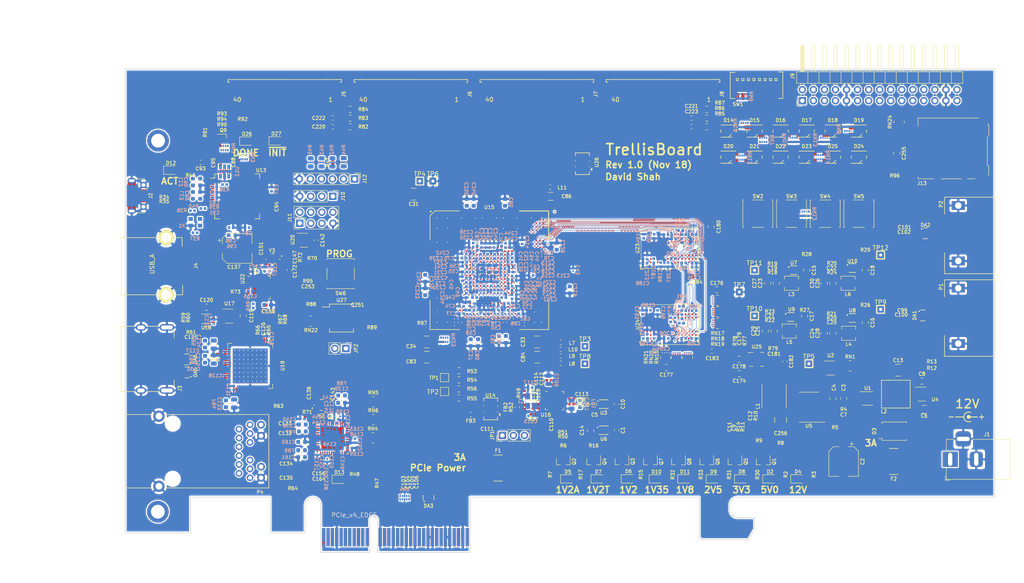
<source format=kicad_pcb>
(kicad_pcb (version 20171130) (host pcbnew 5.0.1)
  (layers (0 F.Cu signal) (1 In1.Cu signal) (2 In2.Cu signal) (3 In3.Cu signal) (4 In4.Cu signal) (5 In5.Cu signal) (6 In6.Cu signal) (31 B.Cu signal) (34 B.Paste user) (35 F.Paste user) (36 B.SilkS user) (37 F.SilkS user) (38 B.Mask user) (39 F.Mask user) (44 Edge.Cuts user))
  (net 0 "")
  (net 1 "/PCIe + SATA/DCU1_REFCLK-")
  (net 2 "/PCIe + SATA/DCU1_REFCLK+")
  (net 3 DDR3_A4)
  (net 4 DDR3_A6)
  (net 5 DDR3_A5)
  (net 6 DDR3_A7)
  (net 7 /DDR3/DDR3_VTT)
  (net 8 "Net-(RN2-Pad5)")
  (net 9 "Net-(RN2-Pad6)")
  (net 10 "Net-(R38-Pad2)")
  (net 11 "Net-(RN2-Pad7)")
  (net 12 +3V3)
  (net 13 /Power/1V2_EN)
  (net 14 /Power/2V5_EN)
  (net 15 /Power/1V35_EN)
  (net 16 "Net-(RN1-Pad4)")
  (net 17 +5V)
  (net 18 "Net-(RN1-Pad5)")
  (net 19 USD_D0)
  (net 20 USD_D3)
  (net 21 USD_CMD)
  (net 22 USD_D2)
  (net 23 "Net-(RN23-Pad1)")
  (net 24 GND)
  (net 25 "/FPGA IO/CFG0")
  (net 26 "Net-(RN23-Pad8)")
  (net 27 "/FPGA IO/CFG1")
  (net 28 "/FPGA IO/CFG2")
  (net 29 "/FPGA IO/FLASH_D3")
  (net 30 "/FPGA IO/FLASH_D1")
  (net 31 "/FPGA IO/FLASH_D2")
  (net 32 "/FPGA IO/FLASH_D0")
  (net 33 DDR3_WE)
  (net 34 DDR3_CKE)
  (net 35 DDR3_CS)
  (net 36 DDR3_ODT)
  (net 37 DDR3_CAS)
  (net 38 DDR3_BA2)
  (net 39 DDR3_RAS)
  (net 40 DDR3_BA1)
  (net 41 DDR3_A12)
  (net 42 DDR3_A14)
  (net 43 DDR3_A13)
  (net 44 DDR3_BA0)
  (net 45 DDR3_A11)
  (net 46 DDR3_A9)
  (net 47 DDR3_A10)
  (net 48 DDR3_A8)
  (net 49 DDR3_A0)
  (net 50 DDR3_A2)
  (net 51 DDR3_A1)
  (net 52 DDR3_A3)
  (net 53 "/HDMI, GbE, USB/ETH_LED2")
  (net 54 ETH_~RESET)
  (net 55 "/HDMI, GbE, USB/ETH_LED1")
  (net 56 RGMII_REF_CLK)
  (net 57 "Net-(D18-Pad4)")
  (net 58 "Net-(D20-Pad4)")
  (net 59 "Net-(D19-Pad4)")
  (net 60 "Net-(D21-Pad4)")
  (net 61 "Net-(D25-Pad4)")
  (net 62 "Net-(D23-Pad4)")
  (net 63 "Net-(D24-Pad4)")
  (net 64 "Net-(D22-Pad4)")
  (net 65 FTDI_D1_RX)
  (net 66 FTDI_~WR)
  (net 67 FTDI_~RD)
  (net 68 FTDI_~SIWU)
  (net 69 RGMII_RXD0)
  (net 70 RGMII_RXD2)
  (net 71 RGMII_RXD1)
  (net 72 RGMII_RXD3)
  (net 73 RGMII_RX_DV)
  (net 74 ETH_MDIO)
  (net 75 RGMII_RX_CLK)
  (net 76 ETH_INT_N)
  (net 77 "Net-(D17-Pad1)")
  (net 78 "Net-(D16-Pad1)")
  (net 79 "Net-(D14-Pad1)")
  (net 80 "Net-(D15-Pad1)")
  (net 81 DIP_SW1)
  (net 82 DIP_SW0)
  (net 83 DIP_SW2)
  (net 84 DIP_SW3)
  (net 85 DIP_SW7)
  (net 86 DIP_SW6)
  (net 87 DIP_SW4)
  (net 88 DIP_SW5)
  (net 89 "Net-(D14-Pad4)")
  (net 90 "Net-(D16-Pad4)")
  (net 91 "Net-(D15-Pad4)")
  (net 92 "Net-(D17-Pad4)")
  (net 93 "Net-(D21-Pad1)")
  (net 94 "Net-(D20-Pad1)")
  (net 95 "Net-(D18-Pad1)")
  (net 96 "Net-(D19-Pad1)")
  (net 97 BTN1)
  (net 98 BTN0)
  (net 99 BTN2)
  (net 100 BTN3)
  (net 101 "Net-(D25-Pad1)")
  (net 102 "Net-(D24-Pad1)")
  (net 103 "Net-(D22-Pad1)")
  (net 104 "Net-(D23-Pad1)")
  (net 105 "/FPGA IO/VCCIO7")
  (net 106 "Net-(R44-Pad2)")
  (net 107 JTAG_TDO)
  (net 108 JTAG_TDI)
  (net 109 "Net-(R43-Pad2)")
  (net 110 "Net-(R42-Pad2)")
  (net 111 JTAG_TCK)
  (net 112 JTAG_TMS)
  (net 113 "Net-(R45-Pad2)")
  (net 114 "/PCIe + SATA/CLKAUXO+")
  (net 115 "/PCIe + SATA/CLK150M-")
  (net 116 +1V8)
  (net 117 +2V5)
  (net 118 "/PCIe + SATA/CLKAUXO-")
  (net 119 "/FPGA IO/VCCIO6")
  (net 120 "/PCIe + SATA/CLK150M+")
  (net 121 CLK_SDA)
  (net 122 "Net-(R36-Pad2)")
  (net 123 FPGA_12MHz)
  (net 124 "/PCIe + SATA/PCIe_REFCLK+")
  (net 125 "/PCIe + SATA/PCIe_REFCLK-")
  (net 126 PCIe_12V)
  (net 127 "Net-(D13-Pad2)")
  (net 128 ~PERST)
  (net 129 "Net-(P3-PadA11)")
  (net 130 "Net-(D12-Pad2)")
  (net 131 "Net-(R40-Pad1)")
  (net 132 "Net-(R39-Pad1)")
  (net 133 "Net-(R38-Pad1)")
  (net 134 "Net-(R12-Pad2)")
  (net 135 "/PCIe + SATA/3V3_C")
  (net 136 "/PCIe + SATA/3V3_CA")
  (net 137 "Net-(R57-Pad1)")
  (net 138 "Net-(R58-Pad2)")
  (net 139 FABRIC_REFCLK)
  (net 140 "/HDMI, GbE, USB/PORT_SCL")
  (net 141 "/HDMI, GbE, USB/PORT_SDA")
  (net 142 "Net-(C121-Pad1)")
  (net 143 "Net-(R62-Pad1)")
  (net 144 /Power/3V3_PG)
  (net 145 "Net-(D27-Pad2)")
  (net 146 "/FPGA IO/~PROGRAM")
  (net 147 "Net-(R80-Pad1)")
  (net 148 "Net-(R81-Pad1)")
  (net 149 "/FPGA IO/FLASH_~CS")
  (net 150 "/FPGA IO/FLASH_CLK")
  (net 151 "/FPGA IO/DONE")
  (net 152 "Net-(Q9-Pad1)")
  (net 153 "Net-(D26-Pad2)")
  (net 154 "Net-(R79-Pad1)")
  (net 155 "/FPGA IO/~INIT")
  (net 156 "Net-(C9-Pad1)")
  (net 157 "Net-(C11-Pad1)")
  (net 158 "Net-(Q2-Pad3)")
  (net 159 "Net-(D5-Pad1)")
  (net 160 /Power/1V2_PG)
  (net 161 USD_D1)
  (net 162 USD_CLK)
  (net 163 "Net-(R97-Pad1)")
  (net 164 "Net-(Q2-Pad1)")
  (net 165 +1V2A)
  (net 166 "Net-(R5-Pad2)")
  (net 167 "Net-(D2-Pad2)")
  (net 168 "Net-(C7-Pad1)")
  (net 169 "Net-(D4-Pad2)")
  (net 170 +12V)
  (net 171 "Net-(R74-Pad1)")
  (net 172 "/Debug Interface/PORT_D-")
  (net 173 "/Debug Interface/FTDI_D-")
  (net 174 "/Debug Interface/FTDI_D+")
  (net 175 "/Debug Interface/PORT_D+")
  (net 176 "Net-(C22-Pad2)")
  (net 177 "Net-(R71-Pad2)")
  (net 178 "/HDMI, GbE, USB/USB_XO")
  (net 179 "/HDMI, GbE, USB/USB_XI")
  (net 180 "Net-(R73-Pad1)")
  (net 181 "/HDMI, GbE, USB/USBA_VBUS")
  (net 182 "/HDMI, GbE, USB/EXTVBUS")
  (net 183 DVI_SCL)
  (net 184 DVI_SDA)
  (net 185 CLK_SCL)
  (net 186 "Net-(R70-Pad1)")
  (net 187 "Net-(C175-Pad2)")
  (net 188 DDR3_CLK+)
  (net 189 "Net-(P4-Pad16)")
  (net 190 "Net-(R66-Pad1)")
  (net 191 "Net-(R65-Pad1)")
  (net 192 "/HDMI, GbE, USB/HDMI_HPD")
  (net 193 DDR3_CLK-)
  (net 194 "Net-(C179-Pad1)")
  (net 195 +1V35)
  (net 196 +1V2)
  (net 197 "Net-(D10-Pad2)")
  (net 198 "Net-(P4-Pad14)")
  (net 199 "Net-(C12-Pad2)")
  (net 200 "Net-(D6-Pad2)")
  (net 201 +1V2T)
  (net 202 "Net-(Q4-Pad1)")
  (net 203 "Net-(Q4-Pad3)")
  (net 204 "Net-(D7-Pad1)")
  (net 205 "Net-(C19-Pad2)")
  (net 206 "Net-(C20-Pad2)")
  (net 207 "Net-(C21-Pad2)")
  (net 208 "/Debug Interface/FTDI_12MHz")
  (net 209 "Net-(D11-Pad2)")
  (net 210 /Power/2V5_PG)
  (net 211 /Power/1V35_PG)
  (net 212 /Power/1V8_PG)
  (net 213 "Net-(D8-Pad2)")
  (net 214 "Net-(D9-Pad2)")
  (net 215 "Net-(C8-Pad2)")
  (net 216 "Net-(C8-Pad1)")
  (net 217 /Power/PWR_EN)
  (net 218 "/HDMI, GbE, USB/HDMI_5V")
  (net 219 "Net-(U17-Pad3)")
  (net 220 "Net-(D9-Pad1)")
  (net 221 "Net-(D11-Pad1)")
  (net 222 "Net-(D26-Pad1)")
  (net 223 "Net-(D2-Pad1)")
  (net 224 "Net-(D6-Pad1)")
  (net 225 "Net-(D10-Pad1)")
  (net 226 "Net-(D8-Pad1)")
  (net 227 "Net-(U1-Pad3)")
  (net 228 DDR3_Vref)
  (net 229 DDR3_Vtt_EN)
  (net 230 "Net-(U5-Pad2)")
  (net 231 "Net-(L1-Pad1)")
  (net 232 "Net-(C11-Pad2)")
  (net 233 "Net-(U13-Pad3)")
  (net 234 "/Debug Interface/Vphy")
  (net 235 "/Debug Interface/Vpll")
  (net 236 "/Debug Interface/JTAG_ACT")
  (net 237 "Net-(U13-Pad22)")
  (net 238 "Net-(U13-Pad23)")
  (net 239 "Net-(U13-Pad24)")
  (net 240 "Net-(U13-Pad26)")
  (net 241 "Net-(U13-Pad27)")
  (net 242 "Net-(U13-Pad28)")
  (net 243 "Net-(U13-Pad29)")
  (net 244 "Net-(U13-Pad30)")
  (net 245 "Net-(U13-Pad32)")
  (net 246 "Net-(U13-Pad33)")
  (net 247 "Net-(U13-Pad34)")
  (net 248 "Net-(U13-Pad36)")
  (net 249 FTDI_D0_TX)
  (net 250 FTDI_D2)
  (net 251 FTDI_D3)
  (net 252 FTDI_D4)
  (net 253 FTDI_D5)
  (net 254 FTDI_D6)
  (net 255 FTDI_D7)
  (net 256 FTDI_~RXF)
  (net 257 "Net-(U13-Pad49)")
  (net 258 "Net-(U13-Pad50)")
  (net 259 FTDI_~TXE)
  (net 260 "Net-(U13-Pad57)")
  (net 261 "Net-(U13-Pad58)")
  (net 262 "Net-(U13-Pad59)")
  (net 263 "Net-(U13-Pad60)")
  (net 264 "/HDMI, GbE, USB/DVI_DVDD")
  (net 265 DVI_DE)
  (net 266 DVI_HSYNC)
  (net 267 DVI_VSYNC)
  (net 268 "Net-(U19-Pad11)")
  (net 269 "/HDMI, GbE, USB/DVI_PVDD")
  (net 270 "/HDMI, GbE, USB/TMDS_CLK-")
  (net 271 "/HDMI, GbE, USB/TMDS_CLK+")
  (net 272 "/HDMI, GbE, USB/DVI_TVDD")
  (net 273 "/HDMI, GbE, USB/TMDS_D0-")
  (net 274 "/HDMI, GbE, USB/TMDS_D0+")
  (net 275 "/HDMI, GbE, USB/TMDS_D1-")
  (net 276 "/HDMI, GbE, USB/TMDS_D1+")
  (net 277 "/HDMI, GbE, USB/TMDS_D2-")
  (net 278 "/HDMI, GbE, USB/TMDS_D2+")
  (net 279 DVI_D23)
  (net 280 DVI_D22)
  (net 281 DVI_D21)
  (net 282 DVI_D20)
  (net 283 DVI_D19)
  (net 284 DVI_D18)
  (net 285 DVI_D17)
  (net 286 DVI_D16)
  (net 287 DVI_D15)
  (net 288 DVI_D14)
  (net 289 DVI_D13)
  (net 290 DVI_D12)
  (net 291 "Net-(U19-Pad49)")
  (net 292 DVI_D11)
  (net 293 DVI_D10)
  (net 294 DVI_D9)
  (net 295 DVI_D8)
  (net 296 DVI_D7)
  (net 297 DVI_D6)
  (net 298 DVI_CLK)
  (net 299 DVI_D5)
  (net 300 DVI_D4)
  (net 301 DVI_D3)
  (net 302 DVI_D2)
  (net 303 DVI_D1)
  (net 304 DVI_D0)
  (net 305 "/HDMI, GbE, USB/AVDDH")
  (net 306 "/HDMI, GbE, USB/MX4-")
  (net 307 "/HDMI, GbE, USB/MX4+")
  (net 308 "/HDMI, GbE, USB/AVDDL")
  (net 309 "/HDMI, GbE, USB/MX3-")
  (net 310 "/HDMI, GbE, USB/MX3+")
  (net 311 "/HDMI, GbE, USB/MX2-")
  (net 312 "/HDMI, GbE, USB/MX2+")
  (net 313 "/HDMI, GbE, USB/MX1-")
  (net 314 "/HDMI, GbE, USB/MX1+")
  (net 315 "Net-(U21-Pad13)")
  (net 316 RGMII_TXD0)
  (net 317 RGMII_TXD1)
  (net 318 RGMII_TXD2)
  (net 319 RGMII_TXD3)
  (net 320 RGMII_TX_CLK)
  (net 321 RGMII_TX_EN)
  (net 322 ETH_MDC)
  (net 323 "Net-(U21-Pad43)")
  (net 324 "/HDMI, GbE, USB/AVDDL_PLL")
  (net 325 "/HDMI, GbE, USB/ETH_XO")
  (net 326 "/HDMI, GbE, USB/ETH_XI")
  (net 327 "Net-(U21-Pad47)")
  (net 328 "Net-(U22-Pad3)")
  (net 329 "Net-(U22-Pad5)")
  (net 330 "/HDMI, GbE, USB/USBA_D+")
  (net 331 "/HDMI, GbE, USB/USBA_D-")
  (net 332 ULPI_RESET)
  (net 333 ULPI_NXT)
  (net 334 ULPI_DIR)
  (net 335 ULPI_STP)
  (net 336 ULPI_CLKO)
  (net 337 "/HDMI, GbE, USB/USB1V8")
  (net 338 ULPI_D7)
  (net 339 ULPI_D6)
  (net 340 ULPI_D5)
  (net 341 ULPI_D4)
  (net 342 ULPI_D3)
  (net 343 ULPI_D2)
  (net 344 ULPI_D1)
  (net 345 ULPI_D0)
  (net 346 "Net-(C117-Pad1)")
  (net 347 "Net-(C115-Pad2)")
  (net 348 CLK_SD_OE)
  (net 349 "Net-(U16-Pad11)")
  (net 350 "Net-(U16-Pad12)")
  (net 351 "/PCIe + SATA/1V8_C")
  (net 352 "Net-(U16-Pad16)")
  (net 353 "/PCIe + SATA/DCU0_REFCLK-")
  (net 354 "/PCIe + SATA/DCU0_REFCLK+")
  (net 355 "Net-(U16-Pad24)")
  (net 356 DDR3_DQ13)
  (net 357 DDR3_DQ15)
  (net 358 DDR3_DQ12)
  (net 359 DDR3_DQS1-)
  (net 360 DDR3_DQ14)
  (net 361 DDR3_DQ11)
  (net 362 DDR3_DQ9)
  (net 363 DDR3_DQS1+)
  (net 364 DDR3_DQ10)
  (net 365 DDR3_DM1)
  (net 366 DDR3_DQ8)
  (net 367 DDR3_DQ0)
  (net 368 DDR3_DM0)
  (net 369 DDR3_DQ2)
  (net 370 DDR3_DQS0+)
  (net 371 DDR3_DQ1)
  (net 372 DDR3_DQ3)
  (net 373 DDR3_DQ6)
  (net 374 DDR3_DQS0-)
  (net 375 DDR3_DQ4)
  (net 376 DDR3_DQ7)
  (net 377 DDR3_DQ5)
  (net 378 "Net-(U23-PadJ1)")
  (net 379 "Net-(U23-PadJ9)")
  (net 380 "Net-(U23-PadL1)")
  (net 381 "Net-(U23-PadL9)")
  (net 382 "Net-(U23-PadM7)")
  (net 383 DDR3_RESET)
  (net 384 "Net-(U24-PadM7)")
  (net 385 "Net-(U24-PadL9)")
  (net 386 "Net-(U24-PadL1)")
  (net 387 "Net-(U24-PadJ9)")
  (net 388 "Net-(U24-PadJ1)")
  (net 389 DDR3_DQ21)
  (net 390 DDR3_DQ23)
  (net 391 DDR3_DQ20)
  (net 392 DDR3_DQS2-)
  (net 393 DDR3_DQ22)
  (net 394 DDR3_DQ19)
  (net 395 DDR3_DQ17)
  (net 396 DDR3_DQS2+)
  (net 397 DDR3_DQ18)
  (net 398 DDR3_DM2)
  (net 399 DDR3_DQ16)
  (net 400 DDR3_DQ24)
  (net 401 DDR3_DM3)
  (net 402 DDR3_DQ26)
  (net 403 DDR3_DQS3+)
  (net 404 DDR3_DQ25)
  (net 405 DDR3_DQ27)
  (net 406 DDR3_DQ30)
  (net 407 DDR3_DQS3-)
  (net 408 DDR3_DQ28)
  (net 409 DDR3_DQ31)
  (net 410 DDR3_DQ29)
  (net 411 "Net-(X1-Pad1)")
  (net 412 "Net-(L4-Pad1)")
  (net 413 "Net-(L5-Pad1)")
  (net 414 "Net-(L3-Pad1)")
  (net 415 "Net-(L6-Pad1)")
  (net 416 "Net-(C111-Pad1)")
  (net 417 "/FPGA Core Power/VCCHTX1")
  (net 418 "/FPGA Core Power/VCCHTX0")
  (net 419 "/FPGA Core Power/VCCA0")
  (net 420 "/FPGA Core Power/VCCAUX")
  (net 421 "/FPGA Core Power/VCCA1")
  (net 422 "/PCIe + SATA/SATA1_A+")
  (net 423 "/PCIe + SATA/SATA1_A-")
  (net 424 "/PCIe + SATA/DCU1_RX1-")
  (net 425 "/PCIe + SATA/DCU1_RX1+")
  (net 426 "/PCIe + SATA/SATA0_A+")
  (net 427 "/PCIe + SATA/SATA0_A-")
  (net 428 "/PCIe + SATA/DCU1_RX0-")
  (net 429 "/PCIe + SATA/DCU1_RX0+")
  (net 430 "/PCIe + SATA/PCIe_HSI0+")
  (net 431 "/PCIe + SATA/PCIe_HSI0-")
  (net 432 "/PCIe + SATA/PCIe_HSI1+")
  (net 433 "/PCIe + SATA/PCIe_HSI1-")
  (net 434 "/PCIe + SATA/DCU0_RX0+")
  (net 435 "/PCIe + SATA/DCU0_RX0-")
  (net 436 "/PCIe + SATA/DCU0_RX1+")
  (net 437 "/PCIe + SATA/DCU0_RX1-")
  (net 438 "Net-(U6-Pad2)")
  (net 439 "Net-(U6-Pad5)")
  (net 440 "Net-(U3-Pad5)")
  (net 441 "Net-(U3-Pad2)")
  (net 442 "Net-(U10-Pad4)")
  (net 443 "Net-(U9-Pad4)")
  (net 444 "Net-(U8-Pad4)")
  (net 445 "Net-(U7-Pad4)")
  (net 446 "Net-(J5-Pad38)")
  (net 447 "/FPGA IO/EXT0_11-")
  (net 448 "/FPGA IO/EXT0_11+")
  (net 449 "/FPGA IO/EXT0_10-")
  (net 450 "/FPGA IO/EXT0_10+")
  (net 451 "/FPGA IO/EXT0_9-")
  (net 452 "/FPGA IO/EXT0_9+")
  (net 453 "/FPGA IO/EXT0_8-")
  (net 454 "/FPGA IO/EXT0_8+")
  (net 455 "/FPGA IO/EXT0_7-")
  (net 456 "/FPGA IO/EXT0_7+")
  (net 457 "/FPGA IO/EXT0_6-")
  (net 458 "/FPGA IO/EXT0_6+")
  (net 459 "/FPGA IO/EXT0_5-")
  (net 460 "/FPGA IO/EXT0_5+")
  (net 461 "/FPGA IO/EXT0_4-")
  (net 462 "/FPGA IO/EXT0_4+")
  (net 463 "/FPGA IO/EXT0_3-")
  (net 464 "/FPGA IO/EXT0_3+")
  (net 465 "/FPGA IO/EXT0_2-")
  (net 466 "/FPGA IO/EXT0_2+")
  (net 467 "/FPGA IO/EXT0_1-")
  (net 468 "/FPGA IO/EXT0_1+")
  (net 469 "/FPGA IO/EXT0_0-")
  (net 470 "/FPGA IO/EXT0_0+")
  (net 471 "/FPGA IO/EXT3_0+")
  (net 472 "/FPGA IO/EXT3_0-")
  (net 473 "/FPGA IO/EXT3_1+")
  (net 474 "/FPGA IO/EXT3_1-")
  (net 475 "/FPGA IO/EXT3_2+")
  (net 476 "/FPGA IO/EXT3_2-")
  (net 477 "/FPGA IO/EXT3_3+")
  (net 478 "/FPGA IO/EXT3_3-")
  (net 479 "/FPGA IO/EXT3_4+")
  (net 480 "/FPGA IO/EXT3_4-")
  (net 481 "/FPGA IO/EXT3_5+")
  (net 482 "/FPGA IO/EXT3_5-")
  (net 483 "/FPGA IO/EXT3_6+")
  (net 484 "/FPGA IO/EXT3_6-")
  (net 485 "/FPGA IO/EXT3_7+")
  (net 486 "/FPGA IO/EXT3_7-")
  (net 487 "/FPGA IO/EXT3_8+")
  (net 488 "/FPGA IO/EXT3_8-")
  (net 489 "/FPGA IO/EXT3_9+")
  (net 490 "/FPGA IO/EXT3_9-")
  (net 491 "/FPGA IO/EXT3_10+")
  (net 492 "/FPGA IO/EXT3_10-")
  (net 493 "/FPGA IO/EXT3_11+")
  (net 494 "/FPGA IO/EXT3_11-")
  (net 495 "Net-(J8-Pad38)")
  (net 496 "Net-(J6-Pad38)")
  (net 497 "/FPGA IO/EXT1_11-")
  (net 498 "/FPGA IO/EXT1_11+")
  (net 499 "/FPGA IO/EXT1_10-")
  (net 500 "/FPGA IO/EXT1_10+")
  (net 501 "/FPGA IO/EXT1_9-")
  (net 502 "/FPGA IO/EXT1_9+")
  (net 503 "/FPGA IO/EXT1_8-")
  (net 504 "/FPGA IO/EXT1_8+")
  (net 505 "/FPGA IO/EXT1_7-")
  (net 506 "/FPGA IO/EXT1_7+")
  (net 507 "/FPGA IO/EXT1_6-")
  (net 508 "/FPGA IO/EXT1_6+")
  (net 509 "/FPGA IO/EXT1_5-")
  (net 510 "/FPGA IO/EXT1_5+")
  (net 511 "/FPGA IO/EXT1_4-")
  (net 512 "/FPGA IO/EXT1_4+")
  (net 513 "/FPGA IO/EXT1_3-")
  (net 514 "/FPGA IO/EXT1_3+")
  (net 515 "/FPGA IO/EXT1_2-")
  (net 516 "/FPGA IO/EXT1_2+")
  (net 517 "/FPGA IO/EXT1_1-")
  (net 518 "/FPGA IO/EXT1_1+")
  (net 519 "/FPGA IO/EXT1_0-")
  (net 520 "/FPGA IO/EXT1_0+")
  (net 521 "/FPGA IO/EXT2_0+")
  (net 522 "/FPGA IO/EXT2_0-")
  (net 523 "/FPGA IO/EXT2_1+")
  (net 524 "/FPGA IO/EXT2_1-")
  (net 525 "/FPGA IO/EXT2_2+")
  (net 526 "/FPGA IO/EXT2_2-")
  (net 527 "/FPGA IO/EXT2_3+")
  (net 528 "/FPGA IO/EXT2_3-")
  (net 529 "/FPGA IO/EXT2_4+")
  (net 530 "/FPGA IO/EXT2_4-")
  (net 531 "/FPGA IO/EXT2_5+")
  (net 532 "/FPGA IO/EXT2_5-")
  (net 533 "/FPGA IO/EXT2_6+")
  (net 534 "/FPGA IO/EXT2_6-")
  (net 535 "/FPGA IO/EXT2_7+")
  (net 536 "/FPGA IO/EXT2_7-")
  (net 537 "/FPGA IO/EXT2_8+")
  (net 538 "/FPGA IO/EXT2_8-")
  (net 539 "/FPGA IO/EXT2_9+")
  (net 540 "/FPGA IO/EXT2_9-")
  (net 541 "/FPGA IO/EXT2_10+")
  (net 542 "/FPGA IO/EXT2_10-")
  (net 543 "/FPGA IO/EXT2_11+")
  (net 544 "/FPGA IO/EXT2_11-")
  (net 545 "Net-(J7-Pad38)")
  (net 546 "Net-(C132-Pad1)")
  (net 547 "Net-(C135-Pad1)")
  (net 548 "Net-(C133-Pad1)")
  (net 549 "Net-(C134-Pad1)")
  (net 550 "Net-(P3-PadB5)")
  (net 551 "Net-(P3-PadB6)")
  (net 552 "Net-(P3-PadB8)")
  (net 553 "Net-(P3-PadB9)")
  (net 554 "Net-(P3-PadB10)")
  (net 555 PCIe_~WAKE)
  (net 556 "Net-(P3-PadB12)")
  (net 557 "/PCIe + SATA/~PRSNT2~_X1")
  (net 558 "Net-(P3-PadB23)")
  (net 559 "Net-(P3-PadB24)")
  (net 560 "Net-(P3-PadB27)")
  (net 561 "Net-(P3-PadB28)")
  (net 562 "Net-(P3-PadB30)")
  (net 563 "/PCIe + SATA/~PRSNT2~_X4")
  (net 564 "/PCIe + SATA/~PRSNT1")
  (net 565 "Net-(P3-PadA5)")
  (net 566 "Net-(P3-PadA6)")
  (net 567 "Net-(P3-PadA7)")
  (net 568 "Net-(P3-PadA8)")
  (net 569 "Net-(P3-PadA9)")
  (net 570 "Net-(P3-PadA10)")
  (net 571 "Net-(P3-PadA19)")
  (net 572 "Net-(P3-PadA25)")
  (net 573 "Net-(P3-PadA26)")
  (net 574 "Net-(P3-PadA29)")
  (net 575 "Net-(P3-PadA30)")
  (net 576 "Net-(P3-PadA32)")
  (net 577 "Net-(U14-Pad2)")
  (net 578 "Net-(U14-Pad1)")
  (net 579 "Net-(U26-Pad1)")
  (net 580 "Net-(U26-Pad2)")
  (net 581 "/FPGA IO/CLK100+")
  (net 582 "/FPGA IO/CLK100-")
  (net 583 "Net-(J3-Pad14)")
  (net 584 "Net-(J3-Pad13)")
  (net 585 LED2)
  (net 586 LED11)
  (net 587 LED10)
  (net 588 LED0)
  (net 589 LED1)
  (net 590 LED3)
  (net 591 LED4)
  (net 592 LED5)
  (net 593 LED6)
  (net 594 LED7)
  (net 595 LED8)
  (net 596 LED9)
  (net 597 "Net-(F2-Pad2)")
  (net 598 "Net-(U15-PadR1)")
  (net 599 "Net-(U15-PadY1)")
  (net 600 "Net-(U15-PadAB1)")
  (net 601 "Net-(U15-PadAC1)")
  (net 602 "Net-(U15-PadAD1)")
  (net 603 "Net-(U15-PadAE1)")
  (net 604 "Net-(U15-PadA2)")
  (net 605 "Net-(U15-PadT2)")
  (net 606 "Net-(U15-PadW2)")
  (net 607 "Net-(U15-PadAB2)")
  (net 608 "Net-(U15-PadAC2)")
  (net 609 "Net-(U15-PadAE2)")
  (net 610 "Net-(U15-PadAG2)")
  (net 611 "Net-(U15-PadA3)")
  (net 612 "Net-(U15-PadV3)")
  (net 613 "Net-(U15-PadW3)")
  (net 614 "Net-(U15-PadY3)")
  (net 615 "Net-(U15-PadAC3)")
  (net 616 "Net-(U15-PadAD3)")
  (net 617 "Net-(U15-PadAE3)")
  (net 618 "Net-(U15-PadAG3)")
  (net 619 "Net-(U15-PadAL3)")
  (net 620 "Net-(U15-PadB4)")
  (net 621 "Net-(U15-PadH4)")
  (net 622 "Net-(U15-PadAC4)")
  (net 623 "Net-(U15-PadA5)")
  (net 624 "Net-(U15-PadL5)")
  (net 625 "Net-(U15-PadW6)")
  (net 626 "Net-(U15-PadD7)")
  (net 627 "Net-(U15-PadE7)")
  (net 628 "Net-(U15-PadAE7)")
  (net 629 "Net-(U15-PadG9)")
  (net 630 "/PCIe + SATA/DCU0_TX0+")
  (net 631 "Net-(U15-PadG10)")
  (net 632 "/PCIe + SATA/DCU0_TX0-")
  (net 633 "Net-(U15-PadG11)")
  (net 634 "/PCIe + SATA/DCU0_TX1+")
  (net 635 "/PCIe + SATA/DCU0_TX1-")
  (net 636 "/FPGA IO/PMOD1_10")
  (net 637 "/FPGA IO/PMOD1_9")
  (net 638 "Net-(U15-PadG14)")
  (net 639 "Net-(U15-PadG15)")
  (net 640 "Net-(U15-PadAK15)")
  (net 641 "Net-(U15-PadG16)")
  (net 642 "Net-(U15-PadAK16)")
  (net 643 "Net-(U15-PadG17)")
  (net 644 "Net-(U15-PadG18)")
  (net 645 "/PCIe + SATA/DCU1_TX0+")
  (net 646 "Net-(U15-PadG19)")
  (net 647 "/PCIe + SATA/DCU1_TX0-")
  (net 648 "/FPGA IO/PMOD1_8")
  (net 649 "/FPGA IO/PMOD1_7")
  (net 650 "/PCIe + SATA/DCU1_TX1+")
  (net 651 "/PCIe + SATA/DCU1_TX1-")
  (net 652 "/FPGA IO/EXIO_5")
  (net 653 "/FPGA IO/EXIO_4")
  (net 654 "/FPGA IO/EXIO_3")
  (net 655 "Net-(U15-PadG22)")
  (net 656 "/FPGA IO/PMOD1_3")
  (net 657 "/FPGA IO/PMOD1_2")
  (net 658 "/FPGA IO/PMOD1_0")
  (net 659 "/FPGA IO/PMOD1_1")
  (net 660 "/FPGA IO/EXIO_2")
  (net 661 "Net-(U15-PadG23)")
  (net 662 "/FPGA IO/EXIO_1")
  (net 663 "/FPGA IO/PMOD0_10")
  (net 664 "/FPGA IO/EXIO_0")
  (net 665 "/FPGA IO/PMOD0_9")
  (net 666 "Net-(U15-PadG24)")
  (net 667 "Net-(U15-PadAG24)")
  (net 668 "Net-(U15-PadAK24)")
  (net 669 "/FPGA IO/PMOD0_8")
  (net 670 "/FPGA IO/PMOD0_3")
  (net 671 "/FPGA IO/PMOD0_7")
  (net 672 "/FPGA IO/PMOD0_2")
  (net 673 "/FPGA IO/PMOD0_1")
  (net 674 "Net-(U15-PadAK25)")
  (net 675 "/FPGA IO/PMOD0_0")
  (net 676 "Net-(U15-PadB26)")
  (net 677 "Net-(U15-PadE26)")
  (net 678 "Net-(U15-PadR26)")
  (net 679 "Net-(U15-PadT26)")
  (net 680 "Net-(U15-PadAE26)")
  (net 681 "Net-(U15-PadH27)")
  (net 682 "Net-(U15-PadJ27)")
  (net 683 "Net-(U15-PadK27)")
  (net 684 "Net-(U15-PadW27)")
  (net 685 "Net-(U15-PadC28)")
  (net 686 "Net-(U15-PadD28)")
  (net 687 "Net-(U15-PadH28)")
  (net 688 "Net-(U15-PadL28)")
  (net 689 "Net-(U15-PadP28)")
  (net 690 "Net-(U15-PadAC28)")
  (net 691 "Net-(U15-PadAE28)")
  (net 692 "Net-(U15-PadC29)")
  (net 693 "Net-(U15-PadH29)")
  (net 694 "Net-(U15-PadP29)")
  (net 695 "Net-(U15-PadAB29)")
  (net 696 "Net-(U15-PadAC29)")
  (net 697 "Net-(U15-PadAE29)")
  (net 698 "Net-(U15-PadAJ29)")
  (net 699 "Net-(U15-PadC30)")
  (net 700 "Net-(U15-PadP30)")
  (net 701 "Net-(U15-PadR30)")
  (net 702 "Net-(U15-PadV30)")
  (net 703 "Net-(U15-PadAB30)")
  (net 704 "Net-(U15-PadAE30)")
  (net 705 "Net-(U15-PadAJ30)")
  (net 706 "Net-(U15-PadA31)")
  (net 707 "Net-(U15-PadP31)")
  (net 708 "Net-(U15-PadAG31)")
  (net 709 "Net-(U15-PadAK31)")
  (net 710 "Net-(U15-PadAG32)")
  (net 711 "Net-(J2-Pad1)")
  (net 712 "Net-(J2-Pad4)")
  (net 713 "Net-(U15-PadN32)")
  (net 714 "Net-(U15-PadT30)")
  (net 715 "Net-(U15-PadAE27)")
  (net 716 "Net-(U15-PadAD27)")
  (net 717 "Net-(U15-PadAD26)")
  (net 718 "Net-(U15-PadF30)")
  (module Capacitor_SMD:C_0201_0603Metric (layer B.Cu) (at 90.2 111.585 90)
    (fp_text reference C149 (at -2.665 0.05 90) (layer B.SilkS) (effects (font (size 0.8 0.8)) (justify mirror)))
    (fp_text value 10n)
    (pad 1 smd roundrect (at -0.32 0 90) (size 0.46 0.4) (layers B.Cu B.Mask) (net 196 +1V2))
    (pad 2 smd roundrect (at 0.32 0 90) (size 0.46 0.4) (layers B.Cu B.Mask) (net 24 GND))
  )
  (module Capacitor_SMD:C_0201_0603Metric (layer B.Cu) (at 85.015 109.9)
    (fp_text reference C146 (at 2.235 0.1) (layer B.SilkS) (effects (font (size 0.8 0.8)) (justify mirror)))
    (fp_text value 10n)
    (pad 2 smd roundrect (at 0.32 0) (size 0.46 0.4) (layers B.Cu B.Mask) (net 24 GND))
    (pad 1 smd roundrect (at -0.32 0) (size 0.46 0.4) (layers B.Cu B.Mask) (net 308 "/HDMI, GbE, USB/AVDDL"))
  )
  (module Capacitor_SMD:C_0201_0603Metric (layer B.Cu) (at 87.2 105.615 90)
    (fp_text reference C145 (at 4.115 -0.7 90) (layer B.SilkS) (effects (font (size 0.8 0.8)) (justify mirror)))
    (fp_text value 10n)
    (pad 1 smd roundrect (at -0.32 0 90) (size 0.46 0.4) (layers B.Cu B.Mask) (net 24 GND))
    (pad 2 smd roundrect (at 0.32 0 90) (size 0.46 0.4) (layers B.Cu B.Mask) (net 324 "/HDMI, GbE, USB/AVDDL_PLL"))
  )
  (module Capacitor_SMD:C_0201_0603Metric (layer B.Cu) (at 84.915 107.4)
    (fp_text reference C144 (at -0.165 -2.4) (layer B.SilkS) (effects (font (size 0.8 0.8)) (justify mirror)))
    (fp_text value 10n)
    (pad 2 smd roundrect (at 0.32 0) (size 0.46 0.4) (layers B.Cu B.Mask) (net 24 GND))
    (pad 1 smd roundrect (at -0.32 0) (size 0.46 0.4) (layers B.Cu B.Mask) (net 308 "/HDMI, GbE, USB/AVDDL"))
  )
  (module Capacitor_SMD:C_0201_0603Metric (layer B.Cu) (at 90.9 108.9 180)
    (fp_text reference C148 (at -2.6 1.15 180) (layer B.SilkS) (effects (font (size 0.8 0.8)) (justify mirror)))
    (fp_text value 10n)
    (pad 1 smd roundrect (at -0.32 0 180) (size 0.46 0.4) (layers B.Cu B.Mask) (net 196 +1V2))
    (pad 2 smd roundrect (at 0.32 0 180) (size 0.46 0.4) (layers B.Cu B.Mask) (net 24 GND))
  )
  (module Capacitor_SMD:C_0201_0603Metric (layer B.Cu) (at 86.7 111.6 90)
    (fp_text reference C160 (at -4.4 -0.2 90) (layer B.SilkS) (effects (font (size 0.8 0.8)) (justify mirror)))
    (fp_text value 10n)
    (pad 2 smd roundrect (at 0.32 0 90) (size 0.46 0.4) (layers B.Cu B.Mask) (net 24 GND))
    (pad 1 smd roundrect (at -0.32 0 90) (size 0.46 0.4) (layers B.Cu B.Mask) (net 12 +3V3))
  )
  (module Capacitor_SMD:C_0201_0603Metric (layer B.Cu) (at 86.7 113.7 270)
    (fp_text reference C158 (at 5.3 0.2 270) (layer B.SilkS) (effects (font (size 0.8 0.8)) (justify mirror)))
    (fp_text value 10n)
    (pad 1 smd roundrect (at -0.32 0 270) (size 0.46 0.4) (layers B.Cu B.Mask) (net 12 +3V3))
    (pad 2 smd roundrect (at 0.32 0 270) (size 0.46 0.4) (layers B.Cu B.Mask) (net 24 GND))
  )
  (module Capacitor_SMD:C_0201_0603Metric (layer B.Cu) (at 84.4 112.1 270)
    (fp_text reference C157 (at 2.4 0.15 270) (layer B.SilkS) (effects (font (size 0.8 0.8)) (justify mirror)))
    (fp_text value 10n)
    (pad 2 smd roundrect (at 0.32 0 270) (size 0.46 0.4) (layers B.Cu B.Mask) (net 24 GND))
    (pad 1 smd roundrect (at -0.32 0 270) (size 0.46 0.4) (layers B.Cu B.Mask) (net 305 "/HDMI, GbE, USB/AVDDH"))
  )
  (module Capacitor_SMD:C_0201_0603Metric (layer B.Cu) (at 90 103.6)
    (fp_text reference C155 (at 0.25 -1.1) (layer B.SilkS) (effects (font (size 0.8 0.8)) (justify mirror)))
    (fp_text value 10n)
    (pad 1 smd roundrect (at -0.32 0) (size 0.46 0.4) (layers B.Cu B.Mask) (net 12 +3V3))
    (pad 2 smd roundrect (at 0.32 0) (size 0.46 0.4) (layers B.Cu B.Mask) (net 24 GND))
  )
  (module Capacitor_SMD:C_0201_0603Metric (layer B.Cu) (at 84.885 105.9)
    (fp_text reference C154 (at -0.135 -2.15) (layer B.SilkS) (effects (font (size 0.8 0.8)) (justify mirror)))
    (fp_text value 10n)
    (pad 2 smd roundrect (at 0.32 0) (size 0.46 0.4) (layers B.Cu B.Mask) (net 24 GND))
    (pad 1 smd roundrect (at -0.32 0) (size 0.46 0.4) (layers B.Cu B.Mask) (net 305 "/HDMI, GbE, USB/AVDDH"))
  )
  (module Capacitor_SMD:C_0201_0603Metric (layer B.Cu) (at 87.8 111.6 90)
    (fp_text reference C153 (at -2.4 -0.05 90) (layer B.SilkS) (effects (font (size 0.8 0.8)) (justify mirror)))
    (fp_text value 10n)
    (pad 1 smd roundrect (at -0.32 0 90) (size 0.46 0.4) (layers B.Cu B.Mask) (net 196 +1V2))
    (pad 2 smd roundrect (at 0.32 0 90) (size 0.46 0.4) (layers B.Cu B.Mask) (net 24 GND))
  )
  (module Capacitor_SMD:C_0201_0603Metric (layer B.Cu) (at 85.7 111.6 90)
    (fp_text reference C152 (at -2.4 -0.2 90) (layer B.SilkS) (effects (font (size 0.8 0.8)) (justify mirror)))
    (fp_text value 10n)
    (pad 2 smd roundrect (at 0.32 0 90) (size 0.46 0.4) (layers B.Cu B.Mask) (net 24 GND))
    (pad 1 smd roundrect (at -0.32 0 90) (size 0.46 0.4) (layers B.Cu B.Mask) (net 196 +1V2))
  )
  (module Capacitor_SMD:C_0201_0603Metric (layer B.Cu) (at 89.9 105.6 270)
    (fp_text reference C150 (at -0.85 -1.6 270) (layer B.SilkS) (effects (font (size 0.8 0.8)) (justify mirror)))
    (fp_text value 10n)
    (pad 1 smd roundrect (at -0.32 0 270) (size 0.46 0.4) (layers B.Cu B.Mask) (net 196 +1V2))
    (pad 2 smd roundrect (at 0.32 0 270) (size 0.46 0.4) (layers B.Cu B.Mask) (net 24 GND))
  )
  (module TestPoint:TestPoint_THTPad_1.5x1.5mm_Drill0.7mm (layer F.Cu) (at 185 70)
    (fp_text reference TP11 (at 0 -1.648) (layer F.SilkS))
    (fp_text value 1.35V)
    (pad 1 thru_hole rect (at 0 0) (size 1.5 1.5) (drill 0.7) (layers *.Cu *.Mask) (net 195 +1V35))
  )
  (module TestPoint:TestPoint_THTPad_1.5x1.5mm_Drill0.7mm (layer F.Cu) (at 146 91.5)
    (fp_text reference TP8 (at 0 -1.648) (layer F.SilkS))
    (fp_text value 1.2VT)
    (pad 1 thru_hole rect (at 0 0) (size 1.5 1.5) (drill 0.7) (layers *.Cu *.Mask) (net 201 +1V2T))
  )
  (module TestPoint:TestPoint_THTPad_1.5x1.5mm_Drill0.7mm (layer F.Cu) (at 214 79)
    (fp_text reference TP9 (at 0 -1.648) (layer F.SilkS))
    (fp_text value 3.3V)
    (pad 1 thru_hole rect (at 0 0) (size 1.5 1.5) (drill 0.7) (layers *.Cu *.Mask) (net 12 +3V3))
  )
  (module TestPoint:TestPoint_THTPad_1.5x1.5mm_Drill0.7mm (layer F.Cu) (at 185 80.5)
    (fp_text reference TP10 (at 0 -1.648) (layer F.SilkS))
    (fp_text value 2.5V)
    (pad 1 thru_hole rect (at 0 0) (size 1.5 1.5) (drill 0.7) (layers *.Cu *.Mask) (net 117 +2V5))
  )
  (module TestPoint:TestPoint_THTPad_1.5x1.5mm_Drill0.7mm (layer F.Cu) (at 214 66.5)
    (fp_text reference TP12 (at 0 -1.648) (layer F.SilkS))
    (fp_text value 1.8V)
    (pad 1 thru_hole rect (at 0 0) (size 1.5 1.5) (drill 0.7) (layers *.Cu *.Mask) (net 116 +1V8))
  )
  (module TestPoint:TestPoint_THTPad_1.5x1.5mm_Drill0.7mm (layer F.Cu) (at 197.5 91.5)
    (fp_text reference TP5 (at 0 -1.648) (layer F.SilkS))
    (fp_text value 5V)
    (pad 1 thru_hole rect (at 0 0) (size 1.5 1.5) (drill 0.7) (layers *.Cu *.Mask) (net 17 +5V))
  )
  (module TestPoint:TestPoint_THTPad_1.5x1.5mm_Drill0.7mm (layer F.Cu) (at 108 49.5)
    (fp_text reference TP4 (at 0 -1.648) (layer F.SilkS))
    (fp_text value 1.2V)
    (pad 1 thru_hole rect (at 0 0) (size 1.5 1.5) (drill 0.7) (layers *.Cu *.Mask) (net 196 +1V2))
  )
  (module TestPoint:TestPoint_THTPad_1.5x1.5mm_Drill0.7mm (layer F.Cu) (at 146 87.5)
    (fp_text reference TP3 (at 0 -1.648) (layer F.SilkS))
    (fp_text value 1.2VA)
    (pad 1 thru_hole rect (at 0 0) (size 1.5 1.5) (drill 0.7) (layers *.Cu *.Mask) (net 165 +1V2A))
  )
  (module TestPoint:TestPoint_THTPad_1.5x1.5mm_Drill0.7mm (layer F.Cu) (at 111 49.5)
    (fp_text reference TP6 (at 0 -1.648) (layer F.SilkS))
    (fp_text value GND)
    (pad 1 thru_hole rect (at 0 0) (size 1.5 1.5) (drill 0.7) (layers *.Cu *.Mask) (net 24 GND))
  )
  (module TestPoint:TestPoint_THTPad_1.5x1.5mm_Drill0.7mm (layer F.Cu) (at 181.5 75)
    (fp_text reference TP7 (at 0 -1.648) (layer F.SilkS))
    (fp_text value GND)
    (pad 1 thru_hole rect (at 0 0) (size 1.5 1.5) (drill 0.7) (layers *.Cu *.Mask) (net 24 GND))
  )
  (module "Custom Parts:PCIe_EDGE_x4" (layer F.Cu) (at 92.9 131.4)
    (fp_text reference P3 hide)
    (fp_text value PCIe_x4_EDGE (at 0 -5.08) (layer Edge.Cuts))
    (fp_arc (start 88.15 -6.2) (end 86.4 -6.2) (angle -90) (layer Edge.Cuts) (width 0.15))
    (fp_arc (start 88.15 -7.5) (end 88.15 -9.25) (angle -90) (layer Edge.Cuts) (width 0.15))
    (fp_line (start 90.7 0.55) (end 92.1 -1.88) (layer Edge.Cuts) (width 0.15))
    (fp_line (start 79.9 0.55) (end 79.4 0.05) (layer Edge.Cuts) (width 0.15))
    (fp_line (start 92.1 -4.45) (end 88.15 -4.45) (layer Edge.Cuts) (width 0.15))
    (fp_line (start 86.4 -6.2) (end 86.4 -7.5) (layer Edge.Cuts) (width 0.15))
    (fp_line (start 88.15 -9.25) (end 105.4 -9.25) (layer Edge.Cuts) (width 0.15))
    (fp_line (start 79.4 -4.45) (end 79.4 0.05) (layer Edge.Cuts) (width 0.15))
    (fp_line (start 79.9 0.55) (end 90.71 0.55) (layer Edge.Cuts) (width 0.15))
    (fp_line (start 92.1 -1.88) (end 92.1 -4.45) (layer Edge.Cuts) (width 0.15))
    (fp_line (start 79.4 -9.25) (end 79.4 -4.45) (layer Edge.Cuts) (width 0.15))
    (fp_line (start 76.6 -9.25) (end 79.4 -9.25) (layer Edge.Cuts) (width 0.15))
    (fp_line (start 26.65 -3.2) (end 26.65 -9.25) (layer Edge.Cuts) (width 0.15))
    (fp_line (start 26.65 -9.25) (end 76.65 -9.25) (layer Edge.Cuts) (width 0.15))
    (fp_line (start -52.65 -106.65) (end -52.65 -107.65) (layer Edge.Cuts) (width 0.15))
    (fp_line (start -52.65 -107.65) (end -19.3 -107.65) (layer Edge.Cuts) (width 0.15))
    (fp_line (start -19.3 -1) (end -19.3 -9.25) (layer Edge.Cuts) (width 0.15))
    (fp_line (start -19.3 -9.25) (end -37.65 -9.25) (layer Edge.Cuts) (width 0.15))
    (fp_line (start -37.65 -9.25) (end -37.65 -1) (layer Edge.Cuts) (width 0.15))
    (fp_line (start -37.65 -1) (end -52.65 -1) (layer Edge.Cuts) (width 0.15))
    (fp_line (start -52.65 -1) (end -52.65 -106.65) (layer Edge.Cuts) (width 0.15))
    (fp_line (start -19.3 -107.65) (end 3.7 -107.65) (layer Edge.Cuts) (width 0.15))
    (fp_line (start -11.9 -1) (end -19.3 -1) (layer Edge.Cuts) (width 0.15))
    (fp_line (start -11.3 -7.45) (end -11.3 -7.2) (layer Edge.Cuts) (width 0.15))
    (fp_line (start -11.3 -7.2) (end -11.3 -2.8) (layer Edge.Cuts) (width 0.15))
    (fp_line (start -11.3 -2.8) (end -11.3 -1) (layer Edge.Cuts) (width 0.15))
    (fp_line (start -11.3 -1) (end -11.9 -1) (layer Edge.Cuts) (width 0.15))
    (fp_line (start -7.65 -7.425) (end -7.65 -2.47) (layer Edge.Cuts) (width 0.15))
    (fp_arc (start -9.475 -7.425) (end -11.3 -7.425) (angle 180) (layer Edge.Cuts) (width 0.15))
    (fp_line (start 3.7 -107.65) (end 105.4 -107.65) (layer Edge.Cuts) (width 0.15))
    (fp_line (start -7.65 3.5) (end -6.9 3.5) (layer Edge.Cuts) (width 0.15))
    (fp_line (start -7.65 3.5) (end -7.65 -2.5) (layer Edge.Cuts) (width 0.15))
    (fp_line (start 26.65 3.5) (end 26.65 -3.2) (layer Edge.Cuts) (width 0.15))
    (fp_line (start 5.45 3.5) (end 26.65 3.5) (layer Edge.Cuts) (width 0.15))
    (fp_line (start 3.55 -3.95) (end 3.55 3.5) (layer Edge.Cuts) (width 0.15))
    (fp_line (start 3.55 3.5) (end -6.9 3.5) (layer Edge.Cuts) (width 0.15))
    (fp_line (start 5.45 -3.95) (end 5.45 3.5) (layer Edge.Cuts) (width 0.15))
    (fp_arc (start 4.5 -3.95) (end 3.55 -3.95) (angle 180) (layer Edge.Cuts) (width 0.15))
    (pad B1 smd rect (at -7 0) (size 0.75 4.2) (layers F.Cu F.Mask) (net 126 PCIe_12V))
    (pad B2 smd rect (at -6 0) (size 0.75 4.2) (layers F.Cu F.Mask) (net 126 PCIe_12V))
    (pad B3 smd rect (at -5 0) (size 0.75 4.2) (layers F.Cu F.Mask) (net 126 PCIe_12V))
    (pad B4 smd rect (at -4 0) (size 0.75 4.2) (layers F.Cu F.Mask) (net 24 GND))
    (pad B5 smd rect (at -3 0) (size 0.75 4.2) (layers F.Cu F.Mask) (net 550 "Net-(P3-PadB5)"))
    (pad B6 smd rect (at -2 0) (size 0.75 4.2) (layers F.Cu F.Mask) (net 551 "Net-(P3-PadB6)"))
    (pad B7 smd rect (at -1 0) (size 0.75 4.2) (layers F.Cu F.Mask) (net 24 GND))
    (pad B8 smd rect (at 0 0) (size 0.75 4.2) (layers F.Cu F.Mask) (net 552 "Net-(P3-PadB8)"))
    (pad B9 smd rect (at 1 0) (size 0.75 4.2) (layers F.Cu F.Mask) (net 553 "Net-(P3-PadB9)"))
    (pad B10 smd rect (at 2 0) (size 0.75 4.2) (layers F.Cu F.Mask) (net 554 "Net-(P3-PadB10)"))
    (pad B11 smd rect (at 3 0) (size 0.75 4.2) (layers F.Cu F.Mask) (net 555 PCIe_~WAKE))
    (pad B12 smd rect (at 6 0) (size 0.75 4.2) (layers F.Cu F.Mask) (net 556 "Net-(P3-PadB12)"))
    (pad B13 smd rect (at 7 0) (size 0.75 4.2) (layers F.Cu F.Mask) (net 24 GND))
    (pad B14 smd rect (at 8 0) (size 0.75 4.2) (layers F.Cu F.Mask) (net 434 "/PCIe + SATA/DCU0_RX0+"))
    (pad B15 smd rect (at 9 0) (size 0.75 4.2) (layers F.Cu F.Mask) (net 435 "/PCIe + SATA/DCU0_RX0-"))
    (pad B16 smd rect (at 10 0) (size 0.75 4.2) (layers F.Cu F.Mask) (net 24 GND))
    (pad B17 smd rect (at 11 0) (size 0.75 4.2) (layers F.Cu F.Mask) (net 557 "/PCIe + SATA/~PRSNT2~_X1"))
    (pad B18 smd rect (at 12 0) (size 0.75 4.2) (layers F.Cu F.Mask) (net 24 GND))
    (pad B19 smd rect (at 13 0) (size 0.75 4.2) (layers F.Cu F.Mask) (net 436 "/PCIe + SATA/DCU0_RX1+"))
    (pad B20 smd rect (at 14 0) (size 0.75 4.2) (layers F.Cu F.Mask) (net 437 "/PCIe + SATA/DCU0_RX1-"))
    (pad B21 smd rect (at 15 0) (size 0.75 4.2) (layers F.Cu F.Mask) (net 24 GND))
    (pad B22 smd rect (at 16 0) (size 0.75 4.2) (layers F.Cu F.Mask) (net 24 GND))
    (pad B23 smd rect (at 17 0) (size 0.75 4.2) (layers F.Cu F.Mask) (net 558 "Net-(P3-PadB23)"))
    (pad B24 smd rect (at 18 0) (size 0.75 4.2) (layers F.Cu F.Mask) (net 559 "Net-(P3-PadB24)"))
    (pad B25 smd rect (at 19 0) (size 0.75 4.2) (layers F.Cu F.Mask) (net 24 GND))
    (pad B26 smd rect (at 20 0) (size 0.75 4.2) (layers F.Cu F.Mask) (net 24 GND))
    (pad B27 smd rect (at 21 0) (size 0.75 4.2) (layers F.Cu F.Mask) (net 560 "Net-(P3-PadB27)"))
    (pad B28 smd rect (at 22 0) (size 0.75 4.2) (layers F.Cu F.Mask) (net 561 "Net-(P3-PadB28)"))
    (pad B29 smd rect (at 23 0) (size 0.75 4.2) (layers F.Cu F.Mask) (net 24 GND))
    (pad B30 smd rect (at 24 0) (size 0.75 4.2) (layers F.Cu F.Mask) (net 562 "Net-(P3-PadB30)"))
    (pad B31 smd rect (at 25 -0.5) (size 0.75 3.2) (layers F.Cu F.Mask) (net 563 "/PCIe + SATA/~PRSNT2~_X4"))
    (pad B32 smd rect (at 26 0) (size 0.75 4.2) (layers F.Cu F.Mask) (net 24 GND))
    (pad A1 smd rect (at -7 -0.5) (size 0.75 3.2) (layers B.Cu B.Mask) (net 564 "/PCIe + SATA/~PRSNT1"))
    (pad A2 smd rect (at -6 0) (size 0.75 4.2) (layers B.Cu B.Mask) (net 126 PCIe_12V))
    (pad A3 smd rect (at -5 0) (size 0.75 4.2) (layers B.Cu B.Mask) (net 126 PCIe_12V))
    (pad A4 smd rect (at -4 0) (size 0.75 4.2) (layers B.Cu B.Mask) (net 24 GND))
    (pad A5 smd rect (at -3 0) (size 0.75 4.2) (layers B.Cu B.Mask) (net 565 "Net-(P3-PadA5)"))
    (pad A6 smd rect (at -2 0) (size 0.75 4.2) (layers B.Cu B.Mask) (net 566 "Net-(P3-PadA6)"))
    (pad A7 smd rect (at -1 0) (size 0.75 4.2) (layers B.Cu B.Mask) (net 567 "Net-(P3-PadA7)"))
    (pad A8 smd rect (at 0 0) (size 0.75 4.2) (layers B.Cu B.Mask) (net 568 "Net-(P3-PadA8)"))
    (pad A9 smd rect (at 1 0) (size 0.75 4.2) (layers B.Cu B.Mask) (net 569 "Net-(P3-PadA9)"))
    (pad A10 smd rect (at 2 0) (size 0.75 4.2) (layers B.Cu B.Mask) (net 570 "Net-(P3-PadA10)"))
    (pad A11 smd rect (at 3 0) (size 0.75 4.2) (layers B.Cu B.Mask) (net 129 "Net-(P3-PadA11)"))
    (pad A12 smd rect (at 6 0) (size 0.75 4.2) (layers B.Cu B.Mask) (net 24 GND))
    (pad A13 smd rect (at 7 0) (size 0.75 4.2) (layers B.Cu B.Mask) (net 124 "/PCIe + SATA/PCIe_REFCLK+"))
    (pad A14 smd rect (at 8 0) (size 0.75 4.2) (layers B.Cu B.Mask) (net 125 "/PCIe + SATA/PCIe_REFCLK-"))
    (pad A15 smd rect (at 9 0) (size 0.75 4.2) (layers B.Cu B.Mask) (net 24 GND))
    (pad A16 smd rect (at 10 0) (size 0.75 4.2) (layers B.Cu B.Mask) (net 430 "/PCIe + SATA/PCIe_HSI0+"))
    (pad A17 smd rect (at 11 0) (size 0.75 4.2) (layers B.Cu B.Mask) (net 431 "/PCIe + SATA/PCIe_HSI0-"))
    (pad A18 smd rect (at 12 0) (size 0.75 4.2) (layers B.Cu B.Mask) (net 24 GND))
    (pad A19 smd rect (at 13 0) (size 0.75 4.2) (layers B.Cu B.Mask) (net 571 "Net-(P3-PadA19)"))
    (pad A20 smd rect (at 14 0) (size 0.75 4.2) (layers B.Cu B.Mask) (net 24 GND))
    (pad A21 smd rect (at 15 0) (size 0.75 4.2) (layers B.Cu B.Mask) (net 432 "/PCIe + SATA/PCIe_HSI1+"))
    (pad A22 smd rect (at 16 0) (size 0.75 4.2) (layers B.Cu B.Mask) (net 433 "/PCIe + SATA/PCIe_HSI1-"))
    (pad A23 smd rect (at 17 0) (size 0.75 4.2) (layers B.Cu B.Mask) (net 24 GND))
    (pad A24 smd rect (at 18 0) (size 0.75 4.2) (layers B.Cu B.Mask) (net 24 GND))
    (pad A25 smd rect (at 19 0) (size 0.75 4.2) (layers B.Cu B.Mask) (net 572 "Net-(P3-PadA25)"))
    (pad A26 smd rect (at 20 0) (size 0.75 4.2) (layers B.Cu B.Mask) (net 573 "Net-(P3-PadA26)"))
    (pad A27 smd rect (at 21 0) (size 0.75 4.2) (layers B.Cu B.Mask) (net 24 GND))
    (pad A28 smd rect (at 22 0) (size 0.75 4.2) (layers B.Cu B.Mask) (net 24 GND))
    (pad A29 smd rect (at 23 0) (size 0.75 4.2) (layers B.Cu B.Mask) (net 574 "Net-(P3-PadA29)"))
    (pad A30 smd rect (at 24 0) (size 0.75 4.2) (layers B.Cu B.Mask) (net 575 "Net-(P3-PadA30)"))
    (pad A31 smd rect (at 25 0) (size 0.75 4.2) (layers B.Cu B.Mask) (net 24 GND))
    (pad A32 smd rect (at 26 0) (size 0.75 4.2) (layers B.Cu B.Mask) (net 576 "Net-(P3-PadA32)"))
    (pad M thru_hole circle (at -45.15 -5.85) (size 5 5) (drill 3.18) (layers *.Cu *.Mask))
    (pad M thru_hole circle (at -45.1 -91.2) (size 5 5) (drill 3.18) (layers *.Cu *.Mask))
  )
  (module "Custom Parts:USON10" (layer F.Cu) (at 54.49 93.5 90)
    (fp_text reference DA5 (at 0 1.9 90) (layer F.SilkS) (effects (font (size 0.8 0.8))))
    (fp_text value TPD4E02B04)
    (pad 1 smd rect (at -1 0.38 90) (size 0.3 0.55) (layers F.Cu F.Paste F.Mask) (net 278 "/HDMI, GbE, USB/TMDS_D2+"))
    (pad 2 smd rect (at -0.5 0.38 90) (size 0.3 0.55) (layers F.Cu F.Paste F.Mask) (net 277 "/HDMI, GbE, USB/TMDS_D2-"))
    (pad 3 smd rect (at 0 0.38 90) (size 0.4 0.55) (layers F.Cu F.Paste F.Mask) (net 24 GND))
    (pad 4 smd rect (at 0.5 0.38 90) (size 0.3 0.55) (layers F.Cu F.Paste F.Mask) (net 276 "/HDMI, GbE, USB/TMDS_D1+"))
    (pad 5 smd rect (at 1 0.38 90) (size 0.3 0.55) (layers F.Cu F.Paste F.Mask) (net 275 "/HDMI, GbE, USB/TMDS_D1-"))
    (pad 6 smd rect (at 1 -0.39 90) (size 0.3 0.55) (layers F.Cu F.Paste F.Mask) (net 275 "/HDMI, GbE, USB/TMDS_D1-"))
    (pad 7 smd rect (at 0.5 -0.39 90) (size 0.3 0.55) (layers F.Cu F.Paste F.Mask) (net 276 "/HDMI, GbE, USB/TMDS_D1+"))
    (pad 8 smd rect (at 0 -0.39 90) (size 0.4 0.55) (layers F.Cu F.Paste F.Mask) (net 24 GND))
    (pad 9 smd rect (at -0.5 -0.39 90) (size 0.3 0.55) (layers F.Cu F.Paste F.Mask) (net 277 "/HDMI, GbE, USB/TMDS_D2-"))
    (pad 10 smd rect (at -1 -0.39 90) (size 0.3 0.55) (layers F.Cu F.Paste F.Mask) (net 278 "/HDMI, GbE, USB/TMDS_D2+"))
  )
  (module "Custom Parts:USON10" (layer B.Cu) (at 104.5 122.3)
    (fp_text reference DA4 (at 0 -1.9) (layer B.SilkS) (effects (font (size 0.8 0.8)) (justify mirror)))
    (fp_text value TPD4E02B04)
    (pad 1 smd rect (at -1 -0.38) (size 0.3 0.55) (layers B.Cu B.Paste B.Mask) (net 434 "/PCIe + SATA/DCU0_RX0+"))
    (pad 2 smd rect (at -0.5 -0.38) (size 0.3 0.55) (layers B.Cu B.Paste B.Mask) (net 435 "/PCIe + SATA/DCU0_RX0-"))
    (pad 3 smd rect (at 0 -0.38) (size 0.4 0.55) (layers B.Cu B.Paste B.Mask) (net 24 GND))
    (pad 4 smd rect (at 0.5 -0.38) (size 0.3 0.55) (layers B.Cu B.Paste B.Mask) (net 436 "/PCIe + SATA/DCU0_RX1+"))
    (pad 5 smd rect (at 1 -0.38) (size 0.3 0.55) (layers B.Cu B.Paste B.Mask) (net 437 "/PCIe + SATA/DCU0_RX1-"))
    (pad 6 smd rect (at 1 0.39) (size 0.3 0.55) (layers B.Cu B.Paste B.Mask) (net 437 "/PCIe + SATA/DCU0_RX1-"))
    (pad 7 smd rect (at 0.5 0.39) (size 0.3 0.55) (layers B.Cu B.Paste B.Mask) (net 436 "/PCIe + SATA/DCU0_RX1+"))
    (pad 8 smd rect (at 0 0.39) (size 0.4 0.55) (layers B.Cu B.Paste B.Mask) (net 24 GND))
    (pad 9 smd rect (at -0.5 0.39) (size 0.3 0.55) (layers B.Cu B.Paste B.Mask) (net 435 "/PCIe + SATA/DCU0_RX0-"))
    (pad 10 smd rect (at -1 0.39) (size 0.3 0.55) (layers B.Cu B.Paste B.Mask) (net 434 "/PCIe + SATA/DCU0_RX0+"))
  )
  (module "Custom Parts:USON10" (layer F.Cu) (at 110 122.3)
    (fp_text reference DA3 (at 0 1.9) (layer F.SilkS) (effects (font (size 0.8 0.8))))
    (fp_text value TPD4E02B04)
    (pad 1 smd rect (at -1 0.38) (size 0.3 0.55) (layers F.Cu F.Paste F.Mask) (net 430 "/PCIe + SATA/PCIe_HSI0+"))
    (pad 2 smd rect (at -0.5 0.38) (size 0.3 0.55) (layers F.Cu F.Paste F.Mask) (net 431 "/PCIe + SATA/PCIe_HSI0-"))
    (pad 3 smd rect (at 0 0.38) (size 0.4 0.55) (layers F.Cu F.Paste F.Mask) (net 24 GND))
    (pad 4 smd rect (at 0.5 0.38) (size 0.3 0.55) (layers F.Cu F.Paste F.Mask) (net 432 "/PCIe + SATA/PCIe_HSI1+"))
    (pad 5 smd rect (at 1 0.38) (size 0.3 0.55) (layers F.Cu F.Paste F.Mask) (net 433 "/PCIe + SATA/PCIe_HSI1-"))
    (pad 6 smd rect (at 1 -0.39) (size 0.3 0.55) (layers F.Cu F.Paste F.Mask) (net 433 "/PCIe + SATA/PCIe_HSI1-"))
    (pad 7 smd rect (at 0.5 -0.39) (size 0.3 0.55) (layers F.Cu F.Paste F.Mask) (net 432 "/PCIe + SATA/PCIe_HSI1+"))
    (pad 8 smd rect (at 0 -0.39) (size 0.4 0.55) (layers F.Cu F.Paste F.Mask) (net 24 GND))
    (pad 9 smd rect (at -0.5 -0.39) (size 0.3 0.55) (layers F.Cu F.Paste F.Mask) (net 431 "/PCIe + SATA/PCIe_HSI0-"))
    (pad 10 smd rect (at -1 -0.39) (size 0.3 0.55) (layers F.Cu F.Paste F.Mask) (net 430 "/PCIe + SATA/PCIe_HSI0+"))
  )
  (module "Custom Parts:USON10" (layer F.Cu) (at 223.71 80.4 270)
    (fp_text reference DA1 (at 0 1.9 270) (layer F.SilkS) (effects (font (size 0.8 0.8))))
    (fp_text value TPD4E02B04)
    (pad 1 smd rect (at -1 0.38 270) (size 0.3 0.55) (layers F.Cu F.Paste F.Mask) (net 426 "/PCIe + SATA/SATA0_A+"))
    (pad 2 smd rect (at -0.5 0.38 270) (size 0.3 0.55) (layers F.Cu F.Paste F.Mask) (net 427 "/PCIe + SATA/SATA0_A-"))
    (pad 3 smd rect (at 0 0.38 270) (size 0.4 0.55) (layers F.Cu F.Paste F.Mask) (net 24 GND))
    (pad 4 smd rect (at 0.5 0.38 270) (size 0.3 0.55) (layers F.Cu F.Paste F.Mask) (net 428 "/PCIe + SATA/DCU1_RX0-"))
    (pad 5 smd rect (at 1 0.38 270) (size 0.3 0.55) (layers F.Cu F.Paste F.Mask) (net 429 "/PCIe + SATA/DCU1_RX0+"))
    (pad 6 smd rect (at 1 -0.39 270) (size 0.3 0.55) (layers F.Cu F.Paste F.Mask) (net 429 "/PCIe + SATA/DCU1_RX0+"))
    (pad 7 smd rect (at 0.5 -0.39 270) (size 0.3 0.55) (layers F.Cu F.Paste F.Mask) (net 428 "/PCIe + SATA/DCU1_RX0-"))
    (pad 8 smd rect (at 0 -0.39 270) (size 0.4 0.55) (layers F.Cu F.Paste F.Mask) (net 24 GND))
    (pad 9 smd rect (at -0.5 -0.39 270) (size 0.3 0.55) (layers F.Cu F.Paste F.Mask) (net 427 "/PCIe + SATA/SATA0_A-"))
    (pad 10 smd rect (at -1 -0.39 270) (size 0.3 0.55) (layers F.Cu F.Paste F.Mask) (net 426 "/PCIe + SATA/SATA0_A+"))
  )
  (module "Custom Parts:USON10" (layer F.Cu) (at 54.42 90.5 90)
    (fp_text reference DA6 (at 0 1.9 90) (layer F.SilkS) (effects (font (size 0.8 0.8))))
    (fp_text value TPD4E02B04)
    (pad 1 smd rect (at -1 0.38 90) (size 0.3 0.55) (layers F.Cu F.Paste F.Mask) (net 274 "/HDMI, GbE, USB/TMDS_D0+"))
    (pad 2 smd rect (at -0.5 0.38 90) (size 0.3 0.55) (layers F.Cu F.Paste F.Mask) (net 273 "/HDMI, GbE, USB/TMDS_D0-"))
    (pad 3 smd rect (at 0 0.38 90) (size 0.4 0.55) (layers F.Cu F.Paste F.Mask) (net 24 GND))
    (pad 4 smd rect (at 0.5 0.38 90) (size 0.3 0.55) (layers F.Cu F.Paste F.Mask) (net 271 "/HDMI, GbE, USB/TMDS_CLK+"))
    (pad 5 smd rect (at 1 0.38 90) (size 0.3 0.55) (layers F.Cu F.Paste F.Mask) (net 270 "/HDMI, GbE, USB/TMDS_CLK-"))
    (pad 6 smd rect (at 1 -0.39 90) (size 0.3 0.55) (layers F.Cu F.Paste F.Mask) (net 270 "/HDMI, GbE, USB/TMDS_CLK-"))
    (pad 7 smd rect (at 0.5 -0.39 90) (size 0.3 0.55) (layers F.Cu F.Paste F.Mask) (net 271 "/HDMI, GbE, USB/TMDS_CLK+"))
    (pad 8 smd rect (at 0 -0.39 90) (size 0.4 0.55) (layers F.Cu F.Paste F.Mask) (net 24 GND))
    (pad 9 smd rect (at -0.5 -0.39 90) (size 0.3 0.55) (layers F.Cu F.Paste F.Mask) (net 273 "/HDMI, GbE, USB/TMDS_D0-"))
    (pad 10 smd rect (at -1 -0.39 90) (size 0.3 0.55) (layers F.Cu F.Paste F.Mask) (net 274 "/HDMI, GbE, USB/TMDS_D0+"))
  )
  (module "Custom Parts:USON10" (layer F.Cu) (at 224.3 61.5 270)
    (fp_text reference DA2 (at -1.9 0) (layer F.SilkS) (effects (font (size 0.8 0.8))))
    (fp_text value TPD4E02B04)
    (pad 1 smd rect (at -1 0.38 270) (size 0.3 0.55) (layers F.Cu F.Paste F.Mask) (net 422 "/PCIe + SATA/SATA1_A+"))
    (pad 2 smd rect (at -0.5 0.38 270) (size 0.3 0.55) (layers F.Cu F.Paste F.Mask) (net 423 "/PCIe + SATA/SATA1_A-"))
    (pad 3 smd rect (at 0 0.38 270) (size 0.4 0.55) (layers F.Cu F.Paste F.Mask) (net 24 GND))
    (pad 4 smd rect (at 0.5 0.38 270) (size 0.3 0.55) (layers F.Cu F.Paste F.Mask) (net 424 "/PCIe + SATA/DCU1_RX1-"))
    (pad 5 smd rect (at 1 0.38 270) (size 0.3 0.55) (layers F.Cu F.Paste F.Mask) (net 425 "/PCIe + SATA/DCU1_RX1+"))
    (pad 6 smd rect (at 1 -0.39 270) (size 0.3 0.55) (layers F.Cu F.Paste F.Mask) (net 425 "/PCIe + SATA/DCU1_RX1+"))
    (pad 7 smd rect (at 0.5 -0.39 270) (size 0.3 0.55) (layers F.Cu F.Paste F.Mask) (net 424 "/PCIe + SATA/DCU1_RX1-"))
    (pad 8 smd rect (at 0 -0.39 270) (size 0.4 0.55) (layers F.Cu F.Paste F.Mask) (net 24 GND))
    (pad 9 smd rect (at -0.5 -0.39 270) (size 0.3 0.55) (layers F.Cu F.Paste F.Mask) (net 423 "/PCIe + SATA/SATA1_A-"))
    (pad 10 smd rect (at -1 -0.39 270) (size 0.3 0.55) (layers F.Cu F.Paste F.Mask) (net 422 "/PCIe + SATA/SATA1_A+"))
  )
  (module "Custom Parts:TI_VSON-HR_1.5x2mm_p0.5mm" (layer F.Cu) (at 194 70)
    (fp_text reference U7 (at 0 -1.7) (layer F.SilkS) (effects (font (size 0.8 0.8))))
    (fp_text value TPS62823)
    (pad 1 smd roundrect (at -0.675 -0.75) (size 0.55 0.25) (layers F.Cu F.Paste F.Mask) (roundrect_rratio 0.2) (net 15 /Power/1V35_EN))
    (pad 2 smd roundrect (at -0.675 -0.25) (size 0.55 0.25) (layers F.Cu F.Paste F.Mask) (roundrect_rratio 0.2) (net 205 "Net-(C19-Pad2)"))
    (pad 3 smd roundrect (at -0.675 0.25) (size 0.55 0.25) (layers F.Cu F.Paste F.Mask) (roundrect_rratio 0.2) (net 24 GND))
    (pad 4 smd roundrect (at -0.675 0.75) (size 0.55 0.25) (layers F.Cu F.Paste F.Mask) (roundrect_rratio 0.2) (net 445 "Net-(U7-Pad4)"))
    (pad 5 smd roundrect (at 0.675 0.75) (size 0.55 0.25) (layers F.Cu F.Paste F.Mask) (roundrect_rratio 0.2) (net 24 GND))
    (pad 6 smd roundrect (at 0.675 0.25) (size 0.55 0.25) (layers F.Cu F.Paste F.Mask) (roundrect_rratio 0.2) (net 414 "Net-(L3-Pad1)"))
    (pad 7 smd roundrect (at 0.675 -0.25) (size 0.55 0.25) (layers F.Cu F.Paste F.Mask) (roundrect_rratio 0.2) (net 17 +5V))
    (pad 8 smd roundrect (at 0.675 -0.75) (size 0.55 0.25) (layers F.Cu F.Paste F.Mask) (roundrect_rratio 0.2) (net 211 /Power/1V35_PG))
  )
  (module "Custom Parts:TI_VSON-HR_1.5x2mm_p0.5mm" (layer F.Cu) (at 207.5 81)
    (fp_text reference U8 (at 0 -1.75) (layer F.SilkS) (effects (font (size 0.8 0.8))))
    (fp_text value TPS62823)
    (pad 1 smd roundrect (at -0.675 -0.75) (size 0.55 0.25) (layers F.Cu F.Paste F.Mask) (roundrect_rratio 0.2) (net 15 /Power/1V35_EN))
    (pad 2 smd roundrect (at -0.675 -0.25) (size 0.55 0.25) (layers F.Cu F.Paste F.Mask) (roundrect_rratio 0.2) (net 206 "Net-(C20-Pad2)"))
    (pad 3 smd roundrect (at -0.675 0.25) (size 0.55 0.25) (layers F.Cu F.Paste F.Mask) (roundrect_rratio 0.2) (net 24 GND))
    (pad 4 smd roundrect (at -0.675 0.75) (size 0.55 0.25) (layers F.Cu F.Paste F.Mask) (roundrect_rratio 0.2) (net 444 "Net-(U8-Pad4)"))
    (pad 5 smd roundrect (at 0.675 0.75) (size 0.55 0.25) (layers F.Cu F.Paste F.Mask) (roundrect_rratio 0.2) (net 24 GND))
    (pad 6 smd roundrect (at 0.675 0.25) (size 0.55 0.25) (layers F.Cu F.Paste F.Mask) (roundrect_rratio 0.2) (net 412 "Net-(L4-Pad1)"))
    (pad 7 smd roundrect (at 0.675 -0.25) (size 0.55 0.25) (layers F.Cu F.Paste F.Mask) (roundrect_rratio 0.2) (net 17 +5V))
    (pad 8 smd roundrect (at 0.675 -0.75) (size 0.55 0.25) (layers F.Cu F.Paste F.Mask) (roundrect_rratio 0.2) (net 144 /Power/3V3_PG))
  )
  (module "Custom Parts:TI_VSON-HR_1.5x2mm_p0.5mm" (layer F.Cu) (at 193.325 80.75)
    (fp_text reference U9 (at 0.175 -1.75) (layer F.SilkS) (effects (font (size 0.8 0.8))))
    (fp_text value TPS62823)
    (pad 1 smd roundrect (at -0.675 -0.75) (size 0.55 0.25) (layers F.Cu F.Paste F.Mask) (roundrect_rratio 0.2) (net 14 /Power/2V5_EN))
    (pad 2 smd roundrect (at -0.675 -0.25) (size 0.55 0.25) (layers F.Cu F.Paste F.Mask) (roundrect_rratio 0.2) (net 207 "Net-(C21-Pad2)"))
    (pad 3 smd roundrect (at -0.675 0.25) (size 0.55 0.25) (layers F.Cu F.Paste F.Mask) (roundrect_rratio 0.2) (net 24 GND))
    (pad 4 smd roundrect (at -0.675 0.75) (size 0.55 0.25) (layers F.Cu F.Paste F.Mask) (roundrect_rratio 0.2) (net 443 "Net-(U9-Pad4)"))
    (pad 5 smd roundrect (at 0.675 0.75) (size 0.55 0.25) (layers F.Cu F.Paste F.Mask) (roundrect_rratio 0.2) (net 24 GND))
    (pad 6 smd roundrect (at 0.675 0.25) (size 0.55 0.25) (layers F.Cu F.Paste F.Mask) (roundrect_rratio 0.2) (net 413 "Net-(L5-Pad1)"))
    (pad 7 smd roundrect (at 0.675 -0.25) (size 0.55 0.25) (layers F.Cu F.Paste F.Mask) (roundrect_rratio 0.2) (net 17 +5V))
    (pad 8 smd roundrect (at 0.675 -0.75) (size 0.55 0.25) (layers F.Cu F.Paste F.Mask) (roundrect_rratio 0.2) (net 210 /Power/2V5_PG))
  )
  (module "Custom Parts:TI_VSON-HR_1.5x2mm_p0.5mm" (layer F.Cu) (at 207.5 69.5)
    (fp_text reference U10 (at 0 -1.6) (layer F.SilkS) (effects (font (size 0.8 0.8))))
    (fp_text value TPS62823)
    (pad 1 smd roundrect (at -0.675 -0.75) (size 0.55 0.25) (layers F.Cu F.Paste F.Mask) (roundrect_rratio 0.2) (net 15 /Power/1V35_EN))
    (pad 2 smd roundrect (at -0.675 -0.25) (size 0.55 0.25) (layers F.Cu F.Paste F.Mask) (roundrect_rratio 0.2) (net 176 "Net-(C22-Pad2)"))
    (pad 3 smd roundrect (at -0.675 0.25) (size 0.55 0.25) (layers F.Cu F.Paste F.Mask) (roundrect_rratio 0.2) (net 24 GND))
    (pad 4 smd roundrect (at -0.675 0.75) (size 0.55 0.25) (layers F.Cu F.Paste F.Mask) (roundrect_rratio 0.2) (net 442 "Net-(U10-Pad4)"))
    (pad 5 smd roundrect (at 0.675 0.75) (size 0.55 0.25) (layers F.Cu F.Paste F.Mask) (roundrect_rratio 0.2) (net 24 GND))
    (pad 6 smd roundrect (at 0.675 0.25) (size 0.55 0.25) (layers F.Cu F.Paste F.Mask) (roundrect_rratio 0.2) (net 415 "Net-(L6-Pad1)"))
    (pad 7 smd roundrect (at 0.675 -0.25) (size 0.55 0.25) (layers F.Cu F.Paste F.Mask) (roundrect_rratio 0.2) (net 17 +5V))
    (pad 8 smd roundrect (at 0.675 -0.75) (size 0.55 0.25) (layers F.Cu F.Paste F.Mask) (roundrect_rratio 0.2) (net 212 /Power/1V8_PG))
  )
  (module "Custom Parts:TE_FPC_40pin_p0.5mm_4-1734839-0" (layer F.Cu) (at 135 30 180)
    (fp_text reference J7 (at -13.5 0.5 270) (layer F.SilkS) (effects (font (size 0.8 0.8))))
    (fp_text value EXT2)
    (fp_text user 1 (at -10.5 -0.75 180) (layer F.SilkS))
    (fp_text user 40 (at 11 -0.75 180) (layer F.SilkS))
    (pad "" smd rect (at -11.42 1.7 180) (size 2.3 3.1) (layers F.Cu F.Paste F.Mask))
    (pad "" smd rect (at 11.42 1.7 180) (size 2.3 3.1) (layers F.Cu F.Paste F.Mask))
    (pad 40 smd rect (at 9.75 0 180) (size 0.3 1.1) (layers F.Cu F.Paste F.Mask) (net 105 "/FPGA IO/VCCIO7"))
    (pad 39 smd rect (at 9.25 0 180) (size 0.3 1.1) (layers F.Cu F.Paste F.Mask) (net 105 "/FPGA IO/VCCIO7"))
    (pad 38 smd rect (at 8.75 0 180) (size 0.3 1.1) (layers F.Cu F.Paste F.Mask) (net 545 "Net-(J7-Pad38)"))
    (pad 37 smd rect (at 8.25 0 180) (size 0.3 1.1) (layers F.Cu F.Paste F.Mask) (net 544 "/FPGA IO/EXT2_11-"))
    (pad 36 smd rect (at 7.75 0 180) (size 0.3 1.1) (layers F.Cu F.Paste F.Mask) (net 543 "/FPGA IO/EXT2_11+"))
    (pad 35 smd rect (at 7.25 0 180) (size 0.3 1.1) (layers F.Cu F.Paste F.Mask) (net 24 GND))
    (pad 34 smd rect (at 6.75 0 180) (size 0.3 1.1) (layers F.Cu F.Paste F.Mask) (net 542 "/FPGA IO/EXT2_10-"))
    (pad 33 smd rect (at 6.25 0 180) (size 0.3 1.1) (layers F.Cu F.Paste F.Mask) (net 541 "/FPGA IO/EXT2_10+"))
    (pad 32 smd rect (at 5.75 0 180) (size 0.3 1.1) (layers F.Cu F.Paste F.Mask) (net 24 GND))
    (pad 31 smd rect (at 5.25 0 180) (size 0.3 1.1) (layers F.Cu F.Paste F.Mask) (net 540 "/FPGA IO/EXT2_9-"))
    (pad 30 smd rect (at 4.75 0 180) (size 0.3 1.1) (layers F.Cu F.Paste F.Mask) (net 539 "/FPGA IO/EXT2_9+"))
    (pad 29 smd rect (at 4.25 0 180) (size 0.3 1.1) (layers F.Cu F.Paste F.Mask) (net 24 GND))
    (pad 28 smd rect (at 3.75 0 180) (size 0.3 1.1) (layers F.Cu F.Paste F.Mask) (net 538 "/FPGA IO/EXT2_8-"))
    (pad 27 smd rect (at 3.25 0 180) (size 0.3 1.1) (layers F.Cu F.Paste F.Mask) (net 537 "/FPGA IO/EXT2_8+"))
    (pad 26 smd rect (at 2.75 0 180) (size 0.3 1.1) (layers F.Cu F.Paste F.Mask) (net 24 GND))
    (pad 25 smd rect (at 2.25 0 180) (size 0.3 1.1) (layers F.Cu F.Paste F.Mask) (net 536 "/FPGA IO/EXT2_7-"))
    (pad 24 smd rect (at 1.75 0 180) (size 0.3 1.1) (layers F.Cu F.Paste F.Mask) (net 535 "/FPGA IO/EXT2_7+"))
    (pad 23 smd rect (at 1.25 0 180) (size 0.3 1.1) (layers F.Cu F.Paste F.Mask) (net 24 GND))
    (pad 22 smd rect (at 0.75 0 180) (size 0.3 1.1) (layers F.Cu F.Paste F.Mask) (net 534 "/FPGA IO/EXT2_6-"))
    (pad 21 smd rect (at 0.25 0 180) (size 0.3 1.1) (layers F.Cu F.Paste F.Mask) (net 533 "/FPGA IO/EXT2_6+"))
    (pad 20 smd rect (at -0.25 0 180) (size 0.3 1.1) (layers F.Cu F.Paste F.Mask) (net 24 GND))
    (pad 19 smd rect (at -0.75 0 180) (size 0.3 1.1) (layers F.Cu F.Paste F.Mask) (net 532 "/FPGA IO/EXT2_5-"))
    (pad 18 smd rect (at -1.25 0 180) (size 0.3 1.1) (layers F.Cu F.Paste F.Mask) (net 531 "/FPGA IO/EXT2_5+"))
    (pad 17 smd rect (at -1.75 0 180) (size 0.3 1.1) (layers F.Cu F.Paste F.Mask) (net 24 GND))
    (pad 16 smd rect (at -2.25 0 180) (size 0.3 1.1) (layers F.Cu F.Paste F.Mask) (net 530 "/FPGA IO/EXT2_4-"))
    (pad 15 smd rect (at -2.75 0 180) (size 0.3 1.1) (layers F.Cu F.Paste F.Mask) (net 529 "/FPGA IO/EXT2_4+"))
    (pad 14 smd rect (at -3.25 0 180) (size 0.3 1.1) (layers F.Cu F.Paste F.Mask) (net 24 GND))
    (pad 13 smd rect (at -3.75 0 180) (size 0.3 1.1) (layers F.Cu F.Paste F.Mask) (net 528 "/FPGA IO/EXT2_3-"))
    (pad 12 smd rect (at -4.25 0 180) (size 0.3 1.1) (layers F.Cu F.Paste F.Mask) (net 527 "/FPGA IO/EXT2_3+"))
    (pad 11 smd rect (at -4.75 0 180) (size 0.3 1.1) (layers F.Cu F.Paste F.Mask) (net 24 GND))
    (pad 10 smd rect (at -5.25 0 180) (size 0.3 1.1) (layers F.Cu F.Paste F.Mask) (net 526 "/FPGA IO/EXT2_2-"))
    (pad 9 smd rect (at -5.75 0 180) (size 0.3 1.1) (layers F.Cu F.Paste F.Mask) (net 525 "/FPGA IO/EXT2_2+"))
    (pad 8 smd rect (at -6.25 0 180) (size 0.3 1.1) (layers F.Cu F.Paste F.Mask) (net 24 GND))
    (pad 7 smd rect (at -6.75 0 180) (size 0.3 1.1) (layers F.Cu F.Paste F.Mask) (net 524 "/FPGA IO/EXT2_1-"))
    (pad 6 smd rect (at -7.25 0 180) (size 0.3 1.1) (layers F.Cu F.Paste F.Mask) (net 523 "/FPGA IO/EXT2_1+"))
    (pad 5 smd rect (at -7.75 0 180) (size 0.3 1.1) (layers F.Cu F.Paste F.Mask) (net 24 GND))
    (pad 4 smd rect (at -8.25 0 180) (size 0.3 1.1) (layers F.Cu F.Paste F.Mask) (net 522 "/FPGA IO/EXT2_0-"))
    (pad 3 smd rect (at -8.75 0 180) (size 0.3 1.1) (layers F.Cu F.Paste F.Mask) (net 521 "/FPGA IO/EXT2_0+"))
    (pad 2 smd rect (at -9.25 0 180) (size 0.3 1.1) (layers F.Cu F.Paste F.Mask) (net 105 "/FPGA IO/VCCIO7"))
    (pad 1 smd rect (at -9.75 0 180) (size 0.3 1.1) (layers F.Cu F.Paste F.Mask) (net 105 "/FPGA IO/VCCIO7"))
  )
  (module "Custom Parts:TE_FPC_40pin_p0.5mm_4-1734839-0" (layer F.Cu) (at 106 30 180)
    (fp_text reference J6 (at -13.5 0.5 270) (layer F.SilkS) (effects (font (size 0.8 0.8))))
    (fp_text value EXT1)
    (fp_text user 1 (at -10.5 -0.75 180) (layer F.SilkS))
    (fp_text user 40 (at 11 -0.75 180) (layer F.SilkS))
    (pad "" smd rect (at -11.42 1.7 180) (size 2.3 3.1) (layers F.Cu F.Paste F.Mask))
    (pad "" smd rect (at 11.42 1.7 180) (size 2.3 3.1) (layers F.Cu F.Paste F.Mask))
    (pad 40 smd rect (at 9.75 0 180) (size 0.3 1.1) (layers F.Cu F.Paste F.Mask) (net 119 "/FPGA IO/VCCIO6"))
    (pad 39 smd rect (at 9.25 0 180) (size 0.3 1.1) (layers F.Cu F.Paste F.Mask) (net 119 "/FPGA IO/VCCIO6"))
    (pad 38 smd rect (at 8.75 0 180) (size 0.3 1.1) (layers F.Cu F.Paste F.Mask) (net 496 "Net-(J6-Pad38)"))
    (pad 37 smd rect (at 8.25 0 180) (size 0.3 1.1) (layers F.Cu F.Paste F.Mask) (net 497 "/FPGA IO/EXT1_11-"))
    (pad 36 smd rect (at 7.75 0 180) (size 0.3 1.1) (layers F.Cu F.Paste F.Mask) (net 498 "/FPGA IO/EXT1_11+"))
    (pad 35 smd rect (at 7.25 0 180) (size 0.3 1.1) (layers F.Cu F.Paste F.Mask) (net 24 GND))
    (pad 34 smd rect (at 6.75 0 180) (size 0.3 1.1) (layers F.Cu F.Paste F.Mask) (net 499 "/FPGA IO/EXT1_10-"))
    (pad 33 smd rect (at 6.25 0 180) (size 0.3 1.1) (layers F.Cu F.Paste F.Mask) (net 500 "/FPGA IO/EXT1_10+"))
    (pad 32 smd rect (at 5.75 0 180) (size 0.3 1.1) (layers F.Cu F.Paste F.Mask) (net 24 GND))
    (pad 31 smd rect (at 5.25 0 180) (size 0.3 1.1) (layers F.Cu F.Paste F.Mask) (net 501 "/FPGA IO/EXT1_9-"))
    (pad 30 smd rect (at 4.75 0 180) (size 0.3 1.1) (layers F.Cu F.Paste F.Mask) (net 502 "/FPGA IO/EXT1_9+"))
    (pad 29 smd rect (at 4.25 0 180) (size 0.3 1.1) (layers F.Cu F.Paste F.Mask) (net 24 GND))
    (pad 28 smd rect (at 3.75 0 180) (size 0.3 1.1) (layers F.Cu F.Paste F.Mask) (net 503 "/FPGA IO/EXT1_8-"))
    (pad 27 smd rect (at 3.25 0 180) (size 0.3 1.1) (layers F.Cu F.Paste F.Mask) (net 504 "/FPGA IO/EXT1_8+"))
    (pad 26 smd rect (at 2.75 0 180) (size 0.3 1.1) (layers F.Cu F.Paste F.Mask) (net 24 GND))
    (pad 25 smd rect (at 2.25 0 180) (size 0.3 1.1) (layers F.Cu F.Paste F.Mask) (net 505 "/FPGA IO/EXT1_7-"))
    (pad 24 smd rect (at 1.75 0 180) (size 0.3 1.1) (layers F.Cu F.Paste F.Mask) (net 506 "/FPGA IO/EXT1_7+"))
    (pad 23 smd rect (at 1.25 0 180) (size 0.3 1.1) (layers F.Cu F.Paste F.Mask) (net 24 GND))
    (pad 22 smd rect (at 0.75 0 180) (size 0.3 1.1) (layers F.Cu F.Paste F.Mask) (net 507 "/FPGA IO/EXT1_6-"))
    (pad 21 smd rect (at 0.25 0 180) (size 0.3 1.1) (layers F.Cu F.Paste F.Mask) (net 508 "/FPGA IO/EXT1_6+"))
    (pad 20 smd rect (at -0.25 0 180) (size 0.3 1.1) (layers F.Cu F.Paste F.Mask) (net 24 GND))
    (pad 19 smd rect (at -0.75 0 180) (size 0.3 1.1) (layers F.Cu F.Paste F.Mask) (net 509 "/FPGA IO/EXT1_5-"))
    (pad 18 smd rect (at -1.25 0 180) (size 0.3 1.1) (layers F.Cu F.Paste F.Mask) (net 510 "/FPGA IO/EXT1_5+"))
    (pad 17 smd rect (at -1.75 0 180) (size 0.3 1.1) (layers F.Cu F.Paste F.Mask) (net 24 GND))
    (pad 16 smd rect (at -2.25 0 180) (size 0.3 1.1) (layers F.Cu F.Paste F.Mask) (net 511 "/FPGA IO/EXT1_4-"))
    (pad 15 smd rect (at -2.75 0 180) (size 0.3 1.1) (layers F.Cu F.Paste F.Mask) (net 512 "/FPGA IO/EXT1_4+"))
    (pad 14 smd rect (at -3.25 0 180) (size 0.3 1.1) (layers F.Cu F.Paste F.Mask) (net 24 GND))
    (pad 13 smd rect (at -3.75 0 180) (size 0.3 1.1) (layers F.Cu F.Paste F.Mask) (net 513 "/FPGA IO/EXT1_3-"))
    (pad 12 smd rect (at -4.25 0 180) (size 0.3 1.1) (layers F.Cu F.Paste F.Mask) (net 514 "/FPGA IO/EXT1_3+"))
    (pad 11 smd rect (at -4.75 0 180) (size 0.3 1.1) (layers F.Cu F.Paste F.Mask) (net 24 GND))
    (pad 10 smd rect (at -5.25 0 180) (size 0.3 1.1) (layers F.Cu F.Paste F.Mask) (net 515 "/FPGA IO/EXT1_2-"))
    (pad 9 smd rect (at -5.75 0 180) (size 0.3 1.1) (layers F.Cu F.Paste F.Mask) (net 516 "/FPGA IO/EXT1_2+"))
    (pad 8 smd rect (at -6.25 0 180) (size 0.3 1.1) (layers F.Cu F.Paste F.Mask) (net 24 GND))
    (pad 7 smd rect (at -6.75 0 180) (size 0.3 1.1) (layers F.Cu F.Paste F.Mask) (net 517 "/FPGA IO/EXT1_1-"))
    (pad 6 smd rect (at -7.25 0 180) (size 0.3 1.1) (layers F.Cu F.Paste F.Mask) (net 518 "/FPGA IO/EXT1_1+"))
    (pad 5 smd rect (at -7.75 0 180) (size 0.3 1.1) (layers F.Cu F.Paste F.Mask) (net 24 GND))
    (pad 4 smd rect (at -8.25 0 180) (size 0.3 1.1) (layers F.Cu F.Paste F.Mask) (net 519 "/FPGA IO/EXT1_0-"))
    (pad 3 smd rect (at -8.75 0 180) (size 0.3 1.1) (layers F.Cu F.Paste F.Mask) (net 520 "/FPGA IO/EXT1_0+"))
    (pad 2 smd rect (at -9.25 0 180) (size 0.3 1.1) (layers F.Cu F.Paste F.Mask) (net 119 "/FPGA IO/VCCIO6"))
    (pad 1 smd rect (at -9.75 0 180) (size 0.3 1.1) (layers F.Cu F.Paste F.Mask) (net 119 "/FPGA IO/VCCIO6"))
  )
  (module "Custom Parts:TE_FPC_40pin_p0.5mm_4-1734839-0" (layer F.Cu) (at 164 30 180)
    (fp_text reference J8 (at -13.5 0.5 270) (layer F.SilkS) (effects (font (size 0.8 0.8))))
    (fp_text value EXT3)
    (fp_text user 1 (at -10.5 -0.75 180) (layer F.SilkS))
    (fp_text user 40 (at 11 -0.75 180) (layer F.SilkS))
    (pad "" smd rect (at -11.42 1.7 180) (size 2.3 3.1) (layers F.Cu F.Paste F.Mask))
    (pad "" smd rect (at 11.42 1.7 180) (size 2.3 3.1) (layers F.Cu F.Paste F.Mask))
    (pad 40 smd rect (at 9.75 0 180) (size 0.3 1.1) (layers F.Cu F.Paste F.Mask) (net 105 "/FPGA IO/VCCIO7"))
    (pad 39 smd rect (at 9.25 0 180) (size 0.3 1.1) (layers F.Cu F.Paste F.Mask) (net 105 "/FPGA IO/VCCIO7"))
    (pad 38 smd rect (at 8.75 0 180) (size 0.3 1.1) (layers F.Cu F.Paste F.Mask) (net 495 "Net-(J8-Pad38)"))
    (pad 37 smd rect (at 8.25 0 180) (size 0.3 1.1) (layers F.Cu F.Paste F.Mask) (net 494 "/FPGA IO/EXT3_11-"))
    (pad 36 smd rect (at 7.75 0 180) (size 0.3 1.1) (layers F.Cu F.Paste F.Mask) (net 493 "/FPGA IO/EXT3_11+"))
    (pad 35 smd rect (at 7.25 0 180) (size 0.3 1.1) (layers F.Cu F.Paste F.Mask) (net 24 GND))
    (pad 34 smd rect (at 6.75 0 180) (size 0.3 1.1) (layers F.Cu F.Paste F.Mask) (net 492 "/FPGA IO/EXT3_10-"))
    (pad 33 smd rect (at 6.25 0 180) (size 0.3 1.1) (layers F.Cu F.Paste F.Mask) (net 491 "/FPGA IO/EXT3_10+"))
    (pad 32 smd rect (at 5.75 0 180) (size 0.3 1.1) (layers F.Cu F.Paste F.Mask) (net 24 GND))
    (pad 31 smd rect (at 5.25 0 180) (size 0.3 1.1) (layers F.Cu F.Paste F.Mask) (net 490 "/FPGA IO/EXT3_9-"))
    (pad 30 smd rect (at 4.75 0 180) (size 0.3 1.1) (layers F.Cu F.Paste F.Mask) (net 489 "/FPGA IO/EXT3_9+"))
    (pad 29 smd rect (at 4.25 0 180) (size 0.3 1.1) (layers F.Cu F.Paste F.Mask) (net 24 GND))
    (pad 28 smd rect (at 3.75 0 180) (size 0.3 1.1) (layers F.Cu F.Paste F.Mask) (net 488 "/FPGA IO/EXT3_8-"))
    (pad 27 smd rect (at 3.25 0 180) (size 0.3 1.1) (layers F.Cu F.Paste F.Mask) (net 487 "/FPGA IO/EXT3_8+"))
    (pad 26 smd rect (at 2.75 0 180) (size 0.3 1.1) (layers F.Cu F.Paste F.Mask) (net 24 GND))
    (pad 25 smd rect (at 2.25 0 180) (size 0.3 1.1) (layers F.Cu F.Paste F.Mask) (net 486 "/FPGA IO/EXT3_7-"))
    (pad 24 smd rect (at 1.75 0 180) (size 0.3 1.1) (layers F.Cu F.Paste F.Mask) (net 485 "/FPGA IO/EXT3_7+"))
    (pad 23 smd rect (at 1.25 0 180) (size 0.3 1.1) (layers F.Cu F.Paste F.Mask) (net 24 GND))
    (pad 22 smd rect (at 0.75 0 180) (size 0.3 1.1) (layers F.Cu F.Paste F.Mask) (net 484 "/FPGA IO/EXT3_6-"))
    (pad 21 smd rect (at 0.25 0 180) (size 0.3 1.1) (layers F.Cu F.Paste F.Mask) (net 483 "/FPGA IO/EXT3_6+"))
    (pad 20 smd rect (at -0.25 0 180) (size 0.3 1.1) (layers F.Cu F.Paste F.Mask) (net 24 GND))
    (pad 19 smd rect (at -0.75 0 180) (size 0.3 1.1) (layers F.Cu F.Paste F.Mask) (net 482 "/FPGA IO/EXT3_5-"))
    (pad 18 smd rect (at -1.25 0 180) (size 0.3 1.1) (layers F.Cu F.Paste F.Mask) (net 481 "/FPGA IO/EXT3_5+"))
    (pad 17 smd rect (at -1.75 0 180) (size 0.3 1.1) (layers F.Cu F.Paste F.Mask) (net 24 GND))
    (pad 16 smd rect (at -2.25 0 180) (size 0.3 1.1) (layers F.Cu F.Paste F.Mask) (net 480 "/FPGA IO/EXT3_4-"))
    (pad 15 smd rect (at -2.75 0 180) (size 0.3 1.1) (layers F.Cu F.Paste F.Mask) (net 479 "/FPGA IO/EXT3_4+"))
    (pad 14 smd rect (at -3.25 0 180) (size 0.3 1.1) (layers F.Cu F.Paste F.Mask) (net 24 GND))
    (pad 13 smd rect (at -3.75 0 180) (size 0.3 1.1) (layers F.Cu F.Paste F.Mask) (net 478 "/FPGA IO/EXT3_3-"))
    (pad 12 smd rect (at -4.25 0 180) (size 0.3 1.1) (layers F.Cu F.Paste F.Mask) (net 477 "/FPGA IO/EXT3_3+"))
    (pad 11 smd rect (at -4.75 0 180) (size 0.3 1.1) (layers F.Cu F.Paste F.Mask) (net 24 GND))
    (pad 10 smd rect (at -5.25 0 180) (size 0.3 1.1) (layers F.Cu F.Paste F.Mask) (net 476 "/FPGA IO/EXT3_2-"))
    (pad 9 smd rect (at -5.75 0 180) (size 0.3 1.1) (layers F.Cu F.Paste F.Mask) (net 475 "/FPGA IO/EXT3_2+"))
    (pad 8 smd rect (at -6.25 0 180) (size 0.3 1.1) (layers F.Cu F.Paste F.Mask) (net 24 GND))
    (pad 7 smd rect (at -6.75 0 180) (size 0.3 1.1) (layers F.Cu F.Paste F.Mask) (net 474 "/FPGA IO/EXT3_1-"))
    (pad 6 smd rect (at -7.25 0 180) (size 0.3 1.1) (layers F.Cu F.Paste F.Mask) (net 473 "/FPGA IO/EXT3_1+"))
    (pad 5 smd rect (at -7.75 0 180) (size 0.3 1.1) (layers F.Cu F.Paste F.Mask) (net 24 GND))
    (pad 4 smd rect (at -8.25 0 180) (size 0.3 1.1) (layers F.Cu F.Paste F.Mask) (net 472 "/FPGA IO/EXT3_0-"))
    (pad 3 smd rect (at -8.75 0 180) (size 0.3 1.1) (layers F.Cu F.Paste F.Mask) (net 471 "/FPGA IO/EXT3_0+"))
    (pad 2 smd rect (at -9.25 0 180) (size 0.3 1.1) (layers F.Cu F.Paste F.Mask) (net 105 "/FPGA IO/VCCIO7"))
    (pad 1 smd rect (at -9.75 0 180) (size 0.3 1.1) (layers F.Cu F.Paste F.Mask) (net 105 "/FPGA IO/VCCIO7"))
  )
  (module "Custom Parts:TE_FPC_40pin_p0.5mm_4-1734839-0" (layer F.Cu) (at 77 30 180)
    (fp_text reference J5 (at -13.5 0.5 270) (layer F.SilkS) (effects (font (size 0.8 0.8))))
    (fp_text value EXT0)
    (fp_text user 1 (at -10.5 -0.75 180) (layer F.SilkS))
    (fp_text user 40 (at 11 -0.75 180) (layer F.SilkS))
    (pad "" smd rect (at -11.42 1.7 180) (size 2.3 3.1) (layers F.Cu F.Paste F.Mask))
    (pad "" smd rect (at 11.42 1.7 180) (size 2.3 3.1) (layers F.Cu F.Paste F.Mask))
    (pad 40 smd rect (at 9.75 0 180) (size 0.3 1.1) (layers F.Cu F.Paste F.Mask) (net 119 "/FPGA IO/VCCIO6"))
    (pad 39 smd rect (at 9.25 0 180) (size 0.3 1.1) (layers F.Cu F.Paste F.Mask) (net 119 "/FPGA IO/VCCIO6"))
    (pad 38 smd rect (at 8.75 0 180) (size 0.3 1.1) (layers F.Cu F.Paste F.Mask) (net 446 "Net-(J5-Pad38)"))
    (pad 37 smd rect (at 8.25 0 180) (size 0.3 1.1) (layers F.Cu F.Paste F.Mask) (net 447 "/FPGA IO/EXT0_11-"))
    (pad 36 smd rect (at 7.75 0 180) (size 0.3 1.1) (layers F.Cu F.Paste F.Mask) (net 448 "/FPGA IO/EXT0_11+"))
    (pad 35 smd rect (at 7.25 0 180) (size 0.3 1.1) (layers F.Cu F.Paste F.Mask) (net 24 GND))
    (pad 34 smd rect (at 6.75 0 180) (size 0.3 1.1) (layers F.Cu F.Paste F.Mask) (net 449 "/FPGA IO/EXT0_10-"))
    (pad 33 smd rect (at 6.25 0 180) (size 0.3 1.1) (layers F.Cu F.Paste F.Mask) (net 450 "/FPGA IO/EXT0_10+"))
    (pad 32 smd rect (at 5.75 0 180) (size 0.3 1.1) (layers F.Cu F.Paste F.Mask) (net 24 GND))
    (pad 31 smd rect (at 5.25 0 180) (size 0.3 1.1) (layers F.Cu F.Paste F.Mask) (net 451 "/FPGA IO/EXT0_9-"))
    (pad 30 smd rect (at 4.75 0 180) (size 0.3 1.1) (layers F.Cu F.Paste F.Mask) (net 452 "/FPGA IO/EXT0_9+"))
    (pad 29 smd rect (at 4.25 0 180) (size 0.3 1.1) (layers F.Cu F.Paste F.Mask) (net 24 GND))
    (pad 28 smd rect (at 3.75 0 180) (size 0.3 1.1) (layers F.Cu F.Paste F.Mask) (net 453 "/FPGA IO/EXT0_8-"))
    (pad 27 smd rect (at 3.25 0 180) (size 0.3 1.1) (layers F.Cu F.Paste F.Mask) (net 454 "/FPGA IO/EXT0_8+"))
    (pad 26 smd rect (at 2.75 0 180) (size 0.3 1.1) (layers F.Cu F.Paste F.Mask) (net 24 GND))
    (pad 25 smd rect (at 2.25 0 180) (size 0.3 1.1) (layers F.Cu F.Paste F.Mask) (net 455 "/FPGA IO/EXT0_7-"))
    (pad 24 smd rect (at 1.75 0 180) (size 0.3 1.1) (layers F.Cu F.Paste F.Mask) (net 456 "/FPGA IO/EXT0_7+"))
    (pad 23 smd rect (at 1.25 0 180) (size 0.3 1.1) (layers F.Cu F.Paste F.Mask) (net 24 GND))
    (pad 22 smd rect (at 0.75 0 180) (size 0.3 1.1) (layers F.Cu F.Paste F.Mask) (net 457 "/FPGA IO/EXT0_6-"))
    (pad 21 smd rect (at 0.25 0 180) (size 0.3 1.1) (layers F.Cu F.Paste F.Mask) (net 458 "/FPGA IO/EXT0_6+"))
    (pad 20 smd rect (at -0.25 0 180) (size 0.3 1.1) (layers F.Cu F.Paste F.Mask) (net 24 GND))
    (pad 19 smd rect (at -0.75 0 180) (size 0.3 1.1) (layers F.Cu F.Paste F.Mask) (net 459 "/FPGA IO/EXT0_5-"))
    (pad 18 smd rect (at -1.25 0 180) (size 0.3 1.1) (layers F.Cu F.Paste F.Mask) (net 460 "/FPGA IO/EXT0_5+"))
    (pad 17 smd rect (at -1.75 0 180) (size 0.3 1.1) (layers F.Cu F.Paste F.Mask) (net 24 GND))
    (pad 16 smd rect (at -2.25 0 180) (size 0.3 1.1) (layers F.Cu F.Paste F.Mask) (net 461 "/FPGA IO/EXT0_4-"))
    (pad 15 smd rect (at -2.75 0 180) (size 0.3 1.1) (layers F.Cu F.Paste F.Mask) (net 462 "/FPGA IO/EXT0_4+"))
    (pad 14 smd rect (at -3.25 0 180) (size 0.3 1.1) (layers F.Cu F.Paste F.Mask) (net 24 GND))
    (pad 13 smd rect (at -3.75 0 180) (size 0.3 1.1) (layers F.Cu F.Paste F.Mask) (net 463 "/FPGA IO/EXT0_3-"))
    (pad 12 smd rect (at -4.25 0 180) (size 0.3 1.1) (layers F.Cu F.Paste F.Mask) (net 464 "/FPGA IO/EXT0_3+"))
    (pad 11 smd rect (at -4.75 0 180) (size 0.3 1.1) (layers F.Cu F.Paste F.Mask) (net 24 GND))
    (pad 10 smd rect (at -5.25 0 180) (size 0.3 1.1) (layers F.Cu F.Paste F.Mask) (net 465 "/FPGA IO/EXT0_2-"))
    (pad 9 smd rect (at -5.75 0 180) (size 0.3 1.1) (layers F.Cu F.Paste F.Mask) (net 466 "/FPGA IO/EXT0_2+"))
    (pad 8 smd rect (at -6.25 0 180) (size 0.3 1.1) (layers F.Cu F.Paste F.Mask) (net 24 GND))
    (pad 7 smd rect (at -6.75 0 180) (size 0.3 1.1) (layers F.Cu F.Paste F.Mask) (net 467 "/FPGA IO/EXT0_1-"))
    (pad 6 smd rect (at -7.25 0 180) (size 0.3 1.1) (layers F.Cu F.Paste F.Mask) (net 468 "/FPGA IO/EXT0_1+"))
    (pad 5 smd rect (at -7.75 0 180) (size 0.3 1.1) (layers F.Cu F.Paste F.Mask) (net 24 GND))
    (pad 4 smd rect (at -8.25 0 180) (size 0.3 1.1) (layers F.Cu F.Paste F.Mask) (net 469 "/FPGA IO/EXT0_0-"))
    (pad 3 smd rect (at -8.75 0 180) (size 0.3 1.1) (layers F.Cu F.Paste F.Mask) (net 470 "/FPGA IO/EXT0_0+"))
    (pad 2 smd rect (at -9.25 0 180) (size 0.3 1.1) (layers F.Cu F.Paste F.Mask) (net 119 "/FPGA IO/VCCIO6"))
    (pad 1 smd rect (at -9.75 0 180) (size 0.3 1.1) (layers F.Cu F.Paste F.Mask) (net 119 "/FPGA IO/VCCIO6"))
  )
  (module Capacitor_SMD:C_0402_1005Metric (layer B.Cu) (at 163.7 86.9)
    (fp_text reference C204 (at 0.3 1.17) (layer B.SilkS) (effects (font (size 0.8 0.8)) (justify mirror)))
    (fp_text value 470n)
    (pad 1 smd roundrect (at -0.485 0) (size 0.59 0.64) (layers B.Cu B.Paste B.Mask) (net 195 +1V35))
    (pad 2 smd roundrect (at 0.485 0) (size 0.59 0.64) (layers B.Cu B.Paste B.Mask) (net 24 GND))
  )
  (module Connector_PinHeader_2.54mm:PinHeader_2x04_P2.54mm_Vertical (layer F.Cu) (at 80.4 59.2 90)
    (fp_text reference J11 (at 1.27 -2.33 90) (layer F.SilkS) (effects (font (size 0.8 0.8))))
    (fp_text value FLASH)
    (pad 1 thru_hole rect (at 0 0 90) (size 1.7 1.7) (drill 1) (layers *.Cu *.Mask) (net 12 +3V3))
    (pad 2 thru_hole oval (at 2.54 0 90) (size 1.7 1.7) (drill 1) (layers *.Cu *.Mask) (net 32 "/FPGA IO/FLASH_D0"))
    (pad 3 thru_hole oval (at 0 2.54 90) (size 1.7 1.7) (drill 1) (layers *.Cu *.Mask) (net 149 "/FPGA IO/FLASH_~CS"))
    (pad 4 thru_hole oval (at 2.54 2.54 90) (size 1.7 1.7) (drill 1) (layers *.Cu *.Mask) (net 30 "/FPGA IO/FLASH_D1"))
    (pad 5 thru_hole oval (at 0 5.08 90) (size 1.7 1.7) (drill 1) (layers *.Cu *.Mask) (net 150 "/FPGA IO/FLASH_CLK"))
    (pad 6 thru_hole oval (at 2.54 5.08 90) (size 1.7 1.7) (drill 1) (layers *.Cu *.Mask) (net 31 "/FPGA IO/FLASH_D2"))
    (pad 7 thru_hole oval (at 0 7.62 90) (size 1.7 1.7) (drill 1) (layers *.Cu *.Mask) (net 24 GND))
    (pad 8 thru_hole oval (at 2.54 7.62 90) (size 1.7 1.7) (drill 1) (layers *.Cu *.Mask) (net 29 "/FPGA IO/FLASH_D3"))
  )
  (module Capacitor_SMD:C_0201_0603Metric (layer B.Cu) (at 126 74.9 90)
    (fp_text reference C47 (at -0.85 7.5 90) (layer B.SilkS) (effects (font (size 0.8 0.8)) (justify mirror)))
    (fp_text value 10n)
    (pad 2 smd roundrect (at 0.32 0 90) (size 0.46 0.4) (layers B.Cu B.Mask) (net 24 GND))
    (pad 1 smd roundrect (at -0.32 0 90) (size 0.46 0.4) (layers B.Cu B.Mask) (net 421 "/FPGA Core Power/VCCA1"))
  )
  (module Capacitor_SMD:C_0201_0603Metric (layer B.Cu) (at 119.3 80.1)
    (fp_text reference C59 (at 0.45 4.4) (layer B.SilkS) (effects (font (size 0.8 0.8)) (justify mirror)))
    (fp_text value 1n)
    (pad 1 smd roundrect (at -0.32 0) (size 0.46 0.4) (layers B.Cu B.Mask) (net 419 "/FPGA Core Power/VCCA0"))
    (pad 2 smd roundrect (at 0.32 0) (size 0.46 0.4) (layers B.Cu B.Mask) (net 24 GND))
  )
  (module Capacitor_SMD:C_0201_0603Metric (layer B.Cu) (at 122.8 74.9 90)
    (fp_text reference C60 (at -0.83 8.68 90) (layer B.SilkS) (effects (font (size 0.8 0.8)) (justify mirror)))
    (fp_text value 1n)
    (pad 2 smd roundrect (at 0.32 0 90) (size 0.46 0.4) (layers B.Cu B.Mask) (net 24 GND))
    (pad 1 smd roundrect (at -0.32 0 90) (size 0.46 0.4) (layers B.Cu B.Mask) (net 421 "/FPGA Core Power/VCCA1"))
  )
  (module Capacitor_SMD:C_0201_0603Metric (layer B.Cu) (at 125.6 80 180)
    (fp_text reference C50 (at 0.1 -3.25 180) (layer B.SilkS) (effects (font (size 0.8 0.8)) (justify mirror)))
    (fp_text value 1n)
    (pad 1 smd roundrect (at -0.32 0 180) (size 0.46 0.4) (layers B.Cu B.Mask) (net 421 "/FPGA Core Power/VCCA1"))
    (pad 2 smd roundrect (at 0.32 0 180) (size 0.46 0.4) (layers B.Cu B.Mask) (net 24 GND))
  )
  (module Capacitor_SMD:C_0201_0603Metric (layer B.Cu) (at 121.6 80)
    (fp_text reference C65 (at 0 1.7 90) (layer B.SilkS) (effects (font (size 0.8 0.8)) (justify mirror)))
    (fp_text value 10n)
    (pad 2 smd roundrect (at 0.32 0) (size 0.46 0.4) (layers B.Cu B.Mask) (net 24 GND))
    (pad 1 smd roundrect (at -0.32 0) (size 0.46 0.4) (layers B.Cu B.Mask) (net 419 "/FPGA Core Power/VCCA0"))
  )
  (module Capacitor_SMD:C_0201_0603Metric (layer B.Cu) (at 126.8 74.9 90)
    (fp_text reference C42 (at -0.85 7.7 90) (layer B.SilkS) (effects (font (size 0.8 0.8)) (justify mirror)))
    (fp_text value 10n)
    (pad 1 smd roundrect (at -0.32 0 90) (size 0.46 0.4) (layers B.Cu B.Mask) (net 417 "/FPGA Core Power/VCCHTX1"))
    (pad 2 smd roundrect (at 0.32 0 90) (size 0.46 0.4) (layers B.Cu B.Mask) (net 24 GND))
  )
  (module Capacitor_SMD:C_0201_0603Metric (layer B.Cu) (at 143.3 69.915 90)
    (fp_text reference C43 (at 0 1.05 90) (layer B.SilkS) (effects (font (size 0.8 0.8)) (justify mirror)))
    (fp_text value 10n)
    (pad 2 smd roundrect (at 0.32 0 90) (size 0.46 0.4) (layers B.Cu B.Mask) (net 24 GND))
    (pad 1 smd roundrect (at -0.32 0 90) (size 0.46 0.4) (layers B.Cu B.Mask) (net 418 "/FPGA Core Power/VCCHTX0"))
  )
  (module Capacitor_SMD:C_0201_0603Metric (layer B.Cu) (at 122 74.9 90)
    (fp_text reference C49 (at -0.1 -5.25 90) (layer B.SilkS) (effects (font (size 0.8 0.8)) (justify mirror)))
    (fp_text value 1n)
    (pad 1 smd roundrect (at -0.32 0 90) (size 0.46 0.4) (layers B.Cu B.Mask) (net 419 "/FPGA Core Power/VCCA0"))
    (pad 2 smd roundrect (at 0.32 0 90) (size 0.46 0.4) (layers B.Cu B.Mask) (net 24 GND))
  )
  (module Capacitor_SMD:C_0201_0603Metric (layer B.Cu) (at 127.22 80 180)
    (fp_text reference C63 (at -0.53 -1) (layer B.SilkS) (effects (font (size 0.8 0.8)) (justify mirror)))
    (fp_text value 10n)
    (pad 2 smd roundrect (at 0.32 0 180) (size 0.46 0.4) (layers B.Cu B.Mask) (net 24 GND))
    (pad 1 smd roundrect (at -0.32 0 180) (size 0.46 0.4) (layers B.Cu B.Mask) (net 421 "/FPGA Core Power/VCCA1"))
  )
  (module Capacitor_SMD:C_0201_0603Metric (layer B.Cu) (at 125.2 74.9 90)
    (fp_text reference C46 (at -0.85 7.3 90) (layer B.SilkS) (effects (font (size 0.8 0.8)) (justify mirror)))
    (fp_text value 10n)
    (pad 1 smd roundrect (at -0.32 0 90) (size 0.46 0.4) (layers B.Cu B.Mask) (net 419 "/FPGA Core Power/VCCA0"))
    (pad 2 smd roundrect (at 0.32 0 90) (size 0.46 0.4) (layers B.Cu B.Mask) (net 24 GND))
  )
  (module Capacitor_SMD:C_0201_0603Metric (layer B.Cu) (at 120.4 78 90)
    (fp_text reference C62 (at -3.75 0.1 90) (layer B.SilkS) (effects (font (size 0.8 0.8)) (justify mirror)))
    (fp_text value 10n)
    (pad 2 smd roundrect (at 0.32 0 90) (size 0.46 0.4) (layers B.Cu B.Mask) (net 24 GND))
    (pad 1 smd roundrect (at -0.32 0 90) (size 0.46 0.4) (layers B.Cu B.Mask) (net 419 "/FPGA Core Power/VCCA0"))
  )
  (module Capacitor_SMD:C_0201_0603Metric (layer B.Cu) (at 128.8 80)
    (fp_text reference C66 (at 1.2 2.25) (layer B.SilkS) (effects (font (size 0.8 0.8)) (justify mirror)))
    (fp_text value 10n)
    (pad 1 smd roundrect (at -0.32 0) (size 0.46 0.4) (layers B.Cu B.Mask) (net 421 "/FPGA Core Power/VCCA1"))
    (pad 2 smd roundrect (at 0.32 0) (size 0.46 0.4) (layers B.Cu B.Mask) (net 24 GND))
  )
  (module "Custom Parts:Wurth_BiLED_150141_3528" (layer F.Cu) (at 203 38 180)
    (fp_text reference D18 (at 0 2.5 180) (layer F.SilkS) (effects (font (size 0.8 0.8))))
    (fp_text value " 150141YB73100")
    (pad 3 smd rect (at -1.55 -0.85 180) (size 1.5 0.9) (layers F.Cu F.Paste F.Mask) (net 591 LED4))
    (pad 4 smd rect (at -1.55 0.85 180) (size 1.5 0.9) (layers F.Cu F.Paste F.Mask) (net 57 "Net-(D18-Pad4)"))
    (pad 2 smd rect (at 1.55 0.85 180) (size 1.5 0.9) (layers F.Cu F.Paste F.Mask) (net 591 LED4))
    (pad 1 smd rect (at 1.55 -0.85 180) (size 1.5 0.9) (layers F.Cu F.Paste F.Mask) (net 95 "Net-(D18-Pad1)"))
  )
  (module "Custom Parts:Wurth_BiLED_150141_3528" (layer F.Cu) (at 197 38 180)
    (fp_text reference D17 (at 0 2.5 180) (layer F.SilkS) (effects (font (size 0.8 0.8))))
    (fp_text value " 150141YB73100")
    (pad 3 smd rect (at -1.55 -0.85 180) (size 1.5 0.9) (layers F.Cu F.Paste F.Mask) (net 590 LED3))
    (pad 4 smd rect (at -1.55 0.85 180) (size 1.5 0.9) (layers F.Cu F.Paste F.Mask) (net 92 "Net-(D17-Pad4)"))
    (pad 2 smd rect (at 1.55 0.85 180) (size 1.5 0.9) (layers F.Cu F.Paste F.Mask) (net 590 LED3))
    (pad 1 smd rect (at 1.55 -0.85 180) (size 1.5 0.9) (layers F.Cu F.Paste F.Mask) (net 77 "Net-(D17-Pad1)"))
  )
  (module "Custom Parts:Wurth_BiLED_150141_3528" (layer F.Cu) (at 209 38 180)
    (fp_text reference D19 (at 0 2.5 180) (layer F.SilkS) (effects (font (size 0.8 0.8))))
    (fp_text value " 150141YB73100")
    (pad 3 smd rect (at -1.55 -0.85 180) (size 1.5 0.9) (layers F.Cu F.Paste F.Mask) (net 592 LED5))
    (pad 4 smd rect (at -1.55 0.85 180) (size 1.5 0.9) (layers F.Cu F.Paste F.Mask) (net 59 "Net-(D19-Pad4)"))
    (pad 2 smd rect (at 1.55 0.85 180) (size 1.5 0.9) (layers F.Cu F.Paste F.Mask) (net 592 LED5))
    (pad 1 smd rect (at 1.55 -0.85 180) (size 1.5 0.9) (layers F.Cu F.Paste F.Mask) (net 96 "Net-(D19-Pad1)"))
  )
  (module "Custom Parts:Wurth_BiLED_150141_3528" (layer F.Cu) (at 191 44 180)
    (fp_text reference D22 (at 0 2.5 180) (layer F.SilkS) (effects (font (size 0.8 0.8))))
    (fp_text value 150141RV73100)
    (pad 3 smd rect (at -1.55 -0.85 180) (size 1.5 0.9) (layers F.Cu F.Paste F.Mask) (net 595 LED8))
    (pad 4 smd rect (at -1.55 0.85 180) (size 1.5 0.9) (layers F.Cu F.Paste F.Mask) (net 64 "Net-(D22-Pad4)"))
    (pad 2 smd rect (at 1.55 0.85 180) (size 1.5 0.9) (layers F.Cu F.Paste F.Mask) (net 595 LED8))
    (pad 1 smd rect (at 1.55 -0.85 180) (size 1.5 0.9) (layers F.Cu F.Paste F.Mask) (net 103 "Net-(D22-Pad1)"))
  )
  (module "Custom Parts:Wurth_BiLED_150141_3528" (layer F.Cu) (at 185 44 180)
    (fp_text reference D21 (at 0 2.5 180) (layer F.SilkS) (effects (font (size 0.8 0.8))))
    (fp_text value 150141RV73100)
    (pad 3 smd rect (at -1.55 -0.85 180) (size 1.5 0.9) (layers F.Cu F.Paste F.Mask) (net 594 LED7))
    (pad 4 smd rect (at -1.55 0.85 180) (size 1.5 0.9) (layers F.Cu F.Paste F.Mask) (net 60 "Net-(D21-Pad4)"))
    (pad 2 smd rect (at 1.55 0.85 180) (size 1.5 0.9) (layers F.Cu F.Paste F.Mask) (net 594 LED7))
    (pad 1 smd rect (at 1.55 -0.85 180) (size 1.5 0.9) (layers F.Cu F.Paste F.Mask) (net 93 "Net-(D21-Pad1)"))
  )
  (module "Custom Parts:Wurth_BiLED_150141_3528" (layer F.Cu) (at 191 38 180)
    (fp_text reference D16 (at 0 2.5 180) (layer F.SilkS) (effects (font (size 0.8 0.8))))
    (fp_text value " 150141YB73100")
    (pad 3 smd rect (at -1.55 -0.85 180) (size 1.5 0.9) (layers F.Cu F.Paste F.Mask) (net 585 LED2))
    (pad 4 smd rect (at -1.55 0.85 180) (size 1.5 0.9) (layers F.Cu F.Paste F.Mask) (net 90 "Net-(D16-Pad4)"))
    (pad 2 smd rect (at 1.55 0.85 180) (size 1.5 0.9) (layers F.Cu F.Paste F.Mask) (net 585 LED2))
    (pad 1 smd rect (at 1.55 -0.85 180) (size 1.5 0.9) (layers F.Cu F.Paste F.Mask) (net 78 "Net-(D16-Pad1)"))
  )
  (module "Custom Parts:Wurth_BiLED_150141_3528" (layer F.Cu) (at 185 38 180)
    (fp_text reference D15 (at 0 2.5 180) (layer F.SilkS) (effects (font (size 0.8 0.8))))
    (fp_text value " 150141YB73100")
    (pad 3 smd rect (at -1.55 -0.85 180) (size 1.5 0.9) (layers F.Cu F.Paste F.Mask) (net 589 LED1))
    (pad 4 smd rect (at -1.55 0.85 180) (size 1.5 0.9) (layers F.Cu F.Paste F.Mask) (net 91 "Net-(D15-Pad4)"))
    (pad 2 smd rect (at 1.55 0.85 180) (size 1.5 0.9) (layers F.Cu F.Paste F.Mask) (net 589 LED1))
    (pad 1 smd rect (at 1.55 -0.85 180) (size 1.5 0.9) (layers F.Cu F.Paste F.Mask) (net 80 "Net-(D15-Pad1)"))
  )
  (module "Custom Parts:Wurth_BiLED_150141_3528" (layer F.Cu) (at 179 38 180)
    (fp_text reference D14 (at 0 2.5 180) (layer F.SilkS) (effects (font (size 0.8 0.8))))
    (fp_text value " 150141YB73100")
    (pad 3 smd rect (at -1.55 -0.85 180) (size 1.5 0.9) (layers F.Cu F.Paste F.Mask) (net 588 LED0))
    (pad 4 smd rect (at -1.55 0.85 180) (size 1.5 0.9) (layers F.Cu F.Paste F.Mask) (net 89 "Net-(D14-Pad4)"))
    (pad 2 smd rect (at 1.55 0.85 180) (size 1.5 0.9) (layers F.Cu F.Paste F.Mask) (net 588 LED0))
    (pad 1 smd rect (at 1.55 -0.85 180) (size 1.5 0.9) (layers F.Cu F.Paste F.Mask) (net 79 "Net-(D14-Pad1)"))
  )
  (module "Custom Parts:Wurth_BiLED_150141_3528" (layer F.Cu) (at 197 44 180)
    (fp_text reference D23 (at 0 2.5 180) (layer F.SilkS) (effects (font (size 0.8 0.8))))
    (fp_text value 150141RV73100)
    (pad 3 smd rect (at -1.55 -0.85 180) (size 1.5 0.9) (layers F.Cu F.Paste F.Mask) (net 596 LED9))
    (pad 4 smd rect (at -1.55 0.85 180) (size 1.5 0.9) (layers F.Cu F.Paste F.Mask) (net 62 "Net-(D23-Pad4)"))
    (pad 2 smd rect (at 1.55 0.85 180) (size 1.5 0.9) (layers F.Cu F.Paste F.Mask) (net 596 LED9))
    (pad 1 smd rect (at 1.55 -0.85 180) (size 1.5 0.9) (layers F.Cu F.Paste F.Mask) (net 104 "Net-(D23-Pad1)"))
  )
  (module "Custom Parts:Wurth_BiLED_150141_3528" (layer F.Cu) (at 209 44 180)
    (fp_text reference D24 (at 0 2.5 180) (layer F.SilkS) (effects (font (size 0.8 0.8))))
    (fp_text value 150141RV73100)
    (pad 3 smd rect (at -1.55 -0.85 180) (size 1.5 0.9) (layers F.Cu F.Paste F.Mask) (net 587 LED10))
    (pad 4 smd rect (at -1.55 0.85 180) (size 1.5 0.9) (layers F.Cu F.Paste F.Mask) (net 63 "Net-(D24-Pad4)"))
    (pad 2 smd rect (at 1.55 0.85 180) (size 1.5 0.9) (layers F.Cu F.Paste F.Mask) (net 587 LED10))
    (pad 1 smd rect (at 1.55 -0.85 180) (size 1.5 0.9) (layers F.Cu F.Paste F.Mask) (net 102 "Net-(D24-Pad1)"))
  )
  (module "Custom Parts:Wurth_BiLED_150141_3528" (layer F.Cu) (at 203 44 180)
    (fp_text reference D25 (at 0 2.5 180) (layer F.SilkS) (effects (font (size 0.8 0.8))))
    (fp_text value 150141RV73100)
    (pad 3 smd rect (at -1.55 -0.85 180) (size 1.5 0.9) (layers F.Cu F.Paste F.Mask) (net 586 LED11))
    (pad 4 smd rect (at -1.55 0.85 180) (size 1.5 0.9) (layers F.Cu F.Paste F.Mask) (net 61 "Net-(D25-Pad4)"))
    (pad 2 smd rect (at 1.55 0.85 180) (size 1.5 0.9) (layers F.Cu F.Paste F.Mask) (net 586 LED11))
    (pad 1 smd rect (at 1.55 -0.85 180) (size 1.5 0.9) (layers F.Cu F.Paste F.Mask) (net 101 "Net-(D25-Pad1)"))
  )
  (module "Custom Parts:Wurth_BiLED_150141_3528" (layer F.Cu) (at 179 44 180)
    (fp_text reference D20 (at 0 2.5 180) (layer F.SilkS) (effects (font (size 0.8 0.8))))
    (fp_text value 150141RV73100)
    (pad 3 smd rect (at -1.55 -0.85 180) (size 1.5 0.9) (layers F.Cu F.Paste F.Mask) (net 593 LED6))
    (pad 4 smd rect (at -1.55 0.85 180) (size 1.5 0.9) (layers F.Cu F.Paste F.Mask) (net 58 "Net-(D20-Pad4)"))
    (pad 2 smd rect (at 1.55 0.85 180) (size 1.5 0.9) (layers F.Cu F.Paste F.Mask) (net 593 LED6))
    (pad 1 smd rect (at 1.55 -0.85 180) (size 1.5 0.9) (layers F.Cu F.Paste F.Mask) (net 94 "Net-(D20-Pad1)"))
  )
  (module Capacitor_SMD:C_1210_3225Metric (layer F.Cu) (at 191 104.5 270)
    (fp_text reference C256 (at 3 0) (layer F.SilkS) (effects (font (size 0.8 0.8))))
    (fp_text value 47µ)
    (pad 1 smd roundrect (at -1.4 0 270) (size 1.25 2.65) (layers F.Cu F.Paste F.Mask) (roundrect_rratio 0.2) (net 196 +1V2))
    (pad 2 smd roundrect (at 1.4 0 270) (size 1.25 2.65) (layers F.Cu F.Paste F.Mask) (roundrect_rratio 0.2) (net 24 GND))
  )
  (module Button_Switch_SMD:SW_SPST_B3S-1000 (layer F.Cu) (at 89.8 70.8 180)
    (fp_text reference SW6 (at 0 -4.5 180) (layer F.SilkS) (effects (font (size 0.8 0.8))))
    (fp_text value SW_Push)
    (pad 2 smd rect (at 3.975 2.25 180) (size 1.55 1.3) (layers F.Cu F.Paste F.Mask) (net 146 "/FPGA IO/~PROGRAM"))
    (pad 2 smd rect (at -3.975 2.25 180) (size 1.55 1.3) (layers F.Cu F.Paste F.Mask) (net 146 "/FPGA IO/~PROGRAM"))
    (pad 1 smd rect (at 3.975 -2.25 180) (size 1.55 1.3) (layers F.Cu F.Paste F.Mask) (net 24 GND))
    (pad 1 smd rect (at -3.975 -2.25 180) (size 1.55 1.3) (layers F.Cu F.Paste F.Mask) (net 24 GND))
  )
  (module Button_Switch_SMD:SW_SPST_B3S-1000 (layer F.Cu) (at 209 57 90)
    (fp_text reference SW5 (at 4 0 180) (layer F.SilkS) (effects (font (size 0.8 0.8))))
    (fp_text value SW_Push)
    (pad 2 smd rect (at 3.975 2.25 90) (size 1.55 1.3) (layers F.Cu F.Paste F.Mask) (net 195 +1V35))
    (pad 2 smd rect (at -3.975 2.25 90) (size 1.55 1.3) (layers F.Cu F.Paste F.Mask) (net 195 +1V35))
    (pad 1 smd rect (at 3.975 -2.25 90) (size 1.55 1.3) (layers F.Cu F.Paste F.Mask) (net 100 BTN3))
    (pad 1 smd rect (at -3.975 -2.25 90) (size 1.55 1.3) (layers F.Cu F.Paste F.Mask) (net 100 BTN3))
  )
  (module Button_Switch_SMD:SW_SPST_B3S-1000 (layer F.Cu) (at 201.25 57 90)
    (fp_text reference SW4 (at 4 0 180) (layer F.SilkS) (effects (font (size 0.8 0.8))))
    (fp_text value SW_Push)
    (pad 2 smd rect (at 3.975 2.25 90) (size 1.55 1.3) (layers F.Cu F.Paste F.Mask) (net 195 +1V35))
    (pad 2 smd rect (at -3.975 2.25 90) (size 1.55 1.3) (layers F.Cu F.Paste F.Mask) (net 195 +1V35))
    (pad 1 smd rect (at 3.975 -2.25 90) (size 1.55 1.3) (layers F.Cu F.Paste F.Mask) (net 99 BTN2))
    (pad 1 smd rect (at -3.975 -2.25 90) (size 1.55 1.3) (layers F.Cu F.Paste F.Mask) (net 99 BTN2))
  )
  (module Button_Switch_SMD:SW_SPST_B3S-1000 (layer F.Cu) (at 193.5 57 90)
    (fp_text reference SW3 (at 4 0) (layer F.SilkS) (effects (font (size 0.8 0.8))))
    (fp_text value SW_Push)
    (pad 2 smd rect (at 3.975 2.25 90) (size 1.55 1.3) (layers F.Cu F.Paste F.Mask) (net 195 +1V35))
    (pad 2 smd rect (at -3.975 2.25 90) (size 1.55 1.3) (layers F.Cu F.Paste F.Mask) (net 195 +1V35))
    (pad 1 smd rect (at 3.975 -2.25 90) (size 1.55 1.3) (layers F.Cu F.Paste F.Mask) (net 97 BTN1))
    (pad 1 smd rect (at -3.975 -2.25 90) (size 1.55 1.3) (layers F.Cu F.Paste F.Mask) (net 97 BTN1))
  )
  (module Button_Switch_SMD:SW_SPST_B3S-1000 (layer F.Cu) (at 185.75 57 90)
    (fp_text reference SW2 (at 4 0.05) (layer F.SilkS) (effects (font (size 0.8 0.8))))
    (fp_text value SW_Push)
    (pad 2 smd rect (at 3.975 2.25 90) (size 1.55 1.3) (layers F.Cu F.Paste F.Mask) (net 195 +1V35))
    (pad 2 smd rect (at -3.975 2.25 90) (size 1.55 1.3) (layers F.Cu F.Paste F.Mask) (net 195 +1V35))
    (pad 1 smd rect (at 3.975 -2.25 90) (size 1.55 1.3) (layers F.Cu F.Paste F.Mask) (net 98 BTN0))
    (pad 1 smd rect (at -3.975 -2.25 90) (size 1.55 1.3) (layers F.Cu F.Paste F.Mask) (net 98 BTN0))
  )
  (module Capacitor_SMD:CP_Elec_6.3x5.8 (layer F.Cu) (at 205.5 114 270)
    (fp_text reference C2 (at 0 -4.35 270) (layer F.SilkS) (effects (font (size 0.8 0.8))))
    (fp_text value 100µF/25V)
    (pad 2 smd rect (at 2.7 0 270) (size 3.5 1.6) (layers F.Cu F.Paste F.Mask) (net 24 GND))
    (pad 1 smd rect (at -2.7 0 270) (size 3.5 1.6) (layers F.Cu F.Paste F.Mask) (net 170 +12V))
  )
  (module Capacitor_SMD:CP_Elec_6.3x5.8 (layer F.Cu) (at 66 65)
    (fp_text reference C137 (at -0.75 4.25) (layer F.SilkS) (effects (font (size 0.8 0.8))))
    (fp_text value 100u)
    (pad 2 smd rect (at 2.7 0) (size 3.5 1.6) (layers F.Cu F.Paste F.Mask) (net 24 GND))
    (pad 1 smd rect (at -2.7 0) (size 3.5 1.6) (layers F.Cu F.Paste F.Mask) (net 181 "/HDMI, GbE, USB/USBA_VBUS"))
  )
  (module Capacitor_SMD:C_0402_1005Metric (layer F.Cu) (at 191.5 69.5)
    (fp_text reference C19 (at -2.4 0) (layer F.SilkS) (effects (font (size 0.8 0.8))))
    (fp_text value 120p)
    (pad 2 smd roundrect (at 0.485 0) (size 0.59 0.64) (layers F.Cu F.Paste F.Mask) (net 205 "Net-(C19-Pad2)"))
    (pad 1 smd roundrect (at -0.485 0) (size 0.59 0.64) (layers F.Cu F.Paste F.Mask) (net 195 +1V35))
  )
  (module Capacitor_SMD:C_0402_1005Metric (layer F.Cu) (at 183.5 106 90)
    (fp_text reference C11 (at 0 -4.25 90) (layer F.SilkS) (effects (font (size 0.8 0.8))))
    (fp_text value 180p)
    (pad 2 smd roundrect (at 0.485 0 90) (size 0.59 0.64) (layers F.Cu F.Paste F.Mask) (net 232 "Net-(C11-Pad2)"))
    (pad 1 smd roundrect (at -0.485 0 90) (size 0.59 0.64) (layers F.Cu F.Paste F.Mask) (net 157 "Net-(C11-Pad1)"))
  )
  (module Capacitor_SMD:C_0402_1005Metric (layer F.Cu) (at 185 106 90)
    (fp_text reference C9 (at -0.25 -4.75 90) (layer F.SilkS) (effects (font (size 0.8 0.8))))
    (fp_text value 1.8n)
    (pad 2 smd roundrect (at 0.485 0 90) (size 0.59 0.64) (layers F.Cu F.Paste F.Mask) (net 232 "Net-(C11-Pad2)"))
    (pad 1 smd roundrect (at -0.485 0 90) (size 0.59 0.64) (layers F.Cu F.Paste F.Mask) (net 156 "Net-(C9-Pad1)"))
  )
  (module Capacitor_SMD:C_0402_1005Metric (layer F.Cu) (at 203.5 103)
    (fp_text reference C7 (at 2 0.25) (layer F.SilkS) (effects (font (size 0.8 0.8))))
    (fp_text value 100n)
    (pad 2 smd roundrect (at 0.485 0) (size 0.59 0.64) (layers F.Cu F.Paste F.Mask) (net 24 GND))
    (pad 1 smd roundrect (at -0.485 0) (size 0.59 0.64) (layers F.Cu F.Paste F.Mask) (net 168 "Net-(C7-Pad1)"))
  )
  (module Capacitor_SMD:C_0402_1005Metric (layer B.Cu) (at 125.585 79.1 180)
    (fp_text reference C78 (at 0.085 -3.15 180) (layer B.SilkS) (effects (font (size 0.8 0.8)) (justify mirror)))
    (fp_text value 470n)
    (pad 2 smd roundrect (at 0.485 0 180) (size 0.59 0.64) (layers B.Cu B.Paste B.Mask) (net 24 GND))
    (pad 1 smd roundrect (at -0.485 0 180) (size 0.59 0.64) (layers B.Cu B.Paste B.Mask) (net 421 "/FPGA Core Power/VCCA1"))
  )
  (module Capacitor_SMD:C_0402_1005Metric (layer B.Cu) (at 117.615 80 180)
    (fp_text reference C77 (at 2.365 0 180) (layer B.SilkS) (effects (font (size 0.8 0.8)) (justify mirror)))
    (fp_text value 470n)
    (pad 2 smd roundrect (at 0.485 0 180) (size 0.59 0.64) (layers B.Cu B.Paste B.Mask) (net 24 GND))
    (pad 1 smd roundrect (at -0.485 0 180) (size 0.59 0.64) (layers B.Cu B.Paste B.Mask) (net 419 "/FPGA Core Power/VCCA0"))
  )
  (module Capacitor_SMD:C_0402_1005Metric (layer B.Cu) (at 126.8 64.9 270)
    (fp_text reference C76 (at -2.4 0.05 270) (layer B.SilkS) (effects (font (size 0.8 0.8)) (justify mirror)))
    (fp_text value 470n)
    (pad 2 smd roundrect (at 0.485 0 270) (size 0.59 0.64) (layers B.Cu B.Paste B.Mask) (net 24 GND))
    (pad 1 smd roundrect (at -0.485 0 270) (size 0.59 0.64) (layers B.Cu B.Paste B.Mask) (net 420 "/FPGA Core Power/VCCAUX"))
  )
  (module Capacitor_SMD:C_0402_1005Metric (layer B.Cu) (at 128.785 79.2)
    (fp_text reference C75 (at 1.145 -0.95) (layer B.SilkS) (effects (font (size 0.8 0.8)) (justify mirror)))
    (fp_text value 470n)
    (pad 2 smd roundrect (at 0.485 0) (size 0.59 0.64) (layers B.Cu B.Paste B.Mask) (net 24 GND))
    (pad 1 smd roundrect (at -0.485 0) (size 0.59 0.64) (layers B.Cu B.Paste B.Mask) (net 421 "/FPGA Core Power/VCCA1"))
  )
  (module Capacitor_SMD:C_0402_1005Metric (layer F.Cu) (at 82.2 71.3 180)
    (fp_text reference C253 (at -0.05 -2.45 180) (layer F.SilkS) (effects (font (size 0.8 0.8))))
    (fp_text value 100n)
    (pad 2 smd roundrect (at 0.485 0 180) (size 0.59 0.64) (layers F.Cu F.Paste F.Mask) (net 24 GND))
    (pad 1 smd roundrect (at -0.485 0 180) (size 0.59 0.64) (layers F.Cu F.Paste F.Mask) (net 146 "/FPGA IO/~PROGRAM"))
  )
  (module Capacitor_SMD:C_0402_1005Metric (layer F.Cu) (at 186.5 103.5 270)
    (fp_text reference C12 (at 0 2.5 270) (layer F.SilkS) (effects (font (size 0.8 0.8))))
    (fp_text value 750p)
    (pad 2 smd roundrect (at 0.485 0 270) (size 0.59 0.64) (layers F.Cu F.Paste F.Mask) (net 199 "Net-(C12-Pad2)"))
    (pad 1 smd roundrect (at -0.485 0 270) (size 0.59 0.64) (layers F.Cu F.Paste F.Mask) (net 196 +1V2))
  )
  (module Capacitor_SMD:C_0402_1005Metric (layer F.Cu) (at 205.015 82)
    (fp_text reference C20 (at -2.265 0) (layer F.SilkS) (effects (font (size 0.8 0.8))))
    (fp_text value 120p)
    (pad 2 smd roundrect (at 0.485 0) (size 0.59 0.64) (layers F.Cu F.Paste F.Mask) (net 206 "Net-(C20-Pad2)"))
    (pad 1 smd roundrect (at -0.485 0) (size 0.59 0.64) (layers F.Cu F.Paste F.Mask) (net 12 +3V3))
  )
  (module Capacitor_SMD:C_0402_1005Metric (layer F.Cu) (at 190.985 80.5)
    (fp_text reference C21 (at -2.485 0) (layer F.SilkS) (effects (font (size 0.8 0.8))))
    (fp_text value 120p)
    (pad 2 smd roundrect (at 0.485 0) (size 0.59 0.64) (layers F.Cu F.Paste F.Mask) (net 207 "Net-(C21-Pad2)"))
    (pad 1 smd roundrect (at -0.485 0) (size 0.59 0.64) (layers F.Cu F.Paste F.Mask) (net 117 +2V5))
  )
  (module Capacitor_SMD:C_0402_1005Metric (layer F.Cu) (at 205 69.5)
    (fp_text reference C22 (at -2.3 0) (layer F.SilkS) (effects (font (size 0.8 0.8))))
    (fp_text value 120p)
    (pad 2 smd roundrect (at 0.485 0) (size 0.59 0.64) (layers F.Cu F.Paste F.Mask) (net 176 "Net-(C22-Pad2)"))
    (pad 1 smd roundrect (at -0.485 0) (size 0.59 0.64) (layers F.Cu F.Paste F.Mask) (net 116 +1V8))
  )
  (module Capacitor_SMD:C_0402_1005Metric (layer B.Cu) (at 126 73.115 90)
    (fp_text reference C38 (at -0.385 8.5 90) (layer B.SilkS) (effects (font (size 0.8 0.8)) (justify mirror)))
    (fp_text value 470n)
    (pad 2 smd roundrect (at 0.485 0 90) (size 0.59 0.64) (layers B.Cu B.Paste B.Mask) (net 24 GND))
    (pad 1 smd roundrect (at -0.485 0 90) (size 0.59 0.64) (layers B.Cu B.Paste B.Mask) (net 196 +1V2))
  )
  (module Capacitor_SMD:C_0402_1005Metric (layer B.Cu) (at 127.315 76.3)
    (fp_text reference C39 (at 5.435 1.17) (layer B.SilkS) (effects (font (size 0.8 0.8)) (justify mirror)))
    (fp_text value 470n)
    (pad 1 smd roundrect (at -0.485 0) (size 0.59 0.64) (layers B.Cu B.Paste B.Mask) (net 417 "/FPGA Core Power/VCCHTX1"))
    (pad 2 smd roundrect (at 0.485 0) (size 0.59 0.64) (layers B.Cu B.Paste B.Mask) (net 24 GND))
  )
  (module Capacitor_SMD:C_0402_1005Metric (layer B.Cu) (at 120.6 76.3 180)
    (fp_text reference C40 (at 5.6 0.05 180) (layer B.SilkS) (effects (font (size 0.8 0.8)) (justify mirror)))
    (fp_text value 470n)
    (pad 2 smd roundrect (at 0.485 0 180) (size 0.59 0.64) (layers B.Cu B.Paste B.Mask) (net 24 GND))
    (pad 1 smd roundrect (at -0.485 0 180) (size 0.59 0.64) (layers B.Cu B.Paste B.Mask) (net 418 "/FPGA Core Power/VCCHTX0"))
  )
  (module Capacitor_SMD:C_0402_1005Metric (layer B.Cu) (at 125.2 66.815 270)
    (fp_text reference C54 (at -0.065 -8.55 270) (layer B.SilkS) (effects (font (size 0.8 0.8)) (justify mirror)))
    (fp_text value 470n)
    (pad 2 smd roundrect (at 0.485 0 270) (size 0.59 0.64) (layers B.Cu B.Paste B.Mask) (net 24 GND))
    (pad 1 smd roundrect (at -0.485 0 270) (size 0.59 0.64) (layers B.Cu B.Paste B.Mask) (net 196 +1V2))
  )
  (module Capacitor_SMD:C_0402_1005Metric (layer B.Cu) (at 121.2 73.1 90)
    (fp_text reference C45 (at -0.15 -5.95 90) (layer B.SilkS) (effects (font (size 0.8 0.8)) (justify mirror)))
    (fp_text value 470n)
    (pad 2 smd roundrect (at 0.485 0 90) (size 0.59 0.64) (layers B.Cu B.Paste B.Mask) (net 24 GND))
    (pad 1 smd roundrect (at -0.485 0 90) (size 0.59 0.64) (layers B.Cu B.Paste B.Mask) (net 196 +1V2))
  )
  (module Capacitor_SMD:C_0402_1005Metric (layer B.Cu) (at 117.6 78.3 180)
    (fp_text reference C74 (at 2.6 0.05 180) (layer B.SilkS) (effects (font (size 0.8 0.8)) (justify mirror)))
    (fp_text value 470n)
    (pad 2 smd roundrect (at 0.485 0 180) (size 0.59 0.64) (layers B.Cu B.Paste B.Mask) (net 24 GND))
    (pad 1 smd roundrect (at -0.485 0 180) (size 0.59 0.64) (layers B.Cu B.Paste B.Mask) (net 419 "/FPGA Core Power/VCCA0"))
  )
  (module Capacitor_SMD:C_0402_1005Metric (layer B.Cu) (at 128.8 68.1 180)
    (fp_text reference C215 (at -8.7 -0.15 180) (layer B.SilkS) (effects (font (size 0.8 0.8)) (justify mirror)))
    (fp_text value 470n)
    (pad 2 smd roundrect (at 0.485 0 180) (size 0.59 0.64) (layers B.Cu B.Paste B.Mask) (net 24 GND))
    (pad 1 smd roundrect (at -0.485 0 180) (size 0.59 0.64) (layers B.Cu B.Paste B.Mask) (net 195 +1V35))
  )
  (module Capacitor_SMD:C_0402_1005Metric (layer B.Cu) (at 129 69.2 180)
    (fp_text reference C217 (at -8.5 -0.05 180) (layer B.SilkS) (effects (font (size 0.8 0.8)) (justify mirror)))
    (fp_text value 470n)
    (pad 2 smd roundrect (at 0.485 0 180) (size 0.59 0.64) (layers B.Cu B.Paste B.Mask) (net 24 GND))
    (pad 1 smd roundrect (at -0.485 0 180) (size 0.59 0.64) (layers B.Cu B.Paste B.Mask) (net 195 +1V35))
  )
  (module Capacitor_SMD:C_0402_1005Metric (layer B.Cu) (at 129 70.4 180)
    (fp_text reference C218 (at -8.5 0.15 180) (layer B.SilkS) (effects (font (size 0.8 0.8)) (justify mirror)))
    (fp_text value 470n)
    (pad 2 smd roundrect (at 0.485 0 180) (size 0.59 0.64) (layers B.Cu B.Paste B.Mask) (net 24 GND))
    (pad 1 smd roundrect (at -0.485 0 180) (size 0.59 0.64) (layers B.Cu B.Paste B.Mask) (net 195 +1V35))
  )
  (module Capacitor_SMD:C_0402_1005Metric (layer B.Cu) (at 129.7 72.3)
    (fp_text reference C224 (at 8.05 0.45) (layer B.SilkS) (effects (font (size 0.8 0.8)) (justify mirror)))
    (fp_text value 470n)
    (pad 2 smd roundrect (at 0.485 0) (size 0.59 0.64) (layers B.Cu B.Paste B.Mask) (net 24 GND))
    (pad 1 smd roundrect (at -0.485 0) (size 0.59 0.64) (layers B.Cu B.Paste B.Mask) (net 195 +1V35))
  )
  (module Capacitor_SMD:C_0402_1005Metric (layer B.Cu) (at 165.1 68.7 270)
    (fp_text reference C207 (at 2.55 -0.15 270) (layer B.SilkS) (effects (font (size 0.8 0.8)) (justify mirror)))
    (fp_text value 100n)
    (pad 2 smd roundrect (at 0.485 0 270) (size 0.59 0.64) (layers B.Cu B.Paste B.Mask) (net 24 GND))
    (pad 1 smd roundrect (at -0.485 0 270) (size 0.59 0.64) (layers B.Cu B.Paste B.Mask) (net 228 DDR3_Vref))
  )
  (module Capacitor_SMD:C_0402_1005Metric (layer B.Cu) (at 120.8 70.4)
    (fp_text reference C55 (at -5.05 -0.15) (layer B.SilkS) (effects (font (size 0.8 0.8)) (justify mirror)))
    (fp_text value 470n)
    (pad 2 smd roundrect (at 0.485 0) (size 0.59 0.64) (layers B.Cu B.Paste B.Mask) (net 24 GND))
    (pad 1 smd roundrect (at -0.485 0) (size 0.59 0.64) (layers B.Cu B.Paste B.Mask) (net 196 +1V2))
  )
  (module Capacitor_SMD:C_0402_1005Metric (layer B.Cu) (at 120.815 68.8)
    (fp_text reference C56 (at -4.815 0.2 180) (layer B.SilkS) (effects (font (size 0.8 0.8)) (justify mirror)))
    (fp_text value 470n)
    (pad 2 smd roundrect (at 0.485 0) (size 0.59 0.64) (layers B.Cu B.Paste B.Mask) (net 24 GND))
    (pad 1 smd roundrect (at -0.485 0) (size 0.59 0.64) (layers B.Cu B.Paste B.Mask) (net 196 +1V2))
  )
  (module Capacitor_SMD:C_0402_1005Metric (layer B.Cu) (at 127.1 69.6 180)
    (fp_text reference C57 (at -7.4 0.35 180) (layer B.SilkS) (effects (font (size 0.8 0.8)) (justify mirror)))
    (fp_text value 470n)
    (pad 2 smd roundrect (at 0.485 0 180) (size 0.59 0.64) (layers B.Cu B.Paste B.Mask) (net 24 GND))
    (pad 1 smd roundrect (at -0.485 0 180) (size 0.59 0.64) (layers B.Cu B.Paste B.Mask) (net 196 +1V2))
  )
  (module Capacitor_SMD:C_0402_1005Metric (layer B.Cu) (at 128.3 72.65 90)
    (fp_text reference C58 (at -0.1 7.2 90) (layer B.SilkS) (effects (font (size 0.8 0.8)) (justify mirror)))
    (fp_text value 470n)
    (pad 2 smd roundrect (at 0.485 0 90) (size 0.59 0.64) (layers B.Cu B.Paste B.Mask) (net 24 GND))
    (pad 1 smd roundrect (at -0.485 0 90) (size 0.59 0.64) (layers B.Cu B.Paste B.Mask) (net 420 "/FPGA Core Power/VCCAUX"))
  )
  (module Capacitor_SMD:C_0402_1005Metric (layer B.Cu) (at 126.8 66.8 270)
    (fp_text reference C44 (at 0 -8.2 270) (layer B.SilkS) (effects (font (size 0.8 0.8)) (justify mirror)))
    (fp_text value 470n)
    (pad 1 smd roundrect (at -0.485 0 270) (size 0.59 0.64) (layers B.Cu B.Paste B.Mask) (net 196 +1V2))
    (pad 2 smd roundrect (at 0.485 0 270) (size 0.59 0.64) (layers B.Cu B.Paste B.Mask) (net 24 GND))
  )
  (module Capacitor_SMD:C_0402_1005Metric (layer B.Cu) (at 131.2 80)
    (fp_text reference C61 (at 1.05 1.17) (layer B.SilkS) (effects (font (size 0.8 0.8)) (justify mirror)))
    (fp_text value 470n)
    (pad 2 smd roundrect (at 0.485 0) (size 0.59 0.64) (layers B.Cu B.Paste B.Mask) (net 24 GND))
    (pad 1 smd roundrect (at -0.485 0) (size 0.59 0.64) (layers B.Cu B.Paste B.Mask) (net 420 "/FPGA Core Power/VCCAUX"))
  )
  (module Capacitor_SMD:C_0402_1005Metric (layer B.Cu) (at 123.8 79.6 90)
    (fp_text reference C64 (at -2.15 -0.05 90) (layer B.SilkS) (effects (font (size 0.8 0.8)) (justify mirror)))
    (fp_text value 470n)
    (pad 2 smd roundrect (at 0.485 0 90) (size 0.59 0.64) (layers B.Cu B.Paste B.Mask) (net 24 GND))
    (pad 1 smd roundrect (at -0.485 0 90) (size 0.59 0.64) (layers B.Cu B.Paste B.Mask) (net 420 "/FPGA Core Power/VCCAUX"))
  )
  (module Capacitor_SMD:C_0402_1005Metric (layer B.Cu) (at 128.8 67.15 180)
    (fp_text reference C79 (at -8.95 -0.1 180) (layer B.SilkS) (effects (font (size 0.8 0.8)) (justify mirror)))
    (fp_text value 470n)
    (pad 2 smd roundrect (at 0.485 0 180) (size 0.59 0.64) (layers B.Cu B.Paste B.Mask) (net 24 GND))
    (pad 1 smd roundrect (at -0.485 0 180) (size 0.59 0.64) (layers B.Cu B.Paste B.Mask) (net 420 "/FPGA Core Power/VCCAUX"))
  )
  (module Capacitor_SMD:C_0402_1005Metric (layer B.Cu) (at 122.8 79.6 90)
    (fp_text reference C67 (at -2.15 -0.05 90) (layer B.SilkS) (effects (font (size 0.8 0.8)) (justify mirror)))
    (fp_text value 470n)
    (pad 2 smd roundrect (at 0.485 0 90) (size 0.59 0.64) (layers B.Cu B.Paste B.Mask) (net 24 GND))
    (pad 1 smd roundrect (at -0.485 0 90) (size 0.59 0.64) (layers B.Cu B.Paste B.Mask) (net 420 "/FPGA Core Power/VCCAUX"))
  )
  (module Capacitor_SMD:C_0402_1005Metric (layer B.Cu) (at 119.5 77.715 90)
    (fp_text reference C68 (at -4.035 -0.25 90) (layer B.SilkS) (effects (font (size 0.8 0.8)) (justify mirror)))
    (fp_text value 100n)
    (pad 2 smd roundrect (at 0.485 0 90) (size 0.59 0.64) (layers B.Cu B.Paste B.Mask) (net 24 GND))
    (pad 1 smd roundrect (at -0.485 0 90) (size 0.59 0.64) (layers B.Cu B.Paste B.Mask) (net 419 "/FPGA Core Power/VCCA0"))
  )
  (module Capacitor_SMD:C_0402_1005Metric (layer B.Cu) (at 125.585 78.1 180)
    (fp_text reference C69 (at 0.085 -2.9 180) (layer B.SilkS) (effects (font (size 0.8 0.8)) (justify mirror)))
    (fp_text value 100n)
    (pad 2 smd roundrect (at 0.485 0 180) (size 0.59 0.64) (layers B.Cu B.Paste B.Mask) (net 24 GND))
    (pad 1 smd roundrect (at -0.485 0 180) (size 0.59 0.64) (layers B.Cu B.Paste B.Mask) (net 421 "/FPGA Core Power/VCCA1"))
  )
  (module Capacitor_SMD:C_0402_1005Metric (layer B.Cu) (at 119.985 79.2 180)
    (fp_text reference C71 (at 0.235 -4.3 180) (layer B.SilkS) (effects (font (size 0.8 0.8)) (justify mirror)))
    (fp_text value 470n)
    (pad 2 smd roundrect (at 0.485 0 180) (size 0.59 0.64) (layers B.Cu B.Paste B.Mask) (net 24 GND))
    (pad 1 smd roundrect (at -0.485 0 180) (size 0.59 0.64) (layers B.Cu B.Paste B.Mask) (net 419 "/FPGA Core Power/VCCA0"))
  )
  (module Capacitor_SMD:C_0402_1005Metric (layer B.Cu) (at 127.915 77.6 180)
    (fp_text reference C72 (at -4.835 -0.9 180) (layer B.SilkS) (effects (font (size 0.8 0.8)) (justify mirror)))
    (fp_text value 470n)
    (pad 2 smd roundrect (at 0.485 0 180) (size 0.59 0.64) (layers B.Cu B.Paste B.Mask) (net 24 GND))
    (pad 1 smd roundrect (at -0.485 0 180) (size 0.59 0.64) (layers B.Cu B.Paste B.Mask) (net 421 "/FPGA Core Power/VCCA1"))
  )
  (module Capacitor_SMD:C_0402_1005Metric (layer F.Cu) (at 138.2 95.8 90)
    (fp_text reference C112 (at 0.8 -2.2 90) (layer F.SilkS) (effects (font (size 0.8 0.8))))
    (fp_text value 470n)
    (pad 2 smd roundrect (at 0.485 0 90) (size 0.59 0.64) (layers F.Cu F.Paste F.Mask) (net 24 GND))
    (pad 1 smd roundrect (at -0.485 0 90) (size 0.59 0.64) (layers F.Cu F.Paste F.Mask) (net 135 "/PCIe + SATA/3V3_C"))
  )
  (module Capacitor_SMD:C_0402_1005Metric (layer B.Cu) (at 133.4 97 180)
    (fp_text reference C117 (at 0 1.17 180) (layer B.SilkS) (effects (font (size 0.8 0.8)) (justify mirror)))
    (fp_text value DNP)
    (pad 2 smd roundrect (at 0.485 0 180) (size 0.59 0.64) (layers B.Cu B.Paste B.Mask) (net 24 GND))
    (pad 1 smd roundrect (at -0.485 0 180) (size 0.59 0.64) (layers B.Cu B.Paste B.Mask) (net 346 "Net-(C117-Pad1)"))
  )
  (module Capacitor_SMD:C_0402_1005Metric (layer F.Cu) (at 142.9 98.5)
    (fp_text reference C113 (at 2.35 0) (layer F.SilkS) (effects (font (size 0.8 0.8))))
    (fp_text value 470n)
    (pad 2 smd roundrect (at 0.485 0) (size 0.59 0.64) (layers F.Cu F.Paste F.Mask) (net 24 GND))
    (pad 1 smd roundrect (at -0.485 0) (size 0.59 0.64) (layers F.Cu F.Paste F.Mask) (net 135 "/PCIe + SATA/3V3_C"))
  )
  (module Capacitor_SMD:C_0402_1005Metric (layer F.Cu) (at 137.2 95.8 90)
    (fp_text reference C114 (at 0.8 -2.45 90) (layer F.SilkS) (effects (font (size 0.8 0.8))))
    (fp_text value 470n)
    (pad 2 smd roundrect (at 0.485 0 90) (size 0.59 0.64) (layers F.Cu F.Paste F.Mask) (net 24 GND))
    (pad 1 smd roundrect (at -0.485 0 90) (size 0.59 0.64) (layers F.Cu F.Paste F.Mask) (net 135 "/PCIe + SATA/3V3_C"))
  )
  (module Capacitor_SMD:C_0402_1005Metric (layer B.Cu) (at 133.5 103.5 180)
    (fp_text reference C115 (at 0 -1.25 180) (layer B.SilkS) (effects (font (size 0.8 0.8)) (justify mirror)))
    (fp_text value DNP)
    (pad 2 smd roundrect (at 0.485 0 180) (size 0.59 0.64) (layers B.Cu B.Paste B.Mask) (net 347 "Net-(C115-Pad2)"))
    (pad 1 smd roundrect (at -0.485 0 180) (size 0.59 0.64) (layers B.Cu B.Paste B.Mask) (net 24 GND))
  )
  (module Capacitor_SMD:C_0402_1005Metric (layer F.Cu) (at 134 101.3 270)
    (fp_text reference C116 (at -2.55 0 270) (layer F.SilkS) (effects (font (size 0.8 0.8))))
    (fp_text value 470n)
    (pad 2 smd roundrect (at 0.485 0 270) (size 0.59 0.64) (layers F.Cu F.Paste F.Mask) (net 24 GND))
    (pad 1 smd roundrect (at -0.485 0 270) (size 0.59 0.64) (layers F.Cu F.Paste F.Mask) (net 136 "/PCIe + SATA/3V3_CA"))
  )
  (module Capacitor_SMD:C_0402_1005Metric (layer F.Cu) (at 55.4 84.2 180)
    (fp_text reference C121 (at 0 -1.17 180) (layer F.SilkS) (effects (font (size 0.8 0.8))))
    (fp_text value 100p)
    (pad 2 smd roundrect (at 0.485 0 180) (size 0.59 0.64) (layers F.Cu F.Paste F.Mask) (net 24 GND))
    (pad 1 smd roundrect (at -0.485 0 180) (size 0.59 0.64) (layers F.Cu F.Paste F.Mask) (net 142 "Net-(C121-Pad1)"))
  )
  (module Capacitor_SMD:C_0402_1005Metric (layer B.Cu) (at 63.8 91.3)
    (fp_text reference C130 (at -7.8 1.45) (layer B.SilkS) (effects (font (size 0.8 0.8)) (justify mirror)))
    (fp_text value 10n)
    (pad 2 smd roundrect (at 0.485 0) (size 0.59 0.64) (layers B.Cu B.Paste B.Mask) (net 24 GND))
    (pad 1 smd roundrect (at -0.485 0) (size 0.59 0.64) (layers B.Cu B.Paste B.Mask) (net 272 "/HDMI, GbE, USB/DVI_TVDD"))
  )
  (module Capacitor_SMD:C_0402_1005Metric (layer B.Cu) (at 72.8 85.7 90)
    (fp_text reference C129 (at 0 1.17 90) (layer B.SilkS) (effects (font (size 0.8 0.8)) (justify mirror)))
    (fp_text value 10n)
    (pad 2 smd roundrect (at 0.485 0 90) (size 0.59 0.64) (layers B.Cu B.Paste B.Mask) (net 24 GND))
    (pad 1 smd roundrect (at -0.485 0 90) (size 0.59 0.64) (layers B.Cu B.Paste B.Mask) (net 264 "/HDMI, GbE, USB/DVI_DVDD"))
  )
  (module Capacitor_SMD:C_0402_1005Metric (layer B.Cu) (at 121.2 64.915 270)
    (fp_text reference C82 (at -2.715 0 270) (layer B.SilkS) (effects (font (size 0.8 0.8)) (justify mirror)))
    (fp_text value 470n)
    (pad 2 smd roundrect (at 0.485 0 270) (size 0.59 0.64) (layers B.Cu B.Paste B.Mask) (net 24 GND))
    (pad 1 smd roundrect (at -0.485 0 270) (size 0.59 0.64) (layers B.Cu B.Paste B.Mask) (net 420 "/FPGA Core Power/VCCAUX"))
  )
  (module Capacitor_SMD:C_0402_1005Metric (layer B.Cu) (at 129.7 71.35)
    (fp_text reference C216 (at 7.8 -0.1) (layer B.SilkS) (effects (font (size 0.8 0.8)) (justify mirror)))
    (fp_text value 470n)
    (pad 2 smd roundrect (at 0.485 0) (size 0.59 0.64) (layers B.Cu B.Paste B.Mask) (net 24 GND))
    (pad 1 smd roundrect (at -0.485 0) (size 0.59 0.64) (layers B.Cu B.Paste B.Mask) (net 195 +1V35))
  )
  (module Capacitor_SMD:C_0402_1005Metric (layer F.Cu) (at 73.9 55.385 270)
    (fp_text reference C94 (at 0 -1.17 270) (layer F.SilkS) (effects (font (size 0.8 0.8))))
    (fp_text value 470n)
    (pad 2 smd roundrect (at 0.485 0 270) (size 0.59 0.64) (layers F.Cu F.Paste F.Mask) (net 24 GND))
    (pad 1 smd roundrect (at -0.485 0 270) (size 0.59 0.64) (layers F.Cu F.Paste F.Mask) (net 116 +1V8))
  )
  (module Capacitor_SMD:C_0402_1005Metric (layer B.Cu) (at 63.715 94.3)
    (fp_text reference C128 (at -2.715 -0.05) (layer B.SilkS) (effects (font (size 0.8 0.8)) (justify mirror)))
    (fp_text value 10n)
    (pad 2 smd roundrect (at 0.485 0) (size 0.59 0.64) (layers B.Cu B.Paste B.Mask) (net 24 GND))
    (pad 1 smd roundrect (at -0.485 0) (size 0.59 0.64) (layers B.Cu B.Paste B.Mask) (net 272 "/HDMI, GbE, USB/DVI_TVDD"))
  )
  (module Capacitor_SMD:C_0402_1005Metric (layer B.Cu) (at 60.8 50.8)
    (fp_text reference C92 (at -0.05 3.7) (layer B.SilkS) (effects (font (size 0.8 0.8)) (justify mirror)))
    (fp_text value 470n)
    (pad 2 smd roundrect (at 0.485 0) (size 0.59 0.64) (layers B.Cu B.Paste B.Mask) (net 24 GND))
    (pad 1 smd roundrect (at -0.485 0) (size 0.59 0.64) (layers B.Cu B.Paste B.Mask) (net 234 "/Debug Interface/Vphy"))
  )
  (module Capacitor_SMD:C_0402_1005Metric (layer B.Cu) (at 60.8 53.3)
    (fp_text reference C91 (at -0.05 3.45) (layer B.SilkS) (effects (font (size 0.8 0.8)) (justify mirror)))
    (fp_text value 470n)
    (pad 2 smd roundrect (at 0.485 0) (size 0.59 0.64) (layers B.Cu B.Paste B.Mask) (net 24 GND))
    (pad 1 smd roundrect (at -0.485 0) (size 0.59 0.64) (layers B.Cu B.Paste B.Mask) (net 235 "/Debug Interface/Vpll"))
  )
  (module Capacitor_SMD:C_0402_1005Metric (layer B.Cu) (at 63.715 88.8)
    (fp_text reference C127 (at -7.965 -0.3) (layer B.SilkS) (effects (font (size 0.8 0.8)) (justify mirror)))
    (fp_text value 10n)
    (pad 2 smd roundrect (at 0.485 0) (size 0.59 0.64) (layers B.Cu B.Paste B.Mask) (net 24 GND))
    (pad 1 smd roundrect (at -0.485 0) (size 0.59 0.64) (layers B.Cu B.Paste B.Mask) (net 269 "/HDMI, GbE, USB/DVI_PVDD"))
  )
  (module Capacitor_SMD:C_0402_1005Metric (layer B.Cu) (at 68.285 60.2 180)
    (fp_text reference C87 (at 0.035 -1.3 180) (layer B.SilkS) (effects (font (size 0.8 0.8)) (justify mirror)))
    (fp_text value 470n)
    (pad 2 smd roundrect (at 0.485 0 180) (size 0.59 0.64) (layers B.Cu B.Paste B.Mask) (net 24 GND))
    (pad 1 smd roundrect (at -0.485 0 180) (size 0.59 0.64) (layers B.Cu B.Paste B.Mask) (net 12 +3V3))
  )
  (module Capacitor_SMD:C_0402_1005Metric (layer B.Cu) (at 64.6 60.2)
    (fp_text reference C98 (at -0.1 3.05) (layer B.SilkS) (effects (font (size 0.8 0.8)) (justify mirror)))
    (fp_text value 470n)
    (pad 2 smd roundrect (at 0.485 0) (size 0.59 0.64) (layers B.Cu B.Paste B.Mask) (net 24 GND))
    (pad 1 smd roundrect (at -0.485 0) (size 0.59 0.64) (layers B.Cu B.Paste B.Mask) (net 12 +3V3))
  )
  (module Capacitor_SMD:C_0402_1005Metric (layer B.Cu) (at 60.6 81.8 90)
    (fp_text reference C122 (at 0 -1.6 90) (layer B.SilkS) (effects (font (size 0.8 0.8)) (justify mirror)))
    (fp_text value 470n)
    (pad 2 smd roundrect (at 0.485 0 90) (size 0.59 0.64) (layers B.Cu B.Paste B.Mask) (net 24 GND))
    (pad 1 smd roundrect (at -0.485 0 90) (size 0.59 0.64) (layers B.Cu B.Paste B.Mask) (net 12 +3V3))
  )
  (module Capacitor_SMD:C_0402_1005Metric (layer F.Cu) (at 67.9 83.685 90)
    (fp_text reference C126 (at 0.185 4.1 90) (layer F.SilkS) (effects (font (size 0.8 0.8))))
    (fp_text value 10n)
    (pad 2 smd roundrect (at 0.485 0 90) (size 0.59 0.64) (layers F.Cu F.Paste F.Mask) (net 24 GND))
    (pad 1 smd roundrect (at -0.485 0 90) (size 0.59 0.64) (layers F.Cu F.Paste F.Mask) (net 264 "/HDMI, GbE, USB/DVI_DVDD"))
  )
  (module Capacitor_SMD:C_0402_1005Metric (layer F.Cu) (at 66.3 45.185 90)
    (fp_text reference C88 (at 0 -1.17 90) (layer F.SilkS) (effects (font (size 0.8 0.8))))
    (fp_text value 100n)
    (pad 2 smd roundrect (at 0.485 0 90) (size 0.59 0.64) (layers F.Cu F.Paste F.Mask) (net 24 GND))
    (pad 1 smd roundrect (at -0.485 0 90) (size 0.59 0.64) (layers F.Cu F.Paste F.Mask) (net 12 +3V3))
  )
  (module Capacitor_SMD:C_0402_1005Metric (layer F.Cu) (at 62.2 45.3 90)
    (fp_text reference C95 (at 0 -1.7 90) (layer F.SilkS) (effects (font (size 0.8 0.8))))
    (fp_text value 470n)
    (pad 2 smd roundrect (at 0.485 0 90) (size 0.59 0.64) (layers F.Cu F.Paste F.Mask) (net 24 GND))
    (pad 1 smd roundrect (at -0.485 0 90) (size 0.59 0.64) (layers F.Cu F.Paste F.Mask) (net 116 +1V8))
  )
  (module Capacitor_SMD:C_0402_1005Metric (layer B.Cu) (at 122.8 73.1 90)
    (fp_text reference C48 (at -0.4 9.7 90) (layer B.SilkS) (effects (font (size 0.8 0.8)) (justify mirror)))
    (fp_text value 470n)
    (pad 2 smd roundrect (at 0.485 0 90) (size 0.59 0.64) (layers B.Cu B.Paste B.Mask) (net 24 GND))
    (pad 1 smd roundrect (at -0.485 0 90) (size 0.59 0.64) (layers B.Cu B.Paste B.Mask) (net 196 +1V2))
  )
  (module Capacitor_SMD:C_0402_1005Metric (layer B.Cu) (at 127.1 71.2 180)
    (fp_text reference C51 (at -7.4 0.95 180) (layer B.SilkS) (effects (font (size 0.8 0.8)) (justify mirror)))
    (fp_text value 470n)
    (pad 2 smd roundrect (at 0.485 0 180) (size 0.59 0.64) (layers B.Cu B.Paste B.Mask) (net 24 GND))
    (pad 1 smd roundrect (at -0.485 0 180) (size 0.59 0.64) (layers B.Cu B.Paste B.Mask) (net 196 +1V2))
  )
  (module Capacitor_SMD:C_0402_1005Metric (layer B.Cu) (at 123.6 66.8 270)
    (fp_text reference C52 (at -0.05 -8.9 270) (layer B.SilkS) (effects (font (size 0.8 0.8)) (justify mirror)))
    (fp_text value 470n)
    (pad 2 smd roundrect (at 0.485 0 270) (size 0.59 0.64) (layers B.Cu B.Paste B.Mask) (net 24 GND))
    (pad 1 smd roundrect (at -0.485 0 270) (size 0.59 0.64) (layers B.Cu B.Paste B.Mask) (net 196 +1V2))
  )
  (module Capacitor_SMD:C_0402_1005Metric (layer B.Cu) (at 124.4 73.1 90)
    (fp_text reference C53 (at -0.4 9.1 90) (layer B.SilkS) (effects (font (size 0.8 0.8)) (justify mirror)))
    (fp_text value 470n)
    (pad 2 smd roundrect (at 0.485 0 90) (size 0.59 0.64) (layers B.Cu B.Paste B.Mask) (net 24 GND))
    (pad 1 smd roundrect (at -0.485 0 90) (size 0.59 0.64) (layers B.Cu B.Paste B.Mask) (net 196 +1V2))
  )
  (module Capacitor_SMD:C_0402_1005Metric (layer B.Cu) (at 122 66.8 270)
    (fp_text reference C41 (at 0 -9.25 270) (layer B.SilkS) (effects (font (size 0.8 0.8)) (justify mirror)))
    (fp_text value 470n)
    (pad 2 smd roundrect (at 0.485 0 270) (size 0.59 0.64) (layers B.Cu B.Paste B.Mask) (net 24 GND))
    (pad 1 smd roundrect (at -0.485 0 270) (size 0.59 0.64) (layers B.Cu B.Paste B.Mask) (net 196 +1V2))
  )
  (module Capacitor_SMD:C_0402_1005Metric (layer F.Cu) (at 221.5 79.2 180)
    (fp_text reference C99 (at 2.5 -0.05 180) (layer F.SilkS) (effects (font (size 0.8 0.8))))
    (fp_text value 100n)
    (pad 2 smd roundrect (at 0.485 0 180) (size 0.59 0.64) (layers F.Cu F.Paste F.Mask) (net 645 "/PCIe + SATA/DCU1_TX0+"))
    (pad 1 smd roundrect (at -0.485 0 180) (size 0.59 0.64) (layers F.Cu F.Paste F.Mask) (net 426 "/PCIe + SATA/SATA0_A+"))
  )
  (module Capacitor_SMD:C_0402_1005Metric (layer F.Cu) (at 124.2 105.2)
    (fp_text reference C111 (at -0.7 1.3) (layer F.SilkS) (effects (font (size 0.8 0.8))))
    (fp_text value 470n)
    (pad 2 smd roundrect (at 0.485 0) (size 0.59 0.64) (layers F.Cu F.Paste F.Mask) (net 24 GND))
    (pad 1 smd roundrect (at -0.485 0) (size 0.59 0.64) (layers F.Cu F.Paste F.Mask) (net 416 "Net-(C111-Pad1)"))
  )
  (module Capacitor_SMD:C_0402_1005Metric (layer F.Cu) (at 222 60.1 180)
    (fp_text reference C101 (at 2.5 0 180) (layer F.SilkS) (effects (font (size 0.8 0.8))))
    (fp_text value 100n)
    (pad 2 smd roundrect (at 0.485 0 180) (size 0.59 0.64) (layers F.Cu F.Paste F.Mask) (net 650 "/PCIe + SATA/DCU1_TX1+"))
    (pad 1 smd roundrect (at -0.485 0 180) (size 0.59 0.64) (layers F.Cu F.Paste F.Mask) (net 422 "/PCIe + SATA/SATA1_A+"))
  )
  (module Capacitor_SMD:C_0402_1005Metric (layer F.Cu) (at 222 61.2)
    (fp_text reference C102 (at -2.6 0) (layer F.SilkS) (effects (font (size 0.8 0.8))))
    (fp_text value 100n)
    (pad 2 smd roundrect (at 0.485 0) (size 0.59 0.64) (layers F.Cu F.Paste F.Mask) (net 651 "/PCIe + SATA/DCU1_TX1-"))
    (pad 1 smd roundrect (at -0.485 0) (size 0.59 0.64) (layers F.Cu F.Paste F.Mask) (net 423 "/PCIe + SATA/SATA1_A-"))
  )
  (module Capacitor_SMD:C_0402_1005Metric (layer F.Cu) (at 108.5 118.8 90)
    (fp_text reference C103 (at 0 -4.25 90) (layer F.SilkS) (effects (font (size 0.8 0.8))))
    (fp_text value 100n)
    (pad 2 smd roundrect (at 0.485 0 90) (size 0.59 0.64) (layers F.Cu F.Paste F.Mask) (net 630 "/PCIe + SATA/DCU0_TX0+"))
    (pad 1 smd roundrect (at -0.485 0 90) (size 0.59 0.64) (layers F.Cu F.Paste F.Mask) (net 430 "/PCIe + SATA/PCIe_HSI0+"))
  )
  (module Capacitor_SMD:C_0402_1005Metric (layer F.Cu) (at 109.5 118.8 90)
    (fp_text reference C104 (at 0 -4.25 90) (layer F.SilkS) (effects (font (size 0.8 0.8))))
    (fp_text value 100n)
    (pad 2 smd roundrect (at 0.485 0 90) (size 0.59 0.64) (layers F.Cu F.Paste F.Mask) (net 632 "/PCIe + SATA/DCU0_TX0-"))
    (pad 1 smd roundrect (at -0.485 0 90) (size 0.59 0.64) (layers F.Cu F.Paste F.Mask) (net 431 "/PCIe + SATA/PCIe_HSI0-"))
  )
  (module Capacitor_SMD:C_0402_1005Metric (layer F.Cu) (at 110.5 118.8 90)
    (fp_text reference C105 (at 0 -4.25 90) (layer F.SilkS) (effects (font (size 0.8 0.8))))
    (fp_text value 100n)
    (pad 2 smd roundrect (at 0.485 0 90) (size 0.59 0.64) (layers F.Cu F.Paste F.Mask) (net 634 "/PCIe + SATA/DCU0_TX1+"))
    (pad 1 smd roundrect (at -0.485 0 90) (size 0.59 0.64) (layers F.Cu F.Paste F.Mask) (net 432 "/PCIe + SATA/PCIe_HSI1+"))
  )
  (module Capacitor_SMD:C_0402_1005Metric (layer F.Cu) (at 111.5 118.8 90)
    (fp_text reference C106 (at 0.05 -4.25 90) (layer F.SilkS) (effects (font (size 0.8 0.8))))
    (fp_text value 100n)
    (pad 2 smd roundrect (at 0.485 0 90) (size 0.59 0.64) (layers F.Cu F.Paste F.Mask) (net 635 "/PCIe + SATA/DCU0_TX1-"))
    (pad 1 smd roundrect (at -0.485 0 90) (size 0.59 0.64) (layers F.Cu F.Paste F.Mask) (net 433 "/PCIe + SATA/PCIe_HSI1-"))
  )
  (module Capacitor_SMD:C_0402_1005Metric (layer B.Cu) (at 119.2 72.8)
    (fp_text reference C73 (at -6.45 0.2) (layer B.SilkS) (effects (font (size 0.8 0.8)) (justify mirror)))
    (fp_text value 470n)
    (pad 2 smd roundrect (at 0.485 0) (size 0.59 0.64) (layers B.Cu B.Paste B.Mask) (net 24 GND))
    (pad 1 smd roundrect (at -0.485 0) (size 0.59 0.64) (layers B.Cu B.Paste B.Mask) (net 420 "/FPGA Core Power/VCCAUX"))
  )
  (module Capacitor_SMD:C_0402_1005Metric (layer B.Cu) (at 73.9 51.385 90)
    (fp_text reference C97 (at 0 1.17 90) (layer B.SilkS) (effects (font (size 0.8 0.8)) (justify mirror)))
    (fp_text value 470n)
    (pad 2 smd roundrect (at 0.485 0 90) (size 0.59 0.64) (layers B.Cu B.Paste B.Mask) (net 24 GND))
    (pad 1 smd roundrect (at -0.485 0 90) (size 0.59 0.64) (layers B.Cu B.Paste B.Mask) (net 12 +3V3))
  )
  (module Capacitor_SMD:C_0402_1005Metric (layer F.Cu) (at 135.2 101.3 270)
    (fp_text reference C118 (at -2.55 -0.05 270) (layer F.SilkS) (effects (font (size 0.8 0.8))))
    (fp_text value 100n)
    (pad 2 smd roundrect (at 0.485 0 270) (size 0.59 0.64) (layers F.Cu F.Paste F.Mask) (net 24 GND))
    (pad 1 smd roundrect (at -0.485 0 270) (size 0.59 0.64) (layers F.Cu F.Paste F.Mask) (net 136 "/PCIe + SATA/3V3_CA"))
  )
  (module Capacitor_SMD:C_0402_1005Metric (layer F.Cu) (at 142.9 100.8)
    (fp_text reference C108 (at 2.6 0.2) (layer F.SilkS) (effects (font (size 0.8 0.8))))
    (fp_text value 470n)
    (pad 2 smd roundrect (at 0.485 0) (size 0.59 0.64) (layers F.Cu F.Paste F.Mask) (net 24 GND))
    (pad 1 smd roundrect (at -0.485 0) (size 0.59 0.64) (layers F.Cu F.Paste F.Mask) (net 351 "/PCIe + SATA/1V8_C"))
  )
  (module Capacitor_SMD:C_0402_1005Metric (layer F.Cu) (at 139.3 103.8 270)
    (fp_text reference C110 (at 1.7 1.05 90) (layer F.SilkS) (effects (font (size 0.8 0.8))))
    (fp_text value 470n)
    (pad 2 smd roundrect (at 0.485 0 270) (size 0.59 0.64) (layers F.Cu F.Paste F.Mask) (net 24 GND))
    (pad 1 smd roundrect (at -0.485 0 270) (size 0.59 0.64) (layers F.Cu F.Paste F.Mask) (net 135 "/PCIe + SATA/3V3_C"))
  )
  (module Capacitor_SMD:C_0402_1005Metric (layer F.Cu) (at 221.5 80.2 180)
    (fp_text reference C100 (at 2.75 -0.05 180) (layer F.SilkS) (effects (font (size 0.8 0.8))))
    (fp_text value 100n)
    (pad 2 smd roundrect (at 0.485 0 180) (size 0.59 0.64) (layers F.Cu F.Paste F.Mask) (net 647 "/PCIe + SATA/DCU1_TX0-"))
    (pad 1 smd roundrect (at -0.485 0 180) (size 0.59 0.64) (layers F.Cu F.Paste F.Mask) (net 427 "/PCIe + SATA/SATA0_A-"))
  )
  (module Capacitor_SMD:C_0402_1005Metric (layer F.Cu) (at 75.2 113.785 270)
    (fp_text reference C134 (at 0.715 -2.05) (layer F.SilkS) (effects (font (size 0.8 0.8))))
    (fp_text value 100n)
    (pad 2 smd roundrect (at 0.485 0 270) (size 0.59 0.64) (layers F.Cu F.Paste F.Mask) (net 24 GND))
    (pad 1 smd roundrect (at -0.485 0 270) (size 0.59 0.64) (layers F.Cu F.Paste F.Mask) (net 549 "Net-(C134-Pad1)"))
  )
  (module Capacitor_SMD:C_0402_1005Metric (layer F.Cu) (at 75.2 117.385 270)
    (fp_text reference C135 (at 0.365 -2.05) (layer F.SilkS) (effects (font (size 0.8 0.8))))
    (fp_text value 100n)
    (pad 2 smd roundrect (at 0.485 0 270) (size 0.59 0.64) (layers F.Cu F.Paste F.Mask) (net 24 GND))
    (pad 1 smd roundrect (at -0.485 0 270) (size 0.59 0.64) (layers F.Cu F.Paste F.Mask) (net 547 "Net-(C135-Pad1)"))
  )
  (module Capacitor_SMD:C_0402_1005Metric (layer F.Cu) (at 82.5 100.9 270)
    (fp_text reference C136 (at -2.65 0 270) (layer F.SilkS) (effects (font (size 0.8 0.8))))
    (fp_text value 22p)
    (pad 2 smd roundrect (at 0.485 0 270) (size 0.59 0.64) (layers F.Cu F.Paste F.Mask) (net 326 "/HDMI, GbE, USB/ETH_XI"))
    (pad 1 smd roundrect (at -0.485 0 270) (size 0.59 0.64) (layers F.Cu F.Paste F.Mask) (net 24 GND))
  )
  (module Capacitor_SMD:C_0402_1005Metric (layer B.Cu) (at 81 104.2)
    (fp_text reference C140 (at -3 0.05) (layer B.SilkS) (effects (font (size 0.8 0.8)) (justify mirror)))
    (fp_text value 470n)
    (pad 2 smd roundrect (at 0.485 0) (size 0.59 0.64) (layers B.Cu B.Paste B.Mask) (net 308 "/HDMI, GbE, USB/AVDDL"))
    (pad 1 smd roundrect (at -0.485 0) (size 0.59 0.64) (layers B.Cu B.Paste B.Mask) (net 24 GND))
  )
  (module Capacitor_SMD:C_0402_1005Metric (layer B.Cu) (at 87.815 103.6 180)
    (fp_text reference C141 (at 0.815 4.35 180) (layer B.SilkS) (effects (font (size 0.8 0.8)) (justify mirror)))
    (fp_text value 100n)
    (pad 2 smd roundrect (at 0.485 0 180) (size 0.59 0.64) (layers B.Cu B.Paste B.Mask) (net 324 "/HDMI, GbE, USB/AVDDL_PLL"))
    (pad 1 smd roundrect (at -0.485 0 180) (size 0.59 0.64) (layers B.Cu B.Paste B.Mask) (net 24 GND))
  )
  (module Capacitor_SMD:C_0402_1005Metric (layer F.Cu) (at 88 100.985 270)
    (fp_text reference C143 (at -2.485 0 270) (layer F.SilkS) (effects (font (size 0.8 0.8))))
    (fp_text value 22p)
    (pad 2 smd roundrect (at 0.485 0 270) (size 0.59 0.64) (layers F.Cu F.Paste F.Mask) (net 24 GND))
    (pad 1 smd roundrect (at -0.485 0 270) (size 0.59 0.64) (layers F.Cu F.Paste F.Mask) (net 325 "/HDMI, GbE, USB/ETH_XO"))
  )
  (module Capacitor_SMD:C_0402_1005Metric (layer F.Cu) (at 76.9 66.985 90)
    (fp_text reference C147 (at 0 2.35 90) (layer F.SilkS) (effects (font (size 0.8 0.8))))
    (fp_text value 12p)
    (pad 2 smd roundrect (at 0.485 0 90) (size 0.59 0.64) (layers F.Cu F.Paste F.Mask) (net 178 "/HDMI, GbE, USB/USB_XO"))
    (pad 1 smd roundrect (at -0.485 0 90) (size 0.59 0.64) (layers F.Cu F.Paste F.Mask) (net 24 GND))
  )
  (module Capacitor_SMD:C_0402_1005Metric (layer F.Cu) (at 71.4 67.415 270)
    (fp_text reference C151 (at -2.415 -0.1 270) (layer F.SilkS) (effects (font (size 0.8 0.8))))
    (fp_text value 12p)
    (pad 2 smd roundrect (at 0.485 0 270) (size 0.59 0.64) (layers F.Cu F.Paste F.Mask) (net 179 "/HDMI, GbE, USB/USB_XI"))
    (pad 1 smd roundrect (at -0.485 0 270) (size 0.59 0.64) (layers F.Cu F.Paste F.Mask) (net 24 GND))
  )
  (module Capacitor_SMD:C_0402_1005Metric (layer F.Cu) (at 84.9 113.8 180)
    (fp_text reference C156 (at 0.15 -2.95 180) (layer F.SilkS) (effects (font (size 0.8 0.8))))
    (fp_text value 470n)
    (pad 2 smd roundrect (at 0.485 0 180) (size 0.59 0.64) (layers F.Cu F.Paste F.Mask) (net 24 GND))
    (pad 1 smd roundrect (at -0.485 0 180) (size 0.59 0.64) (layers F.Cu F.Paste F.Mask) (net 196 +1V2))
  )
  (module Capacitor_SMD:C_0402_1005Metric (layer B.Cu) (at 91.9 110.9)
    (fp_text reference C159 (at 1.6 1.35) (layer B.SilkS) (effects (font (size 0.8 0.8)) (justify mirror)))
    (fp_text value 470n)
    (pad 2 smd roundrect (at 0.485 0) (size 0.59 0.64) (layers B.Cu B.Paste B.Mask) (net 24 GND))
    (pad 1 smd roundrect (at -0.485 0) (size 0.59 0.64) (layers B.Cu B.Paste B.Mask) (net 196 +1V2))
  )
  (module Capacitor_SMD:C_0402_1005Metric (layer B.Cu) (at 159.5 62.2 90)
    (fp_text reference C194 (at 0 -1.25 90) (layer B.SilkS) (effects (font (size 0.8 0.8)) (justify mirror)))
    (fp_text value 470n)
    (pad 2 smd roundrect (at 0.485 0 90) (size 0.59 0.64) (layers B.Cu B.Paste B.Mask) (net 24 GND))
    (pad 1 smd roundrect (at -0.485 0 90) (size 0.59 0.64) (layers B.Cu B.Paste B.Mask) (net 195 +1V35))
  )
  (module Capacitor_SMD:C_0402_1005Metric (layer B.Cu) (at 93.1 109.2 270)
    (fp_text reference C162 (at 0.8 -1.15 90) (layer B.SilkS) (effects (font (size 0.8 0.8)) (justify mirror)))
    (fp_text value 470n)
    (pad 2 smd roundrect (at 0.485 0 270) (size 0.59 0.64) (layers B.Cu B.Paste B.Mask) (net 24 GND))
    (pad 1 smd roundrect (at -0.485 0 270) (size 0.59 0.64) (layers B.Cu B.Paste B.Mask) (net 196 +1V2))
  )
  (module Capacitor_SMD:C_0402_1005Metric (layer B.Cu) (at 69.015 74.8)
    (fp_text reference C166 (at 0 1.17) (layer B.SilkS) (effects (font (size 0.8 0.8)) (justify mirror)))
    (fp_text value 100n)
    (pad 2 smd roundrect (at 0.485 0) (size 0.59 0.64) (layers B.Cu B.Paste B.Mask) (net 24 GND))
    (pad 1 smd roundrect (at -0.485 0) (size 0.59 0.64) (layers B.Cu B.Paste B.Mask) (net 12 +3V3))
  )
  (module Capacitor_SMD:C_0402_1005Metric (layer B.Cu) (at 73.5 69.785 90)
    (fp_text reference C167 (at 0 1.17 90) (layer B.SilkS) (effects (font (size 0.8 0.8)) (justify mirror)))
    (fp_text value 100n)
    (pad 2 smd roundrect (at 0.485 0 90) (size 0.59 0.64) (layers B.Cu B.Paste B.Mask) (net 24 GND))
    (pad 1 smd roundrect (at -0.485 0 90) (size 0.59 0.64) (layers B.Cu B.Paste B.Mask) (net 12 +3V3))
  )
  (module Capacitor_SMD:C_0402_1005Metric (layer F.Cu) (at 73.185 78)
    (fp_text reference C168 (at 0 1.5) (layer F.SilkS) (effects (font (size 0.8 0.8))))
    (fp_text value 100n)
    (pad 2 smd roundrect (at 0.485 0) (size 0.59 0.64) (layers F.Cu F.Paste F.Mask) (net 24 GND))
    (pad 1 smd roundrect (at -0.485 0) (size 0.59 0.64) (layers F.Cu F.Paste F.Mask) (net 12 +3V3))
  )
  (module Capacitor_SMD:C_0402_1005Metric (layer B.Cu) (at 72.3 69.785 90)
    (fp_text reference C169 (at 0 1.17 90) (layer B.SilkS) (effects (font (size 0.8 0.8)) (justify mirror)))
    (fp_text value 100n)
    (pad 2 smd roundrect (at 0.485 0 90) (size 0.59 0.64) (layers B.Cu B.Paste B.Mask) (net 24 GND))
    (pad 1 smd roundrect (at -0.485 0 90) (size 0.59 0.64) (layers B.Cu B.Paste B.Mask) (net 337 "/HDMI, GbE, USB/USB1V8"))
  )
  (module Capacitor_SMD:C_0402_1005Metric (layer B.Cu) (at 88.9 105.6 270)
    (fp_text reference C170 (at -4.1 1.15 270) (layer B.SilkS) (effects (font (size 0.8 0.8)) (justify mirror)))
    (fp_text value 100n)
    (pad 2 smd roundrect (at 0.485 0 270) (size 0.59 0.64) (layers B.Cu B.Paste B.Mask) (net 24 GND))
    (pad 1 smd roundrect (at -0.485 0 270) (size 0.59 0.64) (layers B.Cu B.Paste B.Mask) (net 12 +3V3))
  )
  (module Capacitor_SMD:C_0402_1005Metric (layer B.Cu) (at 70.115 70.3 180)
    (fp_text reference C171 (at 0 1.17 180) (layer B.SilkS) (effects (font (size 0.8 0.8)) (justify mirror)))
    (fp_text value 100n)
    (pad 2 smd roundrect (at 0.485 0 180) (size 0.59 0.64) (layers B.Cu B.Paste B.Mask) (net 24 GND))
    (pad 1 smd roundrect (at -0.485 0 180) (size 0.59 0.64) (layers B.Cu B.Paste B.Mask) (net 337 "/HDMI, GbE, USB/USB1V8"))
  )
  (module Capacitor_SMD:C_0402_1005Metric (layer B.Cu) (at 168.185 82.2 180)
    (fp_text reference C175 (at 0.185 -1.3 180) (layer B.SilkS) (effects (font (size 0.8 0.8)) (justify mirror)))
    (fp_text value 100n)
    (pad 2 smd roundrect (at 0.485 0 180) (size 0.59 0.64) (layers B.Cu B.Paste B.Mask) (net 187 "Net-(C175-Pad2)"))
    (pad 1 smd roundrect (at -0.485 0 180) (size 0.59 0.64) (layers B.Cu B.Paste B.Mask) (net 24 GND))
  )
  (module Capacitor_SMD:C_0402_1005Metric (layer F.Cu) (at 181.5 88.415 270)
    (fp_text reference C179 (at -2.665 0 270) (layer F.SilkS) (effects (font (size 0.8 0.8))))
    (fp_text value 100n)
    (pad 2 smd roundrect (at 0.485 0 270) (size 0.59 0.64) (layers F.Cu F.Paste F.Mask) (net 24 GND))
    (pad 1 smd roundrect (at -0.485 0 270) (size 0.59 0.64) (layers F.Cu F.Paste F.Mask) (net 194 "Net-(C179-Pad1)"))
  )
  (module Capacitor_SMD:C_0402_1005Metric (layer F.Cu) (at 189 92)
    (fp_text reference C181 (at 0.5 -2.75) (layer F.SilkS) (effects (font (size 0.8 0.8))))
    (fp_text value 100n)
    (pad 2 smd roundrect (at 0.485 0) (size 0.59 0.64) (layers F.Cu F.Paste F.Mask) (net 24 GND))
    (pad 1 smd roundrect (at -0.485 0) (size 0.59 0.64) (layers F.Cu F.Paste F.Mask) (net 228 DDR3_Vref))
  )
  (module Capacitor_SMD:C_0402_1005Metric (layer F.Cu) (at 75 104.8 270)
    (fp_text reference C133 (at 0.45 -2 180) (layer F.SilkS) (effects (font (size 0.8 0.8))))
    (fp_text value 100n)
    (pad 2 smd roundrect (at 0.485 0 270) (size 0.59 0.64) (layers F.Cu F.Paste F.Mask) (net 24 GND))
    (pad 1 smd roundrect (at -0.485 0 270) (size 0.59 0.64) (layers F.Cu F.Paste F.Mask) (net 548 "Net-(C133-Pad1)"))
  )
  (module Capacitor_SMD:C_0402_1005Metric (layer B.Cu) (at 163.4 68.7 270)
    (fp_text reference C186 (at 2.55 0.15 270) (layer B.SilkS) (effects (font (size 0.8 0.8)) (justify mirror)))
    (fp_text value 470n)
    (pad 2 smd roundrect (at 0.485 0 270) (size 0.59 0.64) (layers B.Cu B.Paste B.Mask) (net 24 GND))
    (pad 1 smd roundrect (at -0.485 0 270) (size 0.59 0.64) (layers B.Cu B.Paste B.Mask) (net 195 +1V35))
  )
  (module Capacitor_SMD:C_0402_1005Metric (layer B.Cu) (at 161.8 67.8 270)
    (fp_text reference C187 (at 2.7 0.05 270) (layer B.SilkS) (effects (font (size 0.8 0.8)) (justify mirror)))
    (fp_text value 470n)
    (pad 2 smd roundrect (at 0.485 0 270) (size 0.59 0.64) (layers B.Cu B.Paste B.Mask) (net 24 GND))
    (pad 1 smd roundrect (at -0.485 0 270) (size 0.59 0.64) (layers B.Cu B.Paste B.Mask) (net 195 +1V35))
  )
  (module Capacitor_SMD:C_0402_1005Metric (layer B.Cu) (at 159.8 68.4 180)
    (fp_text reference C188 (at 0.55 -4.6 180) (layer B.SilkS) (effects (font (size 0.8 0.8)) (justify mirror)))
    (fp_text value 470n)
    (pad 2 smd roundrect (at 0.485 0 180) (size 0.59 0.64) (layers B.Cu B.Paste B.Mask) (net 24 GND))
    (pad 1 smd roundrect (at -0.485 0 180) (size 0.59 0.64) (layers B.Cu B.Paste B.Mask) (net 195 +1V35))
  )
  (module Capacitor_SMD:C_0402_1005Metric (layer B.Cu) (at 168.7 79.3 180)
    (fp_text reference C189 (at 0.45 2.05 180) (layer B.SilkS) (effects (font (size 0.8 0.8)) (justify mirror)))
    (fp_text value 470n)
    (pad 2 smd roundrect (at 0.485 0 180) (size 0.59 0.64) (layers B.Cu B.Paste B.Mask) (net 24 GND))
    (pad 1 smd roundrect (at -0.485 0 180) (size 0.59 0.64) (layers B.Cu B.Paste B.Mask) (net 195 +1V35))
  )
  (module Capacitor_SMD:C_0402_1005Metric (layer B.Cu) (at 160.6 79.2 180)
    (fp_text reference C190 (at 0 1.17 180) (layer B.SilkS) (effects (font (size 0.8 0.8)) (justify mirror)))
    (fp_text value 470n)
    (pad 2 smd roundrect (at 0.485 0 180) (size 0.59 0.64) (layers B.Cu B.Paste B.Mask) (net 24 GND))
    (pad 1 smd roundrect (at -0.485 0 180) (size 0.59 0.64) (layers B.Cu B.Paste B.Mask) (net 195 +1V35))
  )
  (module Capacitor_SMD:C_0402_1005Metric (layer B.Cu) (at 160.3 84.2 90)
    (fp_text reference C191 (at 0.7 -1.3 90) (layer B.SilkS) (effects (font (size 0.8 0.8)) (justify mirror)))
    (fp_text value 470n)
    (pad 2 smd roundrect (at 0.485 0 90) (size 0.59 0.64) (layers B.Cu B.Paste B.Mask) (net 24 GND))
    (pad 1 smd roundrect (at -0.485 0 90) (size 0.59 0.64) (layers B.Cu B.Paste B.Mask) (net 195 +1V35))
  )
  (module Capacitor_SMD:C_0402_1005Metric (layer B.Cu) (at 171.1 61.8)
    (fp_text reference C192 (at 0.9 1.17) (layer B.SilkS) (effects (font (size 0.8 0.8)) (justify mirror)))
    (fp_text value 470n)
    (pad 2 smd roundrect (at 0.485 0) (size 0.59 0.64) (layers B.Cu B.Paste B.Mask) (net 24 GND))
    (pad 1 smd roundrect (at -0.485 0) (size 0.59 0.64) (layers B.Cu B.Paste B.Mask) (net 195 +1V35))
  )
  (module Capacitor_SMD:C_0402_1005Metric (layer B.Cu) (at 159.2 79.715 90)
    (fp_text reference C193 (at -0.035 -1.2 90) (layer B.SilkS) (effects (font (size 0.8 0.8)) (justify mirror)))
    (fp_text value 470n)
    (pad 2 smd roundrect (at 0.485 0 90) (size 0.59 0.64) (layers B.Cu B.Paste B.Mask) (net 24 GND))
    (pad 1 smd roundrect (at -0.485 0 90) (size 0.59 0.64) (layers B.Cu B.Paste B.Mask) (net 195 +1V35))
  )
  (module Capacitor_SMD:C_0402_1005Metric (layer B.Cu) (at 168.7 61.8 180)
    (fp_text reference C195 (at 0.45 2.05 180) (layer B.SilkS) (effects (font (size 0.8 0.8)) (justify mirror)))
    (fp_text value 470n)
    (pad 2 smd roundrect (at 0.485 0 180) (size 0.59 0.64) (layers B.Cu B.Paste B.Mask) (net 24 GND))
    (pad 1 smd roundrect (at -0.485 0 180) (size 0.59 0.64) (layers B.Cu B.Paste B.Mask) (net 195 +1V35))
  )
  (module Capacitor_SMD:C_0402_1005Metric (layer B.Cu) (at 90.8 106.9 180)
    (fp_text reference C163 (at -2.7 0.4 180) (layer B.SilkS) (effects (font (size 0.8 0.8)) (justify mirror)))
    (fp_text value 470n)
    (pad 2 smd roundrect (at 0.485 0 180) (size 0.59 0.64) (layers B.Cu B.Paste B.Mask) (net 24 GND))
    (pad 1 smd roundrect (at -0.485 0 180) (size 0.59 0.64) (layers B.Cu B.Paste B.Mask) (net 12 +3V3))
  )
  (module Capacitor_SMD:C_0402_1005Metric (layer B.Cu) (at 65.2 97.1 90)
    (fp_text reference C131 (at -0.4 -1.2 90) (layer B.SilkS) (effects (font (size 0.8 0.8)) (justify mirror)))
    (fp_text value 10n)
    (pad 2 smd roundrect (at 0.485 0 90) (size 0.59 0.64) (layers B.Cu B.Paste B.Mask) (net 24 GND))
    (pad 1 smd roundrect (at -0.485 0 90) (size 0.59 0.64) (layers B.Cu B.Paste B.Mask) (net 264 "/HDMI, GbE, USB/DVI_DVDD"))
  )
  (module Capacitor_SMD:C_0402_1005Metric (layer B.Cu) (at 168.7 68.3 180)
    (fp_text reference C185 (at 0.2 -1.2 180) (layer B.SilkS) (effects (font (size 0.8 0.8)) (justify mirror)))
    (fp_text value 470n)
    (pad 2 smd roundrect (at 0.485 0 180) (size 0.59 0.64) (layers B.Cu B.Paste B.Mask) (net 24 GND))
    (pad 1 smd roundrect (at -0.485 0 180) (size 0.59 0.64) (layers B.Cu B.Paste B.Mask) (net 195 +1V35))
  )
  (module Capacitor_SMD:C_0402_1005Metric (layer B.Cu) (at 118.7 75.8 270)
    (fp_text reference C254 (at 0.45 5.45 270) (layer B.SilkS) (effects (font (size 0.8 0.8)) (justify mirror)))
    (fp_text value 470n)
    (pad 2 smd roundrect (at 0.485 0 270) (size 0.59 0.64) (layers B.Cu B.Paste B.Mask) (net 24 GND))
    (pad 1 smd roundrect (at -0.485 0 270) (size 0.59 0.64) (layers B.Cu B.Paste B.Mask) (net 12 +3V3))
  )
  (module Capacitor_SMD:C_0402_1005Metric (layer B.Cu) (at 117.185 67.2 180)
    (fp_text reference C239 (at 5.435 -0.05 180) (layer B.SilkS) (effects (font (size 0.8 0.8)) (justify mirror)))
    (fp_text value 470n)
    (pad 2 smd roundrect (at 0.485 0 180) (size 0.59 0.64) (layers B.Cu B.Paste B.Mask) (net 24 GND))
    (pad 1 smd roundrect (at -0.485 0 180) (size 0.59 0.64) (layers B.Cu B.Paste B.Mask) (net 105 "/FPGA IO/VCCIO7"))
  )
  (module Capacitor_SMD:C_0402_1005Metric (layer B.Cu) (at 162.7 79.7 270)
    (fp_text reference C196 (at 0 -1.3 270) (layer B.SilkS) (effects (font (size 0.8 0.8)) (justify mirror)))
    (fp_text value 470n)
    (pad 2 smd roundrect (at 0.485 0 270) (size 0.59 0.64) (layers B.Cu B.Paste B.Mask) (net 24 GND))
    (pad 1 smd roundrect (at -0.485 0 270) (size 0.59 0.64) (layers B.Cu B.Paste B.Mask) (net 195 +1V35))
  )
  (module Capacitor_SMD:C_0402_1005Metric (layer B.Cu) (at 159.9 85.7)
    (fp_text reference C197 (at 0 1.17) (layer B.SilkS) (effects (font (size 0.8 0.8)) (justify mirror)))
    (fp_text value 470n)
    (pad 2 smd roundrect (at 0.485 0) (size 0.59 0.64) (layers B.Cu B.Paste B.Mask) (net 24 GND))
    (pad 1 smd roundrect (at -0.485 0) (size 0.59 0.64) (layers B.Cu B.Paste B.Mask) (net 195 +1V35))
  )
  (module Capacitor_SMD:C_0402_1005Metric (layer B.Cu) (at 161.9 85.2 90)
    (fp_text reference C198 (at -2.55 0.1 90) (layer B.SilkS) (effects (font (size 0.8 0.8)) (justify mirror)))
    (fp_text value 470n)
    (pad 2 smd roundrect (at 0.485 0 90) (size 0.59 0.64) (layers B.Cu B.Paste B.Mask) (net 24 GND))
    (pad 1 smd roundrect (at -0.485 0 90) (size 0.59 0.64) (layers B.Cu B.Paste B.Mask) (net 195 +1V35))
  )
  (module Capacitor_SMD:C_0402_1005Metric (layer B.Cu) (at 171.1 68.3)
    (fp_text reference C199 (at -0.1 2.2) (layer B.SilkS) (effects (font (size 0.8 0.8)) (justify mirror)))
    (fp_text value 470n)
    (pad 2 smd roundrect (at 0.485 0) (size 0.59 0.64) (layers B.Cu B.Paste B.Mask) (net 24 GND))
    (pad 1 smd roundrect (at -0.485 0) (size 0.59 0.64) (layers B.Cu B.Paste B.Mask) (net 195 +1V35))
  )
  (module Capacitor_SMD:C_0402_1005Metric (layer B.Cu) (at 166.3 67.3 180)
    (fp_text reference C200 (at 0 1.17 180) (layer B.SilkS) (effects (font (size 0.8 0.8)) (justify mirror)))
    (fp_text value 470n)
    (pad 2 smd roundrect (at 0.485 0 180) (size 0.59 0.64) (layers B.Cu B.Paste B.Mask) (net 24 GND))
    (pad 1 smd roundrect (at -0.485 0 180) (size 0.59 0.64) (layers B.Cu B.Paste B.Mask) (net 195 +1V35))
  )
  (module Capacitor_SMD:C_0402_1005Metric (layer B.Cu) (at 168.3 63.2 270)
    (fp_text reference C201 (at 0.8 -1.2 270) (layer B.SilkS) (effects (font (size 0.8 0.8)) (justify mirror)))
    (fp_text value 100n)
    (pad 2 smd roundrect (at 0.485 0 270) (size 0.59 0.64) (layers B.Cu B.Paste B.Mask) (net 24 GND))
    (pad 1 smd roundrect (at -0.485 0 270) (size 0.59 0.64) (layers B.Cu B.Paste B.Mask) (net 228 DDR3_Vref))
  )
  (module Capacitor_SMD:C_0402_1005Metric (layer B.Cu) (at 168.3 80.7 270)
    (fp_text reference C202 (at 0.55 -1.7 270) (layer B.SilkS) (effects (font (size 0.8 0.8)) (justify mirror)))
    (fp_text value 100n)
    (pad 2 smd roundrect (at 0.485 0 270) (size 0.59 0.64) (layers B.Cu B.Paste B.Mask) (net 24 GND))
    (pad 1 smd roundrect (at -0.485 0 270) (size 0.59 0.64) (layers B.Cu B.Paste B.Mask) (net 228 DDR3_Vref))
  )
  (module Capacitor_SMD:C_0402_1005Metric (layer B.Cu) (at 168.7 85.7 180)
    (fp_text reference C203 (at 0 1.17 180) (layer B.SilkS) (effects (font (size 0.8 0.8)) (justify mirror)))
    (fp_text value 470n)
    (pad 2 smd roundrect (at 0.485 0 180) (size 0.59 0.64) (layers B.Cu B.Paste B.Mask) (net 24 GND))
    (pad 1 smd roundrect (at -0.485 0 180) (size 0.59 0.64) (layers B.Cu B.Paste B.Mask) (net 195 +1V35))
  )
  (module Capacitor_SMD:C_0402_1005Metric (layer B.Cu) (at 129.715 76.6)
    (fp_text reference C252 (at 8.285 0.15) (layer B.SilkS) (effects (font (size 0.8 0.8)) (justify mirror)))
    (fp_text value 470n)
    (pad 2 smd roundrect (at 0.485 0) (size 0.59 0.64) (layers B.Cu B.Paste B.Mask) (net 24 GND))
    (pad 1 smd roundrect (at -0.485 0) (size 0.59 0.64) (layers B.Cu B.Paste B.Mask) (net 12 +3V3))
  )
  (module Capacitor_SMD:C_0402_1005Metric (layer B.Cu) (at 161.9 62.2 270)
    (fp_text reference C205 (at 0 1.17 270) (layer B.SilkS) (effects (font (size 0.8 0.8)) (justify mirror)))
    (fp_text value 470n)
    (pad 2 smd roundrect (at 0.485 0 270) (size 0.59 0.64) (layers B.Cu B.Paste B.Mask) (net 24 GND))
    (pad 1 smd roundrect (at -0.485 0 270) (size 0.59 0.64) (layers B.Cu B.Paste B.Mask) (net 195 +1V35))
  )
  (module Capacitor_SMD:C_0402_1005Metric (layer B.Cu) (at 171 85.7)
    (fp_text reference C206 (at 0 1.17) (layer B.SilkS) (effects (font (size 0.8 0.8)) (justify mirror)))
    (fp_text value 470n)
    (pad 2 smd roundrect (at 0.485 0) (size 0.59 0.64) (layers B.Cu B.Paste B.Mask) (net 24 GND))
    (pad 1 smd roundrect (at -0.485 0) (size 0.59 0.64) (layers B.Cu B.Paste B.Mask) (net 195 +1V35))
  )
  (module Capacitor_SMD:C_0402_1005Metric (layer B.Cu) (at 171.115 69.4)
    (fp_text reference C225 (at 0 2.35) (layer B.SilkS) (effects (font (size 0.8 0.8)) (justify mirror)))
    (fp_text value 470n)
    (pad 2 smd roundrect (at 0.485 0) (size 0.59 0.64) (layers B.Cu B.Paste B.Mask) (net 24 GND))
    (pad 1 smd roundrect (at -0.485 0) (size 0.59 0.64) (layers B.Cu B.Paste B.Mask) (net 195 +1V35))
  )
  (module Capacitor_SMD:C_0402_1005Metric (layer B.Cu) (at 164.7 85.7 180)
    (fp_text reference C208 (at 0 1.17 180) (layer B.SilkS) (effects (font (size 0.8 0.8)) (justify mirror)))
    (fp_text value 100n)
    (pad 2 smd roundrect (at 0.485 0 180) (size 0.59 0.64) (layers B.Cu B.Paste B.Mask) (net 24 GND))
    (pad 1 smd roundrect (at -0.485 0 180) (size 0.59 0.64) (layers B.Cu B.Paste B.Mask) (net 228 DDR3_Vref))
  )
  (module Capacitor_SMD:C_0402_1005Metric (layer B.Cu) (at 171.1 79.3)
    (fp_text reference C209 (at 0.4 -1.05) (layer B.SilkS) (effects (font (size 0.8 0.8)) (justify mirror)))
    (fp_text value 470n)
    (pad 2 smd roundrect (at 0.485 0) (size 0.59 0.64) (layers B.Cu B.Paste B.Mask) (net 24 GND))
    (pad 1 smd roundrect (at -0.485 0) (size 0.59 0.64) (layers B.Cu B.Paste B.Mask) (net 195 +1V35))
  )
  (module Capacitor_SMD:C_0402_1005Metric (layer B.Cu) (at 164.6 61.8 180)
    (fp_text reference C210 (at 0 1.17 180) (layer B.SilkS) (effects (font (size 0.8 0.8)) (justify mirror)))
    (fp_text value 470n)
    (pad 2 smd roundrect (at 0.485 0 180) (size 0.59 0.64) (layers B.Cu B.Paste B.Mask) (net 24 GND))
    (pad 1 smd roundrect (at -0.485 0 180) (size 0.59 0.64) (layers B.Cu B.Paste B.Mask) (net 195 +1V35))
  )
  (module Capacitor_SMD:C_0402_1005Metric (layer B.Cu) (at 166.4 62.8 180)
    (fp_text reference C211 (at 0.3 -0.94 180) (layer B.SilkS) (effects (font (size 0.8 0.8)) (justify mirror)))
    (fp_text value 470n)
    (pad 2 smd roundrect (at 0.485 0 180) (size 0.59 0.64) (layers B.Cu B.Paste B.Mask) (net 24 GND))
    (pad 1 smd roundrect (at -0.485 0 180) (size 0.59 0.64) (layers B.Cu B.Paste B.Mask) (net 195 +1V35))
  )
  (module Capacitor_SMD:C_0402_1005Metric (layer B.Cu) (at 160.3 67 90)
    (fp_text reference C212 (at -3.75 -0.05 90) (layer B.SilkS) (effects (font (size 0.8 0.8)) (justify mirror)))
    (fp_text value 470n)
    (pad 2 smd roundrect (at 0.485 0 90) (size 0.59 0.64) (layers B.Cu B.Paste B.Mask) (net 24 GND))
    (pad 1 smd roundrect (at -0.485 0 90) (size 0.59 0.64) (layers B.Cu B.Paste B.Mask) (net 195 +1V35))
  )
  (module Capacitor_SMD:C_0402_1005Metric (layer B.Cu) (at 133.6 71.2 180)
    (fp_text reference C213 (at -7.4 -0.05) (layer B.SilkS) (effects (font (size 0.8 0.8)) (justify mirror)))
    (fp_text value 100n)
    (pad 2 smd roundrect (at 0.485 0 180) (size 0.59 0.64) (layers B.Cu B.Paste B.Mask) (net 24 GND))
    (pad 1 smd roundrect (at -0.485 0 180) (size 0.59 0.64) (layers B.Cu B.Paste B.Mask) (net 228 DDR3_Vref))
  )
  (module Capacitor_SMD:C_0402_1005Metric (layer B.Cu) (at 119.085 67.2)
    (fp_text reference C70 (at -4.335 0.05) (layer B.SilkS) (effects (font (size 0.8 0.8)) (justify mirror)))
    (fp_text value 470n)
    (pad 2 smd roundrect (at 0.485 0) (size 0.59 0.64) (layers B.Cu B.Paste B.Mask) (net 24 GND))
    (pad 1 smd roundrect (at -0.485 0) (size 0.59 0.64) (layers B.Cu B.Paste B.Mask) (net 420 "/FPGA Core Power/VCCAUX"))
  )
  (module Capacitor_SMD:C_0402_1005Metric (layer B.Cu) (at 131.55 63.5 90)
    (fp_text reference C214 (at 0 1.17 90) (layer B.SilkS) (effects (font (size 0.8 0.8)) (justify mirror)))
    (fp_text value 100n)
    (pad 2 smd roundrect (at 0.485 0 90) (size 0.59 0.64) (layers B.Cu B.Paste B.Mask) (net 24 GND))
    (pad 1 smd roundrect (at -0.485 0 90) (size 0.59 0.64) (layers B.Cu B.Paste B.Mask) (net 228 DDR3_Vref))
  )
  (module Capacitor_SMD:C_0402_1005Metric (layer B.Cu) (at 129.7 73.7)
    (fp_text reference C226 (at 8.05 0.05) (layer B.SilkS) (effects (font (size 0.8 0.8)) (justify mirror)))
    (fp_text value 470n)
    (pad 2 smd roundrect (at 0.485 0) (size 0.59 0.64) (layers B.Cu B.Paste B.Mask) (net 24 GND))
    (pad 1 smd roundrect (at -0.485 0) (size 0.59 0.64) (layers B.Cu B.Paste B.Mask) (net 195 +1V35))
  )
  (module Capacitor_SMD:C_0402_1005Metric (layer B.Cu) (at 128.785 66.2 180)
    (fp_text reference C227 (at -8.465 0.2 180) (layer B.SilkS) (effects (font (size 0.8 0.8)) (justify mirror)))
    (fp_text value 470n)
    (pad 2 smd roundrect (at 0.485 0 180) (size 0.59 0.64) (layers B.Cu B.Paste B.Mask) (net 24 GND))
    (pad 1 smd roundrect (at -0.485 0 180) (size 0.59 0.64) (layers B.Cu B.Paste B.Mask) (net 195 +1V35))
  )
  (module Capacitor_SMD:C_0402_1005Metric (layer B.Cu) (at 117.8 71.95 90)
    (fp_text reference C229 (at -0.8 -7.05 90) (layer B.SilkS) (effects (font (size 0.8 0.8)) (justify mirror)))
    (fp_text value 470n)
    (pad 2 smd roundrect (at 0.485 0 90) (size 0.59 0.64) (layers B.Cu B.Paste B.Mask) (net 24 GND))
    (pad 1 smd roundrect (at -0.485 0 90) (size 0.59 0.64) (layers B.Cu B.Paste B.Mask) (net 119 "/FPGA IO/VCCIO6"))
  )
  (module Capacitor_SMD:C_0402_1005Metric (layer B.Cu) (at 119.2 73.75)
    (fp_text reference C230 (at -6.7 0.25) (layer B.SilkS) (effects (font (size 0.8 0.8)) (justify mirror)))
    (fp_text value 470n)
    (pad 2 smd roundrect (at 0.485 0) (size 0.59 0.64) (layers B.Cu B.Paste B.Mask) (net 24 GND))
    (pad 1 smd roundrect (at -0.485 0) (size 0.59 0.64) (layers B.Cu B.Paste B.Mask) (net 119 "/FPGA IO/VCCIO6"))
  )
  (module Capacitor_SMD:C_0402_1005Metric (layer B.Cu) (at 118.35 70.4 180)
    (fp_text reference C231 (at 5.6 -0.1 180) (layer B.SilkS) (effects (font (size 0.8 0.8)) (justify mirror)))
    (fp_text value 470n)
    (pad 2 smd roundrect (at 0.485 0 180) (size 0.59 0.64) (layers B.Cu B.Paste B.Mask) (net 24 GND))
    (pad 1 smd roundrect (at -0.485 0 180) (size 0.59 0.64) (layers B.Cu B.Paste B.Mask) (net 119 "/FPGA IO/VCCIO6"))
  )
  (module Capacitor_SMD:C_0402_1005Metric (layer B.Cu) (at 119.2 71.8)
    (fp_text reference C232 (at -6.45 -0.05) (layer B.SilkS) (effects (font (size 0.8 0.8)) (justify mirror)))
    (fp_text value 470n)
    (pad 2 smd roundrect (at 0.485 0) (size 0.59 0.64) (layers B.Cu B.Paste B.Mask) (net 24 GND))
    (pad 1 smd roundrect (at -0.485 0) (size 0.59 0.64) (layers B.Cu B.Paste B.Mask) (net 119 "/FPGA IO/VCCIO6"))
  )
  (module Capacitor_SMD:C_0402_1005Metric (layer B.Cu) (at 124.1 64.3 90)
    (fp_text reference C234 (at 2.55 0.15 90) (layer B.SilkS) (effects (font (size 0.8 0.8)) (justify mirror)))
    (fp_text value 470n)
    (pad 2 smd roundrect (at 0.485 0 90) (size 0.59 0.64) (layers B.Cu B.Paste B.Mask) (net 24 GND))
    (pad 1 smd roundrect (at -0.485 0 90) (size 0.59 0.64) (layers B.Cu B.Paste B.Mask) (net 12 +3V3))
  )
  (module Capacitor_SMD:C_0402_1005Metric (layer B.Cu) (at 119.8 64.7 180)
    (fp_text reference C235 (at 1.05 2.2 180) (layer B.SilkS) (effects (font (size 0.8 0.8)) (justify mirror)))
    (fp_text value 470n)
    (pad 2 smd roundrect (at 0.485 0 180) (size 0.59 0.64) (layers B.Cu B.Paste B.Mask) (net 24 GND))
    (pad 1 smd roundrect (at -0.485 0 180) (size 0.59 0.64) (layers B.Cu B.Paste B.Mask) (net 12 +3V3))
  )
  (module Capacitor_SMD:C_0402_1005Metric (layer B.Cu) (at 123.15 64.3 90)
    (fp_text reference C236 (at 2.55 0.1 90) (layer B.SilkS) (effects (font (size 0.8 0.8)) (justify mirror)))
    (fp_text value 470n)
    (pad 2 smd roundrect (at 0.485 0 90) (size 0.59 0.64) (layers B.Cu B.Paste B.Mask) (net 24 GND))
    (pad 1 smd roundrect (at -0.485 0 90) (size 0.59 0.64) (layers B.Cu B.Paste B.Mask) (net 12 +3V3))
  )
  (module Capacitor_SMD:C_0402_1005Metric (layer B.Cu) (at 118.35 68.15 180)
    (fp_text reference C237 (at 5.6 -0.1 180) (layer B.SilkS) (effects (font (size 0.8 0.8)) (justify mirror)))
    (fp_text value 470n)
    (pad 2 smd roundrect (at 0.485 0 180) (size 0.59 0.64) (layers B.Cu B.Paste B.Mask) (net 24 GND))
    (pad 1 smd roundrect (at -0.485 0 180) (size 0.59 0.64) (layers B.Cu B.Paste B.Mask) (net 105 "/FPGA IO/VCCIO7"))
  )
  (module Capacitor_SMD:C_0402_1005Metric (layer B.Cu) (at 119.8 63.75 180)
    (fp_text reference C238 (at 1.05 2.5 180) (layer B.SilkS) (effects (font (size 0.8 0.8)) (justify mirror)))
    (fp_text value 470n)
    (pad 2 smd roundrect (at 0.485 0 180) (size 0.59 0.64) (layers B.Cu B.Paste B.Mask) (net 24 GND))
    (pad 1 smd roundrect (at -0.485 0 180) (size 0.59 0.64) (layers B.Cu B.Paste B.Mask) (net 12 +3V3))
  )
  (module Capacitor_SMD:C_0402_1005Metric (layer F.Cu) (at 93.685 76.8 180)
    (fp_text reference C251 (at 0 -1.17 180) (layer F.SilkS) (effects (font (size 0.8 0.8))))
    (fp_text value 470n)
    (pad 2 smd roundrect (at 0.485 0 180) (size 0.59 0.64) (layers F.Cu F.Paste F.Mask) (net 24 GND))
    (pad 1 smd roundrect (at -0.485 0 180) (size 0.59 0.64) (layers F.Cu F.Paste F.Mask) (net 12 +3V3))
  )
  (module Capacitor_SMD:C_0402_1005Metric (layer B.Cu) (at 129.7 74.65)
    (fp_text reference C249 (at 8.05 0.1) (layer B.SilkS) (effects (font (size 0.8 0.8)) (justify mirror)))
    (fp_text value 470n)
    (pad 2 smd roundrect (at 0.485 0) (size 0.59 0.64) (layers B.Cu B.Paste B.Mask) (net 24 GND))
    (pad 1 smd roundrect (at -0.485 0) (size 0.59 0.64) (layers B.Cu B.Paste B.Mask) (net 12 +3V3))
  )
  (module Capacitor_SMD:C_0402_1005Metric (layer B.Cu) (at 128.215 64.8)
    (fp_text reference C248 (at 0.785 -2.05) (layer B.SilkS) (effects (font (size 0.8 0.8)) (justify mirror)))
    (fp_text value 470n)
    (pad 2 smd roundrect (at 0.485 0) (size 0.59 0.64) (layers B.Cu B.Paste B.Mask) (net 24 GND))
    (pad 1 smd roundrect (at -0.485 0) (size 0.59 0.64) (layers B.Cu B.Paste B.Mask) (net 12 +3V3))
  )
  (module Capacitor_SMD:C_0402_1005Metric (layer B.Cu) (at 129.7 75.6)
    (fp_text reference C247 (at 8.05 0.15) (layer B.SilkS) (effects (font (size 0.8 0.8)) (justify mirror)))
    (fp_text value 470n)
    (pad 2 smd roundrect (at 0.485 0) (size 0.59 0.64) (layers B.Cu B.Paste B.Mask) (net 24 GND))
    (pad 1 smd roundrect (at -0.485 0) (size 0.59 0.64) (layers B.Cu B.Paste B.Mask) (net 12 +3V3))
  )
  (module Capacitor_SMD:C_0402_1005Metric (layer B.Cu) (at 122.2 64.3 90)
    (fp_text reference C246 (at 2.55 0.05 90) (layer B.SilkS) (effects (font (size 0.8 0.8)) (justify mirror)))
    (fp_text value 470n)
    (pad 2 smd roundrect (at 0.485 0 90) (size 0.59 0.64) (layers B.Cu B.Paste B.Mask) (net 24 GND))
    (pad 1 smd roundrect (at -0.485 0 90) (size 0.59 0.64) (layers B.Cu B.Paste B.Mask) (net 12 +3V3))
  )
  (module Capacitor_SMD:C_0402_1005Metric (layer B.Cu) (at 125.05 64.3 90)
    (fp_text reference C245 (at 2.55 0.45 90) (layer B.SilkS) (effects (font (size 0.8 0.8)) (justify mirror)))
    (fp_text value 470n)
    (pad 2 smd roundrect (at 0.485 0 90) (size 0.59 0.64) (layers B.Cu B.Paste B.Mask) (net 24 GND))
    (pad 1 smd roundrect (at -0.485 0 90) (size 0.59 0.64) (layers B.Cu B.Paste B.Mask) (net 12 +3V3))
  )
  (module Capacitor_SMD:C_0402_1005Metric (layer B.Cu) (at 128.2 63.8)
    (fp_text reference C244 (at 0.8 -2.3) (layer B.SilkS) (effects (font (size 0.8 0.8)) (justify mirror)))
    (fp_text value 470n)
    (pad 2 smd roundrect (at 0.485 0) (size 0.59 0.64) (layers B.Cu B.Paste B.Mask) (net 24 GND))
    (pad 1 smd roundrect (at -0.485 0) (size 0.59 0.64) (layers B.Cu B.Paste B.Mask) (net 12 +3V3))
  )
  (module Capacitor_SMD:C_0402_1005Metric (layer B.Cu) (at 118.2 66.2 180)
    (fp_text reference C242 (at 4.95 0.2 180) (layer B.SilkS) (effects (font (size 0.8 0.8)) (justify mirror)))
    (fp_text value 470n)
    (pad 2 smd roundrect (at 0.485 0 180) (size 0.59 0.64) (layers B.Cu B.Paste B.Mask) (net 24 GND))
    (pad 1 smd roundrect (at -0.485 0 180) (size 0.59 0.64) (layers B.Cu B.Paste B.Mask) (net 105 "/FPGA IO/VCCIO7"))
  )
  (module Capacitor_SMD:C_0402_1005Metric (layer B.Cu) (at 118.35 69.1 180)
    (fp_text reference C241 (at 5.6 -0.15 180) (layer B.SilkS) (effects (font (size 0.8 0.8)) (justify mirror)))
    (fp_text value 470n)
    (pad 2 smd roundrect (at 0.485 0 180) (size 0.59 0.64) (layers B.Cu B.Paste B.Mask) (net 24 GND))
    (pad 1 smd roundrect (at -0.485 0 180) (size 0.59 0.64) (layers B.Cu B.Paste B.Mask) (net 105 "/FPGA IO/VCCIO7"))
  )
  (module Capacitor_SMD:C_0402_1005Metric (layer F.Cu) (at 75 107.215 270)
    (fp_text reference C132 (at 0.285 -2) (layer F.SilkS) (effects (font (size 0.8 0.8))))
    (fp_text value 100n)
    (pad 2 smd roundrect (at 0.485 0 270) (size 0.59 0.64) (layers F.Cu F.Paste F.Mask) (net 24 GND))
    (pad 1 smd roundrect (at -0.485 0 270) (size 0.59 0.64) (layers F.Cu F.Paste F.Mask) (net 546 "Net-(C132-Pad1)"))
  )
  (module Capacitor_SMD:C_0603_1608Metric (layer B.Cu) (at 80.8125 113 180)
    (fp_text reference C161 (at 3.0625 0 180) (layer B.SilkS) (effects (font (size 0.8 0.8)) (justify mirror)))
    (fp_text value 4.7µ)
    (pad 2 smd roundrect (at 0.7875 0 180) (size 0.875 0.95) (layers B.Cu B.Paste B.Mask) (net 24 GND))
    (pad 1 smd roundrect (at -0.7875 0 180) (size 0.875 0.95) (layers B.Cu B.Paste B.Mask) (net 305 "/HDMI, GbE, USB/AVDDH"))
  )
  (module Capacitor_SMD:C_0603_1608Metric (layer B.Cu) (at 73.0125 78)
    (fp_text reference C173 (at 0 1.43) (layer B.SilkS) (effects (font (size 0.8 0.8)) (justify mirror)))
    (fp_text value 4.7µ)
    (pad 2 smd roundrect (at 0.7875 0) (size 0.875 0.95) (layers B.Cu B.Paste B.Mask) (net 24 GND))
    (pad 1 smd roundrect (at -0.7875 0) (size 0.875 0.95) (layers B.Cu B.Paste B.Mask) (net 337 "/HDMI, GbE, USB/USB1V8"))
  )
  (module Capacitor_SMD:C_0603_1608Metric (layer F.Cu) (at 78 70 90)
    (fp_text reference C172 (at -0.25 1.25 90) (layer F.SilkS) (effects (font (size 0.8 0.8))))
    (fp_text value 4.7µ)
    (pad 2 smd roundrect (at 0.7875 0 90) (size 0.875 0.95) (layers F.Cu F.Paste F.Mask) (net 24 GND))
    (pad 1 smd roundrect (at -0.7875 0 90) (size 0.875 0.95) (layers F.Cu F.Paste F.Mask) (net 12 +3V3))
  )
  (module Capacitor_SMD:C_0603_1608Metric (layer F.Cu) (at 88 37 180)
    (fp_text reference C220 (at 3.25 0 180) (layer F.SilkS) (effects (font (size 0.8 0.8))))
    (fp_text value 4.7µ)
    (pad 2 smd roundrect (at 0.7875 0 180) (size 0.875 0.95) (layers F.Cu F.Paste F.Mask) (net 24 GND))
    (pad 1 smd roundrect (at -0.7875 0 180) (size 0.875 0.95) (layers F.Cu F.Paste F.Mask) (net 119 "/FPGA IO/VCCIO6"))
  )
  (module Capacitor_SMD:C_0603_1608Metric (layer F.Cu) (at 57.6 45.2 180)
    (fp_text reference C93 (at 0 -1.43 180) (layer F.SilkS) (effects (font (size 0.8 0.8))))
    (fp_text value 4.7µ)
    (pad 2 smd roundrect (at 0.7875 0 180) (size 0.875 0.95) (layers F.Cu F.Paste F.Mask) (net 24 GND))
    (pad 1 smd roundrect (at -0.7875 0 180) (size 0.875 0.95) (layers F.Cu F.Paste F.Mask) (net 116 +1V8))
  )
  (module Capacitor_SMD:C_0603_1608Metric (layer B.Cu) (at 80.8125 109.5)
    (fp_text reference C165 (at -3.0625 0) (layer B.SilkS) (effects (font (size 0.8 0.8)) (justify mirror)))
    (fp_text value 4.7µ)
    (pad 2 smd roundrect (at 0.7875 0) (size 0.875 0.95) (layers B.Cu B.Paste B.Mask) (net 24 GND))
    (pad 1 smd roundrect (at -0.7875 0) (size 0.875 0.95) (layers B.Cu B.Paste B.Mask) (net 12 +3V3))
  )
  (module Capacitor_SMD:C_0603_1608Metric (layer F.Cu) (at 84.7875 115.3 180)
    (fp_text reference C164 (at 0 -2.7 180) (layer F.SilkS) (effects (font (size 0.8 0.8))))
    (fp_text value 4.7µ)
    (pad 2 smd roundrect (at 0.7875 0 180) (size 0.875 0.95) (layers F.Cu F.Paste F.Mask) (net 24 GND))
    (pad 1 smd roundrect (at -0.7875 0 180) (size 0.875 0.95) (layers F.Cu F.Paste F.Mask) (net 196 +1V2))
  )
  (module Capacitor_SMD:C_0603_1608Metric (layer B.Cu) (at 64.8 61.9)
    (fp_text reference C96 (at -0.05 2.6) (layer B.SilkS) (effects (font (size 0.8 0.8)) (justify mirror)))
    (fp_text value 4.7µ)
    (pad 2 smd roundrect (at 0.7875 0) (size 0.875 0.95) (layers B.Cu B.Paste B.Mask) (net 24 GND))
    (pad 1 smd roundrect (at -0.7875 0) (size 0.875 0.95) (layers B.Cu B.Paste B.Mask) (net 12 +3V3))
  )
  (module Capacitor_SMD:C_0603_1608Metric (layer B.Cu) (at 142.5 74.5 270)
    (fp_text reference C219 (at 0 -1.25 270) (layer B.SilkS) (effects (font (size 0.8 0.8)) (justify mirror)))
    (fp_text value 4.7µ)
    (pad 2 smd roundrect (at 0.7875 0 270) (size 0.875 0.95) (layers B.Cu B.Paste B.Mask) (net 24 GND))
    (pad 1 smd roundrect (at -0.7875 0 270) (size 0.875 0.95) (layers B.Cu B.Paste B.Mask) (net 195 +1V35))
  )
  (module Capacitor_SMD:C_0603_1608Metric (layer F.Cu) (at 170.5 35 180)
    (fp_text reference C221 (at 0 2.75 180) (layer F.SilkS) (effects (font (size 0.8 0.8))))
    (fp_text value 4.7µ)
    (pad 2 smd roundrect (at 0.7875 0 180) (size 0.875 0.95) (layers F.Cu F.Paste F.Mask) (net 24 GND))
    (pad 1 smd roundrect (at -0.7875 0 180) (size 0.875 0.95) (layers F.Cu F.Paste F.Mask) (net 105 "/FPGA IO/VCCIO7"))
  )
  (module Capacitor_SMD:C_0603_1608Metric (layer F.Cu) (at 88 34.95 180)
    (fp_text reference C222 (at 3.25 -0.05 180) (layer F.SilkS) (effects (font (size 0.8 0.8))))
    (fp_text value 4.7µ)
    (pad 2 smd roundrect (at 0.7875 0 180) (size 0.875 0.95) (layers F.Cu F.Paste F.Mask) (net 24 GND))
    (pad 1 smd roundrect (at -0.7875 0 180) (size 0.875 0.95) (layers F.Cu F.Paste F.Mask) (net 119 "/FPGA IO/VCCIO6"))
  )
  (module Capacitor_SMD:C_0603_1608Metric (layer F.Cu) (at 170.5 37 180)
    (fp_text reference C223 (at 0 3.5 180) (layer F.SilkS) (effects (font (size 0.8 0.8))))
    (fp_text value 4.7µ)
    (pad 2 smd roundrect (at 0.7875 0 180) (size 0.875 0.95) (layers F.Cu F.Paste F.Mask) (net 24 GND))
    (pad 1 smd roundrect (at -0.7875 0 180) (size 0.875 0.95) (layers F.Cu F.Paste F.Mask) (net 105 "/FPGA IO/VCCIO7"))
  )
  (module Capacitor_SMD:C_0603_1608Metric (layer B.Cu) (at 139.5 64.5 90)
    (fp_text reference C228 (at 0 1.43 90) (layer B.SilkS) (effects (font (size 0.8 0.8)) (justify mirror)))
    (fp_text value 4.7µ)
    (pad 2 smd roundrect (at 0.7875 0 90) (size 0.875 0.95) (layers B.Cu B.Paste B.Mask) (net 24 GND))
    (pad 1 smd roundrect (at -0.7875 0 90) (size 0.875 0.95) (layers B.Cu B.Paste B.Mask) (net 195 +1V35))
  )
  (module Capacitor_SMD:C_0603_1608Metric (layer F.Cu) (at 192 91 270)
    (fp_text reference C182 (at 0 -1.43 270) (layer F.SilkS) (effects (font (size 0.8 0.8))))
    (fp_text value 10µ)
    (pad 2 smd roundrect (at 0.7875 0 270) (size 0.875 0.95) (layers F.Cu F.Paste F.Mask) (net 24 GND))
    (pad 1 smd roundrect (at -0.7875 0 270) (size 0.875 0.95) (layers F.Cu F.Paste F.Mask) (net 12 +3V3))
  )
  (module Capacitor_SMD:C_0603_1608Metric (layer B.Cu) (at 57.5 49.6875 270)
    (fp_text reference C90 (at 0 3.25 270) (layer B.SilkS) (effects (font (size 0.8 0.8)) (justify mirror)))
    (fp_text value 4.7µ)
    (pad 2 smd roundrect (at 0.7875 0 270) (size 0.875 0.95) (layers B.Cu B.Paste B.Mask) (net 24 GND))
    (pad 1 smd roundrect (at -0.7875 0 270) (size 0.875 0.95) (layers B.Cu B.Paste B.Mask) (net 234 "/Debug Interface/Vphy"))
  )
  (module Capacitor_SMD:C_0603_1608Metric (layer B.Cu) (at 118.8 54.4 90)
    (fp_text reference C250 (at 3.15 -0.05 90) (layer B.SilkS) (effects (font (size 0.8 0.8)) (justify mirror)))
    (fp_text value 4.7µ)
    (pad 2 smd roundrect (at 0.7875 0 90) (size 0.875 0.95) (layers B.Cu B.Paste B.Mask) (net 24 GND))
    (pad 1 smd roundrect (at -0.7875 0 90) (size 0.875 0.95) (layers B.Cu B.Paste B.Mask) (net 12 +3V3))
  )
  (module Capacitor_SMD:C_0603_1608Metric (layer B.Cu) (at 57.5 52.8 90)
    (fp_text reference C89 (at 0 -3 90) (layer B.SilkS) (effects (font (size 0.8 0.8)) (justify mirror)))
    (fp_text value 4.7µ)
    (pad 2 smd roundrect (at 0.7875 0 90) (size 0.875 0.95) (layers B.Cu B.Paste B.Mask) (net 24 GND))
    (pad 1 smd roundrect (at -0.7875 0 90) (size 0.875 0.95) (layers B.Cu B.Paste B.Mask) (net 235 "/Debug Interface/Vpll"))
  )
  (module Capacitor_SMD:C_0603_1608Metric (layer F.Cu) (at 153.3 100.8 270)
    (fp_text reference C10 (at 0 -1.43 270) (layer F.SilkS) (effects (font (size 0.8 0.8))))
    (fp_text value 1µ)
    (pad 2 smd roundrect (at 0.7875 0 270) (size 0.875 0.95) (layers F.Cu F.Paste F.Mask) (net 24 GND))
    (pad 1 smd roundrect (at -0.7875 0 270) (size 0.875 0.95) (layers F.Cu F.Paste F.Mask) (net 117 +2V5))
  )
  (module Capacitor_SMD:C_0603_1608Metric (layer F.Cu) (at 84.2 63.1 270)
    (fp_text reference C142 (at 0 -1.43 270) (layer F.SilkS) (effects (font (size 0.8 0.8))))
    (fp_text value 4.7µ)
    (pad 2 smd roundrect (at 0.7875 0 270) (size 0.875 0.95) (layers F.Cu F.Paste F.Mask) (net 24 GND))
    (pad 1 smd roundrect (at -0.7875 0 270) (size 0.875 0.95) (layers F.Cu F.Paste F.Mask) (net 17 +5V))
  )
  (module Capacitor_SMD:C_0603_1608Metric (layer B.Cu) (at 119.7 86.65 270)
    (fp_text reference C37 (at 2.85 -0.05 270) (layer B.SilkS) (effects (font (size 0.8 0.8)) (justify mirror)))
    (fp_text value 4.7µ)
    (pad 2 smd roundrect (at 0.7875 0 270) (size 0.875 0.95) (layers B.Cu B.Paste B.Mask) (net 24 GND))
    (pad 1 smd roundrect (at -0.7875 0 270) (size 0.875 0.95) (layers B.Cu B.Paste B.Mask) (net 418 "/FPGA Core Power/VCCHTX0"))
  )
  (module Capacitor_SMD:C_0603_1608Metric (layer B.Cu) (at 89.9875 100.5)
    (fp_text reference C139 (at 0.0125 -3.25) (layer B.SilkS) (effects (font (size 0.8 0.8)) (justify mirror)))
    (fp_text value 4.7µ)
    (pad 2 smd roundrect (at 0.7875 0) (size 0.875 0.95) (layers B.Cu B.Paste B.Mask) (net 24 GND))
    (pad 1 smd roundrect (at -0.7875 0) (size 0.875 0.95) (layers B.Cu B.Paste B.Mask) (net 324 "/HDMI, GbE, USB/AVDDL_PLL"))
  )
  (module Capacitor_SMD:C_0603_1608Metric (layer B.Cu) (at 109.25 71.85 270)
    (fp_text reference C243 (at 0 1.43 270) (layer B.SilkS) (effects (font (size 0.8 0.8)) (justify mirror)))
    (fp_text value 4.7µ)
    (pad 2 smd roundrect (at 0.7875 0 270) (size 0.875 0.95) (layers B.Cu B.Paste B.Mask) (net 24 GND))
    (pad 1 smd roundrect (at -0.7875 0 270) (size 0.875 0.95) (layers B.Cu B.Paste B.Mask) (net 105 "/FPGA IO/VCCIO7"))
  )
  (module Capacitor_SMD:C_0603_1608Metric (layer B.Cu) (at 125.4 69.7 90)
    (fp_text reference C32 (at 0.45 7.1 90) (layer B.SilkS) (effects (font (size 0.8 0.8)) (justify mirror)))
    (fp_text value 4.7µ)
    (pad 2 smd roundrect (at 0.7875 0 90) (size 0.875 0.95) (layers B.Cu B.Paste B.Mask) (net 24 GND))
    (pad 1 smd roundrect (at -0.7875 0 90) (size 0.875 0.95) (layers B.Cu B.Paste B.Mask) (net 196 +1V2))
  )
  (module Capacitor_SMD:C_0603_1608Metric (layer B.Cu) (at 123.9 69.6875 90)
    (fp_text reference C35 (at 0.4375 7.35 90) (layer B.SilkS) (effects (font (size 0.8 0.8)) (justify mirror)))
    (fp_text value 4.7µ)
    (pad 2 smd roundrect (at 0.7875 0 90) (size 0.875 0.95) (layers B.Cu B.Paste B.Mask) (net 24 GND))
    (pad 1 smd roundrect (at -0.7875 0 90) (size 0.875 0.95) (layers B.Cu B.Paste B.Mask) (net 196 +1V2))
  )
  (module Capacitor_SMD:C_0603_1608Metric (layer B.Cu) (at 109.25 74.95 90)
    (fp_text reference C233 (at -0.05 -1.75 90) (layer B.SilkS) (effects (font (size 0.8 0.8)) (justify mirror)))
    (fp_text value 4.7µ)
    (pad 2 smd roundrect (at 0.7875 0 90) (size 0.875 0.95) (layers B.Cu B.Paste B.Mask) (net 24 GND))
    (pad 1 smd roundrect (at -0.7875 0 90) (size 0.875 0.95) (layers B.Cu B.Paste B.Mask) (net 119 "/FPGA IO/VCCIO6"))
  )
  (module Capacitor_SMD:C_0603_1608Metric (layer B.Cu) (at 127.8 85.9125 270)
    (fp_text reference C36 (at 0 1.43 270) (layer B.SilkS) (effects (font (size 0.8 0.8)) (justify mirror)))
    (fp_text value 4.7µ)
    (pad 2 smd roundrect (at 0.7875 0 270) (size 0.875 0.95) (layers B.Cu B.Paste B.Mask) (net 24 GND))
    (pad 1 smd roundrect (at -0.7875 0 270) (size 0.875 0.95) (layers B.Cu B.Paste B.Mask) (net 417 "/FPGA Core Power/VCCHTX1"))
  )
  (module Capacitor_SMD:C_0603_1608Metric (layer B.Cu) (at 120.4 54.4 90)
    (fp_text reference C240 (at 3.15 0.1 90) (layer B.SilkS) (effects (font (size 0.8 0.8)) (justify mirror)))
    (fp_text value 4.7µ)
    (pad 2 smd roundrect (at 0.7875 0 90) (size 0.875 0.95) (layers B.Cu B.Paste B.Mask) (net 24 GND))
    (pad 1 smd roundrect (at -0.7875 0 90) (size 0.875 0.95) (layers B.Cu B.Paste B.Mask) (net 12 +3V3))
  )
  (module Capacitor_SMD:C_0603_1608Metric (layer B.Cu) (at 81 105.5 180)
    (fp_text reference C138 (at 3 -0.25 180) (layer B.SilkS) (effects (font (size 0.8 0.8)) (justify mirror)))
    (fp_text value 4.7µ)
    (pad 2 smd roundrect (at 0.7875 0 180) (size 0.875 0.95) (layers B.Cu B.Paste B.Mask) (net 24 GND))
    (pad 1 smd roundrect (at -0.7875 0 180) (size 0.875 0.95) (layers B.Cu B.Paste B.Mask) (net 308 "/HDMI, GbE, USB/AVDDL"))
  )
  (module Capacitor_SMD:C_0603_1608Metric (layer B.Cu) (at 126.2 85.9125 270)
    (fp_text reference C81 (at 0 1.43 270) (layer B.SilkS) (effects (font (size 0.8 0.8)) (justify mirror)))
    (fp_text value 4.7µ)
    (pad 2 smd roundrect (at 0.7875 0 270) (size 0.875 0.95) (layers B.Cu B.Paste B.Mask) (net 24 GND))
    (pad 1 smd roundrect (at -0.7875 0 270) (size 0.875 0.95) (layers B.Cu B.Paste B.Mask) (net 421 "/FPGA Core Power/VCCA1"))
  )
  (module Capacitor_SMD:C_0603_1608Metric (layer B.Cu) (at 121.4 86.65 270)
    (fp_text reference C80 (at 2.85 0.15 270) (layer B.SilkS) (effects (font (size 0.8 0.8)) (justify mirror)))
    (fp_text value 4.7µ)
    (pad 2 smd roundrect (at 0.7875 0 270) (size 0.875 0.95) (layers B.Cu B.Paste B.Mask) (net 24 GND))
    (pad 1 smd roundrect (at -0.7875 0 270) (size 0.875 0.95) (layers B.Cu B.Paste B.Mask) (net 419 "/FPGA Core Power/VCCA0"))
  )
  (module Capacitor_SMD:C_0603_1608Metric (layer B.Cu) (at 127.6 54.4 90)
    (fp_text reference C85 (at 0 1.43 90) (layer B.SilkS) (effects (font (size 0.8 0.8)) (justify mirror)))
    (fp_text value 4.7µ)
    (pad 2 smd roundrect (at 0.7875 0 90) (size 0.875 0.95) (layers B.Cu B.Paste B.Mask) (net 24 GND))
    (pad 1 smd roundrect (at -0.7875 0 90) (size 0.875 0.95) (layers B.Cu B.Paste B.Mask) (net 420 "/FPGA Core Power/VCCAUX"))
  )
  (module Capacitor_SMD:C_0603_1608Metric (layer F.Cu) (at 171.5 71.4)
    (fp_text reference C184 (at 0 1.35) (layer F.SilkS) (effects (font (size 0.8 0.8))))
    (fp_text value 4.7µ)
    (pad 2 smd roundrect (at 0.7875 0) (size 0.875 0.95) (layers F.Cu F.Paste F.Mask) (net 24 GND))
    (pad 1 smd roundrect (at -0.7875 0) (size 0.875 0.95) (layers F.Cu F.Paste F.Mask) (net 195 +1V35))
  )
  (module Capacitor_SMD:C_0603_1608Metric (layer F.Cu) (at 153.3 106.8 270)
    (fp_text reference C1 (at 0 -1.43 270) (layer F.SilkS) (effects (font (size 0.8 0.8))))
    (fp_text value 1µ)
    (pad 2 smd roundrect (at 0.7875 0 270) (size 0.875 0.95) (layers F.Cu F.Paste F.Mask) (net 24 GND))
    (pad 1 smd roundrect (at -0.7875 0 270) (size 0.875 0.95) (layers F.Cu F.Paste F.Mask) (net 117 +2V5))
  )
  (module Capacitor_SMD:C_0603_1608Metric (layer F.Cu) (at 175.1875 88.6)
    (fp_text reference C183 (at 0.0625 1.65) (layer F.SilkS) (effects (font (size 0.8 0.8))))
    (fp_text value 4.7µ)
    (pad 2 smd roundrect (at 0.7875 0) (size 0.875 0.95) (layers F.Cu F.Paste F.Mask) (net 24 GND))
    (pad 1 smd roundrect (at -0.7875 0) (size 0.875 0.95) (layers F.Cu F.Paste F.Mask) (net 195 +1V35))
  )
  (module Capacitor_SMD:C_0805_2012Metric (layer F.Cu) (at 188 73 90)
    (fp_text reference C27 (at 0 -3 90) (layer F.SilkS) (effects (font (size 0.8 0.8))))
    (fp_text value 10µ)
    (pad 2 smd roundrect (at 0.9375 0 90) (size 0.975 1.4) (layers F.Cu F.Paste F.Mask) (net 24 GND))
    (pad 1 smd roundrect (at -0.9375 0 90) (size 0.975 1.4) (layers F.Cu F.Paste F.Mask) (net 195 +1V35))
  )
  (module Capacitor_SMD:C_0805_2012Metric (layer F.Cu) (at 189.5 84 90)
    (fp_text reference C25 (at 0 -3.75 90) (layer F.SilkS) (effects (font (size 0.8 0.8))))
    (fp_text value 10µ)
    (pad 2 smd roundrect (at 0.9375 0 90) (size 0.975 1.4) (layers F.Cu F.Paste F.Mask) (net 24 GND))
    (pad 1 smd roundrect (at -0.9375 0 90) (size 0.975 1.4) (layers F.Cu F.Paste F.Mask) (net 117 +2V5))
  )
  (module Capacitor_SMD:C_0805_2012Metric (layer F.Cu) (at 201 84.5 90)
    (fp_text reference C24 (at 0 -2.75 90) (layer F.SilkS) (effects (font (size 0.8 0.8))))
    (fp_text value 10µ)
    (pad 2 smd roundrect (at 0.9375 0 90) (size 0.975 1.4) (layers F.Cu F.Paste F.Mask) (net 24 GND))
    (pad 1 smd roundrect (at -0.9375 0 90) (size 0.975 1.4) (layers F.Cu F.Paste F.Mask) (net 12 +3V3))
  )
  (module Capacitor_SMD:C_0805_2012Metric (layer F.Cu) (at 190 73 90)
    (fp_text reference C23 (at 0 -3.7 90) (layer F.SilkS) (effects (font (size 0.8 0.8))))
    (fp_text value 10µ)
    (pad 2 smd roundrect (at 0.9375 0 90) (size 0.975 1.4) (layers F.Cu F.Paste F.Mask) (net 24 GND))
    (pad 1 smd roundrect (at -0.9375 0 90) (size 0.975 1.4) (layers F.Cu F.Paste F.Mask) (net 195 +1V35))
  )
  (module Capacitor_SMD:C_0805_2012Metric (layer F.Cu) (at 210.5 70 270)
    (fp_text reference C18 (at 0 -1.65 270) (layer F.SilkS) (effects (font (size 0.8 0.8))))
    (fp_text value 10µ)
    (pad 2 smd roundrect (at 0.9375 0 270) (size 0.975 1.4) (layers F.Cu F.Paste F.Mask) (net 24 GND))
    (pad 1 smd roundrect (at -0.9375 0 270) (size 0.975 1.4) (layers F.Cu F.Paste F.Mask) (net 17 +5V))
  )
  (module Capacitor_SMD:C_0805_2012Metric (layer F.Cu) (at 196.5 80.5625 270)
    (fp_text reference C17 (at 0 -1.65 270) (layer F.SilkS) (effects (font (size 0.8 0.8))))
    (fp_text value 10µ)
    (pad 2 smd roundrect (at 0.9375 0 270) (size 0.975 1.4) (layers F.Cu F.Paste F.Mask) (net 24 GND))
    (pad 1 smd roundrect (at -0.9375 0 270) (size 0.975 1.4) (layers F.Cu F.Paste F.Mask) (net 17 +5V))
  )
  (module Capacitor_SMD:C_0805_2012Metric (layer F.Cu) (at 210.5 82.0625 270)
    (fp_text reference C16 (at 0 -1.65 270) (layer F.SilkS) (effects (font (size 0.8 0.8))))
    (fp_text value 10µ)
    (pad 2 smd roundrect (at 0.9375 0 270) (size 0.975 1.4) (layers F.Cu F.Paste F.Mask) (net 24 GND))
    (pad 1 smd roundrect (at -0.9375 0 270) (size 0.975 1.4) (layers F.Cu F.Paste F.Mask) (net 17 +5V))
  )
  (module Capacitor_SMD:C_0805_2012Metric (layer F.Cu) (at 205.5 99.5 90)
    (fp_text reference C3 (at 2.5 0 90) (layer F.SilkS) (effects (font (size 0.8 0.8))))
    (fp_text value 10µ)
    (pad 2 smd roundrect (at 0.9375 0 90) (size 0.975 1.4) (layers F.Cu F.Paste F.Mask) (net 24 GND))
    (pad 1 smd roundrect (at -0.9375 0 90) (size 0.975 1.4) (layers F.Cu F.Paste F.Mask) (net 17 +5V))
  )
  (module Capacitor_SMD:C_0805_2012Metric (layer F.Cu) (at 203 99.5 90)
    (fp_text reference C4 (at 2.5 0.25 90) (layer F.SilkS) (effects (font (size 0.8 0.8))))
    (fp_text value 10µ)
    (pad 2 smd roundrect (at 0.9375 0 90) (size 0.975 1.4) (layers F.Cu F.Paste F.Mask) (net 24 GND))
    (pad 1 smd roundrect (at -0.9375 0 90) (size 0.975 1.4) (layers F.Cu F.Paste F.Mask) (net 17 +5V))
  )
  (module Capacitor_SMD:C_0805_2012Metric (layer F.Cu) (at 148 100.8625 270)
    (fp_text reference C5 (at 2.3875 -0.2) (layer F.SilkS) (effects (font (size 0.8 0.8))))
    (fp_text value 10µ)
    (pad 2 smd roundrect (at 0.9375 0 270) (size 0.975 1.4) (layers F.Cu F.Paste F.Mask) (net 24 GND))
    (pad 1 smd roundrect (at -0.9375 0 270) (size 0.975 1.4) (layers F.Cu F.Paste F.Mask) (net 165 +1V2A))
  )
  (module Capacitor_SMD:C_0805_2012Metric (layer F.Cu) (at 197 70 270)
    (fp_text reference C15 (at 0 -1.65 270) (layer F.SilkS) (effects (font (size 0.8 0.8))))
    (fp_text value 10µ)
    (pad 2 smd roundrect (at 0.9375 0 270) (size 0.975 1.4) (layers F.Cu F.Paste F.Mask) (net 24 GND))
    (pad 1 smd roundrect (at -0.9375 0 270) (size 0.975 1.4) (layers F.Cu F.Paste F.Mask) (net 17 +5V))
  )
  (module Capacitor_SMD:C_0805_2012Metric (layer F.Cu) (at 181.5 93.8 180)
    (fp_text reference C174 (at 0 -1.65 180) (layer F.SilkS) (effects (font (size 0.8 0.8))))
    (fp_text value 10µ)
    (pad 2 smd roundrect (at 0.9375 0 180) (size 0.975 1.4) (layers F.Cu F.Paste F.Mask) (net 24 GND))
    (pad 1 smd roundrect (at -0.9375 0 180) (size 0.975 1.4) (layers F.Cu F.Paste F.Mask) (net 7 /DDR3/DDR3_VTT))
  )
  (module Capacitor_SMD:C_0805_2012Metric (layer F.Cu) (at 147.3 106.8625 270)
    (fp_text reference C14 (at 0 2 270) (layer F.SilkS) (effects (font (size 0.8 0.8))))
    (fp_text value 10µ)
    (pad 2 smd roundrect (at 0.9375 0 270) (size 0.975 1.4) (layers F.Cu F.Paste F.Mask) (net 24 GND))
    (pad 1 smd roundrect (at -0.9375 0 270) (size 0.975 1.4) (layers F.Cu F.Paste F.Mask) (net 201 +1V2T))
  )
  (module Capacitor_SMD:C_0805_2012Metric (layer B.Cu) (at 60.6 90.5375 90)
    (fp_text reference C125 (at 0.0375 -3.6 90) (layer B.SilkS) (effects (font (size 0.8 0.8)) (justify mirror)))
    (fp_text value 10µ)
    (pad 2 smd roundrect (at 0.9375 0 90) (size 0.975 1.4) (layers B.Cu B.Paste B.Mask) (net 24 GND))
    (pad 1 smd roundrect (at -0.9375 0 90) (size 0.975 1.4) (layers B.Cu B.Paste B.Mask) (net 272 "/HDMI, GbE, USB/DVI_TVDD"))
  )
  (module Capacitor_SMD:C_0805_2012Metric (layer F.Cu) (at 176.3125 74.5 180)
    (fp_text reference C176 (at 0 1.55 180) (layer F.SilkS) (effects (font (size 0.8 0.8))))
    (fp_text value 10µ)
    (pad 2 smd roundrect (at 0.9375 0 180) (size 0.975 1.4) (layers F.Cu F.Paste F.Mask) (net 24 GND))
    (pad 1 smd roundrect (at -0.9375 0 180) (size 0.975 1.4) (layers F.Cu F.Paste F.Mask) (net 7 /DDR3/DDR3_VTT))
  )
  (module Capacitor_SMD:C_0805_2012Metric (layer F.Cu) (at 203 73 90)
    (fp_text reference C26 (at 0 -3.5 90) (layer F.SilkS) (effects (font (size 0.8 0.8))))
    (fp_text value 10µ)
    (pad 2 smd roundrect (at 0.9375 0 90) (size 0.975 1.4) (layers F.Cu F.Paste F.Mask) (net 24 GND))
    (pad 1 smd roundrect (at -0.9375 0 90) (size 0.975 1.4) (layers F.Cu F.Paste F.Mask) (net 116 +1V8))
  )
  (module Capacitor_SMD:C_0805_2012Metric (layer F.Cu) (at 203 84.5 90)
    (fp_text reference C28 (at 0 -3.5 90) (layer F.SilkS) (effects (font (size 0.8 0.8))))
    (fp_text value 10µ)
    (pad 2 smd roundrect (at 0.9375 0 90) (size 0.975 1.4) (layers F.Cu F.Paste F.Mask) (net 24 GND))
    (pad 1 smd roundrect (at -0.9375 0 90) (size 0.975 1.4) (layers F.Cu F.Paste F.Mask) (net 12 +3V3))
  )
  (module Capacitor_SMD:C_0805_2012Metric (layer F.Cu) (at 223.5 95.5)
    (fp_text reference C8 (at 0 -1.65) (layer F.SilkS) (effects (font (size 0.8 0.8))))
    (fp_text value 100n/25V)
    (pad 2 smd roundrect (at 0.9375 0) (size 0.975 1.4) (layers F.Cu F.Paste F.Mask) (net 215 "Net-(C8-Pad2)"))
    (pad 1 smd roundrect (at -0.9375 0) (size 0.975 1.4) (layers F.Cu F.Paste F.Mask) (net 216 "Net-(C8-Pad1)"))
  )
  (module Capacitor_SMD:C_0805_2012Metric (layer F.Cu) (at 187.5 84 90)
    (fp_text reference C29 (at 0 -2.75 90) (layer F.SilkS) (effects (font (size 0.8 0.8))))
    (fp_text value 10µ)
    (pad 2 smd roundrect (at 0.9375 0 90) (size 0.975 1.4) (layers F.Cu F.Paste F.Mask) (net 24 GND))
    (pad 1 smd roundrect (at -0.9375 0 90) (size 0.975 1.4) (layers F.Cu F.Paste F.Mask) (net 117 +2V5))
  )
  (module Capacitor_SMD:C_0805_2012Metric (layer F.Cu) (at 201 73 90)
    (fp_text reference C30 (at 0 -2.75 90) (layer F.SilkS) (effects (font (size 0.8 0.8))))
    (fp_text value 10µ)
    (pad 2 smd roundrect (at 0.9375 0 90) (size 0.975 1.4) (layers F.Cu F.Paste F.Mask) (net 24 GND))
    (pad 1 smd roundrect (at -0.9375 0 90) (size 0.975 1.4) (layers F.Cu F.Paste F.Mask) (net 116 +1V8))
  )
  (module Capacitor_SMD:C_0805_2012Metric (layer F.Cu) (at 217.7 43.1 270)
    (fp_text reference C255 (at 0 -1.65 270) (layer F.SilkS) (effects (font (size 0.8 0.8))))
    (fp_text value 10µ)
    (pad 2 smd roundrect (at 0.9375 0 270) (size 0.975 1.4) (layers F.Cu F.Paste F.Mask) (net 24 GND))
    (pad 1 smd roundrect (at -0.9375 0 270) (size 0.975 1.4) (layers F.Cu F.Paste F.Mask) (net 12 +3V3))
  )
  (module Capacitor_SMD:C_0805_2012Metric (layer F.Cu) (at 175 60 90)
    (fp_text reference C180 (at 0 1.75 90) (layer F.SilkS) (effects (font (size 0.8 0.8))))
    (fp_text value 10µ)
    (pad 2 smd roundrect (at 0.9375 0 90) (size 0.975 1.4) (layers F.Cu F.Paste F.Mask) (net 24 GND))
    (pad 1 smd roundrect (at -0.9375 0 90) (size 0.975 1.4) (layers F.Cu F.Paste F.Mask) (net 195 +1V35))
  )
  (module Capacitor_SMD:C_0805_2012Metric (layer B.Cu) (at 142.9 100.9 270)
    (fp_text reference C107 (at -0.15 -3.6 270) (layer B.SilkS) (effects (font (size 0.8 0.8)) (justify mirror)))
    (fp_text value 10µ)
    (pad 2 smd roundrect (at 0.9375 0 270) (size 0.975 1.4) (layers B.Cu B.Paste B.Mask) (net 24 GND))
    (pad 1 smd roundrect (at -0.9375 0 270) (size 0.975 1.4) (layers B.Cu B.Paste B.Mask) (net 351 "/PCIe + SATA/1V8_C"))
  )
  (module Capacitor_SMD:C_0805_2012Metric (layer B.Cu) (at 137.6 95.2 90)
    (fp_text reference C109 (at -0.05 1.9 90) (layer B.SilkS) (effects (font (size 0.8 0.8)) (justify mirror)))
    (fp_text value 10µ)
    (pad 2 smd roundrect (at 0.9375 0 90) (size 0.975 1.4) (layers B.Cu B.Paste B.Mask) (net 24 GND))
    (pad 1 smd roundrect (at -0.9375 0 90) (size 0.975 1.4) (layers B.Cu B.Paste B.Mask) (net 135 "/PCIe + SATA/3V3_C"))
  )
  (module Capacitor_SMD:C_0805_2012Metric (layer F.Cu) (at 181.4375 90.5 180)
    (fp_text reference C178 (at 0 -1.65 180) (layer F.SilkS) (effects (font (size 0.8 0.8))))
    (fp_text value 10µ)
    (pad 2 smd roundrect (at 0.9375 0 180) (size 0.975 1.4) (layers F.Cu F.Paste F.Mask) (net 24 GND))
    (pad 1 smd roundrect (at -0.9375 0 180) (size 0.975 1.4) (layers F.Cu F.Paste F.Mask) (net 195 +1V35))
  )
  (module Capacitor_SMD:C_0805_2012Metric (layer F.Cu) (at 164.7 92.4 180)
    (fp_text reference C177 (at 0 -1.65 180) (layer F.SilkS) (effects (font (size 0.8 0.8))))
    (fp_text value 10µ)
    (pad 2 smd roundrect (at 0.9375 0 180) (size 0.975 1.4) (layers F.Cu F.Paste F.Mask) (net 24 GND))
    (pad 1 smd roundrect (at -0.9375 0 180) (size 0.975 1.4) (layers F.Cu F.Paste F.Mask) (net 7 /DDR3/DDR3_VTT))
  )
  (module Capacitor_SMD:C_0805_2012Metric (layer F.Cu) (at 67.4 80.4375 90)
    (fp_text reference C119 (at -0.0625 1.85 90) (layer F.SilkS) (effects (font (size 0.8 0.8))))
    (fp_text value 10µ)
    (pad 2 smd roundrect (at 0.9375 0 90) (size 0.975 1.4) (layers F.Cu F.Paste F.Mask) (net 17 +5V))
    (pad 1 smd roundrect (at -0.9375 0 90) (size 0.975 1.4) (layers F.Cu F.Paste F.Mask) (net 24 GND))
  )
  (module Capacitor_SMD:C_0805_2012Metric (layer F.Cu) (at 58.9375 78.5)
    (fp_text reference C120 (at 0 -1.65) (layer F.SilkS) (effects (font (size 0.8 0.8))))
    (fp_text value 10µ)
    (pad 2 smd roundrect (at 0.9375 0) (size 0.975 1.4) (layers F.Cu F.Paste F.Mask) (net 218 "/HDMI, GbE, USB/HDMI_5V"))
    (pad 1 smd roundrect (at -0.9375 0) (size 0.975 1.4) (layers F.Cu F.Paste F.Mask) (net 24 GND))
  )
  (module Capacitor_SMD:C_0805_2012Metric (layer B.Cu) (at 65.3 100.6625 270)
    (fp_text reference C123 (at 0 3.3 270) (layer B.SilkS) (effects (font (size 0.8 0.8)) (justify mirror)))
    (fp_text value 10µ)
    (pad 2 smd roundrect (at 0.9375 0 270) (size 0.975 1.4) (layers B.Cu B.Paste B.Mask) (net 24 GND))
    (pad 1 smd roundrect (at -0.9375 0 270) (size 0.975 1.4) (layers B.Cu B.Paste B.Mask) (net 264 "/HDMI, GbE, USB/DVI_DVDD"))
  )
  (module Capacitor_SMD:C_0805_2012Metric (layer B.Cu) (at 60.6 87.1 270)
    (fp_text reference C124 (at -0.85 3.35 270) (layer B.SilkS) (effects (font (size 0.8 0.8)) (justify mirror)))
    (fp_text value 10µ)
    (pad 2 smd roundrect (at 0.9375 0 270) (size 0.975 1.4) (layers B.Cu B.Paste B.Mask) (net 24 GND))
    (pad 1 smd roundrect (at -0.9375 0 270) (size 0.975 1.4) (layers B.Cu B.Paste B.Mask) (net 269 "/HDMI, GbE, USB/DVI_PVDD"))
  )
  (module Capacitor_SMD:C_1206_3216Metric (layer F.Cu) (at 224 102)
    (fp_text reference C6 (at 0 1.5) (layer F.SilkS) (effects (font (size 0.8 0.8))))
    (fp_text value 22µ/25V)
    (pad 2 smd roundrect (at 1.4 0) (size 1.25 1.75) (layers F.Cu F.Paste F.Mask) (roundrect_rratio 0.2) (net 24 GND))
    (pad 1 smd roundrect (at -1.4 0) (size 1.25 1.75) (layers F.Cu F.Paste F.Mask) (roundrect_rratio 0.2) (net 170 +12V))
  )
  (module Capacitor_SMD:C_1206_3216Metric (layer F.Cu) (at 138.1 53)
    (fp_text reference C86 (at 3.65 0) (layer F.SilkS) (effects (font (size 0.8 0.8))))
    (fp_text value 47µ)
    (pad 2 smd roundrect (at 1.4 0) (size 1.25 1.75) (layers F.Cu F.Paste F.Mask) (roundrect_rratio 0.2) (net 24 GND))
    (pad 1 smd roundrect (at -1.4 0) (size 1.25 1.75) (layers F.Cu F.Paste F.Mask) (roundrect_rratio 0.2) (net 420 "/FPGA Core Power/VCCAUX"))
  )
  (module Capacitor_SMD:C_1210_3225Metric (layer F.Cu) (at 135 90)
    (fp_text reference C84 (at -3.25 0 90) (layer F.SilkS) (effects (font (size 0.8 0.8))))
    (fp_text value 47µ)
    (pad 2 smd roundrect (at 1.4 0) (size 1.25 2.65) (layers F.Cu F.Paste F.Mask) (roundrect_rratio 0.2) (net 24 GND))
    (pad 1 smd roundrect (at -1.4 0) (size 1.25 2.65) (layers F.Cu F.Paste F.Mask) (roundrect_rratio 0.2) (net 421 "/FPGA Core Power/VCCA1"))
  )
  (module Capacitor_SMD:C_1210_3225Metric (layer F.Cu) (at 106.6 52.5 180)
    (fp_text reference C31 (at 0 -2.28 180) (layer F.SilkS) (effects (font (size 0.8 0.8))))
    (fp_text value 47µ)
    (pad 2 smd roundrect (at 1.4 0 180) (size 1.25 2.65) (layers F.Cu F.Paste F.Mask) (roundrect_rratio 0.2) (net 24 GND))
    (pad 1 smd roundrect (at -1.4 0 180) (size 1.25 2.65) (layers F.Cu F.Paste F.Mask) (roundrect_rratio 0.2) (net 196 +1V2))
  )
  (module Capacitor_SMD:C_1210_3225Metric (layer F.Cu) (at 135 86.5)
    (fp_text reference C33 (at -3.25 0 90) (layer F.SilkS) (effects (font (size 0.8 0.8))))
    (fp_text value 47µ)
    (pad 2 smd roundrect (at 1.4 0) (size 1.25 2.65) (layers F.Cu F.Paste F.Mask) (roundrect_rratio 0.2) (net 24 GND))
    (pad 1 smd roundrect (at -1.4 0) (size 1.25 2.65) (layers F.Cu F.Paste F.Mask) (roundrect_rratio 0.2) (net 417 "/FPGA Core Power/VCCHTX1"))
  )
  (module Capacitor_SMD:C_1210_3225Metric (layer F.Cu) (at 109.6 86.5 180)
    (fp_text reference C34 (at 3.6 -1 180) (layer F.SilkS) (effects (font (size 0.8 0.8))))
    (fp_text value 47µ)
    (pad 2 smd roundrect (at 1.4 0 180) (size 1.25 2.65) (layers F.Cu F.Paste F.Mask) (roundrect_rratio 0.2) (net 24 GND))
    (pad 1 smd roundrect (at -1.4 0 180) (size 1.25 2.65) (layers F.Cu F.Paste F.Mask) (roundrect_rratio 0.2) (net 418 "/FPGA Core Power/VCCHTX0"))
  )
  (module Capacitor_SMD:C_1210_3225Metric (layer F.Cu) (at 218 93)
    (fp_text reference C13 (at 0 -2.28) (layer F.SilkS) (effects (font (size 0.8 0.8))))
    (fp_text value 47µ)
    (pad 2 smd roundrect (at 1.4 0) (size 1.25 2.65) (layers F.Cu F.Paste F.Mask) (roundrect_rratio 0.2) (net 24 GND))
    (pad 1 smd roundrect (at -1.4 0) (size 1.25 2.65) (layers F.Cu F.Paste F.Mask) (roundrect_rratio 0.2) (net 17 +5V))
  )
  (module Capacitor_SMD:C_1210_3225Metric (layer F.Cu) (at 109.6 90 180)
    (fp_text reference C83 (at 3.6 -1 180) (layer F.SilkS) (effects (font (size 0.8 0.8))))
    (fp_text value 47µ)
    (pad 2 smd roundrect (at 1.4 0 180) (size 1.25 2.65) (layers F.Cu F.Paste F.Mask) (roundrect_rratio 0.2) (net 24 GND))
    (pad 1 smd roundrect (at -1.4 0 180) (size 1.25 2.65) (layers F.Cu F.Paste F.Mask) (roundrect_rratio 0.2) (net 419 "/FPGA Core Power/VCCA0"))
  )
  (module Connector_BarrelJack:BarrelJack_Horizontal (layer F.Cu) (at 230 113.5 180)
    (fp_text reference J1 (at -8.45 5.75 180) (layer F.SilkS) (effects (font (size 0.8 0.8))))
    (fp_text value 12V_EXT)
    (pad 3 thru_hole roundrect (at -3 4.7 180) (size 3.5 3.5) (drill oval 3 1) (layers *.Cu *.Mask) (net 24 GND))
    (pad 2 thru_hole roundrect (at -6 0 180) (size 3 3.5) (drill oval 1 3) (layers *.Cu *.Mask) (net 24 GND))
    (pad 1 thru_hole rect (at 0 0 180) (size 3.5 3.5) (drill oval 1 3) (layers *.Cu *.Mask) (net 597 "Net-(F2-Pad2)"))
  )
  (module Connector_Card:microSD_HC_Hirose_DM3AT-SF-PEJM5 (layer F.Cu) (at 230.5 42 90)
    (fp_text reference J13 (at -8 -7 180) (layer F.SilkS) (effects (font (size 0.8 0.8))))
    (fp_text value Micro_SD_Card)
    (pad 11 smd rect (at 6.675 7.375 90) (size 1.3 1.9) (layers F.Cu F.Paste F.Mask))
    (pad 11 smd rect (at -6.825 6.925 90) (size 1 2.8) (layers F.Cu F.Paste F.Mask))
    (pad 10 smd rect (at -6.825 2.775 90) (size 1 0.8) (layers F.Cu F.Paste F.Mask))
    (pad 11 smd rect (at -6.825 -3.425 90) (size 1 1.2) (layers F.Cu F.Paste F.Mask))
    (pad 11 smd rect (at 4.325 -7.725 90) (size 1 1.2) (layers F.Cu F.Paste F.Mask))
    (pad 7 smd rect (at -3.825 -7.725 90) (size 0.7 1.2) (layers F.Cu F.Paste F.Mask) (net 19 USD_D0))
    (pad 6 smd rect (at -2.725 -7.725 90) (size 0.7 1.2) (layers F.Cu F.Paste F.Mask) (net 24 GND))
    (pad 5 smd rect (at -1.625 -7.725 90) (size 0.7 1.2) (layers F.Cu F.Paste F.Mask) (net 162 USD_CLK))
    (pad 4 smd rect (at -0.525 -7.725 90) (size 0.7 1.2) (layers F.Cu F.Paste F.Mask) (net 12 +3V3))
    (pad 3 smd rect (at 0.575 -7.725 90) (size 0.7 1.2) (layers F.Cu F.Paste F.Mask) (net 21 USD_CMD))
    (pad 2 smd rect (at 1.675 -7.725 90) (size 0.7 1.2) (layers F.Cu F.Paste F.Mask) (net 20 USD_D3))
    (pad 1 smd rect (at 2.775 -7.725 90) (size 0.7 1.2) (layers F.Cu F.Paste F.Mask) (net 22 USD_D2))
    (pad 8 smd rect (at -4.925 -7.725 90) (size 0.7 1.2) (layers F.Cu F.Paste F.Mask) (net 161 USD_D1))
    (pad 9 smd rect (at -5.875 -7.725 90) (size 0.7 1.2) (layers F.Cu F.Paste F.Mask) (net 24 GND))
  )
  (module Connector_PinHeader_2.54mm:PinHeader_1x02_P2.54mm_Vertical (layer F.Cu) (at 91 88 270)
    (fp_text reference JP2 (at 0 -2.33 270) (layer F.SilkS) (effects (font (size 0.8 0.8))))
    (fp_text value CFG1)
    (pad 2 thru_hole oval (at 0 2.54 270) (size 1.7 1.7) (drill 1) (layers *.Cu *.Mask) (net 27 "/FPGA IO/CFG1"))
    (pad 1 thru_hole rect (at 0 0 270) (size 1.7 1.7) (drill 1) (layers *.Cu *.Mask) (net 12 +3V3))
  )
  (module Connector_PinHeader_2.54mm:PinHeader_1x03_P2.54mm_Vertical (layer F.Cu) (at 127 108 90)
    (fp_text reference JP1 (at 0 -2.33 90) (layer F.SilkS) (effects (font (size 0.8 0.8))))
    (fp_text value PRSNT)
    (pad 3 thru_hole oval (at 0 5.08 90) (size 1.7 1.7) (drill 1) (layers *.Cu *.Mask) (net 563 "/PCIe + SATA/~PRSNT2~_X4"))
    (pad 2 thru_hole oval (at 0 2.54 90) (size 1.7 1.7) (drill 1) (layers *.Cu *.Mask) (net 564 "/PCIe + SATA/~PRSNT1"))
    (pad 1 thru_hole rect (at 0 0 90) (size 1.7 1.7) (drill 1) (layers *.Cu *.Mask) (net 557 "/PCIe + SATA/~PRSNT2~_X1"))
  )
  (module Connector_PinHeader_2.54mm:PinHeader_1x04_P2.54mm_Vertical (layer F.Cu) (at 88 53 270)
    (fp_text reference J10 (at 0 -2.33 270) (layer F.SilkS) (effects (font (size 0.8 0.8))))
    (fp_text value UART)
    (pad 4 thru_hole oval (at 0 7.62 270) (size 1.7 1.7) (drill 1) (layers *.Cu *.Mask) (net 24 GND))
    (pad 3 thru_hole oval (at 0 5.08 270) (size 1.7 1.7) (drill 1) (layers *.Cu *.Mask) (net 249 FTDI_D0_TX))
    (pad 2 thru_hole oval (at 0 2.54 270) (size 1.7 1.7) (drill 1) (layers *.Cu *.Mask) (net 65 FTDI_D1_RX))
    (pad 1 thru_hole rect (at 0 0 270) (size 1.7 1.7) (drill 1) (layers *.Cu *.Mask) (net 12 +3V3))
  )
  (module Connector_PinHeader_2.54mm:PinHeader_1x06_P2.54mm_Vertical (layer F.Cu) (at 93 49 270)
    (fp_text reference J12 (at 0 -2.33 270) (layer F.SilkS) (effects (font (size 0.8 0.8))))
    (fp_text value JTAG)
    (pad 6 thru_hole oval (at 0 12.7 270) (size 1.7 1.7) (drill 1) (layers *.Cu *.Mask) (net 24 GND))
    (pad 5 thru_hole oval (at 0 10.16 270) (size 1.7 1.7) (drill 1) (layers *.Cu *.Mask) (net 112 JTAG_TMS))
    (pad 4 thru_hole oval (at 0 7.62 270) (size 1.7 1.7) (drill 1) (layers *.Cu *.Mask) (net 108 JTAG_TDI))
    (pad 3 thru_hole oval (at 0 5.08 270) (size 1.7 1.7) (drill 1) (layers *.Cu *.Mask) (net 111 JTAG_TCK))
    (pad 2 thru_hole oval (at 0 2.54 270) (size 1.7 1.7) (drill 1) (layers *.Cu *.Mask) (net 107 JTAG_TDO))
    (pad 1 thru_hole rect (at 0 0 270) (size 1.7 1.7) (drill 1) (layers *.Cu *.Mask) (net 12 +3V3))
  )
  (module Connector_PinHeader_2.54mm:PinHeader_2x15_P2.54mm_Horizontal (layer F.Cu) (at 196 31 90)
    (fp_text reference J9 (at 5.655 -2.27 90) (layer F.SilkS) (effects (font (size 0.8 0.8))))
    (fp_text value PMOD_01)
    (pad 30 thru_hole oval (at 2.54 35.56 90) (size 1.7 1.7) (drill 1) (layers *.Cu *.Mask) (net 12 +3V3))
    (pad 29 thru_hole oval (at 0 35.56 90) (size 1.7 1.7) (drill 1) (layers *.Cu *.Mask) (net 12 +3V3))
    (pad 28 thru_hole oval (at 2.54 33.02 90) (size 1.7 1.7) (drill 1) (layers *.Cu *.Mask) (net 24 GND))
    (pad 27 thru_hole oval (at 0 33.02 90) (size 1.7 1.7) (drill 1) (layers *.Cu *.Mask) (net 24 GND))
    (pad 26 thru_hole oval (at 2.54 30.48 90) (size 1.7 1.7) (drill 1) (layers *.Cu *.Mask) (net 636 "/FPGA IO/PMOD1_10"))
    (pad 25 thru_hole oval (at 0 30.48 90) (size 1.7 1.7) (drill 1) (layers *.Cu *.Mask) (net 656 "/FPGA IO/PMOD1_3"))
    (pad 24 thru_hole oval (at 2.54 27.94 90) (size 1.7 1.7) (drill 1) (layers *.Cu *.Mask) (net 637 "/FPGA IO/PMOD1_9"))
    (pad 23 thru_hole oval (at 0 27.94 90) (size 1.7 1.7) (drill 1) (layers *.Cu *.Mask) (net 657 "/FPGA IO/PMOD1_2"))
    (pad 22 thru_hole oval (at 2.54 25.4 90) (size 1.7 1.7) (drill 1) (layers *.Cu *.Mask) (net 648 "/FPGA IO/PMOD1_8"))
    (pad 21 thru_hole oval (at 0 25.4 90) (size 1.7 1.7) (drill 1) (layers *.Cu *.Mask) (net 659 "/FPGA IO/PMOD1_1"))
    (pad 20 thru_hole oval (at 2.54 22.86 90) (size 1.7 1.7) (drill 1) (layers *.Cu *.Mask) (net 649 "/FPGA IO/PMOD1_7"))
    (pad 19 thru_hole oval (at 0 22.86 90) (size 1.7 1.7) (drill 1) (layers *.Cu *.Mask) (net 658 "/FPGA IO/PMOD1_0"))
    (pad 18 thru_hole oval (at 2.54 20.32 90) (size 1.7 1.7) (drill 1) (layers *.Cu *.Mask) (net 652 "/FPGA IO/EXIO_5"))
    (pad 17 thru_hole oval (at 0 20.32 90) (size 1.7 1.7) (drill 1) (layers *.Cu *.Mask) (net 660 "/FPGA IO/EXIO_2"))
    (pad 16 thru_hole oval (at 2.54 17.78 90) (size 1.7 1.7) (drill 1) (layers *.Cu *.Mask) (net 653 "/FPGA IO/EXIO_4"))
    (pad 15 thru_hole oval (at 0 17.78 90) (size 1.7 1.7) (drill 1) (layers *.Cu *.Mask) (net 662 "/FPGA IO/EXIO_1"))
    (pad 14 thru_hole oval (at 2.54 15.24 90) (size 1.7 1.7) (drill 1) (layers *.Cu *.Mask) (net 654 "/FPGA IO/EXIO_3"))
    (pad 13 thru_hole oval (at 0 15.24 90) (size 1.7 1.7) (drill 1) (layers *.Cu *.Mask) (net 664 "/FPGA IO/EXIO_0"))
    (pad 12 thru_hole oval (at 2.54 12.7 90) (size 1.7 1.7) (drill 1) (layers *.Cu *.Mask) (net 12 +3V3))
    (pad 11 thru_hole oval (at 0 12.7 90) (size 1.7 1.7) (drill 1) (layers *.Cu *.Mask) (net 12 +3V3))
    (pad 10 thru_hole oval (at 2.54 10.16 90) (size 1.7 1.7) (drill 1) (layers *.Cu *.Mask) (net 24 GND))
    (pad 9 thru_hole oval (at 0 10.16 90) (size 1.7 1.7) (drill 1) (layers *.Cu *.Mask) (net 24 GND))
    (pad 8 thru_hole oval (at 2.54 7.62 90) (size 1.7 1.7) (drill 1) (layers *.Cu *.Mask) (net 663 "/FPGA IO/PMOD0_10"))
    (pad 7 thru_hole oval (at 0 7.62 90) (size 1.7 1.7) (drill 1) (layers *.Cu *.Mask) (net 670 "/FPGA IO/PMOD0_3"))
    (pad 6 thru_hole oval (at 2.54 5.08 90) (size 1.7 1.7) (drill 1) (layers *.Cu *.Mask) (net 665 "/FPGA IO/PMOD0_9"))
    (pad 5 thru_hole oval (at 0 5.08 90) (size 1.7 1.7) (drill 1) (layers *.Cu *.Mask) (net 672 "/FPGA IO/PMOD0_2"))
    (pad 4 thru_hole oval (at 2.54 2.54 90) (size 1.7 1.7) (drill 1) (layers *.Cu *.Mask) (net 669 "/FPGA IO/PMOD0_8"))
    (pad 3 thru_hole oval (at 0 2.54 90) (size 1.7 1.7) (drill 1) (layers *.Cu *.Mask) (net 673 "/FPGA IO/PMOD0_1"))
    (pad 2 thru_hole oval (at 2.54 0 90) (size 1.7 1.7) (drill 1) (layers *.Cu *.Mask) (net 671 "/FPGA IO/PMOD0_7"))
    (pad 1 thru_hole rect (at 0 0 90) (size 1.7 1.7) (drill 1) (layers *.Cu *.Mask) (net 675 "/FPGA IO/PMOD0_0"))
  )
  (module Connector_USB:USB_Micro-B_Molex-105017-0001 (layer F.Cu) (at 42.9875 52.9 270)
    (fp_text reference J2 (at 0 -3.1125 270) (layer F.SilkS) (effects (font (size 0.8 0.8))))
    (fp_text value USB_B_Micro)
    (pad 6 smd rect (at -2.9 1.2375 270) (size 1.2 1.9) (layers F.Cu F.Mask) (net 24 GND))
    (pad 6 smd rect (at 2.9 1.2375 270) (size 1.2 1.9) (layers F.Cu F.Mask) (net 24 GND))
    (pad 6 thru_hole oval (at 3.5 1.2375 270) (size 1.2 1.9) (drill oval 0.6 1.3) (layers *.Cu *.Mask) (net 24 GND))
    (pad 6 thru_hole oval (at -3.5 1.2375 90) (size 1.2 1.9) (drill oval 0.6 1.3) (layers *.Cu *.Mask) (net 24 GND))
    (pad 6 smd rect (at -1 1.2375 270) (size 1.5 1.9) (layers F.Cu F.Paste F.Mask) (net 24 GND))
    (pad 6 thru_hole circle (at 2.5 -1.4625 270) (size 1.45 1.45) (drill 0.85) (layers *.Cu *.Mask) (net 24 GND))
    (pad 3 smd rect (at 0 -1.4625 270) (size 0.4 1.35) (layers F.Cu F.Paste F.Mask) (net 175 "/Debug Interface/PORT_D+"))
    (pad 4 smd rect (at 0.65 -1.4625 270) (size 0.4 1.35) (layers F.Cu F.Paste F.Mask) (net 712 "Net-(J2-Pad4)"))
    (pad 5 smd rect (at 1.3 -1.4625 270) (size 0.4 1.35) (layers F.Cu F.Paste F.Mask) (net 24 GND))
    (pad 1 smd rect (at -1.3 -1.4625 270) (size 0.4 1.35) (layers F.Cu F.Paste F.Mask) (net 711 "Net-(J2-Pad1)"))
    (pad 2 smd rect (at -0.65 -1.4625 270) (size 0.4 1.35) (layers F.Cu F.Paste F.Mask) (net 172 "/Debug Interface/PORT_D-"))
    (pad 6 thru_hole circle (at -2.5 -1.4625 270) (size 1.45 1.45) (drill 0.85) (layers *.Cu *.Mask) (net 24 GND))
    (pad 6 smd rect (at 1 1.2375 270) (size 1.5 1.9) (layers F.Cu F.Paste F.Mask) (net 24 GND))
  )
  (module "Custom Parts:292303-7" (layer F.Cu) (at 46.35 69)
    (fp_text reference J4 (at 10.15 0 90) (layer F.SilkS) (effects (font (size 0.8 0.8))))
    (fp_text value USB_A (at 0.1 -0.4 270) (layer F.SilkS))
    (pad 5 thru_hole circle (at 3.3 -6.5) (size 3.5 3.5) (drill 2.3) (layers *.Cu *.Mask F.SilkS) (net 24 GND))
    (pad 5 thru_hole circle (at 3.3 6.65) (size 3.5 3.5) (drill 2.3) (layers *.Cu *.Mask F.SilkS) (net 24 GND))
    (pad 4 smd rect (at 7 3.5) (size 3 1.25) (layers F.Cu F.Paste F.Mask) (net 24 GND))
    (pad 3 smd rect (at 7 1) (size 3 1.25) (layers F.Cu F.Paste F.Mask) (net 330 "/HDMI, GbE, USB/USBA_D+"))
    (pad 2 smd rect (at 7 -1) (size 3 1.25) (layers F.Cu F.Paste F.Mask) (net 331 "/HDMI, GbE, USB/USBA_D-"))
    (pad 1 smd rect (at 7 -3.5) (size 3 1.25) (layers F.Cu F.Paste F.Mask) (net 181 "/HDMI, GbE, USB/USBA_VBUS"))
  )
  (module "Custom Parts:CABGA756_27x27mm_p0.8mm" (layer F.Cu) (at 124 70)
    (fp_text reference U15 (at 0 -14.5) (layer F.SilkS) (effects (font (size 0.8 0.8))))
    (fp_text value ECP5UM5G_85_CABGA756)
    (pad AL32 smd circle (at 12.4 11.6) (size 0.4 0.4) (layers F.Cu F.Paste F.Mask) (net 67 FTDI_~RD))
    (pad AK32 smd circle (at 12.4 10.8) (size 0.4 0.4) (layers F.Cu F.Paste F.Mask) (net 252 FTDI_D4))
    (pad AJ32 smd circle (at 12.4 10) (size 0.4 0.4) (layers F.Cu F.Paste F.Mask) (net 254 FTDI_D6))
    (pad AH32 smd circle (at 12.4 9.2) (size 0.4 0.4) (layers F.Cu F.Paste F.Mask) (net 593 LED6))
    (pad AG32 smd circle (at 12.4 8.4) (size 0.4 0.4) (layers F.Cu F.Paste F.Mask) (net 710 "Net-(U15-PadAG32)"))
    (pad AE32 smd circle (at 12.4 6.8) (size 0.4 0.4) (layers F.Cu F.Paste F.Mask) (net 82 DIP_SW0))
    (pad AD32 smd circle (at 12.4 6) (size 0.4 0.4) (layers F.Cu F.Paste F.Mask) (net 81 DIP_SW1))
    (pad AC32 smd circle (at 12.4 5.2) (size 0.4 0.4) (layers F.Cu F.Paste F.Mask) (net 83 DIP_SW2))
    (pad AB32 smd circle (at 12.4 4.4) (size 0.4 0.4) (layers F.Cu F.Paste F.Mask) (net 84 DIP_SW3))
    (pad Y32 smd circle (at 12.4 2.8) (size 0.4 0.4) (layers F.Cu F.Paste F.Mask) (net 98 BTN0))
    (pad W32 smd circle (at 12.4 2) (size 0.4 0.4) (layers F.Cu F.Paste F.Mask) (net 399 DDR3_DQ16))
    (pad V32 smd circle (at 12.4 1.2) (size 0.4 0.4) (layers F.Cu F.Paste F.Mask) (net 397 DDR3_DQ18))
    (pad U32 smd circle (at 12.4 0.4) (size 0.4 0.4) (layers F.Cu F.Paste F.Mask) (net 395 DDR3_DQ17))
    (pad T32 smd circle (at 12.4 -0.4) (size 0.4 0.4) (layers F.Cu F.Paste F.Mask) (net 394 DDR3_DQ19))
    (pad R32 smd circle (at 12.4 -1.2) (size 0.4 0.4) (layers F.Cu F.Paste F.Mask) (net 396 DDR3_DQS2+))
    (pad P32 smd circle (at 12.4 -2) (size 0.4 0.4) (layers F.Cu F.Paste F.Mask) (net 390 DDR3_DQ23))
    (pad N32 smd circle (at 12.4 -2.8) (size 0.4 0.4) (layers F.Cu F.Paste F.Mask) (net 713 "Net-(U15-PadN32)"))
    (pad L32 smd circle (at 12.4 -4.4) (size 0.4 0.4) (layers F.Cu F.Paste F.Mask) (net 383 DDR3_RESET))
    (pad K32 smd circle (at 12.4 -5.2) (size 0.4 0.4) (layers F.Cu F.Paste F.Mask) (net 34 DDR3_CKE))
    (pad J32 smd circle (at 12.4 -6) (size 0.4 0.4) (layers F.Cu F.Paste F.Mask) (net 33 DDR3_WE))
    (pad H32 smd circle (at 12.4 -6.8) (size 0.4 0.4) (layers F.Cu F.Paste F.Mask) (net 47 DDR3_A10))
    (pad F32 smd circle (at 12.4 -8.4) (size 0.4 0.4) (layers F.Cu F.Paste F.Mask) (net 3 DDR3_A4))
    (pad E32 smd circle (at 12.4 -9.2) (size 0.4 0.4) (layers F.Cu F.Paste F.Mask) (net 4 DDR3_A6))
    (pad D32 smd circle (at 12.4 -10) (size 0.4 0.4) (layers F.Cu F.Paste F.Mask) (net 48 DDR3_A8))
    (pad C32 smd circle (at 12.4 -10.8) (size 0.4 0.4) (layers F.Cu F.Paste F.Mask) (net 50 DDR3_A2))
    (pad B32 smd circle (at 12.4 -11.6) (size 0.4 0.4) (layers F.Cu F.Paste F.Mask) (net 43 DDR3_A13))
    (pad AM31 smd circle (at 11.6 12.4) (size 0.4 0.4) (layers F.Cu F.Paste F.Mask) (net 256 FTDI_~RXF))
    (pad AL31 smd circle (at 11.6 11.6) (size 0.4 0.4) (layers F.Cu F.Paste F.Mask) (net 24 GND))
    (pad AK31 smd circle (at 11.6 10.8) (size 0.4 0.4) (layers F.Cu F.Paste F.Mask) (net 709 "Net-(U15-PadAK31)"))
    (pad AJ31 smd circle (at 11.6 10) (size 0.4 0.4) (layers F.Cu F.Paste F.Mask) (net 259 FTDI_~TXE))
    (pad AH31 smd circle (at 11.6 9.2) (size 0.4 0.4) (layers F.Cu F.Paste F.Mask) (net 24 GND))
    (pad AG31 smd circle (at 11.6 8.4) (size 0.4 0.4) (layers F.Cu F.Paste F.Mask) (net 708 "Net-(U15-PadAG31)"))
    (pad AE31 smd circle (at 11.6 6.8) (size 0.4 0.4) (layers F.Cu F.Paste F.Mask) (net 87 DIP_SW4))
    (pad AD31 smd circle (at 11.6 6) (size 0.4 0.4) (layers F.Cu F.Paste F.Mask) (net 24 GND))
    (pad AC31 smd circle (at 11.6 5.2) (size 0.4 0.4) (layers F.Cu F.Paste F.Mask) (net 86 DIP_SW6))
    (pad AB31 smd circle (at 11.6 4.4) (size 0.4 0.4) (layers F.Cu F.Paste F.Mask) (net 88 DIP_SW5))
    (pad Y31 smd circle (at 11.6 2.8) (size 0.4 0.4) (layers F.Cu F.Paste F.Mask) (net 24 GND))
    (pad W31 smd circle (at 11.6 2) (size 0.4 0.4) (layers F.Cu F.Paste F.Mask) (net 99 BTN2))
    (pad V31 smd circle (at 11.6 1.2) (size 0.4 0.4) (layers F.Cu F.Paste F.Mask) (net 24 GND))
    (pad U31 smd circle (at 11.6 0.4) (size 0.4 0.4) (layers F.Cu F.Paste F.Mask) (net 398 DDR3_DM2))
    (pad T31 smd circle (at 11.6 -0.4) (size 0.4 0.4) (layers F.Cu F.Paste F.Mask) (net 392 DDR3_DQS2-))
    (pad R31 smd circle (at 11.6 -1.2) (size 0.4 0.4) (layers F.Cu F.Paste F.Mask) (net 24 GND))
    (pad P31 smd circle (at 11.6 -2) (size 0.4 0.4) (layers F.Cu F.Paste F.Mask) (net 707 "Net-(U15-PadP31)"))
    (pad N31 smd circle (at 11.6 -2.8) (size 0.4 0.4) (layers F.Cu F.Paste F.Mask) (net 24 GND))
    (pad L31 smd circle (at 11.6 -4.4) (size 0.4 0.4) (layers F.Cu F.Paste F.Mask) (net 188 DDR3_CLK+))
    (pad K31 smd circle (at 11.6 -5.2) (size 0.4 0.4) (layers F.Cu F.Paste F.Mask) (net 37 DDR3_CAS))
    (pad J31 smd circle (at 11.6 -6) (size 0.4 0.4) (layers F.Cu F.Paste F.Mask) (net 24 GND))
    (pad H31 smd circle (at 11.6 -6.8) (size 0.4 0.4) (layers F.Cu F.Paste F.Mask) (net 44 DDR3_BA0))
    (pad F31 smd circle (at 11.6 -8.4) (size 0.4 0.4) (layers F.Cu F.Paste F.Mask) (net 45 DDR3_A11))
    (pad E31 smd circle (at 11.6 -9.2) (size 0.4 0.4) (layers F.Cu F.Paste F.Mask) (net 24 GND))
    (pad D31 smd circle (at 11.6 -10) (size 0.4 0.4) (layers F.Cu F.Paste F.Mask) (net 42 DDR3_A14))
    (pad C31 smd circle (at 11.6 -10.8) (size 0.4 0.4) (layers F.Cu F.Paste F.Mask) (net 46 DDR3_A9))
    (pad B31 smd circle (at 11.6 -11.6) (size 0.4 0.4) (layers F.Cu F.Paste F.Mask) (net 24 GND))
    (pad A31 smd circle (at 11.6 -12.4) (size 0.4 0.4) (layers F.Cu F.Paste F.Mask) (net 706 "Net-(U15-PadA31)"))
    (pad AM30 smd circle (at 10.8 12.4) (size 0.4 0.4) (layers F.Cu F.Paste F.Mask) (net 253 FTDI_D5))
    (pad AL30 smd circle (at 10.8 11.6) (size 0.4 0.4) (layers F.Cu F.Paste F.Mask) (net 255 FTDI_D7))
    (pad AK30 smd circle (at 10.8 10.8) (size 0.4 0.4) (layers F.Cu F.Paste F.Mask) (net 592 LED5))
    (pad AJ30 smd circle (at 10.8 10) (size 0.4 0.4) (layers F.Cu F.Paste F.Mask) (net 705 "Net-(U15-PadAJ30)"))
    (pad AH30 smd circle (at 10.8 9.2) (size 0.4 0.4) (layers F.Cu F.Paste F.Mask) (net 585 LED2))
    (pad AG30 smd circle (at 10.8 8.4) (size 0.4 0.4) (layers F.Cu F.Paste F.Mask) (net 591 LED4))
    (pad AE30 smd circle (at 10.8 6.8) (size 0.4 0.4) (layers F.Cu F.Paste F.Mask) (net 704 "Net-(U15-PadAE30)"))
    (pad AD30 smd circle (at 10.8 6) (size 0.4 0.4) (layers F.Cu F.Paste F.Mask) (net 97 BTN1))
    (pad AC30 smd circle (at 10.8 5.2) (size 0.4 0.4) (layers F.Cu F.Paste F.Mask) (net 85 DIP_SW7))
    (pad AB30 smd circle (at 10.8 4.4) (size 0.4 0.4) (layers F.Cu F.Paste F.Mask) (net 703 "Net-(U15-PadAB30)"))
    (pad Y30 smd circle (at 10.8 2.8) (size 0.4 0.4) (layers F.Cu F.Paste F.Mask) (net 391 DDR3_DQ20))
    (pad W30 smd circle (at 10.8 2) (size 0.4 0.4) (layers F.Cu F.Paste F.Mask) (net 389 DDR3_DQ21))
    (pad V30 smd circle (at 10.8 1.2) (size 0.4 0.4) (layers F.Cu F.Paste F.Mask) (net 702 "Net-(U15-PadV30)"))
    (pad U30 smd circle (at 10.8 0.4) (size 0.4 0.4) (layers F.Cu F.Paste F.Mask) (net 393 DDR3_DQ22))
    (pad T30 smd circle (at 10.8 -0.4) (size 0.4 0.4) (layers F.Cu F.Paste F.Mask) (net 714 "Net-(U15-PadT30)"))
    (pad R30 smd circle (at 10.8 -1.2) (size 0.4 0.4) (layers F.Cu F.Paste F.Mask) (net 701 "Net-(U15-PadR30)"))
    (pad P30 smd circle (at 10.8 -2) (size 0.4 0.4) (layers F.Cu F.Paste F.Mask) (net 700 "Net-(U15-PadP30)"))
    (pad N30 smd circle (at 10.8 -2.8) (size 0.4 0.4) (layers F.Cu F.Paste F.Mask) (net 363 DDR3_DQS1+))
    (pad L30 smd circle (at 10.8 -4.4) (size 0.4 0.4) (layers F.Cu F.Paste F.Mask) (net 193 DDR3_CLK-))
    (pad K30 smd circle (at 10.8 -5.2) (size 0.4 0.4) (layers F.Cu F.Paste F.Mask) (net 39 DDR3_RAS))
    (pad J30 smd circle (at 10.8 -6) (size 0.4 0.4) (layers F.Cu F.Paste F.Mask) (net 38 DDR3_BA2))
    (pad H30 smd circle (at 10.8 -6.8) (size 0.4 0.4) (layers F.Cu F.Paste F.Mask) (net 40 DDR3_BA1))
    (pad F30 smd circle (at 10.8 -8.4) (size 0.4 0.4) (layers F.Cu F.Paste F.Mask) (net 718 "Net-(U15-PadF30)"))
    (pad E30 smd circle (at 10.8 -9.2) (size 0.4 0.4) (layers F.Cu F.Paste F.Mask) (net 49 DDR3_A0))
    (pad D30 smd circle (at 10.8 -10) (size 0.4 0.4) (layers F.Cu F.Paste F.Mask) (net 5 DDR3_A5))
    (pad C30 smd circle (at 10.8 -10.8) (size 0.4 0.4) (layers F.Cu F.Paste F.Mask) (net 699 "Net-(U15-PadC30)"))
    (pad B30 smd circle (at 10.8 -11.6) (size 0.4 0.4) (layers F.Cu F.Paste F.Mask) (net 582 "/FPGA IO/CLK100-"))
    (pad A30 smd circle (at 10.8 -12.4) (size 0.4 0.4) (layers F.Cu F.Paste F.Mask) (net 594 LED7))
    (pad AM29 smd circle (at 10 12.4) (size 0.4 0.4) (layers F.Cu F.Paste F.Mask) (net 250 FTDI_D2))
    (pad AL29 smd circle (at 10 11.6) (size 0.4 0.4) (layers F.Cu F.Paste F.Mask) (net 24 GND))
    (pad AK29 smd circle (at 10 10.8) (size 0.4 0.4) (layers F.Cu F.Paste F.Mask) (net 590 LED3))
    (pad AJ29 smd circle (at 10 10) (size 0.4 0.4) (layers F.Cu F.Paste F.Mask) (net 698 "Net-(U15-PadAJ29)"))
    (pad AH29 smd circle (at 10 9.2) (size 0.4 0.4) (layers F.Cu F.Paste F.Mask) (net 24 GND))
    (pad AG29 smd circle (at 10 8.4) (size 0.4 0.4) (layers F.Cu F.Paste F.Mask) (net 588 LED0))
    (pad AE29 smd circle (at 10 6.8) (size 0.4 0.4) (layers F.Cu F.Paste F.Mask) (net 697 "Net-(U15-PadAE29)"))
    (pad AD29 smd circle (at 10 6) (size 0.4 0.4) (layers F.Cu F.Paste F.Mask) (net 100 BTN3))
    (pad AC29 smd circle (at 10 5.2) (size 0.4 0.4) (layers F.Cu F.Paste F.Mask) (net 696 "Net-(U15-PadAC29)"))
    (pad AB29 smd circle (at 10 4.4) (size 0.4 0.4) (layers F.Cu F.Paste F.Mask) (net 695 "Net-(U15-PadAB29)"))
    (pad Y29 smd circle (at 10 2.8) (size 0.4 0.4) (layers F.Cu F.Paste F.Mask) (net 408 DDR3_DQ28))
    (pad W29 smd circle (at 10 2) (size 0.4 0.4) (layers F.Cu F.Paste F.Mask) (net 402 DDR3_DQ26))
    (pad V29 smd circle (at 10 1.2) (size 0.4 0.4) (layers F.Cu F.Paste F.Mask) (net 228 DDR3_Vref))
    (pad U29 smd circle (at 10 0.4) (size 0.4 0.4) (layers F.Cu F.Paste F.Mask) (net 372 DDR3_DQ3))
    (pad T29 smd circle (at 10 -0.4) (size 0.4 0.4) (layers F.Cu F.Paste F.Mask) (net 377 DDR3_DQ5))
    (pad R29 smd circle (at 10 -1.2) (size 0.4 0.4) (layers F.Cu F.Paste F.Mask) (net 370 DDR3_DQS0+))
    (pad P29 smd circle (at 10 -2) (size 0.4 0.4) (layers F.Cu F.Paste F.Mask) (net 694 "Net-(U15-PadP29)"))
    (pad N29 smd circle (at 10 -2.8) (size 0.4 0.4) (layers F.Cu F.Paste F.Mask) (net 359 DDR3_DQS1-))
    (pad L29 smd circle (at 10 -4.4) (size 0.4 0.4) (layers F.Cu F.Paste F.Mask) (net 360 DDR3_DQ14))
    (pad K29 smd circle (at 10 -5.2) (size 0.4 0.4) (layers F.Cu F.Paste F.Mask) (net 35 DDR3_CS))
    (pad J29 smd circle (at 10 -6) (size 0.4 0.4) (layers F.Cu F.Paste F.Mask) (net 36 DDR3_ODT))
    (pad H29 smd circle (at 10 -6.8) (size 0.4 0.4) (layers F.Cu F.Paste F.Mask) (net 693 "Net-(U15-PadH29)"))
    (pad F29 smd circle (at 10 -8.4) (size 0.4 0.4) (layers F.Cu F.Paste F.Mask) (net 41 DDR3_A12))
    (pad E29 smd circle (at 10 -9.2) (size 0.4 0.4) (layers F.Cu F.Paste F.Mask) (net 52 DDR3_A3))
    (pad D29 smd circle (at 10 -10) (size 0.4 0.4) (layers F.Cu F.Paste F.Mask) (net 6 DDR3_A7))
    (pad C29 smd circle (at 10 -10.8) (size 0.4 0.4) (layers F.Cu F.Paste F.Mask) (net 692 "Net-(U15-PadC29)"))
    (pad B29 smd circle (at 10 -11.6) (size 0.4 0.4) (layers F.Cu F.Paste F.Mask) (net 581 "/FPGA IO/CLK100+"))
    (pad A29 smd circle (at 10 -12.4) (size 0.4 0.4) (layers F.Cu F.Paste F.Mask) (net 595 LED8))
    (pad AM28 smd circle (at 9.2 12.4) (size 0.4 0.4) (layers F.Cu F.Paste F.Mask) (net 249 FTDI_D0_TX))
    (pad AL28 smd circle (at 9.2 11.6) (size 0.4 0.4) (layers F.Cu F.Paste F.Mask) (net 65 FTDI_D1_RX))
    (pad AK28 smd circle (at 9.2 10.8) (size 0.4 0.4) (layers F.Cu F.Paste F.Mask) (net 251 FTDI_D3))
    (pad AJ28 smd circle (at 9.2 10) (size 0.4 0.4) (layers F.Cu F.Paste F.Mask) (net 68 FTDI_~SIWU))
    (pad AH28 smd circle (at 9.2 9.2) (size 0.4 0.4) (layers F.Cu F.Paste F.Mask) (net 589 LED1))
    (pad AG28 smd circle (at 9.2 8.4) (size 0.4 0.4) (layers F.Cu F.Paste F.Mask) (net 66 FTDI_~WR))
    (pad AE28 smd circle (at 9.2 6.8) (size 0.4 0.4) (layers F.Cu F.Paste F.Mask) (net 691 "Net-(U15-PadAE28)"))
    (pad AD28 smd circle (at 9.2 6) (size 0.4 0.4) (layers F.Cu F.Paste F.Mask) (net 24 GND))
    (pad AC28 smd circle (at 9.2 5.2) (size 0.4 0.4) (layers F.Cu F.Paste F.Mask) (net 690 "Net-(U15-PadAC28)"))
    (pad AB28 smd circle (at 9.2 4.4) (size 0.4 0.4) (layers F.Cu F.Paste F.Mask) (net 403 DDR3_DQS3+))
    (pad Y28 smd circle (at 9.2 2.8) (size 0.4 0.4) (layers F.Cu F.Paste F.Mask) (net 409 DDR3_DQ31))
    (pad W28 smd circle (at 9.2 2) (size 0.4 0.4) (layers F.Cu F.Paste F.Mask) (net 410 DDR3_DQ29))
    (pad V28 smd circle (at 9.2 1.2) (size 0.4 0.4) (layers F.Cu F.Paste F.Mask) (net 24 GND))
    (pad U28 smd circle (at 9.2 0.4) (size 0.4 0.4) (layers F.Cu F.Paste F.Mask) (net 375 DDR3_DQ4))
    (pad T28 smd circle (at 9.2 -0.4) (size 0.4 0.4) (layers F.Cu F.Paste F.Mask) (net 374 DDR3_DQS0-))
    (pad R28 smd circle (at 9.2 -1.2) (size 0.4 0.4) (layers F.Cu F.Paste F.Mask) (net 24 GND))
    (pad P28 smd circle (at 9.2 -2) (size 0.4 0.4) (layers F.Cu F.Paste F.Mask) (net 689 "Net-(U15-PadP28)"))
    (pad N28 smd circle (at 9.2 -2.8) (size 0.4 0.4) (layers F.Cu F.Paste F.Mask) (net 24 GND))
    (pad L28 smd circle (at 9.2 -4.4) (size 0.4 0.4) (layers F.Cu F.Paste F.Mask) (net 688 "Net-(U15-PadL28)"))
    (pad K28 smd circle (at 9.2 -5.2) (size 0.4 0.4) (layers F.Cu F.Paste F.Mask) (net 365 DDR3_DM1))
    (pad J28 smd circle (at 9.2 -6) (size 0.4 0.4) (layers F.Cu F.Paste F.Mask) (net 24 GND))
    (pad H28 smd circle (at 9.2 -6.8) (size 0.4 0.4) (layers F.Cu F.Paste F.Mask) (net 687 "Net-(U15-PadH28)"))
    (pad F28 smd circle (at 9.2 -8.4) (size 0.4 0.4) (layers F.Cu F.Paste F.Mask) (net 51 DDR3_A1))
    (pad E28 smd circle (at 9.2 -9.2) (size 0.4 0.4) (layers F.Cu F.Paste F.Mask) (net 24 GND))
    (pad D28 smd circle (at 9.2 -10) (size 0.4 0.4) (layers F.Cu F.Paste F.Mask) (net 686 "Net-(U15-PadD28)"))
    (pad C28 smd circle (at 9.2 -10.8) (size 0.4 0.4) (layers F.Cu F.Paste F.Mask) (net 685 "Net-(U15-PadC28)"))
    (pad B28 smd circle (at 9.2 -11.6) (size 0.4 0.4) (layers F.Cu F.Paste F.Mask) (net 24 GND))
    (pad A28 smd circle (at 9.2 -12.4) (size 0.4 0.4) (layers F.Cu F.Paste F.Mask) (net 587 LED10))
    (pad AE27 smd circle (at 8.4 6.8) (size 0.4 0.4) (layers F.Cu F.Paste F.Mask) (net 715 "Net-(U15-PadAE27)"))
    (pad AD27 smd circle (at 8.4 6) (size 0.4 0.4) (layers F.Cu F.Paste F.Mask) (net 716 "Net-(U15-PadAD27)"))
    (pad AC27 smd circle (at 8.4 5.2) (size 0.4 0.4) (layers F.Cu F.Paste F.Mask) (net 404 DDR3_DQ25))
    (pad AB27 smd circle (at 8.4 4.4) (size 0.4 0.4) (layers F.Cu F.Paste F.Mask) (net 407 DDR3_DQS3-))
    (pad Y27 smd circle (at 8.4 2.8) (size 0.4 0.4) (layers F.Cu F.Paste F.Mask) (net 406 DDR3_DQ30))
    (pad W27 smd circle (at 8.4 2) (size 0.4 0.4) (layers F.Cu F.Paste F.Mask) (net 684 "Net-(U15-PadW27)"))
    (pad V27 smd circle (at 8.4 1.2) (size 0.4 0.4) (layers F.Cu F.Paste F.Mask) (net 369 DDR3_DQ2))
    (pad U27 smd circle (at 8.4 0.4) (size 0.4 0.4) (layers F.Cu F.Paste F.Mask) (net 368 DDR3_DM0))
    (pad T27 smd circle (at 8.4 -0.4) (size 0.4 0.4) (layers F.Cu F.Paste F.Mask) (net 376 DDR3_DQ7))
    (pad R27 smd circle (at 8.4 -1.2) (size 0.4 0.4) (layers F.Cu F.Paste F.Mask) (net 371 DDR3_DQ1))
    (pad P27 smd circle (at 8.4 -2) (size 0.4 0.4) (layers F.Cu F.Paste F.Mask) (net 364 DDR3_DQ10))
    (pad N27 smd circle (at 8.4 -2.8) (size 0.4 0.4) (layers F.Cu F.Paste F.Mask) (net 361 DDR3_DQ11))
    (pad L27 smd circle (at 8.4 -4.4) (size 0.4 0.4) (layers F.Cu F.Paste F.Mask) (net 358 DDR3_DQ12))
    (pad K27 smd circle (at 8.4 -5.2) (size 0.4 0.4) (layers F.Cu F.Paste F.Mask) (net 683 "Net-(U15-PadK27)"))
    (pad J27 smd circle (at 8.4 -6) (size 0.4 0.4) (layers F.Cu F.Paste F.Mask) (net 682 "Net-(U15-PadJ27)"))
    (pad H27 smd circle (at 8.4 -6.8) (size 0.4 0.4) (layers F.Cu F.Paste F.Mask) (net 681 "Net-(U15-PadH27)"))
    (pad AM26 smd circle (at 7.6 12.4) (size 0.4 0.4) (layers F.Cu F.Paste F.Mask) (net 24 GND))
    (pad AL26 smd circle (at 7.6 11.6) (size 0.4 0.4) (layers F.Cu F.Paste F.Mask) (net 24 GND))
    (pad AK26 smd circle (at 7.6 10.8) (size 0.4 0.4) (layers F.Cu F.Paste F.Mask) (net 24 GND))
    (pad AJ26 smd circle (at 7.6 10) (size 0.4 0.4) (layers F.Cu F.Paste F.Mask) (net 24 GND))
    (pad AH26 smd circle (at 7.6 9.2) (size 0.4 0.4) (layers F.Cu F.Paste F.Mask) (net 24 GND))
    (pad AE26 smd circle (at 7.6 6.8) (size 0.4 0.4) (layers F.Cu F.Paste F.Mask) (net 680 "Net-(U15-PadAE26)"))
    (pad AD26 smd circle (at 7.6 6) (size 0.4 0.4) (layers F.Cu F.Paste F.Mask) (net 717 "Net-(U15-PadAD26)"))
    (pad AC26 smd circle (at 7.6 5.2) (size 0.4 0.4) (layers F.Cu F.Paste F.Mask) (net 400 DDR3_DQ24))
    (pad AB26 smd circle (at 7.6 4.4) (size 0.4 0.4) (layers F.Cu F.Paste F.Mask) (net 405 DDR3_DQ27))
    (pad Y26 smd circle (at 7.6 2.8) (size 0.4 0.4) (layers F.Cu F.Paste F.Mask) (net 401 DDR3_DM3))
    (pad V26 smd circle (at 7.6 1.2) (size 0.4 0.4) (layers F.Cu F.Paste F.Mask) (net 367 DDR3_DQ0))
    (pad U26 smd circle (at 7.6 0.4) (size 0.4 0.4) (layers F.Cu F.Paste F.Mask) (net 373 DDR3_DQ6))
    (pad T26 smd circle (at 7.6 -0.4) (size 0.4 0.4) (layers F.Cu F.Paste F.Mask) (net 679 "Net-(U15-PadT26)"))
    (pad R26 smd circle (at 7.6 -1.2) (size 0.4 0.4) (layers F.Cu F.Paste F.Mask) (net 678 "Net-(U15-PadR26)"))
    (pad P26 smd circle (at 7.6 -2) (size 0.4 0.4) (layers F.Cu F.Paste F.Mask) (net 366 DDR3_DQ8))
    (pad N26 smd circle (at 7.6 -2.8) (size 0.4 0.4) (layers F.Cu F.Paste F.Mask) (net 362 DDR3_DQ9))
    (pad L26 smd circle (at 7.6 -4.4) (size 0.4 0.4) (layers F.Cu F.Paste F.Mask) (net 356 DDR3_DQ13))
    (pad K26 smd circle (at 7.6 -5.2) (size 0.4 0.4) (layers F.Cu F.Paste F.Mask) (net 357 DDR3_DQ15))
    (pad J26 smd circle (at 7.6 -6) (size 0.4 0.4) (layers F.Cu F.Paste F.Mask) (net 228 DDR3_Vref))
    (pad E26 smd circle (at 7.6 -9.2) (size 0.4 0.4) (layers F.Cu F.Paste F.Mask) (net 677 "Net-(U15-PadE26)"))
    (pad D26 smd circle (at 7.6 -10) (size 0.4 0.4) (layers F.Cu F.Paste F.Mask) (net 596 LED9))
    (pad C26 smd circle (at 7.6 -10.8) (size 0.4 0.4) (layers F.Cu F.Paste F.Mask) (net 586 LED11))
    (pad B26 smd circle (at 7.6 -11.6) (size 0.4 0.4) (layers F.Cu F.Paste F.Mask) (net 676 "Net-(U15-PadB26)"))
    (pad A26 smd circle (at 7.6 -12.4) (size 0.4 0.4) (layers F.Cu F.Paste F.Mask) (net 675 "/FPGA IO/PMOD0_0"))
    (pad AK25 smd circle (at 6.8 10.8) (size 0.4 0.4) (layers F.Cu F.Paste F.Mask) (net 674 "Net-(U15-PadAK25)"))
    (pad AJ25 smd circle (at 6.8 10) (size 0.4 0.4) (layers F.Cu F.Paste F.Mask) (net 420 "/FPGA Core Power/VCCAUX"))
    (pad AH25 smd circle (at 6.8 9.2) (size 0.4 0.4) (layers F.Cu F.Paste F.Mask) (net 24 GND))
    (pad F25 smd circle (at 6.8 -8.4) (size 0.4 0.4) (layers F.Cu F.Paste F.Mask) (net 229 DDR3_Vtt_EN))
    (pad E25 smd circle (at 6.8 -9.2) (size 0.4 0.4) (layers F.Cu F.Paste F.Mask) (net 673 "/FPGA IO/PMOD0_1"))
    (pad D25 smd circle (at 6.8 -10) (size 0.4 0.4) (layers F.Cu F.Paste F.Mask) (net 672 "/FPGA IO/PMOD0_2"))
    (pad C25 smd circle (at 6.8 -10.8) (size 0.4 0.4) (layers F.Cu F.Paste F.Mask) (net 671 "/FPGA IO/PMOD0_7"))
    (pad B25 smd circle (at 6.8 -11.6) (size 0.4 0.4) (layers F.Cu F.Paste F.Mask) (net 670 "/FPGA IO/PMOD0_3"))
    (pad A25 smd circle (at 6.8 -12.4) (size 0.4 0.4) (layers F.Cu F.Paste F.Mask) (net 669 "/FPGA IO/PMOD0_8"))
    (pad AM24 smd circle (at 6 12.4) (size 0.4 0.4) (layers F.Cu F.Paste F.Mask) (net 1 "/PCIe + SATA/DCU1_REFCLK-"))
    (pad AL24 smd circle (at 6 11.6) (size 0.4 0.4) (layers F.Cu F.Paste F.Mask) (net 24 GND))
    (pad AK24 smd circle (at 6 10.8) (size 0.4 0.4) (layers F.Cu F.Paste F.Mask) (net 668 "Net-(U15-PadAK24)"))
    (pad AJ24 smd circle (at 6 10) (size 0.4 0.4) (layers F.Cu F.Paste F.Mask) (net 420 "/FPGA Core Power/VCCAUX"))
    (pad AH24 smd circle (at 6 9.2) (size 0.4 0.4) (layers F.Cu F.Paste F.Mask) (net 24 GND))
    (pad AG24 smd circle (at 6 8.4) (size 0.4 0.4) (layers F.Cu F.Paste F.Mask) (net 667 "Net-(U15-PadAG24)"))
    (pad G24 smd circle (at 6 -7.6) (size 0.4 0.4) (layers F.Cu F.Paste F.Mask) (net 666 "Net-(U15-PadG24)"))
    (pad F24 smd circle (at 6 -8.4) (size 0.4 0.4) (layers F.Cu F.Paste F.Mask) (net 665 "/FPGA IO/PMOD0_9"))
    (pad E24 smd circle (at 6 -9.2) (size 0.4 0.4) (layers F.Cu F.Paste F.Mask) (net 24 GND))
    (pad D24 smd circle (at 6 -10) (size 0.4 0.4) (layers F.Cu F.Paste F.Mask) (net 664 "/FPGA IO/EXIO_0"))
    (pad C24 smd circle (at 6 -10.8) (size 0.4 0.4) (layers F.Cu F.Paste F.Mask) (net 663 "/FPGA IO/PMOD0_10"))
    (pad B24 smd circle (at 6 -11.6) (size 0.4 0.4) (layers F.Cu F.Paste F.Mask) (net 24 GND))
    (pad A24 smd circle (at 6 -12.4) (size 0.4 0.4) (layers F.Cu F.Paste F.Mask) (net 662 "/FPGA IO/EXIO_1"))
    (pad AM23 smd circle (at 5.2 12.4) (size 0.4 0.4) (layers F.Cu F.Paste F.Mask) (net 2 "/PCIe + SATA/DCU1_REFCLK+"))
    (pad AL23 smd circle (at 5.2 11.6) (size 0.4 0.4) (layers F.Cu F.Paste F.Mask) (net 24 GND))
    (pad AK23 smd circle (at 5.2 10.8) (size 0.4 0.4) (layers F.Cu F.Paste F.Mask) (net 24 GND))
    (pad AJ23 smd circle (at 5.2 10) (size 0.4 0.4) (layers F.Cu F.Paste F.Mask) (net 24 GND))
    (pad AH23 smd circle (at 5.2 9.2) (size 0.4 0.4) (layers F.Cu F.Paste F.Mask) (net 24 GND))
    (pad AG23 smd circle (at 5.2 8.4) (size 0.4 0.4) (layers F.Cu F.Paste F.Mask) (net 24 GND))
    (pad AF23 smd circle (at 5.2 7.6) (size 0.4 0.4) (layers F.Cu F.Paste F.Mask) (net 24 GND))
    (pad AC23 smd circle (at 5.2 5.2) (size 0.4 0.4) (layers F.Cu F.Paste F.Mask) (net 12 +3V3))
    (pad AB23 smd circle (at 5.2 4.4) (size 0.4 0.4) (layers F.Cu F.Paste F.Mask) (net 12 +3V3))
    (pad AA23 smd circle (at 5.2 3.6) (size 0.4 0.4) (layers F.Cu F.Paste F.Mask) (net 195 +1V35))
    (pad Y23 smd circle (at 5.2 2.8) (size 0.4 0.4) (layers F.Cu F.Paste F.Mask) (net 420 "/FPGA Core Power/VCCAUX"))
    (pad W23 smd circle (at 5.2 2) (size 0.4 0.4) (layers F.Cu F.Paste F.Mask) (net 195 +1V35))
    (pad V23 smd circle (at 5.2 1.2) (size 0.4 0.4) (layers F.Cu F.Paste F.Mask) (net 195 +1V35))
    (pad U23 smd circle (at 5.2 0.4) (size 0.4 0.4) (layers F.Cu F.Paste F.Mask) (net 195 +1V35))
    (pad T23 smd circle (at 5.2 -0.4) (size 0.4 0.4) (layers F.Cu F.Paste F.Mask) (net 195 +1V35))
    (pad R23 smd circle (at 5.2 -1.2) (size 0.4 0.4) (layers F.Cu F.Paste F.Mask) (net 195 +1V35))
    (pad P23 smd circle (at 5.2 -2) (size 0.4 0.4) (layers F.Cu F.Paste F.Mask) (net 195 +1V35))
    (pad N23 smd circle (at 5.2 -2.8) (size 0.4 0.4) (layers F.Cu F.Paste F.Mask) (net 420 "/FPGA Core Power/VCCAUX"))
    (pad M23 smd circle (at 5.2 -3.6) (size 0.4 0.4) (layers F.Cu F.Paste F.Mask) (net 195 +1V35))
    (pad L23 smd circle (at 5.2 -4.4) (size 0.4 0.4) (layers F.Cu F.Paste F.Mask) (net 24 GND))
    (pad K23 smd circle (at 5.2 -5.2) (size 0.4 0.4) (layers F.Cu F.Paste F.Mask) (net 24 GND))
    (pad G23 smd circle (at 5.2 -7.6) (size 0.4 0.4) (layers F.Cu F.Paste F.Mask) (net 661 "Net-(U15-PadG23)"))
    (pad F23 smd circle (at 5.2 -8.4) (size 0.4 0.4) (layers F.Cu F.Paste F.Mask) (net 660 "/FPGA IO/EXIO_2"))
    (pad E23 smd circle (at 5.2 -9.2) (size 0.4 0.4) (layers F.Cu F.Paste F.Mask) (net 659 "/FPGA IO/PMOD1_1"))
    (pad D23 smd circle (at 5.2 -10) (size 0.4 0.4) (layers F.Cu F.Paste F.Mask) (net 658 "/FPGA IO/PMOD1_0"))
    (pad C23 smd circle (at 5.2 -10.8) (size 0.4 0.4) (layers F.Cu F.Paste F.Mask) (net 657 "/FPGA IO/PMOD1_2"))
    (pad B23 smd circle (at 5.2 -11.6) (size 0.4 0.4) (layers F.Cu F.Paste F.Mask) (net 656 "/FPGA IO/PMOD1_3"))
    (pad A23 smd circle (at 5.2 -12.4) (size 0.4 0.4) (layers F.Cu F.Paste F.Mask) (net 555 PCIe_~WAKE))
    (pad AK22 smd circle (at 4.4 10.8) (size 0.4 0.4) (layers F.Cu F.Paste F.Mask) (net 424 "/PCIe + SATA/DCU1_RX1-"))
    (pad AJ22 smd circle (at 4.4 10) (size 0.4 0.4) (layers F.Cu F.Paste F.Mask) (net 421 "/FPGA Core Power/VCCA1"))
    (pad AH22 smd circle (at 4.4 9.2) (size 0.4 0.4) (layers F.Cu F.Paste F.Mask) (net 421 "/FPGA Core Power/VCCA1"))
    (pad AG22 smd circle (at 4.4 8.4) (size 0.4 0.4) (layers F.Cu F.Paste F.Mask) (net 421 "/FPGA Core Power/VCCA1"))
    (pad AF22 smd circle (at 4.4 7.6) (size 0.4 0.4) (layers F.Cu F.Paste F.Mask) (net 421 "/FPGA Core Power/VCCA1"))
    (pad AC22 smd circle (at 4.4 5.2) (size 0.4 0.4) (layers F.Cu F.Paste F.Mask) (net 420 "/FPGA Core Power/VCCAUX"))
    (pad AB22 smd circle (at 4.4 4.4) (size 0.4 0.4) (layers F.Cu F.Paste F.Mask) (net 24 GND))
    (pad AA22 smd circle (at 4.4 3.6) (size 0.4 0.4) (layers F.Cu F.Paste F.Mask) (net 24 GND))
    (pad Y22 smd circle (at 4.4 2.8) (size 0.4 0.4) (layers F.Cu F.Paste F.Mask) (net 24 GND))
    (pad W22 smd circle (at 4.4 2) (size 0.4 0.4) (layers F.Cu F.Paste F.Mask) (net 24 GND))
    (pad V22 smd circle (at 4.4 1.2) (size 0.4 0.4) (layers F.Cu F.Paste F.Mask) (net 24 GND))
    (pad U22 smd circle (at 4.4 0.4) (size 0.4 0.4) (layers F.Cu F.Paste F.Mask) (net 24 GND))
    (pad T22 smd circle (at 4.4 -0.4) (size 0.4 0.4) (layers F.Cu F.Paste F.Mask) (net 24 GND))
    (pad R22 smd circle (at 4.4 -1.2) (size 0.4 0.4) (layers F.Cu F.Paste F.Mask) (net 24 GND))
    (pad P22 smd circle (at 4.4 -2) (size 0.4 0.4) (layers F.Cu F.Paste F.Mask) (net 24 GND))
    (pad N22 smd circle (at 4.4 -2.8) (size 0.4 0.4) (layers F.Cu F.Paste F.Mask) (net 24 GND))
    (pad M22 smd circle (at 4.4 -3.6) (size 0.4 0.4) (layers F.Cu F.Paste F.Mask) (net 24 GND))
    (pad L22 smd circle (at 4.4 -4.4) (size 0.4 0.4) (layers F.Cu F.Paste F.Mask) (net 24 GND))
    (pad K22 smd circle (at 4.4 -5.2) (size 0.4 0.4) (layers F.Cu F.Paste F.Mask) (net 24 GND))
    (pad G22 smd circle (at 4.4 -7.6) (size 0.4 0.4) (layers F.Cu F.Paste F.Mask) (net 655 "Net-(U15-PadG22)"))
    (pad F22 smd circle (at 4.4 -8.4) (size 0.4 0.4) (layers F.Cu F.Paste F.Mask) (net 654 "/FPGA IO/EXIO_3"))
    (pad E22 smd circle (at 4.4 -9.2) (size 0.4 0.4) (layers F.Cu F.Paste F.Mask) (net 653 "/FPGA IO/EXIO_4"))
    (pad D22 smd circle (at 4.4 -10) (size 0.4 0.4) (layers F.Cu F.Paste F.Mask) (net 128 ~PERST))
    (pad C22 smd circle (at 4.4 -10.8) (size 0.4 0.4) (layers F.Cu F.Paste F.Mask) (net 121 CLK_SDA))
    (pad B22 smd circle (at 4.4 -11.6) (size 0.4 0.4) (layers F.Cu F.Paste F.Mask) (net 652 "/FPGA IO/EXIO_5"))
    (pad A22 smd circle (at 4.4 -12.4) (size 0.4 0.4) (layers F.Cu F.Paste F.Mask) (net 185 CLK_SCL))
    (pad AM21 smd circle (at 3.6 12.4) (size 0.4 0.4) (layers F.Cu F.Paste F.Mask) (net 651 "/PCIe + SATA/DCU1_TX1-"))
    (pad AL21 smd circle (at 3.6 11.6) (size 0.4 0.4) (layers F.Cu F.Paste F.Mask) (net 24 GND))
    (pad AK21 smd circle (at 3.6 10.8) (size 0.4 0.4) (layers F.Cu F.Paste F.Mask) (net 425 "/PCIe + SATA/DCU1_RX1+"))
    (pad AJ21 smd circle (at 3.6 10) (size 0.4 0.4) (layers F.Cu F.Paste F.Mask) (net 421 "/FPGA Core Power/VCCA1"))
    (pad AC21 smd circle (at 3.6 5.2) (size 0.4 0.4) (layers F.Cu F.Paste F.Mask) (net 24 GND))
    (pad AB21 smd circle (at 3.6 4.4) (size 0.4 0.4) (layers F.Cu F.Paste F.Mask) (net 24 GND))
    (pad AA21 smd circle (at 3.6 3.6) (size 0.4 0.4) (layers F.Cu F.Paste F.Mask) (net 196 +1V2))
    (pad Y21 smd circle (at 3.6 2.8) (size 0.4 0.4) (layers F.Cu F.Paste F.Mask) (net 196 +1V2))
    (pad W21 smd circle (at 3.6 2) (size 0.4 0.4) (layers F.Cu F.Paste F.Mask) (net 196 +1V2))
    (pad V21 smd circle (at 3.6 1.2) (size 0.4 0.4) (layers F.Cu F.Paste F.Mask) (net 196 +1V2))
    (pad U21 smd circle (at 3.6 0.4) (size 0.4 0.4) (layers F.Cu F.Paste F.Mask) (net 196 +1V2))
    (pad T21 smd circle (at 3.6 -0.4) (size 0.4 0.4) (layers F.Cu F.Paste F.Mask) (net 196 +1V2))
    (pad R21 smd circle (at 3.6 -1.2) (size 0.4 0.4) (layers F.Cu F.Paste F.Mask) (net 196 +1V2))
    (pad P21 smd circle (at 3.6 -2) (size 0.4 0.4) (layers F.Cu F.Paste F.Mask) (net 196 +1V2))
    (pad N21 smd circle (at 3.6 -2.8) (size 0.4 0.4) (layers F.Cu F.Paste F.Mask) (net 196 +1V2))
    (pad M21 smd circle (at 3.6 -3.6) (size 0.4 0.4) (layers F.Cu F.Paste F.Mask) (net 196 +1V2))
    (pad L21 smd circle (at 3.6 -4.4) (size 0.4 0.4) (layers F.Cu F.Paste F.Mask) (net 24 GND))
    (pad K21 smd circle (at 3.6 -5.2) (size 0.4 0.4) (layers F.Cu F.Paste F.Mask) (net 12 +3V3))
    (pad AM20 smd circle (at 2.8 12.4) (size 0.4 0.4) (layers F.Cu F.Paste F.Mask) (net 650 "/PCIe + SATA/DCU1_TX1+"))
    (pad AL20 smd circle (at 2.8 11.6) (size 0.4 0.4) (layers F.Cu F.Paste F.Mask) (net 24 GND))
    (pad AK20 smd circle (at 2.8 10.8) (size 0.4 0.4) (layers F.Cu F.Paste F.Mask) (net 24 GND))
    (pad AJ20 smd circle (at 2.8 10) (size 0.4 0.4) (layers F.Cu F.Paste F.Mask) (net 24 GND))
    (pad AH20 smd circle (at 2.8 9.2) (size 0.4 0.4) (layers F.Cu F.Paste F.Mask) (net 24 GND))
    (pad AG20 smd circle (at 2.8 8.4) (size 0.4 0.4) (layers F.Cu F.Paste F.Mask) (net 24 GND))
    (pad AF20 smd circle (at 2.8 7.6) (size 0.4 0.4) (layers F.Cu F.Paste F.Mask) (net 24 GND))
    (pad AC20 smd circle (at 2.8 5.2) (size 0.4 0.4) (layers F.Cu F.Paste F.Mask) (net 417 "/FPGA Core Power/VCCHTX1"))
    (pad AB20 smd circle (at 2.8 4.4) (size 0.4 0.4) (layers F.Cu F.Paste F.Mask) (net 24 GND))
    (pad AA20 smd circle (at 2.8 3.6) (size 0.4 0.4) (layers F.Cu F.Paste F.Mask) (net 196 +1V2))
    (pad Y20 smd circle (at 2.8 2.8) (size 0.4 0.4) (layers F.Cu F.Paste F.Mask) (net 24 GND))
    (pad W20 smd circle (at 2.8 2) (size 0.4 0.4) (layers F.Cu F.Paste F.Mask) (net 24 GND))
    (pad V20 smd circle (at 2.8 1.2) (size 0.4 0.4) (layers F.Cu F.Paste F.Mask) (net 24 GND))
    (pad U20 smd circle (at 2.8 0.4) (size 0.4 0.4) (layers F.Cu F.Paste F.Mask) (net 24 GND))
    (pad T20 smd circle (at 2.8 -0.4) (size 0.4 0.4) (layers F.Cu F.Paste F.Mask) (net 24 GND))
    (pad R20 smd circle (at 2.8 -1.2) (size 0.4 0.4) (layers F.Cu F.Paste F.Mask) (net 24 GND))
    (pad P20 smd circle (at 2.8 -2) (size 0.4 0.4) (layers F.Cu F.Paste F.Mask) (net 24 GND))
    (pad N20 smd circle (at 2.8 -2.8) (size 0.4 0.4) (layers F.Cu F.Paste F.Mask) (net 24 GND))
    (pad M20 smd circle (at 2.8 -3.6) (size 0.4 0.4) (layers F.Cu F.Paste F.Mask) (net 196 +1V2))
    (pad L20 smd circle (at 2.8 -4.4) (size 0.4 0.4) (layers F.Cu F.Paste F.Mask) (net 24 GND))
    (pad K20 smd circle (at 2.8 -5.2) (size 0.4 0.4) (layers F.Cu F.Paste F.Mask) (net 420 "/FPGA Core Power/VCCAUX"))
    (pad F20 smd circle (at 2.8 -8.4) (size 0.4 0.4) (layers F.Cu F.Paste F.Mask) (net 649 "/FPGA IO/PMOD1_7"))
    (pad E20 smd circle (at 2.8 -9.2) (size 0.4 0.4) (layers F.Cu F.Paste F.Mask) (net 24 GND))
    (pad D20 smd circle (at 2.8 -10) (size 0.4 0.4) (layers F.Cu F.Paste F.Mask) (net 338 ULPI_D7))
    (pad C20 smd circle (at 2.8 -10.8) (size 0.4 0.4) (layers F.Cu F.Paste F.Mask) (net 648 "/FPGA IO/PMOD1_8"))
    (pad B20 smd circle (at 2.8 -11.6) (size 0.4 0.4) (layers F.Cu F.Paste F.Mask) (net 24 GND))
    (pad A20 smd circle (at 2.8 -12.4) (size 0.4 0.4) (layers F.Cu F.Paste F.Mask) (net 339 ULPI_D6))
    (pad AK19 smd circle (at 2 10.8) (size 0.4 0.4) (layers F.Cu F.Paste F.Mask) (net 647 "/PCIe + SATA/DCU1_TX0-"))
    (pad AJ19 smd circle (at 2 10) (size 0.4 0.4) (layers F.Cu F.Paste F.Mask) (net 421 "/FPGA Core Power/VCCA1"))
    (pad AH19 smd circle (at 2 9.2) (size 0.4 0.4) (layers F.Cu F.Paste F.Mask) (net 421 "/FPGA Core Power/VCCA1"))
    (pad AG19 smd circle (at 2 8.4) (size 0.4 0.4) (layers F.Cu F.Paste F.Mask) (net 421 "/FPGA Core Power/VCCA1"))
    (pad AF19 smd circle (at 2 7.6) (size 0.4 0.4) (layers F.Cu F.Paste F.Mask) (net 24 GND))
    (pad AC19 smd circle (at 2 5.2) (size 0.4 0.4) (layers F.Cu F.Paste F.Mask) (net 421 "/FPGA Core Power/VCCA1"))
    (pad AB19 smd circle (at 2 4.4) (size 0.4 0.4) (layers F.Cu F.Paste F.Mask) (net 24 GND))
    (pad AA19 smd circle (at 2 3.6) (size 0.4 0.4) (layers F.Cu F.Paste F.Mask) (net 196 +1V2))
    (pad Y19 smd circle (at 2 2.8) (size 0.4 0.4) (layers F.Cu F.Paste F.Mask) (net 24 GND))
    (pad W19 smd circle (at 2 2) (size 0.4 0.4) (layers F.Cu F.Paste F.Mask) (net 24 GND))
    (pad V19 smd circle (at 2 1.2) (size 0.4 0.4) (layers F.Cu F.Paste F.Mask) (net 24 GND))
    (pad U19 smd circle (at 2 0.4) (size 0.4 0.4) (layers F.Cu F.Paste F.Mask) (net 24 GND))
    (pad T19 smd circle (at 2 -0.4) (size 0.4 0.4) (layers F.Cu F.Paste F.Mask) (net 24 GND))
    (pad R19 smd circle (at 2 -1.2) (size 0.4 0.4) (layers F.Cu F.Paste F.Mask) (net 24 GND))
    (pad P19 smd circle (at 2 -2) (size 0.4 0.4) (layers F.Cu F.Paste F.Mask) (net 24 GND))
    (pad N19 smd circle (at 2 -2.8) (size 0.4 0.4) (layers F.Cu F.Paste F.Mask) (net 24 GND))
    (pad M19 smd circle (at 2 -3.6) (size 0.4 0.4) (layers F.Cu F.Paste F.Mask) (net 196 +1V2))
    (pad L19 smd circle (at 2 -4.4) (size 0.4 0.4) (layers F.Cu F.Paste F.Mask) (net 24 GND))
    (pad K19 smd circle (at 2 -5.2) (size 0.4 0.4) (layers F.Cu F.Paste F.Mask) (net 12 +3V3))
    (pad G19 smd circle (at 2 -7.6) (size 0.4 0.4) (layers F.Cu F.Paste F.Mask) (net 646 "Net-(U15-PadG19)"))
    (pad F19 smd circle (at 2 -8.4) (size 0.4 0.4) (layers F.Cu F.Paste F.Mask) (net 340 ULPI_D5))
    (pad E19 smd circle (at 2 -9.2) (size 0.4 0.4) (layers F.Cu F.Paste F.Mask) (net 342 ULPI_D3))
    (pad D19 smd circle (at 2 -10) (size 0.4 0.4) (layers F.Cu F.Paste F.Mask) (net 341 ULPI_D4))
    (pad C19 smd circle (at 2 -10.8) (size 0.4 0.4) (layers F.Cu F.Paste F.Mask) (net 343 ULPI_D2))
    (pad B19 smd circle (at 2 -11.6) (size 0.4 0.4) (layers F.Cu F.Paste F.Mask) (net 344 ULPI_D1))
    (pad A19 smd circle (at 2 -12.4) (size 0.4 0.4) (layers F.Cu F.Paste F.Mask) (net 333 ULPI_NXT))
    (pad AM18 smd circle (at 1.2 12.4) (size 0.4 0.4) (layers F.Cu F.Paste F.Mask) (net 428 "/PCIe + SATA/DCU1_RX0-"))
    (pad AL18 smd circle (at 1.2 11.6) (size 0.4 0.4) (layers F.Cu F.Paste F.Mask) (net 24 GND))
    (pad AK18 smd circle (at 1.2 10.8) (size 0.4 0.4) (layers F.Cu F.Paste F.Mask) (net 645 "/PCIe + SATA/DCU1_TX0+"))
    (pad AJ18 smd circle (at 1.2 10) (size 0.4 0.4) (layers F.Cu F.Paste F.Mask) (net 421 "/FPGA Core Power/VCCA1"))
    (pad AC18 smd circle (at 1.2 5.2) (size 0.4 0.4) (layers F.Cu F.Paste F.Mask) (net 419 "/FPGA Core Power/VCCA0"))
    (pad AB18 smd circle (at 1.2 4.4) (size 0.4 0.4) (layers F.Cu F.Paste F.Mask) (net 24 GND))
    (pad AA18 smd circle (at 1.2 3.6) (size 0.4 0.4) (layers F.Cu F.Paste F.Mask) (net 196 +1V2))
    (pad Y18 smd circle (at 1.2 2.8) (size 0.4 0.4) (layers F.Cu F.Paste F.Mask) (net 24 GND))
    (pad W18 smd circle (at 1.2 2) (size 0.4 0.4) (layers F.Cu F.Paste F.Mask) (net 24 GND))
    (pad V18 smd circle (at 1.2 1.2) (size 0.4 0.4) (layers F.Cu F.Paste F.Mask) (net 24 GND))
    (pad U18 smd circle (at 1.2 0.4) (size 0.4 0.4) (layers F.Cu F.Paste F.Mask) (net 24 GND))
    (pad T18 smd circle (at 1.2 -0.4) (size 0.4 0.4) (layers F.Cu F.Paste F.Mask) (net 24 GND))
    (pad R18 smd circle (at 1.2 -1.2) (size 0.4 0.4) (layers F.Cu F.Paste F.Mask) (net 24 GND))
    (pad P18 smd circle (at 1.2 -2) (size 0.4 0.4) (layers F.Cu F.Paste F.Mask) (net 24 GND))
    (pad N18 smd circle (at 1.2 -2.8) (size 0.4 0.4) (layers F.Cu F.Paste F.Mask) (net 24 GND))
    (pad M18 smd circle (at 1.2 -3.6) (size 0.4 0.4) (layers F.Cu F.Paste F.Mask) (net 196 +1V2))
    (pad L18 smd circle (at 1.2 -4.4) (size 0.4 0.4) (layers F.Cu F.Paste F.Mask) (net 24 GND))
    (pad K18 smd circle (at 1.2 -5.2) (size 0.4 0.4) (layers F.Cu F.Paste F.Mask) (net 12 +3V3))
    (pad G18 smd circle (at 1.2 -7.6) (size 0.4 0.4) (layers F.Cu F.Paste F.Mask) (net 644 "Net-(U15-PadG18)"))
    (pad F18 smd circle (at 1.2 -8.4) (size 0.4 0.4) (layers F.Cu F.Paste F.Mask) (net 345 ULPI_D0))
    (pad E18 smd circle (at 1.2 -9.2) (size 0.4 0.4) (layers F.Cu F.Paste F.Mask) (net 24 GND))
    (pad D18 smd circle (at 1.2 -10) (size 0.4 0.4) (layers F.Cu F.Paste F.Mask) (net 334 ULPI_DIR))
    (pad C18 smd circle (at 1.2 -10.8) (size 0.4 0.4) (layers F.Cu F.Paste F.Mask) (net 335 ULPI_STP))
    (pad B18 smd circle (at 1.2 -11.6) (size 0.4 0.4) (layers F.Cu F.Paste F.Mask) (net 24 GND))
    (pad A18 smd circle (at 1.2 -12.4) (size 0.4 0.4) (layers F.Cu F.Paste F.Mask) (net 336 ULPI_CLKO))
    (pad AM17 smd circle (at 0.4 12.4) (size 0.4 0.4) (layers F.Cu F.Paste F.Mask) (net 429 "/PCIe + SATA/DCU1_RX0+"))
    (pad AL17 smd circle (at 0.4 11.6) (size 0.4 0.4) (layers F.Cu F.Paste F.Mask) (net 24 GND))
    (pad AK17 smd circle (at 0.4 10.8) (size 0.4 0.4) (layers F.Cu F.Paste F.Mask) (net 24 GND))
    (pad AJ17 smd circle (at 0.4 10) (size 0.4 0.4) (layers F.Cu F.Paste F.Mask) (net 24 GND))
    (pad AH17 smd circle (at 0.4 9.2) (size 0.4 0.4) (layers F.Cu F.Paste F.Mask) (net 24 GND))
    (pad AG17 smd circle (at 0.4 8.4) (size 0.4 0.4) (layers F.Cu F.Paste F.Mask) (net 24 GND))
    (pad AF17 smd circle (at 0.4 7.6) (size 0.4 0.4) (layers F.Cu F.Paste F.Mask) (net 24 GND))
    (pad AC17 smd circle (at 0.4 5.2) (size 0.4 0.4) (layers F.Cu F.Paste F.Mask) (net 418 "/FPGA Core Power/VCCHTX0"))
    (pad AB17 smd circle (at 0.4 4.4) (size 0.4 0.4) (layers F.Cu F.Paste F.Mask) (net 24 GND))
    (pad AA17 smd circle (at 0.4 3.6) (size 0.4 0.4) (layers F.Cu F.Paste F.Mask) (net 196 +1V2))
    (pad Y17 smd circle (at 0.4 2.8) (size 0.4 0.4) (layers F.Cu F.Paste F.Mask) (net 24 GND))
    (pad W17 smd circle (at 0.4 2) (size 0.4 0.4) (layers F.Cu F.Paste F.Mask) (net 24 GND))
    (pad V17 smd circle (at 0.4 1.2) (size 0.4 0.4) (layers F.Cu F.Paste F.Mask) (net 24 GND))
    (pad U17 smd circle (at 0.4 0.4) (size 0.4 0.4) (layers F.Cu F.Paste F.Mask) (net 24 GND))
    (pad T17 smd circle (at 0.4 -0.4) (size 0.4 0.4) (layers F.Cu F.Paste F.Mask) (net 24 GND))
    (pad R17 smd circle (at 0.4 -1.2) (size 0.4 0.4) (layers F.Cu F.Paste F.Mask) (net 24 GND))
    (pad P17 smd circle (at 0.4 -2) (size 0.4 0.4) (layers F.Cu F.Paste F.Mask) (net 24 GND))
    (pad N17 smd circle (at 0.4 -2.8) (size 0.4 0.4) (layers F.Cu F.Paste F.Mask) (net 24 GND))
    (pad M17 smd circle (at 0.4 -3.6) (size 0.4 0.4) (layers F.Cu F.Paste F.Mask) (net 196 +1V2))
    (pad L17 smd circle (at 0.4 -4.4) (size 0.4 0.4) (layers F.Cu F.Paste F.Mask) (net 24 GND))
    (pad K17 smd circle (at 0.4 -5.2) (size 0.4 0.4) (layers F.Cu F.Paste F.Mask) (net 12 +3V3))
    (pad G17 smd circle (at 0.4 -7.6) (size 0.4 0.4) (layers F.Cu F.Paste F.Mask) (net 643 "Net-(U15-PadG17)"))
    (pad F17 smd circle (at 0.4 -8.4) (size 0.4 0.4) (layers F.Cu F.Paste F.Mask) (net 332 ULPI_RESET))
    (pad E17 smd circle (at 0.4 -9.2) (size 0.4 0.4) (layers F.Cu F.Paste F.Mask) (net 139 FABRIC_REFCLK))
    (pad D17 smd circle (at 0.4 -10) (size 0.4 0.4) (layers F.Cu F.Paste F.Mask) (net 322 ETH_MDC))
    (pad C17 smd circle (at 0.4 -10.8) (size 0.4 0.4) (layers F.Cu F.Paste F.Mask) (net 75 RGMII_RX_CLK))
    (pad B17 smd circle (at 0.4 -11.6) (size 0.4 0.4) (layers F.Cu F.Paste F.Mask) (net 74 ETH_MDIO))
    (pad A17 smd circle (at 0.4 -12.4) (size 0.4 0.4) (layers F.Cu F.Paste F.Mask) (net 56 RGMII_REF_CLK))
    (pad AK16 smd circle (at -0.4 10.8) (size 0.4 0.4) (layers F.Cu F.Paste F.Mask) (net 642 "Net-(U15-PadAK16)"))
    (pad AJ16 smd circle (at -0.4 10) (size 0.4 0.4) (layers F.Cu F.Paste F.Mask) (net 420 "/FPGA Core Power/VCCAUX"))
    (pad AH16 smd circle (at -0.4 9.2) (size 0.4 0.4) (layers F.Cu F.Paste F.Mask) (net 24 GND))
    (pad AG16 smd circle (at -0.4 8.4) (size 0.4 0.4) (layers F.Cu F.Paste F.Mask) (net 24 GND))
    (pad AF16 smd circle (at -0.4 7.6) (size 0.4 0.4) (layers F.Cu F.Paste F.Mask) (net 24 GND))
    (pad AC16 smd circle (at -0.4 5.2) (size 0.4 0.4) (layers F.Cu F.Paste F.Mask) (net 417 "/FPGA Core Power/VCCHTX1"))
    (pad AB16 smd circle (at -0.4 4.4) (size 0.4 0.4) (layers F.Cu F.Paste F.Mask) (net 24 GND))
    (pad AA16 smd circle (at -0.4 3.6) (size 0.4 0.4) (layers F.Cu F.Paste F.Mask) (net 196 +1V2))
    (pad Y16 smd circle (at -0.4 2.8) (size 0.4 0.4) (layers F.Cu F.Paste F.Mask) (net 24 GND))
    (pad W16 smd circle (at -0.4 2) (size 0.4 0.4) (layers F.Cu F.Paste F.Mask) (net 24 GND))
    (pad V16 smd circle (at -0.4 1.2) (size 0.4 0.4) (layers F.Cu F.Paste F.Mask) (net 24 GND))
    (pad U16 smd circle (at -0.4 0.4) (size 0.4 0.4) (layers F.Cu F.Paste F.Mask) (net 24 GND))
    (pad T16 smd circle (at -0.4 -0.4) (size 0.4 0.4) (layers F.Cu F.Paste F.Mask) (net 24 GND))
    (pad R16 smd circle (at -0.4 -1.2) (size 0.4 0.4) (layers F.Cu F.Paste F.Mask) (net 24 GND))
    (pad P16 smd circle (at -0.4 -2) (size 0.4 0.4) (layers F.Cu F.Paste F.Mask) (net 24 GND))
    (pad N16 smd circle (at -0.4 -2.8) (size 0.4 0.4) (layers F.Cu F.Paste F.Mask) (net 24 GND))
    (pad M16 smd circle (at -0.4 -3.6) (size 0.4 0.4) (layers F.Cu F.Paste F.Mask) (net 196 +1V2))
    (pad L16 smd circle (at -0.4 -4.4) (size 0.4 0.4) (layers F.Cu F.Paste F.Mask) (net 24 GND))
    (pad K16 smd circle (at -0.4 -5.2) (size 0.4 0.4) (layers F.Cu F.Paste F.Mask) (net 12 +3V3))
    (pad G16 smd circle (at -0.4 -7.6) (size 0.4 0.4) (layers F.Cu F.Paste F.Mask) (net 641 "Net-(U15-PadG16)"))
    (pad F16 smd circle (at -0.4 -8.4) (size 0.4 0.4) (layers F.Cu F.Paste F.Mask) (net 73 RGMII_RX_DV))
    (pad E16 smd circle (at -0.4 -9.2) (size 0.4 0.4) (layers F.Cu F.Paste F.Mask) (net 320 RGMII_TX_CLK))
    (pad D16 smd circle (at -0.4 -10) (size 0.4 0.4) (layers F.Cu F.Paste F.Mask) (net 319 RGMII_TXD3))
    (pad C16 smd circle (at -0.4 -10.8) (size 0.4 0.4) (layers F.Cu F.Paste F.Mask) (net 317 RGMII_TXD1))
    (pad B16 smd circle (at -0.4 -11.6) (size 0.4 0.4) (layers F.Cu F.Paste F.Mask) (net 318 RGMII_TXD2))
    (pad A16 smd circle (at -0.4 -12.4) (size 0.4 0.4) (layers F.Cu F.Paste F.Mask) (net 316 RGMII_TXD0))
    (pad AM15 smd circle (at -1.2 12.4) (size 0.4 0.4) (layers F.Cu F.Paste F.Mask) (net 353 "/PCIe + SATA/DCU0_REFCLK-"))
    (pad AL15 smd circle (at -1.2 11.6) (size 0.4 0.4) (layers F.Cu F.Paste F.Mask) (net 24 GND))
    (pad AK15 smd circle (at -1.2 10.8) (size 0.4 0.4) (layers F.Cu F.Paste F.Mask) (net 640 "Net-(U15-PadAK15)"))
    (pad AJ15 smd circle (at -1.2 10) (size 0.4 0.4) (layers F.Cu F.Paste F.Mask) (net 420 "/FPGA Core Power/VCCAUX"))
    (pad AH15 smd circle (at -1.2 9.2) (size 0.4 0.4) (layers F.Cu F.Paste F.Mask) (net 24 GND))
    (pad AG15 smd circle (at -1.2 8.4) (size 0.4 0.4) (layers F.Cu F.Paste F.Mask) (net 24 GND))
    (pad AF15 smd circle (at -1.2 7.6) (size 0.4 0.4) (layers F.Cu F.Paste F.Mask) (net 24 GND))
    (pad AC15 smd circle (at -1.2 5.2) (size 0.4 0.4) (layers F.Cu F.Paste F.Mask) (net 421 "/FPGA Core Power/VCCA1"))
    (pad AB15 smd circle (at -1.2 4.4) (size 0.4 0.4) (layers F.Cu F.Paste F.Mask) (net 24 GND))
    (pad AA15 smd circle (at -1.2 3.6) (size 0.4 0.4) (layers F.Cu F.Paste F.Mask) (net 196 +1V2))
    (pad Y15 smd circle (at -1.2 2.8) (size 0.4 0.4) (layers F.Cu F.Paste F.Mask) (net 24 GND))
    (pad W15 smd circle (at -1.2 2) (size 0.4 0.4) (layers F.Cu F.Paste F.Mask) (net 24 GND))
    (pad V15 smd circle (at -1.2 1.2) (size 0.4 0.4) (layers F.Cu F.Paste F.Mask) (net 24 GND))
    (pad U15 smd circle (at -1.2 0.4) (size 0.4 0.4) (layers F.Cu F.Paste F.Mask) (net 24 GND))
    (pad T15 smd circle (at -1.2 -0.4) (size 0.4 0.4) (layers F.Cu F.Paste F.Mask) (net 24 GND))
    (pad R15 smd circle (at -1.2 -1.2) (size 0.4 0.4) (layers F.Cu F.Paste F.Mask) (net 24 GND))
    (pad P15 smd circle (at -1.2 -2) (size 0.4 0.4) (layers F.Cu F.Paste F.Mask) (net 24 GND))
    (pad N15 smd circle (at -1.2 -2.8) (size 0.4 0.4) (layers F.Cu F.Paste F.Mask) (net 24 GND))
    (pad M15 smd circle (at -1.2 -3.6) (size 0.4 0.4) (layers F.Cu F.Paste F.Mask) (net 196 +1V2))
    (pad L15 smd circle (at -1.2 -4.4) (size 0.4 0.4) (layers F.Cu F.Paste F.Mask) (net 24 GND))
    (pad K15 smd circle (at -1.2 -5.2) (size 0.4 0.4) (layers F.Cu F.Paste F.Mask) (net 12 +3V3))
    (pad G15 smd circle (at -1.2 -7.6) (size 0.4 0.4) (layers F.Cu F.Paste F.Mask) (net 639 "Net-(U15-PadG15)"))
    (pad F15 smd circle (at -1.2 -8.4) (size 0.4 0.4) (layers F.Cu F.Paste F.Mask) (net 72 RGMII_RXD3))
    (pad E15 smd circle (at -1.2 -9.2) (size 0.4 0.4) (layers F.Cu F.Paste F.Mask) (net 24 GND))
    (pad D15 smd circle (at -1.2 -10) (size 0.4 0.4) (layers F.Cu F.Paste F.Mask) (net 71 RGMII_RXD1))
    (pad C15 smd circle (at -1.2 -10.8) (size 0.4 0.4) (layers F.Cu F.Paste F.Mask) (net 69 RGMII_RXD0))
    (pad B15 smd circle (at -1.2 -11.6) (size 0.4 0.4) (layers F.Cu F.Paste F.Mask) (net 24 GND))
    (pad A15 smd circle (at -1.2 -12.4) (size 0.4 0.4) (layers F.Cu F.Paste F.Mask) (net 321 RGMII_TX_EN))
    (pad AM14 smd circle (at -2 12.4) (size 0.4 0.4) (layers F.Cu F.Paste F.Mask) (net 354 "/PCIe + SATA/DCU0_REFCLK+"))
    (pad AL14 smd circle (at -2 11.6) (size 0.4 0.4) (layers F.Cu F.Paste F.Mask) (net 24 GND))
    (pad AK14 smd circle (at -2 10.8) (size 0.4 0.4) (layers F.Cu F.Paste F.Mask) (net 24 GND))
    (pad AJ14 smd circle (at -2 10) (size 0.4 0.4) (layers F.Cu F.Paste F.Mask) (net 24 GND))
    (pad AH14 smd circle (at -2 9.2) (size 0.4 0.4) (layers F.Cu F.Paste F.Mask) (net 24 GND))
    (pad AG14 smd circle (at -2 8.4) (size 0.4 0.4) (layers F.Cu F.Paste F.Mask) (net 24 GND))
    (pad AF14 smd circle (at -2 7.6) (size 0.4 0.4) (layers F.Cu F.Paste F.Mask) (net 24 GND))
    (pad AC14 smd circle (at -2 5.2) (size 0.4 0.4) (layers F.Cu F.Paste F.Mask) (net 419 "/FPGA Core Power/VCCA0"))
    (pad AB14 smd circle (at -2 4.4) (size 0.4 0.4) (layers F.Cu F.Paste F.Mask) (net 24 GND))
    (pad AA14 smd circle (at -2 3.6) (size 0.4 0.4) (layers F.Cu F.Paste F.Mask) (net 196 +1V2))
    (pad Y14 smd circle (at -2 2.8) (size 0.4 0.4) (layers F.Cu F.Paste F.Mask) (net 24 GND))
    (pad W14 smd circle (at -2 2) (size 0.4 0.4) (layers F.Cu F.Paste F.Mask) (net 24 GND))
    (pad V14 smd circle (at -2 1.2) (size 0.4 0.4) (layers F.Cu F.Paste F.Mask) (net 24 GND))
    (pad U14 smd circle (at -2 0.4) (size 0.4 0.4) (layers F.Cu F.Paste F.Mask) (net 24 GND))
    (pad T14 smd circle (at -2 -0.4) (size 0.4 0.4) (layers F.Cu F.Paste F.Mask) (net 24 GND))
    (pad R14 smd circle (at -2 -1.2) (size 0.4 0.4) (layers F.Cu F.Paste F.Mask) (net 24 GND))
    (pad P14 smd circle (at -2 -2) (size 0.4 0.4) (layers F.Cu F.Paste F.Mask) (net 24 GND))
    (pad N14 smd circle (at -2 -2.8) (size 0.4 0.4) (layers F.Cu F.Paste F.Mask) (net 24 GND))
    (pad M14 smd circle (at -2 -3.6) (size 0.4 0.4) (layers F.Cu F.Paste F.Mask) (net 196 +1V2))
    (pad L14 smd circle (at -2 -4.4) (size 0.4 0.4) (layers F.Cu F.Paste F.Mask) (net 24 GND))
    (pad K14 smd circle (at -2 -5.2) (size 0.4 0.4) (layers F.Cu F.Paste F.Mask) (net 12 +3V3))
    (pad G14 smd circle (at -2 -7.6) (size 0.4 0.4) (layers F.Cu F.Paste F.Mask) (net 638 "Net-(U15-PadG14)"))
    (pad F14 smd circle (at -2 -8.4) (size 0.4 0.4) (layers F.Cu F.Paste F.Mask) (net 304 DVI_D0))
    (pad E14 smd circle (at -2 -9.2) (size 0.4 0.4) (layers F.Cu F.Paste F.Mask) (net 637 "/FPGA IO/PMOD1_9"))
    (pad D14 smd circle (at -2 -10) (size 0.4 0.4) (layers F.Cu F.Paste F.Mask) (net 636 "/FPGA IO/PMOD1_10"))
    (pad C14 smd circle (at -2 -10.8) (size 0.4 0.4) (layers F.Cu F.Paste F.Mask) (net 54 ETH_~RESET))
    (pad B14 smd circle (at -2 -11.6) (size 0.4 0.4) (layers F.Cu F.Paste F.Mask) (net 76 ETH_INT_N))
    (pad A14 smd circle (at -2 -12.4) (size 0.4 0.4) (layers F.Cu F.Paste F.Mask) (net 70 RGMII_RXD2))
    (pad AK13 smd circle (at -2.8 10.8) (size 0.4 0.4) (layers F.Cu F.Paste F.Mask) (net 437 "/PCIe + SATA/DCU0_RX1-"))
    (pad AJ13 smd circle (at -2.8 10) (size 0.4 0.4) (layers F.Cu F.Paste F.Mask) (net 419 "/FPGA Core Power/VCCA0"))
    (pad AC13 smd circle (at -2.8 5.2) (size 0.4 0.4) (layers F.Cu F.Paste F.Mask) (net 418 "/FPGA Core Power/VCCHTX0"))
    (pad AB13 smd circle (at -2.8 4.4) (size 0.4 0.4) (layers F.Cu F.Paste F.Mask) (net 24 GND))
    (pad AA13 smd circle (at -2.8 3.6) (size 0.4 0.4) (layers F.Cu F.Paste F.Mask) (net 196 +1V2))
    (pad Y13 smd circle (at -2.8 2.8) (size 0.4 0.4) (layers F.Cu F.Paste F.Mask) (net 24 GND))
    (pad W13 smd circle (at -2.8 2) (size 0.4 0.4) (layers F.Cu F.Paste F.Mask) (net 24 GND))
    (pad V13 smd circle (at -2.8 1.2) (size 0.4 0.4) (layers F.Cu F.Paste F.Mask) (net 24 GND))
    (pad U13 smd circle (at -2.8 0.4) (size 0.4 0.4) (layers F.Cu F.Paste F.Mask) (net 24 GND))
    (pad T13 smd circle (at -2.8 -0.4) (size 0.4 0.4) (layers F.Cu F.Paste F.Mask) (net 24 GND))
    (pad R13 smd circle (at -2.8 -1.2) (size 0.4 0.4) (layers F.Cu F.Paste F.Mask) (net 24 GND))
    (pad P13 smd circle (at -2.8 -2) (size 0.4 0.4) (layers F.Cu F.Paste F.Mask) (net 24 GND))
    (pad N13 smd circle (at -2.8 -2.8) (size 0.4 0.4) (layers F.Cu F.Paste F.Mask) (net 24 GND))
    (pad M13 smd circle (at -2.8 -3.6) (size 0.4 0.4) (layers F.Cu F.Paste F.Mask) (net 196 +1V2))
    (pad L13 smd circle (at -2.8 -4.4) (size 0.4 0.4) (layers F.Cu F.Paste F.Mask) (net 24 GND))
    (pad K13 smd circle (at -2.8 -5.2) (size 0.4 0.4) (layers F.Cu F.Paste F.Mask) (net 420 "/FPGA Core Power/VCCAUX"))
    (pad F13 smd circle (at -2.8 -8.4) (size 0.4 0.4) (layers F.Cu F.Paste F.Mask) (net 300 DVI_D4))
    (pad E13 smd circle (at -2.8 -9.2) (size 0.4 0.4) (layers F.Cu F.Paste F.Mask) (net 24 GND))
    (pad D13 smd circle (at -2.8 -10) (size 0.4 0.4) (layers F.Cu F.Paste F.Mask) (net 302 DVI_D2))
    (pad C13 smd circle (at -2.8 -10.8) (size 0.4 0.4) (layers F.Cu F.Paste F.Mask) (net 301 DVI_D3))
    (pad B13 smd circle (at -2.8 -11.6) (size 0.4 0.4) (layers F.Cu F.Paste F.Mask) (net 24 GND))
    (pad A13 smd circle (at -2.8 -12.4) (size 0.4 0.4) (layers F.Cu F.Paste F.Mask) (net 303 DVI_D1))
    (pad AM12 smd circle (at -3.6 12.4) (size 0.4 0.4) (layers F.Cu F.Paste F.Mask) (net 635 "/PCIe + SATA/DCU0_TX1-"))
    (pad AL12 smd circle (at -3.6 11.6) (size 0.4 0.4) (layers F.Cu F.Paste F.Mask) (net 24 GND))
    (pad AK12 smd circle (at -3.6 10.8) (size 0.4 0.4) (layers F.Cu F.Paste F.Mask) (net 436 "/PCIe + SATA/DCU0_RX1+"))
    (pad AJ12 smd circle (at -3.6 10) (size 0.4 0.4) (layers F.Cu F.Paste F.Mask) (net 419 "/FPGA Core Power/VCCA0"))
    (pad AH12 smd circle (at -3.6 9.2) (size 0.4 0.4) (layers F.Cu F.Paste F.Mask) (net 419 "/FPGA Core Power/VCCA0"))
    (pad AG12 smd circle (at -3.6 8.4) (size 0.4 0.4) (layers F.Cu F.Paste F.Mask) (net 419 "/FPGA Core Power/VCCA0"))
    (pad AF12 smd circle (at -3.6 7.6) (size 0.4 0.4) (layers F.Cu F.Paste F.Mask) (net 24 GND))
    (pad AC12 smd circle (at -3.6 5.2) (size 0.4 0.4) (layers F.Cu F.Paste F.Mask) (net 24 GND))
    (pad AB12 smd circle (at -3.6 4.4) (size 0.4 0.4) (layers F.Cu F.Paste F.Mask) (net 24 GND))
    (pad AA12 smd circle (at -3.6 3.6) (size 0.4 0.4) (layers F.Cu F.Paste F.Mask) (net 196 +1V2))
    (pad Y12 smd circle (at -3.6 2.8) (size 0.4 0.4) (layers F.Cu F.Paste F.Mask) (net 196 +1V2))
    (pad W12 smd circle (at -3.6 2) (size 0.4 0.4) (layers F.Cu F.Paste F.Mask) (net 196 +1V2))
    (pad V12 smd circle (at -3.6 1.2) (size 0.4 0.4) (layers F.Cu F.Paste F.Mask) (net 196 +1V2))
    (pad U12 smd circle (at -3.6 0.4) (size 0.4 0.4) (layers F.Cu F.Paste F.Mask) (net 196 +1V2))
    (pad T12 smd circle (at -3.6 -0.4) (size 0.4 0.4) (layers F.Cu F.Paste F.Mask) (net 196 +1V2))
    (pad R12 smd circle (at -3.6 -1.2) (size 0.4 0.4) (layers F.Cu F.Paste F.Mask) (net 196 +1V2))
    (pad P12 smd circle (at -3.6 -2) (size 0.4 0.4) (layers F.Cu F.Paste F.Mask) (net 196 +1V2))
    (pad N12 smd circle (at -3.6 -2.8) (size 0.4 0.4) (layers F.Cu F.Paste F.Mask) (net 196 +1V2))
    (pad M12 smd circle (at -3.6 -3.6) (size 0.4 0.4) (layers F.Cu F.Paste F.Mask) (net 196 +1V2))
    (pad L12 smd circle (at -3.6 -4.4) (size 0.4 0.4) (layers F.Cu F.Paste F.Mask) (net 24 GND))
    (pad K12 smd circle (at -3.6 -5.2) (size 0.4 0.4) (layers F.Cu F.Paste F.Mask) (net 12 +3V3))
    (pad AM11 smd circle (at -4.4 12.4) (size 0.4 0.4) (layers F.Cu F.Paste F.Mask) (net 634 "/PCIe + SATA/DCU0_TX1+"))
    (pad AL11 smd circle (at -4.4 11.6) (size 0.4 0.4) (layers F.Cu F.Paste F.Mask) (net 24 GND))
    (pad AK11 smd circle (at -4.4 10.8) (size 0.4 0.4) (layers F.Cu F.Paste F.Mask) (net 24 GND))
    (pad AJ11 smd circle (at -4.4 10) (size 0.4 0.4) (layers F.Cu F.Paste F.Mask) (net 24 GND))
    (pad AH11 smd circle (at -4.4 9.2) (size 0.4 0.4) (layers F.Cu F.Paste F.Mask) (net 24 GND))
    (pad AG11 smd circle (at -4.4 8.4) (size 0.4 0.4) (layers F.Cu F.Paste F.Mask) (net 24 GND))
    (pad AF11 smd circle (at -4.4 7.6) (size 0.4 0.4) (layers F.Cu F.Paste F.Mask) (net 24 GND))
    (pad AC11 smd circle (at -4.4 5.2) (size 0.4 0.4) (layers F.Cu F.Paste F.Mask) (net 420 "/FPGA Core Power/VCCAUX"))
    (pad AB11 smd circle (at -4.4 4.4) (size 0.4 0.4) (layers F.Cu F.Paste F.Mask) (net 24 GND))
    (pad AA11 smd circle (at -4.4 3.6) (size 0.4 0.4) (layers F.Cu F.Paste F.Mask) (net 24 GND))
    (pad Y11 smd circle (at -4.4 2.8) (size 0.4 0.4) (layers F.Cu F.Paste F.Mask) (net 24 GND))
    (pad W11 smd circle (at -4.4 2) (size 0.4 0.4) (layers F.Cu F.Paste F.Mask) (net 24 GND))
    (pad V11 smd circle (at -4.4 1.2) (size 0.4 0.4) (layers F.Cu F.Paste F.Mask) (net 24 GND))
    (pad U11 smd circle (at -4.4 0.4) (size 0.4 0.4) (layers F.Cu F.Paste F.Mask) (net 24 GND))
    (pad T11 smd circle (at -4.4 -0.4) (size 0.4 0.4) (layers F.Cu F.Paste F.Mask) (net 24 GND))
    (pad R11 smd circle (at -4.4 -1.2) (size 0.4 0.4) (layers F.Cu F.Paste F.Mask) (net 24 GND))
    (pad P11 smd circle (at -4.4 -2) (size 0.4 0.4) (layers F.Cu F.Paste F.Mask) (net 24 GND))
    (pad N11 smd circle (at -4.4 -2.8) (size 0.4 0.4) (layers F.Cu F.Paste F.Mask) (net 24 GND))
    (pad M11 smd circle (at -4.4 -3.6) (size 0.4 0.4) (layers F.Cu F.Paste F.Mask) (net 24 GND))
    (pad L11 smd circle (at -4.4 -4.4) (size 0.4 0.4) (layers F.Cu F.Paste F.Mask) (net 24 GND))
    (pad K11 smd circle (at -4.4 -5.2) (size 0.4 0.4) (layers F.Cu F.Paste F.Mask) (net 24 GND))
    (pad G11 smd circle (at -4.4 -7.6) (size 0.4 0.4) (layers F.Cu F.Paste F.Mask) (net 633 "Net-(U15-PadG11)"))
    (pad F11 smd circle (at -4.4 -8.4) (size 0.4 0.4) (layers F.Cu F.Paste F.Mask) (net 292 DVI_D11))
    (pad E11 smd circle (at -4.4 -9.2) (size 0.4 0.4) (layers F.Cu F.Paste F.Mask) (net 294 DVI_D9))
    (pad D11 smd circle (at -4.4 -10) (size 0.4 0.4) (layers F.Cu F.Paste F.Mask) (net 295 DVI_D8))
    (pad C11 smd circle (at -4.4 -10.8) (size 0.4 0.4) (layers F.Cu F.Paste F.Mask) (net 297 DVI_D6))
    (pad B11 smd circle (at -4.4 -11.6) (size 0.4 0.4) (layers F.Cu F.Paste F.Mask) (net 296 DVI_D7))
    (pad A11 smd circle (at -4.4 -12.4) (size 0.4 0.4) (layers F.Cu F.Paste F.Mask) (net 299 DVI_D5))
    (pad AK10 smd circle (at -5.2 10.8) (size 0.4 0.4) (layers F.Cu F.Paste F.Mask) (net 632 "/PCIe + SATA/DCU0_TX0-"))
    (pad AJ10 smd circle (at -5.2 10) (size 0.4 0.4) (layers F.Cu F.Paste F.Mask) (net 419 "/FPGA Core Power/VCCA0"))
    (pad AC10 smd circle (at -5.2 5.2) (size 0.4 0.4) (layers F.Cu F.Paste F.Mask) (net 12 +3V3))
    (pad AB10 smd circle (at -5.2 4.4) (size 0.4 0.4) (layers F.Cu F.Paste F.Mask) (net 12 +3V3))
    (pad AA10 smd circle (at -5.2 3.6) (size 0.4 0.4) (layers F.Cu F.Paste F.Mask) (net 119 "/FPGA IO/VCCIO6"))
    (pad Y10 smd circle (at -5.2 2.8) (size 0.4 0.4) (layers F.Cu F.Paste F.Mask) (net 420 "/FPGA Core Power/VCCAUX"))
    (pad W10 smd circle (at -5.2 2) (size 0.4 0.4) (layers F.Cu F.Paste F.Mask) (net 119 "/FPGA IO/VCCIO6"))
    (pad V10 smd circle (at -5.2 1.2) (size 0.4 0.4) (layers F.Cu F.Paste F.Mask) (net 119 "/FPGA IO/VCCIO6"))
    (pad U10 smd circle (at -5.2 0.4) (size 0.4 0.4) (layers F.Cu F.Paste F.Mask) (net 119 "/FPGA IO/VCCIO6"))
    (pad T10 smd circle (at -5.2 -0.4) (size 0.4 0.4) (layers F.Cu F.Paste F.Mask) (net 105 "/FPGA IO/VCCIO7"))
    (pad R10 smd circle (at -5.2 -1.2) (size 0.4 0.4) (layers F.Cu F.Paste F.Mask) (net 105 "/FPGA IO/VCCIO7"))
    (pad P10 smd circle (at -5.2 -2) (size 0.4 0.4) (layers F.Cu F.Paste F.Mask) (net 105 "/FPGA IO/VCCIO7"))
    (pad N10 smd circle (at -5.2 -2.8) (size 0.4 0.4) (layers F.Cu F.Paste F.Mask) (net 420 "/FPGA Core Power/VCCAUX"))
    (pad M10 smd circle (at -5.2 -3.6) (size 0.4 0.4) (layers F.Cu F.Paste F.Mask) (net 105 "/FPGA IO/VCCIO7"))
    (pad L10 smd circle (at -5.2 -4.4) (size 0.4 0.4) (layers F.Cu F.Paste F.Mask) (net 24 GND))
    (pad K10 smd circle (at -5.2 -5.2) (size 0.4 0.4) (layers F.Cu F.Paste F.Mask) (net 24 GND))
    (pad G10 smd circle (at -5.2 -7.6) (size 0.4 0.4) (layers F.Cu F.Paste F.Mask) (net 631 "Net-(U15-PadG10)"))
    (pad F10 smd circle (at -5.2 -8.4) (size 0.4 0.4) (layers F.Cu F.Paste F.Mask) (net 286 DVI_D16))
    (pad E10 smd circle (at -5.2 -9.2) (size 0.4 0.4) (layers F.Cu F.Paste F.Mask) (net 288 DVI_D14))
    (pad D10 smd circle (at -5.2 -10) (size 0.4 0.4) (layers F.Cu F.Paste F.Mask) (net 287 DVI_D15))
    (pad C10 smd circle (at -5.2 -10.8) (size 0.4 0.4) (layers F.Cu F.Paste F.Mask) (net 289 DVI_D13))
    (pad B10 smd circle (at -5.2 -11.6) (size 0.4 0.4) (layers F.Cu F.Paste F.Mask) (net 290 DVI_D12))
    (pad A10 smd circle (at -5.2 -12.4) (size 0.4 0.4) (layers F.Cu F.Paste F.Mask) (net 293 DVI_D10))
    (pad AM9 smd circle (at -6 12.4) (size 0.4 0.4) (layers F.Cu F.Paste F.Mask) (net 435 "/PCIe + SATA/DCU0_RX0-"))
    (pad AL9 smd circle (at -6 11.6) (size 0.4 0.4) (layers F.Cu F.Paste F.Mask) (net 24 GND))
    (pad AK9 smd circle (at -6 10.8) (size 0.4 0.4) (layers F.Cu F.Paste F.Mask) (net 630 "/PCIe + SATA/DCU0_TX0+"))
    (pad AJ9 smd circle (at -6 10) (size 0.4 0.4) (layers F.Cu F.Paste F.Mask) (net 419 "/FPGA Core Power/VCCA0"))
    (pad AH9 smd circle (at -6 9.2) (size 0.4 0.4) (layers F.Cu F.Paste F.Mask) (net 419 "/FPGA Core Power/VCCA0"))
    (pad AG9 smd circle (at -6 8.4) (size 0.4 0.4) (layers F.Cu F.Paste F.Mask) (net 419 "/FPGA Core Power/VCCA0"))
    (pad G9 smd circle (at -6 -7.6) (size 0.4 0.4) (layers F.Cu F.Paste F.Mask) (net 629 "Net-(U15-PadG9)"))
    (pad F9 smd circle (at -6 -8.4) (size 0.4 0.4) (layers F.Cu F.Paste F.Mask) (net 282 DVI_D20))
    (pad E9 smd circle (at -6 -9.2) (size 0.4 0.4) (layers F.Cu F.Paste F.Mask) (net 24 GND))
    (pad D9 smd circle (at -6 -10) (size 0.4 0.4) (layers F.Cu F.Paste F.Mask) (net 284 DVI_D18))
    (pad C9 smd circle (at -6 -10.8) (size 0.4 0.4) (layers F.Cu F.Paste F.Mask) (net 283 DVI_D19))
    (pad B9 smd circle (at -6 -11.6) (size 0.4 0.4) (layers F.Cu F.Paste F.Mask) (net 24 GND))
    (pad A9 smd circle (at -6 -12.4) (size 0.4 0.4) (layers F.Cu F.Paste F.Mask) (net 285 DVI_D17))
    (pad AM8 smd circle (at -6.8 12.4) (size 0.4 0.4) (layers F.Cu F.Paste F.Mask) (net 434 "/PCIe + SATA/DCU0_RX0+"))
    (pad AL8 smd circle (at -6.8 11.6) (size 0.4 0.4) (layers F.Cu F.Paste F.Mask) (net 24 GND))
    (pad AK8 smd circle (at -6.8 10.8) (size 0.4 0.4) (layers F.Cu F.Paste F.Mask) (net 24 GND))
    (pad AJ8 smd circle (at -6.8 10) (size 0.4 0.4) (layers F.Cu F.Paste F.Mask) (net 24 GND))
    (pad AH8 smd circle (at -6.8 9.2) (size 0.4 0.4) (layers F.Cu F.Paste F.Mask) (net 24 GND))
    (pad F8 smd circle (at -6.8 -8.4) (size 0.4 0.4) (layers F.Cu F.Paste F.Mask) (net 298 DVI_CLK))
    (pad E8 smd circle (at -6.8 -9.2) (size 0.4 0.4) (layers F.Cu F.Paste F.Mask) (net 267 DVI_VSYNC))
    (pad D8 smd circle (at -6.8 -10) (size 0.4 0.4) (layers F.Cu F.Paste F.Mask) (net 265 DVI_DE))
    (pad C8 smd circle (at -6.8 -10.8) (size 0.4 0.4) (layers F.Cu F.Paste F.Mask) (net 280 DVI_D22))
    (pad B8 smd circle (at -6.8 -11.6) (size 0.4 0.4) (layers F.Cu F.Paste F.Mask) (net 279 DVI_D23))
    (pad A8 smd circle (at -6.8 -12.4) (size 0.4 0.4) (layers F.Cu F.Paste F.Mask) (net 281 DVI_D21))
    (pad AM7 smd circle (at -7.6 12.4) (size 0.4 0.4) (layers F.Cu F.Paste F.Mask) (net 24 GND))
    (pad AL7 smd circle (at -7.6 11.6) (size 0.4 0.4) (layers F.Cu F.Paste F.Mask) (net 24 GND))
    (pad AK7 smd circle (at -7.6 10.8) (size 0.4 0.4) (layers F.Cu F.Paste F.Mask) (net 24 GND))
    (pad AJ7 smd circle (at -7.6 10) (size 0.4 0.4) (layers F.Cu F.Paste F.Mask) (net 24 GND))
    (pad AH7 smd circle (at -7.6 9.2) (size 0.4 0.4) (layers F.Cu F.Paste F.Mask) (net 24 GND))
    (pad AE7 smd circle (at -7.6 6.8) (size 0.4 0.4) (layers F.Cu F.Paste F.Mask) (net 628 "Net-(U15-PadAE7)"))
    (pad AD7 smd circle (at -7.6 6) (size 0.4 0.4) (layers F.Cu F.Paste F.Mask) (net 505 "/FPGA IO/EXT1_7-"))
    (pad AC7 smd circle (at -7.6 5.2) (size 0.4 0.4) (layers F.Cu F.Paste F.Mask) (net 506 "/FPGA IO/EXT1_7+"))
    (pad AB7 smd circle (at -7.6 4.4) (size 0.4 0.4) (layers F.Cu F.Paste F.Mask) (net 510 "/FPGA IO/EXT1_5+"))
    (pad Y7 smd circle (at -7.6 2.8) (size 0.4 0.4) (layers F.Cu F.Paste F.Mask) (net 516 "/FPGA IO/EXT1_2+"))
    (pad V7 smd circle (at -7.6 1.2) (size 0.4 0.4) (layers F.Cu F.Paste F.Mask) (net 455 "/FPGA IO/EXT0_7-"))
    (pad U7 smd circle (at -7.6 0.4) (size 0.4 0.4) (layers F.Cu F.Paste F.Mask) (net 463 "/FPGA IO/EXT0_3-"))
    (pad T7 smd circle (at -7.6 -0.4) (size 0.4 0.4) (layers F.Cu F.Paste F.Mask) (net 467 "/FPGA IO/EXT0_1-"))
    (pad R7 smd circle (at -7.6 -1.2) (size 0.4 0.4) (layers F.Cu F.Paste F.Mask) (net 468 "/FPGA IO/EXT0_1+"))
    (pad P7 smd circle (at -7.6 -2) (size 0.4 0.4) (layers F.Cu F.Paste F.Mask) (net 524 "/FPGA IO/EXT2_1-"))
    (pad N7 smd circle (at -7.6 -2.8) (size 0.4 0.4) (layers F.Cu F.Paste F.Mask) (net 522 "/FPGA IO/EXT2_0-"))
    (pad L7 smd circle (at -7.6 -4.4) (size 0.4 0.4) (layers F.Cu F.Paste F.Mask) (net 527 "/FPGA IO/EXT2_3+"))
    (pad K7 smd circle (at -7.6 -5.2) (size 0.4 0.4) (layers F.Cu F.Paste F.Mask) (net 530 "/FPGA IO/EXT2_4-"))
    (pad J7 smd circle (at -7.6 -6) (size 0.4 0.4) (layers F.Cu F.Paste F.Mask) (net 535 "/FPGA IO/EXT2_7+"))
    (pad E7 smd circle (at -7.6 -9.2) (size 0.4 0.4) (layers F.Cu F.Paste F.Mask) (net 627 "Net-(U15-PadE7)"))
    (pad D7 smd circle (at -7.6 -10) (size 0.4 0.4) (layers F.Cu F.Paste F.Mask) (net 626 "Net-(U15-PadD7)"))
    (pad C7 smd circle (at -7.6 -10.8) (size 0.4 0.4) (layers F.Cu F.Paste F.Mask) (net 183 DVI_SCL))
    (pad B7 smd circle (at -7.6 -11.6) (size 0.4 0.4) (layers F.Cu F.Paste F.Mask) (net 184 DVI_SDA))
    (pad A7 smd circle (at -7.6 -12.4) (size 0.4 0.4) (layers F.Cu F.Paste F.Mask) (net 266 DVI_HSYNC))
    (pad AE6 smd circle (at -8.4 6.8) (size 0.4 0.4) (layers F.Cu F.Paste F.Mask) (net 503 "/FPGA IO/EXT1_8-"))
    (pad AD6 smd circle (at -8.4 6) (size 0.4 0.4) (layers F.Cu F.Paste F.Mask) (net 504 "/FPGA IO/EXT1_8+"))
    (pad AC6 smd circle (at -8.4 5.2) (size 0.4 0.4) (layers F.Cu F.Paste F.Mask) (net 509 "/FPGA IO/EXT1_5-"))
    (pad AB6 smd circle (at -8.4 4.4) (size 0.4 0.4) (layers F.Cu F.Paste F.Mask) (net 507 "/FPGA IO/EXT1_6-"))
    (pad Y6 smd circle (at -8.4 2.8) (size 0.4 0.4) (layers F.Cu F.Paste F.Mask) (net 515 "/FPGA IO/EXT1_2-"))
    (pad W6 smd circle (at -8.4 2) (size 0.4 0.4) (layers F.Cu F.Paste F.Mask) (net 625 "Net-(U15-PadW6)"))
    (pad V6 smd circle (at -8.4 1.2) (size 0.4 0.4) (layers F.Cu F.Paste F.Mask) (net 456 "/FPGA IO/EXT0_7+"))
    (pad U6 smd circle (at -8.4 0.4) (size 0.4 0.4) (layers F.Cu F.Paste F.Mask) (net 464 "/FPGA IO/EXT0_3+"))
    (pad T6 smd circle (at -8.4 -0.4) (size 0.4 0.4) (layers F.Cu F.Paste F.Mask) (net 465 "/FPGA IO/EXT0_2-"))
    (pad R6 smd circle (at -8.4 -1.2) (size 0.4 0.4) (layers F.Cu F.Paste F.Mask) (net 466 "/FPGA IO/EXT0_2+"))
    (pad P6 smd circle (at -8.4 -2) (size 0.4 0.4) (layers F.Cu F.Paste F.Mask) (net 523 "/FPGA IO/EXT2_1+"))
    (pad N6 smd circle (at -8.4 -2.8) (size 0.4 0.4) (layers F.Cu F.Paste F.Mask) (net 521 "/FPGA IO/EXT2_0+"))
    (pad L6 smd circle (at -8.4 -4.4) (size 0.4 0.4) (layers F.Cu F.Paste F.Mask) (net 528 "/FPGA IO/EXT2_3-"))
    (pad K6 smd circle (at -8.4 -5.2) (size 0.4 0.4) (layers F.Cu F.Paste F.Mask) (net 529 "/FPGA IO/EXT2_4+"))
    (pad J6 smd circle (at -8.4 -6) (size 0.4 0.4) (layers F.Cu F.Paste F.Mask) (net 536 "/FPGA IO/EXT2_7-"))
    (pad H6 smd circle (at -8.4 -6.8) (size 0.4 0.4) (layers F.Cu F.Paste F.Mask) (net 533 "/FPGA IO/EXT2_6+"))
    (pad AM5 smd circle (at -9.2 12.4) (size 0.4 0.4) (layers F.Cu F.Paste F.Mask) (net 112 JTAG_TMS))
    (pad AL5 smd circle (at -9.2 11.6) (size 0.4 0.4) (layers F.Cu F.Paste F.Mask) (net 24 GND))
    (pad AK5 smd circle (at -9.2 10.8) (size 0.4 0.4) (layers F.Cu F.Paste F.Mask) (net 111 JTAG_TCK))
    (pad AJ5 smd circle (at -9.2 10) (size 0.4 0.4) (layers F.Cu F.Paste F.Mask) (net 108 JTAG_TDI))
    (pad AH5 smd circle (at -9.2 9.2) (size 0.4 0.4) (layers F.Cu F.Paste F.Mask) (net 24 GND))
    (pad AG5 smd circle (at -9.2 8.4) (size 0.4 0.4) (layers F.Cu F.Paste F.Mask) (net 107 JTAG_TDO))
    (pad AE5 smd circle (at -9.2 6.8) (size 0.4 0.4) (layers F.Cu F.Paste F.Mask) (net 502 "/FPGA IO/EXT1_9+"))
    (pad AD5 smd circle (at -9.2 6) (size 0.4 0.4) (layers F.Cu F.Paste F.Mask) (net 24 GND))
    (pad AC5 smd circle (at -9.2 5.2) (size 0.4 0.4) (layers F.Cu F.Paste F.Mask) (net 498 "/FPGA IO/EXT1_11+"))
    (pad AB5 smd circle (at -9.2 4.4) (size 0.4 0.4) (layers F.Cu F.Paste F.Mask) (net 508 "/FPGA IO/EXT1_6+"))
    (pad Y5 smd circle (at -9.2 2.8) (size 0.4 0.4) (layers F.Cu F.Paste F.Mask) (net 514 "/FPGA IO/EXT1_3+"))
    (pad W5 smd circle (at -9.2 2) (size 0.4 0.4) (layers F.Cu F.Paste F.Mask) (net 513 "/FPGA IO/EXT1_3-"))
    (pad V5 smd circle (at -9.2 1.2) (size 0.4 0.4) (layers F.Cu F.Paste F.Mask) (net 24 GND))
    (pad U5 smd circle (at -9.2 0.4) (size 0.4 0.4) (layers F.Cu F.Paste F.Mask) (net 459 "/FPGA IO/EXT0_5-"))
    (pad T5 smd circle (at -9.2 -0.4) (size 0.4 0.4) (layers F.Cu F.Paste F.Mask) (net 461 "/FPGA IO/EXT0_4-"))
    (pad R5 smd circle (at -9.2 -1.2) (size 0.4 0.4) (layers F.Cu F.Paste F.Mask) (net 24 GND))
    (pad P5 smd circle (at -9.2 -2) (size 0.4 0.4) (layers F.Cu F.Paste F.Mask) (net 470 "/FPGA IO/EXT0_0+"))
    (pad N5 smd circle (at -9.2 -2.8) (size 0.4 0.4) (layers F.Cu F.Paste F.Mask) (net 24 GND))
    (pad L5 smd circle (at -9.2 -4.4) (size 0.4 0.4) (layers F.Cu F.Paste F.Mask) (net 624 "Net-(U15-PadL5)"))
    (pad K5 smd circle (at -9.2 -5.2) (size 0.4 0.4) (layers F.Cu F.Paste F.Mask) (net 531 "/FPGA IO/EXT2_5+"))
    (pad J5 smd circle (at -9.2 -6) (size 0.4 0.4) (layers F.Cu F.Paste F.Mask) (net 24 GND))
    (pad H5 smd circle (at -9.2 -6.8) (size 0.4 0.4) (layers F.Cu F.Paste F.Mask) (net 534 "/FPGA IO/EXT2_6-"))
    (pad F5 smd circle (at -9.2 -8.4) (size 0.4 0.4) (layers F.Cu F.Paste F.Mask) (net 478 "/FPGA IO/EXT3_3-"))
    (pad E5 smd circle (at -9.2 -9.2) (size 0.4 0.4) (layers F.Cu F.Paste F.Mask) (net 24 GND))
    (pad D5 smd circle (at -9.2 -10) (size 0.4 0.4) (layers F.Cu F.Paste F.Mask) (net 472 "/FPGA IO/EXT3_0-"))
    (pad C5 smd circle (at -9.2 -10.8) (size 0.4 0.4) (layers F.Cu F.Paste F.Mask) (net 471 "/FPGA IO/EXT3_0+"))
    (pad B5 smd circle (at -9.2 -11.6) (size 0.4 0.4) (layers F.Cu F.Paste F.Mask) (net 24 GND))
    (pad A5 smd circle (at -9.2 -12.4) (size 0.4 0.4) (layers F.Cu F.Paste F.Mask) (net 623 "Net-(U15-PadA5)"))
    (pad AM4 smd circle (at -10 12.4) (size 0.4 0.4) (layers F.Cu F.Paste F.Mask) (net 28 "/FPGA IO/CFG2"))
    (pad AL4 smd circle (at -10 11.6) (size 0.4 0.4) (layers F.Cu F.Paste F.Mask) (net 25 "/FPGA IO/CFG0"))
    (pad AK4 smd circle (at -10 10.8) (size 0.4 0.4) (layers F.Cu F.Paste F.Mask) (net 27 "/FPGA IO/CFG1"))
    (pad AJ4 smd circle (at -10 10) (size 0.4 0.4) (layers F.Cu F.Paste F.Mask) (net 151 "/FPGA IO/DONE"))
    (pad AH4 smd circle (at -10 9.2) (size 0.4 0.4) (layers F.Cu F.Paste F.Mask) (net 146 "/FPGA IO/~PROGRAM"))
    (pad AG4 smd circle (at -10 8.4) (size 0.4 0.4) (layers F.Cu F.Paste F.Mask) (net 155 "/FPGA IO/~INIT"))
    (pad AE4 smd circle (at -10 6.8) (size 0.4 0.4) (layers F.Cu F.Paste F.Mask) (net 501 "/FPGA IO/EXT1_9-"))
    (pad AD4 smd circle (at -10 6) (size 0.4 0.4) (layers F.Cu F.Paste F.Mask) (net 497 "/FPGA IO/EXT1_11-"))
    (pad AC4 smd circle (at -10 5.2) (size 0.4 0.4) (layers F.Cu F.Paste F.Mask) (net 622 "Net-(U15-PadAC4)"))
    (pad AB4 smd circle (at -10 4.4) (size 0.4 0.4) (layers F.Cu F.Paste F.Mask) (net 499 "/FPGA IO/EXT1_10-"))
    (pad Y4 smd circle (at -10 2.8) (size 0.4 0.4) (layers F.Cu F.Paste F.Mask) (net 512 "/FPGA IO/EXT1_4+"))
    (pad W4 smd circle (at -10 2) (size 0.4 0.4) (layers F.Cu F.Paste F.Mask) (net 511 "/FPGA IO/EXT1_4-"))
    (pad V4 smd circle (at -10 1.2) (size 0.4 0.4) (layers F.Cu F.Paste F.Mask) (net 457 "/FPGA IO/EXT0_6-"))
    (pad U4 smd circle (at -10 0.4) (size 0.4 0.4) (layers F.Cu F.Paste F.Mask) (net 458 "/FPGA IO/EXT0_6+"))
    (pad T4 smd circle (at -10 -0.4) (size 0.4 0.4) (layers F.Cu F.Paste F.Mask) (net 460 "/FPGA IO/EXT0_5+"))
    (pad R4 smd circle (at -10 -1.2) (size 0.4 0.4) (layers F.Cu F.Paste F.Mask) (net 462 "/FPGA IO/EXT0_4+"))
    (pad P4 smd circle (at -10 -2) (size 0.4 0.4) (layers F.Cu F.Paste F.Mask) (net 469 "/FPGA IO/EXT0_0-"))
    (pad N4 smd circle (at -10 -2.8) (size 0.4 0.4) (layers F.Cu F.Paste F.Mask) (net 526 "/FPGA IO/EXT2_2-"))
    (pad L4 smd circle (at -10 -4.4) (size 0.4 0.4) (layers F.Cu F.Paste F.Mask) (net 532 "/FPGA IO/EXT2_5-"))
    (pad K4 smd circle (at -10 -5.2) (size 0.4 0.4) (layers F.Cu F.Paste F.Mask) (net 540 "/FPGA IO/EXT2_9-"))
    (pad J4 smd circle (at -10 -6) (size 0.4 0.4) (layers F.Cu F.Paste F.Mask) (net 539 "/FPGA IO/EXT2_9+"))
    (pad H4 smd circle (at -10 -6.8) (size 0.4 0.4) (layers F.Cu F.Paste F.Mask) (net 621 "Net-(U15-PadH4)"))
    (pad F4 smd circle (at -10 -8.4) (size 0.4 0.4) (layers F.Cu F.Paste F.Mask) (net 477 "/FPGA IO/EXT3_3+"))
    (pad E4 smd circle (at -10 -9.2) (size 0.4 0.4) (layers F.Cu F.Paste F.Mask) (net 476 "/FPGA IO/EXT3_2-"))
    (pad D4 smd circle (at -10 -10) (size 0.4 0.4) (layers F.Cu F.Paste F.Mask) (net 475 "/FPGA IO/EXT3_2+"))
    (pad C4 smd circle (at -10 -10.8) (size 0.4 0.4) (layers F.Cu F.Paste F.Mask) (net 473 "/FPGA IO/EXT3_1+"))
    (pad B4 smd circle (at -10 -11.6) (size 0.4 0.4) (layers F.Cu F.Paste F.Mask) (net 620 "Net-(U15-PadB4)"))
    (pad A4 smd circle (at -10 -12.4) (size 0.4 0.4) (layers F.Cu F.Paste F.Mask) (net 348 CLK_SD_OE))
    (pad AM3 smd circle (at -10.8 12.4) (size 0.4 0.4) (layers F.Cu F.Paste F.Mask) (net 150 "/FPGA IO/FLASH_CLK"))
    (pad AL3 smd circle (at -10.8 11.6) (size 0.4 0.4) (layers F.Cu F.Paste F.Mask) (net 619 "Net-(U15-PadAL3)"))
    (pad AK3 smd circle (at -10.8 10.8) (size 0.4 0.4) (layers F.Cu F.Paste F.Mask) (net 163 "Net-(R97-Pad1)"))
    (pad AJ3 smd circle (at -10.8 10) (size 0.4 0.4) (layers F.Cu F.Paste F.Mask) (net 149 "/FPGA IO/FLASH_~CS"))
    (pad AH3 smd circle (at -10.8 9.2) (size 0.4 0.4) (layers F.Cu F.Paste F.Mask) (net 21 USD_CMD))
    (pad AG3 smd circle (at -10.8 8.4) (size 0.4 0.4) (layers F.Cu F.Paste F.Mask) (net 618 "Net-(U15-PadAG3)"))
    (pad AE3 smd circle (at -10.8 6.8) (size 0.4 0.4) (layers F.Cu F.Paste F.Mask) (net 617 "Net-(U15-PadAE3)"))
    (pad AD3 smd circle (at -10.8 6) (size 0.4 0.4) (layers F.Cu F.Paste F.Mask) (net 616 "Net-(U15-PadAD3)"))
    (pad AC3 smd circle (at -10.8 5.2) (size 0.4 0.4) (layers F.Cu F.Paste F.Mask) (net 615 "Net-(U15-PadAC3)"))
    (pad AB3 smd circle (at -10.8 4.4) (size 0.4 0.4) (layers F.Cu F.Paste F.Mask) (net 500 "/FPGA IO/EXT1_10+"))
    (pad Y3 smd circle (at -10.8 2.8) (size 0.4 0.4) (layers F.Cu F.Paste F.Mask) (net 614 "Net-(U15-PadY3)"))
    (pad W3 smd circle (at -10.8 2) (size 0.4 0.4) (layers F.Cu F.Paste F.Mask) (net 613 "Net-(U15-PadW3)"))
    (pad V3 smd circle (at -10.8 1.2) (size 0.4 0.4) (layers F.Cu F.Paste F.Mask) (net 612 "Net-(U15-PadV3)"))
    (pad U3 smd circle (at -10.8 0.4) (size 0.4 0.4) (layers F.Cu F.Paste F.Mask) (net 447 "/FPGA IO/EXT0_11-"))
    (pad T3 smd circle (at -10.8 -0.4) (size 0.4 0.4) (layers F.Cu F.Paste F.Mask) (net 451 "/FPGA IO/EXT0_9-"))
    (pad R3 smd circle (at -10.8 -1.2) (size 0.4 0.4) (layers F.Cu F.Paste F.Mask) (net 452 "/FPGA IO/EXT0_9+"))
    (pad P3 smd circle (at -10.8 -2) (size 0.4 0.4) (layers F.Cu F.Paste F.Mask) (net 453 "/FPGA IO/EXT0_8-"))
    (pad N3 smd circle (at -10.8 -2.8) (size 0.4 0.4) (layers F.Cu F.Paste F.Mask) (net 525 "/FPGA IO/EXT2_2+"))
    (pad L3 smd circle (at -10.8 -4.4) (size 0.4 0.4) (layers F.Cu F.Paste F.Mask) (net 538 "/FPGA IO/EXT2_8-"))
    (pad K3 smd circle (at -10.8 -5.2) (size 0.4 0.4) (layers F.Cu F.Paste F.Mask) (net 494 "/FPGA IO/EXT3_11-"))
    (pad J3 smd circle (at -10.8 -6) (size 0.4 0.4) (layers F.Cu F.Paste F.Mask) (net 493 "/FPGA IO/EXT3_11+"))
    (pad H3 smd circle (at -10.8 -6.8) (size 0.4 0.4) (layers F.Cu F.Paste F.Mask) (net 492 "/FPGA IO/EXT3_10-"))
    (pad F3 smd circle (at -10.8 -8.4) (size 0.4 0.4) (layers F.Cu F.Paste F.Mask) (net 483 "/FPGA IO/EXT3_6+"))
    (pad E3 smd circle (at -10.8 -9.2) (size 0.4 0.4) (layers F.Cu F.Paste F.Mask) (net 484 "/FPGA IO/EXT3_6-"))
    (pad D3 smd circle (at -10.8 -10) (size 0.4 0.4) (layers F.Cu F.Paste F.Mask) (net 481 "/FPGA IO/EXT3_5+"))
    (pad C3 smd circle (at -10.8 -10.8) (size 0.4 0.4) (layers F.Cu F.Paste F.Mask) (net 474 "/FPGA IO/EXT3_1-"))
    (pad B3 smd circle (at -10.8 -11.6) (size 0.4 0.4) (layers F.Cu F.Paste F.Mask) (net 123 FPGA_12MHz))
    (pad A3 smd circle (at -10.8 -12.4) (size 0.4 0.4) (layers F.Cu F.Paste F.Mask) (net 611 "Net-(U15-PadA3)"))
    (pad AM2 smd circle (at -11.6 12.4) (size 0.4 0.4) (layers F.Cu F.Paste F.Mask) (net 31 "/FPGA IO/FLASH_D2"))
    (pad AL2 smd circle (at -11.6 11.6) (size 0.4 0.4) (layers F.Cu F.Paste F.Mask) (net 24 GND))
    (pad AK2 smd circle (at -11.6 10.8) (size 0.4 0.4) (layers F.Cu F.Paste F.Mask) (net 32 "/FPGA IO/FLASH_D0"))
    (pad AJ2 smd circle (at -11.6 10) (size 0.4 0.4) (layers F.Cu F.Paste F.Mask) (net 30 "/FPGA IO/FLASH_D1"))
    (pad AH2 smd circle (at -11.6 9.2) (size 0.4 0.4) (layers F.Cu F.Paste F.Mask) (net 24 GND))
    (pad AG2 smd circle (at -11.6 8.4) (size 0.4 0.4) (layers F.Cu F.Paste F.Mask) (net 610 "Net-(U15-PadAG2)"))
    (pad AE2 smd circle (at -11.6 6.8) (size 0.4 0.4) (layers F.Cu F.Paste F.Mask) (net 609 "Net-(U15-PadAE2)"))
    (pad AD2 smd circle (at -11.6 6) (size 0.4 0.4) (layers F.Cu F.Paste F.Mask) (net 24 GND))
    (pad AC2 smd circle (at -11.6 5.2) (size 0.4 0.4) (layers F.Cu F.Paste F.Mask) (net 608 "Net-(U15-PadAC2)"))
    (pad AB2 smd circle (at -11.6 4.4) (size 0.4 0.4) (layers F.Cu F.Paste F.Mask) (net 607 "Net-(U15-PadAB2)"))
    (pad Y2 smd circle (at -11.6 2.8) (size 0.4 0.4) (layers F.Cu F.Paste F.Mask) (net 24 GND))
    (pad W2 smd circle (at -11.6 2) (size 0.4 0.4) (layers F.Cu F.Paste F.Mask) (net 606 "Net-(U15-PadW2)"))
    (pad V2 smd circle (at -11.6 1.2) (size 0.4 0.4) (layers F.Cu F.Paste F.Mask) (net 24 GND))
    (pad U2 smd circle (at -11.6 0.4) (size 0.4 0.4) (layers F.Cu F.Paste F.Mask) (net 448 "/FPGA IO/EXT0_11+"))
    (pad T2 smd circle (at -11.6 -0.4) (size 0.4 0.4) (layers F.Cu F.Paste F.Mask) (net 605 "Net-(U15-PadT2)"))
    (pad R2 smd circle (at -11.6 -1.2) (size 0.4 0.4) (layers F.Cu F.Paste F.Mask) (net 24 GND))
    (pad P2 smd circle (at -11.6 -2) (size 0.4 0.4) (layers F.Cu F.Paste F.Mask) (net 454 "/FPGA IO/EXT0_8+"))
    (pad N2 smd circle (at -11.6 -2.8) (size 0.4 0.4) (layers F.Cu F.Paste F.Mask) (net 24 GND))
    (pad L2 smd circle (at -11.6 -4.4) (size 0.4 0.4) (layers F.Cu F.Paste F.Mask) (net 537 "/FPGA IO/EXT2_8+"))
    (pad K2 smd circle (at -11.6 -5.2) (size 0.4 0.4) (layers F.Cu F.Paste F.Mask) (net 541 "/FPGA IO/EXT2_10+"))
    (pad J2 smd circle (at -11.6 -6) (size 0.4 0.4) (layers F.Cu F.Paste F.Mask) (net 24 GND))
    (pad H2 smd circle (at -11.6 -6.8) (size 0.4 0.4) (layers F.Cu F.Paste F.Mask) (net 491 "/FPGA IO/EXT3_10+"))
    (pad F2 smd circle (at -11.6 -8.4) (size 0.4 0.4) (layers F.Cu F.Paste F.Mask) (net 487 "/FPGA IO/EXT3_8+"))
    (pad E2 smd circle (at -11.6 -9.2) (size 0.4 0.4) (layers F.Cu F.Paste F.Mask) (net 24 GND))
    (pad D2 smd circle (at -11.6 -10) (size 0.4 0.4) (layers F.Cu F.Paste F.Mask) (net 482 "/FPGA IO/EXT3_5-"))
    (pad C2 smd circle (at -11.6 -10.8) (size 0.4 0.4) (layers F.Cu F.Paste F.Mask) (net 480 "/FPGA IO/EXT3_4-"))
    (pad B2 smd circle (at -11.6 -11.6) (size 0.4 0.4) (layers F.Cu F.Paste F.Mask) (net 24 GND))
    (pad A2 smd circle (at -11.6 -12.4) (size 0.4 0.4) (layers F.Cu F.Paste F.Mask) (net 604 "Net-(U15-PadA2)"))
    (pad AL1 smd circle (at -12.4 11.6) (size 0.4 0.4) (layers F.Cu F.Paste F.Mask) (net 29 "/FPGA IO/FLASH_D3"))
    (pad AK1 smd circle (at -12.4 10.8) (size 0.4 0.4) (layers F.Cu F.Paste F.Mask) (net 20 USD_D3))
    (pad AJ1 smd circle (at -12.4 10) (size 0.4 0.4) (layers F.Cu F.Paste F.Mask) (net 161 USD_D1))
    (pad AH1 smd circle (at -12.4 9.2) (size 0.4 0.4) (layers F.Cu F.Paste F.Mask) (net 22 USD_D2))
    (pad AG1 smd circle (at -12.4 8.4) (size 0.4 0.4) (layers F.Cu F.Paste F.Mask) (net 19 USD_D0))
    (pad AE1 smd circle (at -12.4 6.8) (size 0.4 0.4) (layers F.Cu F.Paste F.Mask) (net 603 "Net-(U15-PadAE1)"))
    (pad AD1 smd circle (at -12.4 6) (size 0.4 0.4) (layers F.Cu F.Paste F.Mask) (net 602 "Net-(U15-PadAD1)"))
    (pad AC1 smd circle (at -12.4 5.2) (size 0.4 0.4) (layers F.Cu F.Paste F.Mask) (net 601 "Net-(U15-PadAC1)"))
    (pad AB1 smd circle (at -12.4 4.4) (size 0.4 0.4) (layers F.Cu F.Paste F.Mask) (net 600 "Net-(U15-PadAB1)"))
    (pad Y1 smd circle (at -12.4 2.8) (size 0.4 0.4) (layers F.Cu F.Paste F.Mask) (net 599 "Net-(U15-PadY1)"))
    (pad W1 smd circle (at -12.4 2) (size 0.4 0.4) (layers F.Cu F.Paste F.Mask) (net 517 "/FPGA IO/EXT1_1-"))
    (pad V1 smd circle (at -12.4 1.2) (size 0.4 0.4) (layers F.Cu F.Paste F.Mask) (net 518 "/FPGA IO/EXT1_1+"))
    (pad U1 smd circle (at -12.4 0.4) (size 0.4 0.4) (layers F.Cu F.Paste F.Mask) (net 519 "/FPGA IO/EXT1_0-"))
    (pad T1 smd circle (at -12.4 -0.4) (size 0.4 0.4) (layers F.Cu F.Paste F.Mask) (net 520 "/FPGA IO/EXT1_0+"))
    (pad R1 smd circle (at -12.4 -1.2) (size 0.4 0.4) (layers F.Cu F.Paste F.Mask) (net 598 "Net-(U15-PadR1)"))
    (pad P1 smd circle (at -12.4 -2) (size 0.4 0.4) (layers F.Cu F.Paste F.Mask) (net 449 "/FPGA IO/EXT0_10-"))
    (pad N1 smd circle (at -12.4 -2.8) (size 0.4 0.4) (layers F.Cu F.Paste F.Mask) (net 450 "/FPGA IO/EXT0_10+"))
    (pad L1 smd circle (at -12.4 -4.4) (size 0.4 0.4) (layers F.Cu F.Paste F.Mask) (net 544 "/FPGA IO/EXT2_11-"))
    (pad K1 smd circle (at -12.4 -5.2) (size 0.4 0.4) (layers F.Cu F.Paste F.Mask) (net 543 "/FPGA IO/EXT2_11+"))
    (pad J1 smd circle (at -12.4 -6) (size 0.4 0.4) (layers F.Cu F.Paste F.Mask) (net 542 "/FPGA IO/EXT2_10-"))
    (pad H1 smd circle (at -12.4 -6.8) (size 0.4 0.4) (layers F.Cu F.Paste F.Mask) (net 490 "/FPGA IO/EXT3_9-"))
    (pad F1 smd circle (at -12.4 -8.4) (size 0.4 0.4) (layers F.Cu F.Paste F.Mask) (net 489 "/FPGA IO/EXT3_9+"))
    (pad E1 smd circle (at -12.4 -9.2) (size 0.4 0.4) (layers F.Cu F.Paste F.Mask) (net 488 "/FPGA IO/EXT3_8-"))
    (pad D1 smd circle (at -12.4 -10) (size 0.4 0.4) (layers F.Cu F.Paste F.Mask) (net 486 "/FPGA IO/EXT3_7-"))
    (pad C1 smd circle (at -12.4 -10.8) (size 0.4 0.4) (layers F.Cu F.Paste F.Mask) (net 485 "/FPGA IO/EXT3_7+"))
    (pad B1 smd circle (at -12.4 -11.6) (size 0.4 0.4) (layers F.Cu F.Paste F.Mask) (net 479 "/FPGA IO/EXT3_4+"))
  )
  (module "Custom Parts:Crystal_Epsom_TSX-3225" (layer B.Cu) (at 133.6 100.1 90)
    (fp_text reference Y1 (at 0 -2.45 90) (layer B.SilkS) (effects (font (size 0.8 0.8)) (justify mirror)))
    (fp_text value 25MHz)
    (pad 3 smd rect (at -1.1 0.8 90) (size 1.4 1.15) (layers B.Cu B.Paste B.Mask) (net 24 GND))
    (pad 2 smd rect (at 1.1 0.8 90) (size 1.4 1.15) (layers B.Cu B.Paste B.Mask) (net 346 "Net-(C117-Pad1)"))
    (pad 3 smd rect (at 1.1 -0.8 90) (size 1.4 1.15) (layers B.Cu B.Paste B.Mask) (net 24 GND))
    (pad 1 smd rect (at -1.1 -0.8 90) (size 1.4 1.15) (layers B.Cu B.Paste B.Mask) (net 347 "Net-(C115-Pad2)"))
  )
  (module "Custom Parts:Crystal_Epsom_TSX-3225" (layer F.Cu) (at 85.3 101)
    (fp_text reference Y2 (at 0 2.45) (layer F.SilkS) (effects (font (size 0.8 0.8))))
    (fp_text value 25MHz)
    (pad 3 smd rect (at -1.1 -0.8) (size 1.4 1.15) (layers F.Cu F.Paste F.Mask) (net 24 GND))
    (pad 2 smd rect (at 1.1 -0.8) (size 1.4 1.15) (layers F.Cu F.Paste F.Mask) (net 325 "/HDMI, GbE, USB/ETH_XO"))
    (pad 3 smd rect (at 1.1 0.8) (size 1.4 1.15) (layers F.Cu F.Paste F.Mask) (net 24 GND))
    (pad 1 smd rect (at -1.1 0.8) (size 1.4 1.15) (layers F.Cu F.Paste F.Mask) (net 326 "/HDMI, GbE, USB/ETH_XI"))
  )
  (module "Custom Parts:Crystal_Epsom_TSX-3225" (layer F.Cu) (at 74.2 67.5 180)
    (fp_text reference Y3 (at 0.2 2 180) (layer F.SilkS) (effects (font (size 0.8 0.8))))
    (fp_text value 24MHz)
    (pad 3 smd rect (at -1.1 -0.8 180) (size 1.4 1.15) (layers F.Cu F.Paste F.Mask) (net 24 GND))
    (pad 2 smd rect (at 1.1 -0.8 180) (size 1.4 1.15) (layers F.Cu F.Paste F.Mask) (net 179 "/HDMI, GbE, USB/USB_XI"))
    (pad 3 smd rect (at 1.1 0.8 180) (size 1.4 1.15) (layers F.Cu F.Paste F.Mask) (net 24 GND))
    (pad 1 smd rect (at -1.1 0.8 180) (size 1.4 1.15) (layers F.Cu F.Paste F.Mask) (net 178 "/HDMI, GbE, USB/USB_XO"))
  )
  (module "Custom Parts:DipSW_CHP-081TA" (layer F.Cu) (at 185.5 27.5 180)
    (fp_text reference SW1 (at 4.318 -4.318 180) (layer F.SilkS) (effects (font (size 0.8 0.8))))
    (fp_text value " CHP-081TA")
    (pad 16 smd rect (at -4.445 -2.54 180) (size 0.76 1.6) (layers F.Cu F.Paste F.Mask) (net 195 +1V35))
    (pad 15 smd rect (at -3.175 -2.54 180) (size 0.76 1.6) (layers F.Cu F.Paste F.Mask) (net 195 +1V35))
    (pad 14 smd rect (at -1.905 -2.54 180) (size 0.76 1.6) (layers F.Cu F.Paste F.Mask) (net 195 +1V35))
    (pad 13 smd rect (at -0.635 -2.54 180) (size 0.76 1.6) (layers F.Cu F.Paste F.Mask) (net 195 +1V35))
    (pad 12 smd rect (at 0.635 -2.54 180) (size 0.76 1.6) (layers F.Cu F.Paste F.Mask) (net 195 +1V35))
    (pad 11 smd rect (at 1.905 -2.54 180) (size 0.76 1.6) (layers F.Cu F.Paste F.Mask) (net 195 +1V35))
    (pad 10 smd rect (at 3.175 -2.54 180) (size 0.76 1.6) (layers F.Cu F.Paste F.Mask) (net 195 +1V35))
    (pad 9 smd rect (at 4.445 -2.54 180) (size 0.76 1.6) (layers F.Cu F.Paste F.Mask) (net 195 +1V35))
    (pad 8 smd rect (at 4.445 2.54 180) (size 0.76 1.6) (layers F.Cu F.Paste F.Mask) (net 85 DIP_SW7))
    (pad 7 smd rect (at 3.175 2.54 180) (size 0.76 1.6) (layers F.Cu F.Paste F.Mask) (net 86 DIP_SW6))
    (pad 6 smd rect (at 1.905 2.54 180) (size 0.76 1.6) (layers F.Cu F.Paste F.Mask) (net 88 DIP_SW5))
    (pad 5 smd rect (at 0.635 2.54 180) (size 0.76 1.6) (layers F.Cu F.Paste F.Mask) (net 87 DIP_SW4))
    (pad 4 smd rect (at -0.635 2.54 180) (size 0.76 1.6) (layers F.Cu F.Paste F.Mask) (net 84 DIP_SW3))
    (pad 3 smd rect (at -1.905 2.54 180) (size 0.76 1.6) (layers F.Cu F.Paste F.Mask) (net 83 DIP_SW2))
    (pad 2 smd rect (at -3.175 2.54 180) (size 0.76 1.6) (layers F.Cu F.Paste F.Mask) (net 81 DIP_SW1))
    (pad 1 smd rect (at -4.445 2.54 180) (size 0.76 1.6) (layers F.Cu F.Paste F.Mask) (net 82 DIP_SW0))
  )
  (module "Custom Parts:FuseHolder_SMD_Shurter_0031.7701.11" (layer F.Cu) (at 217 114)
    (fp_text reference F2 (at 0 4) (layer F.SilkS) (effects (font (size 0.8 0.8))))
    (fp_text value 3A)
    (pad 2 smd rect (at 4 0) (size 5 6) (layers F.Cu F.Paste F.Mask) (net 597 "Net-(F2-Pad2)"))
    (pad 1 smd rect (at -4 0) (size 5 6) (layers F.Cu F.Paste F.Mask) (net 170 +12V))
  )
  (module "Custom Parts:FuseHolder_SMD_Shurter_0031.7701.11" (layer F.Cu) (at 126 115.5 180)
    (fp_text reference F1 (at 0 4 180) (layer F.SilkS) (effects (font (size 0.8 0.8))))
    (fp_text value 3A/DNF)
    (pad 2 smd rect (at 4 0 180) (size 5 6) (layers F.Cu F.Paste F.Mask) (net 126 PCIe_12V))
    (pad 1 smd rect (at -4 0 180) (size 5 6) (layers F.Cu F.Paste F.Mask) (net 170 +12V))
  )
  (module "Custom Parts:L_CoilCraft_XAL60xx" (layer F.Cu) (at 217.5 98.5 90)
    (fp_text reference L2 (at -4 -2.75) (layer F.SilkS) (effects (font (size 0.8 0.8))))
    (fp_text value 3.3µH/XAL6030-332)
    (pad 1 smd rect (at -2.02 0 90) (size 1.43 5.5) (layers F.Cu F.Paste F.Mask) (net 216 "Net-(C8-Pad1)"))
    (pad 2 smd rect (at 2.02 0 90) (size 1.43 5.5) (layers F.Cu F.Paste F.Mask) (net 17 +5V))
  )
  (module "Custom Parts:Molex_HDMI_A_47151-0001" (layer F.Cu) (at 51.9 90.4 270)
    (fp_text reference J3 (at 6.8 -0.9 270) (layer F.SilkS) (effects (font (size 0.8 0.8))))
    (fp_text value HDMI_A)
    (pad 1 smd rect (at 4.5 1.3 270) (size 0.3 2.6) (layers F.Cu F.Paste F.Mask) (net 278 "/HDMI, GbE, USB/TMDS_D2+"))
    (pad 2 smd rect (at 4 1.3 270) (size 0.3 2.6) (layers F.Cu F.Paste F.Mask) (net 24 GND))
    (pad 3 smd rect (at 3.5 1.3 270) (size 0.3 2.6) (layers F.Cu F.Paste F.Mask) (net 277 "/HDMI, GbE, USB/TMDS_D2-"))
    (pad 4 smd rect (at 3 1.3 270) (size 0.3 2.6) (layers F.Cu F.Paste F.Mask) (net 276 "/HDMI, GbE, USB/TMDS_D1+"))
    (pad 5 smd rect (at 2.5 1.3 270) (size 0.3 2.6) (layers F.Cu F.Paste F.Mask) (net 24 GND))
    (pad 6 smd rect (at 2 1.3 270) (size 0.3 2.6) (layers F.Cu F.Paste F.Mask) (net 275 "/HDMI, GbE, USB/TMDS_D1-"))
    (pad 7 smd rect (at 1.5 1.3 270) (size 0.3 2.6) (layers F.Cu F.Paste F.Mask) (net 274 "/HDMI, GbE, USB/TMDS_D0+"))
    (pad 8 smd rect (at 1 1.3 270) (size 0.3 2.6) (layers F.Cu F.Paste F.Mask) (net 24 GND))
    (pad 9 smd rect (at 0.5 1.3 270) (size 0.3 2.6) (layers F.Cu F.Paste F.Mask) (net 273 "/HDMI, GbE, USB/TMDS_D0-"))
    (pad 10 smd rect (at 0 1.3 270) (size 0.3 2.6) (layers F.Cu F.Paste F.Mask) (net 271 "/HDMI, GbE, USB/TMDS_CLK+"))
    (pad 11 smd rect (at -0.5 1.3 270) (size 0.3 2.6) (layers F.Cu F.Paste F.Mask) (net 24 GND))
    (pad 12 smd rect (at -1 1.3 270) (size 0.3 2.6) (layers F.Cu F.Paste F.Mask) (net 270 "/HDMI, GbE, USB/TMDS_CLK-"))
    (pad 13 smd rect (at -1.5 1.3 270) (size 0.3 2.6) (layers F.Cu F.Paste F.Mask) (net 584 "Net-(J3-Pad13)"))
    (pad 14 smd rect (at -2 1.3 270) (size 0.3 2.6) (layers F.Cu F.Paste F.Mask) (net 583 "Net-(J3-Pad14)"))
    (pad 15 smd rect (at -2.5 1.3 270) (size 0.3 2.6) (layers F.Cu F.Paste F.Mask) (net 140 "/HDMI, GbE, USB/PORT_SCL"))
    (pad 16 smd rect (at -3 1.3 270) (size 0.3 2.6) (layers F.Cu F.Paste F.Mask) (net 141 "/HDMI, GbE, USB/PORT_SDA"))
    (pad 17 smd rect (at -3.5 1.3 270) (size 0.3 2.6) (layers F.Cu F.Paste F.Mask) (net 24 GND))
    (pad 18 smd rect (at -4 1.3 270) (size 0.3 2.6) (layers F.Cu F.Paste F.Mask) (net 218 "/HDMI, GbE, USB/HDMI_5V"))
    (pad 19 smd rect (at -4.5 1.3 270) (size 0.3 2.6) (layers F.Cu F.Paste F.Mask) (net 192 "/HDMI, GbE, USB/HDMI_HPD"))
    (pad SH thru_hole oval (at 7.25 2.06 270) (size 1.5 3.3) (drill oval 0.9 2.7) (layers *.Cu *.Mask) (net 24 GND))
    (pad SH thru_hole oval (at -7.25 2.06 270) (size 1.5 3.3) (drill oval 0.9 2.7) (layers *.Cu *.Mask) (net 24 GND))
    (pad SH thru_hole oval (at 7.25 8.02 270) (size 1.5 2.3) (drill oval 0.9 1.7) (layers *.Cu *.Mask) (net 24 GND))
    (pad SH thru_hole oval (at -7.25 8.02 270) (size 1.5 2.3) (drill oval 0.9 1.7) (layers *.Cu *.Mask) (net 24 GND))
  )
  (module "Custom Parts:Molex_SATA_047080-4001" (layer F.Cu) (at 229.5 80.5 90)
    (fp_text reference P1 (at 6.7 -1.6 90) (layer F.SilkS) (effects (font (size 0.8 0.8))))
    (fp_text value SATA)
    (pad 1 smd rect (at 3.81 0 90) (size 0.9 2) (layers F.Cu F.Paste F.Mask) (net 24 GND))
    (pad 2 smd rect (at 2.54 0 90) (size 0.9 2) (layers F.Cu F.Paste F.Mask) (net 426 "/PCIe + SATA/SATA0_A+"))
    (pad 3 smd rect (at 1.27 0 90) (size 0.9 2) (layers F.Cu F.Paste F.Mask) (net 427 "/PCIe + SATA/SATA0_A-"))
    (pad 4 smd rect (at 0 0 90) (size 0.9 2) (layers F.Cu F.Paste F.Mask) (net 24 GND))
    (pad 5 smd rect (at -1.27 0 90) (size 0.9 2) (layers F.Cu F.Paste F.Mask) (net 428 "/PCIe + SATA/DCU1_RX0-"))
    (pad 6 smd rect (at -2.54 0 90) (size 0.9 2) (layers F.Cu F.Paste F.Mask) (net 429 "/PCIe + SATA/DCU1_RX0+"))
    (pad 7 smd rect (at -3.81 0 90) (size 0.9 2) (layers F.Cu F.Paste F.Mask) (net 24 GND))
    (pad S thru_hole rect (at 6.37 2.36 90) (size 2 3) (drill 1.5) (layers *.Cu *.Mask) (net 24 GND))
    (pad S thru_hole rect (at -6.37 2.36 90) (size 2 3) (drill 1.5) (layers *.Cu *.Mask) (net 24 GND))
  )
  (module "Custom Parts:Molex_SATA_047080-4001" (layer F.Cu) (at 229.5 61.5 90)
    (fp_text reference P2 (at 6.7 -1.6 90) (layer F.SilkS) (effects (font (size 0.8 0.8))))
    (fp_text value SATA)
    (pad 1 smd rect (at 3.81 0 90) (size 0.9 2) (layers F.Cu F.Paste F.Mask) (net 24 GND))
    (pad 2 smd rect (at 2.54 0 90) (size 0.9 2) (layers F.Cu F.Paste F.Mask) (net 422 "/PCIe + SATA/SATA1_A+"))
    (pad 3 smd rect (at 1.27 0 90) (size 0.9 2) (layers F.Cu F.Paste F.Mask) (net 423 "/PCIe + SATA/SATA1_A-"))
    (pad 4 smd rect (at 0 0 90) (size 0.9 2) (layers F.Cu F.Paste F.Mask) (net 24 GND))
    (pad 5 smd rect (at -1.27 0 90) (size 0.9 2) (layers F.Cu F.Paste F.Mask) (net 424 "/PCIe + SATA/DCU1_RX1-"))
    (pad 6 smd rect (at -2.54 0 90) (size 0.9 2) (layers F.Cu F.Paste F.Mask) (net 425 "/PCIe + SATA/DCU1_RX1+"))
    (pad 7 smd rect (at -3.81 0 90) (size 0.9 2) (layers F.Cu F.Paste F.Mask) (net 24 GND))
    (pad S thru_hole rect (at 6.37 2.36 90) (size 2 3) (drill 1.5) (layers *.Cu *.Mask) (net 24 GND))
    (pad S thru_hole rect (at -6.37 2.36 90) (size 2 3) (drill 1.5) (layers *.Cu *.Mask) (net 24 GND))
  )
  (module "Custom Parts:OSC_IDT_XU_5x3.2mm" (layer F.Cu) (at 145.4 45.5 90)
    (fp_text reference U26 (at 0.3 3.3 90) (layer F.SilkS) (effects (font (size 0.8 0.8))))
    (fp_text value XL_XO_LVDS)
    (pad 1 smd rect (at -1.27 1.1049 90) (size 0.89 1.29) (layers F.Cu F.Paste F.Mask) (net 579 "Net-(U26-Pad1)"))
    (pad 2 smd rect (at 0 1.1049 90) (size 0.89 1.29) (layers F.Cu F.Paste F.Mask) (net 580 "Net-(U26-Pad2)"))
    (pad 3 smd rect (at 1.27 1.1049 90) (size 0.89 1.29) (layers F.Cu F.Paste F.Mask) (net 24 GND))
    (pad 4 smd rect (at 1.27 -1.1049 90) (size 0.89 1.29) (layers F.Cu F.Paste F.Mask) (net 581 "/FPGA IO/CLK100+"))
    (pad 5 smd rect (at 0 -1.1049 90) (size 0.89 1.29) (layers F.Cu F.Paste F.Mask) (net 582 "/FPGA IO/CLK100-"))
    (pad 6 smd rect (at -1.27 -1.1049 90) (size 0.89 1.29) (layers F.Cu F.Paste F.Mask) (net 12 +3V3))
  )
  (module "Custom Parts:OSC_IDT_XU_5x3.2mm" (layer F.Cu) (at 124.3 101.9 90)
    (fp_text reference U14 (at 3.15 -0.05 180) (layer F.SilkS) (effects (font (size 0.8 0.8))))
    (fp_text value " XUL535150.000JS6I8")
    (pad 1 smd rect (at -1.27 1.1049 90) (size 0.89 1.29) (layers F.Cu F.Paste F.Mask) (net 578 "Net-(U14-Pad1)"))
    (pad 2 smd rect (at 0 1.1049 90) (size 0.89 1.29) (layers F.Cu F.Paste F.Mask) (net 577 "Net-(U14-Pad2)"))
    (pad 3 smd rect (at 1.27 1.1049 90) (size 0.89 1.29) (layers F.Cu F.Paste F.Mask) (net 24 GND))
    (pad 4 smd rect (at 1.27 -1.1049 90) (size 0.89 1.29) (layers F.Cu F.Paste F.Mask) (net 120 "/PCIe + SATA/CLK150M+"))
    (pad 5 smd rect (at 0 -1.1049 90) (size 0.89 1.29) (layers F.Cu F.Paste F.Mask) (net 115 "/PCIe + SATA/CLK150M-"))
    (pad 6 smd rect (at -1.27 -1.1049 90) (size 0.89 1.29) (layers F.Cu F.Paste F.Mask) (net 416 "Net-(C111-Pad1)"))
  )
  (module "Custom Parts:Pulse_MagJack_JK0654219NL" (layer F.Cu) (at 66.415 111.6355)
    (fp_text reference P4 (at 4.826 9.398) (layer F.SilkS) (effects (font (size 0.8 0.8))))
    (fp_text value JK0654219NL)
    (pad 1 thru_hole circle (at 0 5.08) (size 1.524 1.524) (drill 0.889) (layers *.Cu *.Mask) (net 549 "Net-(C134-Pad1)"))
    (pad 2 thru_hole circle (at 0 3.048) (size 1.524 1.524) (drill 0.889) (layers *.Cu *.Mask) (net 309 "/HDMI, GbE, USB/MX3-"))
    (pad 3 thru_hole circle (at 0 1.016) (size 1.524 1.524) (drill 0.889) (layers *.Cu *.Mask) (net 310 "/HDMI, GbE, USB/MX3+"))
    (pad 4 thru_hole circle (at 0 -1.016) (size 1.524 1.524) (drill 0.889) (layers *.Cu *.Mask) (net 312 "/HDMI, GbE, USB/MX2+"))
    (pad 5 thru_hole circle (at 0 -3.048) (size 1.524 1.524) (drill 0.889) (layers *.Cu *.Mask) (net 311 "/HDMI, GbE, USB/MX2-"))
    (pad 6 thru_hole circle (at 0 -5.08) (size 1.524 1.524) (drill 0.889) (layers *.Cu *.Mask) (net 548 "Net-(C133-Pad1)"))
    (pad 7 thru_hole circle (at 2.54 6.096) (size 1.524 1.524) (drill 0.889) (layers *.Cu *.Mask) (net 547 "Net-(C135-Pad1)"))
    (pad 8 thru_hole circle (at 2.54 4.064) (size 1.524 1.524) (drill 0.889) (layers *.Cu *.Mask) (net 307 "/HDMI, GbE, USB/MX4+"))
    (pad 9 thru_hole circle (at 2.54 2.032) (size 1.524 1.524) (drill 0.889) (layers *.Cu *.Mask) (net 306 "/HDMI, GbE, USB/MX4-"))
    (pad 10 thru_hole circle (at 2.54 -2.032) (size 1.524 1.524) (drill 0.889) (layers *.Cu *.Mask) (net 313 "/HDMI, GbE, USB/MX1-"))
    (pad 11 thru_hole circle (at 2.54 -4.064) (size 1.524 1.524) (drill 0.889) (layers *.Cu *.Mask) (net 314 "/HDMI, GbE, USB/MX1+"))
    (pad 12 thru_hole circle (at 2.54 -6.096) (size 1.524 1.524) (drill 0.889) (layers *.Cu *.Mask) (net 546 "Net-(C132-Pad1)"))
    (pad 13 thru_hole circle (at 5.08 6.096) (size 1.8 1.8) (drill 1.03) (layers *.Cu *.Mask) (net 24 GND))
    (pad 14 thru_hole circle (at 5.08 3.556) (size 1.8 1.8) (drill 1.03) (layers *.Cu *.Mask) (net 198 "Net-(P4-Pad14)"))
    (pad 15 thru_hole circle (at 5.08 -3.556) (size 1.8 1.8) (drill 1.03) (layers *.Cu *.Mask) (net 24 GND))
    (pad 16 thru_hole circle (at 5.08 -6.096) (size 1.8 1.8) (drill 1.03) (layers *.Cu *.Mask) (net 189 "Net-(P4-Pad16)"))
    (pad "" np_thru_hole circle (at -15.24 6.35) (size 3.2 3.2) (drill 3.2) (layers *.Cu *.Mask))
    (pad "" np_thru_hole circle (at -15.24 -6.35) (size 3.2 3.2) (drill 3.2) (layers *.Cu *.Mask))
    (pad S thru_hole circle (at -18.415 -8.0645) (size 2.6 2.6) (drill 1.57) (layers *.Cu *.Mask) (net 24 GND))
    (pad S thru_hole circle (at -18.415 8.0645) (size 2.6 2.6) (drill 1.57) (layers *.Cu *.Mask) (net 24 GND))
  )
  (module "Custom Parts:TI_WSON8_2x2mm_p0.65mm" (layer F.Cu) (at 150.3 100.8)
    (fp_text reference U3 (at 0 2) (layer F.SilkS) (effects (font (size 0.8 0.8))))
    (fp_text value TLV75712PDR)
    (pad 7 smd roundrect (at 0 0) (size 1 1.6) (layers F.Cu F.Paste F.Mask) (roundrect_rratio 0.05) (net 24 GND))
    (pad 6 smd roundrect (at 0.975 0.65) (size 0.45 0.3) (layers F.Cu F.Paste F.Mask) (roundrect_rratio 0.16) (net 117 +2V5))
    (pad 5 smd roundrect (at 0.975 0) (size 0.45 0.3) (layers F.Cu F.Paste F.Mask) (roundrect_rratio 0.16) (net 440 "Net-(U3-Pad5)"))
    (pad 4 smd roundrect (at 0.975 -0.65) (size 0.45 0.3) (layers F.Cu F.Paste F.Mask) (roundrect_rratio 0.16) (net 117 +2V5))
    (pad 3 smd roundrect (at -0.975 0.65) (size 0.45 0.3) (layers F.Cu F.Paste F.Mask) (roundrect_rratio 0.16) (net 24 GND))
    (pad 2 smd roundrect (at -0.975 0) (size 0.45 0.3) (layers F.Cu F.Paste F.Mask) (roundrect_rratio 0.16) (net 441 "Net-(U3-Pad2)"))
    (pad 1 smd roundrect (at -0.975 -0.65) (size 0.45 0.3) (layers F.Cu F.Paste F.Mask) (roundrect_rratio 0.16) (net 165 +1V2A))
  )
  (module "Custom Parts:TI_WSON8_2x2mm_p0.65mm" (layer F.Cu) (at 150.3 106.8)
    (fp_text reference U6 (at 0 2) (layer F.SilkS) (effects (font (size 0.8 0.8))))
    (fp_text value TLV75712PDR)
    (pad 7 smd roundrect (at 0 0) (size 1 1.6) (layers F.Cu F.Paste F.Mask) (roundrect_rratio 0.05) (net 24 GND))
    (pad 6 smd roundrect (at 0.975 0.65) (size 0.45 0.3) (layers F.Cu F.Paste F.Mask) (roundrect_rratio 0.16) (net 117 +2V5))
    (pad 5 smd roundrect (at 0.975 0) (size 0.45 0.3) (layers F.Cu F.Paste F.Mask) (roundrect_rratio 0.16) (net 439 "Net-(U6-Pad5)"))
    (pad 4 smd roundrect (at 0.975 -0.65) (size 0.45 0.3) (layers F.Cu F.Paste F.Mask) (roundrect_rratio 0.16) (net 117 +2V5))
    (pad 3 smd roundrect (at -0.975 0.65) (size 0.45 0.3) (layers F.Cu F.Paste F.Mask) (roundrect_rratio 0.16) (net 24 GND))
    (pad 2 smd roundrect (at -0.975 0) (size 0.45 0.3) (layers F.Cu F.Paste F.Mask) (roundrect_rratio 0.16) (net 438 "Net-(U6-Pad2)"))
    (pad 1 smd roundrect (at -0.975 -0.65) (size 0.45 0.3) (layers F.Cu F.Paste F.Mask) (roundrect_rratio 0.16) (net 201 +1V2T))
  )
  (module Inductor_SMD:L_0603_1608Metric (layer F.Cu) (at 140.4 88.2 180)
    (fp_text reference L10 (at -2.85 -0.05 180) (layer F.SilkS) (effects (font (size 0.8 0.8))))
    (fp_text value 100R@100MHz)
    (pad 2 smd roundrect (at 0.7875 0 180) (size 0.875 0.95) (layers F.Cu F.Paste F.Mask) (net 421 "/FPGA Core Power/VCCA1"))
    (pad 1 smd roundrect (at -0.7875 0 180) (size 0.875 0.95) (layers F.Cu F.Paste F.Mask) (net 165 +1V2A))
  )
  (module Inductor_SMD:L_0603_1608Metric (layer B.Cu) (at 90.0125 98.8 180)
    (fp_text reference FB8 (at 0.0125 2.8 180) (layer B.SilkS) (effects (font (size 0.8 0.8)) (justify mirror)))
    (fp_text value 100R)
    (pad 2 smd roundrect (at 0.7875 0 180) (size 0.875 0.95) (layers B.Cu B.Paste B.Mask) (net 324 "/HDMI, GbE, USB/AVDDL_PLL"))
    (pad 1 smd roundrect (at -0.7875 0 180) (size 0.875 0.95) (layers B.Cu B.Paste B.Mask) (net 196 +1V2))
  )
  (module Inductor_SMD:L_0603_1608Metric (layer B.Cu) (at 55.8 49.7 270)
    (fp_text reference L12 (at 0 2.8 270) (layer B.SilkS) (effects (font (size 0.8 0.8)) (justify mirror)))
    (fp_text value Ferrite_Bead)
    (pad 2 smd roundrect (at 0.7875 0 270) (size 0.875 0.95) (layers B.Cu B.Paste B.Mask) (net 12 +3V3))
    (pad 1 smd roundrect (at -0.7875 0 270) (size 0.875 0.95) (layers B.Cu B.Paste B.Mask) (net 234 "/Debug Interface/Vphy"))
  )
  (module Inductor_SMD:L_0603_1608Metric (layer B.Cu) (at 80.8125 111.4)
    (fp_text reference FB9 (at -2.8125 0.1) (layer B.SilkS) (effects (font (size 0.8 0.8)) (justify mirror)))
    (fp_text value 100R)
    (pad 2 smd roundrect (at 0.7875 0) (size 0.875 0.95) (layers B.Cu B.Paste B.Mask) (net 305 "/HDMI, GbE, USB/AVDDH"))
    (pad 1 smd roundrect (at -0.7875 0) (size 0.875 0.95) (layers B.Cu B.Paste B.Mask) (net 12 +3V3))
  )
  (module Inductor_SMD:L_0603_1608Metric (layer B.Cu) (at 80.9875 107.1)
    (fp_text reference FB7 (at -2.7375 0.15) (layer B.SilkS) (effects (font (size 0.8 0.8)) (justify mirror)))
    (fp_text value 100R)
    (pad 2 smd roundrect (at 0.7875 0) (size 0.875 0.95) (layers B.Cu B.Paste B.Mask) (net 308 "/HDMI, GbE, USB/AVDDL"))
    (pad 1 smd roundrect (at -0.7875 0) (size 0.875 0.95) (layers B.Cu B.Paste B.Mask) (net 196 +1V2))
  )
  (module Inductor_SMD:L_0603_1608Metric (layer B.Cu) (at 55.8 52.8 90)
    (fp_text reference L13 (at 0 -2.55 90) (layer B.SilkS) (effects (font (size 0.8 0.8)) (justify mirror)))
    (fp_text value Ferrite_Bead)
    (pad 2 smd roundrect (at 0.7875 0 90) (size 0.875 0.95) (layers B.Cu B.Paste B.Mask) (net 12 +3V3))
    (pad 1 smd roundrect (at -0.7875 0 90) (size 0.875 0.95) (layers B.Cu B.Paste B.Mask) (net 235 "/Debug Interface/Vpll"))
  )
  (module Inductor_SMD:L_0603_1608Metric (layer B.Cu) (at 58.6 87 270)
    (fp_text reference FB5 (at -0.75 2.6 270) (layer B.SilkS) (effects (font (size 0.8 0.8)) (justify mirror)))
    (fp_text value 100R)
    (pad 2 smd roundrect (at 0.7875 0 270) (size 0.875 0.95) (layers B.Cu B.Paste B.Mask) (net 12 +3V3))
    (pad 1 smd roundrect (at -0.7875 0 270) (size 0.875 0.95) (layers B.Cu B.Paste B.Mask) (net 269 "/HDMI, GbE, USB/DVI_PVDD"))
  )
  (module Inductor_SMD:L_0603_1608Metric (layer F.Cu) (at 137.9875 50.9 180)
    (fp_text reference L11 (at -2.7625 -0.1 180) (layer F.SilkS) (effects (font (size 0.8 0.8))))
    (fp_text value 100R@100MHz)
    (pad 2 smd roundrect (at 0.7875 0 180) (size 0.875 0.95) (layers F.Cu F.Paste F.Mask) (net 420 "/FPGA Core Power/VCCAUX"))
    (pad 1 smd roundrect (at -0.7875 0 180) (size 0.875 0.95) (layers F.Cu F.Paste F.Mask) (net 117 +2V5))
  )
  (module Inductor_SMD:L_0603_1608Metric (layer F.Cu) (at 140.4 89.8 180)
    (fp_text reference L9 (at -2.6 0.05 180) (layer F.SilkS) (effects (font (size 0.8 0.8))))
    (fp_text value 100R@100MHz)
    (pad 2 smd roundrect (at 0.7875 0 180) (size 0.875 0.95) (layers F.Cu F.Paste F.Mask) (net 419 "/FPGA Core Power/VCCA0"))
    (pad 1 smd roundrect (at -0.7875 0 180) (size 0.875 0.95) (layers F.Cu F.Paste F.Mask) (net 165 +1V2A))
  )
  (module Inductor_SMD:L_0603_1608Metric (layer F.Cu) (at 140.4 91.4 180)
    (fp_text reference L8 (at -2.6 -0.1 180) (layer F.SilkS) (effects (font (size 0.8 0.8))))
    (fp_text value 100R@100MHz)
    (pad 2 smd roundrect (at 0.7875 0 180) (size 0.875 0.95) (layers F.Cu F.Paste F.Mask) (net 418 "/FPGA Core Power/VCCHTX0"))
    (pad 1 smd roundrect (at -0.7875 0 180) (size 0.875 0.95) (layers F.Cu F.Paste F.Mask) (net 201 +1V2T))
  )
  (module Inductor_SMD:L_0603_1608Metric (layer B.Cu) (at 58.6 90.4875 90)
    (fp_text reference FB6 (at -0.0125 -3.1 90) (layer B.SilkS) (effects (font (size 0.8 0.8)) (justify mirror)))
    (fp_text value 100R)
    (pad 2 smd roundrect (at 0.7875 0 90) (size 0.875 0.95) (layers B.Cu B.Paste B.Mask) (net 12 +3V3))
    (pad 1 smd roundrect (at -0.7875 0 90) (size 0.875 0.95) (layers B.Cu B.Paste B.Mask) (net 272 "/HDMI, GbE, USB/DVI_TVDD"))
  )
  (module Inductor_SMD:L_0603_1608Metric (layer F.Cu) (at 140.4125 86.6 180)
    (fp_text reference L7 (at -2.5875 -0.15 180) (layer F.SilkS) (effects (font (size 0.8 0.8))))
    (fp_text value 100R@100MHz)
    (pad 2 smd roundrect (at 0.7875 0 180) (size 0.875 0.95) (layers F.Cu F.Paste F.Mask) (net 417 "/FPGA Core Power/VCCHTX1"))
    (pad 1 smd roundrect (at -0.7875 0 180) (size 0.875 0.95) (layers F.Cu F.Paste F.Mask) (net 201 +1V2T))
  )
  (module Inductor_SMD:L_0603_1608Metric (layer B.Cu) (at 144.9 100.7 270)
    (fp_text reference FB1 (at 0 -3.1 270) (layer B.SilkS) (effects (font (size 0.8 0.8)) (justify mirror)))
    (fp_text value 200R@100MHz)
    (pad 2 smd roundrect (at 0.7875 0 270) (size 0.875 0.95) (layers B.Cu B.Paste B.Mask) (net 116 +1V8))
    (pad 1 smd roundrect (at -0.7875 0 270) (size 0.875 0.95) (layers B.Cu B.Paste B.Mask) (net 351 "/PCIe + SATA/1V8_C"))
  )
  (module Inductor_SMD:L_0603_1608Metric (layer F.Cu) (at 119.7125 103.2 180)
    (fp_text reference FB3 (at 0 -1.43 180) (layer F.SilkS) (effects (font (size 0.8 0.8))))
    (fp_text value 200R@100MHz)
    (pad 2 smd roundrect (at 0.7875 0 180) (size 0.875 0.95) (layers F.Cu F.Paste F.Mask) (net 12 +3V3))
    (pad 1 smd roundrect (at -0.7875 0 180) (size 0.875 0.95) (layers F.Cu F.Paste F.Mask) (net 416 "Net-(C111-Pad1)"))
  )
  (module Inductor_SMD:L_0603_1608Metric (layer B.Cu) (at 63.4 100.7125 270)
    (fp_text reference FB4 (at 0.0375 2.65 270) (layer B.SilkS) (effects (font (size 0.8 0.8)) (justify mirror)))
    (fp_text value 100R)
    (pad 2 smd roundrect (at 0.7875 0 270) (size 0.875 0.95) (layers B.Cu B.Paste B.Mask) (net 12 +3V3))
    (pad 1 smd roundrect (at -0.7875 0 270) (size 0.875 0.95) (layers B.Cu B.Paste B.Mask) (net 264 "/HDMI, GbE, USB/DVI_DVDD"))
  )
  (module Inductor_SMD:L_0603_1608Metric (layer F.Cu) (at 130.4 101.5125 270)
    (fp_text reference FB2 (at -0.0125 2.65 270) (layer F.SilkS) (effects (font (size 0.8 0.8))))
    (fp_text value 200R@100MHz)
    (pad 2 smd roundrect (at 0.7875 0 270) (size 0.875 0.95) (layers F.Cu F.Paste F.Mask) (net 12 +3V3))
    (pad 1 smd roundrect (at -0.7875 0 270) (size 0.875 0.95) (layers F.Cu F.Paste F.Mask) (net 135 "/PCIe + SATA/3V3_C"))
  )
  (module Inductor_SMD:L_Coilcraft_XAL5030 (layer F.Cu) (at 189.5 99 270)
    (fp_text reference L1 (at 2.25 3.75 270) (layer F.SilkS) (effects (font (size 0.8 0.8))))
    (fp_text value 800nH/XAL5030)
    (pad 2 smd rect (at 1.655 0 270) (size 1.2 4.7) (layers F.Cu F.Paste F.Mask) (net 196 +1V2))
    (pad 1 smd rect (at -1.655 0 270) (size 1.2 4.7) (layers F.Cu F.Paste F.Mask) (net 231 "Net-(L1-Pad1)"))
  )
  (module Inductor_SMD:L_Vishay_IHLP-1212 (layer F.Cu) (at 206.5 73 180)
    (fp_text reference L6 (at 0 -2.524 180) (layer F.SilkS) (effects (font (size 0.8 0.8))))
    (fp_text value 470n/IHLP1212)
    (pad 2 smd rect (at 1.35 0 180) (size 1.5 1.2) (layers F.Cu F.Paste F.Mask) (net 116 +1V8))
    (pad 1 smd rect (at -1.35 0 180) (size 1.5 1.2) (layers F.Cu F.Paste F.Mask) (net 415 "Net-(L6-Pad1)"))
  )
  (module Inductor_SMD:L_Vishay_IHLP-1212 (layer F.Cu) (at 193.5 73 180)
    (fp_text reference L3 (at 0 -2.524 180) (layer F.SilkS) (effects (font (size 0.8 0.8))))
    (fp_text value 470n/IHLP1212)
    (pad 2 smd rect (at 1.35 0 180) (size 1.5 1.2) (layers F.Cu F.Paste F.Mask) (net 195 +1V35))
    (pad 1 smd rect (at -1.35 0 180) (size 1.5 1.2) (layers F.Cu F.Paste F.Mask) (net 414 "Net-(L3-Pad1)"))
  )
  (module Inductor_SMD:L_Vishay_IHLP-1212 (layer F.Cu) (at 193 84 180)
    (fp_text reference L5 (at 0 -2.524 180) (layer F.SilkS) (effects (font (size 0.8 0.8))))
    (fp_text value 470n/IHLP1212)
    (pad 2 smd rect (at 1.35 0 180) (size 1.5 1.2) (layers F.Cu F.Paste F.Mask) (net 117 +2V5))
    (pad 1 smd rect (at -1.35 0 180) (size 1.5 1.2) (layers F.Cu F.Paste F.Mask) (net 413 "Net-(L5-Pad1)"))
  )
  (module Inductor_SMD:L_Vishay_IHLP-1212 (layer F.Cu) (at 206.65 84.5 180)
    (fp_text reference L4 (at 0 -2.524 180) (layer F.SilkS) (effects (font (size 0.8 0.8))))
    (fp_text value 470n/IHLP1212)
    (pad 2 smd rect (at 1.35 0 180) (size 1.5 1.2) (layers F.Cu F.Paste F.Mask) (net 12 +3V3))
    (pad 1 smd rect (at -1.35 0 180) (size 1.5 1.2) (layers F.Cu F.Paste F.Mask) (net 412 "Net-(L4-Pad1)"))
  )
  (module LED_SMD:LED_0805_2012Metric (layer F.Cu) (at 182.0625 118)
    (fp_text reference D8 (at 0 -1.65) (layer F.SilkS) (effects (font (size 0.8 0.8))))
    (fp_text value GREEN)
    (pad 2 smd roundrect (at 0.9375 0) (size 0.975 1.4) (layers F.Cu F.Paste F.Mask) (net 213 "Net-(D8-Pad2)"))
    (pad 1 smd roundrect (at -0.9375 0) (size 0.975 1.4) (layers F.Cu F.Paste F.Mask) (net 226 "Net-(D8-Pad1)"))
  )
  (module LED_SMD:LED_0805_2012Metric (layer F.Cu) (at 188.5625 118)
    (fp_text reference D2 (at 0 -1.65) (layer F.SilkS) (effects (font (size 0.8 0.8))))
    (fp_text value GREEN)
    (pad 2 smd roundrect (at 0.9375 0) (size 0.975 1.4) (layers F.Cu F.Paste F.Mask) (net 167 "Net-(D2-Pad2)"))
    (pad 1 smd roundrect (at -0.9375 0) (size 0.975 1.4) (layers F.Cu F.Paste F.Mask) (net 223 "Net-(D2-Pad1)"))
  )
  (module LED_SMD:LED_0805_2012Metric (layer F.Cu) (at 68.25 40.3)
    (fp_text reference D26 (at 0 -1.65) (layer F.SilkS) (effects (font (size 0.8 0.8))))
    (fp_text value GREEN)
    (pad 2 smd roundrect (at 0.9375 0) (size 0.975 1.4) (layers F.Cu F.Paste F.Mask) (net 153 "Net-(D26-Pad2)"))
    (pad 1 smd roundrect (at -0.9375 0) (size 0.975 1.4) (layers F.Cu F.Paste F.Mask) (net 222 "Net-(D26-Pad1)"))
  )
  (module LED_SMD:LED_0805_2012Metric (layer F.Cu) (at 195 118)
    (fp_text reference D4 (at 0 -1.65) (layer F.SilkS) (effects (font (size 0.8 0.8))))
    (fp_text value GREEN)
    (pad 2 smd roundrect (at 0.9375 0) (size 0.975 1.4) (layers F.Cu F.Paste F.Mask) (net 169 "Net-(D4-Pad2)"))
    (pad 1 smd roundrect (at -0.9375 0) (size 0.975 1.4) (layers F.Cu F.Paste F.Mask) (net 24 GND))
  )
  (module LED_SMD:LED_0805_2012Metric (layer F.Cu) (at 142.0625 118)
    (fp_text reference D5 (at 0 -1.65) (layer F.SilkS) (effects (font (size 0.8 0.8))))
    (fp_text value GREEN)
    (pad 2 smd roundrect (at 0.9375 0) (size 0.975 1.4) (layers F.Cu F.Paste F.Mask) (net 12 +3V3))
    (pad 1 smd roundrect (at -0.9375 0) (size 0.975 1.4) (layers F.Cu F.Paste F.Mask) (net 159 "Net-(D5-Pad1)"))
  )
  (module LED_SMD:LED_0805_2012Metric (layer F.Cu) (at 156 118)
    (fp_text reference D6 (at 0 -1.75) (layer F.SilkS) (effects (font (size 0.8 0.8))))
    (fp_text value GREEN)
    (pad 2 smd roundrect (at 0.9375 0) (size 0.975 1.4) (layers F.Cu F.Paste F.Mask) (net 200 "Net-(D6-Pad2)"))
    (pad 1 smd roundrect (at -0.9375 0) (size 0.975 1.4) (layers F.Cu F.Paste F.Mask) (net 224 "Net-(D6-Pad1)"))
  )
  (module LED_SMD:LED_0805_2012Metric (layer F.Cu) (at 149.0625 118)
    (fp_text reference D7 (at 0 -1.65) (layer F.SilkS) (effects (font (size 0.8 0.8))))
    (fp_text value GREEN)
    (pad 2 smd roundrect (at 0.9375 0) (size 0.975 1.4) (layers F.Cu F.Paste F.Mask) (net 12 +3V3))
    (pad 1 smd roundrect (at -0.9375 0) (size 0.975 1.4) (layers F.Cu F.Paste F.Mask) (net 204 "Net-(D7-Pad1)"))
  )
  (module LED_SMD:LED_0805_2012Metric (layer F.Cu) (at 175.5625 118)
    (fp_text reference D9 (at 0 -1.65) (layer F.SilkS) (effects (font (size 0.8 0.8))))
    (fp_text value GREEN)
    (pad 2 smd roundrect (at 0.9375 0) (size 0.975 1.4) (layers F.Cu F.Paste F.Mask) (net 214 "Net-(D9-Pad2)"))
    (pad 1 smd roundrect (at -0.9375 0) (size 0.975 1.4) (layers F.Cu F.Paste F.Mask) (net 220 "Net-(D9-Pad1)"))
  )
  (module LED_SMD:LED_0805_2012Metric (layer F.Cu) (at 162.4375 118)
    (fp_text reference D10 (at 0 -1.65) (layer F.SilkS) (effects (font (size 0.8 0.8))))
    (fp_text value GREEN)
    (pad 2 smd roundrect (at 0.9375 0) (size 0.975 1.4) (layers F.Cu F.Paste F.Mask) (net 197 "Net-(D10-Pad2)"))
    (pad 1 smd roundrect (at -0.9375 0) (size 0.975 1.4) (layers F.Cu F.Paste F.Mask) (net 225 "Net-(D10-Pad1)"))
  )
  (module LED_SMD:LED_0805_2012Metric (layer F.Cu) (at 169 118)
    (fp_text reference D11 (at 0 -1.65) (layer F.SilkS) (effects (font (size 0.8 0.8))))
    (fp_text value GREEN)
    (pad 2 smd roundrect (at 0.9375 0) (size 0.975 1.4) (layers F.Cu F.Paste F.Mask) (net 209 "Net-(D11-Pad2)"))
    (pad 1 smd roundrect (at -0.9375 0) (size 0.975 1.4) (layers F.Cu F.Paste F.Mask) (net 221 "Net-(D11-Pad1)"))
  )
  (module LED_SMD:LED_0805_2012Metric (layer F.Cu) (at 50.75 47)
    (fp_text reference D12 (at 0 -1.65) (layer F.SilkS) (effects (font (size 0.8 0.8))))
    (fp_text value GREEN)
    (pad 2 smd roundrect (at 0.9375 0) (size 0.975 1.4) (layers F.Cu F.Paste F.Mask) (net 130 "Net-(D12-Pad2)"))
    (pad 1 smd roundrect (at -0.9375 0) (size 0.975 1.4) (layers F.Cu F.Paste F.Mask) (net 236 "/Debug Interface/JTAG_ACT"))
  )
  (module LED_SMD:LED_0805_2012Metric (layer F.Cu) (at 89.5 118.1)
    (fp_text reference D13 (at 0 -1.65) (layer F.SilkS) (effects (font (size 0.8 0.8))))
    (fp_text value GREEN)
    (pad 2 smd roundrect (at 0.9375 0) (size 0.975 1.4) (layers F.Cu F.Paste F.Mask) (net 127 "Net-(D13-Pad2)"))
    (pad 1 smd roundrect (at -0.9375 0) (size 0.975 1.4) (layers F.Cu F.Paste F.Mask) (net 24 GND))
  )
  (module LED_SMD:LED_0805_2012Metric (layer F.Cu) (at 75 40.25)
    (fp_text reference D27 (at 0 -1.65) (layer F.SilkS) (effects (font (size 0.8 0.8))))
    (fp_text value RED)
    (pad 2 smd roundrect (at 0.9375 0) (size 0.975 1.4) (layers F.Cu F.Paste F.Mask) (net 145 "Net-(D27-Pad2)"))
    (pad 1 smd roundrect (at -0.9375 0) (size 0.975 1.4) (layers F.Cu F.Paste F.Mask) (net 155 "/FPGA IO/~INIT"))
  )
  (module Oscillator:Oscillator_SMD_EuroQuartz_XO32-4Pin_3.2x2.5mm (layer B.Cu) (at 56.375 58.975 180)
    (fp_text reference X1 (at 3.125 -0.775 180) (layer B.SilkS) (effects (font (size 0.8 0.8)) (justify mirror)))
    (fp_text value XO32)
    (pad 4 smd rect (at -1.075 0.775 180) (size 1 0.9) (layers B.Cu B.Paste B.Mask) (net 12 +3V3))
    (pad 3 smd rect (at 1.075 0.775 180) (size 1 0.9) (layers B.Cu B.Paste B.Mask) (net 122 "Net-(R36-Pad2)"))
    (pad 2 smd rect (at 1.075 -0.775 180) (size 1 0.9) (layers B.Cu B.Paste B.Mask) (net 24 GND))
    (pad 1 smd rect (at -1.075 -0.775 180) (size 1 0.9) (layers B.Cu B.Paste B.Mask) (net 411 "Net-(X1-Pad1)"))
  )
  (module Package_BGA:BGA-96_9.0x13.0mm_Layout2x3x16_P0.8mm (layer F.Cu) (at 165.5 82.5 90)
    (fp_text reference U24 (at 0 -7.4 90) (layer F.SilkS) (effects (font (size 0.8 0.8))))
    (fp_text value AS4C256M16D3)
    (pad T9 smd circle (at 3.2 6 90) (size 0.4 0.4) (layers F.Cu F.Paste F.Mask) (net 24 GND))
    (pad T8 smd circle (at 2.4 6 90) (size 0.4 0.4) (layers F.Cu F.Paste F.Mask) (net 48 DDR3_A8))
    (pad T7 smd circle (at 1.6 6 90) (size 0.4 0.4) (layers F.Cu F.Paste F.Mask) (net 42 DDR3_A14))
    (pad T3 smd circle (at -1.6 6 90) (size 0.4 0.4) (layers F.Cu F.Paste F.Mask) (net 43 DDR3_A13))
    (pad T2 smd circle (at -2.4 6 90) (size 0.4 0.4) (layers F.Cu F.Paste F.Mask) (net 383 DDR3_RESET))
    (pad T1 smd circle (at -3.2 6 90) (size 0.4 0.4) (layers F.Cu F.Paste F.Mask) (net 24 GND))
    (pad R9 smd circle (at 3.2 5.2 90) (size 0.4 0.4) (layers F.Cu F.Paste F.Mask) (net 195 +1V35))
    (pad R8 smd circle (at 2.4 5.2 90) (size 0.4 0.4) (layers F.Cu F.Paste F.Mask) (net 4 DDR3_A6))
    (pad R7 smd circle (at 1.6 5.2 90) (size 0.4 0.4) (layers F.Cu F.Paste F.Mask) (net 45 DDR3_A11))
    (pad R3 smd circle (at -1.6 5.2 90) (size 0.4 0.4) (layers F.Cu F.Paste F.Mask) (net 46 DDR3_A9))
    (pad R2 smd circle (at -2.4 5.2 90) (size 0.4 0.4) (layers F.Cu F.Paste F.Mask) (net 6 DDR3_A7))
    (pad R1 smd circle (at -3.2 5.2 90) (size 0.4 0.4) (layers F.Cu F.Paste F.Mask) (net 195 +1V35))
    (pad P9 smd circle (at 3.2 4.4 90) (size 0.4 0.4) (layers F.Cu F.Paste F.Mask) (net 24 GND))
    (pad P8 smd circle (at 2.4 4.4 90) (size 0.4 0.4) (layers F.Cu F.Paste F.Mask) (net 3 DDR3_A4))
    (pad P7 smd circle (at 1.6 4.4 90) (size 0.4 0.4) (layers F.Cu F.Paste F.Mask) (net 51 DDR3_A1))
    (pad P3 smd circle (at -1.6 4.4 90) (size 0.4 0.4) (layers F.Cu F.Paste F.Mask) (net 50 DDR3_A2))
    (pad P2 smd circle (at -2.4 4.4 90) (size 0.4 0.4) (layers F.Cu F.Paste F.Mask) (net 5 DDR3_A5))
    (pad P1 smd circle (at -3.2 4.4 90) (size 0.4 0.4) (layers F.Cu F.Paste F.Mask) (net 24 GND))
    (pad N9 smd circle (at 3.2 3.6 90) (size 0.4 0.4) (layers F.Cu F.Paste F.Mask) (net 195 +1V35))
    (pad N8 smd circle (at 2.4 3.6 90) (size 0.4 0.4) (layers F.Cu F.Paste F.Mask) (net 40 DDR3_BA1))
    (pad N7 smd circle (at 1.6 3.6 90) (size 0.4 0.4) (layers F.Cu F.Paste F.Mask) (net 41 DDR3_A12))
    (pad N3 smd circle (at -1.6 3.6 90) (size 0.4 0.4) (layers F.Cu F.Paste F.Mask) (net 49 DDR3_A0))
    (pad N2 smd circle (at -2.4 3.6 90) (size 0.4 0.4) (layers F.Cu F.Paste F.Mask) (net 52 DDR3_A3))
    (pad N1 smd circle (at -3.2 3.6 90) (size 0.4 0.4) (layers F.Cu F.Paste F.Mask) (net 195 +1V35))
    (pad M9 smd circle (at 3.2 2.8 90) (size 0.4 0.4) (layers F.Cu F.Paste F.Mask) (net 24 GND))
    (pad M8 smd circle (at 2.4 2.8 90) (size 0.4 0.4) (layers F.Cu F.Paste F.Mask) (net 228 DDR3_Vref))
    (pad M7 smd circle (at 1.6 2.8 90) (size 0.4 0.4) (layers F.Cu F.Paste F.Mask) (net 384 "Net-(U24-PadM7)"))
    (pad M3 smd circle (at -1.6 2.8 90) (size 0.4 0.4) (layers F.Cu F.Paste F.Mask) (net 38 DDR3_BA2))
    (pad M2 smd circle (at -2.4 2.8 90) (size 0.4 0.4) (layers F.Cu F.Paste F.Mask) (net 44 DDR3_BA0))
    (pad M1 smd circle (at -3.2 2.8 90) (size 0.4 0.4) (layers F.Cu F.Paste F.Mask) (net 24 GND))
    (pad L9 smd circle (at 3.2 2 90) (size 0.4 0.4) (layers F.Cu F.Paste F.Mask) (net 385 "Net-(U24-PadL9)"))
    (pad L8 smd circle (at 2.4 2 90) (size 0.4 0.4) (layers F.Cu F.Paste F.Mask) (net 148 "Net-(R81-Pad1)"))
    (pad L7 smd circle (at 1.6 2 90) (size 0.4 0.4) (layers F.Cu F.Paste F.Mask) (net 47 DDR3_A10))
    (pad L3 smd circle (at -1.6 2 90) (size 0.4 0.4) (layers F.Cu F.Paste F.Mask) (net 33 DDR3_WE))
    (pad L2 smd circle (at -2.4 2 90) (size 0.4 0.4) (layers F.Cu F.Paste F.Mask) (net 35 DDR3_CS))
    (pad L1 smd circle (at -3.2 2 90) (size 0.4 0.4) (layers F.Cu F.Paste F.Mask) (net 386 "Net-(U24-PadL1)"))
    (pad K9 smd circle (at 3.2 1.2 90) (size 0.4 0.4) (layers F.Cu F.Paste F.Mask) (net 34 DDR3_CKE))
    (pad K8 smd circle (at 2.4 1.2 90) (size 0.4 0.4) (layers F.Cu F.Paste F.Mask) (net 195 +1V35))
    (pad K7 smd circle (at 1.6 1.2 90) (size 0.4 0.4) (layers F.Cu F.Paste F.Mask) (net 193 DDR3_CLK-))
    (pad K3 smd circle (at -1.6 1.2 90) (size 0.4 0.4) (layers F.Cu F.Paste F.Mask) (net 39 DDR3_RAS))
    (pad K2 smd circle (at -2.4 1.2 90) (size 0.4 0.4) (layers F.Cu F.Paste F.Mask) (net 195 +1V35))
    (pad K1 smd circle (at -3.2 1.2 90) (size 0.4 0.4) (layers F.Cu F.Paste F.Mask) (net 36 DDR3_ODT))
    (pad J9 smd circle (at 3.2 0.4 90) (size 0.4 0.4) (layers F.Cu F.Paste F.Mask) (net 387 "Net-(U24-PadJ9)"))
    (pad J8 smd circle (at 2.4 0.4 90) (size 0.4 0.4) (layers F.Cu F.Paste F.Mask) (net 24 GND))
    (pad J7 smd circle (at 1.6 0.4 90) (size 0.4 0.4) (layers F.Cu F.Paste F.Mask) (net 188 DDR3_CLK+))
    (pad J3 smd circle (at -1.6 0.4 90) (size 0.4 0.4) (layers F.Cu F.Paste F.Mask) (net 37 DDR3_CAS))
    (pad J2 smd circle (at -2.4 0.4 90) (size 0.4 0.4) (layers F.Cu F.Paste F.Mask) (net 24 GND))
    (pad J1 smd circle (at -3.2 0.4 90) (size 0.4 0.4) (layers F.Cu F.Paste F.Mask) (net 388 "Net-(U24-PadJ1)"))
    (pad H9 smd circle (at 3.2 -0.4 90) (size 0.4 0.4) (layers F.Cu F.Paste F.Mask) (net 195 +1V35))
    (pad H8 smd circle (at 2.4 -0.4 90) (size 0.4 0.4) (layers F.Cu F.Paste F.Mask) (net 389 DDR3_DQ21))
    (pad H7 smd circle (at 1.6 -0.4 90) (size 0.4 0.4) (layers F.Cu F.Paste F.Mask) (net 390 DDR3_DQ23))
    (pad H3 smd circle (at -1.6 -0.4 90) (size 0.4 0.4) (layers F.Cu F.Paste F.Mask) (net 391 DDR3_DQ20))
    (pad H2 smd circle (at -2.4 -0.4 90) (size 0.4 0.4) (layers F.Cu F.Paste F.Mask) (net 195 +1V35))
    (pad H1 smd circle (at -3.2 -0.4 90) (size 0.4 0.4) (layers F.Cu F.Paste F.Mask) (net 228 DDR3_Vref))
    (pad G9 smd circle (at 3.2 -1.2 90) (size 0.4 0.4) (layers F.Cu F.Paste F.Mask) (net 24 GND))
    (pad G8 smd circle (at 2.4 -1.2 90) (size 0.4 0.4) (layers F.Cu F.Paste F.Mask) (net 24 GND))
    (pad G7 smd circle (at 1.6 -1.2 90) (size 0.4 0.4) (layers F.Cu F.Paste F.Mask) (net 195 +1V35))
    (pad G3 smd circle (at -1.6 -1.2 90) (size 0.4 0.4) (layers F.Cu F.Paste F.Mask) (net 392 DDR3_DQS2-))
    (pad G2 smd circle (at -2.4 -1.2 90) (size 0.4 0.4) (layers F.Cu F.Paste F.Mask) (net 393 DDR3_DQ22))
    (pad G1 smd circle (at -3.2 -1.2 90) (size 0.4 0.4) (layers F.Cu F.Paste F.Mask) (net 24 GND))
    (pad F9 smd circle (at 3.2 -2 90) (size 0.4 0.4) (layers F.Cu F.Paste F.Mask) (net 24 GND))
    (pad F8 smd circle (at 2.4 -2 90) (size 0.4 0.4) (layers F.Cu F.Paste F.Mask) (net 394 DDR3_DQ19))
    (pad F7 smd circle (at 1.6 -2 90) (size 0.4 0.4) (layers F.Cu F.Paste F.Mask) (net 395 DDR3_DQ17))
    (pad F3 smd circle (at -1.6 -2 90) (size 0.4 0.4) (layers F.Cu F.Paste F.Mask) (net 396 DDR3_DQS2+))
    (pad F2 smd circle (at -2.4 -2 90) (size 0.4 0.4) (layers F.Cu F.Paste F.Mask) (net 397 DDR3_DQ18))
    (pad F1 smd circle (at -3.2 -2 90) (size 0.4 0.4) (layers F.Cu F.Paste F.Mask) (net 195 +1V35))
    (pad E9 smd circle (at 3.2 -2.8 90) (size 0.4 0.4) (layers F.Cu F.Paste F.Mask) (net 195 +1V35))
    (pad E8 smd circle (at 2.4 -2.8 90) (size 0.4 0.4) (layers F.Cu F.Paste F.Mask) (net 24 GND))
    (pad E7 smd circle (at 1.6 -2.8 90) (size 0.4 0.4) (layers F.Cu F.Paste F.Mask) (net 398 DDR3_DM2))
    (pad E3 smd circle (at -1.6 -2.8 90) (size 0.4 0.4) (layers F.Cu F.Paste F.Mask) (net 399 DDR3_DQ16))
    (pad E2 smd circle (at -2.4 -2.8 90) (size 0.4 0.4) (layers F.Cu F.Paste F.Mask) (net 24 GND))
    (pad E1 smd circle (at -3.2 -2.8 90) (size 0.4 0.4) (layers F.Cu F.Paste F.Mask) (net 24 GND))
    (pad D9 smd circle (at 3.2 -3.6 90) (size 0.4 0.4) (layers F.Cu F.Paste F.Mask) (net 195 +1V35))
    (pad D8 smd circle (at 2.4 -3.6 90) (size 0.4 0.4) (layers F.Cu F.Paste F.Mask) (net 24 GND))
    (pad D7 smd circle (at 1.6 -3.6 90) (size 0.4 0.4) (layers F.Cu F.Paste F.Mask) (net 400 DDR3_DQ24))
    (pad D3 smd circle (at -1.6 -3.6 90) (size 0.4 0.4) (layers F.Cu F.Paste F.Mask) (net 401 DDR3_DM3))
    (pad D2 smd circle (at -2.4 -3.6 90) (size 0.4 0.4) (layers F.Cu F.Paste F.Mask) (net 195 +1V35))
    (pad D1 smd circle (at -3.2 -3.6 90) (size 0.4 0.4) (layers F.Cu F.Paste F.Mask) (net 24 GND))
    (pad C9 smd circle (at 3.2 -4.4 90) (size 0.4 0.4) (layers F.Cu F.Paste F.Mask) (net 195 +1V35))
    (pad C8 smd circle (at 2.4 -4.4 90) (size 0.4 0.4) (layers F.Cu F.Paste F.Mask) (net 402 DDR3_DQ26))
    (pad C7 smd circle (at 1.6 -4.4 90) (size 0.4 0.4) (layers F.Cu F.Paste F.Mask) (net 403 DDR3_DQS3+))
    (pad C3 smd circle (at -1.6 -4.4 90) (size 0.4 0.4) (layers F.Cu F.Paste F.Mask) (net 404 DDR3_DQ25))
    (pad C2 smd circle (at -2.4 -4.4 90) (size 0.4 0.4) (layers F.Cu F.Paste F.Mask) (net 405 DDR3_DQ27))
    (pad C1 smd circle (at -3.2 -4.4 90) (size 0.4 0.4) (layers F.Cu F.Paste F.Mask) (net 195 +1V35))
    (pad B9 smd circle (at 3.2 -5.2 90) (size 0.4 0.4) (layers F.Cu F.Paste F.Mask) (net 24 GND))
    (pad B8 smd circle (at 2.4 -5.2 90) (size 0.4 0.4) (layers F.Cu F.Paste F.Mask) (net 406 DDR3_DQ30))
    (pad B7 smd circle (at 1.6 -5.2 90) (size 0.4 0.4) (layers F.Cu F.Paste F.Mask) (net 407 DDR3_DQS3-))
    (pad B3 smd circle (at -1.6 -5.2 90) (size 0.4 0.4) (layers F.Cu F.Paste F.Mask) (net 24 GND))
    (pad B2 smd circle (at -2.4 -5.2 90) (size 0.4 0.4) (layers F.Cu F.Paste F.Mask) (net 195 +1V35))
    (pad B1 smd circle (at -3.2 -5.2 90) (size 0.4 0.4) (layers F.Cu F.Paste F.Mask) (net 24 GND))
    (pad A9 smd circle (at 3.2 -6 90) (size 0.4 0.4) (layers F.Cu F.Paste F.Mask) (net 24 GND))
    (pad A8 smd circle (at 2.4 -6 90) (size 0.4 0.4) (layers F.Cu F.Paste F.Mask) (net 195 +1V35))
    (pad A7 smd circle (at 1.6 -6 90) (size 0.4 0.4) (layers F.Cu F.Paste F.Mask) (net 408 DDR3_DQ28))
    (pad A3 smd circle (at -1.6 -6 90) (size 0.4 0.4) (layers F.Cu F.Paste F.Mask) (net 409 DDR3_DQ31))
    (pad A2 smd circle (at -2.4 -6 90) (size 0.4 0.4) (layers F.Cu F.Paste F.Mask) (net 410 DDR3_DQ29))
    (pad A1 smd circle (at -3.2 -6 90) (size 0.4 0.4) (layers F.Cu F.Paste F.Mask) (net 195 +1V35))
  )
  (module Package_BGA:BGA-96_9.0x13.0mm_Layout2x3x16_P0.8mm (layer F.Cu) (at 165.5 65 90)
    (fp_text reference U23 (at 0 -7.4 90) (layer F.SilkS) (effects (font (size 0.8 0.8))))
    (fp_text value AS4C256M16D3)
    (pad T9 smd circle (at 3.2 6 90) (size 0.4 0.4) (layers F.Cu F.Paste F.Mask) (net 24 GND))
    (pad T8 smd circle (at 2.4 6 90) (size 0.4 0.4) (layers F.Cu F.Paste F.Mask) (net 48 DDR3_A8))
    (pad T7 smd circle (at 1.6 6 90) (size 0.4 0.4) (layers F.Cu F.Paste F.Mask) (net 42 DDR3_A14))
    (pad T3 smd circle (at -1.6 6 90) (size 0.4 0.4) (layers F.Cu F.Paste F.Mask) (net 43 DDR3_A13))
    (pad T2 smd circle (at -2.4 6 90) (size 0.4 0.4) (layers F.Cu F.Paste F.Mask) (net 383 DDR3_RESET))
    (pad T1 smd circle (at -3.2 6 90) (size 0.4 0.4) (layers F.Cu F.Paste F.Mask) (net 24 GND))
    (pad R9 smd circle (at 3.2 5.2 90) (size 0.4 0.4) (layers F.Cu F.Paste F.Mask) (net 195 +1V35))
    (pad R8 smd circle (at 2.4 5.2 90) (size 0.4 0.4) (layers F.Cu F.Paste F.Mask) (net 4 DDR3_A6))
    (pad R7 smd circle (at 1.6 5.2 90) (size 0.4 0.4) (layers F.Cu F.Paste F.Mask) (net 45 DDR3_A11))
    (pad R3 smd circle (at -1.6 5.2 90) (size 0.4 0.4) (layers F.Cu F.Paste F.Mask) (net 46 DDR3_A9))
    (pad R2 smd circle (at -2.4 5.2 90) (size 0.4 0.4) (layers F.Cu F.Paste F.Mask) (net 6 DDR3_A7))
    (pad R1 smd circle (at -3.2 5.2 90) (size 0.4 0.4) (layers F.Cu F.Paste F.Mask) (net 195 +1V35))
    (pad P9 smd circle (at 3.2 4.4 90) (size 0.4 0.4) (layers F.Cu F.Paste F.Mask) (net 24 GND))
    (pad P8 smd circle (at 2.4 4.4 90) (size 0.4 0.4) (layers F.Cu F.Paste F.Mask) (net 3 DDR3_A4))
    (pad P7 smd circle (at 1.6 4.4 90) (size 0.4 0.4) (layers F.Cu F.Paste F.Mask) (net 51 DDR3_A1))
    (pad P3 smd circle (at -1.6 4.4 90) (size 0.4 0.4) (layers F.Cu F.Paste F.Mask) (net 50 DDR3_A2))
    (pad P2 smd circle (at -2.4 4.4 90) (size 0.4 0.4) (layers F.Cu F.Paste F.Mask) (net 5 DDR3_A5))
    (pad P1 smd circle (at -3.2 4.4 90) (size 0.4 0.4) (layers F.Cu F.Paste F.Mask) (net 24 GND))
    (pad N9 smd circle (at 3.2 3.6 90) (size 0.4 0.4) (layers F.Cu F.Paste F.Mask) (net 195 +1V35))
    (pad N8 smd circle (at 2.4 3.6 90) (size 0.4 0.4) (layers F.Cu F.Paste F.Mask) (net 40 DDR3_BA1))
    (pad N7 smd circle (at 1.6 3.6 90) (size 0.4 0.4) (layers F.Cu F.Paste F.Mask) (net 41 DDR3_A12))
    (pad N3 smd circle (at -1.6 3.6 90) (size 0.4 0.4) (layers F.Cu F.Paste F.Mask) (net 49 DDR3_A0))
    (pad N2 smd circle (at -2.4 3.6 90) (size 0.4 0.4) (layers F.Cu F.Paste F.Mask) (net 52 DDR3_A3))
    (pad N1 smd circle (at -3.2 3.6 90) (size 0.4 0.4) (layers F.Cu F.Paste F.Mask) (net 195 +1V35))
    (pad M9 smd circle (at 3.2 2.8 90) (size 0.4 0.4) (layers F.Cu F.Paste F.Mask) (net 24 GND))
    (pad M8 smd circle (at 2.4 2.8 90) (size 0.4 0.4) (layers F.Cu F.Paste F.Mask) (net 228 DDR3_Vref))
    (pad M7 smd circle (at 1.6 2.8 90) (size 0.4 0.4) (layers F.Cu F.Paste F.Mask) (net 382 "Net-(U23-PadM7)"))
    (pad M3 smd circle (at -1.6 2.8 90) (size 0.4 0.4) (layers F.Cu F.Paste F.Mask) (net 38 DDR3_BA2))
    (pad M2 smd circle (at -2.4 2.8 90) (size 0.4 0.4) (layers F.Cu F.Paste F.Mask) (net 44 DDR3_BA0))
    (pad M1 smd circle (at -3.2 2.8 90) (size 0.4 0.4) (layers F.Cu F.Paste F.Mask) (net 24 GND))
    (pad L9 smd circle (at 3.2 2 90) (size 0.4 0.4) (layers F.Cu F.Paste F.Mask) (net 381 "Net-(U23-PadL9)"))
    (pad L8 smd circle (at 2.4 2 90) (size 0.4 0.4) (layers F.Cu F.Paste F.Mask) (net 147 "Net-(R80-Pad1)"))
    (pad L7 smd circle (at 1.6 2 90) (size 0.4 0.4) (layers F.Cu F.Paste F.Mask) (net 47 DDR3_A10))
    (pad L3 smd circle (at -1.6 2 90) (size 0.4 0.4) (layers F.Cu F.Paste F.Mask) (net 33 DDR3_WE))
    (pad L2 smd circle (at -2.4 2 90) (size 0.4 0.4) (layers F.Cu F.Paste F.Mask) (net 35 DDR3_CS))
    (pad L1 smd circle (at -3.2 2 90) (size 0.4 0.4) (layers F.Cu F.Paste F.Mask) (net 380 "Net-(U23-PadL1)"))
    (pad K9 smd circle (at 3.2 1.2 90) (size 0.4 0.4) (layers F.Cu F.Paste F.Mask) (net 34 DDR3_CKE))
    (pad K8 smd circle (at 2.4 1.2 90) (size 0.4 0.4) (layers F.Cu F.Paste F.Mask) (net 195 +1V35))
    (pad K7 smd circle (at 1.6 1.2 90) (size 0.4 0.4) (layers F.Cu F.Paste F.Mask) (net 193 DDR3_CLK-))
    (pad K3 smd circle (at -1.6 1.2 90) (size 0.4 0.4) (layers F.Cu F.Paste F.Mask) (net 39 DDR3_RAS))
    (pad K2 smd circle (at -2.4 1.2 90) (size 0.4 0.4) (layers F.Cu F.Paste F.Mask) (net 195 +1V35))
    (pad K1 smd circle (at -3.2 1.2 90) (size 0.4 0.4) (layers F.Cu F.Paste F.Mask) (net 36 DDR3_ODT))
    (pad J9 smd circle (at 3.2 0.4 90) (size 0.4 0.4) (layers F.Cu F.Paste F.Mask) (net 379 "Net-(U23-PadJ9)"))
    (pad J8 smd circle (at 2.4 0.4 90) (size 0.4 0.4) (layers F.Cu F.Paste F.Mask) (net 24 GND))
    (pad J7 smd circle (at 1.6 0.4 90) (size 0.4 0.4) (layers F.Cu F.Paste F.Mask) (net 188 DDR3_CLK+))
    (pad J3 smd circle (at -1.6 0.4 90) (size 0.4 0.4) (layers F.Cu F.Paste F.Mask) (net 37 DDR3_CAS))
    (pad J2 smd circle (at -2.4 0.4 90) (size 0.4 0.4) (layers F.Cu F.Paste F.Mask) (net 24 GND))
    (pad J1 smd circle (at -3.2 0.4 90) (size 0.4 0.4) (layers F.Cu F.Paste F.Mask) (net 378 "Net-(U23-PadJ1)"))
    (pad H9 smd circle (at 3.2 -0.4 90) (size 0.4 0.4) (layers F.Cu F.Paste F.Mask) (net 195 +1V35))
    (pad H8 smd circle (at 2.4 -0.4 90) (size 0.4 0.4) (layers F.Cu F.Paste F.Mask) (net 377 DDR3_DQ5))
    (pad H7 smd circle (at 1.6 -0.4 90) (size 0.4 0.4) (layers F.Cu F.Paste F.Mask) (net 376 DDR3_DQ7))
    (pad H3 smd circle (at -1.6 -0.4 90) (size 0.4 0.4) (layers F.Cu F.Paste F.Mask) (net 375 DDR3_DQ4))
    (pad H2 smd circle (at -2.4 -0.4 90) (size 0.4 0.4) (layers F.Cu F.Paste F.Mask) (net 195 +1V35))
    (pad H1 smd circle (at -3.2 -0.4 90) (size 0.4 0.4) (layers F.Cu F.Paste F.Mask) (net 228 DDR3_Vref))
    (pad G9 smd circle (at 3.2 -1.2 90) (size 0.4 0.4) (layers F.Cu F.Paste F.Mask) (net 24 GND))
    (pad G8 smd circle (at 2.4 -1.2 90) (size 0.4 0.4) (layers F.Cu F.Paste F.Mask) (net 24 GND))
    (pad G7 smd circle (at 1.6 -1.2 90) (size 0.4 0.4) (layers F.Cu F.Paste F.Mask) (net 195 +1V35))
    (pad G3 smd circle (at -1.6 -1.2 90) (size 0.4 0.4) (layers F.Cu F.Paste F.Mask) (net 374 DDR3_DQS0-))
    (pad G2 smd circle (at -2.4 -1.2 90) (size 0.4 0.4) (layers F.Cu F.Paste F.Mask) (net 373 DDR3_DQ6))
    (pad G1 smd circle (at -3.2 -1.2 90) (size 0.4 0.4) (layers F.Cu F.Paste F.Mask) (net 24 GND))
    (pad F9 smd circle (at 3.2 -2 90) (size 0.4 0.4) (layers F.Cu F.Paste F.Mask) (net 24 GND))
    (pad F8 smd circle (at 2.4 -2 90) (size 0.4 0.4) (layers F.Cu F.Paste F.Mask) (net 372 DDR3_DQ3))
    (pad F7 smd circle (at 1.6 -2 90) (size 0.4 0.4) (layers F.Cu F.Paste F.Mask) (net 371 DDR3_DQ1))
    (pad F3 smd circle (at -1.6 -2 90) (size 0.4 0.4) (layers F.Cu F.Paste F.Mask) (net 370 DDR3_DQS0+))
    (pad F2 smd circle (at -2.4 -2 90) (size 0.4 0.4) (layers F.Cu F.Paste F.Mask) (net 369 DDR3_DQ2))
    (pad F1 smd circle (at -3.2 -2 90) (size 0.4 0.4) (layers F.Cu F.Paste F.Mask) (net 195 +1V35))
    (pad E9 smd circle (at 3.2 -2.8 90) (size 0.4 0.4) (layers F.Cu F.Paste F.Mask) (net 195 +1V35))
    (pad E8 smd circle (at 2.4 -2.8 90) (size 0.4 0.4) (layers F.Cu F.Paste F.Mask) (net 24 GND))
    (pad E7 smd circle (at 1.6 -2.8 90) (size 0.4 0.4) (layers F.Cu F.Paste F.Mask) (net 368 DDR3_DM0))
    (pad E3 smd circle (at -1.6 -2.8 90) (size 0.4 0.4) (layers F.Cu F.Paste F.Mask) (net 367 DDR3_DQ0))
    (pad E2 smd circle (at -2.4 -2.8 90) (size 0.4 0.4) (layers F.Cu F.Paste F.Mask) (net 24 GND))
    (pad E1 smd circle (at -3.2 -2.8 90) (size 0.4 0.4) (layers F.Cu F.Paste F.Mask) (net 24 GND))
    (pad D9 smd circle (at 3.2 -3.6 90) (size 0.4 0.4) (layers F.Cu F.Paste F.Mask) (net 195 +1V35))
    (pad D8 smd circle (at 2.4 -3.6 90) (size 0.4 0.4) (layers F.Cu F.Paste F.Mask) (net 24 GND))
    (pad D7 smd circle (at 1.6 -3.6 90) (size 0.4 0.4) (layers F.Cu F.Paste F.Mask) (net 366 DDR3_DQ8))
    (pad D3 smd circle (at -1.6 -3.6 90) (size 0.4 0.4) (layers F.Cu F.Paste F.Mask) (net 365 DDR3_DM1))
    (pad D2 smd circle (at -2.4 -3.6 90) (size 0.4 0.4) (layers F.Cu F.Paste F.Mask) (net 195 +1V35))
    (pad D1 smd circle (at -3.2 -3.6 90) (size 0.4 0.4) (layers F.Cu F.Paste F.Mask) (net 24 GND))
    (pad C9 smd circle (at 3.2 -4.4 90) (size 0.4 0.4) (layers F.Cu F.Paste F.Mask) (net 195 +1V35))
    (pad C8 smd circle (at 2.4 -4.4 90) (size 0.4 0.4) (layers F.Cu F.Paste F.Mask) (net 364 DDR3_DQ10))
    (pad C7 smd circle (at 1.6 -4.4 90) (size 0.4 0.4) (layers F.Cu F.Paste F.Mask) (net 363 DDR3_DQS1+))
    (pad C3 smd circle (at -1.6 -4.4 90) (size 0.4 0.4) (layers F.Cu F.Paste F.Mask) (net 362 DDR3_DQ9))
    (pad C2 smd circle (at -2.4 -4.4 90) (size 0.4 0.4) (layers F.Cu F.Paste F.Mask) (net 361 DDR3_DQ11))
    (pad C1 smd circle (at -3.2 -4.4 90) (size 0.4 0.4) (layers F.Cu F.Paste F.Mask) (net 195 +1V35))
    (pad B9 smd circle (at 3.2 -5.2 90) (size 0.4 0.4) (layers F.Cu F.Paste F.Mask) (net 24 GND))
    (pad B8 smd circle (at 2.4 -5.2 90) (size 0.4 0.4) (layers F.Cu F.Paste F.Mask) (net 360 DDR3_DQ14))
    (pad B7 smd circle (at 1.6 -5.2 90) (size 0.4 0.4) (layers F.Cu F.Paste F.Mask) (net 359 DDR3_DQS1-))
    (pad B3 smd circle (at -1.6 -5.2 90) (size 0.4 0.4) (layers F.Cu F.Paste F.Mask) (net 24 GND))
    (pad B2 smd circle (at -2.4 -5.2 90) (size 0.4 0.4) (layers F.Cu F.Paste F.Mask) (net 195 +1V35))
    (pad B1 smd circle (at -3.2 -5.2 90) (size 0.4 0.4) (layers F.Cu F.Paste F.Mask) (net 24 GND))
    (pad A9 smd circle (at 3.2 -6 90) (size 0.4 0.4) (layers F.Cu F.Paste F.Mask) (net 24 GND))
    (pad A8 smd circle (at 2.4 -6 90) (size 0.4 0.4) (layers F.Cu F.Paste F.Mask) (net 195 +1V35))
    (pad A7 smd circle (at 1.6 -6 90) (size 0.4 0.4) (layers F.Cu F.Paste F.Mask) (net 358 DDR3_DQ12))
    (pad A3 smd circle (at -1.6 -6 90) (size 0.4 0.4) (layers F.Cu F.Paste F.Mask) (net 357 DDR3_DQ15))
    (pad A2 smd circle (at -2.4 -6 90) (size 0.4 0.4) (layers F.Cu F.Paste F.Mask) (net 356 DDR3_DQ13))
    (pad A1 smd circle (at -3.2 -6 90) (size 0.4 0.4) (layers F.Cu F.Paste F.Mask) (net 195 +1V35))
  )
  (module Package_DFN_QFN:QFN-24-1EP_4x4mm_P0.5mm_EP2.7x2.7mm (layer F.Cu) (at 139 100)
    (fp_text reference U16 (at -2 3.25) (layer F.SilkS) (effects (font (size 0.8 0.8))))
    (fp_text value 5P49V6965)
    (pad 24 smd roundrect (at -1.25 -1.9625) (size 0.25 0.825) (layers F.Cu F.Paste F.Mask) (net 355 "Net-(U16-Pad24)"))
    (pad 23 smd roundrect (at -0.75 -1.9625) (size 0.25 0.825) (layers F.Cu F.Paste F.Mask) (net 135 "/PCIe + SATA/3V3_C"))
    (pad 22 smd roundrect (at -0.25 -1.9625) (size 0.25 0.825) (layers F.Cu F.Paste F.Mask) (net 135 "/PCIe + SATA/3V3_C"))
    (pad 21 smd roundrect (at 0.25 -1.9625) (size 0.25 0.825) (layers F.Cu F.Paste F.Mask) (net 351 "/PCIe + SATA/1V8_C"))
    (pad 20 smd roundrect (at 0.75 -1.9625) (size 0.25 0.825) (layers F.Cu F.Paste F.Mask) (net 354 "/PCIe + SATA/DCU0_REFCLK+"))
    (pad 19 smd roundrect (at 1.25 -1.9625) (size 0.25 0.825) (layers F.Cu F.Paste F.Mask) (net 353 "/PCIe + SATA/DCU0_REFCLK-"))
    (pad 18 smd roundrect (at 1.9625 -1.25) (size 0.825 0.25) (layers F.Cu F.Paste F.Mask) (net 135 "/PCIe + SATA/3V3_C"))
    (pad 17 smd roundrect (at 1.9625 -0.75) (size 0.825 0.25) (layers F.Cu F.Paste F.Mask) (net 138 "Net-(R58-Pad2)"))
    (pad 16 smd roundrect (at 1.9625 -0.25) (size 0.825 0.25) (layers F.Cu F.Paste F.Mask) (net 352 "Net-(U16-Pad16)"))
    (pad 15 smd roundrect (at 1.9625 0.25) (size 0.825 0.25) (layers F.Cu F.Paste F.Mask) (net 351 "/PCIe + SATA/1V8_C"))
    (pad 14 smd roundrect (at 1.9625 0.75) (size 0.825 0.25) (layers F.Cu F.Paste F.Mask) (net 114 "/PCIe + SATA/CLKAUXO+"))
    (pad 13 smd roundrect (at 1.9625 1.25) (size 0.825 0.25) (layers F.Cu F.Paste F.Mask) (net 118 "/PCIe + SATA/CLKAUXO-"))
    (pad 12 smd roundrect (at 1.25 1.9625) (size 0.25 0.825) (layers F.Cu F.Paste F.Mask) (net 350 "Net-(U16-Pad12)"))
    (pad 11 smd roundrect (at 0.75 1.9625) (size 0.25 0.825) (layers F.Cu F.Paste F.Mask) (net 349 "Net-(U16-Pad11)"))
    (pad 10 smd roundrect (at 0.25 1.9625) (size 0.25 0.825) (layers F.Cu F.Paste F.Mask) (net 135 "/PCIe + SATA/3V3_C"))
    (pad 9 smd roundrect (at -0.25 1.9625) (size 0.25 0.825) (layers F.Cu F.Paste F.Mask) (net 185 CLK_SCL))
    (pad 8 smd roundrect (at -0.75 1.9625) (size 0.25 0.825) (layers F.Cu F.Paste F.Mask) (net 121 CLK_SDA))
    (pad 7 smd roundrect (at -1.25 1.9625) (size 0.25 0.825) (layers F.Cu F.Paste F.Mask) (net 348 CLK_SD_OE))
    (pad 6 smd roundrect (at -1.9625 1.25) (size 0.825 0.25) (layers F.Cu F.Paste F.Mask) (net 137 "Net-(R57-Pad1)"))
    (pad 5 smd roundrect (at -1.9625 0.75) (size 0.825 0.25) (layers F.Cu F.Paste F.Mask) (net 136 "/PCIe + SATA/3V3_CA"))
    (pad 4 smd roundrect (at -1.9625 0.25) (size 0.825 0.25) (layers F.Cu F.Paste F.Mask) (net 347 "Net-(C115-Pad2)"))
    (pad 3 smd roundrect (at -1.9625 -0.25) (size 0.825 0.25) (layers F.Cu F.Paste F.Mask) (net 346 "Net-(C117-Pad1)"))
    (pad 2 smd roundrect (at -1.9625 -0.75) (size 0.825 0.25) (layers F.Cu F.Paste F.Mask) (net 125 "/PCIe + SATA/PCIe_REFCLK-"))
    (pad 1 smd roundrect (at -1.9625 -1.25) (size 0.825 0.25) (layers F.Cu F.Paste F.Mask) (net 124 "/PCIe + SATA/PCIe_REFCLK+"))
    (pad 25 smd roundrect (at 0 0) (size 2.7 2.7) (layers F.Cu F.Mask) (roundrect_rratio 0.09259299999999999) (net 24 GND))
  )
  (module Package_DFN_QFN:QFN-32-1EP_5x5mm_P0.5mm_EP3.45x3.45mm (layer F.Cu) (at 71 74)
    (fp_text reference U22 (at -3.75 -2 270) (layer F.SilkS) (effects (font (size 0.8 0.8))))
    (fp_text value USB3300-EZK)
    (pad 32 smd roundrect (at -1.75 -2.4375) (size 0.25 0.875) (layers F.Cu F.Paste F.Mask) (net 171 "Net-(R74-Pad1)"))
    (pad 31 smd roundrect (at -1.25 -2.4375) (size 0.25 0.875) (layers F.Cu F.Paste F.Mask) (net 12 +3V3))
    (pad 30 smd roundrect (at -0.75 -2.4375) (size 0.25 0.875) (layers F.Cu F.Paste F.Mask) (net 12 +3V3))
    (pad 29 smd roundrect (at -0.25 -2.4375) (size 0.25 0.875) (layers F.Cu F.Paste F.Mask) (net 337 "/HDMI, GbE, USB/USB1V8"))
    (pad 28 smd roundrect (at 0.25 -2.4375) (size 0.25 0.875) (layers F.Cu F.Paste F.Mask) (net 179 "/HDMI, GbE, USB/USB_XI"))
    (pad 27 smd roundrect (at 0.75 -2.4375) (size 0.25 0.875) (layers F.Cu F.Paste F.Mask) (net 178 "/HDMI, GbE, USB/USB_XO"))
    (pad 26 smd roundrect (at 1.25 -2.4375) (size 0.25 0.875) (layers F.Cu F.Paste F.Mask) (net 337 "/HDMI, GbE, USB/USB1V8"))
    (pad 25 smd roundrect (at 1.75 -2.4375) (size 0.25 0.875) (layers F.Cu F.Paste F.Mask) (net 12 +3V3))
    (pad 24 smd roundrect (at 2.4375 -1.75) (size 0.875 0.25) (layers F.Cu F.Paste F.Mask) (net 345 ULPI_D0))
    (pad 23 smd roundrect (at 2.4375 -1.25) (size 0.875 0.25) (layers F.Cu F.Paste F.Mask) (net 344 ULPI_D1))
    (pad 22 smd roundrect (at 2.4375 -0.75) (size 0.875 0.25) (layers F.Cu F.Paste F.Mask) (net 343 ULPI_D2))
    (pad 21 smd roundrect (at 2.4375 -0.25) (size 0.875 0.25) (layers F.Cu F.Paste F.Mask) (net 342 ULPI_D3))
    (pad 20 smd roundrect (at 2.4375 0.25) (size 0.875 0.25) (layers F.Cu F.Paste F.Mask) (net 341 ULPI_D4))
    (pad 19 smd roundrect (at 2.4375 0.75) (size 0.875 0.25) (layers F.Cu F.Paste F.Mask) (net 340 ULPI_D5))
    (pad 18 smd roundrect (at 2.4375 1.25) (size 0.875 0.25) (layers F.Cu F.Paste F.Mask) (net 339 ULPI_D6))
    (pad 17 smd roundrect (at 2.4375 1.75) (size 0.875 0.25) (layers F.Cu F.Paste F.Mask) (net 338 ULPI_D7))
    (pad 16 smd roundrect (at 1.75 2.4375) (size 0.25 0.875) (layers F.Cu F.Paste F.Mask) (net 12 +3V3))
    (pad 15 smd roundrect (at 1.25 2.4375) (size 0.25 0.875) (layers F.Cu F.Paste F.Mask) (net 337 "/HDMI, GbE, USB/USB1V8"))
    (pad 14 smd roundrect (at 0.75 2.4375) (size 0.25 0.875) (layers F.Cu F.Paste F.Mask) (net 336 ULPI_CLKO))
    (pad 13 smd roundrect (at 0.25 2.4375) (size 0.25 0.875) (layers F.Cu F.Paste F.Mask) (net 335 ULPI_STP))
    (pad 12 smd roundrect (at -0.25 2.4375) (size 0.25 0.875) (layers F.Cu F.Paste F.Mask) (net 334 ULPI_DIR))
    (pad 11 smd roundrect (at -0.75 2.4375) (size 0.25 0.875) (layers F.Cu F.Paste F.Mask) (net 333 ULPI_NXT))
    (pad 10 smd roundrect (at -1.25 2.4375) (size 0.25 0.875) (layers F.Cu F.Paste F.Mask) (net 182 "/HDMI, GbE, USB/EXTVBUS"))
    (pad 9 smd roundrect (at -1.75 2.4375) (size 0.25 0.875) (layers F.Cu F.Paste F.Mask) (net 332 ULPI_RESET))
    (pad 8 smd roundrect (at -2.4375 1.75) (size 0.875 0.25) (layers F.Cu F.Paste F.Mask) (net 331 "/HDMI, GbE, USB/USBA_D-"))
    (pad 7 smd roundrect (at -2.4375 1.25) (size 0.875 0.25) (layers F.Cu F.Paste F.Mask) (net 330 "/HDMI, GbE, USB/USBA_D+"))
    (pad 6 smd roundrect (at -2.4375 0.75) (size 0.875 0.25) (layers F.Cu F.Paste F.Mask) (net 12 +3V3))
    (pad 5 smd roundrect (at -2.4375 0.25) (size 0.875 0.25) (layers F.Cu F.Paste F.Mask) (net 329 "Net-(U22-Pad5)"))
    (pad 4 smd roundrect (at -2.4375 -0.25) (size 0.875 0.25) (layers F.Cu F.Paste F.Mask) (net 180 "Net-(R73-Pad1)"))
    (pad 3 smd roundrect (at -2.4375 -0.75) (size 0.875 0.25) (layers F.Cu F.Paste F.Mask) (net 328 "Net-(U22-Pad3)"))
    (pad 2 smd roundrect (at -2.4375 -1.25) (size 0.875 0.25) (layers F.Cu F.Paste F.Mask) (net 24 GND))
    (pad 1 smd roundrect (at -2.4375 -1.75) (size 0.875 0.25) (layers F.Cu F.Paste F.Mask) (net 24 GND))
    (pad 33 smd roundrect (at 0 0) (size 3.45 3.45) (layers F.Cu F.Mask) (roundrect_rratio 0.072464) (net 24 GND))
  )
  (module Package_DFN_QFN:QFN-48-1EP_7x7mm_P0.5mm_EP5.15x5.15mm (layer F.Cu) (at 87.935 108.645)
    (fp_text reference U21 (at 0 -4.82) (layer F.SilkS) (effects (font (size 0.8 0.8))))
    (fp_text value KSZ9031RNXCA)
    (pad 48 smd roundrect (at -2.75 -3.4375) (size 0.25 0.875) (layers F.Cu F.Paste F.Mask) (net 177 "Net-(R71-Pad2)"))
    (pad 47 smd roundrect (at -2.25 -3.4375) (size 0.25 0.875) (layers F.Cu F.Paste F.Mask) (net 327 "Net-(U21-Pad47)"))
    (pad 46 smd roundrect (at -1.75 -3.4375) (size 0.25 0.875) (layers F.Cu F.Paste F.Mask) (net 326 "/HDMI, GbE, USB/ETH_XI"))
    (pad 45 smd roundrect (at -1.25 -3.4375) (size 0.25 0.875) (layers F.Cu F.Paste F.Mask) (net 325 "/HDMI, GbE, USB/ETH_XO"))
    (pad 44 smd roundrect (at -0.75 -3.4375) (size 0.25 0.875) (layers F.Cu F.Paste F.Mask) (net 324 "/HDMI, GbE, USB/AVDDL_PLL"))
    (pad 43 smd roundrect (at -0.25 -3.4375) (size 0.25 0.875) (layers F.Cu F.Paste F.Mask) (net 323 "Net-(U21-Pad43)"))
    (pad 42 smd roundrect (at 0.25 -3.4375) (size 0.25 0.875) (layers F.Cu F.Paste F.Mask) (net 54 ETH_~RESET))
    (pad 41 smd roundrect (at 0.75 -3.4375) (size 0.25 0.875) (layers F.Cu F.Paste F.Mask) (net 56 RGMII_REF_CLK))
    (pad 40 smd roundrect (at 1.25 -3.4375) (size 0.25 0.875) (layers F.Cu F.Paste F.Mask) (net 12 +3V3))
    (pad 39 smd roundrect (at 1.75 -3.4375) (size 0.25 0.875) (layers F.Cu F.Paste F.Mask) (net 196 +1V2))
    (pad 38 smd roundrect (at 2.25 -3.4375) (size 0.25 0.875) (layers F.Cu F.Paste F.Mask) (net 76 ETH_INT_N))
    (pad 37 smd roundrect (at 2.75 -3.4375) (size 0.25 0.875) (layers F.Cu F.Paste F.Mask) (net 74 ETH_MDIO))
    (pad 36 smd roundrect (at 3.4375 -2.75) (size 0.875 0.25) (layers F.Cu F.Paste F.Mask) (net 322 ETH_MDC))
    (pad 35 smd roundrect (at 3.4375 -2.25) (size 0.875 0.25) (layers F.Cu F.Paste F.Mask) (net 75 RGMII_RX_CLK))
    (pad 34 smd roundrect (at 3.4375 -1.75) (size 0.875 0.25) (layers F.Cu F.Paste F.Mask) (net 12 +3V3))
    (pad 33 smd roundrect (at 3.4375 -1.25) (size 0.875 0.25) (layers F.Cu F.Paste F.Mask) (net 73 RGMII_RX_DV))
    (pad 32 smd roundrect (at 3.4375 -0.75) (size 0.875 0.25) (layers F.Cu F.Paste F.Mask) (net 69 RGMII_RXD0))
    (pad 31 smd roundrect (at 3.4375 -0.25) (size 0.875 0.25) (layers F.Cu F.Paste F.Mask) (net 71 RGMII_RXD1))
    (pad 30 smd roundrect (at 3.4375 0.25) (size 0.875 0.25) (layers F.Cu F.Paste F.Mask) (net 196 +1V2))
    (pad 29 smd roundrect (at 3.4375 0.75) (size 0.875 0.25) (layers F.Cu F.Paste F.Mask) (net 24 GND))
    (pad 28 smd roundrect (at 3.4375 1.25) (size 0.875 0.25) (layers F.Cu F.Paste F.Mask) (net 70 RGMII_RXD2))
    (pad 27 smd roundrect (at 3.4375 1.75) (size 0.875 0.25) (layers F.Cu F.Paste F.Mask) (net 72 RGMII_RXD3))
    (pad 26 smd roundrect (at 3.4375 2.25) (size 0.875 0.25) (layers F.Cu F.Paste F.Mask) (net 196 +1V2))
    (pad 25 smd roundrect (at 3.4375 2.75) (size 0.875 0.25) (layers F.Cu F.Paste F.Mask) (net 321 RGMII_TX_EN))
    (pad 24 smd roundrect (at 2.75 3.4375) (size 0.25 0.875) (layers F.Cu F.Paste F.Mask) (net 320 RGMII_TX_CLK))
    (pad 23 smd roundrect (at 2.25 3.4375) (size 0.25 0.875) (layers F.Cu F.Paste F.Mask) (net 196 +1V2))
    (pad 22 smd roundrect (at 1.75 3.4375) (size 0.25 0.875) (layers F.Cu F.Paste F.Mask) (net 319 RGMII_TXD3))
    (pad 21 smd roundrect (at 1.25 3.4375) (size 0.25 0.875) (layers F.Cu F.Paste F.Mask) (net 318 RGMII_TXD2))
    (pad 20 smd roundrect (at 0.75 3.4375) (size 0.25 0.875) (layers F.Cu F.Paste F.Mask) (net 317 RGMII_TXD1))
    (pad 19 smd roundrect (at 0.25 3.4375) (size 0.25 0.875) (layers F.Cu F.Paste F.Mask) (net 316 RGMII_TXD0))
    (pad 18 smd roundrect (at -0.25 3.4375) (size 0.25 0.875) (layers F.Cu F.Paste F.Mask) (net 196 +1V2))
    (pad 17 smd roundrect (at -0.75 3.4375) (size 0.25 0.875) (layers F.Cu F.Paste F.Mask) (net 55 "/HDMI, GbE, USB/ETH_LED1"))
    (pad 16 smd roundrect (at -1.25 3.4375) (size 0.25 0.875) (layers F.Cu F.Paste F.Mask) (net 12 +3V3))
    (pad 15 smd roundrect (at -1.75 3.4375) (size 0.25 0.875) (layers F.Cu F.Paste F.Mask) (net 53 "/HDMI, GbE, USB/ETH_LED2"))
    (pad 14 smd roundrect (at -2.25 3.4375) (size 0.25 0.875) (layers F.Cu F.Paste F.Mask) (net 196 +1V2))
    (pad 13 smd roundrect (at -2.75 3.4375) (size 0.25 0.875) (layers F.Cu F.Paste F.Mask) (net 315 "Net-(U21-Pad13)"))
    (pad 12 smd roundrect (at -3.4375 2.75) (size 0.875 0.25) (layers F.Cu F.Paste F.Mask) (net 305 "/HDMI, GbE, USB/AVDDH"))
    (pad 11 smd roundrect (at -3.4375 2.25) (size 0.875 0.25) (layers F.Cu F.Paste F.Mask) (net 314 "/HDMI, GbE, USB/MX1+"))
    (pad 10 smd roundrect (at -3.4375 1.75) (size 0.875 0.25) (layers F.Cu F.Paste F.Mask) (net 313 "/HDMI, GbE, USB/MX1-"))
    (pad 9 smd roundrect (at -3.4375 1.25) (size 0.875 0.25) (layers F.Cu F.Paste F.Mask) (net 308 "/HDMI, GbE, USB/AVDDL"))
    (pad 8 smd roundrect (at -3.4375 0.75) (size 0.875 0.25) (layers F.Cu F.Paste F.Mask) (net 312 "/HDMI, GbE, USB/MX2+"))
    (pad 7 smd roundrect (at -3.4375 0.25) (size 0.875 0.25) (layers F.Cu F.Paste F.Mask) (net 311 "/HDMI, GbE, USB/MX2-"))
    (pad 6 smd roundrect (at -3.4375 -0.25) (size 0.875 0.25) (layers F.Cu F.Paste F.Mask) (net 310 "/HDMI, GbE, USB/MX3+"))
    (pad 5 smd roundrect (at -3.4375 -0.75) (size 0.875 0.25) (layers F.Cu F.Paste F.Mask) (net 309 "/HDMI, GbE, USB/MX3-"))
    (pad 4 smd roundrect (at -3.4375 -1.25) (size 0.875 0.25) (layers F.Cu F.Paste F.Mask) (net 308 "/HDMI, GbE, USB/AVDDL"))
    (pad 3 smd roundrect (at -3.4375 -1.75) (size 0.875 0.25) (layers F.Cu F.Paste F.Mask) (net 307 "/HDMI, GbE, USB/MX4+"))
    (pad 2 smd roundrect (at -3.4375 -2.25) (size 0.875 0.25) (layers F.Cu F.Paste F.Mask) (net 306 "/HDMI, GbE, USB/MX4-"))
    (pad 1 smd roundrect (at -3.4375 -2.75) (size 0.875 0.25) (layers F.Cu F.Paste F.Mask) (net 305 "/HDMI, GbE, USB/AVDDH"))
    (pad 49 smd roundrect (at 0 0) (size 5.15 5.15) (layers F.Cu F.Mask) (roundrect_rratio 0.048544) (net 24 GND))
  )
  (module Package_QFP:HTQFP-64-1EP_10x10mm_P0.5mm_EP8x8mm_Mask4.4x4.4mm_ThermalVias (layer F.Cu) (at 69 92 270)
    (fp_text reference U19 (at 0 -7.45 270) (layer F.SilkS) (effects (font (size 0.8 0.8))))
    (fp_text value TFP410)
    (pad 65 smd rect (at 0 0 90) (size 8 8) (layers B.Cu) (net 24 GND))
    (pad 65 thru_hole circle (at 3.5 2.5) (size 0.5 0.5) (drill 0.2) (layers *.Cu) (net 24 GND))
    (pad 65 thru_hole circle (at 3.5 3.5) (size 0.5 0.5) (drill 0.2) (layers *.Cu) (net 24 GND))
    (pad 65 thru_hole circle (at 2.5 3.5) (size 0.5 0.5) (drill 0.2) (layers *.Cu) (net 24 GND))
    (pad 65 thru_hole circle (at 2.5 2.5) (size 0.5 0.5) (drill 0.2) (layers *.Cu) (net 24 GND))
    (pad 65 thru_hole circle (at -0.5 3.5) (size 0.5 0.5) (drill 0.2) (layers *.Cu) (net 24 GND))
    (pad 65 thru_hole circle (at -1.5 3.5) (size 0.5 0.5) (drill 0.2) (layers *.Cu) (net 24 GND))
    (pad 65 thru_hole circle (at -0.5 2.5) (size 0.5 0.5) (drill 0.2) (layers *.Cu) (net 24 GND))
    (pad 65 thru_hole circle (at -1.5 2.5) (size 0.5 0.5) (drill 0.2) (layers *.Cu) (net 24 GND))
    (pad 65 thru_hole circle (at -3.5 3.5) (size 0.5 0.5) (drill 0.2) (layers *.Cu) (net 24 GND))
    (pad 65 thru_hole circle (at -3.5 2.5) (size 0.5 0.5) (drill 0.2) (layers *.Cu) (net 24 GND))
    (pad 65 thru_hole circle (at -2.5 2.5) (size 0.5 0.5) (drill 0.2) (layers *.Cu) (net 24 GND))
    (pad 65 thru_hole circle (at -2.5 3.5) (size 0.5 0.5) (drill 0.2) (layers *.Cu) (net 24 GND))
    (pad 65 thru_hole circle (at 1.5 2.5) (size 0.5 0.5) (drill 0.2) (layers *.Cu) (net 24 GND))
    (pad 65 thru_hole circle (at 0.5 3.5) (size 0.5 0.5) (drill 0.2) (layers *.Cu) (net 24 GND))
    (pad 65 thru_hole circle (at 0.5 2.5) (size 0.5 0.5) (drill 0.2) (layers *.Cu) (net 24 GND))
    (pad 65 thru_hole circle (at 1.5 3.5) (size 0.5 0.5) (drill 0.2) (layers *.Cu) (net 24 GND))
    (pad 65 thru_hole circle (at 3.5 0.5) (size 0.5 0.5) (drill 0.2) (layers *.Cu) (net 24 GND))
    (pad 65 thru_hole circle (at 3.5 1.5) (size 0.5 0.5) (drill 0.2) (layers *.Cu) (net 24 GND))
    (pad 65 thru_hole circle (at 2.5 1.5) (size 0.5 0.5) (drill 0.2) (layers *.Cu) (net 24 GND))
    (pad 65 thru_hole circle (at 2.5 0.5) (size 0.5 0.5) (drill 0.2) (layers *.Cu) (net 24 GND))
    (pad 65 thru_hole circle (at -0.5 1.5) (size 0.5 0.5) (drill 0.2) (layers *.Cu) (net 24 GND))
    (pad 65 thru_hole circle (at -1.5 1.5) (size 0.5 0.5) (drill 0.2) (layers *.Cu) (net 24 GND))
    (pad 65 thru_hole circle (at -0.5 0.5) (size 0.5 0.5) (drill 0.2) (layers *.Cu) (net 24 GND))
    (pad 65 thru_hole circle (at -1.5 0.5) (size 0.5 0.5) (drill 0.2) (layers *.Cu) (net 24 GND))
    (pad 65 thru_hole circle (at -3.5 1.5) (size 0.5 0.5) (drill 0.2) (layers *.Cu) (net 24 GND))
    (pad 65 thru_hole circle (at -3.5 0.5) (size 0.5 0.5) (drill 0.2) (layers *.Cu) (net 24 GND))
    (pad 65 thru_hole circle (at -2.5 0.5) (size 0.5 0.5) (drill 0.2) (layers *.Cu) (net 24 GND))
    (pad 65 thru_hole circle (at -2.5 1.5) (size 0.5 0.5) (drill 0.2) (layers *.Cu) (net 24 GND))
    (pad 65 thru_hole circle (at 1.5 0.5) (size 0.5 0.5) (drill 0.2) (layers *.Cu) (net 24 GND))
    (pad 65 thru_hole circle (at 0.5 1.5) (size 0.5 0.5) (drill 0.2) (layers *.Cu) (net 24 GND))
    (pad 65 thru_hole circle (at 0.5 0.5) (size 0.5 0.5) (drill 0.2) (layers *.Cu) (net 24 GND))
    (pad 65 thru_hole circle (at 1.5 1.5) (size 0.5 0.5) (drill 0.2) (layers *.Cu) (net 24 GND))
    (pad 65 thru_hole circle (at 1.5 -0.5) (size 0.5 0.5) (drill 0.2) (layers *.Cu) (net 24 GND))
    (pad 65 thru_hole circle (at 0.5 -1.5) (size 0.5 0.5) (drill 0.2) (layers *.Cu) (net 24 GND))
    (pad 65 thru_hole circle (at 0.5 -0.5) (size 0.5 0.5) (drill 0.2) (layers *.Cu) (net 24 GND))
    (pad 65 thru_hole circle (at 1.5 -1.5) (size 0.5 0.5) (drill 0.2) (layers *.Cu) (net 24 GND))
    (pad 65 thru_hole circle (at 2.5 -1.5) (size 0.5 0.5) (drill 0.2) (layers *.Cu) (net 24 GND))
    (pad 65 thru_hole circle (at 3.5 -1.5) (size 0.5 0.5) (drill 0.2) (layers *.Cu) (net 24 GND))
    (pad 65 thru_hole circle (at 3.5 -0.5) (size 0.5 0.5) (drill 0.2) (layers *.Cu) (net 24 GND))
    (pad 65 thru_hole circle (at 2.5 -0.5) (size 0.5 0.5) (drill 0.2) (layers *.Cu) (net 24 GND))
    (pad 65 thru_hole circle (at 1.5 -2.5) (size 0.5 0.5) (drill 0.2) (layers *.Cu) (net 24 GND))
    (pad 65 thru_hole circle (at 0.5 -3.5) (size 0.5 0.5) (drill 0.2) (layers *.Cu) (net 24 GND))
    (pad 65 thru_hole circle (at 0.5 -2.5) (size 0.5 0.5) (drill 0.2) (layers *.Cu) (net 24 GND))
    (pad 65 thru_hole circle (at 1.5 -3.5) (size 0.5 0.5) (drill 0.2) (layers *.Cu) (net 24 GND))
    (pad 65 thru_hole circle (at 2.5 -3.5) (size 0.5 0.5) (drill 0.2) (layers *.Cu) (net 24 GND))
    (pad 65 thru_hole circle (at 3.5 -3.5) (size 0.5 0.5) (drill 0.2) (layers *.Cu) (net 24 GND))
    (pad 65 thru_hole circle (at 3.5 -2.5) (size 0.5 0.5) (drill 0.2) (layers *.Cu) (net 24 GND))
    (pad 65 thru_hole circle (at 2.5 -2.5) (size 0.5 0.5) (drill 0.2) (layers *.Cu) (net 24 GND))
    (pad 65 thru_hole circle (at -0.5 -3.5) (size 0.5 0.5) (drill 0.2) (layers *.Cu) (net 24 GND))
    (pad 65 thru_hole circle (at -1.5 -3.5) (size 0.5 0.5) (drill 0.2) (layers *.Cu) (net 24 GND))
    (pad 65 thru_hole circle (at -1.5 -0.5) (size 0.5 0.5) (drill 0.2) (layers *.Cu) (net 24 GND))
    (pad 65 thru_hole circle (at -1.5 -1.5) (size 0.5 0.5) (drill 0.2) (layers *.Cu) (net 24 GND))
    (pad 65 thru_hole circle (at -0.5 -0.5) (size 0.5 0.5) (drill 0.2) (layers *.Cu) (net 24 GND))
    (pad 65 thru_hole circle (at -0.5 -1.5) (size 0.5 0.5) (drill 0.2) (layers *.Cu) (net 24 GND))
    (pad 65 thru_hole circle (at -0.5 -2.5) (size 0.5 0.5) (drill 0.2) (layers *.Cu) (net 24 GND))
    (pad 65 thru_hole circle (at -1.5 -2.5) (size 0.5 0.5) (drill 0.2) (layers *.Cu) (net 24 GND))
    (pad 65 thru_hole circle (at -2.5 -3.5) (size 0.5 0.5) (drill 0.2) (layers *.Cu) (net 24 GND))
    (pad 65 thru_hole circle (at -2.5 -0.5) (size 0.5 0.5) (drill 0.2) (layers *.Cu) (net 24 GND))
    (pad 65 thru_hole circle (at -2.5 -2.5) (size 0.5 0.5) (drill 0.2) (layers *.Cu) (net 24 GND))
    (pad 65 thru_hole circle (at -2.5 -1.5) (size 0.5 0.5) (drill 0.2) (layers *.Cu) (net 24 GND))
    (pad 65 thru_hole circle (at -3.5 -3.5) (size 0.5 0.5) (drill 0.2) (layers *.Cu) (net 24 GND))
    (pad 65 thru_hole circle (at -3.5 -0.5) (size 0.5 0.5) (drill 0.2) (layers *.Cu) (net 24 GND))
    (pad 65 thru_hole circle (at -3.5 -1.5) (size 0.5 0.5) (drill 0.2) (layers *.Cu) (net 24 GND))
    (pad 65 thru_hole circle (at -3.5 -2.5) (size 0.5 0.5) (drill 0.2) (layers *.Cu) (net 24 GND))
    (pad 65 smd rect (at 0 0 90) (size 8 8) (layers F.Cu) (net 24 GND))
    (pad 64 smd rect (at -3.75 -5.7) (size 1.5 0.3) (layers F.Cu F.Paste F.Mask) (net 24 GND))
    (pad 63 smd rect (at -3.25 -5.7) (size 1.5 0.3) (layers F.Cu F.Paste F.Mask) (net 304 DVI_D0))
    (pad 62 smd rect (at -2.75 -5.7) (size 1.5 0.3) (layers F.Cu F.Paste F.Mask) (net 303 DVI_D1))
    (pad 61 smd rect (at -2.25 -5.7) (size 1.5 0.3) (layers F.Cu F.Paste F.Mask) (net 302 DVI_D2))
    (pad 60 smd rect (at -1.75 -5.7) (size 1.5 0.3) (layers F.Cu F.Paste F.Mask) (net 301 DVI_D3))
    (pad 59 smd rect (at -1.25 -5.7) (size 1.5 0.3) (layers F.Cu F.Paste F.Mask) (net 300 DVI_D4))
    (pad 58 smd rect (at -0.75 -5.7) (size 1.5 0.3) (layers F.Cu F.Paste F.Mask) (net 299 DVI_D5))
    (pad 57 smd rect (at -0.25 -5.7) (size 1.5 0.3) (layers F.Cu F.Paste F.Mask) (net 298 DVI_CLK))
    (pad 56 smd rect (at 0.25 -5.7) (size 1.5 0.3) (layers F.Cu F.Paste F.Mask) (net 24 GND))
    (pad 55 smd rect (at 0.75 -5.7) (size 1.5 0.3) (layers F.Cu F.Paste F.Mask) (net 297 DVI_D6))
    (pad 54 smd rect (at 1.25 -5.7) (size 1.5 0.3) (layers F.Cu F.Paste F.Mask) (net 296 DVI_D7))
    (pad 53 smd rect (at 1.75 -5.7) (size 1.5 0.3) (layers F.Cu F.Paste F.Mask) (net 295 DVI_D8))
    (pad 52 smd rect (at 2.25 -5.7) (size 1.5 0.3) (layers F.Cu F.Paste F.Mask) (net 294 DVI_D9))
    (pad 51 smd rect (at 2.75 -5.7) (size 1.5 0.3) (layers F.Cu F.Paste F.Mask) (net 293 DVI_D10))
    (pad 50 smd rect (at 3.25 -5.7) (size 1.5 0.3) (layers F.Cu F.Paste F.Mask) (net 292 DVI_D11))
    (pad 49 smd rect (at 3.75 -5.7) (size 1.5 0.3) (layers F.Cu F.Paste F.Mask) (net 291 "Net-(U19-Pad49)"))
    (pad 48 smd rect (at 5.7 -3.75 270) (size 1.5 0.3) (layers F.Cu F.Paste F.Mask) (net 24 GND))
    (pad 47 smd rect (at 5.7 -3.25 270) (size 1.5 0.3) (layers F.Cu F.Paste F.Mask) (net 290 DVI_D12))
    (pad 46 smd rect (at 5.7 -2.75 270) (size 1.5 0.3) (layers F.Cu F.Paste F.Mask) (net 289 DVI_D13))
    (pad 45 smd rect (at 5.7 -2.25 270) (size 1.5 0.3) (layers F.Cu F.Paste F.Mask) (net 288 DVI_D14))
    (pad 44 smd rect (at 5.7 -1.75 270) (size 1.5 0.3) (layers F.Cu F.Paste F.Mask) (net 287 DVI_D15))
    (pad 43 smd rect (at 5.7 -1.25 270) (size 1.5 0.3) (layers F.Cu F.Paste F.Mask) (net 286 DVI_D16))
    (pad 42 smd rect (at 5.7 -0.75 270) (size 1.5 0.3) (layers F.Cu F.Paste F.Mask) (net 285 DVI_D17))
    (pad 41 smd rect (at 5.7 -0.25 270) (size 1.5 0.3) (layers F.Cu F.Paste F.Mask) (net 284 DVI_D18))
    (pad 40 smd rect (at 5.7 0.25 270) (size 1.5 0.3) (layers F.Cu F.Paste F.Mask) (net 283 DVI_D19))
    (pad 39 smd rect (at 5.7 0.75 270) (size 1.5 0.3) (layers F.Cu F.Paste F.Mask) (net 282 DVI_D20))
    (pad 38 smd rect (at 5.7 1.25 270) (size 1.5 0.3) (layers F.Cu F.Paste F.Mask) (net 281 DVI_D21))
    (pad 37 smd rect (at 5.7 1.75 270) (size 1.5 0.3) (layers F.Cu F.Paste F.Mask) (net 280 DVI_D22))
    (pad 36 smd rect (at 5.7 2.25 270) (size 1.5 0.3) (layers F.Cu F.Paste F.Mask) (net 279 DVI_D23))
    (pad 35 smd rect (at 5.7 2.75 270) (size 1.5 0.3) (layers F.Cu F.Paste F.Mask) (net 24 GND))
    (pad 34 smd rect (at 5.7 3.25 270) (size 1.5 0.3) (layers F.Cu F.Paste F.Mask) (net 24 GND))
    (pad 33 smd rect (at 5.7 3.75 270) (size 1.5 0.3) (layers F.Cu F.Paste F.Mask) (net 264 "/HDMI, GbE, USB/DVI_DVDD"))
    (pad 32 smd rect (at 3.75 5.7) (size 1.5 0.3) (layers F.Cu F.Paste F.Mask) (net 24 GND))
    (pad 31 smd rect (at 3.25 5.7) (size 1.5 0.3) (layers F.Cu F.Paste F.Mask) (net 278 "/HDMI, GbE, USB/TMDS_D2+"))
    (pad 30 smd rect (at 2.75 5.7) (size 1.5 0.3) (layers F.Cu F.Paste F.Mask) (net 277 "/HDMI, GbE, USB/TMDS_D2-"))
    (pad 29 smd rect (at 2.25 5.7) (size 1.5 0.3) (layers F.Cu F.Paste F.Mask) (net 272 "/HDMI, GbE, USB/DVI_TVDD"))
    (pad 28 smd rect (at 1.75 5.7) (size 1.5 0.3) (layers F.Cu F.Paste F.Mask) (net 276 "/HDMI, GbE, USB/TMDS_D1+"))
    (pad 27 smd rect (at 1.25 5.7) (size 1.5 0.3) (layers F.Cu F.Paste F.Mask) (net 275 "/HDMI, GbE, USB/TMDS_D1-"))
    (pad 26 smd rect (at 0.75 5.7) (size 1.5 0.3) (layers F.Cu F.Paste F.Mask) (net 24 GND))
    (pad 25 smd rect (at 0.25 5.7) (size 1.5 0.3) (layers F.Cu F.Paste F.Mask) (net 274 "/HDMI, GbE, USB/TMDS_D0+"))
    (pad 24 smd rect (at -0.25 5.7) (size 1.5 0.3) (layers F.Cu F.Paste F.Mask) (net 273 "/HDMI, GbE, USB/TMDS_D0-"))
    (pad 23 smd rect (at -0.75 5.7) (size 1.5 0.3) (layers F.Cu F.Paste F.Mask) (net 272 "/HDMI, GbE, USB/DVI_TVDD"))
    (pad 22 smd rect (at -1.25 5.7) (size 1.5 0.3) (layers F.Cu F.Paste F.Mask) (net 271 "/HDMI, GbE, USB/TMDS_CLK+"))
    (pad 21 smd rect (at -1.75 5.7) (size 1.5 0.3) (layers F.Cu F.Paste F.Mask) (net 270 "/HDMI, GbE, USB/TMDS_CLK-"))
    (pad 20 smd rect (at -2.25 5.7) (size 1.5 0.3) (layers F.Cu F.Paste F.Mask) (net 24 GND))
    (pad 19 smd rect (at -2.75 5.7) (size 1.5 0.3) (layers F.Cu F.Paste F.Mask) (net 143 "Net-(R62-Pad1)"))
    (pad 18 smd rect (at -3.25 5.7) (size 1.5 0.3) (layers F.Cu F.Paste F.Mask) (net 269 "/HDMI, GbE, USB/DVI_PVDD"))
    (pad 17 smd rect (at -3.75 5.7) (size 1.5 0.3) (layers F.Cu F.Paste F.Mask) (net 24 GND))
    (pad 16 smd rect (at -5.7 3.75 270) (size 1.5 0.3) (layers F.Cu F.Paste F.Mask) (net 24 GND))
    (pad 15 smd rect (at -5.7 3.25 270) (size 1.5 0.3) (layers F.Cu F.Paste F.Mask) (net 183 DVI_SCL))
    (pad 14 smd rect (at -5.7 2.75 270) (size 1.5 0.3) (layers F.Cu F.Paste F.Mask) (net 184 DVI_SDA))
    (pad 13 smd rect (at -5.7 2.25 270) (size 1.5 0.3) (layers F.Cu F.Paste F.Mask) (net 190 "Net-(R66-Pad1)"))
    (pad 12 smd rect (at -5.7 1.75 270) (size 1.5 0.3) (layers F.Cu F.Paste F.Mask) (net 264 "/HDMI, GbE, USB/DVI_DVDD"))
    (pad 11 smd rect (at -5.7 1.25 270) (size 1.5 0.3) (layers F.Cu F.Paste F.Mask) (net 268 "Net-(U19-Pad11)"))
    (pad 10 smd rect (at -5.7 0.75 270) (size 1.5 0.3) (layers F.Cu F.Paste F.Mask) (net 24 GND))
    (pad 9 smd rect (at -5.7 0.25 270) (size 1.5 0.3) (layers F.Cu F.Paste F.Mask) (net 191 "Net-(R65-Pad1)"))
    (pad 8 smd rect (at -5.7 -0.25 270) (size 1.5 0.3) (layers F.Cu F.Paste F.Mask) (net 24 GND))
    (pad 7 smd rect (at -5.7 -0.75 270) (size 1.5 0.3) (layers F.Cu F.Paste F.Mask) (net 24 GND))
    (pad 6 smd rect (at -5.7 -1.25 270) (size 1.5 0.3) (layers F.Cu F.Paste F.Mask) (net 24 GND))
    (pad 5 smd rect (at -5.7 -1.75 270) (size 1.5 0.3) (layers F.Cu F.Paste F.Mask) (net 267 DVI_VSYNC))
    (pad 4 smd rect (at -5.7 -2.25 270) (size 1.5 0.3) (layers F.Cu F.Paste F.Mask) (net 266 DVI_HSYNC))
    (pad 3 smd rect (at -5.7 -2.75 270) (size 1.5 0.3) (layers F.Cu F.Paste F.Mask) (net 12 +3V3))
    (pad 2 smd rect (at -5.7 -3.25 270) (size 1.5 0.3) (layers F.Cu F.Paste F.Mask) (net 265 DVI_DE))
    (pad 1 smd rect (at -5.7 -3.75 270) (size 1.5 0.3) (layers F.Cu F.Paste F.Mask) (net 264 "/HDMI, GbE, USB/DVI_DVDD"))
  )
  (module Package_QFP:LQFP-64_10x10mm_P0.5mm (layer F.Cu) (at 66 53)
    (fp_text reference U13 (at 5.5 -6) (layer F.SilkS) (effects (font (size 0.8 0.8))))
    (fp_text value FT2232H)
    (pad 64 smd rect (at -3.75 -5.7 90) (size 1 0.25) (layers F.Cu F.Paste F.Mask) (net 116 +1V8))
    (pad 63 smd rect (at -3.25 -5.7 90) (size 1 0.25) (layers F.Cu F.Paste F.Mask) (net 11 "Net-(RN2-Pad7)"))
    (pad 62 smd rect (at -2.75 -5.7 90) (size 1 0.25) (layers F.Cu F.Paste F.Mask) (net 9 "Net-(RN2-Pad6)"))
    (pad 61 smd rect (at -2.25 -5.7 90) (size 1 0.25) (layers F.Cu F.Paste F.Mask) (net 133 "Net-(R38-Pad1)"))
    (pad 60 smd rect (at -1.75 -5.7 90) (size 1 0.25) (layers F.Cu F.Paste F.Mask) (net 263 "Net-(U13-Pad60)"))
    (pad 59 smd rect (at -1.25 -5.7 90) (size 1 0.25) (layers F.Cu F.Paste F.Mask) (net 262 "Net-(U13-Pad59)"))
    (pad 58 smd rect (at -0.75 -5.7 90) (size 1 0.25) (layers F.Cu F.Paste F.Mask) (net 261 "Net-(U13-Pad58)"))
    (pad 57 smd rect (at -0.25 -5.7 90) (size 1 0.25) (layers F.Cu F.Paste F.Mask) (net 260 "Net-(U13-Pad57)"))
    (pad 56 smd rect (at 0.25 -5.7 90) (size 1 0.25) (layers F.Cu F.Paste F.Mask) (net 12 +3V3))
    (pad 55 smd rect (at 0.75 -5.7 90) (size 1 0.25) (layers F.Cu F.Paste F.Mask) (net 68 FTDI_~SIWU))
    (pad 54 smd rect (at 1.25 -5.7 90) (size 1 0.25) (layers F.Cu F.Paste F.Mask) (net 66 FTDI_~WR))
    (pad 53 smd rect (at 1.75 -5.7 90) (size 1 0.25) (layers F.Cu F.Paste F.Mask) (net 67 FTDI_~RD))
    (pad 52 smd rect (at 2.25 -5.7 90) (size 1 0.25) (layers F.Cu F.Paste F.Mask) (net 259 FTDI_~TXE))
    (pad 51 smd rect (at 2.75 -5.7 90) (size 1 0.25) (layers F.Cu F.Paste F.Mask) (net 24 GND))
    (pad 50 smd rect (at 3.25 -5.7 90) (size 1 0.25) (layers F.Cu F.Paste F.Mask) (net 258 "Net-(U13-Pad50)"))
    (pad 49 smd rect (at 3.75 -5.7 90) (size 1 0.25) (layers F.Cu F.Paste F.Mask) (net 257 "Net-(U13-Pad49)"))
    (pad 48 smd rect (at 5.7 -3.75) (size 1 0.25) (layers F.Cu F.Paste F.Mask) (net 256 FTDI_~RXF))
    (pad 47 smd rect (at 5.7 -3.25) (size 1 0.25) (layers F.Cu F.Paste F.Mask) (net 24 GND))
    (pad 46 smd rect (at 5.7 -2.75) (size 1 0.25) (layers F.Cu F.Paste F.Mask) (net 255 FTDI_D7))
    (pad 45 smd rect (at 5.7 -2.25) (size 1 0.25) (layers F.Cu F.Paste F.Mask) (net 254 FTDI_D6))
    (pad 44 smd rect (at 5.7 -1.75) (size 1 0.25) (layers F.Cu F.Paste F.Mask) (net 253 FTDI_D5))
    (pad 43 smd rect (at 5.7 -1.25) (size 1 0.25) (layers F.Cu F.Paste F.Mask) (net 252 FTDI_D4))
    (pad 42 smd rect (at 5.7 -0.75) (size 1 0.25) (layers F.Cu F.Paste F.Mask) (net 12 +3V3))
    (pad 41 smd rect (at 5.7 -0.25) (size 1 0.25) (layers F.Cu F.Paste F.Mask) (net 251 FTDI_D3))
    (pad 40 smd rect (at 5.7 0.25) (size 1 0.25) (layers F.Cu F.Paste F.Mask) (net 250 FTDI_D2))
    (pad 39 smd rect (at 5.7 0.75) (size 1 0.25) (layers F.Cu F.Paste F.Mask) (net 65 FTDI_D1_RX))
    (pad 38 smd rect (at 5.7 1.25) (size 1 0.25) (layers F.Cu F.Paste F.Mask) (net 249 FTDI_D0_TX))
    (pad 37 smd rect (at 5.7 1.75) (size 1 0.25) (layers F.Cu F.Paste F.Mask) (net 116 +1V8))
    (pad 36 smd rect (at 5.7 2.25) (size 1 0.25) (layers F.Cu F.Paste F.Mask) (net 248 "Net-(U13-Pad36)"))
    (pad 35 smd rect (at 5.7 2.75) (size 1 0.25) (layers F.Cu F.Paste F.Mask) (net 24 GND))
    (pad 34 smd rect (at 5.7 3.25) (size 1 0.25) (layers F.Cu F.Paste F.Mask) (net 247 "Net-(U13-Pad34)"))
    (pad 33 smd rect (at 5.7 3.75) (size 1 0.25) (layers F.Cu F.Paste F.Mask) (net 246 "Net-(U13-Pad33)"))
    (pad 32 smd rect (at 3.75 5.7 90) (size 1 0.25) (layers F.Cu F.Paste F.Mask) (net 245 "Net-(U13-Pad32)"))
    (pad 31 smd rect (at 3.25 5.7 90) (size 1 0.25) (layers F.Cu F.Paste F.Mask) (net 12 +3V3))
    (pad 30 smd rect (at 2.75 5.7 90) (size 1 0.25) (layers F.Cu F.Paste F.Mask) (net 244 "Net-(U13-Pad30)"))
    (pad 29 smd rect (at 2.25 5.7 90) (size 1 0.25) (layers F.Cu F.Paste F.Mask) (net 243 "Net-(U13-Pad29)"))
    (pad 28 smd rect (at 1.75 5.7 90) (size 1 0.25) (layers F.Cu F.Paste F.Mask) (net 242 "Net-(U13-Pad28)"))
    (pad 27 smd rect (at 1.25 5.7 90) (size 1 0.25) (layers F.Cu F.Paste F.Mask) (net 241 "Net-(U13-Pad27)"))
    (pad 26 smd rect (at 0.75 5.7 90) (size 1 0.25) (layers F.Cu F.Paste F.Mask) (net 240 "Net-(U13-Pad26)"))
    (pad 25 smd rect (at 0.25 5.7 90) (size 1 0.25) (layers F.Cu F.Paste F.Mask) (net 24 GND))
    (pad 24 smd rect (at -0.25 5.7 90) (size 1 0.25) (layers F.Cu F.Paste F.Mask) (net 239 "Net-(U13-Pad24)"))
    (pad 23 smd rect (at -0.75 5.7 90) (size 1 0.25) (layers F.Cu F.Paste F.Mask) (net 238 "Net-(U13-Pad23)"))
    (pad 22 smd rect (at -1.25 5.7 90) (size 1 0.25) (layers F.Cu F.Paste F.Mask) (net 237 "Net-(U13-Pad22)"))
    (pad 21 smd rect (at -1.75 5.7 90) (size 1 0.25) (layers F.Cu F.Paste F.Mask) (net 236 "/Debug Interface/JTAG_ACT"))
    (pad 20 smd rect (at -2.25 5.7 90) (size 1 0.25) (layers F.Cu F.Paste F.Mask) (net 12 +3V3))
    (pad 19 smd rect (at -2.75 5.7 90) (size 1 0.25) (layers F.Cu F.Paste F.Mask) (net 113 "Net-(R45-Pad2)"))
    (pad 18 smd rect (at -3.25 5.7 90) (size 1 0.25) (layers F.Cu F.Paste F.Mask) (net 106 "Net-(R44-Pad2)"))
    (pad 17 smd rect (at -3.75 5.7 90) (size 1 0.25) (layers F.Cu F.Paste F.Mask) (net 109 "Net-(R43-Pad2)"))
    (pad 16 smd rect (at -5.7 3.75) (size 1 0.25) (layers F.Cu F.Paste F.Mask) (net 110 "Net-(R42-Pad2)"))
    (pad 15 smd rect (at -5.7 3.25) (size 1 0.25) (layers F.Cu F.Paste F.Mask) (net 24 GND))
    (pad 14 smd rect (at -5.7 2.75) (size 1 0.25) (layers F.Cu F.Paste F.Mask) (net 131 "Net-(R40-Pad1)"))
    (pad 13 smd rect (at -5.7 2.25) (size 1 0.25) (layers F.Cu F.Paste F.Mask) (net 24 GND))
    (pad 12 smd rect (at -5.7 1.75) (size 1 0.25) (layers F.Cu F.Paste F.Mask) (net 116 +1V8))
    (pad 11 smd rect (at -5.7 1.25) (size 1 0.25) (layers F.Cu F.Paste F.Mask) (net 24 GND))
    (pad 10 smd rect (at -5.7 0.75) (size 1 0.25) (layers F.Cu F.Paste F.Mask) (net 24 GND))
    (pad 9 smd rect (at -5.7 0.25) (size 1 0.25) (layers F.Cu F.Paste F.Mask) (net 235 "/Debug Interface/Vpll"))
    (pad 8 smd rect (at -5.7 -0.25) (size 1 0.25) (layers F.Cu F.Paste F.Mask) (net 174 "/Debug Interface/FTDI_D+"))
    (pad 7 smd rect (at -5.7 -0.75) (size 1 0.25) (layers F.Cu F.Paste F.Mask) (net 173 "/Debug Interface/FTDI_D-"))
    (pad 6 smd rect (at -5.7 -1.25) (size 1 0.25) (layers F.Cu F.Paste F.Mask) (net 132 "Net-(R39-Pad1)"))
    (pad 5 smd rect (at -5.7 -1.75) (size 1 0.25) (layers F.Cu F.Paste F.Mask) (net 24 GND))
    (pad 4 smd rect (at -5.7 -2.25) (size 1 0.25) (layers F.Cu F.Paste F.Mask) (net 234 "/Debug Interface/Vphy"))
    (pad 3 smd rect (at -5.7 -2.75) (size 1 0.25) (layers F.Cu F.Paste F.Mask) (net 233 "Net-(U13-Pad3)"))
    (pad 2 smd rect (at -5.7 -3.25) (size 1 0.25) (layers F.Cu F.Paste F.Mask) (net 208 "/Debug Interface/FTDI_12MHz"))
    (pad 1 smd rect (at -5.7 -3.75) (size 1 0.25) (layers F.Cu F.Paste F.Mask) (net 24 GND))
  )
  (module Package_SO:HTSSOP-20-1EP_4.4x6.5mm_P0.65mm_EP3.4x6.5mm (layer F.Cu) (at 197.5 101.5 180)
    (fp_text reference U5 (at 0 -4.3 180) (layer F.SilkS) (effects (font (size 0.8 0.8))))
    (fp_text value LM21212-2)
    (pad 21 smd rect (at 0 0 180) (size 3.4 6.5) (layers F.Cu F.Mask) (net 24 GND))
    (pad 20 smd rect (at 2.95 -2.92 180) (size 1.45 0.45) (layers F.Cu F.Paste F.Mask) (net 24 GND))
    (pad 19 smd rect (at 2.95 -2.27 180) (size 1.45 0.45) (layers F.Cu F.Paste F.Mask) (net 157 "Net-(C11-Pad1)"))
    (pad 18 smd rect (at 2.95 -1.62 180) (size 1.45 0.45) (layers F.Cu F.Paste F.Mask) (net 232 "Net-(C11-Pad2)"))
    (pad 17 smd rect (at 2.95 -0.97 180) (size 1.45 0.45) (layers F.Cu F.Paste F.Mask) (net 160 /Power/1V2_PG))
    (pad 16 smd rect (at 2.95 -0.33 180) (size 1.45 0.45) (layers F.Cu F.Paste F.Mask) (net 231 "Net-(L1-Pad1)"))
    (pad 15 smd rect (at 2.95 0.33 180) (size 1.45 0.45) (layers F.Cu F.Paste F.Mask) (net 231 "Net-(L1-Pad1)"))
    (pad 14 smd rect (at 2.95 0.97 180) (size 1.45 0.45) (layers F.Cu F.Paste F.Mask) (net 231 "Net-(L1-Pad1)"))
    (pad 13 smd rect (at 2.95 1.62 180) (size 1.45 0.45) (layers F.Cu F.Paste F.Mask) (net 231 "Net-(L1-Pad1)"))
    (pad 12 smd rect (at 2.95 2.27 180) (size 1.45 0.45) (layers F.Cu F.Paste F.Mask) (net 231 "Net-(L1-Pad1)"))
    (pad 11 smd rect (at 2.95 2.92 180) (size 1.45 0.45) (layers F.Cu F.Paste F.Mask) (net 231 "Net-(L1-Pad1)"))
    (pad 10 smd rect (at -2.95 2.92 180) (size 1.45 0.45) (layers F.Cu F.Paste F.Mask) (net 24 GND))
    (pad 9 smd rect (at -2.95 2.27 180) (size 1.45 0.45) (layers F.Cu F.Paste F.Mask) (net 24 GND))
    (pad 8 smd rect (at -2.95 1.62 180) (size 1.45 0.45) (layers F.Cu F.Paste F.Mask) (net 24 GND))
    (pad 7 smd rect (at -2.95 0.97 180) (size 1.45 0.45) (layers F.Cu F.Paste F.Mask) (net 17 +5V))
    (pad 6 smd rect (at -2.95 0.33 180) (size 1.45 0.45) (layers F.Cu F.Paste F.Mask) (net 17 +5V))
    (pad 5 smd rect (at -2.95 -0.33 180) (size 1.45 0.45) (layers F.Cu F.Paste F.Mask) (net 17 +5V))
    (pad 4 smd rect (at -2.95 -0.97 180) (size 1.45 0.45) (layers F.Cu F.Paste F.Mask) (net 168 "Net-(C7-Pad1)"))
    (pad 3 smd rect (at -2.95 -1.62 180) (size 1.45 0.45) (layers F.Cu F.Paste F.Mask) (net 13 /Power/1V2_EN))
    (pad 2 smd rect (at -2.95 -2.27 180) (size 1.45 0.45) (layers F.Cu F.Paste F.Mask) (net 230 "Net-(U5-Pad2)"))
    (pad 1 smd rect (at -2.95 -2.92 180) (size 1.45 0.45) (layers F.Cu F.Paste F.Mask) (net 166 "Net-(R5-Pad2)"))
  )
  (module Package_SO:SO-8_5.3x6.2mm_P1.27mm (layer F.Cu) (at 90 81)
    (fp_text reference U27 (at 0 -4.13) (layer F.SilkS) (effects (font (size 0.8 0.8))))
    (fp_text value W25Q)
    (pad 8 smd rect (at 3.7 -1.905) (size 1.75 0.55) (layers F.Cu F.Paste F.Mask) (net 12 +3V3))
    (pad 7 smd rect (at 3.7 -0.635) (size 1.75 0.55) (layers F.Cu F.Paste F.Mask) (net 29 "/FPGA IO/FLASH_D3"))
    (pad 6 smd rect (at 3.7 0.635) (size 1.75 0.55) (layers F.Cu F.Paste F.Mask) (net 150 "/FPGA IO/FLASH_CLK"))
    (pad 5 smd rect (at 3.7 1.905) (size 1.75 0.55) (layers F.Cu F.Paste F.Mask) (net 32 "/FPGA IO/FLASH_D0"))
    (pad 4 smd rect (at -3.7 1.905) (size 1.75 0.55) (layers F.Cu F.Paste F.Mask) (net 24 GND))
    (pad 3 smd rect (at -3.7 0.635) (size 1.75 0.55) (layers F.Cu F.Paste F.Mask) (net 31 "/FPGA IO/FLASH_D2"))
    (pad 2 smd rect (at -3.7 -0.635) (size 1.75 0.55) (layers F.Cu F.Paste F.Mask) (net 30 "/FPGA IO/FLASH_D1"))
    (pad 1 smd rect (at -3.7 -1.905) (size 1.75 0.55) (layers F.Cu F.Paste F.Mask) (net 149 "/FPGA IO/FLASH_~CS"))
  )
  (module Package_SO:VSSOP-8_2.3x2mm_P0.5mm (layer F.Cu) (at 58.9 81.2 180)
    (fp_text reference U18 (at 0 -2 180) (layer F.SilkS) (effects (font (size 0.8 0.8))))
    (fp_text value PCA9306)
    (pad 8 smd rect (at 1.55 -0.75 90) (size 0.3 0.8) (layers F.Cu F.Paste F.Mask) (net 142 "Net-(C121-Pad1)"))
    (pad 7 smd rect (at 1.55 -0.25 90) (size 0.3 0.8) (layers F.Cu F.Paste F.Mask) (net 142 "Net-(C121-Pad1)"))
    (pad 6 smd rect (at 1.55 0.25 90) (size 0.3 0.8) (layers F.Cu F.Paste F.Mask) (net 140 "/HDMI, GbE, USB/PORT_SCL"))
    (pad 5 smd rect (at 1.55 0.75 90) (size 0.3 0.8) (layers F.Cu F.Paste F.Mask) (net 141 "/HDMI, GbE, USB/PORT_SDA"))
    (pad 4 smd rect (at -1.55 0.75 90) (size 0.3 0.8) (layers F.Cu F.Paste F.Mask) (net 184 DVI_SDA))
    (pad 3 smd rect (at -1.55 0.25 90) (size 0.3 0.8) (layers F.Cu F.Paste F.Mask) (net 183 DVI_SCL))
    (pad 2 smd rect (at -1.55 -0.25 90) (size 0.3 0.8) (layers F.Cu F.Paste F.Mask) (net 12 +3V3))
    (pad 1 smd rect (at -1.55 -0.75 90) (size 0.3 0.8) (layers F.Cu F.Paste F.Mask) (net 24 GND))
  )
  (module Package_SON:VSON-10-1EP_3x3mm_P0.5mm_EP1.65x2.4mm (layer F.Cu) (at 185.5 90.5)
    (fp_text reference U25 (at 0 -2.9) (layer F.SilkS) (effects (font (size 0.8 0.8))))
    (fp_text value TPS51200DRC)
    (pad 11 smd rect (at 0.25 1.55) (size 0.28 0.7) (layers F.Cu F.Paste F.Mask) (net 24 GND))
    (pad 11 smd rect (at 0.25 -1.55) (size 0.28 0.7) (layers F.Cu F.Paste F.Mask) (net 24 GND))
    (pad 11 smd rect (at -0.25 1.55) (size 0.28 0.7) (layers F.Cu F.Paste F.Mask) (net 24 GND))
    (pad 11 smd rect (at -0.25 -1.55) (size 0.28 0.7) (layers F.Cu F.Paste F.Mask) (net 24 GND))
    (pad 11 smd rect (at 0 0) (size 1.65 2.4) (layers F.Cu F.Mask) (net 24 GND))
    (pad 10 smd rect (at 1.475 -1) (size 0.85 0.28) (layers F.Cu F.Paste F.Mask) (net 12 +3V3))
    (pad 9 smd rect (at 1.475 -0.5) (size 0.85 0.28) (layers F.Cu F.Paste F.Mask) (net 154 "Net-(R79-Pad1)"))
    (pad 8 smd rect (at 1.475 0) (size 0.85 0.28) (layers F.Cu F.Paste F.Mask) (net 24 GND))
    (pad 7 smd rect (at 1.475 0.5) (size 0.85 0.28) (layers F.Cu F.Paste F.Mask) (net 229 DDR3_Vtt_EN))
    (pad 6 smd rect (at 1.475 1) (size 0.85 0.28) (layers F.Cu F.Paste F.Mask) (net 228 DDR3_Vref))
    (pad 5 smd rect (at -1.475 1) (size 0.85 0.28) (layers F.Cu F.Paste F.Mask) (net 7 /DDR3/DDR3_VTT))
    (pad 4 smd rect (at -1.475 0.5) (size 0.85 0.28) (layers F.Cu F.Paste F.Mask) (net 24 GND))
    (pad 3 smd rect (at -1.475 0) (size 0.85 0.28) (layers F.Cu F.Paste F.Mask) (net 7 /DDR3/DDR3_VTT))
    (pad 2 smd rect (at -1.475 -0.5) (size 0.85 0.28) (layers F.Cu F.Paste F.Mask) (net 195 +1V35))
    (pad 1 smd rect (at -1.475 -1) (size 0.85 0.28) (layers F.Cu F.Paste F.Mask) (net 194 "Net-(C179-Pad1)"))
  )
  (module Package_TO_SOT_SMD:SOT-143 (layer F.Cu) (at 211 99.5)
    (fp_text reference U1 (at 0.02 -2.38) (layer F.SilkS) (effects (font (size 0.8 0.8))))
    (fp_text value MAX811MEUS-T)
    (pad 4 smd rect (at 1.1 -0.95 270) (size 1 1.4) (layers F.Cu F.Paste F.Mask) (net 17 +5V))
    (pad 3 smd rect (at 1.1 0.95 270) (size 1 1.4) (layers F.Cu F.Paste F.Mask) (net 227 "Net-(U1-Pad3)"))
    (pad 2 smd rect (at -1.1 0.95 270) (size 1 1.4) (layers F.Cu F.Paste F.Mask) (net 217 /Power/PWR_EN))
    (pad 1 smd rect (at -1.1 -0.77 270) (size 1.2 1.4) (layers F.Cu F.Paste F.Mask) (net 24 GND))
  )
  (module Package_TO_SOT_SMD:SOT-23 (layer F.Cu) (at 180.5 114 270)
    (fp_text reference Q5 (at 0 -2.5 270) (layer F.SilkS) (effects (font (size 0.8 0.8))))
    (fp_text value BSH111BKR)
    (pad 3 smd rect (at 1 0 270) (size 0.9 0.8) (layers F.Cu F.Paste F.Mask) (net 226 "Net-(D8-Pad1)"))
    (pad 2 smd rect (at -1 0.95 270) (size 0.9 0.8) (layers F.Cu F.Paste F.Mask) (net 24 GND))
    (pad 1 smd rect (at -1 -0.95 270) (size 0.9 0.8) (layers F.Cu F.Paste F.Mask) (net 144 /Power/3V3_PG))
  )
  (module Package_TO_SOT_SMD:SOT-23 (layer F.Cu) (at 148 114 270)
    (fp_text reference Q4 (at 0 -2.5 270) (layer F.SilkS) (effects (font (size 0.8 0.8))))
    (fp_text value BC850)
    (pad 3 smd rect (at 1 0 270) (size 0.9 0.8) (layers F.Cu F.Paste F.Mask) (net 203 "Net-(Q4-Pad3)"))
    (pad 2 smd rect (at -1 0.95 270) (size 0.9 0.8) (layers F.Cu F.Paste F.Mask) (net 24 GND))
    (pad 1 smd rect (at -1 -0.95 270) (size 0.9 0.8) (layers F.Cu F.Paste F.Mask) (net 202 "Net-(Q4-Pad1)"))
  )
  (module Package_TO_SOT_SMD:SOT-23 (layer F.Cu) (at 161.05 114 270)
    (fp_text reference Q7 (at 0 -2.5 270) (layer F.SilkS) (effects (font (size 0.8 0.8))))
    (fp_text value BSH111BKR)
    (pad 3 smd rect (at 1 0 270) (size 0.9 0.8) (layers F.Cu F.Paste F.Mask) (net 225 "Net-(D10-Pad1)"))
    (pad 2 smd rect (at -1 0.95 270) (size 0.9 0.8) (layers F.Cu F.Paste F.Mask) (net 24 GND))
    (pad 1 smd rect (at -1 -0.95 270) (size 0.9 0.8) (layers F.Cu F.Paste F.Mask) (net 211 /Power/1V35_PG))
  )
  (module Package_TO_SOT_SMD:SOT-23 (layer F.Cu) (at 154.5 114 270)
    (fp_text reference Q3 (at 0 -2.5 270) (layer F.SilkS) (effects (font (size 0.8 0.8))))
    (fp_text value BSH111BKR)
    (pad 3 smd rect (at 1 0 270) (size 0.9 0.8) (layers F.Cu F.Paste F.Mask) (net 224 "Net-(D6-Pad1)"))
    (pad 2 smd rect (at -1 0.95 270) (size 0.9 0.8) (layers F.Cu F.Paste F.Mask) (net 24 GND))
    (pad 1 smd rect (at -1 -0.95 270) (size 0.9 0.8) (layers F.Cu F.Paste F.Mask) (net 160 /Power/1V2_PG))
  )
  (module Package_TO_SOT_SMD:SOT-23 (layer F.Cu) (at 141 114 270)
    (fp_text reference Q2 (at 0 -2.5 270) (layer F.SilkS) (effects (font (size 0.8 0.8))))
    (fp_text value BC850)
    (pad 3 smd rect (at 1 0 270) (size 0.9 0.8) (layers F.Cu F.Paste F.Mask) (net 158 "Net-(Q2-Pad3)"))
    (pad 2 smd rect (at -1 0.95 270) (size 0.9 0.8) (layers F.Cu F.Paste F.Mask) (net 24 GND))
    (pad 1 smd rect (at -1 -0.95 270) (size 0.9 0.8) (layers F.Cu F.Paste F.Mask) (net 164 "Net-(Q2-Pad1)"))
  )
  (module Package_TO_SOT_SMD:SOT-23 (layer F.Cu) (at 187 114 270)
    (fp_text reference Q1 (at 0 -2.5 270) (layer F.SilkS) (effects (font (size 0.8 0.8))))
    (fp_text value BSH111BKR)
    (pad 3 smd rect (at 1 0 270) (size 0.9 0.8) (layers F.Cu F.Paste F.Mask) (net 223 "Net-(D2-Pad1)"))
    (pad 2 smd rect (at -1 0.95 270) (size 0.9 0.8) (layers F.Cu F.Paste F.Mask) (net 24 GND))
    (pad 1 smd rect (at -1 -0.95 270) (size 0.9 0.8) (layers F.Cu F.Paste F.Mask) (net 217 /Power/PWR_EN))
  )
  (module Package_TO_SOT_SMD:SOT-23 (layer F.Cu) (at 62.8 40.3)
    (fp_text reference Q9 (at 0 -2.5) (layer F.SilkS) (effects (font (size 0.8 0.8))))
    (fp_text value BSH111BKR)
    (pad 3 smd rect (at 1 0) (size 0.9 0.8) (layers F.Cu F.Paste F.Mask) (net 222 "Net-(D26-Pad1)"))
    (pad 2 smd rect (at -1 0.95) (size 0.9 0.8) (layers F.Cu F.Paste F.Mask) (net 24 GND))
    (pad 1 smd rect (at -1 -0.95) (size 0.9 0.8) (layers F.Cu F.Paste F.Mask) (net 152 "Net-(Q9-Pad1)"))
  )
  (module Package_TO_SOT_SMD:SOT-23 (layer F.Cu) (at 167.5 114 270)
    (fp_text reference Q8 (at 0 -2.5 270) (layer F.SilkS) (effects (font (size 0.8 0.8))))
    (fp_text value BSH111BKR)
    (pad 3 smd rect (at 1 0 270) (size 0.9 0.8) (layers F.Cu F.Paste F.Mask) (net 221 "Net-(D11-Pad1)"))
    (pad 2 smd rect (at -1 0.95 270) (size 0.9 0.8) (layers F.Cu F.Paste F.Mask) (net 24 GND))
    (pad 1 smd rect (at -1 -0.95 270) (size 0.9 0.8) (layers F.Cu F.Paste F.Mask) (net 212 /Power/1V8_PG))
  )
  (module Package_TO_SOT_SMD:SOT-23 (layer F.Cu) (at 174 114 270)
    (fp_text reference Q6 (at 0 -2.5 270) (layer F.SilkS) (effects (font (size 0.8 0.8))))
    (fp_text value BSH111BKR)
    (pad 3 smd rect (at 1 0 270) (size 0.9 0.8) (layers F.Cu F.Paste F.Mask) (net 220 "Net-(D9-Pad1)"))
    (pad 2 smd rect (at -1 0.95 270) (size 0.9 0.8) (layers F.Cu F.Paste F.Mask) (net 24 GND))
    (pad 1 smd rect (at -1 -0.95 270) (size 0.9 0.8) (layers F.Cu F.Paste F.Mask) (net 210 /Power/2V5_PG))
  )
  (module Package_TO_SOT_SMD:SOT-23-5 (layer F.Cu) (at 81.3 63.1)
    (fp_text reference U20 (at -2.55 -0.1 90) (layer F.SilkS) (effects (font (size 0.8 0.8))))
    (fp_text value TPS2041B)
    (pad 5 smd rect (at 1.1 -0.95) (size 1.06 0.65) (layers F.Cu F.Paste F.Mask) (net 17 +5V))
    (pad 4 smd rect (at 1.1 0.95) (size 1.06 0.65) (layers F.Cu F.Paste F.Mask) (net 186 "Net-(R70-Pad1)"))
    (pad 3 smd rect (at -1.1 0.95) (size 1.06 0.65) (layers F.Cu F.Paste F.Mask) (net 182 "/HDMI, GbE, USB/EXTVBUS"))
    (pad 2 smd rect (at -1.1 0) (size 1.06 0.65) (layers F.Cu F.Paste F.Mask) (net 24 GND))
    (pad 1 smd rect (at -1.1 -0.95) (size 1.06 0.65) (layers F.Cu F.Paste F.Mask) (net 181 "/HDMI, GbE, USB/USBA_VBUS"))
  )
  (module Package_TO_SOT_SMD:SOT-23-5 (layer F.Cu) (at 64.2 80.55)
    (fp_text reference U17 (at 0 -2.9) (layer F.SilkS) (effects (font (size 0.8 0.8))))
    (fp_text value TPS2041B)
    (pad 5 smd rect (at 1.1 -0.95) (size 1.06 0.65) (layers F.Cu F.Paste F.Mask) (net 17 +5V))
    (pad 4 smd rect (at 1.1 0.95) (size 1.06 0.65) (layers F.Cu F.Paste F.Mask) (net 24 GND))
    (pad 3 smd rect (at -1.1 0.95) (size 1.06 0.65) (layers F.Cu F.Paste F.Mask) (net 219 "Net-(U17-Pad3)"))
    (pad 2 smd rect (at -1.1 0) (size 1.06 0.65) (layers F.Cu F.Paste F.Mask) (net 24 GND))
    (pad 1 smd rect (at -1.1 -0.95) (size 1.06 0.65) (layers F.Cu F.Paste F.Mask) (net 218 "/HDMI, GbE, USB/HDMI_5V"))
  )
  (module Package_TO_SOT_SMD:SOT-23-6 (layer F.Cu) (at 202.5 92.5)
    (fp_text reference U2 (at 0 -2.9) (layer F.SilkS) (effects (font (size 0.8 0.8))))
    (fp_text value LM3880)
    (pad 5 smd rect (at 1.1 0) (size 1.06 0.65) (layers F.Cu F.Paste F.Mask) (net 15 /Power/1V35_EN))
    (pad 6 smd rect (at 1.1 -0.95) (size 1.06 0.65) (layers F.Cu F.Paste F.Mask) (net 13 /Power/1V2_EN))
    (pad 4 smd rect (at 1.1 0.95) (size 1.06 0.65) (layers F.Cu F.Paste F.Mask) (net 14 /Power/2V5_EN))
    (pad 3 smd rect (at -1.1 0.95) (size 1.06 0.65) (layers F.Cu F.Paste F.Mask) (net 217 /Power/PWR_EN))
    (pad 2 smd rect (at -1.1 0) (size 1.06 0.65) (layers F.Cu F.Paste F.Mask) (net 24 GND))
    (pad 1 smd rect (at -1.1 -0.95) (size 1.06 0.65) (layers F.Cu F.Paste F.Mask) (net 17 +5V))
  )
  (module Package_TO_SOT_SMD:SOT-23-6 (layer F.Cu) (at 223.5 98.5)
    (fp_text reference U4 (at 3 1.25) (layer F.SilkS) (effects (font (size 0.8 0.8))))
    (fp_text value TPS565208)
    (pad 5 smd rect (at 1.1 0) (size 1.06 0.65) (layers F.Cu F.Paste F.Mask) (net 170 +12V))
    (pad 6 smd rect (at 1.1 -0.95) (size 1.06 0.65) (layers F.Cu F.Paste F.Mask) (net 215 "Net-(C8-Pad2)"))
    (pad 4 smd rect (at 1.1 0.95) (size 1.06 0.65) (layers F.Cu F.Paste F.Mask) (net 134 "Net-(R12-Pad2)"))
    (pad 3 smd rect (at -1.1 0.95) (size 1.06 0.65) (layers F.Cu F.Paste F.Mask) (net 170 +12V))
    (pad 2 smd rect (at -1.1 0) (size 1.06 0.65) (layers F.Cu F.Paste F.Mask) (net 216 "Net-(C8-Pad1)"))
    (pad 1 smd rect (at -1.1 -0.95) (size 1.06 0.65) (layers F.Cu F.Paste F.Mask) (net 24 GND))
  )
  (module Package_TO_SOT_SMD:SOT-23-6 (layer B.Cu) (at 63.1 47.3 90)
    (fp_text reference U12 (at 0 2.9 90) (layer B.SilkS) (effects (font (size 0.8 0.8)) (justify mirror)))
    (fp_text value 93AA46B_OT)
    (pad 5 smd rect (at 1.1 0 90) (size 1.06 0.65) (layers B.Cu B.Paste B.Mask) (net 11 "Net-(RN2-Pad7)"))
    (pad 6 smd rect (at 1.1 0.95 90) (size 1.06 0.65) (layers B.Cu B.Paste B.Mask) (net 12 +3V3))
    (pad 4 smd rect (at 1.1 -0.95 90) (size 1.06 0.65) (layers B.Cu B.Paste B.Mask) (net 9 "Net-(RN2-Pad6)"))
    (pad 3 smd rect (at -1.1 -0.95 90) (size 1.06 0.65) (layers B.Cu B.Paste B.Mask) (net 133 "Net-(R38-Pad1)"))
    (pad 2 smd rect (at -1.1 0 90) (size 1.06 0.65) (layers B.Cu B.Paste B.Mask) (net 24 GND))
    (pad 1 smd rect (at -1.1 0.95 90) (size 1.06 0.65) (layers B.Cu B.Paste B.Mask) (net 10 "Net-(R38-Pad2)"))
  )
  (module Package_TO_SOT_SMD:TO-277B (layer F.Cu) (at 217.15 107.03 90)
    (fp_text reference D3 (at 0 -4.6 270) (layer F.SilkS) (effects (font (size 0.8 0.8))))
    (fp_text value MBR15U60)
    (pad 2 smd rect (at 0.97 -3.15 90) (size 0.95 1) (layers F.Cu F.Paste F.Mask) (net 24 GND))
    (pad 3 smd rect (at 0 1.2 90) (size 3.2 4.9) (layers F.Cu F.Mask) (net 170 +12V))
    (pad 1 smd rect (at -0.97 -3.15 90) (size 0.95 1) (layers F.Cu F.Paste F.Mask) (net 24 GND))
  )
  (module Resistor_SMD:R_0402_1005Metric (layer F.Cu) (at 191 79.5 180)
    (fp_text reference R23 (at 2.5 0 180) (layer F.SilkS) (effects (font (size 0.8 0.8))))
    (fp_text value 100k)
    (pad 2 smd roundrect (at 0.485 0 180) (size 0.59 0.64) (layers F.Cu F.Paste F.Mask) (net 24 GND))
    (pad 1 smd roundrect (at -0.485 0 180) (size 0.59 0.64) (layers F.Cu F.Paste F.Mask) (net 207 "Net-(C21-Pad2)"))
  )
  (module Resistor_SMD:R_0402_1005Metric (layer F.Cu) (at 178 117 270)
    (fp_text reference R31 (at 0 -1.17 270) (layer F.SilkS) (effects (font (size 0.8 0.8))))
    (fp_text value 1k)
    (pad 2 smd roundrect (at 0.485 0 270) (size 0.59 0.64) (layers F.Cu F.Paste F.Mask) (net 214 "Net-(D9-Pad2)"))
    (pad 1 smd roundrect (at -0.485 0 270) (size 0.59 0.64) (layers F.Cu F.Paste F.Mask) (net 12 +3V3))
  )
  (module Resistor_SMD:R_0402_1005Metric (layer F.Cu) (at 184.5 117 270)
    (fp_text reference R30 (at 0 -1.17 270) (layer F.SilkS) (effects (font (size 0.8 0.8))))
    (fp_text value 1k)
    (pad 2 smd roundrect (at 0.485 0 270) (size 0.59 0.64) (layers F.Cu F.Paste F.Mask) (net 213 "Net-(D8-Pad2)"))
    (pad 1 smd roundrect (at -0.485 0 270) (size 0.59 0.64) (layers F.Cu F.Paste F.Mask) (net 12 +3V3))
  )
  (module Resistor_SMD:R_0402_1005Metric (layer F.Cu) (at 210.485 66.5)
    (fp_text reference R29 (at 0 -1.17) (layer F.SilkS) (effects (font (size 0.8 0.8))))
    (fp_text value 10k)
    (pad 2 smd roundrect (at 0.485 0) (size 0.59 0.64) (layers F.Cu F.Paste F.Mask) (net 212 /Power/1V8_PG))
    (pad 1 smd roundrect (at -0.485 0) (size 0.59 0.64) (layers F.Cu F.Paste F.Mask) (net 116 +1V8))
  )
  (module Resistor_SMD:R_0402_1005Metric (layer F.Cu) (at 196.985 67.5)
    (fp_text reference R28 (at 0 -1.17) (layer F.SilkS) (effects (font (size 0.8 0.8))))
    (fp_text value 10k)
    (pad 2 smd roundrect (at 0.485 0) (size 0.59 0.64) (layers F.Cu F.Paste F.Mask) (net 211 /Power/1V35_PG))
    (pad 1 smd roundrect (at -0.485 0) (size 0.59 0.64) (layers F.Cu F.Paste F.Mask) (net 195 +1V35))
  )
  (module Resistor_SMD:R_0402_1005Metric (layer F.Cu) (at 196.515 78 180)
    (fp_text reference R27 (at 0 -1.17 180) (layer F.SilkS) (effects (font (size 0.8 0.8))))
    (fp_text value 10k)
    (pad 2 smd roundrect (at 0.485 0 180) (size 0.59 0.64) (layers F.Cu F.Paste F.Mask) (net 210 /Power/2V5_PG))
    (pad 1 smd roundrect (at -0.485 0 180) (size 0.59 0.64) (layers F.Cu F.Paste F.Mask) (net 117 +2V5))
  )
  (module Resistor_SMD:R_0402_1005Metric (layer F.Cu) (at 171.5 117 270)
    (fp_text reference R33 (at 0 -1.17 270) (layer F.SilkS) (effects (font (size 0.8 0.8))))
    (fp_text value 1k)
    (pad 2 smd roundrect (at 0.485 0 270) (size 0.59 0.64) (layers F.Cu F.Paste F.Mask) (net 209 "Net-(D11-Pad2)"))
    (pad 1 smd roundrect (at -0.485 0 270) (size 0.59 0.64) (layers F.Cu F.Paste F.Mask) (net 12 +3V3))
  )
  (module Resistor_SMD:R_0402_1005Metric (layer F.Cu) (at 205 68.5)
    (fp_text reference R25 (at -2.2 -0.1) (layer F.SilkS) (effects (font (size 0.8 0.8))))
    (fp_text value 100k)
    (pad 2 smd roundrect (at 0.485 0) (size 0.59 0.64) (layers F.Cu F.Paste F.Mask) (net 24 GND))
    (pad 1 smd roundrect (at -0.485 0) (size 0.59 0.64) (layers F.Cu F.Paste F.Mask) (net 176 "Net-(C22-Pad2)"))
  )
  (module Resistor_SMD:R_0402_1005Metric (layer B.Cu) (at 55.715 56.3 180)
    (fp_text reference R36 (at 2.465 0.05 180) (layer B.SilkS) (effects (font (size 0.8 0.8)) (justify mirror)))
    (fp_text value 22)
    (pad 2 smd roundrect (at 0.485 0 180) (size 0.59 0.64) (layers B.Cu B.Paste B.Mask) (net 122 "Net-(R36-Pad2)"))
    (pad 1 smd roundrect (at -0.485 0 180) (size 0.59 0.64) (layers B.Cu B.Paste B.Mask) (net 208 "/Debug Interface/FTDI_12MHz"))
  )
  (module Resistor_SMD:R_0402_1005Metric (layer F.Cu) (at 191 81.5)
    (fp_text reference R22 (at -2.5 0) (layer F.SilkS) (effects (font (size 0.8 0.8))))
    (fp_text value 316k)
    (pad 2 smd roundrect (at 0.485 0) (size 0.59 0.64) (layers F.Cu F.Paste F.Mask) (net 207 "Net-(C21-Pad2)"))
    (pad 1 smd roundrect (at -0.485 0) (size 0.59 0.64) (layers F.Cu F.Paste F.Mask) (net 117 +2V5))
  )
  (module Resistor_SMD:R_0402_1005Metric (layer F.Cu) (at 204.985 80 180)
    (fp_text reference R21 (at 2.235 0 180) (layer F.SilkS) (effects (font (size 0.8 0.8))))
    (fp_text value 100k)
    (pad 2 smd roundrect (at 0.485 0 180) (size 0.59 0.64) (layers F.Cu F.Paste F.Mask) (net 24 GND))
    (pad 1 smd roundrect (at -0.485 0 180) (size 0.59 0.64) (layers F.Cu F.Paste F.Mask) (net 206 "Net-(C20-Pad2)"))
  )
  (module Resistor_SMD:R_0402_1005Metric (layer F.Cu) (at 205 81)
    (fp_text reference R20 (at -2.25 0) (layer F.SilkS) (effects (font (size 0.8 0.8))))
    (fp_text value 453k)
    (pad 2 smd roundrect (at 0.485 0) (size 0.59 0.64) (layers F.Cu F.Paste F.Mask) (net 206 "Net-(C20-Pad2)"))
    (pad 1 smd roundrect (at -0.485 0) (size 0.59 0.64) (layers F.Cu F.Paste F.Mask) (net 12 +3V3))
  )
  (module Resistor_SMD:R_0402_1005Metric (layer F.Cu) (at 191.5 68.5 180)
    (fp_text reference R19 (at 2.4 0 180) (layer F.SilkS) (effects (font (size 0.8 0.8))))
    (fp_text value 100k)
    (pad 2 smd roundrect (at 0.485 0 180) (size 0.59 0.64) (layers F.Cu F.Paste F.Mask) (net 24 GND))
    (pad 1 smd roundrect (at -0.485 0 180) (size 0.59 0.64) (layers F.Cu F.Paste F.Mask) (net 205 "Net-(C19-Pad2)"))
  )
  (module Resistor_SMD:R_0402_1005Metric (layer F.Cu) (at 191.515 70.5)
    (fp_text reference R18 (at -2.415 0) (layer F.SilkS) (effects (font (size 0.8 0.8))))
    (fp_text value 124k)
    (pad 2 smd roundrect (at 0.485 0) (size 0.59 0.64) (layers F.Cu F.Paste F.Mask) (net 205 "Net-(C19-Pad2)"))
    (pad 1 smd roundrect (at -0.485 0) (size 0.59 0.64) (layers F.Cu F.Paste F.Mask) (net 195 +1V35))
  )
  (module Resistor_SMD:R_0402_1005Metric (layer F.Cu) (at 146.5 117 270)
    (fp_text reference R17 (at 0 1.5 270) (layer F.SilkS) (effects (font (size 0.8 0.8))))
    (fp_text value 1k)
    (pad 2 smd roundrect (at 0.485 0 270) (size 0.59 0.64) (layers F.Cu F.Paste F.Mask) (net 204 "Net-(D7-Pad1)"))
    (pad 1 smd roundrect (at -0.485 0 270) (size 0.59 0.64) (layers F.Cu F.Paste F.Mask) (net 203 "Net-(Q4-Pad3)"))
  )
  (module Resistor_SMD:R_0402_1005Metric (layer F.Cu) (at 148 111.5)
    (fp_text reference R16 (at 0 -1.17) (layer F.SilkS) (effects (font (size 0.8 0.8))))
    (fp_text value 10k)
    (pad 2 smd roundrect (at 0.485 0) (size 0.59 0.64) (layers F.Cu F.Paste F.Mask) (net 201 +1V2T))
    (pad 1 smd roundrect (at -0.485 0) (size 0.59 0.64) (layers F.Cu F.Paste F.Mask) (net 202 "Net-(Q4-Pad1)"))
  )
  (module Resistor_SMD:R_0402_1005Metric (layer F.Cu) (at 160 116.985 90)
    (fp_text reference R15 (at 0 -1.17 90) (layer F.SilkS) (effects (font (size 0.8 0.8))))
    (fp_text value 1k)
    (pad 2 smd roundrect (at 0.485 0 90) (size 0.59 0.64) (layers F.Cu F.Paste F.Mask) (net 200 "Net-(D6-Pad2)"))
    (pad 1 smd roundrect (at -0.485 0 90) (size 0.59 0.64) (layers F.Cu F.Paste F.Mask) (net 12 +3V3))
  )
  (module Resistor_SMD:R_0402_1005Metric (layer F.Cu) (at 186.5 106 270)
    (fp_text reference R14 (at 0 5.25 270) (layer F.SilkS) (effects (font (size 0.8 0.8))))
    (fp_text value 470k)
    (pad 2 smd roundrect (at 0.485 0 270) (size 0.59 0.64) (layers F.Cu F.Paste F.Mask) (net 157 "Net-(C11-Pad1)"))
    (pad 1 smd roundrect (at -0.485 0 270) (size 0.59 0.64) (layers F.Cu F.Paste F.Mask) (net 199 "Net-(C12-Pad2)"))
  )
  (module Resistor_SMD:R_0402_1005Metric (layer F.Cu) (at 78.8 119 180)
    (fp_text reference R64 (at 0 -1.17 180) (layer F.SilkS) (effects (font (size 0.8 0.8))))
    (fp_text value 1k)
    (pad 2 smd roundrect (at 0.485 0 180) (size 0.59 0.64) (layers F.Cu F.Paste F.Mask) (net 198 "Net-(P4-Pad14)"))
    (pad 1 smd roundrect (at -0.485 0 180) (size 0.59 0.64) (layers F.Cu F.Paste F.Mask) (net 53 "/HDMI, GbE, USB/ETH_LED2"))
  )
  (module Resistor_SMD:R_0402_1005Metric (layer F.Cu) (at 165 117.015 270)
    (fp_text reference R32 (at 0 -1.17 270) (layer F.SilkS) (effects (font (size 0.8 0.8))))
    (fp_text value 1k)
    (pad 2 smd roundrect (at 0.485 0 270) (size 0.59 0.64) (layers F.Cu F.Paste F.Mask) (net 197 "Net-(D10-Pad2)"))
    (pad 1 smd roundrect (at -0.485 0 270) (size 0.59 0.64) (layers F.Cu F.Paste F.Mask) (net 12 +3V3))
  )
  (module Resistor_SMD:R_0402_1005Metric (layer F.Cu) (at 188 103.5 270)
    (fp_text reference R10 (at 0 2.75 270) (layer F.SilkS) (effects (font (size 0.8 0.8))))
    (fp_text value 10k)
    (pad 2 smd roundrect (at 0.485 0 270) (size 0.59 0.64) (layers F.Cu F.Paste F.Mask) (net 157 "Net-(C11-Pad1)"))
    (pad 1 smd roundrect (at -0.485 0 270) (size 0.59 0.64) (layers F.Cu F.Paste F.Mask) (net 196 +1V2))
  )
  (module Resistor_SMD:R_0402_1005Metric (layer F.Cu) (at 180.4 88.4 90)
    (fp_text reference R78 (at 2.15 0.1 90) (layer F.SilkS) (effects (font (size 0.8 0.8))))
    (fp_text value 10k)
    (pad 2 smd roundrect (at 0.485 0 90) (size 0.59 0.64) (layers F.Cu F.Paste F.Mask) (net 194 "Net-(C179-Pad1)"))
    (pad 1 smd roundrect (at -0.485 0 90) (size 0.59 0.64) (layers F.Cu F.Paste F.Mask) (net 24 GND))
  )
  (module Resistor_SMD:R_0402_1005Metric (layer F.Cu) (at 182.6 88.415 270)
    (fp_text reference R77 (at -2.165 -0.15 270) (layer F.SilkS) (effects (font (size 0.8 0.8))))
    (fp_text value 10k)
    (pad 2 smd roundrect (at 0.485 0 270) (size 0.59 0.64) (layers F.Cu F.Paste F.Mask) (net 195 +1V35))
    (pad 1 smd roundrect (at -0.485 0 270) (size 0.59 0.64) (layers F.Cu F.Paste F.Mask) (net 194 "Net-(C179-Pad1)"))
  )
  (module Resistor_SMD:R_0402_1005Metric (layer B.Cu) (at 166.7 81.4 90)
    (fp_text reference R76 (at 2.15 0.05 90) (layer B.SilkS) (effects (font (size 0.8 0.8)) (justify mirror)))
    (fp_text value 51)
    (pad 2 smd roundrect (at 0.485 0 90) (size 0.59 0.64) (layers B.Cu B.Paste B.Mask) (net 193 DDR3_CLK-))
    (pad 1 smd roundrect (at -0.485 0 90) (size 0.59 0.64) (layers B.Cu B.Paste B.Mask) (net 187 "Net-(C175-Pad2)"))
  )
  (module Resistor_SMD:R_0402_1005Metric (layer F.Cu) (at 69.7 83.7 90)
    (fp_text reference R65 (at -0.05 3.55 90) (layer F.SilkS) (effects (font (size 0.8 0.8))))
    (fp_text value 1k)
    (pad 2 smd roundrect (at 0.485 0 90) (size 0.59 0.64) (layers F.Cu F.Paste F.Mask) (net 192 "/HDMI, GbE, USB/HDMI_HPD"))
    (pad 1 smd roundrect (at -0.485 0 90) (size 0.59 0.64) (layers F.Cu F.Paste F.Mask) (net 191 "Net-(R65-Pad1)"))
  )
  (module Resistor_SMD:R_0402_1005Metric (layer F.Cu) (at 66.9 83.715 90)
    (fp_text reference R66 (at -0.035 3.85 90) (layer F.SilkS) (effects (font (size 0.8 0.8))))
    (fp_text value 1k)
    (pad 2 smd roundrect (at 0.485 0 90) (size 0.59 0.64) (layers F.Cu F.Paste F.Mask) (net 12 +3V3))
    (pad 1 smd roundrect (at -0.485 0 90) (size 0.59 0.64) (layers F.Cu F.Paste F.Mask) (net 190 "Net-(R66-Pad1)"))
  )
  (module Resistor_SMD:R_0402_1005Metric (layer F.Cu) (at 75.5 102.5 180)
    (fp_text reference R63 (at 0 1.25 180) (layer F.SilkS) (effects (font (size 0.8 0.8))))
    (fp_text value 1k)
    (pad 2 smd roundrect (at 0.485 0 180) (size 0.59 0.64) (layers F.Cu F.Paste F.Mask) (net 189 "Net-(P4-Pad16)"))
    (pad 1 smd roundrect (at -0.485 0 180) (size 0.59 0.64) (layers F.Cu F.Paste F.Mask) (net 55 "/HDMI, GbE, USB/ETH_LED1"))
  )
  (module Resistor_SMD:R_0402_1005Metric (layer B.Cu) (at 165.7 81.4 270)
    (fp_text reference R75 (at -2.15 0.2 270) (layer B.SilkS) (effects (font (size 0.8 0.8)) (justify mirror)))
    (fp_text value 51)
    (pad 2 smd roundrect (at 0.485 0 270) (size 0.59 0.64) (layers B.Cu B.Paste B.Mask) (net 187 "Net-(C175-Pad2)"))
    (pad 1 smd roundrect (at -0.485 0 270) (size 0.59 0.64) (layers B.Cu B.Paste B.Mask) (net 188 DDR3_CLK+))
  )
  (module Resistor_SMD:R_0402_1005Metric (layer F.Cu) (at 83.2 66)
    (fp_text reference R70 (at 0.05 1.25) (layer F.SilkS) (effects (font (size 0.8 0.8))))
    (fp_text value 10k)
    (pad 2 smd roundrect (at 0.485 0) (size 0.59 0.64) (layers F.Cu F.Paste F.Mask) (net 24 GND))
    (pad 1 smd roundrect (at -0.485 0) (size 0.59 0.64) (layers F.Cu F.Paste F.Mask) (net 186 "Net-(R70-Pad1)"))
  )
  (module Resistor_SMD:R_0402_1005Metric (layer F.Cu) (at 140.9 105.1 180)
    (fp_text reference R51 (at 0 -2.15 180) (layer F.SilkS) (effects (font (size 0.8 0.8))))
    (fp_text value 2.2k)
    (pad 2 smd roundrect (at 0.485 0 180) (size 0.59 0.64) (layers F.Cu F.Paste F.Mask) (net 185 CLK_SCL))
    (pad 1 smd roundrect (at -0.485 0 180) (size 0.59 0.64) (layers F.Cu F.Paste F.Mask) (net 116 +1V8))
  )
  (module Resistor_SMD:R_0402_1005Metric (layer F.Cu) (at 188 106 270)
    (fp_text reference R11 (at 0 5.75 270) (layer F.SilkS) (effects (font (size 0.8 0.8))))
    (fp_text value 10k)
    (pad 2 smd roundrect (at 0.485 0 270) (size 0.59 0.64) (layers F.Cu F.Paste F.Mask) (net 24 GND))
    (pad 1 smd roundrect (at -0.485 0 270) (size 0.59 0.64) (layers F.Cu F.Paste F.Mask) (net 157 "Net-(C11-Pad1)"))
  )
  (module Resistor_SMD:R_0402_1005Metric (layer F.Cu) (at 77.1 81.285 90)
    (fp_text reference R67 (at 0 -1.17 90) (layer F.SilkS) (effects (font (size 0.8 0.8))))
    (fp_text value 2.2k)
    (pad 2 smd roundrect (at 0.485 0 90) (size 0.59 0.64) (layers F.Cu F.Paste F.Mask) (net 184 DVI_SDA))
    (pad 1 smd roundrect (at -0.485 0 90) (size 0.59 0.64) (layers F.Cu F.Paste F.Mask) (net 12 +3V3))
  )
  (module Resistor_SMD:R_0402_1005Metric (layer F.Cu) (at 78.2 81.3 90)
    (fp_text reference R68 (at 0 -1.17 90) (layer F.SilkS) (effects (font (size 0.8 0.8))))
    (fp_text value 2.2k)
    (pad 2 smd roundrect (at 0.485 0 90) (size 0.59 0.64) (layers F.Cu F.Paste F.Mask) (net 183 DVI_SCL))
    (pad 1 smd roundrect (at -0.485 0 90) (size 0.59 0.64) (layers F.Cu F.Paste F.Mask) (net 12 +3V3))
  )
  (module Resistor_SMD:R_0402_1005Metric (layer B.Cu) (at 69.7 78.2 270)
    (fp_text reference R69 (at 0 1.17 270) (layer B.SilkS) (effects (font (size 0.8 0.8)) (justify mirror)))
    (fp_text value 10k)
    (pad 2 smd roundrect (at 0.485 0 270) (size 0.59 0.64) (layers B.Cu B.Paste B.Mask) (net 182 "/HDMI, GbE, USB/EXTVBUS"))
    (pad 1 smd roundrect (at -0.485 0 270) (size 0.59 0.64) (layers B.Cu B.Paste B.Mask) (net 12 +3V3))
  )
  (module Resistor_SMD:R_0402_1005Metric (layer F.Cu) (at 65.6 73.8 180)
    (fp_text reference R73 (at 0 -1.17 180) (layer F.SilkS) (effects (font (size 0.8 0.8))))
    (fp_text value 1k)
    (pad 2 smd roundrect (at 0.485 0 180) (size 0.59 0.64) (layers F.Cu F.Paste F.Mask) (net 181 "/HDMI, GbE, USB/USBA_VBUS"))
    (pad 1 smd roundrect (at -0.485 0 180) (size 0.59 0.64) (layers F.Cu F.Paste F.Mask) (net 180 "Net-(R73-Pad1)"))
  )
  (module Resistor_SMD:R_0402_1005Metric (layer F.Cu) (at 78 67.015 90)
    (fp_text reference R72 (at 0 2.5 90) (layer F.SilkS) (effects (font (size 0.8 0.8))))
    (fp_text value 1M)
    (pad 2 smd roundrect (at 0.485 0 90) (size 0.59 0.64) (layers F.Cu F.Paste F.Mask) (net 178 "/HDMI, GbE, USB/USB_XO"))
    (pad 1 smd roundrect (at -0.485 0 90) (size 0.59 0.64) (layers F.Cu F.Paste F.Mask) (net 179 "/HDMI, GbE, USB/USB_XI"))
  )
  (module Resistor_SMD:R_0402_1005Metric (layer F.Cu) (at 82.115 103.8)
    (fp_text reference R71 (at 0 -1.17) (layer F.SilkS) (effects (font (size 0.8 0.8))))
    (fp_text value 12.1k)
    (pad 2 smd roundrect (at 0.485 0) (size 0.59 0.64) (layers F.Cu F.Paste F.Mask) (net 177 "Net-(R71-Pad2)"))
    (pad 1 smd roundrect (at -0.485 0) (size 0.59 0.64) (layers F.Cu F.Paste F.Mask) (net 24 GND))
  )
  (module Resistor_SMD:R_0402_1005Metric (layer F.Cu) (at 205 70.5)
    (fp_text reference R24 (at -2.2 0) (layer F.SilkS) (effects (font (size 0.8 0.8))))
    (fp_text value 200k)
    (pad 2 smd roundrect (at 0.485 0) (size 0.59 0.64) (layers F.Cu F.Paste F.Mask) (net 176 "Net-(C22-Pad2)"))
    (pad 1 smd roundrect (at -0.485 0) (size 0.59 0.64) (layers F.Cu F.Paste F.Mask) (net 116 +1V8))
  )
  (module Resistor_SMD:R_0402_1005Metric (layer F.Cu) (at 49.2 53 180)
    (fp_text reference R35 (at 0 -1.17 180) (layer F.SilkS) (effects (font (size 0.8 0.8))))
    (fp_text value 0R)
    (pad 2 smd roundrect (at 0.485 0 180) (size 0.59 0.64) (layers F.Cu F.Paste F.Mask) (net 175 "/Debug Interface/PORT_D+"))
    (pad 1 smd roundrect (at -0.485 0 180) (size 0.59 0.64) (layers F.Cu F.Paste F.Mask) (net 174 "/Debug Interface/FTDI_D+"))
  )
  (module Resistor_SMD:R_0402_1005Metric (layer F.Cu) (at 49.2 52 180)
    (fp_text reference R34 (at 0 -1.17 180) (layer F.SilkS) (effects (font (size 0.8 0.8))))
    (fp_text value 0R)
    (pad 2 smd roundrect (at 0.485 0 180) (size 0.59 0.64) (layers F.Cu F.Paste F.Mask) (net 172 "/Debug Interface/PORT_D-"))
    (pad 1 smd roundrect (at -0.485 0 180) (size 0.59 0.64) (layers F.Cu F.Paste F.Mask) (net 173 "/Debug Interface/FTDI_D-"))
  )
  (module Resistor_SMD:R_0402_1005Metric (layer F.Cu) (at 69.2 69.815 270)
    (fp_text reference R74 (at 0 -1.17 270) (layer F.SilkS) (effects (font (size 0.8 0.8))))
    (fp_text value 120k)
    (pad 2 smd roundrect (at 0.485 0 270) (size 0.59 0.64) (layers F.Cu F.Paste F.Mask) (net 24 GND))
    (pad 1 smd roundrect (at -0.485 0 270) (size 0.59 0.64) (layers F.Cu F.Paste F.Mask) (net 171 "Net-(R74-Pad1)"))
  )
  (module Resistor_SMD:R_0402_1005Metric (layer F.Cu) (at 197.5 117 270)
    (fp_text reference R3 (at 0 -1.17 270) (layer F.SilkS) (effects (font (size 0.8 0.8))))
    (fp_text value 4.7k)
    (pad 2 smd roundrect (at 0.485 0 270) (size 0.59 0.64) (layers F.Cu F.Paste F.Mask) (net 169 "Net-(D4-Pad2)"))
    (pad 1 smd roundrect (at -0.485 0 270) (size 0.59 0.64) (layers F.Cu F.Paste F.Mask) (net 170 +12V))
  )
  (module Resistor_SMD:R_0402_1005Metric (layer F.Cu) (at 203.5 102 180)
    (fp_text reference R4 (at -2 0 180) (layer F.SilkS) (effects (font (size 0.8 0.8))))
    (fp_text value 10)
    (pad 2 smd roundrect (at 0.485 0 180) (size 0.59 0.64) (layers F.Cu F.Paste F.Mask) (net 168 "Net-(C7-Pad1)"))
    (pad 1 smd roundrect (at -0.485 0 180) (size 0.59 0.64) (layers F.Cu F.Paste F.Mask) (net 17 +5V))
  )
  (module Resistor_SMD:R_0402_1005Metric (layer F.Cu) (at 191 117 270)
    (fp_text reference R2 (at 0 -1.17 270) (layer F.SilkS) (effects (font (size 0.8 0.8))))
    (fp_text value 1.5k)
    (pad 2 smd roundrect (at 0.485 0 270) (size 0.59 0.64) (layers F.Cu F.Paste F.Mask) (net 167 "Net-(D2-Pad2)"))
    (pad 1 smd roundrect (at -0.485 0 270) (size 0.59 0.64) (layers F.Cu F.Paste F.Mask) (net 17 +5V))
  )
  (module Resistor_SMD:R_0402_1005Metric (layer F.Cu) (at 203.5 105 180)
    (fp_text reference R5 (at 0 -1.17 180) (layer F.SilkS) (effects (font (size 0.8 0.8))))
    (fp_text value 47k)
    (pad 2 smd roundrect (at 0.485 0 180) (size 0.59 0.64) (layers F.Cu F.Paste F.Mask) (net 166 "Net-(R5-Pad2)"))
    (pad 1 smd roundrect (at -0.485 0 180) (size 0.59 0.64) (layers F.Cu F.Paste F.Mask) (net 24 GND))
  )
  (module Resistor_SMD:R_0402_1005Metric (layer F.Cu) (at 141.015 111.5)
    (fp_text reference R6 (at 0 -1.17) (layer F.SilkS) (effects (font (size 0.8 0.8))))
    (fp_text value 10k)
    (pad 2 smd roundrect (at 0.485 0) (size 0.59 0.64) (layers F.Cu F.Paste F.Mask) (net 165 +1V2A))
    (pad 1 smd roundrect (at -0.485 0) (size 0.59 0.64) (layers F.Cu F.Paste F.Mask) (net 164 "Net-(Q2-Pad1)"))
  )
  (module Resistor_SMD:R_0402_1005Metric (layer F.Cu) (at 108.515 81 180)
    (fp_text reference R97 (at 0 -1.17 180) (layer F.SilkS) (effects (font (size 0.8 0.8))))
    (fp_text value 22)
    (pad 2 smd roundrect (at 0.485 0 180) (size 0.59 0.64) (layers F.Cu F.Paste F.Mask) (net 162 USD_CLK))
    (pad 1 smd roundrect (at -0.485 0 180) (size 0.59 0.64) (layers F.Cu F.Paste F.Mask) (net 163 "Net-(R97-Pad1)"))
  )
  (module Resistor_SMD:R_0402_1005Metric (layer F.Cu) (at 217.385 47.1)
    (fp_text reference R96 (at -0.135 1.15) (layer F.SilkS) (effects (font (size 0.8 0.8))))
    (fp_text value 10k)
    (pad 2 smd roundrect (at 0.485 0) (size 0.59 0.64) (layers F.Cu F.Paste F.Mask) (net 161 USD_D1))
    (pad 1 smd roundrect (at -0.485 0) (size 0.59 0.64) (layers F.Cu F.Paste F.Mask) (net 12 +3V3))
  )
  (module Resistor_SMD:R_0402_1005Metric (layer F.Cu) (at 190.985 108.5)
    (fp_text reference R8 (at 0 1.25) (layer F.SilkS) (effects (font (size 0.8 0.8))))
    (fp_text value 10k)
    (pad 2 smd roundrect (at 0.485 0) (size 0.59 0.64) (layers F.Cu F.Paste F.Mask) (net 12 +3V3))
    (pad 1 smd roundrect (at -0.485 0) (size 0.59 0.64) (layers F.Cu F.Paste F.Mask) (net 160 /Power/1V2_PG))
  )
  (module Resistor_SMD:R_0402_1005Metric (layer F.Cu) (at 139.5 116.985 270)
    (fp_text reference R7 (at 0 1.5 270) (layer F.SilkS) (effects (font (size 0.8 0.8))))
    (fp_text value 1k)
    (pad 2 smd roundrect (at 0.485 0 270) (size 0.59 0.64) (layers F.Cu F.Paste F.Mask) (net 159 "Net-(D5-Pad1)"))
    (pad 1 smd roundrect (at -0.485 0 270) (size 0.59 0.64) (layers F.Cu F.Paste F.Mask) (net 158 "Net-(Q2-Pad3)"))
  )
  (module Resistor_SMD:R_0402_1005Metric (layer F.Cu) (at 186 108 180)
    (fp_text reference R9 (at 0 -1.17 180) (layer F.SilkS) (effects (font (size 0.8 0.8))))
    (fp_text value 4.7k)
    (pad 2 smd roundrect (at 0.485 0 180) (size 0.59 0.64) (layers F.Cu F.Paste F.Mask) (net 156 "Net-(C9-Pad1)"))
    (pad 1 smd roundrect (at -0.485 0 180) (size 0.59 0.64) (layers F.Cu F.Paste F.Mask) (net 157 "Net-(C11-Pad1)"))
  )
  (module Resistor_SMD:R_0402_1005Metric (layer F.Cu) (at 64.8 35.15)
    (fp_text reference R94 (at -2.3 0.1) (layer F.SilkS) (effects (font (size 0.8 0.8))))
    (fp_text value 10k)
    (pad 2 smd roundrect (at 0.485 0) (size 0.59 0.64) (layers F.Cu F.Paste F.Mask) (net 155 "/FPGA IO/~INIT"))
    (pad 1 smd roundrect (at -0.485 0) (size 0.59 0.64) (layers F.Cu F.Paste F.Mask) (net 12 +3V3))
  )
  (module Resistor_SMD:R_0402_1005Metric (layer F.Cu) (at 189.1 90.3)
    (fp_text reference R79 (at 0.15 -2.3) (layer F.SilkS) (effects (font (size 0.8 0.8))))
    (fp_text value 10k)
    (pad 2 smd roundrect (at 0.485 0) (size 0.59 0.64) (layers F.Cu F.Paste F.Mask) (net 12 +3V3))
    (pad 1 smd roundrect (at -0.485 0) (size 0.59 0.64) (layers F.Cu F.Paste F.Mask) (net 154 "Net-(R79-Pad1)"))
  )
  (module Resistor_SMD:R_0402_1005Metric (layer F.Cu) (at 67.45 36.3 180)
    (fp_text reference R92 (at 0.2 1.05 180) (layer F.SilkS) (effects (font (size 0.8 0.8))))
    (fp_text value 1k)
    (pad 2 smd roundrect (at 0.485 0 180) (size 0.59 0.64) (layers F.Cu F.Paste F.Mask) (net 153 "Net-(D26-Pad2)"))
    (pad 1 smd roundrect (at -0.485 0 180) (size 0.59 0.64) (layers F.Cu F.Paste F.Mask) (net 12 +3V3))
  )
  (module Resistor_SMD:R_0402_1005Metric (layer F.Cu) (at 59.8 38.3 90)
    (fp_text reference R91 (at 0 -1.17 90) (layer F.SilkS) (effects (font (size 0.8 0.8))))
    (fp_text value 22)
    (pad 2 smd roundrect (at 0.485 0 90) (size 0.59 0.64) (layers F.Cu F.Paste F.Mask) (net 151 "/FPGA IO/DONE"))
    (pad 1 smd roundrect (at -0.485 0 90) (size 0.59 0.64) (layers F.Cu F.Paste F.Mask) (net 152 "Net-(Q9-Pad1)"))
  )
  (module Resistor_SMD:R_0402_1005Metric (layer F.Cu) (at 64.8 36.3)
    (fp_text reference R90 (at -2.3 0.2) (layer F.SilkS) (effects (font (size 0.8 0.8))))
    (fp_text value 10k)
    (pad 2 smd roundrect (at 0.485 0) (size 0.59 0.64) (layers F.Cu F.Paste F.Mask) (net 151 "/FPGA IO/DONE"))
    (pad 1 smd roundrect (at -0.485 0) (size 0.59 0.64) (layers F.Cu F.Paste F.Mask) (net 12 +3V3))
  )
  (module Resistor_SMD:R_0402_1005Metric (layer F.Cu) (at 97 82 180)
    (fp_text reference R89 (at 0 -1.17 180) (layer F.SilkS) (effects (font (size 0.8 0.8))))
    (fp_text value 1k)
    (pad 2 smd roundrect (at 0.485 0 180) (size 0.59 0.64) (layers F.Cu F.Paste F.Mask) (net 150 "/FPGA IO/FLASH_CLK"))
    (pad 1 smd roundrect (at -0.485 0 180) (size 0.59 0.64) (layers F.Cu F.Paste F.Mask) (net 12 +3V3))
  )
  (module Resistor_SMD:R_0402_1005Metric (layer F.Cu) (at 83 79)
    (fp_text reference R88 (at 0 -1.17) (layer F.SilkS) (effects (font (size 0.8 0.8))))
    (fp_text value 4.7k)
    (pad 2 smd roundrect (at 0.485 0) (size 0.59 0.64) (layers F.Cu F.Paste F.Mask) (net 149 "/FPGA IO/FLASH_~CS"))
    (pad 1 smd roundrect (at -0.485 0) (size 0.59 0.64) (layers F.Cu F.Paste F.Mask) (net 12 +3V3))
  )
  (module Resistor_SMD:R_0402_1005Metric (layer B.Cu) (at 168.2 78.3)
    (fp_text reference R81 (at 0 -2.3) (layer B.SilkS) (effects (font (size 0.8 0.8)) (justify mirror)))
    (fp_text value 240)
    (pad 2 smd roundrect (at 0.485 0) (size 0.59 0.64) (layers B.Cu B.Paste B.Mask) (net 24 GND))
    (pad 1 smd roundrect (at -0.485 0) (size 0.59 0.64) (layers B.Cu B.Paste B.Mask) (net 148 "Net-(R81-Pad1)"))
  )
  (module Resistor_SMD:R_0402_1005Metric (layer B.Cu) (at 168 60.86)
    (fp_text reference R80 (at -0.25 -2.3) (layer B.SilkS) (effects (font (size 0.8 0.8)) (justify mirror)))
    (fp_text value 240)
    (pad 2 smd roundrect (at 0.485 0) (size 0.59 0.64) (layers B.Cu B.Paste B.Mask) (net 24 GND))
    (pad 1 smd roundrect (at -0.485 0) (size 0.59 0.64) (layers B.Cu B.Paste B.Mask) (net 147 "Net-(R80-Pad1)"))
  )
  (module Resistor_SMD:R_0402_1005Metric (layer F.Cu) (at 82.2 69.8)
    (fp_text reference R95 (at 0.05 2.7) (layer F.SilkS) (effects (font (size 0.8 0.8))))
    (fp_text value 10k)
    (pad 2 smd roundrect (at 0.485 0) (size 0.59 0.64) (layers F.Cu F.Paste F.Mask) (net 146 "/FPGA IO/~PROGRAM"))
    (pad 1 smd roundrect (at -0.485 0) (size 0.59 0.64) (layers F.Cu F.Paste F.Mask) (net 12 +3V3))
  )
  (module Resistor_SMD:R_0402_1005Metric (layer F.Cu) (at 64.8 34.05)
    (fp_text reference R93 (at -2.3 -0.05) (layer F.SilkS) (effects (font (size 0.8 0.8))))
    (fp_text value 1k)
    (pad 2 smd roundrect (at 0.485 0) (size 0.59 0.64) (layers F.Cu F.Paste F.Mask) (net 145 "Net-(D27-Pad2)"))
    (pad 1 smd roundrect (at -0.485 0) (size 0.59 0.64) (layers F.Cu F.Paste F.Mask) (net 12 +3V3))
  )
  (module Resistor_SMD:R_0402_1005Metric (layer F.Cu) (at 210.5 79 180)
    (fp_text reference R26 (at 0 1 180) (layer F.SilkS) (effects (font (size 0.8 0.8))))
    (fp_text value 10k)
    (pad 2 smd roundrect (at 0.485 0 180) (size 0.59 0.64) (layers F.Cu F.Paste F.Mask) (net 144 /Power/3V3_PG))
    (pad 1 smd roundrect (at -0.485 0 180) (size 0.59 0.64) (layers F.Cu F.Paste F.Mask) (net 12 +3V3))
  )
  (module Resistor_SMD:R_0402_1005Metric (layer F.Cu) (at 223.5 91 180)
    (fp_text reference R13 (at -2.25 0 180) (layer F.SilkS) (effects (font (size 0.8 0.8))))
    (fp_text value 10k)
    (pad 2 smd roundrect (at 0.485 0 180) (size 0.59 0.64) (layers F.Cu F.Paste F.Mask) (net 24 GND))
    (pad 1 smd roundrect (at -0.485 0 180) (size 0.59 0.64) (layers F.Cu F.Paste F.Mask) (net 134 "Net-(R12-Pad2)"))
  )
  (module Resistor_SMD:R_0402_1005Metric (layer F.Cu) (at 61 89.3 180)
    (fp_text reference R62 (at 0 -1.17 180) (layer F.SilkS) (effects (font (size 0.8 0.8))))
    (fp_text value 510)
    (pad 2 smd roundrect (at 0.485 0 180) (size 0.59 0.64) (layers F.Cu F.Paste F.Mask) (net 12 +3V3))
    (pad 1 smd roundrect (at -0.485 0 180) (size 0.59 0.64) (layers F.Cu F.Paste F.Mask) (net 143 "Net-(R62-Pad1)"))
  )
  (module Resistor_SMD:R_0402_1005Metric (layer F.Cu) (at 55.4 83.1 180)
    (fp_text reference R61 (at 0 -1.17 180) (layer F.SilkS) (effects (font (size 0.8 0.8))))
    (fp_text value 200k)
    (pad 2 smd roundrect (at 0.485 0 180) (size 0.59 0.64) (layers F.Cu F.Paste F.Mask) (net 17 +5V))
    (pad 1 smd roundrect (at -0.485 0 180) (size 0.59 0.64) (layers F.Cu F.Paste F.Mask) (net 142 "Net-(C121-Pad1)"))
  )
  (module Resistor_SMD:R_0402_1005Metric (layer F.Cu) (at 55.9 80.9 90)
    (fp_text reference R60 (at 0 -1.17 90) (layer F.SilkS) (effects (font (size 0.8 0.8))))
    (fp_text value 2.2k)
    (pad 2 smd roundrect (at 0.485 0 90) (size 0.59 0.64) (layers F.Cu F.Paste F.Mask) (net 17 +5V))
    (pad 1 smd roundrect (at -0.485 0 90) (size 0.59 0.64) (layers F.Cu F.Paste F.Mask) (net 141 "/HDMI, GbE, USB/PORT_SDA"))
  )
  (module Resistor_SMD:R_0402_1005Metric (layer F.Cu) (at 54.8 80.885 90)
    (fp_text reference R59 (at 0 -1.17 90) (layer F.SilkS) (effects (font (size 0.8 0.8))))
    (fp_text value 2.2k)
    (pad 2 smd roundrect (at 0.485 0 90) (size 0.59 0.64) (layers F.Cu F.Paste F.Mask) (net 17 +5V))
    (pad 1 smd roundrect (at -0.485 0 90) (size 0.59 0.64) (layers F.Cu F.Paste F.Mask) (net 140 "/HDMI, GbE, USB/PORT_SCL"))
  )
  (module Resistor_SMD:R_0402_1005Metric (layer F.Cu) (at 142.9 99.6 180)
    (fp_text reference R58 (at -2.1 -0.15 180) (layer F.SilkS) (effects (font (size 0.8 0.8))))
    (fp_text value 0R)
    (pad 2 smd roundrect (at 0.485 0 180) (size 0.59 0.64) (layers F.Cu F.Paste F.Mask) (net 138 "Net-(R58-Pad2)"))
    (pad 1 smd roundrect (at -0.485 0 180) (size 0.59 0.64) (layers F.Cu F.Paste F.Mask) (net 139 FABRIC_REFCLK))
  )
  (module Resistor_SMD:R_0402_1005Metric (layer F.Cu) (at 134.1 103.1 180)
    (fp_text reference R57 (at 0 -1.17 180) (layer F.SilkS) (effects (font (size 0.8 0.8))))
    (fp_text value 10k)
    (pad 2 smd roundrect (at 0.485 0 180) (size 0.59 0.64) (layers F.Cu F.Paste F.Mask) (net 24 GND))
    (pad 1 smd roundrect (at -0.485 0 180) (size 0.59 0.64) (layers F.Cu F.Paste F.Mask) (net 137 "Net-(R57-Pad1)"))
  )
  (module Resistor_SMD:R_0402_1005Metric (layer F.Cu) (at 132.1 101.5 90)
    (fp_text reference R52 (at 0 -3.1 90) (layer F.SilkS) (effects (font (size 0.8 0.8))))
    (fp_text value 2.2)
    (pad 2 smd roundrect (at 0.485 0 90) (size 0.59 0.64) (layers F.Cu F.Paste F.Mask) (net 135 "/PCIe + SATA/3V3_C"))
    (pad 1 smd roundrect (at -0.485 0 90) (size 0.59 0.64) (layers F.Cu F.Paste F.Mask) (net 136 "/PCIe + SATA/3V3_CA"))
  )
  (module Resistor_SMD:R_0402_1005Metric (layer F.Cu) (at 223.5 92.5)
    (fp_text reference R12 (at 2.25 0) (layer F.SilkS) (effects (font (size 0.8 0.8))))
    (fp_text value 54.9k)
    (pad 2 smd roundrect (at 0.485 0) (size 0.59 0.64) (layers F.Cu F.Paste F.Mask) (net 134 "Net-(R12-Pad2)"))
    (pad 1 smd roundrect (at -0.485 0) (size 0.59 0.64) (layers F.Cu F.Paste F.Mask) (net 17 +5V))
  )
  (module Resistor_SMD:R_0402_1005Metric (layer B.Cu) (at 63.1 50.3)
    (fp_text reference R38 (at 0 1.17) (layer B.SilkS) (effects (font (size 0.8 0.8)) (justify mirror)))
    (fp_text value 2.2k)
    (pad 2 smd roundrect (at 0.485 0) (size 0.59 0.64) (layers B.Cu B.Paste B.Mask) (net 10 "Net-(R38-Pad2)"))
    (pad 1 smd roundrect (at -0.485 0) (size 0.59 0.64) (layers B.Cu B.Paste B.Mask) (net 133 "Net-(R38-Pad1)"))
  )
  (module Resistor_SMD:R_0402_1005Metric (layer B.Cu) (at 60.8 52.1)
    (fp_text reference R39 (at -0.05 3.4) (layer B.SilkS) (effects (font (size 0.8 0.8)) (justify mirror)))
    (fp_text value 12k)
    (pad 2 smd roundrect (at 0.485 0) (size 0.59 0.64) (layers B.Cu B.Paste B.Mask) (net 24 GND))
    (pad 1 smd roundrect (at -0.485 0) (size 0.59 0.64) (layers B.Cu B.Paste B.Mask) (net 132 "Net-(R39-Pad1)"))
  )
  (module Resistor_SMD:R_0402_1005Metric (layer B.Cu) (at 58.115 55.8 180)
    (fp_text reference R40 (at 2.115 0.55 180) (layer B.SilkS) (effects (font (size 0.8 0.8)) (justify mirror)))
    (fp_text value 10k)
    (pad 2 smd roundrect (at 0.485 0 180) (size 0.59 0.64) (layers B.Cu B.Paste B.Mask) (net 12 +3V3))
    (pad 1 smd roundrect (at -0.485 0 180) (size 0.59 0.64) (layers B.Cu B.Paste B.Mask) (net 131 "Net-(R40-Pad1)"))
  )
  (module Resistor_SMD:R_0402_1005Metric (layer F.Cu) (at 88 45.1 90)
    (fp_text reference R41 (at 0 -1.17 90) (layer F.SilkS) (effects (font (size 0.8 0.8))))
    (fp_text value 10k)
    (pad 2 smd roundrect (at 0.485 0 90) (size 0.59 0.64) (layers F.Cu F.Paste F.Mask) (net 24 GND))
    (pad 1 smd roundrect (at -0.485 0 90) (size 0.59 0.64) (layers F.Cu F.Paste F.Mask) (net 111 JTAG_TCK))
  )
  (module Resistor_SMD:R_0402_1005Metric (layer F.Cu) (at 55.3 47 180)
    (fp_text reference R46 (at 0 -1.17 180) (layer F.SilkS) (effects (font (size 0.8 0.8))))
    (fp_text value 1.5k)
    (pad 2 smd roundrect (at 0.485 0 180) (size 0.59 0.64) (layers F.Cu F.Paste F.Mask) (net 130 "Net-(D12-Pad2)"))
    (pad 1 smd roundrect (at -0.485 0 180) (size 0.59 0.64) (layers F.Cu F.Paste F.Mask) (net 12 +3V3))
  )
  (module Resistor_SMD:R_0402_1005Metric (layer F.Cu) (at 97 119 270)
    (fp_text reference R47 (at 0 -1.17 270) (layer F.SilkS) (effects (font (size 0.8 0.8))))
    (fp_text value 1k)
    (pad 2 smd roundrect (at 0.485 0 270) (size 0.59 0.64) (layers F.Cu F.Paste F.Mask) (net 129 "Net-(P3-PadA11)"))
    (pad 1 smd roundrect (at -0.485 0 270) (size 0.59 0.64) (layers F.Cu F.Paste F.Mask) (net 128 ~PERST))
  )
  (module Resistor_SMD:R_0402_1005Metric (layer F.Cu) (at 93 118.1)
    (fp_text reference R48 (at 0 -1.17) (layer F.SilkS) (effects (font (size 0.8 0.8))))
    (fp_text value 4.7k)
    (pad 2 smd roundrect (at 0.485 0) (size 0.59 0.64) (layers F.Cu F.Paste F.Mask) (net 126 PCIe_12V))
    (pad 1 smd roundrect (at -0.485 0) (size 0.59 0.64) (layers F.Cu F.Paste F.Mask) (net 127 "Net-(D13-Pad2)"))
  )
  (module Resistor_SMD:R_0402_1005Metric (layer F.Cu) (at 132.1 98.2 270)
    (fp_text reference R49 (at 0.05 1.35 270) (layer F.SilkS) (effects (font (size 0.8 0.8))))
    (fp_text value DNP)
    (pad 2 smd roundrect (at 0.485 0 270) (size 0.59 0.64) (layers F.Cu F.Paste F.Mask) (net 125 "/PCIe + SATA/PCIe_REFCLK-"))
    (pad 1 smd roundrect (at -0.485 0 270) (size 0.59 0.64) (layers F.Cu F.Paste F.Mask) (net 124 "/PCIe + SATA/PCIe_REFCLK+"))
  )
  (module Resistor_SMD:R_0402_1005Metric (layer B.Cu) (at 56.3 61.4 180)
    (fp_text reference R37 (at 0 -1.35 180) (layer B.SilkS) (effects (font (size 0.8 0.8)) (justify mirror)))
    (fp_text value 22)
    (pad 2 smd roundrect (at 0.485 0 180) (size 0.59 0.64) (layers B.Cu B.Paste B.Mask) (net 122 "Net-(R36-Pad2)"))
    (pad 1 smd roundrect (at -0.485 0 180) (size 0.59 0.64) (layers B.Cu B.Paste B.Mask) (net 123 FPGA_12MHz))
  )
  (module Resistor_SMD:R_0402_1005Metric (layer F.Cu) (at 140.915 106.2 180)
    (fp_text reference R50 (at 0 -2.05 180) (layer F.SilkS) (effects (font (size 0.8 0.8))))
    (fp_text value 2.2k)
    (pad 2 smd roundrect (at 0.485 0 180) (size 0.59 0.64) (layers F.Cu F.Paste F.Mask) (net 121 CLK_SDA))
    (pad 1 smd roundrect (at -0.485 0 180) (size 0.59 0.64) (layers F.Cu F.Paste F.Mask) (net 116 +1V8))
  )
  (module Resistor_SMD:R_0805_2012Metric (layer F.Cu) (at 117 93.1)
    (fp_text reference R53 (at 3 0.15) (layer F.SilkS) (effects (font (size 0.8 0.8))))
    (fp_text value 0R)
    (pad 2 smd roundrect (at 0.9375 0) (size 0.975 1.4) (layers F.Cu F.Paste F.Mask) (net 120 "/PCIe + SATA/CLK150M+"))
    (pad 1 smd roundrect (at -0.9375 0) (size 0.975 1.4) (layers F.Cu F.Paste F.Mask) (net 2 "/PCIe + SATA/DCU1_REFCLK+"))
  )
  (module Resistor_SMD:R_0805_2012Metric (layer F.Cu) (at 92 37)
    (fp_text reference R82 (at 3 0) (layer F.SilkS) (effects (font (size 0.8 0.8))))
    (fp_text value 0R)
    (pad 2 smd roundrect (at 0.9375 0) (size 0.975 1.4) (layers F.Cu F.Paste F.Mask) (net 12 +3V3))
    (pad 1 smd roundrect (at -0.9375 0) (size 0.975 1.4) (layers F.Cu F.Paste F.Mask) (net 119 "/FPGA IO/VCCIO6"))
  )
  (module Resistor_SMD:R_0805_2012Metric (layer F.Cu) (at 92 35)
    (fp_text reference R83 (at 3 0) (layer F.SilkS) (effects (font (size 0.8 0.8))))
    (fp_text value DNP)
    (pad 2 smd roundrect (at 0.9375 0) (size 0.975 1.4) (layers F.Cu F.Paste F.Mask) (net 117 +2V5))
    (pad 1 smd roundrect (at -0.9375 0) (size 0.975 1.4) (layers F.Cu F.Paste F.Mask) (net 119 "/FPGA IO/VCCIO6"))
  )
  (module Resistor_SMD:R_0805_2012Metric (layer F.Cu) (at 92 33)
    (fp_text reference R84 (at 3 0) (layer F.SilkS) (effects (font (size 0.8 0.8))))
    (fp_text value DNP)
    (pad 2 smd roundrect (at 0.9375 0) (size 0.975 1.4) (layers F.Cu F.Paste F.Mask) (net 116 +1V8))
    (pad 1 smd roundrect (at -0.9375 0) (size 0.975 1.4) (layers F.Cu F.Paste F.Mask) (net 119 "/FPGA IO/VCCIO6"))
  )
  (module Resistor_SMD:R_0805_2012Metric (layer F.Cu) (at 117 97.3)
    (fp_text reference R56 (at 3 -0.05) (layer F.SilkS) (effects (font (size 0.8 0.8))))
    (fp_text value DNP)
    (pad 2 smd roundrect (at 0.9375 0) (size 0.975 1.4) (layers F.Cu F.Paste F.Mask) (net 118 "/PCIe + SATA/CLKAUXO-"))
    (pad 1 smd roundrect (at -0.9375 0) (size 0.975 1.4) (layers F.Cu F.Paste F.Mask) (net 1 "/PCIe + SATA/DCU1_REFCLK-"))
  )
  (module Resistor_SMD:R_0805_2012Metric (layer F.Cu) (at 174 35)
    (fp_text reference R86 (at 3 -2.25) (layer F.SilkS) (effects (font (size 0.8 0.8))))
    (fp_text value DNP)
    (pad 2 smd roundrect (at 0.9375 0) (size 0.975 1.4) (layers F.Cu F.Paste F.Mask) (net 117 +2V5))
    (pad 1 smd roundrect (at -0.9375 0) (size 0.975 1.4) (layers F.Cu F.Paste F.Mask) (net 105 "/FPGA IO/VCCIO7"))
  )
  (module Resistor_SMD:R_0805_2012Metric (layer F.Cu) (at 174 33)
    (fp_text reference R87 (at 3 -1.5) (layer F.SilkS) (effects (font (size 0.8 0.8))))
    (fp_text value DNP)
    (pad 2 smd roundrect (at 0.9375 0) (size 0.975 1.4) (layers F.Cu F.Paste F.Mask) (net 116 +1V8))
    (pad 1 smd roundrect (at -0.9375 0) (size 0.975 1.4) (layers F.Cu F.Paste F.Mask) (net 105 "/FPGA IO/VCCIO7"))
  )
  (module Resistor_SMD:R_0805_2012Metric (layer F.Cu) (at 117 99.4)
    (fp_text reference R55 (at 3 0.1) (layer F.SilkS) (effects (font (size 0.8 0.8))))
    (fp_text value 0R)
    (pad 2 smd roundrect (at 0.9375 0) (size 0.975 1.4) (layers F.Cu F.Paste F.Mask) (net 115 "/PCIe + SATA/CLK150M-"))
    (pad 1 smd roundrect (at -0.9375 0) (size 0.975 1.4) (layers F.Cu F.Paste F.Mask) (net 1 "/PCIe + SATA/DCU1_REFCLK-"))
  )
  (module Resistor_SMD:R_0805_2012Metric (layer F.Cu) (at 117 95.2)
    (fp_text reference R54 (at 3 0.05) (layer F.SilkS) (effects (font (size 0.8 0.8))))
    (fp_text value DNP)
    (pad 2 smd roundrect (at 0.9375 0) (size 0.975 1.4) (layers F.Cu F.Paste F.Mask) (net 114 "/PCIe + SATA/CLKAUXO+"))
    (pad 1 smd roundrect (at -0.9375 0) (size 0.975 1.4) (layers F.Cu F.Paste F.Mask) (net 2 "/PCIe + SATA/DCU1_REFCLK+"))
  )
  (module Resistor_SMD:R_0805_2012Metric (layer B.Cu) (at 82.9 45.2 90)
    (fp_text reference R45 (at 2.95 -0.15 90) (layer B.SilkS) (effects (font (size 0.8 0.8)) (justify mirror)))
    (fp_text value 0R)
    (pad 2 smd roundrect (at 0.9375 0 90) (size 0.975 1.4) (layers B.Cu B.Paste B.Mask) (net 113 "Net-(R45-Pad2)"))
    (pad 1 smd roundrect (at -0.9375 0 90) (size 0.975 1.4) (layers B.Cu B.Paste B.Mask) (net 112 JTAG_TMS))
  )
  (module Resistor_SMD:R_0805_2012Metric (layer B.Cu) (at 87.9 45.2 90)
    (fp_text reference R42 (at 2.95 -0.15 90) (layer B.SilkS) (effects (font (size 0.8 0.8)) (justify mirror)))
    (fp_text value 0R)
    (pad 2 smd roundrect (at 0.9375 0 90) (size 0.975 1.4) (layers B.Cu B.Paste B.Mask) (net 110 "Net-(R42-Pad2)"))
    (pad 1 smd roundrect (at -0.9375 0 90) (size 0.975 1.4) (layers B.Cu B.Paste B.Mask) (net 111 JTAG_TCK))
  )
  (module Resistor_SMD:R_0805_2012Metric (layer B.Cu) (at 85.4 45.2 90)
    (fp_text reference R43 (at 2.95 0.1 90) (layer B.SilkS) (effects (font (size 0.8 0.8)) (justify mirror)))
    (fp_text value 0R)
    (pad 2 smd roundrect (at 0.9375 0 90) (size 0.975 1.4) (layers B.Cu B.Paste B.Mask) (net 109 "Net-(R43-Pad2)"))
    (pad 1 smd roundrect (at -0.9375 0 90) (size 0.975 1.4) (layers B.Cu B.Paste B.Mask) (net 108 JTAG_TDI))
  )
  (module Resistor_SMD:R_0805_2012Metric (layer B.Cu) (at 90.5 45.1625 90)
    (fp_text reference R44 (at 2.9125 0 90) (layer B.SilkS) (effects (font (size 0.8 0.8)) (justify mirror)))
    (fp_text value 0R)
    (pad 2 smd roundrect (at 0.9375 0 90) (size 0.975 1.4) (layers B.Cu B.Paste B.Mask) (net 106 "Net-(R44-Pad2)"))
    (pad 1 smd roundrect (at -0.9375 0 90) (size 0.975 1.4) (layers B.Cu B.Paste B.Mask) (net 107 JTAG_TDO))
  )
  (module Resistor_SMD:R_0805_2012Metric (layer F.Cu) (at 174 37)
    (fp_text reference R85 (at 3 -3) (layer F.SilkS) (effects (font (size 0.8 0.8))))
    (fp_text value 0R)
    (pad 2 smd roundrect (at 0.9375 0) (size 0.975 1.4) (layers F.Cu F.Paste F.Mask) (net 12 +3V3))
    (pad 1 smd roundrect (at -0.9375 0) (size 0.975 1.4) (layers F.Cu F.Paste F.Mask) (net 105 "/FPGA IO/VCCIO7"))
  )
  (module Resistor_SMD:R_Array_Convex_4x0402 (layer B.Cu) (at 199.9 44 90)
    (fp_text reference RN14 (at 0 2.1 90) (layer B.SilkS) (effects (font (size 0.8 0.8)) (justify mirror)))
    (fp_text value 2.2k)
    (pad 5 smd rect (at 0.5 -0.75 90) (size 0.5 0.4) (layers B.Cu B.Paste B.Mask) (net 101 "Net-(D25-Pad1)"))
    (pad 6 smd rect (at 0.5 -0.25 90) (size 0.5 0.3) (layers B.Cu B.Paste B.Mask) (net 102 "Net-(D24-Pad1)"))
    (pad 8 smd rect (at 0.5 0.75 90) (size 0.5 0.4) (layers B.Cu B.Paste B.Mask) (net 103 "Net-(D22-Pad1)"))
    (pad 7 smd rect (at 0.5 0.25 90) (size 0.5 0.3) (layers B.Cu B.Paste B.Mask) (net 104 "Net-(D23-Pad1)"))
    (pad 4 smd rect (at -0.5 -0.75 90) (size 0.5 0.4) (layers B.Cu B.Paste B.Mask) (net 12 +3V3))
    (pad 2 smd rect (at -0.5 0.25 90) (size 0.5 0.3) (layers B.Cu B.Paste B.Mask) (net 12 +3V3))
    (pad 3 smd rect (at -0.5 -0.25 90) (size 0.5 0.3) (layers B.Cu B.Paste B.Mask) (net 12 +3V3))
    (pad 1 smd rect (at -0.5 0.75 90) (size 0.5 0.4) (layers B.Cu B.Paste B.Mask) (net 12 +3V3))
  )
  (module Resistor_SMD:R_Array_Convex_4x0402 (layer B.Cu) (at 196.75 57 90)
    (fp_text reference RN12 (at 0 2.1 90) (layer B.SilkS) (effects (font (size 0.8 0.8)) (justify mirror)))
    (fp_text value 10k)
    (pad 5 smd rect (at 0.5 -0.75 90) (size 0.5 0.4) (layers B.Cu B.Paste B.Mask) (net 100 BTN3))
    (pad 6 smd rect (at 0.5 -0.25 90) (size 0.5 0.3) (layers B.Cu B.Paste B.Mask) (net 99 BTN2))
    (pad 8 smd rect (at 0.5 0.75 90) (size 0.5 0.4) (layers B.Cu B.Paste B.Mask) (net 98 BTN0))
    (pad 7 smd rect (at 0.5 0.25 90) (size 0.5 0.3) (layers B.Cu B.Paste B.Mask) (net 97 BTN1))
    (pad 4 smd rect (at -0.5 -0.75 90) (size 0.5 0.4) (layers B.Cu B.Paste B.Mask) (net 24 GND))
    (pad 2 smd rect (at -0.5 0.25 90) (size 0.5 0.3) (layers B.Cu B.Paste B.Mask) (net 24 GND))
    (pad 3 smd rect (at -0.5 -0.25 90) (size 0.5 0.3) (layers B.Cu B.Paste B.Mask) (net 24 GND))
    (pad 1 smd rect (at -0.5 0.75 90) (size 0.5 0.4) (layers B.Cu B.Paste B.Mask) (net 24 GND))
  )
  (module Resistor_SMD:R_Array_Convex_4x0402 (layer B.Cu) (at 181.9 44.1 90)
    (fp_text reference RN11 (at 0 2.1 90) (layer B.SilkS) (effects (font (size 0.8 0.8)) (justify mirror)))
    (fp_text value 2.2k)
    (pad 5 smd rect (at 0.5 -0.75 90) (size 0.5 0.4) (layers B.Cu B.Paste B.Mask) (net 93 "Net-(D21-Pad1)"))
    (pad 6 smd rect (at 0.5 -0.25 90) (size 0.5 0.3) (layers B.Cu B.Paste B.Mask) (net 94 "Net-(D20-Pad1)"))
    (pad 8 smd rect (at 0.5 0.75 90) (size 0.5 0.4) (layers B.Cu B.Paste B.Mask) (net 95 "Net-(D18-Pad1)"))
    (pad 7 smd rect (at 0.5 0.25 90) (size 0.5 0.3) (layers B.Cu B.Paste B.Mask) (net 96 "Net-(D19-Pad1)"))
    (pad 4 smd rect (at -0.5 -0.75 90) (size 0.5 0.4) (layers B.Cu B.Paste B.Mask) (net 12 +3V3))
    (pad 2 smd rect (at -0.5 0.25 90) (size 0.5 0.3) (layers B.Cu B.Paste B.Mask) (net 12 +3V3))
    (pad 3 smd rect (at -0.5 -0.25 90) (size 0.5 0.3) (layers B.Cu B.Paste B.Mask) (net 12 +3V3))
    (pad 1 smd rect (at -0.5 0.75 90) (size 0.5 0.4) (layers B.Cu B.Paste B.Mask) (net 12 +3V3))
  )
  (module Resistor_SMD:R_Array_Convex_4x0402 (layer B.Cu) (at 182.7 36.6 270)
    (fp_text reference RN10 (at 0 2.1 270) (layer B.SilkS) (effects (font (size 0.8 0.8)) (justify mirror)))
    (fp_text value 2.2k)
    (pad 5 smd rect (at 0.5 -0.75 270) (size 0.5 0.4) (layers B.Cu B.Paste B.Mask) (net 24 GND))
    (pad 6 smd rect (at 0.5 -0.25 270) (size 0.5 0.3) (layers B.Cu B.Paste B.Mask) (net 24 GND))
    (pad 8 smd rect (at 0.5 0.75 270) (size 0.5 0.4) (layers B.Cu B.Paste B.Mask) (net 24 GND))
    (pad 7 smd rect (at 0.5 0.25 270) (size 0.5 0.3) (layers B.Cu B.Paste B.Mask) (net 24 GND))
    (pad 4 smd rect (at -0.5 -0.75 270) (size 0.5 0.4) (layers B.Cu B.Paste B.Mask) (net 92 "Net-(D17-Pad4)"))
    (pad 2 smd rect (at -0.5 0.25 270) (size 0.5 0.3) (layers B.Cu B.Paste B.Mask) (net 91 "Net-(D15-Pad4)"))
    (pad 3 smd rect (at -0.5 -0.25 270) (size 0.5 0.3) (layers B.Cu B.Paste B.Mask) (net 90 "Net-(D16-Pad4)"))
    (pad 1 smd rect (at -0.5 0.75 270) (size 0.5 0.4) (layers B.Cu B.Paste B.Mask) (net 89 "Net-(D14-Pad4)"))
  )
  (module Resistor_SMD:R_Array_Convex_4x0402 (layer B.Cu) (at 182.2 30 90)
    (fp_text reference RN9 (at 0 2.1 90) (layer B.SilkS) (effects (font (size 0.8 0.8)) (justify mirror)))
    (fp_text value 10k)
    (pad 5 smd rect (at 0.5 -0.75 90) (size 0.5 0.4) (layers B.Cu B.Paste B.Mask) (net 85 DIP_SW7))
    (pad 6 smd rect (at 0.5 -0.25 90) (size 0.5 0.3) (layers B.Cu B.Paste B.Mask) (net 86 DIP_SW6))
    (pad 8 smd rect (at 0.5 0.75 90) (size 0.5 0.4) (layers B.Cu B.Paste B.Mask) (net 87 DIP_SW4))
    (pad 7 smd rect (at 0.5 0.25 90) (size 0.5 0.3) (layers B.Cu B.Paste B.Mask) (net 88 DIP_SW5))
    (pad 4 smd rect (at -0.5 -0.75 90) (size 0.5 0.4) (layers B.Cu B.Paste B.Mask) (net 24 GND))
    (pad 2 smd rect (at -0.5 0.25 90) (size 0.5 0.3) (layers B.Cu B.Paste B.Mask) (net 24 GND))
    (pad 3 smd rect (at -0.5 -0.25 90) (size 0.5 0.3) (layers B.Cu B.Paste B.Mask) (net 24 GND))
    (pad 1 smd rect (at -0.5 0.75 90) (size 0.5 0.4) (layers B.Cu B.Paste B.Mask) (net 24 GND))
  )
  (module Resistor_SMD:R_Array_Convex_4x0402 (layer B.Cu) (at 206.5 37.5 270)
    (fp_text reference RN8 (at 0 2.1 270) (layer B.SilkS) (effects (font (size 0.8 0.8)) (justify mirror)))
    (fp_text value 10k)
    (pad 5 smd rect (at 0.5 -0.75 270) (size 0.5 0.4) (layers B.Cu B.Paste B.Mask) (net 84 DIP_SW3))
    (pad 6 smd rect (at 0.5 -0.25 270) (size 0.5 0.3) (layers B.Cu B.Paste B.Mask) (net 83 DIP_SW2))
    (pad 8 smd rect (at 0.5 0.75 270) (size 0.5 0.4) (layers B.Cu B.Paste B.Mask) (net 82 DIP_SW0))
    (pad 7 smd rect (at 0.5 0.25 270) (size 0.5 0.3) (layers B.Cu B.Paste B.Mask) (net 81 DIP_SW1))
    (pad 4 smd rect (at -0.5 -0.75 270) (size 0.5 0.4) (layers B.Cu B.Paste B.Mask) (net 24 GND))
    (pad 2 smd rect (at -0.5 0.25 270) (size 0.5 0.3) (layers B.Cu B.Paste B.Mask) (net 24 GND))
    (pad 3 smd rect (at -0.5 -0.25 270) (size 0.5 0.3) (layers B.Cu B.Paste B.Mask) (net 24 GND))
    (pad 1 smd rect (at -0.5 0.75 270) (size 0.5 0.4) (layers B.Cu B.Paste B.Mask) (net 24 GND))
  )
  (module Resistor_SMD:R_Array_Convex_4x0402 (layer B.Cu) (at 187 40 90)
    (fp_text reference RN7 (at 0 2.1 90) (layer B.SilkS) (effects (font (size 0.8 0.8)) (justify mirror)))
    (fp_text value 2.2k)
    (pad 5 smd rect (at 0.5 -0.75 90) (size 0.5 0.4) (layers B.Cu B.Paste B.Mask) (net 77 "Net-(D17-Pad1)"))
    (pad 6 smd rect (at 0.5 -0.25 90) (size 0.5 0.3) (layers B.Cu B.Paste B.Mask) (net 78 "Net-(D16-Pad1)"))
    (pad 8 smd rect (at 0.5 0.75 90) (size 0.5 0.4) (layers B.Cu B.Paste B.Mask) (net 79 "Net-(D14-Pad1)"))
    (pad 7 smd rect (at 0.5 0.25 90) (size 0.5 0.3) (layers B.Cu B.Paste B.Mask) (net 80 "Net-(D15-Pad1)"))
    (pad 4 smd rect (at -0.5 -0.75 90) (size 0.5 0.4) (layers B.Cu B.Paste B.Mask) (net 12 +3V3))
    (pad 2 smd rect (at -0.5 0.25 90) (size 0.5 0.3) (layers B.Cu B.Paste B.Mask) (net 12 +3V3))
    (pad 3 smd rect (at -0.5 -0.25 90) (size 0.5 0.3) (layers B.Cu B.Paste B.Mask) (net 12 +3V3))
    (pad 1 smd rect (at -0.5 0.75 90) (size 0.5 0.4) (layers B.Cu B.Paste B.Mask) (net 12 +3V3))
  )
  (module Resistor_SMD:R_Array_Convex_4x0402 (layer F.Cu) (at 97.3 100.25)
    (fp_text reference RN5 (at 0 -2.1) (layer F.SilkS) (effects (font (size 0.8 0.8))))
    (fp_text value 10k)
    (pad 5 smd rect (at 0.5 0.75) (size 0.5 0.4) (layers F.Cu F.Paste F.Mask) (net 12 +3V3))
    (pad 6 smd rect (at 0.5 0.25) (size 0.5 0.3) (layers F.Cu F.Paste F.Mask) (net 12 +3V3))
    (pad 8 smd rect (at 0.5 -0.75) (size 0.5 0.4) (layers F.Cu F.Paste F.Mask) (net 12 +3V3))
    (pad 7 smd rect (at 0.5 -0.25) (size 0.5 0.3) (layers F.Cu F.Paste F.Mask) (net 24 GND))
    (pad 4 smd rect (at -0.5 0.75) (size 0.5 0.4) (layers F.Cu F.Paste F.Mask) (net 76 ETH_INT_N))
    (pad 2 smd rect (at -0.5 -0.25) (size 0.5 0.3) (layers F.Cu F.Paste F.Mask) (net 75 RGMII_RX_CLK))
    (pad 3 smd rect (at -0.5 0.25) (size 0.5 0.3) (layers F.Cu F.Paste F.Mask) (net 74 ETH_MDIO))
    (pad 1 smd rect (at -0.5 -0.75) (size 0.5 0.4) (layers F.Cu F.Paste F.Mask) (net 73 RGMII_RX_DV))
  )
  (module Resistor_SMD:R_Array_Convex_4x0402 (layer F.Cu) (at 97.2 108.55)
    (fp_text reference RN4 (at 0 -2.1) (layer F.SilkS) (effects (font (size 0.8 0.8))))
    (fp_text value 10k)
    (pad 5 smd rect (at 0.5 0.75) (size 0.5 0.4) (layers F.Cu F.Paste F.Mask) (net 12 +3V3))
    (pad 6 smd rect (at 0.5 0.25) (size 0.5 0.3) (layers F.Cu F.Paste F.Mask) (net 12 +3V3))
    (pad 8 smd rect (at 0.5 -0.75) (size 0.5 0.4) (layers F.Cu F.Paste F.Mask) (net 12 +3V3))
    (pad 7 smd rect (at 0.5 -0.25) (size 0.5 0.3) (layers F.Cu F.Paste F.Mask) (net 12 +3V3))
    (pad 4 smd rect (at -0.5 0.75) (size 0.5 0.4) (layers F.Cu F.Paste F.Mask) (net 69 RGMII_RXD0))
    (pad 2 smd rect (at -0.5 -0.25) (size 0.5 0.3) (layers F.Cu F.Paste F.Mask) (net 70 RGMII_RXD2))
    (pad 3 smd rect (at -0.5 0.25) (size 0.5 0.3) (layers F.Cu F.Paste F.Mask) (net 71 RGMII_RXD1))
    (pad 1 smd rect (at -0.5 -0.75) (size 0.5 0.4) (layers F.Cu F.Paste F.Mask) (net 72 RGMII_RXD3))
  )
  (module Resistor_SMD:R_Array_Convex_4x0402 (layer B.Cu) (at 67.55 44 90)
    (fp_text reference RN3 (at 0 2.1 90) (layer B.SilkS) (effects (font (size 0.8 0.8)) (justify mirror)))
    (fp_text value R_Pack04)
    (pad 5 smd rect (at 0.5 -0.75 90) (size 0.5 0.4) (layers B.Cu B.Paste B.Mask) (net 12 +3V3))
    (pad 6 smd rect (at 0.5 -0.25 90) (size 0.5 0.3) (layers B.Cu B.Paste B.Mask) (net 12 +3V3))
    (pad 8 smd rect (at 0.5 0.75 90) (size 0.5 0.4) (layers B.Cu B.Paste B.Mask) (net 12 +3V3))
    (pad 7 smd rect (at 0.5 0.25 90) (size 0.5 0.3) (layers B.Cu B.Paste B.Mask) (net 12 +3V3))
    (pad 4 smd rect (at -0.5 -0.75 90) (size 0.5 0.4) (layers B.Cu B.Paste B.Mask) (net 68 FTDI_~SIWU))
    (pad 2 smd rect (at -0.5 0.25 90) (size 0.5 0.3) (layers B.Cu B.Paste B.Mask) (net 67 FTDI_~RD))
    (pad 3 smd rect (at -0.5 -0.25 90) (size 0.5 0.3) (layers B.Cu B.Paste B.Mask) (net 66 FTDI_~WR))
    (pad 1 smd rect (at -0.5 0.75 90) (size 0.5 0.4) (layers B.Cu B.Paste B.Mask) (net 65 FTDI_D1_RX))
  )
  (module Resistor_SMD:R_Array_Convex_4x0402 (layer B.Cu) (at 194 40 270)
    (fp_text reference RN15 (at 0 2.1 270) (layer B.SilkS) (effects (font (size 0.8 0.8)) (justify mirror)))
    (fp_text value 2.2k)
    (pad 5 smd rect (at 0.5 -0.75 270) (size 0.5 0.4) (layers B.Cu B.Paste B.Mask) (net 24 GND))
    (pad 6 smd rect (at 0.5 -0.25 270) (size 0.5 0.3) (layers B.Cu B.Paste B.Mask) (net 24 GND))
    (pad 8 smd rect (at 0.5 0.75 270) (size 0.5 0.4) (layers B.Cu B.Paste B.Mask) (net 24 GND))
    (pad 7 smd rect (at 0.5 0.25 270) (size 0.5 0.3) (layers B.Cu B.Paste B.Mask) (net 24 GND))
    (pad 4 smd rect (at -0.5 -0.75 270) (size 0.5 0.4) (layers B.Cu B.Paste B.Mask) (net 61 "Net-(D25-Pad4)"))
    (pad 2 smd rect (at -0.5 0.25 270) (size 0.5 0.3) (layers B.Cu B.Paste B.Mask) (net 62 "Net-(D23-Pad4)"))
    (pad 3 smd rect (at -0.5 -0.25 270) (size 0.5 0.3) (layers B.Cu B.Paste B.Mask) (net 63 "Net-(D24-Pad4)"))
    (pad 1 smd rect (at -0.5 0.75 270) (size 0.5 0.4) (layers B.Cu B.Paste B.Mask) (net 64 "Net-(D22-Pad4)"))
  )
  (module Resistor_SMD:R_Array_Convex_4x0402 (layer B.Cu) (at 201 40 270)
    (fp_text reference RN13 (at 0 2 270) (layer B.SilkS) (effects (font (size 0.8 0.8)) (justify mirror)))
    (fp_text value 2.2k)
    (pad 5 smd rect (at 0.5 -0.75 270) (size 0.5 0.4) (layers B.Cu B.Paste B.Mask) (net 24 GND))
    (pad 6 smd rect (at 0.5 -0.25 270) (size 0.5 0.3) (layers B.Cu B.Paste B.Mask) (net 24 GND))
    (pad 8 smd rect (at 0.5 0.75 270) (size 0.5 0.4) (layers B.Cu B.Paste B.Mask) (net 24 GND))
    (pad 7 smd rect (at 0.5 0.25 270) (size 0.5 0.3) (layers B.Cu B.Paste B.Mask) (net 24 GND))
    (pad 4 smd rect (at -0.5 -0.75 270) (size 0.5 0.4) (layers B.Cu B.Paste B.Mask) (net 60 "Net-(D21-Pad4)"))
    (pad 2 smd rect (at -0.5 0.25 270) (size 0.5 0.3) (layers B.Cu B.Paste B.Mask) (net 59 "Net-(D19-Pad4)"))
    (pad 3 smd rect (at -0.5 -0.25 270) (size 0.5 0.3) (layers B.Cu B.Paste B.Mask) (net 58 "Net-(D20-Pad4)"))
    (pad 1 smd rect (at -0.5 0.75 270) (size 0.5 0.4) (layers B.Cu B.Paste B.Mask) (net 57 "Net-(D18-Pad4)"))
  )
  (module Resistor_SMD:R_Array_Convex_4x0402 (layer F.Cu) (at 97.3 104.35)
    (fp_text reference RN6 (at 0 -2.1) (layer F.SilkS) (effects (font (size 0.8 0.8))))
    (fp_text value 10k)
    (pad 5 smd rect (at 0.5 0.75) (size 0.5 0.4) (layers F.Cu F.Paste F.Mask) (net 24 GND))
    (pad 6 smd rect (at 0.5 0.25) (size 0.5 0.3) (layers F.Cu F.Paste F.Mask) (net 24 GND))
    (pad 8 smd rect (at 0.5 -0.75) (size 0.5 0.4) (layers F.Cu F.Paste F.Mask) (net 12 +3V3))
    (pad 7 smd rect (at 0.5 -0.25) (size 0.5 0.3) (layers F.Cu F.Paste F.Mask) (net 12 +3V3))
    (pad 4 smd rect (at -0.5 0.75) (size 0.5 0.4) (layers F.Cu F.Paste F.Mask) (net 53 "/HDMI, GbE, USB/ETH_LED2"))
    (pad 2 smd rect (at -0.5 -0.25) (size 0.5 0.3) (layers F.Cu F.Paste F.Mask) (net 54 ETH_~RESET))
    (pad 3 smd rect (at -0.5 0.25) (size 0.5 0.3) (layers F.Cu F.Paste F.Mask) (net 55 "/HDMI, GbE, USB/ETH_LED1"))
    (pad 1 smd rect (at -0.5 -0.75) (size 0.5 0.4) (layers F.Cu F.Paste F.Mask) (net 56 RGMII_REF_CLK))
  )
  (module Resistor_SMD:R_Array_Convex_4x0402 (layer F.Cu) (at 169.6 90.1 270)
    (fp_text reference RN16 (at -0.1 7.1 270) (layer F.SilkS) (effects (font (size 0.8 0.8))))
    (fp_text value 51)
    (pad 5 smd rect (at 0.5 0.75 270) (size 0.5 0.4) (layers F.Cu F.Paste F.Mask) (net 7 /DDR3/DDR3_VTT))
    (pad 6 smd rect (at 0.5 0.25 270) (size 0.5 0.3) (layers F.Cu F.Paste F.Mask) (net 7 /DDR3/DDR3_VTT))
    (pad 8 smd rect (at 0.5 -0.75 270) (size 0.5 0.4) (layers F.Cu F.Paste F.Mask) (net 7 /DDR3/DDR3_VTT))
    (pad 7 smd rect (at 0.5 -0.25 270) (size 0.5 0.3) (layers F.Cu F.Paste F.Mask) (net 7 /DDR3/DDR3_VTT))
    (pad 4 smd rect (at -0.5 0.75 270) (size 0.5 0.4) (layers F.Cu F.Paste F.Mask) (net 50 DDR3_A2))
    (pad 2 smd rect (at -0.5 -0.25 270) (size 0.5 0.3) (layers F.Cu F.Paste F.Mask) (net 46 DDR3_A9))
    (pad 3 smd rect (at -0.5 0.25 270) (size 0.5 0.3) (layers F.Cu F.Paste F.Mask) (net 6 DDR3_A7))
    (pad 1 smd rect (at -0.5 -0.75 270) (size 0.5 0.4) (layers F.Cu F.Paste F.Mask) (net 43 DDR3_A13))
  )
  (module Resistor_SMD:R_Array_Convex_4x0402 (layer F.Cu) (at 176.5 79.55)
    (fp_text reference RN18 (at 0 6.2) (layer F.SilkS) (effects (font (size 0.8 0.8))))
    (fp_text value 51)
    (pad 5 smd rect (at 0.5 0.75) (size 0.5 0.4) (layers F.Cu F.Paste F.Mask) (net 7 /DDR3/DDR3_VTT))
    (pad 6 smd rect (at 0.5 0.25) (size 0.5 0.3) (layers F.Cu F.Paste F.Mask) (net 7 /DDR3/DDR3_VTT))
    (pad 8 smd rect (at 0.5 -0.75) (size 0.5 0.4) (layers F.Cu F.Paste F.Mask) (net 7 /DDR3/DDR3_VTT))
    (pad 7 smd rect (at 0.5 -0.25) (size 0.5 0.3) (layers F.Cu F.Paste F.Mask) (net 7 /DDR3/DDR3_VTT))
    (pad 4 smd rect (at -0.5 0.75) (size 0.5 0.4) (layers F.Cu F.Paste F.Mask) (net 40 DDR3_BA1))
    (pad 2 smd rect (at -0.5 -0.25) (size 0.5 0.3) (layers F.Cu F.Paste F.Mask) (net 51 DDR3_A1))
    (pad 3 smd rect (at -0.5 0.25) (size 0.5 0.3) (layers F.Cu F.Paste F.Mask) (net 41 DDR3_A12))
    (pad 1 smd rect (at -0.5 -0.75) (size 0.5 0.4) (layers F.Cu F.Paste F.Mask) (net 3 DDR3_A4))
  )
  (module Resistor_SMD:R_Array_Convex_4x0402 (layer F.Cu) (at 176.5 82.25)
    (fp_text reference RN19 (at 0 4.75) (layer F.SilkS) (effects (font (size 0.8 0.8))))
    (fp_text value 51)
    (pad 5 smd rect (at 0.5 0.75) (size 0.5 0.4) (layers F.Cu F.Paste F.Mask) (net 7 /DDR3/DDR3_VTT))
    (pad 6 smd rect (at 0.5 0.25) (size 0.5 0.3) (layers F.Cu F.Paste F.Mask) (net 7 /DDR3/DDR3_VTT))
    (pad 8 smd rect (at 0.5 -0.75) (size 0.5 0.4) (layers F.Cu F.Paste F.Mask) (net 7 /DDR3/DDR3_VTT))
    (pad 7 smd rect (at 0.5 -0.25) (size 0.5 0.3) (layers F.Cu F.Paste F.Mask) (net 7 /DDR3/DDR3_VTT))
    (pad 4 smd rect (at -0.5 0.75) (size 0.5 0.4) (layers F.Cu F.Paste F.Mask) (net 49 DDR3_A0))
    (pad 2 smd rect (at -0.5 -0.25) (size 0.5 0.3) (layers F.Cu F.Paste F.Mask) (net 33 DDR3_WE))
    (pad 3 smd rect (at -0.5 0.25) (size 0.5 0.3) (layers F.Cu F.Paste F.Mask) (net 38 DDR3_BA2))
    (pad 1 smd rect (at -0.5 -0.75) (size 0.5 0.4) (layers F.Cu F.Paste F.Mask) (net 47 DDR3_A10))
  )
  (module Resistor_SMD:R_Array_Convex_4x0402 (layer F.Cu) (at 167.05 90.1 270)
    (fp_text reference RN20 (at -0.1 5.8 270) (layer F.SilkS) (effects (font (size 0.8 0.8))))
    (fp_text value 51)
    (pad 5 smd rect (at 0.5 0.75 270) (size 0.5 0.4) (layers F.Cu F.Paste F.Mask) (net 7 /DDR3/DDR3_VTT))
    (pad 6 smd rect (at 0.5 0.25 270) (size 0.5 0.3) (layers F.Cu F.Paste F.Mask) (net 7 /DDR3/DDR3_VTT))
    (pad 8 smd rect (at 0.5 -0.75 270) (size 0.5 0.4) (layers F.Cu F.Paste F.Mask) (net 7 /DDR3/DDR3_VTT))
    (pad 7 smd rect (at 0.5 -0.25 270) (size 0.5 0.3) (layers F.Cu F.Paste F.Mask) (net 7 /DDR3/DDR3_VTT))
    (pad 4 smd rect (at -0.5 0.75 270) (size 0.5 0.4) (layers F.Cu F.Paste F.Mask) (net 35 DDR3_CS))
    (pad 2 smd rect (at -0.5 -0.25 270) (size 0.5 0.3) (layers F.Cu F.Paste F.Mask) (net 52 DDR3_A3))
    (pad 3 smd rect (at -0.5 0.25 270) (size 0.5 0.3) (layers F.Cu F.Paste F.Mask) (net 44 DDR3_BA0))
    (pad 1 smd rect (at -0.5 -0.75 270) (size 0.5 0.4) (layers F.Cu F.Paste F.Mask) (net 5 DDR3_A5))
  )
  (module Resistor_SMD:R_Array_Convex_4x0402 (layer F.Cu) (at 164.55 90.1 270)
    (fp_text reference RN21 (at -0.1 4.52 270) (layer F.SilkS) (effects (font (size 0.8 0.8))))
    (fp_text value 51)
    (pad 5 smd rect (at 0.5 0.75 270) (size 0.5 0.4) (layers F.Cu F.Paste F.Mask) (net 7 /DDR3/DDR3_VTT))
    (pad 6 smd rect (at 0.5 0.25 270) (size 0.5 0.3) (layers F.Cu F.Paste F.Mask) (net 7 /DDR3/DDR3_VTT))
    (pad 8 smd rect (at 0.5 -0.75 270) (size 0.5 0.4) (layers F.Cu F.Paste F.Mask) (net 7 /DDR3/DDR3_VTT))
    (pad 7 smd rect (at 0.5 -0.25 270) (size 0.5 0.3) (layers F.Cu F.Paste F.Mask) (net 7 /DDR3/DDR3_VTT))
    (pad 4 smd rect (at -0.5 0.75 270) (size 0.5 0.4) (layers F.Cu F.Paste F.Mask) (net 37 DDR3_CAS))
    (pad 2 smd rect (at -0.5 -0.25 270) (size 0.5 0.3) (layers F.Cu F.Paste F.Mask) (net 36 DDR3_ODT))
    (pad 3 smd rect (at -0.5 0.25 270) (size 0.5 0.3) (layers F.Cu F.Paste F.Mask) (net 34 DDR3_CKE))
    (pad 1 smd rect (at -0.5 -0.75 270) (size 0.5 0.4) (layers F.Cu F.Paste F.Mask) (net 39 DDR3_RAS))
  )
  (module Resistor_SMD:R_Array_Convex_4x0402 (layer F.Cu) (at 82.95 81.7 180)
    (fp_text reference RN22 (at 0 -2.1 180) (layer F.SilkS) (effects (font (size 0.8 0.8))))
    (fp_text value 10k)
    (pad 5 smd rect (at 0.5 0.75 180) (size 0.5 0.4) (layers F.Cu F.Paste F.Mask) (net 12 +3V3))
    (pad 6 smd rect (at 0.5 0.25 180) (size 0.5 0.3) (layers F.Cu F.Paste F.Mask) (net 12 +3V3))
    (pad 8 smd rect (at 0.5 -0.75 180) (size 0.5 0.4) (layers F.Cu F.Paste F.Mask) (net 12 +3V3))
    (pad 7 smd rect (at 0.5 -0.25 180) (size 0.5 0.3) (layers F.Cu F.Paste F.Mask) (net 12 +3V3))
    (pad 4 smd rect (at -0.5 0.75 180) (size 0.5 0.4) (layers F.Cu F.Paste F.Mask) (net 29 "/FPGA IO/FLASH_D3"))
    (pad 2 smd rect (at -0.5 -0.25 180) (size 0.5 0.3) (layers F.Cu F.Paste F.Mask) (net 30 "/FPGA IO/FLASH_D1"))
    (pad 3 smd rect (at -0.5 0.25 180) (size 0.5 0.3) (layers F.Cu F.Paste F.Mask) (net 31 "/FPGA IO/FLASH_D2"))
    (pad 1 smd rect (at -0.5 -0.75 180) (size 0.5 0.4) (layers F.Cu F.Paste F.Mask) (net 32 "/FPGA IO/FLASH_D0"))
  )
  (module Resistor_SMD:R_Array_Convex_4x0402 (layer B.Cu) (at 113.65 86 90)
    (fp_text reference RN23 (at 0 2.1 90) (layer B.SilkS) (effects (font (size 0.8 0.8)) (justify mirror)))
    (fp_text value 10k)
    (pad 5 smd rect (at 0.5 -0.75 90) (size 0.5 0.4) (layers B.Cu B.Paste B.Mask) (net 28 "/FPGA IO/CFG2"))
    (pad 6 smd rect (at 0.5 -0.25 90) (size 0.5 0.3) (layers B.Cu B.Paste B.Mask) (net 27 "/FPGA IO/CFG1"))
    (pad 8 smd rect (at 0.5 0.75 90) (size 0.5 0.4) (layers B.Cu B.Paste B.Mask) (net 26 "Net-(RN23-Pad8)"))
    (pad 7 smd rect (at 0.5 0.25 90) (size 0.5 0.3) (layers B.Cu B.Paste B.Mask) (net 25 "/FPGA IO/CFG0"))
    (pad 4 smd rect (at -0.5 -0.75 90) (size 0.5 0.4) (layers B.Cu B.Paste B.Mask) (net 24 GND))
    (pad 2 smd rect (at -0.5 0.25 90) (size 0.5 0.3) (layers B.Cu B.Paste B.Mask) (net 24 GND))
    (pad 3 smd rect (at -0.5 -0.25 90) (size 0.5 0.3) (layers B.Cu B.Paste B.Mask) (net 24 GND))
    (pad 1 smd rect (at -0.5 0.75 90) (size 0.5 0.4) (layers B.Cu B.Paste B.Mask) (net 23 "Net-(RN23-Pad1)"))
  )
  (module Resistor_SMD:R_Array_Convex_4x0402 (layer F.Cu) (at 218.25 35.9 90)
    (fp_text reference RN24 (at 0 -2.1 90) (layer F.SilkS) (effects (font (size 0.8 0.8))))
    (fp_text value 10k)
    (pad 5 smd rect (at 0.5 0.75 90) (size 0.5 0.4) (layers F.Cu F.Paste F.Mask) (net 12 +3V3))
    (pad 6 smd rect (at 0.5 0.25 90) (size 0.5 0.3) (layers F.Cu F.Paste F.Mask) (net 12 +3V3))
    (pad 8 smd rect (at 0.5 -0.75 90) (size 0.5 0.4) (layers F.Cu F.Paste F.Mask) (net 12 +3V3))
    (pad 7 smd rect (at 0.5 -0.25 90) (size 0.5 0.3) (layers F.Cu F.Paste F.Mask) (net 12 +3V3))
    (pad 4 smd rect (at -0.5 0.75 90) (size 0.5 0.4) (layers F.Cu F.Paste F.Mask) (net 19 USD_D0))
    (pad 2 smd rect (at -0.5 -0.25 90) (size 0.5 0.3) (layers F.Cu F.Paste F.Mask) (net 20 USD_D3))
    (pad 3 smd rect (at -0.5 0.25 90) (size 0.5 0.3) (layers F.Cu F.Paste F.Mask) (net 21 USD_CMD))
    (pad 1 smd rect (at -0.5 -0.75 90) (size 0.5 0.4) (layers F.Cu F.Paste F.Mask) (net 22 USD_D2))
  )
  (module Resistor_SMD:R_Array_Convex_4x0402 (layer F.Cu) (at 207 92)
    (fp_text reference RN1 (at 0 -2.1) (layer F.SilkS) (effects (font (size 0.8 0.8))))
    (fp_text value 10k)
    (pad 5 smd rect (at 0.5 0.75) (size 0.5 0.4) (layers F.Cu F.Paste F.Mask) (net 18 "Net-(RN1-Pad5)"))
    (pad 6 smd rect (at 0.5 0.25) (size 0.5 0.3) (layers F.Cu F.Paste F.Mask) (net 17 +5V))
    (pad 8 smd rect (at 0.5 -0.75) (size 0.5 0.4) (layers F.Cu F.Paste F.Mask) (net 17 +5V))
    (pad 7 smd rect (at 0.5 -0.25) (size 0.5 0.3) (layers F.Cu F.Paste F.Mask) (net 17 +5V))
    (pad 4 smd rect (at -0.5 0.75) (size 0.5 0.4) (layers F.Cu F.Paste F.Mask) (net 16 "Net-(RN1-Pad4)"))
    (pad 2 smd rect (at -0.5 -0.25) (size 0.5 0.3) (layers F.Cu F.Paste F.Mask) (net 15 /Power/1V35_EN))
    (pad 3 smd rect (at -0.5 0.25) (size 0.5 0.3) (layers F.Cu F.Paste F.Mask) (net 14 /Power/2V5_EN))
    (pad 1 smd rect (at -0.5 -0.75) (size 0.5 0.4) (layers F.Cu F.Paste F.Mask) (net 13 /Power/1V2_EN))
  )
  (module Resistor_SMD:R_Array_Convex_4x0402 (layer B.Cu) (at 63.1 41.9 90)
    (fp_text reference RN2 (at 0 2.1 90) (layer B.SilkS) (effects (font (size 0.8 0.8)) (justify mirror)))
    (fp_text value 10k)
    (pad 5 smd rect (at 0.5 -0.75 90) (size 0.5 0.4) (layers B.Cu B.Paste B.Mask) (net 8 "Net-(RN2-Pad5)"))
    (pad 6 smd rect (at 0.5 -0.25 90) (size 0.5 0.3) (layers B.Cu B.Paste B.Mask) (net 9 "Net-(RN2-Pad6)"))
    (pad 8 smd rect (at 0.5 0.75 90) (size 0.5 0.4) (layers B.Cu B.Paste B.Mask) (net 10 "Net-(R38-Pad2)"))
    (pad 7 smd rect (at 0.5 0.25 90) (size 0.5 0.3) (layers B.Cu B.Paste B.Mask) (net 11 "Net-(RN2-Pad7)"))
    (pad 4 smd rect (at -0.5 -0.75 90) (size 0.5 0.4) (layers B.Cu B.Paste B.Mask) (net 12 +3V3))
    (pad 2 smd rect (at -0.5 0.25 90) (size 0.5 0.3) (layers B.Cu B.Paste B.Mask) (net 12 +3V3))
    (pad 3 smd rect (at -0.5 -0.25 90) (size 0.5 0.3) (layers B.Cu B.Paste B.Mask) (net 12 +3V3))
    (pad 1 smd rect (at -0.5 0.75 90) (size 0.5 0.4) (layers B.Cu B.Paste B.Mask) (net 12 +3V3))
  )
  (module Resistor_SMD:R_Array_Convex_4x0402 (layer F.Cu) (at 176.5 76.95)
    (fp_text reference RN17 (at 0 7.55) (layer F.SilkS) (effects (font (size 0.8 0.8))))
    (fp_text value 51)
    (pad 5 smd rect (at 0.5 0.75) (size 0.5 0.4) (layers F.Cu F.Paste F.Mask) (net 7 /DDR3/DDR3_VTT))
    (pad 6 smd rect (at 0.5 0.25) (size 0.5 0.3) (layers F.Cu F.Paste F.Mask) (net 7 /DDR3/DDR3_VTT))
    (pad 8 smd rect (at 0.5 -0.75) (size 0.5 0.4) (layers F.Cu F.Paste F.Mask) (net 7 /DDR3/DDR3_VTT))
    (pad 7 smd rect (at 0.5 -0.25) (size 0.5 0.3) (layers F.Cu F.Paste F.Mask) (net 7 /DDR3/DDR3_VTT))
    (pad 4 smd rect (at -0.5 0.75) (size 0.5 0.4) (layers F.Cu F.Paste F.Mask) (net 45 DDR3_A11))
    (pad 2 smd rect (at -0.5 -0.25) (size 0.5 0.3) (layers F.Cu F.Paste F.Mask) (net 48 DDR3_A8))
    (pad 3 smd rect (at -0.5 0.25) (size 0.5 0.3) (layers F.Cu F.Paste F.Mask) (net 42 DDR3_A14))
    (pad 1 smd rect (at -0.5 -0.75) (size 0.5 0.4) (layers F.Cu F.Paste F.Mask) (net 4 DDR3_A6))
  )
  (module TestPoint:TestPoint_Pad_1.5x1.5mm (layer F.Cu) (at 113.7 94.7)
    (fp_text reference TP1 (at -2.45 0.05) (layer F.SilkS) (effects (font (size 0.8 0.8))))
    (fp_text value DCU1_CLK+)
    (pad 1 smd rect (at 0 0) (size 1.5 1.5) (layers F.Cu F.Mask) (net 2 "/PCIe + SATA/DCU1_REFCLK+"))
  )
  (module TestPoint:TestPoint_Pad_1.5x1.5mm (layer F.Cu) (at 113.7 97.9)
    (fp_text reference TP2 (at -2.7 0.1) (layer F.SilkS))
    (fp_text value DCU1_CLK-)
    (pad 1 smd rect (at 0 0) (size 1.5 1.5) (layers F.Cu F.Mask) (net 1 "/PCIe + SATA/DCU1_REFCLK-"))
  )
  (gr_text PROG (at 89.5 66.25) (layer F.SilkS) (effects (font (size 1.5 1.5) (thickness 0.3))))
  (gr_text ~INIT (at 75.25 43) (layer F.SilkS) (effects (font (size 1.5 1.5) (thickness 0.3))))
  (gr_text DONE (at 68 43) (layer F.SilkS) (effects (font (size 1.5 1.5) (thickness 0.3))))
  (gr_text ACT (at 50.5 49.5) (layer F.SilkS) (effects (font (size 1.5 1.5) (thickness 0.3))))
  (gr_text 3A (at 211.75 109.75) (layer F.SilkS) (effects (font (size 1.5 1.5) (thickness 0.3))))
  (gr_text "3A\nPCIe Power" (at 118.75 114.25) (layer F.SilkS) (effects (font (size 1.5 1.5) (thickness 0.3)) (justify right)))
  (gr_line (start 237.25 103.25) (end 237.25 104.25) (layer F.SilkS) (width 0.2))
  (gr_line (start 236.75 103.75) (end 237.75 103.75) (layer F.SilkS) (width 0.2))
  (gr_line (start 234.5 103.75) (end 236.25 103.75) (layer F.SilkS) (width 0.2))
  (gr_line (start 234.25 103.75) (end 234 104) (layer F.SilkS) (width 0.2))
  (gr_line (start 234.25 103.5) (end 234.25 103.75) (layer F.SilkS) (width 0.2))
  (gr_line (start 234.5 103.75) (end 234.25 103.5) (layer F.SilkS) (width 0.2))
  (gr_line (start 234 103.5) (end 234.5 103.75) (layer F.SilkS) (width 0.2))
  (gr_line (start 234.5 103.75) (end 234 103.5) (layer F.SilkS) (width 0.2))
  (gr_line (start 234.25 104) (end 234.5 103.75) (layer F.SilkS) (width 0.2))
  (gr_line (start 234.25 103.5) (end 234.25 104) (layer F.SilkS) (width 0.2))
  (gr_line (start 234.5 103.75) (end 234.25 103.5) (layer F.SilkS) (width 0.2))
  (gr_line (start 234 103.75) (end 234.5 103.75) (layer F.SilkS) (width 0.2))
  (gr_circle (center 234.25 103.75) (end 234.5 103.75) (layer F.SilkS) (width 0.2))
  (gr_circle (center 234.25 103.75) (end 234.5 103.5) (layer F.SilkS) (width 0.2))
  (gr_line (start 230.75 103.75) (end 229.75 103.75) (layer F.SilkS) (width 0.2))
  (gr_line (start 232 103.75) (end 231.25 103.75) (layer F.SilkS) (width 0.2))
  (gr_line (start 233.1 103.75) (end 231.9 103.75) (layer F.SilkS) (width 0.2))
  (gr_arc (start 234.25 103.75) (end 234.75 102.75) (angle -233.1301024) (layer F.SilkS) (width 0.2))
  (gr_text 12V (at 231 100.75) (layer F.SilkS) (effects (font (size 2 2) (thickness 0.3)) (justify left)))
  (gr_text "David Shah" (at 150.5 48.5) (layer F.SilkS) (effects (font (size 1.5 1.5) (thickness 0.3)) (justify left)))
  (gr_text "Rev 1.0 (Nov 18)" (at 150.5 45.75) (layer F.SilkS) (effects (font (size 1.5 1.5) (thickness 0.3)) (justify left)))
  (gr_text TrellisBoard (at 150.5 42.25) (layer F.SilkS) (effects (font (size 2.5 2.5) (thickness 0.4)) (justify left)))
  (gr_text 12V (at 195 120.5) (layer F.SilkS) (effects (font (size 1.5 1.5) (thickness 0.3))))
  (gr_text 5V0 (at 188.5 120.5) (layer F.SilkS) (effects (font (size 1.5 1.5) (thickness 0.3))))
  (gr_text 3V3 (at 182 120.5) (layer F.SilkS) (effects (font (size 1.5 1.5) (thickness 0.3))))
  (gr_text 2V5 (at 175.5 120.5) (layer F.SilkS) (effects (font (size 1.5 1.5) (thickness 0.3))))
  (gr_text 1V8 (at 169 120.5) (layer F.SilkS) (effects (font (size 1.5 1.5) (thickness 0.3))))
  (gr_text 1V35 (at 162.5 120.5) (layer F.SilkS) (effects (font (size 1.5 1.5) (thickness 0.3))))
  (gr_text 1V2 (at 156 120.5) (layer F.SilkS) (effects (font (size 1.5 1.5) (thickness 0.3))))
  (gr_text 1V2T (at 149 120.5) (layer F.SilkS) (effects (font (size 1.5 1.5) (thickness 0.3))))
  (gr_text 1V2A (at 142 120.5) (layer F.SilkS) (effects (font (size 1.5 1.5) (thickness 0.3))))
  (gr_line (start 198.3 122.15) (end 240.25 122.15) (layer Edge.Cuts) (width 0.15))
  (gr_line (start 240.25 23.75) (end 240.25 122.15) (layer Edge.Cuts) (width 0.15))
  (gr_line (start 198.3 23.75) (end 240.25 23.75) (layer Edge.Cuts) (width 0.15))
  (segment (start 170.099999 63.106639) (end 170.24 63.24664) (width 0.0889) (layer F.Cu) (net 3))
  (segment (start 169.9 62.6) (end 170.099999 62.799999) (width 0.0889) (layer F.Cu) (net 3))
  (segment (start 170.099999 62.799999) (end 170.099999 63.106639) (width 0.0889) (layer F.Cu) (net 3))
  (segment (start 170.24 63.24664) (end 170.24 63.88) (width 0.0889) (layer F.Cu) (net 3))
  (via (at 169.88 64.55) (size 0.4) (drill 0.2) (layers F.Cu B.Cu) (net 3))
  (segment (start 170.24 63.88) (end 170.24 64.19) (width 0.0889) (layer F.Cu) (net 3))
  (segment (start 170.24 64.19) (end 169.88 64.55) (width 0.0889) (layer F.Cu) (net 3))
  (via (at 170.3 80.54) (size 0.4) (drill 0.2) (layers F.Cu B.Cu) (net 3))
  (segment (start 169.9 80.14) (end 170.3 80.54) (width 0.0889) (layer F.Cu) (net 3))
  (segment (start 169.9 80.1) (end 169.9 80.14) (width 0.0889) (layer F.Cu) (net 3))
  (via (at 175.43 78.82) (size 0.4) (drill 0.2) (layers F.Cu B.Cu) (net 3))
  (segment (start 175.98 78.82) (end 176 78.8) (width 0.0889) (layer F.Cu) (net 3))
  (segment (start 175.43 78.82) (end 175.98 78.82) (width 0.0889) (layer F.Cu) (net 3))
  (segment (start 169.566649 62.266649) (end 169.9 62.6) (width 0.0889) (layer F.Cu) (net 3))
  (segment (start 169.566649 61.216649) (end 169.566649 62.266649) (width 0.0889) (layer F.Cu) (net 3))
  (segment (start 169.98 59.64) (end 169.98 60.803298) (width 0.0889) (layer F.Cu) (net 3))
  (segment (start 139.422156 60.096673) (end 139.441564 60.101103) (width 0.0889) (layer F.Cu) (net 3))
  (segment (start 139.404221 60.088035) (end 139.422156 60.096673) (width 0.0889) (layer F.Cu) (net 3))
  (segment (start 139.388657 60.075623) (end 139.404221 60.088035) (width 0.0889) (layer F.Cu) (net 3))
  (segment (start 139.077493 59.764459) (end 139.388657 60.075623) (width 0.0889) (layer F.Cu) (net 3))
  (segment (start 139.061928 59.752049) (end 139.077493 59.764459) (width 0.0889) (layer F.Cu) (net 3))
  (segment (start 139.043992 59.743411) (end 139.061928 59.752049) (width 0.0889) (layer F.Cu) (net 3))
  (segment (start 139.498815 60.088036) (end 139.514379 60.075624) (width 0.0889) (layer F.Cu) (net 3))
  (segment (start 138.985268 59.743411) (end 139.004678 59.73898) (width 0.0889) (layer F.Cu) (net 3))
  (segment (start 138.951769 59.890183) (end 138.939357 59.874619) (width 0.0889) (layer F.Cu) (net 3))
  (segment (start 139.47781 60.443651) (end 139.47338 60.424243) (width 0.0889) (layer F.Cu) (net 3))
  (segment (start 139.47781 60.463558) (end 139.47781 60.443651) (width 0.0889) (layer F.Cu) (net 3))
  (segment (start 139.47338 60.482967) (end 139.47781 60.463558) (width 0.0889) (layer F.Cu) (net 3))
  (segment (start 139.464742 60.500902) (end 139.47338 60.482967) (width 0.0889) (layer F.Cu) (net 3))
  (segment (start 139.436766 60.528879) (end 139.452331 60.516467) (width 0.0889) (layer F.Cu) (net 3))
  (segment (start 139.418831 60.537516) (end 139.436766 60.528879) (width 0.0889) (layer F.Cu) (net 3))
  (segment (start 139.399422 60.541946) (end 139.418831 60.537516) (width 0.0889) (layer F.Cu) (net 3))
  (segment (start 139.360107 60.537516) (end 139.379515 60.541946) (width 0.0889) (layer F.Cu) (net 3))
  (segment (start 139.342171 60.528879) (end 139.360107 60.537516) (width 0.0889) (layer F.Cu) (net 3))
  (segment (start 139.326607 60.516467) (end 139.342171 60.528879) (width 0.0889) (layer F.Cu) (net 3))
  (segment (start 138.773137 59.990428) (end 138.792545 59.994858) (width 0.0889) (layer F.Cu) (net 3))
  (segment (start 138.700322 60.015906) (end 138.715887 60.003495) (width 0.0889) (layer F.Cu) (net 3))
  (segment (start 138.68791 60.03147) (end 138.700322 60.015906) (width 0.0889) (layer F.Cu) (net 3))
  (segment (start 138.679272 60.10813) (end 138.674842 60.088722) (width 0.0889) (layer F.Cu) (net 3))
  (segment (start 138.68791 60.126066) (end 138.679272 60.10813) (width 0.0889) (layer F.Cu) (net 3))
  (segment (start 138.700322 60.14163) (end 138.68791 60.126066) (width 0.0889) (layer F.Cu) (net 3))
  (segment (start 139.200884 60.64219) (end 138.700322 60.14163) (width 0.0889) (layer F.Cu) (net 3))
  (segment (start 139.213295 60.657754) (end 139.200884 60.64219) (width 0.0889) (layer F.Cu) (net 3))
  (segment (start 139.221933 60.67569) (end 139.213295 60.657754) (width 0.0889) (layer F.Cu) (net 3))
  (segment (start 139.226363 60.695098) (end 139.221933 60.67569) (width 0.0889) (layer F.Cu) (net 3))
  (segment (start 139.226363 60.715005) (end 139.226363 60.695098) (width 0.0889) (layer F.Cu) (net 3))
  (segment (start 139.221933 60.734414) (end 139.226363 60.715005) (width 0.0889) (layer F.Cu) (net 3))
  (segment (start 138.448875 60.267353) (end 138.46444 60.254942) (width 0.0889) (layer F.Cu) (net 3))
  (segment (start 138.436463 60.282917) (end 138.448875 60.267353) (width 0.0889) (layer F.Cu) (net 3))
  (segment (start 138.427825 60.300853) (end 138.436463 60.282917) (width 0.0889) (layer F.Cu) (net 3))
  (segment (start 138.423395 60.320261) (end 138.427825 60.300853) (width 0.0889) (layer F.Cu) (net 3))
  (segment (start 138.423395 60.340169) (end 138.423395 60.320261) (width 0.0889) (layer F.Cu) (net 3))
  (segment (start 138.436463 60.377513) (end 138.427825 60.359577) (width 0.0889) (layer F.Cu) (net 3))
  (segment (start 138.448875 60.393077) (end 138.436463 60.377513) (width 0.0889) (layer F.Cu) (net 3))
  (segment (start 138.949437 60.893637) (end 138.448875 60.393077) (width 0.0889) (layer F.Cu) (net 3))
  (segment (start 138.970486 60.927137) (end 138.961848 60.909201) (width 0.0889) (layer F.Cu) (net 3))
  (segment (start 138.961848 61.003796) (end 138.970486 60.985861) (width 0.0889) (layer F.Cu) (net 3))
  (segment (start 137.699 62.067851) (end 137.718782 62.065622) (width 0.0889) (layer F.Cu) (net 3))
  (segment (start 137.057304 62.034379) (end 137.067896 62.017523) (width 0.0889) (layer F.Cu) (net 3))
  (segment (start 137.679217 62.065622) (end 137.699 62.067851) (width 0.0889) (layer F.Cu) (net 3))
  (segment (start 137.643571 62.048455) (end 137.660427 62.059047) (width 0.0889) (layer F.Cu) (net 3))
  (segment (start 137.618903 62.017523) (end 137.629495 62.034379) (width 0.0889) (layer F.Cu) (net 3))
  (segment (start 138.967334 59.752048) (end 138.985268 59.743411) (width 0.0889) (layer F.Cu) (net 3))
  (segment (start 137.6101 61.978951) (end 137.612328 61.998733) (width 0.0889) (layer F.Cu) (net 3))
  (segment (start 138.679272 60.049406) (end 138.68791 60.03147) (width 0.0889) (layer F.Cu) (net 3))
  (segment (start 138.164919 61.43753) (end 138.184328 61.4331) (width 0.0889) (layer F.Cu) (net 3))
  (segment (start 138.625174 61.296287) (end 138.645081 61.296287) (width 0.0889) (layer F.Cu) (net 3))
  (segment (start 138.939357 59.780023) (end 138.951769 59.764459) (width 0.0889) (layer F.Cu) (net 3))
  (segment (start 137.607871 61.251267) (end 137.6101 61.271049) (width 0.0889) (layer F.Cu) (net 3))
  (segment (start 138.674842 60.088722) (end 138.674842 60.068814) (width 0.0889) (layer F.Cu) (net 3))
  (segment (start 138.13142 61.45858) (end 138.146984 61.446168) (width 0.0889) (layer F.Cu) (net 3))
  (segment (start 138.926289 59.837275) (end 138.926289 59.817367) (width 0.0889) (layer F.Cu) (net 3))
  (segment (start 137.576628 61.201545) (end 137.590704 61.215621) (width 0.0889) (layer F.Cu) (net 3))
  (segment (start 138.939357 59.874619) (end 138.930719 59.856683) (width 0.0889) (layer F.Cu) (net 3))
  (segment (start 137.540982 61.184378) (end 137.559772 61.190953) (width 0.0889) (layer F.Cu) (net 3))
  (segment (start 137.482627 61.190953) (end 137.501417 61.184378) (width 0.0889) (layer F.Cu) (net 3))
  (segment (start 137.451695 61.215621) (end 137.465771 61.201545) (width 0.0889) (layer F.Cu) (net 3))
  (segment (start 137.441103 61.232477) (end 137.451695 61.215621) (width 0.0889) (layer F.Cu) (net 3))
  (segment (start 137.074471 61.998733) (end 137.0767 61.978951) (width 0.0889) (layer F.Cu) (net 3))
  (segment (start 137.737572 62.059047) (end 137.754428 62.048455) (width 0.0889) (layer F.Cu) (net 3))
  (segment (start 137.434528 61.251267) (end 137.441103 61.232477) (width 0.0889) (layer F.Cu) (net 3))
  (segment (start 137.501417 61.184378) (end 137.5212 61.182149) (width 0.0889) (layer F.Cu) (net 3))
  (segment (start 138.427825 60.359577) (end 138.423395 60.340169) (width 0.0889) (layer F.Cu) (net 3))
  (segment (start 137.4323 61.978951) (end 137.4323 61.271049) (width 0.0889) (layer F.Cu) (net 3))
  (segment (start 137.660427 62.059047) (end 137.679217 62.065622) (width 0.0889) (layer F.Cu) (net 3))
  (segment (start 139.452331 60.516467) (end 139.464742 60.500902) (width 0.0889) (layer F.Cu) (net 3))
  (segment (start 137.430071 61.998733) (end 137.4323 61.978951) (width 0.0889) (layer F.Cu) (net 3))
  (segment (start 137.423496 62.017523) (end 137.430071 61.998733) (width 0.0889) (layer F.Cu) (net 3))
  (segment (start 137.612328 61.998733) (end 137.618903 62.017523) (width 0.0889) (layer F.Cu) (net 3))
  (segment (start 137.412904 62.034379) (end 137.423496 62.017523) (width 0.0889) (layer F.Cu) (net 3))
  (segment (start 137.398828 62.048455) (end 137.412904 62.034379) (width 0.0889) (layer F.Cu) (net 3))
  (segment (start 137.381972 62.059047) (end 137.398828 62.048455) (width 0.0889) (layer F.Cu) (net 3))
  (segment (start 137.363182 62.065622) (end 137.381972 62.059047) (width 0.0889) (layer F.Cu) (net 3))
  (segment (start 137.3434 62.067851) (end 137.363182 62.065622) (width 0.0889) (layer F.Cu) (net 3))
  (segment (start 138.574599 60.267353) (end 139.07516 60.767914) (width 0.0889) (layer F.Cu) (net 3))
  (segment (start 137.796703 61.650327) (end 137.807295 61.633471) (width 0.0889) (layer F.Cu) (net 3))
  (segment (start 138.69799 61.145084) (end 138.197428 60.644524) (width 0.0889) (layer F.Cu) (net 3))
  (segment (start 137.323617 62.065622) (end 137.3434 62.067851) (width 0.0889) (layer F.Cu) (net 3))
  (segment (start 137.304827 62.059047) (end 137.323617 62.065622) (width 0.0889) (layer F.Cu) (net 3))
  (segment (start 138.826046 60.015906) (end 139.326607 60.516467) (width 0.0889) (layer F.Cu) (net 3))
  (segment (start 138.373726 61.547734) (end 138.393634 61.547734) (width 0.0889) (layer F.Cu) (net 3))
  (segment (start 137.287971 62.048455) (end 137.304827 62.059047) (width 0.0889) (layer F.Cu) (net 3))
  (segment (start 138.810481 60.003496) (end 138.826046 60.015906) (width 0.0889) (layer F.Cu) (net 3))
  (segment (start 138.354318 61.543305) (end 138.373726 61.547734) (width 0.0889) (layer F.Cu) (net 3))
  (segment (start 137.273895 62.034379) (end 137.287971 62.048455) (width 0.0889) (layer F.Cu) (net 3))
  (segment (start 137.252271 61.451267) (end 137.2545 61.471049) (width 0.0889) (layer F.Cu) (net 3))
  (segment (start 138.792545 59.994858) (end 138.810481 60.003496) (width 0.0889) (layer F.Cu) (net 3))
  (segment (start 138.336382 61.534667) (end 138.354318 61.543305) (width 0.0889) (layer F.Cu) (net 3))
  (segment (start 138.974916 60.946545) (end 138.970486 60.927137) (width 0.0889) (layer F.Cu) (net 3))
  (segment (start 137.263303 62.017523) (end 137.273895 62.034379) (width 0.0889) (layer F.Cu) (net 3))
  (segment (start 137.2545 61.978951) (end 137.256728 61.998733) (width 0.0889) (layer F.Cu) (net 3))
  (segment (start 137.2545 61.471049) (end 137.2545 61.978951) (width 0.0889) (layer F.Cu) (net 3))
  (segment (start 139.48088 60.096672) (end 139.498815 60.088036) (width 0.0889) (layer F.Cu) (net 3))
  (segment (start 137.245696 61.432477) (end 137.252271 61.451267) (width 0.0889) (layer F.Cu) (net 3))
  (segment (start 138.320818 61.522255) (end 138.336382 61.534667) (width 0.0889) (layer F.Cu) (net 3))
  (segment (start 138.930719 59.797959) (end 138.939357 59.780023) (width 0.0889) (layer F.Cu) (net 3))
  (segment (start 137.601296 61.232477) (end 137.607871 61.251267) (width 0.0889) (layer F.Cu) (net 3))
  (segment (start 137.096095 61.415621) (end 137.110171 61.401545) (width 0.0889) (layer F.Cu) (net 3))
  (segment (start 137.99 61.6) (end 138.13142 61.45858) (width 0.0889) (layer F.Cu) (net 3))
  (segment (start 137.185382 61.384378) (end 137.204172 61.390953) (width 0.0889) (layer F.Cu) (net 3))
  (segment (start 138.915937 61.04041) (end 138.933872 61.031773) (width 0.0889) (layer F.Cu) (net 3))
  (segment (start 138.204235 61.4331) (end 138.223643 61.43753) (width 0.0889) (layer F.Cu) (net 3))
  (segment (start 139.514379 60.075624) (end 139.775 59.815) (width 0.0889) (layer F.Cu) (net 3))
  (segment (start 139.004678 59.73898) (end 139.024584 59.738981) (width 0.0889) (layer F.Cu) (net 3))
  (segment (start 138.323152 60.5188) (end 138.823713 61.019361) (width 0.0889) (layer F.Cu) (net 3))
  (segment (start 136.890096 61.650327) (end 136.896671 61.669117) (width 0.0889) (layer F.Cu) (net 3))
  (segment (start 138.645081 61.296287) (end 138.66449 61.291857) (width 0.0889) (layer F.Cu) (net 3))
  (segment (start 138.307587 60.50639) (end 138.323152 60.5188) (width 0.0889) (layer F.Cu) (net 3))
  (segment (start 137.5212 61.182149) (end 137.540982 61.184378) (width 0.0889) (layer F.Cu) (net 3))
  (segment (start 136.8989 61.6889) (end 136.8989 61.978951) (width 0.0889) (layer F.Cu) (net 3))
  (segment (start 140.15 59.44) (end 169.78 59.44) (width 0.0889) (layer F.Cu) (net 3))
  (segment (start 138.974916 60.966452) (end 138.974916 60.946545) (width 0.0889) (layer F.Cu) (net 3))
  (segment (start 137.256728 61.998733) (end 137.263303 62.017523) (width 0.0889) (layer F.Cu) (net 3))
  (segment (start 136.918295 62.034379) (end 136.932371 62.048455) (width 0.0889) (layer F.Cu) (net 3))
  (segment (start 137.204172 61.390953) (end 137.221028 61.401545) (width 0.0889) (layer F.Cu) (net 3))
  (segment (start 138.250337 60.493321) (end 138.270243 60.493322) (width 0.0889) (layer F.Cu) (net 3))
  (segment (start 136.932371 62.048455) (end 136.949227 62.059047) (width 0.0889) (layer F.Cu) (net 3))
  (segment (start 138.472021 61.449439) (end 138.467591 61.430031) (width 0.0889) (layer F.Cu) (net 3))
  (segment (start 138.961848 60.909201) (end 138.949437 60.893637) (width 0.0889) (layer F.Cu) (net 3))
  (segment (start 136.81 61.6) (end 136.829782 61.602228) (width 0.0889) (layer F.Cu) (net 3))
  (segment (start 138.930719 59.856683) (end 138.926289 59.837275) (width 0.0889) (layer F.Cu) (net 3))
  (segment (start 137.559772 61.190953) (end 137.576628 61.201545) (width 0.0889) (layer F.Cu) (net 3))
  (segment (start 139.379515 60.541946) (end 139.399422 60.541946) (width 0.0889) (layer F.Cu) (net 3))
  (segment (start 136.968017 62.065622) (end 136.9878 62.067851) (width 0.0889) (layer F.Cu) (net 3))
  (segment (start 139.441564 60.101103) (end 139.461472 60.101102) (width 0.0889) (layer F.Cu) (net 3))
  (segment (start 137.221028 61.401545) (end 137.235104 61.415621) (width 0.0889) (layer F.Cu) (net 3))
  (segment (start 136.4 61.6) (end 136.81 61.6) (width 0.0889) (layer F.Cu) (net 3))
  (segment (start 138.951769 59.764459) (end 138.967334 59.752048) (width 0.0889) (layer F.Cu) (net 3))
  (segment (start 137.6101 61.271049) (end 137.6101 61.978951) (width 0.0889) (layer F.Cu) (net 3))
  (segment (start 169.98 60.803298) (end 169.566649 61.216649) (width 0.0889) (layer F.Cu) (net 3))
  (segment (start 138.674842 60.068814) (end 138.679272 60.049406) (width 0.0889) (layer F.Cu) (net 3))
  (segment (start 138.857213 61.04041) (end 138.876621 61.04484) (width 0.0889) (layer F.Cu) (net 3))
  (segment (start 138.146984 61.446168) (end 138.164919 61.43753) (width 0.0889) (layer F.Cu) (net 3))
  (segment (start 138.05614 60.757837) (end 138.071705 60.770247) (width 0.0889) (layer F.Cu) (net 3))
  (segment (start 137.590704 61.215621) (end 137.601296 61.232477) (width 0.0889) (layer F.Cu) (net 3))
  (segment (start 138.071705 60.770247) (end 138.572266 61.270808) (width 0.0889) (layer F.Cu) (net 3))
  (segment (start 137.4323 61.271049) (end 137.434528 61.251267) (width 0.0889) (layer F.Cu) (net 3))
  (segment (start 136.8989 61.978951) (end 136.901128 61.998733) (width 0.0889) (layer F.Cu) (net 3))
  (segment (start 138.559034 60.254943) (end 138.574599 60.267353) (width 0.0889) (layer F.Cu) (net 3))
  (segment (start 138.710401 61.160648) (end 138.69799 61.145084) (width 0.0889) (layer F.Cu) (net 3))
  (segment (start 137.790128 61.669117) (end 137.796703 61.650327) (width 0.0889) (layer F.Cu) (net 3))
  (segment (start 137.026372 62.059047) (end 137.043228 62.048455) (width 0.0889) (layer F.Cu) (net 3))
  (segment (start 138.458953 61.50669) (end 138.467591 61.488755) (width 0.0889) (layer F.Cu) (net 3))
  (segment (start 137.145817 61.384378) (end 137.1656 61.382149) (width 0.0889) (layer F.Cu) (net 3))
  (segment (start 136.848572 61.608803) (end 136.865428 61.619395) (width 0.0889) (layer F.Cu) (net 3))
  (segment (start 138.467591 61.488755) (end 138.472021 61.469346) (width 0.0889) (layer F.Cu) (net 3))
  (segment (start 138.949437 61.019361) (end 138.961848 61.003796) (width 0.0889) (layer F.Cu) (net 3))
  (segment (start 137.0767 61.471049) (end 137.078928 61.451267) (width 0.0889) (layer F.Cu) (net 3))
  (segment (start 137.465771 61.201545) (end 137.482627 61.190953) (width 0.0889) (layer F.Cu) (net 3))
  (segment (start 137.085503 61.432477) (end 137.096095 61.415621) (width 0.0889) (layer F.Cu) (net 3))
  (segment (start 136.907703 62.017523) (end 136.918295 62.034379) (width 0.0889) (layer F.Cu) (net 3))
  (segment (start 137.067896 62.017523) (end 137.074471 61.998733) (width 0.0889) (layer F.Cu) (net 3))
  (segment (start 136.879504 61.633471) (end 136.890096 61.650327) (width 0.0889) (layer F.Cu) (net 3))
  (segment (start 136.9878 62.067851) (end 137.007582 62.065622) (width 0.0889) (layer F.Cu) (net 3))
  (segment (start 138.933872 61.031773) (end 138.949437 61.019361) (width 0.0889) (layer F.Cu) (net 3))
  (segment (start 137.0767 61.978951) (end 137.0767 61.471049) (width 0.0889) (layer F.Cu) (net 3))
  (segment (start 137.078928 61.451267) (end 137.085503 61.432477) (width 0.0889) (layer F.Cu) (net 3))
  (segment (start 136.896671 61.669117) (end 136.8989 61.6889) (width 0.0889) (layer F.Cu) (net 3))
  (segment (start 138.876621 61.04484) (end 138.896528 61.04484) (width 0.0889) (layer F.Cu) (net 3))
  (segment (start 137.007582 62.065622) (end 137.026372 62.059047) (width 0.0889) (layer F.Cu) (net 3))
  (segment (start 137.110171 61.401545) (end 137.127027 61.390953) (width 0.0889) (layer F.Cu) (net 3))
  (segment (start 137.127027 61.390953) (end 137.145817 61.384378) (width 0.0889) (layer F.Cu) (net 3))
  (segment (start 136.949227 62.059047) (end 136.968017 62.065622) (width 0.0889) (layer F.Cu) (net 3))
  (segment (start 139.200884 60.767914) (end 139.213295 60.752349) (width 0.0889) (layer F.Cu) (net 3))
  (segment (start 138.197428 60.5188) (end 138.212993 60.506389) (width 0.0889) (layer F.Cu) (net 3))
  (segment (start 137.1656 61.382149) (end 137.185382 61.384378) (width 0.0889) (layer F.Cu) (net 3))
  (segment (start 136.865428 61.619395) (end 136.879504 61.633471) (width 0.0889) (layer F.Cu) (net 3))
  (segment (start 138.896528 61.04484) (end 138.915937 61.04041) (width 0.0889) (layer F.Cu) (net 3))
  (segment (start 138.184328 61.4331) (end 138.204235 61.4331) (width 0.0889) (layer F.Cu) (net 3))
  (segment (start 139.461472 60.101102) (end 139.48088 60.096672) (width 0.0889) (layer F.Cu) (net 3))
  (segment (start 136.901128 61.998733) (end 136.907703 62.017523) (width 0.0889) (layer F.Cu) (net 3))
  (segment (start 137.235104 61.415621) (end 137.245696 61.432477) (width 0.0889) (layer F.Cu) (net 3))
  (segment (start 139.452331 60.390743) (end 138.951769 59.890183) (width 0.0889) (layer F.Cu) (net 3))
  (segment (start 137.920501 60.843063) (end 137.920501 60.823155) (width 0.0889) (layer F.Cu) (net 3))
  (segment (start 138.839277 61.031773) (end 138.857213 61.04041) (width 0.0889) (layer F.Cu) (net 3))
  (segment (start 137.754428 62.048455) (end 137.768504 62.034379) (width 0.0889) (layer F.Cu) (net 3))
  (segment (start 138.926289 59.817367) (end 138.930719 59.797959) (width 0.0889) (layer F.Cu) (net 3))
  (segment (start 137.961546 60.757836) (end 137.97948 60.749199) (width 0.0889) (layer F.Cu) (net 3))
  (segment (start 137.7879 61.978951) (end 137.7879 61.6889) (width 0.0889) (layer F.Cu) (net 3))
  (segment (start 138.038204 60.749199) (end 138.05614 60.757837) (width 0.0889) (layer F.Cu) (net 3))
  (segment (start 138.541098 60.246305) (end 138.559034 60.254943) (width 0.0889) (layer F.Cu) (net 3))
  (segment (start 138.719039 61.178584) (end 138.710401 61.160648) (width 0.0889) (layer F.Cu) (net 3))
  (segment (start 137.7879 61.6889) (end 137.790128 61.669117) (width 0.0889) (layer F.Cu) (net 3))
  (segment (start 137.807295 61.633471) (end 137.821371 61.619395) (width 0.0889) (layer F.Cu) (net 3))
  (segment (start 137.821371 61.619395) (end 137.838227 61.608803) (width 0.0889) (layer F.Cu) (net 3))
  (segment (start 137.838227 61.608803) (end 137.857017 61.602228) (width 0.0889) (layer F.Cu) (net 3))
  (segment (start 137.857017 61.602228) (end 137.8768 61.6) (width 0.0889) (layer F.Cu) (net 3))
  (segment (start 137.8768 61.6) (end 137.99 61.6) (width 0.0889) (layer F.Cu) (net 3))
  (segment (start 138.715887 60.003495) (end 138.733821 59.994858) (width 0.0889) (layer F.Cu) (net 3))
  (segment (start 138.223643 61.43753) (end 138.241579 61.446168) (width 0.0889) (layer F.Cu) (net 3))
  (segment (start 139.775 59.815) (end 140.15 59.44) (width 0.0889) (layer F.Cu) (net 3))
  (segment (start 139.024584 59.738981) (end 139.043992 59.743411) (width 0.0889) (layer F.Cu) (net 3))
  (segment (start 138.823713 61.019361) (end 138.839277 61.031773) (width 0.0889) (layer F.Cu) (net 3))
  (segment (start 138.733821 59.994858) (end 138.753231 59.990427) (width 0.0889) (layer F.Cu) (net 3))
  (segment (start 138.241579 61.446168) (end 138.257143 61.45858) (width 0.0889) (layer F.Cu) (net 3))
  (segment (start 138.753231 59.990427) (end 138.773137 59.990428) (width 0.0889) (layer F.Cu) (net 3))
  (segment (start 138.257143 61.45858) (end 138.320818 61.522255) (width 0.0889) (layer F.Cu) (net 3))
  (segment (start 169.78 59.44) (end 169.98 59.64) (width 0.0889) (layer F.Cu) (net 3))
  (segment (start 138.46444 60.254942) (end 138.482374 60.246305) (width 0.0889) (layer F.Cu) (net 3))
  (segment (start 137.768504 62.034379) (end 137.779096 62.017523) (width 0.0889) (layer F.Cu) (net 3))
  (segment (start 138.710401 61.255243) (end 138.719039 61.237308) (width 0.0889) (layer F.Cu) (net 3))
  (segment (start 138.393634 61.547734) (end 138.413042 61.543305) (width 0.0889) (layer F.Cu) (net 3))
  (segment (start 138.413042 61.543305) (end 138.430978 61.534667) (width 0.0889) (layer F.Cu) (net 3))
  (segment (start 138.430978 61.534667) (end 138.446542 61.522255) (width 0.0889) (layer F.Cu) (net 3))
  (segment (start 138.446542 61.522255) (end 138.458953 61.50669) (width 0.0889) (layer F.Cu) (net 3))
  (segment (start 138.472021 61.469346) (end 138.472021 61.449439) (width 0.0889) (layer F.Cu) (net 3))
  (segment (start 138.467591 61.430031) (end 138.458953 61.412095) (width 0.0889) (layer F.Cu) (net 3))
  (segment (start 139.090724 60.780326) (end 139.10866 60.788963) (width 0.0889) (layer F.Cu) (net 3))
  (segment (start 138.185016 60.62896) (end 138.176378 60.611024) (width 0.0889) (layer F.Cu) (net 3))
  (segment (start 138.458953 61.412095) (end 138.446542 61.396531) (width 0.0889) (layer F.Cu) (net 3))
  (segment (start 139.10866 60.788963) (end 139.128068 60.793393) (width 0.0889) (layer F.Cu) (net 3))
  (segment (start 138.176378 60.611024) (end 138.171948 60.591616) (width 0.0889) (layer F.Cu) (net 3))
  (segment (start 138.446542 61.396531) (end 137.945981 60.895971) (width 0.0889) (layer F.Cu) (net 3))
  (segment (start 139.128068 60.793393) (end 139.147975 60.793393) (width 0.0889) (layer F.Cu) (net 3))
  (segment (start 138.171948 60.591616) (end 138.171948 60.571708) (width 0.0889) (layer F.Cu) (net 3))
  (segment (start 137.945981 60.895971) (end 137.933569 60.880407) (width 0.0889) (layer F.Cu) (net 3))
  (segment (start 139.47338 60.424243) (end 139.464742 60.406307) (width 0.0889) (layer F.Cu) (net 3))
  (segment (start 137.933569 60.880407) (end 137.924931 60.862471) (width 0.0889) (layer F.Cu) (net 3))
  (segment (start 139.464742 60.406307) (end 139.452331 60.390743) (width 0.0889) (layer F.Cu) (net 3))
  (segment (start 137.924931 60.862471) (end 137.920501 60.843063) (width 0.0889) (layer F.Cu) (net 3))
  (segment (start 137.629495 62.034379) (end 137.643571 62.048455) (width 0.0889) (layer F.Cu) (net 3))
  (segment (start 137.920501 60.823155) (end 137.924931 60.803747) (width 0.0889) (layer F.Cu) (net 3))
  (segment (start 139.213295 60.752349) (end 139.221933 60.734414) (width 0.0889) (layer F.Cu) (net 3))
  (segment (start 138.212993 60.506389) (end 138.230927 60.497752) (width 0.0889) (layer F.Cu) (net 3))
  (segment (start 137.924931 60.803747) (end 137.933569 60.785811) (width 0.0889) (layer F.Cu) (net 3))
  (segment (start 137.933569 60.785811) (end 137.945981 60.770247) (width 0.0889) (layer F.Cu) (net 3))
  (segment (start 137.945981 60.770247) (end 137.961546 60.757836) (width 0.0889) (layer F.Cu) (net 3))
  (segment (start 137.718782 62.065622) (end 137.737572 62.059047) (width 0.0889) (layer F.Cu) (net 3))
  (segment (start 137.97948 60.749199) (end 137.99889 60.744768) (width 0.0889) (layer F.Cu) (net 3))
  (segment (start 136.829782 61.602228) (end 136.848572 61.608803) (width 0.0889) (layer F.Cu) (net 3))
  (segment (start 137.99889 60.744768) (end 138.018796 60.744769) (width 0.0889) (layer F.Cu) (net 3))
  (segment (start 138.018796 60.744769) (end 138.038204 60.749199) (width 0.0889) (layer F.Cu) (net 3))
  (segment (start 137.043228 62.048455) (end 137.057304 62.034379) (width 0.0889) (layer F.Cu) (net 3))
  (segment (start 138.572266 61.270808) (end 138.58783 61.28322) (width 0.0889) (layer F.Cu) (net 3))
  (segment (start 138.58783 61.28322) (end 138.605766 61.291857) (width 0.0889) (layer F.Cu) (net 3))
  (segment (start 138.605766 61.291857) (end 138.625174 61.296287) (width 0.0889) (layer F.Cu) (net 3))
  (segment (start 138.66449 61.291857) (end 138.682425 61.28322) (width 0.0889) (layer F.Cu) (net 3))
  (segment (start 138.682425 61.28322) (end 138.69799 61.270808) (width 0.0889) (layer F.Cu) (net 3))
  (segment (start 138.69799 61.270808) (end 138.710401 61.255243) (width 0.0889) (layer F.Cu) (net 3))
  (segment (start 138.482374 60.246305) (end 138.501784 60.241874) (width 0.0889) (layer F.Cu) (net 3))
  (segment (start 137.779096 62.017523) (end 137.785671 61.998733) (width 0.0889) (layer F.Cu) (net 3))
  (segment (start 138.719039 61.237308) (end 138.723469 61.217899) (width 0.0889) (layer F.Cu) (net 3))
  (segment (start 138.501784 60.241874) (end 138.52169 60.241875) (width 0.0889) (layer F.Cu) (net 3))
  (segment (start 137.785671 61.998733) (end 137.7879 61.978951) (width 0.0889) (layer F.Cu) (net 3))
  (segment (start 138.723469 61.217899) (end 138.723469 61.197992) (width 0.0889) (layer F.Cu) (net 3))
  (segment (start 138.52169 60.241875) (end 138.541098 60.246305) (width 0.0889) (layer F.Cu) (net 3))
  (segment (start 138.723469 61.197992) (end 138.719039 61.178584) (width 0.0889) (layer F.Cu) (net 3))
  (segment (start 139.07516 60.767914) (end 139.090724 60.780326) (width 0.0889) (layer F.Cu) (net 3))
  (segment (start 138.197428 60.644524) (end 138.185016 60.62896) (width 0.0889) (layer F.Cu) (net 3))
  (segment (start 139.147975 60.793393) (end 139.167384 60.788963) (width 0.0889) (layer F.Cu) (net 3))
  (segment (start 138.171948 60.571708) (end 138.176378 60.5523) (width 0.0889) (layer F.Cu) (net 3))
  (segment (start 139.167384 60.788963) (end 139.185319 60.780326) (width 0.0889) (layer F.Cu) (net 3))
  (segment (start 138.970486 60.985861) (end 138.974916 60.966452) (width 0.0889) (layer F.Cu) (net 3))
  (segment (start 138.176378 60.5523) (end 138.185016 60.534364) (width 0.0889) (layer F.Cu) (net 3))
  (segment (start 139.185319 60.780326) (end 139.200884 60.767914) (width 0.0889) (layer F.Cu) (net 3))
  (segment (start 138.185016 60.534364) (end 138.197428 60.5188) (width 0.0889) (layer F.Cu) (net 3))
  (segment (start 138.230927 60.497752) (end 138.250337 60.493321) (width 0.0889) (layer F.Cu) (net 3))
  (segment (start 138.270243 60.493322) (end 138.289651 60.497752) (width 0.0889) (layer F.Cu) (net 3))
  (segment (start 138.289651 60.497752) (end 138.307587 60.50639) (width 0.0889) (layer F.Cu) (net 3))
  (segment (start 170.899999 63.106639) (end 171.05 63.25664) (width 0.0889) (layer F.Cu) (net 4))
  (segment (start 170.7 62.6) (end 170.899999 62.799999) (width 0.0889) (layer F.Cu) (net 4))
  (segment (start 170.899999 62.799999) (end 170.899999 63.106639) (width 0.0889) (layer F.Cu) (net 4))
  (via (at 170.75665 64.302174) (size 0.4) (drill 0.2) (layers F.Cu B.Cu) (net 4))
  (segment (start 171.05 63.25664) (end 171.05 64.008824) (width 0.0889) (layer F.Cu) (net 4))
  (segment (start 171.05 64.008824) (end 170.75665 64.302174) (width 0.0889) (layer F.Cu) (net 4))
  (via (at 171.09 79.78) (size 0.4) (drill 0.2) (layers F.Cu B.Cu) (net 4))
  (segment (start 170.7 80.1) (end 170.77 80.1) (width 0.0889) (layer F.Cu) (net 4))
  (segment (start 170.77 80.1) (end 171.09 79.78) (width 0.0889) (layer F.Cu) (net 4))
  (via (at 175.32 76.16) (size 0.4) (drill 0.2) (layers F.Cu B.Cu) (net 4))
  (segment (start 175.96 76.16) (end 176 76.2) (width 0.0889) (layer F.Cu) (net 4))
  (segment (start 175.32 76.16) (end 175.96 76.16) (width 0.0889) (layer F.Cu) (net 4))
  (segment (start 171.033351 58.973351) (end 171.033351 62.266649) (width 0.0889) (layer F.Cu) (net 4))
  (segment (start 142.546282 58.568253) (end 142.565072 58.574828) (width 0.0889) (layer F.Cu) (net 4))
  (segment (start 142.456995 58.599496) (end 142.471071 58.58542) (width 0.0889) (layer F.Cu) (net 4))
  (segment (start 142.435795 58.898006) (end 142.4376 58.881988) (width 0.0889) (layer F.Cu) (net 4))
  (segment (start 142.43047 58.913222) (end 142.435795 58.898006) (width 0.0889) (layer F.Cu) (net 4))
  (segment (start 142.421894 58.926871) (end 142.43047 58.913222) (width 0.0889) (layer F.Cu) (net 4))
  (segment (start 142.365612 58.953976) (end 142.38163 58.952171) (width 0.0889) (layer F.Cu) (net 4))
  (segment (start 142.300553 58.946846) (end 142.315769 58.952171) (width 0.0889) (layer F.Cu) (net 4))
  (segment (start 142.286904 58.93827) (end 142.300553 58.946846) (width 0.0889) (layer F.Cu) (net 4))
  (segment (start 142.275505 58.926871) (end 142.286904 58.93827) (width 0.0889) (layer F.Cu) (net 4))
  (segment (start 142.2598 58.654924) (end 142.2598 58.881988) (width 0.0889) (layer F.Cu) (net 4))
  (segment (start 142.240404 58.599496) (end 142.250996 58.616352) (width 0.0889) (layer F.Cu) (net 4))
  (segment (start 142.226328 58.58542) (end 142.240404 58.599496) (width 0.0889) (layer F.Cu) (net 4))
  (segment (start 142.209472 58.574828) (end 142.226328 58.58542) (width 0.0889) (layer F.Cu) (net 4))
  (segment (start 142.07487 58.913222) (end 142.080195 58.898006) (width 0.0889) (layer F.Cu) (net 4))
  (segment (start 142.066294 58.926871) (end 142.07487 58.913222) (width 0.0889) (layer F.Cu) (net 4))
  (segment (start 141.901971 58.635142) (end 141.9042 58.654924) (width 0.0889) (layer F.Cu) (net 4))
  (segment (start 141.835082 58.568253) (end 141.853872 58.574828) (width 0.0889) (layer F.Cu) (net 4))
  (segment (start 141.745795 58.599496) (end 141.759871 58.58542) (width 0.0889) (layer F.Cu) (net 4))
  (segment (start 141.735203 58.616352) (end 141.745795 58.599496) (width 0.0889) (layer F.Cu) (net 4))
  (segment (start 141.728628 58.635142) (end 141.735203 58.616352) (width 0.0889) (layer F.Cu) (net 4))
  (segment (start 141.7264 58.654924) (end 141.728628 58.635142) (width 0.0889) (layer F.Cu) (net 4))
  (segment (start 141.654412 58.953976) (end 141.67043 58.952171) (width 0.0889) (layer F.Cu) (net 4))
  (segment (start 141.564305 58.926871) (end 141.575704 58.93827) (width 0.0889) (layer F.Cu) (net 4))
  (segment (start 141.5486 58.881988) (end 141.550404 58.898006) (width 0.0889) (layer F.Cu) (net 4))
  (segment (start 141.5486 58.654924) (end 141.5486 58.881988) (width 0.0889) (layer F.Cu) (net 4))
  (segment (start 141.546371 58.635142) (end 141.5486 58.654924) (width 0.0889) (layer F.Cu) (net 4))
  (segment (start 141.539796 58.616352) (end 141.546371 58.635142) (width 0.0889) (layer F.Cu) (net 4))
  (segment (start 141.529204 58.599496) (end 141.539796 58.616352) (width 0.0889) (layer F.Cu) (net 4))
  (segment (start 141.515128 58.58542) (end 141.529204 58.599496) (width 0.0889) (layer F.Cu) (net 4))
  (segment (start 141.498272 58.574828) (end 141.515128 58.58542) (width 0.0889) (layer F.Cu) (net 4))
  (segment (start 141.479482 58.568253) (end 141.498272 58.574828) (width 0.0889) (layer F.Cu) (net 4))
  (segment (start 141.4597 58.566024) (end 141.479482 58.568253) (width 0.0889) (layer F.Cu) (net 4))
  (segment (start 141.390195 58.599496) (end 141.404271 58.58542) (width 0.0889) (layer F.Cu) (net 4))
  (segment (start 141.379603 58.616352) (end 141.390195 58.599496) (width 0.0889) (layer F.Cu) (net 4))
  (segment (start 141.36367 58.913222) (end 141.368995 58.898006) (width 0.0889) (layer F.Cu) (net 4))
  (segment (start 141.355094 58.926871) (end 141.36367 58.913222) (width 0.0889) (layer F.Cu) (net 4))
  (segment (start 141.343695 58.93827) (end 141.355094 58.926871) (width 0.0889) (layer F.Cu) (net 4))
  (segment (start 141.330046 58.946846) (end 141.343695 58.93827) (width 0.0889) (layer F.Cu) (net 4))
  (segment (start 141.298812 58.953976) (end 141.31483 58.952171) (width 0.0889) (layer F.Cu) (net 4))
  (segment (start 141.264988 58.953976) (end 141.298812 58.953976) (width 0.0889) (layer F.Cu) (net 4))
  (segment (start 141.248969 58.952171) (end 141.264988 58.953976) (width 0.0889) (layer F.Cu) (net 4))
  (segment (start 141.233753 58.946846) (end 141.248969 58.952171) (width 0.0889) (layer F.Cu) (net 4))
  (segment (start 141.220104 58.93827) (end 141.233753 58.946846) (width 0.0889) (layer F.Cu) (net 4))
  (segment (start 141.193 58.654924) (end 141.193 58.881988) (width 0.0889) (layer F.Cu) (net 4))
  (segment (start 141.190771 58.635142) (end 141.193 58.654924) (width 0.0889) (layer F.Cu) (net 4))
  (segment (start 141.184196 58.616352) (end 141.190771 58.635142) (width 0.0889) (layer F.Cu) (net 4))
  (segment (start 141.173604 58.599496) (end 141.184196 58.616352) (width 0.0889) (layer F.Cu) (net 4))
  (segment (start 141.159528 58.58542) (end 141.173604 58.599496) (width 0.0889) (layer F.Cu) (net 4))
  (segment (start 141.142672 58.574828) (end 141.159528 58.58542) (width 0.0889) (layer F.Cu) (net 4))
  (segment (start 141.123882 58.568253) (end 141.142672 58.574828) (width 0.0889) (layer F.Cu) (net 4))
  (segment (start 141.1041 58.566024) (end 141.123882 58.568253) (width 0.0889) (layer F.Cu) (net 4))
  (segment (start 141.084317 58.568253) (end 141.1041 58.566024) (width 0.0889) (layer F.Cu) (net 4))
  (segment (start 141.065527 58.574828) (end 141.084317 58.568253) (width 0.0889) (layer F.Cu) (net 4))
  (segment (start 141.048671 58.58542) (end 141.065527 58.574828) (width 0.0889) (layer F.Cu) (net 4))
  (segment (start 141.034595 58.599496) (end 141.048671 58.58542) (width 0.0889) (layer F.Cu) (net 4))
  (segment (start 141.024003 58.616352) (end 141.034595 58.599496) (width 0.0889) (layer F.Cu) (net 4))
  (segment (start 141.017428 58.635142) (end 141.024003 58.616352) (width 0.0889) (layer F.Cu) (net 4))
  (segment (start 141.0152 58.654924) (end 141.017428 58.635142) (width 0.0889) (layer F.Cu) (net 4))
  (segment (start 141.0152 58.881988) (end 141.0152 58.654924) (width 0.0889) (layer F.Cu) (net 4))
  (segment (start 140.988095 58.93827) (end 140.999494 58.926871) (width 0.0889) (layer F.Cu) (net 4))
  (segment (start 140.974446 58.946846) (end 140.988095 58.93827) (width 0.0889) (layer F.Cu) (net 4))
  (segment (start 140.95923 58.952171) (end 140.974446 58.946846) (width 0.0889) (layer F.Cu) (net 4))
  (segment (start 140.943212 58.953976) (end 140.95923 58.952171) (width 0.0889) (layer F.Cu) (net 4))
  (segment (start 142.041246 58.946846) (end 142.054895 58.93827) (width 0.0889) (layer F.Cu) (net 4))
  (segment (start 140.878153 58.946846) (end 140.893369 58.952171) (width 0.0889) (layer F.Cu) (net 4))
  (segment (start 142.38163 58.952171) (end 142.396846 58.946846) (width 0.0889) (layer F.Cu) (net 4))
  (segment (start 138.200995 58.760737) (end 138.209633 58.742801) (width 0.0889) (layer F.Cu) (net 4))
  (segment (start 142.7043 58.81) (end 170.87 58.81) (width 0.0889) (layer F.Cu) (net 4))
  (segment (start 138.200995 58.819461) (end 138.196564 58.800053) (width 0.0889) (layer F.Cu) (net 4))
  (segment (start 140.123971 58.635142) (end 140.1262 58.654924) (width 0.0889) (layer F.Cu) (net 4))
  (segment (start 141.944953 58.946846) (end 141.960169 58.952171) (width 0.0889) (layer F.Cu) (net 4))
  (segment (start 138.222044 58.85296) (end 138.209632 58.837397) (width 0.0889) (layer F.Cu) (net 4))
  (segment (start 141.931304 58.93827) (end 141.944953 58.946846) (width 0.0889) (layer F.Cu) (net 4))
  (segment (start 138.665445 59.29636) (end 138.222044 58.85296) (width 0.0889) (layer F.Cu) (net 4))
  (segment (start 139.589788 58.881988) (end 139.589788 58.81) (width 0.0889) (layer F.Cu) (net 4))
  (segment (start 138.582565 59.442716) (end 138.598685 59.442716) (width 0.0889) (layer F.Cu) (net 4))
  (segment (start 137.657529 60.406082) (end 137.667579 60.393479) (width 0.0889) (layer F.Cu) (net 4))
  (segment (start 138.937524 59.087756) (end 138.933937 59.07204) (width 0.0889) (layer F.Cu) (net 4))
  (segment (start 139.562683 58.93827) (end 139.574082 58.926871) (width 0.0889) (layer F.Cu) (net 4))
  (segment (start 138.488819 59.371181) (end 138.539722 59.422084) (width 0.0889) (layer F.Cu) (net 4))
  (segment (start 138.937524 59.103876) (end 138.937524 59.087756) (width 0.0889) (layer F.Cu) (net 4))
  (segment (start 141.7264 58.881988) (end 141.7264 58.654924) (width 0.0889) (layer F.Cu) (net 4))
  (segment (start 139.483976 58.953976) (end 139.5178 58.953976) (width 0.0889) (layer F.Cu) (net 4))
  (segment (start 138.196565 58.780145) (end 138.200995 58.760737) (width 0.0889) (layer F.Cu) (net 4))
  (segment (start 138.850132 59.191269) (end 138.865848 59.187682) (width 0.0889) (layer F.Cu) (net 4))
  (segment (start 137.633612 60.43) (end 137.657529 60.406082) (width 0.0889) (layer F.Cu) (net 4))
  (segment (start 141.555729 58.913222) (end 141.564305 58.926871) (width 0.0889) (layer F.Cu) (net 4))
  (segment (start 140.166953 58.946846) (end 140.182169 58.952171) (width 0.0889) (layer F.Cu) (net 4))
  (segment (start 139.413792 58.898006) (end 139.419117 58.913222) (width 0.0889) (layer F.Cu) (net 4))
  (segment (start 138.099609 59.135667) (end 138.112021 59.120103) (width 0.0889) (layer F.Cu) (net 4))
  (segment (start 137.621009 60.44005) (end 137.633612 60.43) (width 0.0889) (layer F.Cu) (net 4))
  (segment (start 139.384883 58.825705) (end 139.396282 58.837104) (width 0.0889) (layer F.Cu) (net 4))
  (segment (start 141.550404 58.898006) (end 141.555729 58.913222) (width 0.0889) (layer F.Cu) (net 4))
  (segment (start 140.153304 58.93827) (end 140.166953 58.946846) (width 0.0889) (layer F.Cu) (net 4))
  (segment (start 137.606485 60.447045) (end 137.621009 60.44005) (width 0.0889) (layer F.Cu) (net 4))
  (segment (start 138.791169 59.170637) (end 138.803772 59.180687) (width 0.0889) (layer F.Cu) (net 4))
  (segment (start 139.371234 58.817129) (end 139.384883 58.825705) (width 0.0889) (layer F.Cu) (net 4))
  (segment (start 137.590769 60.450632) (end 137.606485 60.447045) (width 0.0889) (layer F.Cu) (net 4))
  (segment (start 138.740266 59.119734) (end 138.791169 59.170637) (width 0.0889) (layer F.Cu) (net 4))
  (segment (start 137.574649 60.450632) (end 137.590769 60.450632) (width 0.0889) (layer F.Cu) (net 4))
  (segment (start 138.099609 59.230263) (end 138.090971 59.212327) (width 0.0889) (layer F.Cu) (net 4))
  (segment (start 138.112021 59.245827) (end 138.099609 59.230263) (width 0.0889) (layer F.Cu) (net 4))
  (segment (start 138.414 59.547805) (end 138.112021 59.245827) (width 0.0889) (layer F.Cu) (net 4))
  (segment (start 138.42405 59.560408) (end 138.414 59.547805) (width 0.0889) (layer F.Cu) (net 4))
  (segment (start 138.431045 59.574932) (end 138.42405 59.560408) (width 0.0889) (layer F.Cu) (net 4))
  (segment (start 141.373028 58.635142) (end 141.379603 58.616352) (width 0.0889) (layer F.Cu) (net 4))
  (segment (start 140.306228 58.635142) (end 140.312803 58.616352) (width 0.0889) (layer F.Cu) (net 4))
  (segment (start 140.472996 58.616352) (end 140.479571 58.635142) (width 0.0889) (layer F.Cu) (net 4))
  (segment (start 138.434632 59.590648) (end 138.431045 59.574932) (width 0.0889) (layer F.Cu) (net 4))
  (segment (start 141.3708 58.654924) (end 141.373028 58.635142) (width 0.0889) (layer F.Cu) (net 4))
  (segment (start 140.304 58.654924) (end 140.306228 58.635142) (width 0.0889) (layer F.Cu) (net 4))
  (segment (start 141.906004 58.898006) (end 141.911329 58.913222) (width 0.0889) (layer F.Cu) (net 4))
  (segment (start 139.661917 58.568253) (end 139.6817 58.566024) (width 0.0889) (layer F.Cu) (net 4))
  (segment (start 138.686077 59.339203) (end 138.68249 59.323487) (width 0.0889) (layer F.Cu) (net 4))
  (segment (start 138.598685 59.442716) (end 138.614401 59.439129) (width 0.0889) (layer F.Cu) (net 4))
  (segment (start 140.462404 58.599496) (end 140.472996 58.616352) (width 0.0889) (layer F.Cu) (net 4))
  (segment (start 138.434632 59.606768) (end 138.434632 59.590648) (width 0.0889) (layer F.Cu) (net 4))
  (segment (start 141.3708 58.881988) (end 141.3708 58.654924) (width 0.0889) (layer F.Cu) (net 4))
  (segment (start 140.304 58.881988) (end 140.304 58.654924) (width 0.0889) (layer F.Cu) (net 4))
  (segment (start 138.42405 59.637008) (end 138.431045 59.622484) (width 0.0889) (layer F.Cu) (net 4))
  (segment (start 140.29687 58.913222) (end 140.302195 58.898006) (width 0.0889) (layer F.Cu) (net 4))
  (segment (start 138.414 59.649611) (end 138.42405 59.637008) (width 0.0889) (layer F.Cu) (net 4))
  (segment (start 140.288294 58.926871) (end 140.29687 58.913222) (width 0.0889) (layer F.Cu) (net 4))
  (segment (start 141.895396 58.616352) (end 141.901971 58.635142) (width 0.0889) (layer F.Cu) (net 4))
  (segment (start 139.601603 58.616352) (end 139.612195 58.599496) (width 0.0889) (layer F.Cu) (net 4))
  (segment (start 138.665445 59.398166) (end 138.675495 59.385563) (width 0.0889) (layer F.Cu) (net 4))
  (segment (start 170.87 58.81) (end 171.033351 58.973351) (width 0.0889) (layer F.Cu) (net 4))
  (segment (start 141.759871 58.58542) (end 141.776727 58.574828) (width 0.0889) (layer F.Cu) (net 4))
  (segment (start 138.539722 59.422084) (end 138.552325 59.432134) (width 0.0889) (layer F.Cu) (net 4))
  (segment (start 140.3929 58.566024) (end 140.412682 58.568253) (width 0.0889) (layer F.Cu) (net 4))
  (segment (start 138.390083 59.673529) (end 138.414 59.649611) (width 0.0889) (layer F.Cu) (net 4))
  (segment (start 140.276895 58.93827) (end 140.288294 58.926871) (width 0.0889) (layer F.Cu) (net 4))
  (segment (start 142.684517 58.807772) (end 142.7043 58.81) (width 0.0889) (layer F.Cu) (net 4))
  (segment (start 138.209632 58.837397) (end 138.200995 58.819461) (width 0.0889) (layer F.Cu) (net 4))
  (segment (start 140.117396 58.616352) (end 140.123971 58.635142) (width 0.0889) (layer F.Cu) (net 4))
  (segment (start 138.37748 59.683579) (end 138.390083 59.673529) (width 0.0889) (layer F.Cu) (net 4))
  (segment (start 138.315404 59.690574) (end 138.33112 59.694161) (width 0.0889) (layer F.Cu) (net 4))
  (segment (start 138.127718 59.512973) (end 138.237374 59.622629) (width 0.0889) (layer F.Cu) (net 4))
  (segment (start 141.194804 58.898006) (end 141.200129 58.913222) (width 0.0889) (layer F.Cu) (net 4))
  (segment (start 140.128004 58.898006) (end 140.133329 58.913222) (width 0.0889) (layer F.Cu) (net 4))
  (segment (start 140.092728 58.58542) (end 140.106804 58.599496) (width 0.0889) (layer F.Cu) (net 4))
  (segment (start 140.182169 58.952171) (end 140.198188 58.953976) (width 0.0889) (layer F.Cu) (net 4))
  (segment (start 138.001994 59.512973) (end 138.017559 59.500562) (width 0.0889) (layer F.Cu) (net 4))
  (segment (start 140.075872 58.574828) (end 140.092728 58.58542) (width 0.0889) (layer F.Cu) (net 4))
  (segment (start 137.989582 59.528537) (end 138.001994 59.512973) (width 0.0889) (layer F.Cu) (net 4))
  (segment (start 139.761796 58.616352) (end 139.768371 58.635142) (width 0.0889) (layer F.Cu) (net 4))
  (segment (start 138.179598 59.826379) (end 138.172603 59.811855) (width 0.0889) (layer F.Cu) (net 4))
  (segment (start 137.989583 59.623131) (end 137.980945 59.605196) (width 0.0889) (layer F.Cu) (net 4))
  (segment (start 137.678161 60.363239) (end 137.678161 60.347119) (width 0.0889) (layer F.Cu) (net 4))
  (segment (start 142.2598 58.881988) (end 142.261604 58.898006) (width 0.0889) (layer F.Cu) (net 4))
  (segment (start 139.701482 58.568253) (end 139.720272 58.574828) (width 0.0889) (layer F.Cu) (net 4))
  (segment (start 138.183185 59.842095) (end 138.179598 59.826379) (width 0.0889) (layer F.Cu) (net 4))
  (segment (start 138.111509 59.942021) (end 138.126033 59.935026) (width 0.0889) (layer F.Cu) (net 4))
  (segment (start 142.648871 58.790605) (end 142.665727 58.801197) (width 0.0889) (layer F.Cu) (net 4))
  (segment (start 137.803456 59.738941) (end 137.823364 59.73894) (width 0.0889) (layer F.Cu) (net 4))
  (segment (start 138.095793 59.945608) (end 138.111509 59.942021) (width 0.0889) (layer F.Cu) (net 4))
  (segment (start 137.4991 60.015867) (end 137.514665 60.003456) (width 0.0889) (layer F.Cu) (net 4))
  (segment (start 137.667579 60.393479) (end 137.674574 60.378955) (width 0.0889) (layer F.Cu) (net 4))
  (segment (start 142.634795 58.776529) (end 142.648871 58.790605) (width 0.0889) (layer F.Cu) (net 4))
  (segment (start 137.784048 59.74337) (end 137.803456 59.738941) (width 0.0889) (layer F.Cu) (net 4))
  (segment (start 137.766112 59.752009) (end 137.784048 59.74337) (width 0.0889) (layer F.Cu) (net 4))
  (segment (start 142.606596 58.616352) (end 142.613171 58.635142) (width 0.0889) (layer F.Cu) (net 4))
  (segment (start 138.288277 59.673529) (end 138.30088 59.683579) (width 0.0889) (layer F.Cu) (net 4))
  (segment (start 142.6154 58.7211) (end 142.617628 58.740883) (width 0.0889) (layer F.Cu) (net 4))
  (segment (start 138.33112 59.694161) (end 138.34724 59.694161) (width 0.0889) (layer F.Cu) (net 4))
  (segment (start 137.738135 59.779984) (end 137.750547 59.76442) (width 0.0889) (layer F.Cu) (net 4))
  (segment (start 142.6154 58.654924) (end 142.6154 58.7211) (width 0.0889) (layer F.Cu) (net 4))
  (segment (start 137.729499 59.797919) (end 137.738135 59.779984) (width 0.0889) (layer F.Cu) (net 4))
  (segment (start 137.725069 59.817327) (end 137.729499 59.797919) (width 0.0889) (layer F.Cu) (net 4))
  (segment (start 137.725068 59.837235) (end 137.725069 59.817327) (width 0.0889) (layer F.Cu) (net 4))
  (segment (start 142.101395 58.599496) (end 142.115471 58.58542) (width 0.0889) (layer F.Cu) (net 4))
  (segment (start 137.667579 60.316879) (end 137.657529 60.304276) (width 0.0889) (layer F.Cu) (net 4))
  (segment (start 137.488963 60.409367) (end 137.504679 60.412954) (width 0.0889) (layer F.Cu) (net 4))
  (segment (start 138.090971 59.212327) (end 138.086541 59.19292) (width 0.0889) (layer F.Cu) (net 4))
  (segment (start 138.274952 58.701759) (end 138.29486 58.701758) (width 0.0889) (layer F.Cu) (net 4))
  (segment (start 141.575704 58.93827) (end 141.589353 58.946846) (width 0.0889) (layer F.Cu) (net 4))
  (segment (start 140.508904 58.93827) (end 140.522553 58.946846) (width 0.0889) (layer F.Cu) (net 4))
  (segment (start 142.250996 58.616352) (end 142.257571 58.635142) (width 0.0889) (layer F.Cu) (net 4))
  (segment (start 138.063957 59.942021) (end 138.079673 59.945608) (width 0.0889) (layer F.Cu) (net 4))
  (segment (start 137.478052 60.049366) (end 137.486688 60.031431) (width 0.0889) (layer F.Cu) (net 4))
  (segment (start 140.909388 58.953976) (end 140.943212 58.953976) (width 0.0889) (layer F.Cu) (net 4))
  (segment (start 140.6596 58.881988) (end 140.6596 58.654924) (width 0.0889) (layer F.Cu) (net 4))
  (segment (start 137.674574 60.378955) (end 137.678161 60.363239) (width 0.0889) (layer F.Cu) (net 4))
  (segment (start 139.957203 58.616352) (end 139.967795 58.599496) (width 0.0889) (layer F.Cu) (net 4))
  (segment (start 138.196564 58.800053) (end 138.196565 58.780145) (width 0.0889) (layer F.Cu) (net 4))
  (segment (start 138.094219 59.491923) (end 138.112155 59.500561) (width 0.0889) (layer F.Cu) (net 4))
  (segment (start 140.1262 58.654924) (end 140.1262 58.881988) (width 0.0889) (layer F.Cu) (net 4))
  (segment (start 142.257571 58.635142) (end 142.2598 58.654924) (width 0.0889) (layer F.Cu) (net 4))
  (segment (start 137.486688 60.031431) (end 137.4991 60.015867) (width 0.0889) (layer F.Cu) (net 4))
  (segment (start 138.079673 59.945608) (end 138.095793 59.945608) (width 0.0889) (layer F.Cu) (net 4))
  (segment (start 140.678995 58.599496) (end 140.693071 58.58542) (width 0.0889) (layer F.Cu) (net 4))
  (segment (start 137.43 60.43) (end 137.442603 60.419949) (width 0.0889) (layer F.Cu) (net 4))
  (segment (start 139.356018 58.811804) (end 139.371234 58.817129) (width 0.0889) (layer F.Cu) (net 4))
  (segment (start 140.497505 58.926871) (end 140.508904 58.93827) (width 0.0889) (layer F.Cu) (net 4))
  (segment (start 141.67043 58.952171) (end 141.685646 58.946846) (width 0.0889) (layer F.Cu) (net 4))
  (segment (start 140.60363 58.952171) (end 140.618846 58.946846) (width 0.0889) (layer F.Cu) (net 4))
  (segment (start 141.919905 58.926871) (end 141.931304 58.93827) (width 0.0889) (layer F.Cu) (net 4))
  (segment (start 137.514665 60.003456) (end 137.532601 59.994817) (width 0.0889) (layer F.Cu) (net 4))
  (segment (start 138.675495 59.308963) (end 138.665445 59.29636) (width 0.0889) (layer F.Cu) (net 4))
  (segment (start 136.682842 60.8) (end 137.052842 60.43) (width 0.0889) (layer F.Cu) (net 4))
  (segment (start 142.4376 58.881988) (end 142.4376 58.654924) (width 0.0889) (layer F.Cu) (net 4))
  (segment (start 137.874586 60.186473) (end 137.887189 60.176423) (width 0.0889) (layer F.Cu) (net 4))
  (segment (start 137.591325 59.994817) (end 137.609261 60.003455) (width 0.0889) (layer F.Cu) (net 4))
  (segment (start 139.587983 58.898006) (end 139.589788 58.881988) (width 0.0889) (layer F.Cu) (net 4))
  (segment (start 138.566849 59.439129) (end 138.582565 59.442716) (width 0.0889) (layer F.Cu) (net 4))
  (segment (start 140.728717 58.568253) (end 140.7485 58.566024) (width 0.0889) (layer F.Cu) (net 4))
  (segment (start 138.431045 59.622484) (end 138.434632 59.606768) (width 0.0889) (layer F.Cu) (net 4))
  (segment (start 137.052842 60.43) (end 137.43 60.43) (width 0.0889) (layer F.Cu) (net 4))
  (segment (start 138.112155 59.500561) (end 138.127718 59.512973) (width 0.0889) (layer F.Cu) (net 4))
  (segment (start 141.193 58.881988) (end 141.194804 58.898006) (width 0.0889) (layer F.Cu) (net 4))
  (segment (start 140.1262 58.881988) (end 140.128004 58.898006) (width 0.0889) (layer F.Cu) (net 4))
  (segment (start 140.263246 58.946846) (end 140.276895 58.93827) (width 0.0889) (layer F.Cu) (net 4))
  (segment (start 142.565072 58.574828) (end 142.581928 58.58542) (width 0.0889) (layer F.Cu) (net 4))
  (segment (start 137.750548 59.890142) (end 137.738136 59.874578) (width 0.0889) (layer F.Cu) (net 4))
  (segment (start 139.998727 58.574828) (end 140.017517 58.568253) (width 0.0889) (layer F.Cu) (net 4))
  (segment (start 136.4 60.8) (end 136.682842 60.8) (width 0.0889) (layer F.Cu) (net 4))
  (segment (start 138.184836 59.094625) (end 138.204244 59.099055) (width 0.0889) (layer F.Cu) (net 4))
  (segment (start 138.112021 59.120103) (end 138.127586 59.107692) (width 0.0889) (layer F.Cu) (net 4))
  (segment (start 139.419117 58.913222) (end 139.427693 58.926871) (width 0.0889) (layer F.Cu) (net 4))
  (segment (start 139.396282 58.837104) (end 139.404858 58.850753) (width 0.0889) (layer F.Cu) (net 4))
  (segment (start 138.086541 59.19292) (end 138.086541 59.173012) (width 0.0889) (layer F.Cu) (net 4))
  (segment (start 140.24803 58.952171) (end 140.263246 58.946846) (width 0.0889) (layer F.Cu) (net 4))
  (segment (start 137.911106 60.050699) (end 137.750548 59.890142) (width 0.0889) (layer F.Cu) (net 4))
  (segment (start 139.981871 58.58542) (end 139.998727 58.574828) (width 0.0889) (layer F.Cu) (net 4))
  (segment (start 141.9042 58.881988) (end 141.906004 58.898006) (width 0.0889) (layer F.Cu) (net 4))
  (segment (start 139.643127 58.574828) (end 139.661917 58.568253) (width 0.0889) (layer F.Cu) (net 4))
  (segment (start 140.8374 58.881988) (end 140.839204 58.898006) (width 0.0889) (layer F.Cu) (net 4))
  (segment (start 138.686077 59.355323) (end 138.686077 59.339203) (width 0.0889) (layer F.Cu) (net 4))
  (segment (start 141.884804 58.599496) (end 141.895396 58.616352) (width 0.0889) (layer F.Cu) (net 4))
  (segment (start 138.641528 59.422084) (end 138.665445 59.398166) (width 0.0889) (layer F.Cu) (net 4))
  (segment (start 139.595028 58.635142) (end 139.601603 58.616352) (width 0.0889) (layer F.Cu) (net 4))
  (segment (start 141.31483 58.952171) (end 141.330046 58.946846) (width 0.0889) (layer F.Cu) (net 4))
  (segment (start 137.457127 60.412954) (end 137.472843 60.409367) (width 0.0889) (layer F.Cu) (net 4))
  (segment (start 138.138636 59.924976) (end 138.162553 59.901058) (width 0.0889) (layer F.Cu) (net 4))
  (segment (start 137.558933 60.447045) (end 137.574649 60.450632) (width 0.0889) (layer F.Cu) (net 4))
  (segment (start 142.581928 58.58542) (end 142.596004 58.599496) (width 0.0889) (layer F.Cu) (net 4))
  (segment (start 138.237374 59.622629) (end 138.237374 59.622626) (width 0.0889) (layer F.Cu) (net 4))
  (segment (start 137.738136 59.874578) (end 137.729498 59.856643) (width 0.0889) (layer F.Cu) (net 4))
  (segment (start 138.074811 59.487493) (end 138.094219 59.491923) (width 0.0889) (layer F.Cu) (net 4))
  (segment (start 140.017517 58.568253) (end 140.0373 58.566024) (width 0.0889) (layer F.Cu) (net 4))
  (segment (start 138.162553 59.901058) (end 138.172603 59.888455) (width 0.0889) (layer F.Cu) (net 4))
  (segment (start 137.472843 60.409367) (end 137.488963 60.409367) (width 0.0889) (layer F.Cu) (net 4))
  (segment (start 137.504679 60.412954) (end 137.519203 60.419949) (width 0.0889) (layer F.Cu) (net 4))
  (segment (start 142.151117 58.568253) (end 142.1709 58.566024) (width 0.0889) (layer F.Cu) (net 4))
  (segment (start 139.932694 58.926871) (end 139.94127 58.913222) (width 0.0889) (layer F.Cu) (net 4))
  (segment (start 138.017559 59.500562) (end 138.035495 59.491923) (width 0.0889) (layer F.Cu) (net 4))
  (segment (start 137.928151 60.125378) (end 137.931738 60.109662) (width 0.0889) (layer F.Cu) (net 4))
  (segment (start 137.544409 60.44005) (end 137.558933 60.447045) (width 0.0889) (layer F.Cu) (net 4))
  (segment (start 142.596004 58.599496) (end 142.606596 58.616352) (width 0.0889) (layer F.Cu) (net 4))
  (segment (start 138.237374 59.622626) (end 138.288277 59.673529) (width 0.0889) (layer F.Cu) (net 4))
  (segment (start 137.729498 59.856643) (end 137.725068 59.837235) (width 0.0889) (layer F.Cu) (net 4))
  (segment (start 138.183185 59.858215) (end 138.183185 59.842095) (width 0.0889) (layer F.Cu) (net 4))
  (segment (start 138.906841 59.032309) (end 138.899846 59.017785) (width 0.0889) (layer F.Cu) (net 4))
  (segment (start 139.574082 58.926871) (end 139.582658 58.913222) (width 0.0889) (layer F.Cu) (net 4))
  (segment (start 137.678161 60.347119) (end 137.674574 60.331403) (width 0.0889) (layer F.Cu) (net 4))
  (segment (start 140.693071 58.58542) (end 140.709927 58.574828) (width 0.0889) (layer F.Cu) (net 4))
  (segment (start 138.126033 59.935026) (end 138.138636 59.924976) (width 0.0889) (layer F.Cu) (net 4))
  (segment (start 139.582658 58.913222) (end 139.587983 58.898006) (width 0.0889) (layer F.Cu) (net 4))
  (segment (start 138.552325 59.432134) (end 138.566849 59.439129) (width 0.0889) (layer F.Cu) (net 4))
  (segment (start 137.674574 60.331403) (end 137.667579 60.316879) (width 0.0889) (layer F.Cu) (net 4))
  (segment (start 140.709927 58.574828) (end 140.728717 58.568253) (width 0.0889) (layer F.Cu) (net 4))
  (segment (start 142.315769 58.952171) (end 142.331788 58.953976) (width 0.0889) (layer F.Cu) (net 4))
  (segment (start 137.624824 60.015867) (end 137.73448 60.125523) (width 0.0889) (layer F.Cu) (net 4))
  (segment (start 139.9484 58.881988) (end 139.9484 58.654924) (width 0.0889) (layer F.Cu) (net 4))
  (segment (start 138.172603 59.888455) (end 138.179598 59.873931) (width 0.0889) (layer F.Cu) (net 4))
  (segment (start 142.331788 58.953976) (end 142.365612 58.953976) (width 0.0889) (layer F.Cu) (net 4))
  (segment (start 137.73448 60.125523) (end 137.73448 60.12552) (width 0.0889) (layer F.Cu) (net 4))
  (segment (start 139.9484 58.654924) (end 139.950628 58.635142) (width 0.0889) (layer F.Cu) (net 4))
  (segment (start 138.179598 59.873931) (end 138.183185 59.858215) (width 0.0889) (layer F.Cu) (net 4))
  (segment (start 137.73448 60.12552) (end 137.785383 60.176423) (width 0.0889) (layer F.Cu) (net 4))
  (segment (start 171.033351 62.266649) (end 170.7 62.6) (width 0.0889) (layer F.Cu) (net 4))
  (segment (start 138.926942 59.057516) (end 138.906841 59.032309) (width 0.0889) (layer F.Cu) (net 4))
  (segment (start 139.950628 58.635142) (end 139.957203 58.616352) (width 0.0889) (layer F.Cu) (net 4))
  (segment (start 142.010012 58.953976) (end 142.02603 58.952171) (width 0.0889) (layer F.Cu) (net 4))
  (segment (start 137.609261 60.003455) (end 137.624824 60.015867) (width 0.0889) (layer F.Cu) (net 4))
  (segment (start 142.396846 58.946846) (end 142.410495 58.93827) (width 0.0889) (layer F.Cu) (net 4))
  (segment (start 138.209633 58.742801) (end 138.222043 58.727238) (width 0.0889) (layer F.Cu) (net 4))
  (segment (start 137.797986 60.186473) (end 137.81251 60.193468) (width 0.0889) (layer F.Cu) (net 4))
  (segment (start 137.785383 60.176423) (end 137.797986 60.186473) (width 0.0889) (layer F.Cu) (net 4))
  (segment (start 138.172603 59.811855) (end 138.162553 59.799252) (width 0.0889) (layer F.Cu) (net 4))
  (segment (start 137.828226 60.197055) (end 137.844346 60.197055) (width 0.0889) (layer F.Cu) (net 4))
  (segment (start 140.999494 58.926871) (end 141.00807 58.913222) (width 0.0889) (layer F.Cu) (net 4))
  (segment (start 138.896259 58.985949) (end 138.899846 58.970233) (width 0.0889) (layer F.Cu) (net 4))
  (segment (start 138.162553 59.799252) (end 138.001995 59.638695) (width 0.0889) (layer F.Cu) (net 4))
  (segment (start 141.00807 58.913222) (end 141.013395 58.898006) (width 0.0889) (layer F.Cu) (net 4))
  (segment (start 138.899846 58.970233) (end 138.906841 58.955709) (width 0.0889) (layer F.Cu) (net 4))
  (segment (start 138.001995 59.638695) (end 137.989583 59.623131) (width 0.0889) (layer F.Cu) (net 4))
  (segment (start 138.906841 58.955709) (end 138.916892 58.943106) (width 0.0889) (layer F.Cu) (net 4))
  (segment (start 137.976516 59.56588) (end 137.980946 59.546472) (width 0.0889) (layer F.Cu) (net 4))
  (segment (start 137.985927 59.874076) (end 137.985927 59.874073) (width 0.0889) (layer F.Cu) (net 4))
  (segment (start 142.446403 58.616352) (end 142.456995 58.599496) (width 0.0889) (layer F.Cu) (net 4))
  (segment (start 137.921156 60.139902) (end 137.928151 60.125378) (width 0.0889) (layer F.Cu) (net 4))
  (segment (start 141.589353 58.946846) (end 141.604569 58.952171) (width 0.0889) (layer F.Cu) (net 4))
  (segment (start 140.522553 58.946846) (end 140.537769 58.952171) (width 0.0889) (layer F.Cu) (net 4))
  (segment (start 137.442603 60.419949) (end 137.457127 60.412954) (width 0.0889) (layer F.Cu) (net 4))
  (segment (start 142.115471 58.58542) (end 142.132327 58.574828) (width 0.0889) (layer F.Cu) (net 4))
  (segment (start 139.907646 58.946846) (end 139.921295 58.93827) (width 0.0889) (layer F.Cu) (net 4))
  (segment (start 138.29486 58.701758) (end 138.314268 58.706188) (width 0.0889) (layer F.Cu) (net 4))
  (segment (start 138.03683 59.924976) (end 138.049433 59.935026) (width 0.0889) (layer F.Cu) (net 4))
  (segment (start 140.4818 58.881988) (end 140.483604 58.898006) (width 0.0889) (layer F.Cu) (net 4))
  (segment (start 137.980946 59.546472) (end 137.989582 59.528537) (width 0.0889) (layer F.Cu) (net 4))
  (segment (start 137.985927 59.874073) (end 138.03683 59.924976) (width 0.0889) (layer F.Cu) (net 4))
  (segment (start 138.049433 59.935026) (end 138.063957 59.942021) (width 0.0889) (layer F.Cu) (net 4))
  (segment (start 140.483604 58.898006) (end 140.488929 58.913222) (width 0.0889) (layer F.Cu) (net 4))
  (segment (start 142.487927 58.574828) (end 142.506717 58.568253) (width 0.0889) (layer F.Cu) (net 4))
  (segment (start 138.054903 59.487494) (end 138.074811 59.487493) (width 0.0889) (layer F.Cu) (net 4))
  (segment (start 137.931738 60.093542) (end 137.928151 60.077826) (width 0.0889) (layer F.Cu) (net 4))
  (segment (start 139.533818 58.952171) (end 139.549034 58.946846) (width 0.0889) (layer F.Cu) (net 4))
  (segment (start 140.661828 58.635142) (end 140.668403 58.616352) (width 0.0889) (layer F.Cu) (net 4))
  (segment (start 138.237745 59.120103) (end 138.488822 59.37118) (width 0.0889) (layer F.Cu) (net 4))
  (segment (start 138.926942 59.134116) (end 138.933937 59.119592) (width 0.0889) (layer F.Cu) (net 4))
  (segment (start 141.71927 58.913222) (end 141.724595 58.898006) (width 0.0889) (layer F.Cu) (net 4))
  (segment (start 139.452741 58.946846) (end 139.467957 58.952171) (width 0.0889) (layer F.Cu) (net 4))
  (segment (start 142.506717 58.568253) (end 142.5265 58.566024) (width 0.0889) (layer F.Cu) (net 4))
  (segment (start 137.928151 60.077826) (end 137.921156 60.063302) (width 0.0889) (layer F.Cu) (net 4))
  (segment (start 139.549034 58.946846) (end 139.562683 58.93827) (width 0.0889) (layer F.Cu) (net 4))
  (segment (start 138.488822 59.37118) (end 138.488819 59.371181) (width 0.0889) (layer F.Cu) (net 4))
  (segment (start 138.933937 59.119592) (end 138.937524 59.103876) (width 0.0889) (layer F.Cu) (net 4))
  (segment (start 141.724595 58.898006) (end 141.7264 58.881988) (width 0.0889) (layer F.Cu) (net 4))
  (segment (start 139.467957 58.952171) (end 139.483976 58.953976) (width 0.0889) (layer F.Cu) (net 4))
  (segment (start 142.5265 58.566024) (end 142.546282 58.568253) (width 0.0889) (layer F.Cu) (net 4))
  (segment (start 137.921156 60.063302) (end 137.911106 60.050699) (width 0.0889) (layer F.Cu) (net 4))
  (segment (start 142.613171 58.635142) (end 142.6154 58.654924) (width 0.0889) (layer F.Cu) (net 4))
  (segment (start 138.30088 59.683579) (end 138.315404 59.690574) (width 0.0889) (layer F.Cu) (net 4))
  (segment (start 142.617628 58.740883) (end 142.624203 58.759673) (width 0.0889) (layer F.Cu) (net 4))
  (segment (start 138.34724 59.694161) (end 138.362956 59.690574) (width 0.0889) (layer F.Cu) (net 4))
  (segment (start 137.750547 59.76442) (end 137.766112 59.752009) (width 0.0889) (layer F.Cu) (net 4))
  (segment (start 142.624203 58.759673) (end 142.634795 58.776529) (width 0.0889) (layer F.Cu) (net 4))
  (segment (start 138.362956 59.690574) (end 138.37748 59.683579) (width 0.0889) (layer F.Cu) (net 4))
  (segment (start 142.665727 58.801197) (end 142.684517 58.807772) (width 0.0889) (layer F.Cu) (net 4))
  (segment (start 137.823364 59.73894) (end 137.842772 59.74337) (width 0.0889) (layer F.Cu) (net 4))
  (segment (start 140.106804 58.599496) (end 140.117396 58.616352) (width 0.0889) (layer F.Cu) (net 4))
  (segment (start 137.842772 59.74337) (end 137.860708 59.752008) (width 0.0889) (layer F.Cu) (net 4))
  (segment (start 141.8153 58.566024) (end 141.835082 58.568253) (width 0.0889) (layer F.Cu) (net 4))
  (segment (start 140.448328 58.58542) (end 140.462404 58.599496) (width 0.0889) (layer F.Cu) (net 4))
  (segment (start 137.844346 60.197055) (end 137.860062 60.193468) (width 0.0889) (layer F.Cu) (net 4))
  (segment (start 137.980945 59.605196) (end 137.976515 59.585788) (width 0.0889) (layer F.Cu) (net 4))
  (segment (start 142.4376 58.654924) (end 142.439828 58.635142) (width 0.0889) (layer F.Cu) (net 4))
  (segment (start 137.887189 60.176423) (end 137.911106 60.152505) (width 0.0889) (layer F.Cu) (net 4))
  (segment (start 137.860708 59.752008) (end 137.876271 59.76442) (width 0.0889) (layer F.Cu) (net 4))
  (segment (start 137.860062 60.193468) (end 137.874586 60.186473) (width 0.0889) (layer F.Cu) (net 4))
  (segment (start 137.976515 59.585788) (end 137.976516 59.56588) (width 0.0889) (layer F.Cu) (net 4))
  (segment (start 142.439828 58.635142) (end 142.446403 58.616352) (width 0.0889) (layer F.Cu) (net 4))
  (segment (start 137.911106 60.152505) (end 137.921156 60.139902) (width 0.0889) (layer F.Cu) (net 4))
  (segment (start 137.876271 59.76442) (end 137.985927 59.874076) (width 0.0889) (layer F.Cu) (net 4))
  (segment (start 142.410495 58.93827) (end 142.421894 58.926871) (width 0.0889) (layer F.Cu) (net 4))
  (segment (start 137.81251 60.193468) (end 137.828226 60.197055) (width 0.0889) (layer F.Cu) (net 4))
  (segment (start 138.222043 58.727238) (end 138.237608 58.714827) (width 0.0889) (layer F.Cu) (net 4))
  (segment (start 138.237608 58.714827) (end 138.255544 58.706188) (width 0.0889) (layer F.Cu) (net 4))
  (segment (start 138.255544 58.706188) (end 138.274952 58.701759) (width 0.0889) (layer F.Cu) (net 4))
  (segment (start 138.314268 58.706188) (end 138.332204 58.714826) (width 0.0889) (layer F.Cu) (net 4))
  (segment (start 138.332204 58.714826) (end 138.347767 58.727238) (width 0.0889) (layer F.Cu) (net 4))
  (segment (start 138.347767 58.727238) (end 138.740266 59.119737) (width 0.0889) (layer F.Cu) (net 4))
  (segment (start 138.740266 59.119737) (end 138.740266 59.119734) (width 0.0889) (layer F.Cu) (net 4))
  (segment (start 140.488929 58.913222) (end 140.497505 58.926871) (width 0.0889) (layer F.Cu) (net 4))
  (segment (start 139.34 58.81) (end 139.356018 58.811804) (width 0.0889) (layer F.Cu) (net 4))
  (segment (start 138.803772 59.180687) (end 138.818296 59.187682) (width 0.0889) (layer F.Cu) (net 4))
  (segment (start 138.16493 59.094624) (end 138.184836 59.094625) (width 0.0889) (layer F.Cu) (net 4))
  (segment (start 140.65247 58.913222) (end 140.657795 58.898006) (width 0.0889) (layer F.Cu) (net 4))
  (segment (start 138.818296 59.187682) (end 138.834012 59.191269) (width 0.0889) (layer F.Cu) (net 4))
  (segment (start 138.834012 59.191269) (end 138.850132 59.191269) (width 0.0889) (layer F.Cu) (net 4))
  (segment (start 138.865848 59.187682) (end 138.880372 59.180687) (width 0.0889) (layer F.Cu) (net 4))
  (segment (start 138.880372 59.180687) (end 138.892975 59.170637) (width 0.0889) (layer F.Cu) (net 4))
  (segment (start 138.892975 59.170637) (end 138.916892 59.146719) (width 0.0889) (layer F.Cu) (net 4))
  (segment (start 138.916892 59.146719) (end 138.926942 59.134116) (width 0.0889) (layer F.Cu) (net 4))
  (segment (start 138.933937 59.07204) (end 138.926942 59.057516) (width 0.0889) (layer F.Cu) (net 4))
  (segment (start 138.899846 59.017785) (end 138.896259 59.002069) (width 0.0889) (layer F.Cu) (net 4))
  (segment (start 138.896259 59.002069) (end 138.896259 58.985949) (width 0.0889) (layer F.Cu) (net 4))
  (segment (start 138.916892 58.943106) (end 139.05 58.81) (width 0.0889) (layer F.Cu) (net 4))
  (segment (start 142.471071 58.58542) (end 142.487927 58.574828) (width 0.0889) (layer F.Cu) (net 4))
  (segment (start 138.035495 59.491923) (end 138.054903 59.487494) (width 0.0889) (layer F.Cu) (net 4))
  (segment (start 137.931738 60.109662) (end 137.931738 60.093542) (width 0.0889) (layer F.Cu) (net 4))
  (segment (start 139.05 58.81) (end 139.34 58.81) (width 0.0889) (layer F.Cu) (net 4))
  (segment (start 140.853105 58.926871) (end 140.864504 58.93827) (width 0.0889) (layer F.Cu) (net 4))
  (segment (start 139.427693 58.926871) (end 139.439092 58.93827) (width 0.0889) (layer F.Cu) (net 4))
  (segment (start 141.710694 58.926871) (end 141.71927 58.913222) (width 0.0889) (layer F.Cu) (net 4))
  (segment (start 139.439092 58.93827) (end 139.452741 58.946846) (width 0.0889) (layer F.Cu) (net 4))
  (segment (start 140.6596 58.654924) (end 140.661828 58.635142) (width 0.0889) (layer F.Cu) (net 4))
  (segment (start 139.5178 58.953976) (end 139.533818 58.952171) (width 0.0889) (layer F.Cu) (net 4))
  (segment (start 138.675495 59.385563) (end 138.68249 59.371039) (width 0.0889) (layer F.Cu) (net 4))
  (segment (start 137.473621 60.088682) (end 137.473622 60.068774) (width 0.0889) (layer F.Cu) (net 4))
  (segment (start 140.835171 58.635142) (end 140.8374 58.654924) (width 0.0889) (layer F.Cu) (net 4))
  (segment (start 139.612195 58.599496) (end 139.626271 58.58542) (width 0.0889) (layer F.Cu) (net 4))
  (segment (start 141.911329 58.913222) (end 141.919905 58.926871) (width 0.0889) (layer F.Cu) (net 4))
  (segment (start 141.013395 58.898006) (end 141.0152 58.881988) (width 0.0889) (layer F.Cu) (net 4))
  (segment (start 138.68249 59.323487) (end 138.675495 59.308963) (width 0.0889) (layer F.Cu) (net 4))
  (segment (start 139.6817 58.566024) (end 139.701482 58.568253) (width 0.0889) (layer F.Cu) (net 4))
  (segment (start 141.960169 58.952171) (end 141.976188 58.953976) (width 0.0889) (layer F.Cu) (net 4))
  (segment (start 140.839204 58.898006) (end 140.844529 58.913222) (width 0.0889) (layer F.Cu) (net 4))
  (segment (start 142.261604 58.898006) (end 142.266929 58.913222) (width 0.0889) (layer F.Cu) (net 4))
  (segment (start 137.532601 59.994817) (end 137.552009 59.990388) (width 0.0889) (layer F.Cu) (net 4))
  (segment (start 139.720272 58.574828) (end 139.737128 58.58542) (width 0.0889) (layer F.Cu) (net 4))
  (segment (start 142.266929 58.913222) (end 142.275505 58.926871) (width 0.0889) (layer F.Cu) (net 4))
  (segment (start 137.552009 59.990388) (end 137.571917 59.990387) (width 0.0889) (layer F.Cu) (net 4))
  (segment (start 139.737128 58.58542) (end 139.751204 58.599496) (width 0.0889) (layer F.Cu) (net 4))
  (segment (start 137.571917 59.990387) (end 137.591325 59.994817) (width 0.0889) (layer F.Cu) (net 4))
  (segment (start 139.751204 58.599496) (end 139.761796 58.616352) (width 0.0889) (layer F.Cu) (net 4))
  (segment (start 139.768371 58.635142) (end 139.7706 58.654924) (width 0.0889) (layer F.Cu) (net 4))
  (segment (start 139.7706 58.654924) (end 139.7706 58.881988) (width 0.0889) (layer F.Cu) (net 4))
  (segment (start 139.7706 58.881988) (end 139.772404 58.898006) (width 0.0889) (layer F.Cu) (net 4))
  (segment (start 139.772404 58.898006) (end 139.777729 58.913222) (width 0.0889) (layer F.Cu) (net 4))
  (segment (start 139.777729 58.913222) (end 139.786305 58.926871) (width 0.0889) (layer F.Cu) (net 4))
  (segment (start 139.786305 58.926871) (end 139.797704 58.93827) (width 0.0889) (layer F.Cu) (net 4))
  (segment (start 142.080195 58.898006) (end 142.082 58.881988) (width 0.0889) (layer F.Cu) (net 4))
  (segment (start 139.797704 58.93827) (end 139.811353 58.946846) (width 0.0889) (layer F.Cu) (net 4))
  (segment (start 142.082 58.881988) (end 142.082 58.654924) (width 0.0889) (layer F.Cu) (net 4))
  (segment (start 139.811353 58.946846) (end 139.826569 58.952171) (width 0.0889) (layer F.Cu) (net 4))
  (segment (start 142.082 58.654924) (end 142.084228 58.635142) (width 0.0889) (layer F.Cu) (net 4))
  (segment (start 139.826569 58.952171) (end 139.842588 58.953976) (width 0.0889) (layer F.Cu) (net 4))
  (segment (start 142.084228 58.635142) (end 142.090803 58.616352) (width 0.0889) (layer F.Cu) (net 4))
  (segment (start 139.842588 58.953976) (end 139.876412 58.953976) (width 0.0889) (layer F.Cu) (net 4))
  (segment (start 142.090803 58.616352) (end 142.101395 58.599496) (width 0.0889) (layer F.Cu) (net 4))
  (segment (start 139.876412 58.953976) (end 139.89243 58.952171) (width 0.0889) (layer F.Cu) (net 4))
  (segment (start 139.89243 58.952171) (end 139.907646 58.946846) (width 0.0889) (layer F.Cu) (net 4))
  (segment (start 142.132327 58.574828) (end 142.151117 58.568253) (width 0.0889) (layer F.Cu) (net 4))
  (segment (start 139.921295 58.93827) (end 139.932694 58.926871) (width 0.0889) (layer F.Cu) (net 4))
  (segment (start 142.1709 58.566024) (end 142.190682 58.568253) (width 0.0889) (layer F.Cu) (net 4))
  (segment (start 137.499101 60.141589) (end 137.486689 60.126025) (width 0.0889) (layer F.Cu) (net 4))
  (segment (start 139.94127 58.913222) (end 139.946595 58.898006) (width 0.0889) (layer F.Cu) (net 4))
  (segment (start 139.946595 58.898006) (end 139.9484 58.881988) (width 0.0889) (layer F.Cu) (net 4))
  (segment (start 139.967795 58.599496) (end 139.981871 58.58542) (width 0.0889) (layer F.Cu) (net 4))
  (segment (start 140.0373 58.566024) (end 140.057082 58.568253) (width 0.0889) (layer F.Cu) (net 4))
  (segment (start 140.057082 58.568253) (end 140.075872 58.574828) (width 0.0889) (layer F.Cu) (net 4))
  (segment (start 141.200129 58.913222) (end 141.208705 58.926871) (width 0.0889) (layer F.Cu) (net 4))
  (segment (start 140.133329 58.913222) (end 140.141905 58.926871) (width 0.0889) (layer F.Cu) (net 4))
  (segment (start 141.208705 58.926871) (end 141.220104 58.93827) (width 0.0889) (layer F.Cu) (net 4))
  (segment (start 140.141905 58.926871) (end 140.153304 58.93827) (width 0.0889) (layer F.Cu) (net 4))
  (segment (start 140.198188 58.953976) (end 140.232012 58.953976) (width 0.0889) (layer F.Cu) (net 4))
  (segment (start 140.232012 58.953976) (end 140.24803 58.952171) (width 0.0889) (layer F.Cu) (net 4))
  (segment (start 141.368995 58.898006) (end 141.3708 58.881988) (width 0.0889) (layer F.Cu) (net 4))
  (segment (start 138.127586 59.107692) (end 138.14552 59.099055) (width 0.0889) (layer F.Cu) (net 4))
  (segment (start 140.302195 58.898006) (end 140.304 58.881988) (width 0.0889) (layer F.Cu) (net 4))
  (segment (start 138.204244 59.099055) (end 138.22218 59.107693) (width 0.0889) (layer F.Cu) (net 4))
  (segment (start 140.312803 58.616352) (end 140.323395 58.599496) (width 0.0889) (layer F.Cu) (net 4))
  (segment (start 138.22218 59.107693) (end 138.237745 59.120103) (width 0.0889) (layer F.Cu) (net 4))
  (segment (start 140.323395 58.599496) (end 140.337471 58.58542) (width 0.0889) (layer F.Cu) (net 4))
  (segment (start 141.404271 58.58542) (end 141.421127 58.574828) (width 0.0889) (layer F.Cu) (net 4))
  (segment (start 140.337471 58.58542) (end 140.354327 58.574828) (width 0.0889) (layer F.Cu) (net 4))
  (segment (start 141.421127 58.574828) (end 141.439917 58.568253) (width 0.0889) (layer F.Cu) (net 4))
  (segment (start 140.354327 58.574828) (end 140.373117 58.568253) (width 0.0889) (layer F.Cu) (net 4))
  (segment (start 141.439917 58.568253) (end 141.4597 58.566024) (width 0.0889) (layer F.Cu) (net 4))
  (segment (start 140.373117 58.568253) (end 140.3929 58.566024) (width 0.0889) (layer F.Cu) (net 4))
  (segment (start 141.776727 58.574828) (end 141.795517 58.568253) (width 0.0889) (layer F.Cu) (net 4))
  (segment (start 140.412682 58.568253) (end 140.431472 58.574828) (width 0.0889) (layer F.Cu) (net 4))
  (segment (start 141.795517 58.568253) (end 141.8153 58.566024) (width 0.0889) (layer F.Cu) (net 4))
  (segment (start 140.431472 58.574828) (end 140.448328 58.58542) (width 0.0889) (layer F.Cu) (net 4))
  (segment (start 140.479571 58.635142) (end 140.4818 58.654924) (width 0.0889) (layer F.Cu) (net 4))
  (segment (start 140.4818 58.654924) (end 140.4818 58.881988) (width 0.0889) (layer F.Cu) (net 4))
  (segment (start 141.604569 58.952171) (end 141.620588 58.953976) (width 0.0889) (layer F.Cu) (net 4))
  (segment (start 140.537769 58.952171) (end 140.553788 58.953976) (width 0.0889) (layer F.Cu) (net 4))
  (segment (start 141.620588 58.953976) (end 141.654412 58.953976) (width 0.0889) (layer F.Cu) (net 4))
  (segment (start 138.086541 59.173012) (end 138.090971 59.153603) (width 0.0889) (layer F.Cu) (net 4))
  (segment (start 139.404858 58.850753) (end 139.410183 58.865969) (width 0.0889) (layer F.Cu) (net 4))
  (segment (start 140.553788 58.953976) (end 140.587612 58.953976) (width 0.0889) (layer F.Cu) (net 4))
  (segment (start 139.410183 58.865969) (end 139.413792 58.898006) (width 0.0889) (layer F.Cu) (net 4))
  (segment (start 138.090971 59.153603) (end 138.099609 59.135667) (width 0.0889) (layer F.Cu) (net 4))
  (segment (start 140.587612 58.953976) (end 140.60363 58.952171) (width 0.0889) (layer F.Cu) (net 4))
  (segment (start 141.685646 58.946846) (end 141.699295 58.93827) (width 0.0889) (layer F.Cu) (net 4))
  (segment (start 137.519203 60.419949) (end 137.544409 60.44005) (width 0.0889) (layer F.Cu) (net 4))
  (segment (start 140.618846 58.946846) (end 140.632495 58.93827) (width 0.0889) (layer F.Cu) (net 4))
  (segment (start 141.699295 58.93827) (end 141.710694 58.926871) (width 0.0889) (layer F.Cu) (net 4))
  (segment (start 140.632495 58.93827) (end 140.643894 58.926871) (width 0.0889) (layer F.Cu) (net 4))
  (segment (start 138.14552 59.099055) (end 138.16493 59.094624) (width 0.0889) (layer F.Cu) (net 4))
  (segment (start 140.643894 58.926871) (end 140.65247 58.913222) (width 0.0889) (layer F.Cu) (net 4))
  (segment (start 142.054895 58.93827) (end 142.066294 58.926871) (width 0.0889) (layer F.Cu) (net 4))
  (segment (start 140.893369 58.952171) (end 140.909388 58.953976) (width 0.0889) (layer F.Cu) (net 4))
  (segment (start 140.657795 58.898006) (end 140.6596 58.881988) (width 0.0889) (layer F.Cu) (net 4))
  (segment (start 140.668403 58.616352) (end 140.678995 58.599496) (width 0.0889) (layer F.Cu) (net 4))
  (segment (start 137.657529 60.304276) (end 137.606625 60.253372) (width 0.0889) (layer F.Cu) (net 4))
  (segment (start 140.7485 58.566024) (end 140.768282 58.568253) (width 0.0889) (layer F.Cu) (net 4))
  (segment (start 137.606625 60.253372) (end 137.608756 60.251244) (width 0.0889) (layer F.Cu) (net 4))
  (segment (start 139.589788 58.81) (end 139.5928 58.81) (width 0.0889) (layer F.Cu) (net 4))
  (segment (start 140.768282 58.568253) (end 140.787072 58.574828) (width 0.0889) (layer F.Cu) (net 4))
  (segment (start 141.853872 58.574828) (end 141.870728 58.58542) (width 0.0889) (layer F.Cu) (net 4))
  (segment (start 139.5928 58.81) (end 139.5928 58.654924) (width 0.0889) (layer F.Cu) (net 4))
  (segment (start 138.614401 59.439129) (end 138.628925 59.432134) (width 0.0889) (layer F.Cu) (net 4))
  (segment (start 137.608756 60.251244) (end 137.499101 60.141589) (width 0.0889) (layer F.Cu) (net 4))
  (segment (start 140.787072 58.574828) (end 140.803928 58.58542) (width 0.0889) (layer F.Cu) (net 4))
  (segment (start 141.870728 58.58542) (end 141.884804 58.599496) (width 0.0889) (layer F.Cu) (net 4))
  (segment (start 139.5928 58.654924) (end 139.595028 58.635142) (width 0.0889) (layer F.Cu) (net 4))
  (segment (start 138.628925 59.432134) (end 138.641528 59.422084) (width 0.0889) (layer F.Cu) (net 4))
  (segment (start 140.803928 58.58542) (end 140.818004 58.599496) (width 0.0889) (layer F.Cu) (net 4))
  (segment (start 142.190682 58.568253) (end 142.209472 58.574828) (width 0.0889) (layer F.Cu) (net 4))
  (segment (start 137.486689 60.126025) (end 137.478051 60.10809) (width 0.0889) (layer F.Cu) (net 4))
  (segment (start 140.818004 58.599496) (end 140.828596 58.616352) (width 0.0889) (layer F.Cu) (net 4))
  (segment (start 137.478051 60.10809) (end 137.473621 60.088682) (width 0.0889) (layer F.Cu) (net 4))
  (segment (start 140.828596 58.616352) (end 140.835171 58.635142) (width 0.0889) (layer F.Cu) (net 4))
  (segment (start 141.9042 58.654924) (end 141.9042 58.881988) (width 0.0889) (layer F.Cu) (net 4))
  (segment (start 138.68249 59.371039) (end 138.686077 59.355323) (width 0.0889) (layer F.Cu) (net 4))
  (segment (start 137.473622 60.068774) (end 137.478052 60.049366) (width 0.0889) (layer F.Cu) (net 4))
  (segment (start 139.626271 58.58542) (end 139.643127 58.574828) (width 0.0889) (layer F.Cu) (net 4))
  (segment (start 140.8374 58.654924) (end 140.8374 58.881988) (width 0.0889) (layer F.Cu) (net 4))
  (segment (start 141.976188 58.953976) (end 142.010012 58.953976) (width 0.0889) (layer F.Cu) (net 4))
  (segment (start 140.844529 58.913222) (end 140.853105 58.926871) (width 0.0889) (layer F.Cu) (net 4))
  (segment (start 142.02603 58.952171) (end 142.041246 58.946846) (width 0.0889) (layer F.Cu) (net 4))
  (segment (start 140.864504 58.93827) (end 140.878153 58.946846) (width 0.0889) (layer F.Cu) (net 4))
  (segment (start 169.9 67.4) (end 170.099999 67.200001) (width 0.0889) (layer F.Cu) (net 5))
  (via (at 170.31 66.99) (size 0.4) (drill 0.2) (layers F.Cu B.Cu) (net 5))
  (segment (start 170.099999 67.200001) (end 170.31 66.99) (width 0.0889) (layer F.Cu) (net 5))
  (via (at 135.09 59.65) (size 0.4) (drill 0.2) (layers F.Cu B.Cu) (net 5))
  (segment (start 134.8 60) (end 134.8 59.94) (width 0.0889) (layer F.Cu) (net 5))
  (segment (start 134.8 59.94) (end 135.09 59.65) (width 0.0889) (layer F.Cu) (net 5))
  (segment (start 170.31 66.99) (end 170.09 67.21) (width 0.0889) (layer B.Cu) (net 5))
  (segment (start 170.09 67.84) (end 169.84 68.09) (width 0.0889) (layer B.Cu) (net 5))
  (segment (start 170.09 67.21) (end 170.09 67.84) (width 0.0889) (layer B.Cu) (net 5))
  (segment (start 169.84 68.09) (end 169.84 69.92) (width 0.0889) (layer B.Cu) (net 5))
  (segment (start 169.84 69.92) (end 170.69 70.77) (width 0.0889) (layer B.Cu) (net 5))
  (segment (start 170.69 70.77) (end 170.69 72.17) (width 0.0889) (layer B.Cu) (net 5))
  (segment (start 170.69 72.17) (end 170.12 72.74) (width 0.0889) (layer B.Cu) (net 5))
  (segment (start 170.12 72.74) (end 170.12 77.42) (width 0.0889) (layer B.Cu) (net 5))
  (segment (start 170.12 77.42) (end 169.98 77.56) (width 0.0889) (layer B.Cu) (net 5))
  (segment (start 169.966649 77.573351) (end 169.966649 80.856649) (width 0.0889) (layer B.Cu) (net 5))
  (segment (start 169.98 77.56) (end 169.966649 77.573351) (width 0.0889) (layer B.Cu) (net 5))
  (segment (start 169.966649 80.856649) (end 170.63 81.52) (width 0.0889) (layer B.Cu) (net 5))
  (via (at 170.29 84.52) (size 0.4) (drill 0.2) (layers F.Cu B.Cu) (net 5))
  (segment (start 170.63 81.52) (end 170.63 84.18) (width 0.0889) (layer B.Cu) (net 5))
  (segment (start 170.63 84.18) (end 170.29 84.52) (width 0.0889) (layer B.Cu) (net 5))
  (segment (start 170.28 84.52) (end 169.9 84.9) (width 0.0889) (layer F.Cu) (net 5))
  (segment (start 170.29 84.52) (end 170.28 84.52) (width 0.0889) (layer F.Cu) (net 5))
  (via (at 167.868441 89.028764) (size 0.4) (drill 0.2) (layers F.Cu B.Cu) (net 5))
  (segment (start 167.8 89.097205) (end 167.868441 89.028764) (width 0.0889) (layer F.Cu) (net 5))
  (segment (start 167.8 89.6) (end 167.8 89.097205) (width 0.0889) (layer F.Cu) (net 5))
  (segment (start 135.429999 59.450001) (end 135.289999 59.450001) (width 0.0889) (layer B.Cu) (net 5))
  (segment (start 171.74 58.94) (end 135.94 58.94) (width 0.0889) (layer B.Cu) (net 5))
  (segment (start 172.152891 66.137106) (end 172.88 65.41) (width 0.0889) (layer B.Cu) (net 5))
  (segment (start 172.140479 66.15267) (end 172.152891 66.137106) (width 0.0889) (layer B.Cu) (net 5))
  (segment (start 172.131842 66.170606) (end 172.140479 66.15267) (width 0.0889) (layer B.Cu) (net 5))
  (segment (start 172.131842 66.229329) (end 172.127412 66.209921) (width 0.0889) (layer B.Cu) (net 5))
  (segment (start 172.140479 66.247265) (end 172.131842 66.229329) (width 0.0889) (layer B.Cu) (net 5))
  (segment (start 172.152891 66.262829) (end 172.140479 66.247265) (width 0.0889) (layer B.Cu) (net 5))
  (segment (start 172.88 65.41) (end 172.88 60.08) (width 0.0889) (layer B.Cu) (net 5))
  (segment (start 172.203945 66.313883) (end 172.152891 66.262829) (width 0.0889) (layer B.Cu) (net 5))
  (segment (start 172.216356 66.329447) (end 172.203945 66.313883) (width 0.0889) (layer B.Cu) (net 5))
  (segment (start 172.224994 66.347383) (end 172.216356 66.329447) (width 0.0889) (layer B.Cu) (net 5))
  (segment (start 172.229424 66.366791) (end 172.224994 66.347383) (width 0.0889) (layer B.Cu) (net 5))
  (segment (start 172.229424 66.386698) (end 172.229424 66.366791) (width 0.0889) (layer B.Cu) (net 5))
  (segment (start 172.216356 66.424042) (end 172.224994 66.406107) (width 0.0889) (layer B.Cu) (net 5))
  (segment (start 172.188381 66.452019) (end 172.203945 66.439607) (width 0.0889) (layer B.Cu) (net 5))
  (segment (start 172.170445 66.460657) (end 172.188381 66.452019) (width 0.0889) (layer B.Cu) (net 5))
  (segment (start 172.151037 66.465087) (end 172.170445 66.460657) (width 0.0889) (layer B.Cu) (net 5))
  (segment (start 172.13113 66.465087) (end 172.151037 66.465087) (width 0.0889) (layer B.Cu) (net 5))
  (segment (start 172.111721 66.460657) (end 172.13113 66.465087) (width 0.0889) (layer B.Cu) (net 5))
  (segment (start 172.093786 66.452019) (end 172.111721 66.460657) (width 0.0889) (layer B.Cu) (net 5))
  (segment (start 172.078221 66.439607) (end 172.093786 66.452019) (width 0.0889) (layer B.Cu) (net 5))
  (segment (start 171.815038 66.176423) (end 172.078221 66.439607) (width 0.0889) (layer B.Cu) (net 5))
  (segment (start 171.799475 66.164011) (end 171.815038 66.176423) (width 0.0889) (layer B.Cu) (net 5))
  (segment (start 171.781539 66.155373) (end 171.799475 66.164011) (width 0.0889) (layer B.Cu) (net 5))
  (segment (start 171.762131 66.150943) (end 171.781539 66.155373) (width 0.0889) (layer B.Cu) (net 5))
  (segment (start 171.742223 66.150944) (end 171.762131 66.150943) (width 0.0889) (layer B.Cu) (net 5))
  (segment (start 171.879684 66.716532) (end 171.899591 66.716532) (width 0.0889) (layer B.Cu) (net 5))
  (segment (start 172.203945 66.439607) (end 172.216356 66.424042) (width 0.0889) (layer B.Cu) (net 5))
  (segment (start 171.826776 66.691053) (end 171.84234 66.703465) (width 0.0889) (layer B.Cu) (net 5))
  (segment (start 172.224994 66.406107) (end 172.229424 66.386698) (width 0.0889) (layer B.Cu) (net 5))
  (segment (start 171.775723 66.64) (end 171.826776 66.691053) (width 0.0889) (layer B.Cu) (net 5))
  (segment (start 135.94 58.94) (end 135.429999 59.450001) (width 0.0889) (layer B.Cu) (net 5))
  (segment (start 171.676903 66.286581) (end 171.668265 66.268646) (width 0.0889) (layer B.Cu) (net 5))
  (segment (start 171.663836 66.22933) (end 171.668266 66.209922) (width 0.0889) (layer B.Cu) (net 5))
  (segment (start 171.760159 66.627588) (end 171.775723 66.64) (width 0.0889) (layer B.Cu) (net 5))
  (segment (start 171.65 66.64) (end 171.665564 66.627588) (width 0.0889) (layer B.Cu) (net 5))
  (segment (start 171.96491 66.580893) (end 171.952499 66.565329) (width 0.0889) (layer B.Cu) (net 5))
  (segment (start 170.942842 66.64) (end 171.65 66.64) (width 0.0889) (layer B.Cu) (net 5))
  (segment (start 135.289999 59.450001) (end 135.09 59.65) (width 0.0889) (layer B.Cu) (net 5))
  (segment (start 171.899591 66.716532) (end 171.918999 66.712102) (width 0.0889) (layer B.Cu) (net 5))
  (segment (start 171.84234 66.703465) (end 171.860276 66.712102) (width 0.0889) (layer B.Cu) (net 5))
  (segment (start 171.689314 66.176423) (end 171.704879 66.164012) (width 0.0889) (layer B.Cu) (net 5))
  (segment (start 171.722815 66.61452) (end 171.742223 66.61895) (width 0.0889) (layer B.Cu) (net 5))
  (segment (start 171.860276 66.712102) (end 171.879684 66.716532) (width 0.0889) (layer B.Cu) (net 5))
  (segment (start 171.663835 66.249238) (end 171.663836 66.22933) (width 0.0889) (layer B.Cu) (net 5))
  (segment (start 171.683499 66.61895) (end 171.702908 66.61452) (width 0.0889) (layer B.Cu) (net 5))
  (segment (start 171.668265 66.268646) (end 171.663835 66.249238) (width 0.0889) (layer B.Cu) (net 5))
  (segment (start 171.702908 66.61452) (end 171.722815 66.61452) (width 0.0889) (layer B.Cu) (net 5))
  (segment (start 171.742223 66.61895) (end 171.760159 66.627588) (width 0.0889) (layer B.Cu) (net 5))
  (segment (start 171.665564 66.627588) (end 171.683499 66.61895) (width 0.0889) (layer B.Cu) (net 5))
  (segment (start 172.127412 66.190014) (end 172.131842 66.170606) (width 0.0889) (layer B.Cu) (net 5))
  (segment (start 171.977978 66.638144) (end 171.977978 66.618237) (width 0.0889) (layer B.Cu) (net 5))
  (segment (start 172.88 60.08) (end 171.74 58.94) (width 0.0889) (layer B.Cu) (net 5))
  (segment (start 171.918999 66.712102) (end 171.936935 66.703465) (width 0.0889) (layer B.Cu) (net 5))
  (segment (start 171.936935 66.703465) (end 171.952499 66.691053) (width 0.0889) (layer B.Cu) (net 5))
  (segment (start 171.952499 66.565329) (end 171.689315 66.302145) (width 0.0889) (layer B.Cu) (net 5))
  (segment (start 171.668266 66.209922) (end 171.676902 66.191987) (width 0.0889) (layer B.Cu) (net 5))
  (segment (start 171.952499 66.691053) (end 171.96491 66.675488) (width 0.0889) (layer B.Cu) (net 5))
  (segment (start 172.127412 66.209921) (end 172.127412 66.190014) (width 0.0889) (layer B.Cu) (net 5))
  (segment (start 171.973548 66.657553) (end 171.977978 66.638144) (width 0.0889) (layer B.Cu) (net 5))
  (segment (start 171.96491 66.675488) (end 171.973548 66.657553) (width 0.0889) (layer B.Cu) (net 5))
  (segment (start 171.977978 66.618237) (end 171.973548 66.598829) (width 0.0889) (layer B.Cu) (net 5))
  (segment (start 171.973548 66.598829) (end 171.96491 66.580893) (width 0.0889) (layer B.Cu) (net 5))
  (segment (start 171.689315 66.302145) (end 171.676903 66.286581) (width 0.0889) (layer B.Cu) (net 5))
  (segment (start 170.31 66.99) (end 170.592842 66.99) (width 0.0889) (layer B.Cu) (net 5))
  (segment (start 170.592842 66.99) (end 170.942842 66.64) (width 0.0889) (layer B.Cu) (net 5))
  (segment (start 171.676902 66.191987) (end 171.689314 66.176423) (width 0.0889) (layer B.Cu) (net 5))
  (segment (start 171.704879 66.164012) (end 171.722815 66.155373) (width 0.0889) (layer B.Cu) (net 5))
  (segment (start 171.722815 66.155373) (end 171.742223 66.150944) (width 0.0889) (layer B.Cu) (net 5))
  (segment (start 170.7 67.4) (end 171.11 66.99) (width 0.0889) (layer F.Cu) (net 6))
  (via (at 171.11 66.99) (size 0.4) (drill 0.2) (layers F.Cu B.Cu) (net 6))
  (segment (start 171.11 66.99) (end 171.93 66.99) (width 0.0889) (layer B.Cu) (net 6))
  (segment (start 171.93 66.99) (end 173.06 65.86) (width 0.0889) (layer B.Cu) (net 6))
  (segment (start 173.06 65.86) (end 173.06 59.63) (width 0.0889) (layer B.Cu) (net 6))
  (segment (start 173.06 59.63) (end 171.85 58.42) (width 0.0889) (layer B.Cu) (net 6))
  (segment (start 171.85 58.42) (end 135.89 58.42) (width 0.0889) (layer B.Cu) (net 6))
  (segment (start 135.89 58.42) (end 135.23 59.08) (width 0.0889) (layer B.Cu) (net 6))
  (segment (start 135.23 59.08) (end 134.9 59.08) (width 0.0889) (layer B.Cu) (net 6))
  (segment (start 134.9 59.08) (end 134.39 59.59) (width 0.0889) (layer B.Cu) (net 6))
  (via (at 134.39 59.59) (size 0.4) (drill 0.2) (layers F.Cu B.Cu) (net 6))
  (segment (start 134 59.98) (end 134.39 59.59) (width 0.0889) (layer F.Cu) (net 6))
  (segment (start 134 60) (end 134 59.98) (width 0.0889) (layer F.Cu) (net 6))
  (segment (start 171.11 66.99) (end 171.11 76.87) (width 0.0889) (layer B.Cu) (net 6))
  (segment (start 171.11 76.87) (end 172.46 78.22) (width 0.0889) (layer B.Cu) (net 6))
  (via (at 171.06 84.52) (size 0.4) (drill 0.2) (layers F.Cu B.Cu) (net 6))
  (segment (start 172.46 78.22) (end 172.46 83.12) (width 0.0889) (layer B.Cu) (net 6))
  (segment (start 172.46 83.12) (end 171.06 84.52) (width 0.0889) (layer B.Cu) (net 6))
  (segment (start 171.06 84.54) (end 170.7 84.9) (width 0.0889) (layer F.Cu) (net 6))
  (segment (start 171.06 84.52) (end 171.06 84.54) (width 0.0889) (layer F.Cu) (net 6))
  (via (at 169.41 89.02) (size 0.4) (drill 0.2) (layers F.Cu B.Cu) (net 6))
  (segment (start 169.35 89.08) (end 169.41 89.02) (width 0.0889) (layer F.Cu) (net 6))
  (segment (start 169.35 89.6) (end 169.35 89.08) (width 0.0889) (layer F.Cu) (net 6))
  (segment (start 129.2 74.4) (end 129.2 74.592161) (width 0.0889) (layer F.Cu) (net 12))
  (via (at 129.678702 75.070863) (size 0.4) (drill 0.2) (layers F.Cu B.Cu) (net 12))
  (segment (start 129.2 74.592161) (end 129.678702 75.070863) (width 0.0889) (layer F.Cu) (net 12))
  (segment (start 129.635863 75.070863) (end 129.215 74.65) (width 0.0889) (layer B.Cu) (net 12))
  (segment (start 129.678702 75.070863) (end 129.635863 75.070863) (width 0.0889) (layer B.Cu) (net 12))
  (via (at 128.56 75.74) (size 0.4) (drill 0.2) (layers F.Cu B.Cu) (net 12))
  (segment (start 129.2 75.2) (end 129.1 75.2) (width 0.0889) (layer F.Cu) (net 12))
  (segment (start 129.1 75.2) (end 128.56 75.74) (width 0.0889) (layer F.Cu) (net 12))
  (segment (start 129.075 75.74) (end 129.215 75.6) (width 0.0889) (layer B.Cu) (net 12))
  (segment (start 128.56 75.74) (end 129.075 75.74) (width 0.0889) (layer B.Cu) (net 12))
  (via (at 118.09 75.69) (size 0.4) (drill 0.2) (layers F.Cu B.Cu) (net 12))
  (segment (start 118.8 75.2) (end 118.31 75.69) (width 0.0889) (layer F.Cu) (net 12))
  (segment (start 118.31 75.69) (end 118.09 75.69) (width 0.0889) (layer F.Cu) (net 12))
  (segment (start 118.325 75.69) (end 118.7 75.315) (width 0.0889) (layer B.Cu) (net 12))
  (segment (start 118.09 75.69) (end 118.325 75.69) (width 0.0889) (layer B.Cu) (net 12))
  (via (at 118.38 74.73) (size 0.4) (drill 0.2) (layers F.Cu B.Cu) (net 12))
  (segment (start 118.8 74.4) (end 118.71 74.4) (width 0.0889) (layer F.Cu) (net 12))
  (segment (start 118.71 74.4) (end 118.38 74.73) (width 0.0889) (layer F.Cu) (net 12))
  (segment (start 118.38 74.995) (end 118.7 75.315) (width 0.0889) (layer B.Cu) (net 12))
  (segment (start 118.38 74.73) (end 118.38 74.995) (width 0.0889) (layer B.Cu) (net 12))
  (via (at 119.98 65.22) (size 0.4) (drill 0.2) (layers F.Cu B.Cu) (net 12))
  (segment (start 120.4 64.8) (end 119.98 65.22) (width 0.0889) (layer F.Cu) (net 12))
  (segment (start 119.98 65.005) (end 120.285 64.7) (width 0.0889) (layer B.Cu) (net 12))
  (segment (start 119.98 65.22) (end 119.98 65.005) (width 0.0889) (layer B.Cu) (net 12))
  (via (at 122.4 68.41) (size 0.4) (drill 0.2) (layers F.Cu B.Cu) (net 24))
  (segment (start 122.8 68) (end 122.8 68.01) (width 0.0889) (layer F.Cu) (net 24))
  (segment (start 122.8 68.01) (end 122.4 68.41) (width 0.0889) (layer F.Cu) (net 24))
  (via (at 121.65 68.36) (size 0.4) (drill 0.2) (layers F.Cu B.Cu) (net 24))
  (segment (start 122 68) (end 122 68.01) (width 0.0889) (layer F.Cu) (net 24))
  (segment (start 122 68.01) (end 121.65 68.36) (width 0.0889) (layer F.Cu) (net 24))
  (segment (start 121.65 68.45) (end 121.3 68.8) (width 0.0889) (layer B.Cu) (net 24))
  (segment (start 121.65 68.36) (end 121.65 68.45) (width 0.0889) (layer B.Cu) (net 24))
  (via (at 121.58 67.65) (size 0.4) (drill 0.2) (layers F.Cu B.Cu) (net 24))
  (segment (start 122 67.2) (end 122 67.23) (width 0.0889) (layer F.Cu) (net 24))
  (segment (start 122 67.23) (end 121.58 67.65) (width 0.0889) (layer F.Cu) (net 24))
  (segment (start 121.635 67.65) (end 122 67.285) (width 0.0889) (layer B.Cu) (net 24))
  (segment (start 121.58 67.65) (end 121.635 67.65) (width 0.0889) (layer B.Cu) (net 24))
  (via (at 120.82 68.34) (size 0.4) (drill 0.2) (layers F.Cu B.Cu) (net 24))
  (segment (start 121.019999 68.140001) (end 121.099999 68.140001) (width 0.0889) (layer B.Cu) (net 24))
  (segment (start 120.82 68.34) (end 121.019999 68.140001) (width 0.0889) (layer B.Cu) (net 24))
  (segment (start 120.86 68.34) (end 121.2 68) (width 0.0889) (layer F.Cu) (net 24))
  (segment (start 120.82 68.34) (end 120.86 68.34) (width 0.0889) (layer F.Cu) (net 24))
  (via (at 120.82 67.57) (size 0.4) (drill 0.2) (layers F.Cu B.Cu) (net 24))
  (segment (start 121.2 67.2) (end 121.19 67.2) (width 0.0889) (layer F.Cu) (net 24))
  (segment (start 121.19 67.2) (end 120.82 67.57) (width 0.0889) (layer F.Cu) (net 24))
  (segment (start 128.4 66.4) (end 128.32 66.4) (width 0.0889) (layer F.Cu) (net 24))
  (via (at 127.98 66.74) (size 0.4) (drill 0.2) (layers F.Cu B.Cu) (net 24))
  (segment (start 128.32 66.4) (end 127.98 66.74) (width 0.0889) (layer F.Cu) (net 24))
  (segment (start 127.98 66.52) (end 128.3 66.2) (width 0.0889) (layer B.Cu) (net 24))
  (segment (start 127.98 66.74) (end 127.98 66.52) (width 0.0889) (layer B.Cu) (net 24))
  (segment (start 127.98 66.815) (end 128.315 67.15) (width 0.0889) (layer B.Cu) (net 24))
  (segment (start 127.98 66.74) (end 127.98 66.815) (width 0.0889) (layer B.Cu) (net 24))
  (via (at 128.04 74.02) (size 0.4) (drill 0.2) (layers F.Cu B.Cu) (net 24))
  (segment (start 128.4 74.4) (end 128.4 74.38) (width 0.0889) (layer F.Cu) (net 24))
  (segment (start 128.4 74.38) (end 128.04 74.02) (width 0.0889) (layer F.Cu) (net 24))
  (segment (start 128.04 73.96) (end 128.4 73.6) (width 0.0889) (layer F.Cu) (net 24))
  (segment (start 128.04 74.02) (end 128.04 73.96) (width 0.0889) (layer F.Cu) (net 24))
  (via (at 128.08 72.55) (size 0.4) (drill 0.2) (layers F.Cu B.Cu) (net 24))
  (segment (start 128.4 72.8) (end 128.33 72.8) (width 0.0889) (layer F.Cu) (net 24))
  (segment (start 128.33 72.8) (end 128.08 72.55) (width 0.0889) (layer F.Cu) (net 24))
  (segment (start 128.08 72.385) (end 128.3 72.165) (width 0.0889) (layer B.Cu) (net 24))
  (segment (start 128.08 72.55) (end 128.08 72.385) (width 0.0889) (layer B.Cu) (net 24))
  (via (at 128.08 71.66) (size 0.4) (drill 0.2) (layers F.Cu B.Cu) (net 24))
  (segment (start 128.4 72) (end 128.4 71.98) (width 0.0889) (layer F.Cu) (net 24))
  (segment (start 128.4 71.98) (end 128.08 71.66) (width 0.0889) (layer F.Cu) (net 24))
  (segment (start 128.08 71.945) (end 128.3 72.165) (width 0.0889) (layer B.Cu) (net 24))
  (segment (start 128.08 71.66) (end 128.08 71.945) (width 0.0889) (layer B.Cu) (net 24))
  (segment (start 128.08 71.52) (end 128.4 71.2) (width 0.0889) (layer F.Cu) (net 24))
  (segment (start 128.08 71.66) (end 128.08 71.52) (width 0.0889) (layer F.Cu) (net 24))
  (via (at 128.066737 70.74693) (size 0.4) (drill 0.2) (layers F.Cu B.Cu) (net 24))
  (segment (start 128.4 71.2) (end 128.4 71.080193) (width 0.0889) (layer F.Cu) (net 24))
  (segment (start 128.4 71.080193) (end 128.066737 70.74693) (width 0.0889) (layer F.Cu) (net 24))
  (segment (start 128.16807 70.74693) (end 128.515 70.4) (width 0.0889) (layer B.Cu) (net 24))
  (segment (start 128.066737 70.74693) (end 128.16807 70.74693) (width 0.0889) (layer B.Cu) (net 24))
  (via (at 128.1 70.07) (size 0.4) (drill 0.2) (layers F.Cu B.Cu) (net 24))
  (segment (start 128.4 70.4) (end 128.4 70.37) (width 0.0889) (layer F.Cu) (net 24))
  (segment (start 128.4 70.37) (end 128.1 70.07) (width 0.0889) (layer F.Cu) (net 24))
  (segment (start 128.185 70.07) (end 128.515 70.4) (width 0.0889) (layer B.Cu) (net 24))
  (segment (start 128.1 70.07) (end 128.185 70.07) (width 0.0889) (layer B.Cu) (net 24))
  (via (at 128.009415 69.067216) (size 0.4) (drill 0.2) (layers F.Cu B.Cu) (net 24))
  (segment (start 128.4 69.6) (end 128.4 69.457801) (width 0.0889) (layer F.Cu) (net 24))
  (segment (start 128.4 69.457801) (end 128.009415 69.067216) (width 0.0889) (layer F.Cu) (net 24))
  (segment (start 128.382216 69.067216) (end 128.515 69.2) (width 0.0889) (layer B.Cu) (net 24))
  (segment (start 128.009415 69.067216) (end 128.382216 69.067216) (width 0.0889) (layer B.Cu) (net 24))
  (via (at 128.04 68.57) (size 0.4) (drill 0.2) (layers F.Cu B.Cu) (net 24))
  (segment (start 128.4 68.8) (end 128.27 68.8) (width 0.0889) (layer F.Cu) (net 24))
  (segment (start 128.27 68.8) (end 128.04 68.57) (width 0.0889) (layer F.Cu) (net 24))
  (segment (start 128.04 68.725) (end 128.515 69.2) (width 0.0889) (layer B.Cu) (net 24))
  (segment (start 128.04 68.57) (end 128.04 68.725) (width 0.0889) (layer B.Cu) (net 24))
  (segment (start 128.04 68.375) (end 128.315 68.1) (width 0.0889) (layer B.Cu) (net 24))
  (segment (start 128.04 68.57) (end 128.04 68.375) (width 0.0889) (layer B.Cu) (net 24))
  (via (at 127.940508 67.649174) (size 0.4) (drill 0.2) (layers F.Cu B.Cu) (net 24))
  (segment (start 128.4 68) (end 128.291334 68) (width 0.0889) (layer F.Cu) (net 24))
  (segment (start 128.291334 68) (end 127.940508 67.649174) (width 0.0889) (layer F.Cu) (net 24))
  (segment (start 127.940508 67.725508) (end 128.315 68.1) (width 0.0889) (layer B.Cu) (net 24))
  (segment (start 127.940508 67.649174) (end 127.940508 67.725508) (width 0.0889) (layer B.Cu) (net 24))
  (via (at 127.28 74.78) (size 0.4) (drill 0.2) (layers F.Cu B.Cu) (net 24))
  (segment (start 127.6 74.4) (end 127.6 74.46) (width 0.0889) (layer F.Cu) (net 24))
  (segment (start 127.6 74.46) (end 127.28 74.78) (width 0.0889) (layer F.Cu) (net 24))
  (via (at 127.25 75.61) (size 0.4) (drill 0.2) (layers F.Cu B.Cu) (net 24))
  (segment (start 127.6 75.2) (end 127.6 75.26) (width 0.0889) (layer F.Cu) (net 24))
  (segment (start 127.6 75.26) (end 127.25 75.61) (width 0.0889) (layer F.Cu) (net 24))
  (via (at 120.03 75.59) (size 0.4) (drill 0.2) (layers F.Cu B.Cu) (net 24))
  (segment (start 120.4 75.2) (end 120.4 75.22) (width 0.0889) (layer F.Cu) (net 24))
  (segment (start 120.4 75.22) (end 120.03 75.59) (width 0.0889) (layer F.Cu) (net 24))
  (via (at 120.04 74.8) (size 0.4) (drill 0.2) (layers F.Cu B.Cu) (net 24))
  (segment (start 120.4 74.4) (end 120.4 74.44) (width 0.0889) (layer F.Cu) (net 24))
  (segment (start 120.4 74.44) (end 120.04 74.8) (width 0.0889) (layer F.Cu) (net 24))
  (via (at 119.29 74.78) (size 0.4) (drill 0.2) (layers F.Cu B.Cu) (net 24))
  (segment (start 119.6 74.4) (end 119.6 74.47) (width 0.0889) (layer F.Cu) (net 24))
  (segment (start 119.6 74.47) (end 119.29 74.78) (width 0.0889) (layer F.Cu) (net 24))
  (via (at 119.3 73.9) (size 0.4) (drill 0.2) (layers F.Cu B.Cu) (net 24))
  (segment (start 119.6 73.6) (end 119.3 73.9) (width 0.0889) (layer F.Cu) (net 24))
  (segment (start 119.535 73.9) (end 119.685 73.75) (width 0.0889) (layer B.Cu) (net 24))
  (segment (start 119.3 73.9) (end 119.535 73.9) (width 0.0889) (layer B.Cu) (net 24))
  (via (at 119.233989 73.201223) (size 0.4) (drill 0.2) (layers F.Cu B.Cu) (net 24))
  (segment (start 119.6 72.8) (end 119.57 72.8) (width 0.0889) (layer F.Cu) (net 24))
  (segment (start 119.57 72.8) (end 119.19 73.18) (width 0.0889) (layer F.Cu) (net 24))
  (segment (start 119.305 73.18) (end 119.685 72.8) (width 0.0889) (layer B.Cu) (net 24))
  (segment (start 119.19 73.18) (end 119.305 73.18) (width 0.0889) (layer B.Cu) (net 24))
  (via (at 119.21 72.32) (size 0.4) (drill 0.2) (layers F.Cu B.Cu) (net 24))
  (segment (start 119.6 72) (end 119.53 72) (width 0.0889) (layer F.Cu) (net 24))
  (segment (start 119.53 72) (end 119.21 72.32) (width 0.0889) (layer F.Cu) (net 24))
  (segment (start 119.21 72.275) (end 119.685 71.8) (width 0.0889) (layer B.Cu) (net 24))
  (segment (start 119.21 72.32) (end 119.21 72.275) (width 0.0889) (layer B.Cu) (net 24))
  (via (at 119.290811 71.543866) (size 0.4) (drill 0.2) (layers F.Cu B.Cu) (net 24))
  (segment (start 119.6 71.2) (end 119.4 71.2) (width 0.0889) (layer F.Cu) (net 24))
  (segment (start 119.4 71.2) (end 119.21 71.39) (width 0.0889) (layer F.Cu) (net 24))
  (segment (start 119.275 71.39) (end 119.685 71.8) (width 0.0889) (layer B.Cu) (net 24))
  (segment (start 119.21 71.39) (end 119.275 71.39) (width 0.0889) (layer B.Cu) (net 24))
  (via (at 119.37811 70.756328) (size 0.4) (drill 0.2) (layers F.Cu B.Cu) (net 24))
  (segment (start 119.6 70.4) (end 119.6 70.534438) (width 0.0889) (layer F.Cu) (net 24))
  (segment (start 119.6 70.534438) (end 119.37811 70.756328) (width 0.0889) (layer F.Cu) (net 24))
  (via (at 119.33 69.93) (size 0.4) (drill 0.2) (layers F.Cu B.Cu) (net 24))
  (segment (start 119.6 69.6) (end 119.6 69.66) (width 0.0889) (layer F.Cu) (net 24))
  (segment (start 119.6 69.66) (end 119.33 69.93) (width 0.0889) (layer F.Cu) (net 24))
  (segment (start 119.6 69.6) (end 119.6 68.8) (width 0.0889) (layer F.Cu) (net 24))
  (segment (start 119.6 68.8) (end 119.6 68) (width 0.0889) (layer F.Cu) (net 24))
  (segment (start 119.6 68) (end 119.6 67.2) (width 0.0889) (layer F.Cu) (net 24))
  (via (at 119.21157 67.606218) (size 0.4) (drill 0.2) (layers F.Cu B.Cu) (net 24))
  (segment (start 119.6 67.2) (end 119.6 67.217788) (width 0.0889) (layer F.Cu) (net 24))
  (segment (start 119.6 67.217788) (end 119.21157 67.606218) (width 0.0889) (layer F.Cu) (net 24))
  (segment (start 119.21157 67.55843) (end 119.57 67.2) (width 0.0889) (layer B.Cu) (net 24))
  (segment (start 119.21157 67.606218) (end 119.21157 67.55843) (width 0.0889) (layer B.Cu) (net 24))
  (via (at 119.26 66.7) (size 0.4) (drill 0.2) (layers F.Cu B.Cu) (net 24))
  (segment (start 119.6 66.4) (end 119.56 66.4) (width 0.0889) (layer F.Cu) (net 24))
  (segment (start 119.56 66.4) (end 119.26 66.7) (width 0.0889) (layer F.Cu) (net 24))
  (via (at 119.32 65.93) (size 0.4) (drill 0.2) (layers F.Cu B.Cu) (net 24))
  (segment (start 119.6 65.6) (end 119.6 65.65) (width 0.0889) (layer F.Cu) (net 24))
  (segment (start 119.6 65.65) (end 119.32 65.93) (width 0.0889) (layer F.Cu) (net 24))
  (via (at 118.36 65.23) (size 0.4) (drill 0.2) (layers F.Cu B.Cu) (net 24))
  (segment (start 118.8 65.6) (end 118.73 65.6) (width 0.0889) (layer F.Cu) (net 24))
  (segment (start 118.73 65.6) (end 118.36 65.23) (width 0.0889) (layer F.Cu) (net 24))
  (via (at 118.3 64.46) (size 0.4) (drill 0.2) (layers F.Cu B.Cu) (net 24))
  (segment (start 118.8 64.8) (end 118.64 64.8) (width 0.0889) (layer F.Cu) (net 24))
  (segment (start 118.64 64.8) (end 118.3 64.46) (width 0.0889) (layer F.Cu) (net 24))
  (via (at 119.2 65.24) (size 0.4) (drill 0.2) (layers F.Cu B.Cu) (net 24))
  (segment (start 119.6 64.8) (end 119.6 64.84) (width 0.0889) (layer F.Cu) (net 24))
  (segment (start 119.6 64.84) (end 119.2 65.24) (width 0.0889) (layer F.Cu) (net 24))
  (segment (start 119.2 64.815) (end 119.315 64.7) (width 0.0889) (layer B.Cu) (net 24))
  (segment (start 119.2 65.24) (end 119.2 64.815) (width 0.0889) (layer B.Cu) (net 24))
  (via (at 120.03 65.99) (size 0.4) (drill 0.2) (layers F.Cu B.Cu) (net 24))
  (segment (start 120.4 65.6) (end 120.4 65.62) (width 0.0889) (layer F.Cu) (net 24))
  (segment (start 120.4 65.62) (end 120.03 65.99) (width 0.0889) (layer F.Cu) (net 24))
  (via (at 120.84 65.97) (size 0.4) (drill 0.2) (layers F.Cu B.Cu) (net 24))
  (segment (start 121.2 65.6) (end 121.2 65.61) (width 0.0889) (layer F.Cu) (net 24))
  (segment (start 121.2 65.61) (end 120.84 65.97) (width 0.0889) (layer F.Cu) (net 24))
  (via (at 121.723737 65.24579) (size 0.4) (drill 0.2) (layers F.Cu B.Cu) (net 24))
  (segment (start 122 65.6) (end 122 65.42) (width 0.0889) (layer F.Cu) (net 24))
  (segment (start 122 65.42) (end 121.78 65.2) (width 0.0889) (layer F.Cu) (net 24))
  (segment (start 121.4 65.2) (end 121.2 65.4) (width 0.0889) (layer B.Cu) (net 24))
  (segment (start 121.78 65.2) (end 121.4 65.2) (width 0.0889) (layer B.Cu) (net 24))
  (via (at 122.562456 65.971755) (size 0.4) (drill 0.2) (layers F.Cu B.Cu) (net 24))
  (segment (start 122.8 65.6) (end 122.8 65.68) (width 0.0889) (layer F.Cu) (net 24))
  (segment (start 122.8 65.68) (end 122.47 66.01) (width 0.0889) (layer F.Cu) (net 24))
  (via (at 124.099336 65.87854) (size 0.4) (drill 0.2) (layers F.Cu B.Cu) (net 24))
  (segment (start 124.4 65.6) (end 124.377876 65.6) (width 0.0889) (layer F.Cu) (net 24))
  (segment (start 124.377876 65.6) (end 124.099336 65.87854) (width 0.0889) (layer F.Cu) (net 24))
  (segment (start 124.4 65.6) (end 125.2 65.6) (width 0.0889) (layer F.Cu) (net 24))
  (segment (start 122.8 65.6) (end 123.6 65.6) (width 0.0889) (layer F.Cu) (net 24))
  (via (at 123.23 65.75) (size 0.4) (drill 0.2) (layers F.Cu B.Cu) (net 24))
  (segment (start 123.6 65.6) (end 123.38 65.6) (width 0.0889) (layer F.Cu) (net 24))
  (segment (start 123.38 65.6) (end 123.23 65.75) (width 0.0889) (layer F.Cu) (net 24))
  (via (at 124.824624 65.79613) (size 0.4) (drill 0.2) (layers F.Cu B.Cu) (net 24))
  (segment (start 125.2 65.6) (end 125.020754 65.6) (width 0.0889) (layer F.Cu) (net 24))
  (segment (start 125.020754 65.6) (end 124.824624 65.79613) (width 0.0889) (layer F.Cu) (net 24))
  (via (at 125.695265 65.889048) (size 0.4) (drill 0.2) (layers F.Cu B.Cu) (net 24))
  (segment (start 126 65.6) (end 125.97 65.6) (width 0.0889) (layer F.Cu) (net 24))
  (segment (start 125.97 65.6) (end 125.67 65.9) (width 0.0889) (layer F.Cu) (net 24))
  (segment (start 126 65.6) (end 126.8 65.6) (width 0.0889) (layer F.Cu) (net 24))
  (via (at 127.271657 65.849909) (size 0.4) (drill 0.2) (layers F.Cu B.Cu) (net 24))
  (segment (start 127.6 65.6) (end 127.521566 65.6) (width 0.0889) (layer F.Cu) (net 24))
  (segment (start 127.521566 65.6) (end 127.271657 65.849909) (width 0.0889) (layer F.Cu) (net 24))
  (segment (start 127.021748 65.6) (end 127.271657 65.849909) (width 0.0889) (layer F.Cu) (net 24))
  (segment (start 126.8 65.6) (end 127.021748 65.6) (width 0.0889) (layer F.Cu) (net 24))
  (via (at 128 65.85) (size 0.4) (drill 0.2) (layers F.Cu B.Cu) (net 24))
  (segment (start 128.4 65.6) (end 128.25 65.6) (width 0.0889) (layer F.Cu) (net 24))
  (segment (start 128.25 65.6) (end 128 65.85) (width 0.0889) (layer F.Cu) (net 24))
  (segment (start 128 65.9) (end 128.3 66.2) (width 0.0889) (layer B.Cu) (net 24))
  (segment (start 128 65.85) (end 128 65.9) (width 0.0889) (layer B.Cu) (net 24))
  (segment (start 128.4 65.6) (end 129.2 65.6) (width 0.0889) (layer F.Cu) (net 24))
  (via (at 129.83 65.59) (size 0.4) (drill 0.2) (layers F.Cu B.Cu) (net 24))
  (segment (start 129.2 65.6) (end 129.82 65.6) (width 0.0889) (layer F.Cu) (net 24))
  (segment (start 129.82 65.6) (end 129.83 65.59) (width 0.0889) (layer F.Cu) (net 24))
  (via (at 129.69 64.81) (size 0.4) (drill 0.2) (layers F.Cu B.Cu) (net 24))
  (segment (start 129.2 64.8) (end 129.68 64.8) (width 0.0889) (layer F.Cu) (net 24))
  (segment (start 129.68 64.8) (end 129.69 64.81) (width 0.0889) (layer F.Cu) (net 24))
  (via (at 123.2 68.38) (size 0.4) (drill 0.2) (layers F.Cu B.Cu) (net 24))
  (segment (start 123.6 68) (end 123.58 68) (width 0.0889) (layer F.Cu) (net 24))
  (segment (start 123.58 68) (end 123.2 68.38) (width 0.0889) (layer F.Cu) (net 24))
  (via (at 124.03 68.29) (size 0.4) (drill 0.2) (layers F.Cu B.Cu) (net 24))
  (segment (start 124.4 68) (end 124.32 68) (width 0.0889) (layer F.Cu) (net 24))
  (segment (start 124.32 68) (end 124.03 68.29) (width 0.0889) (layer F.Cu) (net 24))
  (via (at 124.82 68.36) (size 0.4) (drill 0.2) (layers F.Cu B.Cu) (net 24))
  (segment (start 125.2 68) (end 125.18 68) (width 0.0889) (layer F.Cu) (net 24))
  (segment (start 125.18 68) (end 124.82 68.36) (width 0.0889) (layer F.Cu) (net 24))
  (via (at 125.63 68.26) (size 0.4) (drill 0.2) (layers F.Cu B.Cu) (net 24))
  (segment (start 126 68) (end 125.89 68) (width 0.0889) (layer F.Cu) (net 24))
  (segment (start 125.89 68) (end 125.63 68.26) (width 0.0889) (layer F.Cu) (net 24))
  (segment (start 125.63 68.6825) (end 125.4 68.9125) (width 0.0889) (layer B.Cu) (net 24))
  (segment (start 125.63 68.26) (end 125.63 68.6825) (width 0.0889) (layer B.Cu) (net 24))
  (segment (start 126.8 68) (end 126.77 68) (width 0.0889) (layer F.Cu) (net 24))
  (via (at 126.4 68.37) (size 0.4) (drill 0.2) (layers F.Cu B.Cu) (net 24))
  (segment (start 126.77 68) (end 126.4 68.37) (width 0.0889) (layer F.Cu) (net 24))
  (via (at 126.41 69.08) (size 0.4) (drill 0.2) (layers F.Cu B.Cu) (net 24))
  (segment (start 126.8 68.8) (end 126.69 68.8) (width 0.0889) (layer F.Cu) (net 24))
  (segment (start 126.69 68.8) (end 126.41 69.08) (width 0.0889) (layer F.Cu) (net 24))
  (segment (start 126 68.8) (end 125.2 68.8) (width 0.0889) (layer F.Cu) (net 24))
  (segment (start 126.13 68.8) (end 126.41 69.08) (width 0.0889) (layer F.Cu) (net 24))
  (segment (start 126 68.8) (end 126.13 68.8) (width 0.0889) (layer F.Cu) (net 24))
  (via (at 124.77 69.1) (size 0.4) (drill 0.2) (layers F.Cu B.Cu) (net 24))
  (segment (start 125.2 68.8) (end 125.07 68.8) (width 0.0889) (layer F.Cu) (net 24))
  (segment (start 125.07 68.8) (end 124.77 69.1) (width 0.0889) (layer F.Cu) (net 24))
  (segment (start 124.47 68.8) (end 124.77 69.1) (width 0.0889) (layer F.Cu) (net 24))
  (segment (start 124.4 68.8) (end 124.47 68.8) (width 0.0889) (layer F.Cu) (net 24))
  (segment (start 124.4 68.8) (end 123.41 68.8) (width 0.0889) (layer F.Cu) (net 24))
  (via (at 123.17 69.14) (size 0.4) (drill 0.2) (layers F.Cu B.Cu) (net 24))
  (segment (start 123.6 68.8) (end 123.51 68.8) (width 0.0889) (layer F.Cu) (net 24))
  (segment (start 123.51 68.8) (end 123.17 69.14) (width 0.0889) (layer F.Cu) (net 24))
  (segment (start 122.8 68.8) (end 122.72 68.8) (width 0.0889) (layer F.Cu) (net 24))
  (via (at 122.41 69.11) (size 0.4) (drill 0.2) (layers F.Cu B.Cu) (net 24))
  (segment (start 122.72 68.8) (end 122.41 69.11) (width 0.0889) (layer F.Cu) (net 24))
  (via (at 121.68 69.13) (size 0.4) (drill 0.2) (layers F.Cu B.Cu) (net 24))
  (segment (start 122 68.8) (end 122 68.81) (width 0.0889) (layer F.Cu) (net 24))
  (segment (start 122 68.81) (end 121.68 69.13) (width 0.0889) (layer F.Cu) (net 24))
  (via (at 120.785164 69.281996) (size 0.4) (drill 0.2) (layers F.Cu B.Cu) (net 24))
  (segment (start 121.2 68.8) (end 121.2 68.86716) (width 0.0889) (layer F.Cu) (net 24))
  (segment (start 121.2 68.86716) (end 120.785164 69.281996) (width 0.0889) (layer F.Cu) (net 24))
  (via (at 120.81 69.91) (size 0.4) (drill 0.2) (layers F.Cu B.Cu) (net 24))
  (segment (start 121.2 69.6) (end 121.12 69.6) (width 0.0889) (layer F.Cu) (net 24))
  (segment (start 121.12 69.6) (end 120.81 69.91) (width 0.0889) (layer F.Cu) (net 24))
  (via (at 121.7 69.91) (size 0.4) (drill 0.2) (layers F.Cu B.Cu) (net 24))
  (segment (start 122 69.6) (end 122 69.61) (width 0.0889) (layer F.Cu) (net 24))
  (segment (start 122 69.61) (end 121.7 69.91) (width 0.0889) (layer F.Cu) (net 24))
  (via (at 122.42 70) (size 0.4) (drill 0.2) (layers F.Cu B.Cu) (net 24))
  (segment (start 122.8 69.6) (end 122.8 69.62) (width 0.0889) (layer F.Cu) (net 24))
  (segment (start 122.8 69.62) (end 122.42 70) (width 0.0889) (layer F.Cu) (net 24))
  (via (at 123.27 69.9) (size 0.4) (drill 0.2) (layers F.Cu B.Cu) (net 24))
  (segment (start 123.6 69.6) (end 123.57 69.6) (width 0.0889) (layer F.Cu) (net 24))
  (segment (start 123.57 69.6) (end 123.27 69.9) (width 0.0889) (layer F.Cu) (net 24))
  (segment (start 124.4 69.6) (end 123.6 69.6) (width 0.0889) (layer F.Cu) (net 24))
  (via (at 124.74 69.95) (size 0.4) (drill 0.2) (layers F.Cu B.Cu) (net 24))
  (segment (start 125.2 69.6) (end 125.09 69.6) (width 0.0889) (layer F.Cu) (net 24))
  (segment (start 125.09 69.6) (end 124.74 69.95) (width 0.0889) (layer F.Cu) (net 24))
  (via (at 126.31 70.08) (size 0.4) (drill 0.2) (layers F.Cu B.Cu) (net 24))
  (segment (start 126.8 69.6) (end 126.79 69.6) (width 0.0889) (layer F.Cu) (net 24))
  (segment (start 126.79 69.6) (end 126.31 70.08) (width 0.0889) (layer F.Cu) (net 24))
  (segment (start 126.31 69.91) (end 126 69.6) (width 0.0889) (layer F.Cu) (net 24))
  (segment (start 126.31 70.08) (end 126.31 69.91) (width 0.0889) (layer F.Cu) (net 24))
  (segment (start 126 69.6) (end 125.2 69.6) (width 0.0889) (layer F.Cu) (net 24))
  (via (at 120.838188 70.794217) (size 0.4) (drill 0.2) (layers F.Cu B.Cu) (net 24))
  (segment (start 121.2 70.4) (end 121.2 70.432405) (width 0.0889) (layer F.Cu) (net 24))
  (segment (start 121.2 70.432405) (end 120.838188 70.794217) (width 0.0889) (layer F.Cu) (net 24))
  (via (at 121.66 70.81) (size 0.4) (drill 0.2) (layers F.Cu B.Cu) (net 24))
  (segment (start 122 70.4) (end 122 70.47) (width 0.0889) (layer F.Cu) (net 24))
  (segment (start 122 70.47) (end 121.66 70.81) (width 0.0889) (layer F.Cu) (net 24))
  (via (at 122.42 70.76) (size 0.4) (drill 0.2) (layers F.Cu B.Cu) (net 24))
  (segment (start 122.8 70.4) (end 122.78 70.4) (width 0.0889) (layer F.Cu) (net 24))
  (segment (start 122.78 70.4) (end 122.42 70.76) (width 0.0889) (layer F.Cu) (net 24))
  (via (at 123.001566 70.7953) (size 0.4) (drill 0.2) (layers F.Cu B.Cu) (net 24))
  (segment (start 123.6 70.4) (end 123.396866 70.4) (width 0.0889) (layer F.Cu) (net 24))
  (segment (start 123.396866 70.4) (end 123.001566 70.7953) (width 0.0889) (layer F.Cu) (net 24))
  (segment (start 124.75 69.95) (end 125.2 70.4) (width 0.0889) (layer F.Cu) (net 24))
  (segment (start 124.74 69.95) (end 124.75 69.95) (width 0.0889) (layer F.Cu) (net 24))
  (segment (start 124.4 70.4) (end 123.6 70.4) (width 0.0889) (layer F.Cu) (net 24))
  (segment (start 124.4 70.4) (end 125.2 70.4) (width 0.0889) (layer F.Cu) (net 24))
  (segment (start 124.200001 70.200001) (end 124.4 70.4) (width 0.0889) (layer F.Cu) (net 24))
  (segment (start 124.200001 69.799999) (end 124.200001 70.200001) (width 0.0889) (layer F.Cu) (net 24))
  (segment (start 124.4 69.6) (end 124.200001 69.799999) (width 0.0889) (layer F.Cu) (net 24))
  (segment (start 123.6 69.6) (end 123.6 70.4) (width 0.0889) (layer F.Cu) (net 24))
  (segment (start 124.4 70.29) (end 124.74 69.95) (width 0.0889) (layer F.Cu) (net 24))
  (segment (start 124.4 70.4) (end 124.4 70.29) (width 0.0889) (layer F.Cu) (net 24))
  (segment (start 125.2 70.4) (end 126 70.4) (width 0.0889) (layer F.Cu) (net 24))
  (via (at 126.25 70.71) (size 0.4) (drill 0.2) (layers F.Cu B.Cu) (net 24))
  (segment (start 126 70.4) (end 126 70.46) (width 0.0889) (layer F.Cu) (net 24))
  (segment (start 126 70.46) (end 126.25 70.71) (width 0.0889) (layer F.Cu) (net 24))
  (segment (start 126.25 70.835) (end 126.615 71.2) (width 0.0889) (layer B.Cu) (net 24))
  (segment (start 126.25 70.71) (end 126.25 70.835) (width 0.0889) (layer B.Cu) (net 24))
  (segment (start 126.56 70.4) (end 126.25 70.71) (width 0.0889) (layer F.Cu) (net 24))
  (segment (start 126.8 70.4) (end 126.56 70.4) (width 0.0889) (layer F.Cu) (net 24))
  (segment (start 126 70.4) (end 126 69.6) (width 0.0889) (layer F.Cu) (net 24))
  (segment (start 125.2 70.4) (end 125.2 69.6) (width 0.0889) (layer F.Cu) (net 24))
  (segment (start 124.4 71.2) (end 124.4 70.4) (width 0.0889) (layer F.Cu) (net 24))
  (segment (start 123.6 71.2) (end 123.6 70.4) (width 0.0889) (layer F.Cu) (net 24))
  (segment (start 125.2 71.2) (end 125.2 70.4) (width 0.0889) (layer F.Cu) (net 24))
  (via (at 120.81 71.58) (size 0.4) (drill 0.2) (layers F.Cu B.Cu) (net 24))
  (segment (start 121.2 71.2) (end 121.19 71.2) (width 0.0889) (layer F.Cu) (net 24))
  (segment (start 121.19 71.2) (end 120.81 71.58) (width 0.0889) (layer F.Cu) (net 24))
  (via (at 121.61 71.59) (size 0.4) (drill 0.2) (layers F.Cu B.Cu) (net 24))
  (segment (start 122 71.2) (end 121.61 71.59) (width 0.0889) (layer F.Cu) (net 24))
  (via (at 122.41 71.59) (size 0.4) (drill 0.2) (layers F.Cu B.Cu) (net 24))
  (segment (start 122.8 71.2) (end 122.41 71.59) (width 0.0889) (layer F.Cu) (net 24))
  (via (at 123.2 71.56) (size 0.4) (drill 0.2) (layers F.Cu B.Cu) (net 24))
  (segment (start 123.6 71.2) (end 123.56 71.2) (width 0.0889) (layer F.Cu) (net 24))
  (segment (start 123.56 71.2) (end 123.2 71.56) (width 0.0889) (layer F.Cu) (net 24))
  (via (at 124.05 71.55) (size 0.4) (drill 0.2) (layers F.Cu B.Cu) (net 24))
  (segment (start 124.4 71.2) (end 124.05 71.55) (width 0.0889) (layer F.Cu) (net 24))
  (via (at 124.81 71.59) (size 0.4) (drill 0.2) (layers F.Cu B.Cu) (net 24))
  (segment (start 125.2 71.2) (end 124.81 71.59) (width 0.0889) (layer F.Cu) (net 24))
  (via (at 125.62 71.6) (size 0.4) (drill 0.2) (layers F.Cu B.Cu) (net 24))
  (segment (start 126 71.2) (end 126 71.22) (width 0.0889) (layer F.Cu) (net 24))
  (segment (start 126 71.22) (end 125.62 71.6) (width 0.0889) (layer F.Cu) (net 24))
  (via (at 126.41 71.67) (size 0.4) (drill 0.2) (layers F.Cu B.Cu) (net 24))
  (segment (start 126.8 71.2) (end 126.8 71.28) (width 0.0889) (layer F.Cu) (net 24))
  (segment (start 126.8 71.28) (end 126.41 71.67) (width 0.0889) (layer F.Cu) (net 24))
  (segment (start 126.41 71.405) (end 126.615 71.2) (width 0.0889) (layer B.Cu) (net 24))
  (segment (start 126.41 71.67) (end 126.41 71.405) (width 0.0889) (layer B.Cu) (net 24))
  (segment (start 120.81 71.61) (end 121.2 72) (width 0.0889) (layer F.Cu) (net 24))
  (segment (start 120.81 71.58) (end 120.81 71.61) (width 0.0889) (layer F.Cu) (net 24))
  (via (at 120.797836 72.284168) (size 0.4) (drill 0.2) (layers F.Cu B.Cu) (net 24))
  (segment (start 121.2 72) (end 121.082004 72) (width 0.0889) (layer F.Cu) (net 24))
  (segment (start 121.082004 72) (end 120.797836 72.284168) (width 0.0889) (layer F.Cu) (net 24))
  (segment (start 120.869168 72.284168) (end 121.2 72.615) (width 0.0889) (layer B.Cu) (net 24))
  (segment (start 120.797836 72.284168) (end 120.869168 72.284168) (width 0.0889) (layer B.Cu) (net 24))
  (via (at 121.75 72.33) (size 0.4) (drill 0.2) (layers F.Cu B.Cu) (net 24))
  (segment (start 122 72) (end 122 72.08) (width 0.0889) (layer F.Cu) (net 24))
  (segment (start 122 72.08) (end 121.75 72.33) (width 0.0889) (layer F.Cu) (net 24))
  (via (at 122.32 72.32) (size 0.4) (drill 0.2) (layers F.Cu B.Cu) (net 24))
  (segment (start 122.8 72) (end 122.64 72) (width 0.0889) (layer F.Cu) (net 24))
  (segment (start 122.64 72) (end 122.32 72.32) (width 0.0889) (layer F.Cu) (net 24))
  (segment (start 122.505 72.32) (end 122.8 72.615) (width 0.0889) (layer B.Cu) (net 24))
  (segment (start 122.32 72.32) (end 122.505 72.32) (width 0.0889) (layer B.Cu) (net 24))
  (via (at 123.31 72.33) (size 0.4) (drill 0.2) (layers F.Cu B.Cu) (net 24))
  (segment (start 123.6 72) (end 123.6 72.04) (width 0.0889) (layer F.Cu) (net 24))
  (segment (start 123.6 72.04) (end 123.31 72.33) (width 0.0889) (layer F.Cu) (net 24))
  (via (at 123.92 72.36) (size 0.4) (drill 0.2) (layers F.Cu B.Cu) (net 24))
  (segment (start 124.4 72) (end 124.28 72) (width 0.0889) (layer F.Cu) (net 24))
  (segment (start 124.28 72) (end 123.92 72.36) (width 0.0889) (layer F.Cu) (net 24))
  (segment (start 124.145 72.36) (end 124.4 72.615) (width 0.0889) (layer B.Cu) (net 24))
  (segment (start 123.92 72.36) (end 124.145 72.36) (width 0.0889) (layer B.Cu) (net 24))
  (via (at 124.88 72.32) (size 0.4) (drill 0.2) (layers F.Cu B.Cu) (net 24))
  (segment (start 125.2 72) (end 124.88 72.32) (width 0.0889) (layer F.Cu) (net 24))
  (via (at 125.55 72.33) (size 0.4) (drill 0.2) (layers F.Cu B.Cu) (net 24))
  (segment (start 126 72) (end 125.88 72) (width 0.0889) (layer F.Cu) (net 24))
  (segment (start 125.88 72) (end 125.55 72.33) (width 0.0889) (layer F.Cu) (net 24))
  (segment (start 125.7 72.33) (end 126 72.63) (width 0.0889) (layer B.Cu) (net 24))
  (segment (start 125.55 72.33) (end 125.7 72.33) (width 0.0889) (layer B.Cu) (net 24))
  (via (at 126.53 72.32) (size 0.4) (drill 0.2) (layers F.Cu B.Cu) (net 24))
  (segment (start 126.8 72) (end 126.8 72.05) (width 0.0889) (layer F.Cu) (net 24))
  (segment (start 126.8 72.05) (end 126.53 72.32) (width 0.0889) (layer F.Cu) (net 24))
  (via (at 126.51 73.16) (size 0.4) (drill 0.2) (layers F.Cu B.Cu) (net 24))
  (segment (start 126.8 72.8) (end 126.8 72.87) (width 0.0889) (layer F.Cu) (net 24))
  (segment (start 126.8 72.87) (end 126.51 73.16) (width 0.0889) (layer F.Cu) (net 24))
  (via (at 125.695994 73.0364) (size 0.4) (drill 0.2) (layers F.Cu B.Cu) (net 24))
  (segment (start 126 72.8) (end 125.932394 72.8) (width 0.0889) (layer F.Cu) (net 24))
  (segment (start 125.932394 72.8) (end 125.695994 73.0364) (width 0.0889) (layer F.Cu) (net 24))
  (segment (start 125.695994 72.934006) (end 126 72.63) (width 0.0889) (layer B.Cu) (net 24))
  (segment (start 125.695994 73.0364) (end 125.695994 72.934006) (width 0.0889) (layer B.Cu) (net 24))
  (via (at 124.91 73.13) (size 0.4) (drill 0.2) (layers F.Cu B.Cu) (net 24))
  (segment (start 125.2 72.8) (end 125.2 72.84) (width 0.0889) (layer F.Cu) (net 24))
  (segment (start 125.2 72.84) (end 124.91 73.13) (width 0.0889) (layer F.Cu) (net 24))
  (segment (start 124.91 73.125) (end 124.4 72.615) (width 0.0889) (layer B.Cu) (net 24))
  (segment (start 124.91 73.13) (end 124.91 73.125) (width 0.0889) (layer B.Cu) (net 24))
  (via (at 123.27 73.1) (size 0.4) (drill 0.2) (layers F.Cu B.Cu) (net 24))
  (segment (start 123.6 72.8) (end 123.57 72.8) (width 0.0889) (layer F.Cu) (net 24))
  (segment (start 123.57 72.8) (end 123.27 73.1) (width 0.0889) (layer F.Cu) (net 24))
  (via (at 122.31 73.12) (size 0.4) (drill 0.2) (layers F.Cu B.Cu) (net 24))
  (segment (start 122.8 72.8) (end 122.63 72.8) (width 0.0889) (layer F.Cu) (net 24))
  (segment (start 122.63 72.8) (end 122.31 73.12) (width 0.0889) (layer F.Cu) (net 24))
  (via (at 121.71 73.13) (size 0.4) (drill 0.2) (layers F.Cu B.Cu) (net 24))
  (segment (start 122 72.8) (end 122 72.84) (width 0.0889) (layer F.Cu) (net 24))
  (segment (start 122 72.84) (end 121.71 73.13) (width 0.0889) (layer F.Cu) (net 24))
  (via (at 120.849608 73.039093) (size 0.4) (drill 0.2) (layers F.Cu B.Cu) (net 24))
  (segment (start 121.2 72.8) (end 121.088701 72.8) (width 0.0889) (layer F.Cu) (net 24))
  (segment (start 121.088701 72.8) (end 120.849608 73.039093) (width 0.0889) (layer F.Cu) (net 24))
  (segment (start 120.849608 72.965392) (end 121.2 72.615) (width 0.0889) (layer B.Cu) (net 24))
  (segment (start 120.849608 73.039093) (end 120.849608 72.965392) (width 0.0889) (layer B.Cu) (net 24))
  (segment (start 121.2 74.4) (end 121.2 74.41) (width 0.0889) (layer F.Cu) (net 24))
  (via (at 120.85 74.76) (size 0.4) (drill 0.2) (layers F.Cu B.Cu) (net 24))
  (segment (start 121.2 74.41) (end 120.85 74.76) (width 0.0889) (layer F.Cu) (net 24))
  (via (at 121.57 74.79) (size 0.4) (drill 0.2) (layers F.Cu B.Cu) (net 24))
  (segment (start 122 74.4) (end 121.96 74.4) (width 0.0889) (layer F.Cu) (net 24))
  (segment (start 121.96 74.4) (end 121.57 74.79) (width 0.0889) (layer F.Cu) (net 24))
  (segment (start 121.79 74.79) (end 122 74.58) (width 0.0889) (layer B.Cu) (net 24))
  (segment (start 121.57 74.79) (end 121.79 74.79) (width 0.0889) (layer B.Cu) (net 24))
  (via (at 122.38 74.8) (size 0.4) (drill 0.2) (layers F.Cu B.Cu) (net 24))
  (segment (start 122.8 74.4) (end 122.78 74.4) (width 0.0889) (layer F.Cu) (net 24))
  (segment (start 122.78 74.4) (end 122.38 74.8) (width 0.0889) (layer F.Cu) (net 24))
  (segment (start 122.58 74.8) (end 122.8 74.58) (width 0.0889) (layer B.Cu) (net 24))
  (segment (start 122.38 74.8) (end 122.58 74.8) (width 0.0889) (layer B.Cu) (net 24))
  (via (at 123.25 74.74) (size 0.4) (drill 0.2) (layers F.Cu B.Cu) (net 24))
  (segment (start 123.6 74.4) (end 123.59 74.4) (width 0.0889) (layer F.Cu) (net 24))
  (segment (start 123.59 74.4) (end 123.25 74.74) (width 0.0889) (layer F.Cu) (net 24))
  (via (at 124.02 74.79) (size 0.4) (drill 0.2) (layers F.Cu B.Cu) (net 24))
  (segment (start 124.4 74.4) (end 124.4 74.41) (width 0.0889) (layer F.Cu) (net 24))
  (segment (start 124.4 74.41) (end 124.02 74.79) (width 0.0889) (layer F.Cu) (net 24))
  (via (at 124.78 74.73) (size 0.4) (drill 0.2) (layers F.Cu B.Cu) (net 24))
  (segment (start 125.2 74.4) (end 125.11 74.4) (width 0.0889) (layer F.Cu) (net 24))
  (segment (start 125.11 74.4) (end 124.78 74.73) (width 0.0889) (layer F.Cu) (net 24))
  (segment (start 125.05 74.73) (end 125.2 74.58) (width 0.0889) (layer B.Cu) (net 24))
  (segment (start 124.78 74.73) (end 125.05 74.73) (width 0.0889) (layer B.Cu) (net 24))
  (via (at 125.63 74.67) (size 0.4) (drill 0.2) (layers F.Cu B.Cu) (net 24))
  (segment (start 126 74.4) (end 125.9 74.4) (width 0.0889) (layer F.Cu) (net 24))
  (segment (start 125.9 74.4) (end 125.63 74.67) (width 0.0889) (layer F.Cu) (net 24))
  (segment (start 125.91 74.67) (end 126 74.58) (width 0.0889) (layer B.Cu) (net 24))
  (segment (start 125.63 74.67) (end 125.91 74.67) (width 0.0889) (layer B.Cu) (net 24))
  (via (at 126.44 74.77) (size 0.4) (drill 0.2) (layers F.Cu B.Cu) (net 24))
  (segment (start 126.8 74.58) (end 126.63 74.58) (width 0.0889) (layer B.Cu) (net 24))
  (segment (start 126.63 74.58) (end 126.44 74.77) (width 0.0889) (layer B.Cu) (net 24))
  (segment (start 126.44 74.76) (end 126.8 74.4) (width 0.0889) (layer F.Cu) (net 24))
  (segment (start 126.44 74.77) (end 126.44 74.76) (width 0.0889) (layer F.Cu) (net 24))
  (via (at 126.38 67.57) (size 0.4) (drill 0.2) (layers F.Cu B.Cu) (net 24))
  (segment (start 126.8 67.2) (end 126.75 67.2) (width 0.0889) (layer F.Cu) (net 24))
  (segment (start 126.75 67.2) (end 126.38 67.57) (width 0.0889) (layer F.Cu) (net 24))
  (segment (start 126.515 67.57) (end 126.8 67.285) (width 0.0889) (layer B.Cu) (net 24))
  (segment (start 126.38 67.57) (end 126.515 67.57) (width 0.0889) (layer B.Cu) (net 24))
  (via (at 125.72 67.55) (size 0.4) (drill 0.2) (layers F.Cu B.Cu) (net 24))
  (segment (start 126 67.2) (end 126 67.27) (width 0.0889) (layer F.Cu) (net 24))
  (segment (start 126 67.27) (end 125.72 67.55) (width 0.0889) (layer F.Cu) (net 24))
  (segment (start 125.45 67.55) (end 125.2 67.3) (width 0.0889) (layer B.Cu) (net 24))
  (segment (start 125.72 67.55) (end 125.45 67.55) (width 0.0889) (layer B.Cu) (net 24))
  (via (at 124.69 67.62) (size 0.4) (drill 0.2) (layers F.Cu B.Cu) (net 24))
  (segment (start 125.2 67.2) (end 125.11 67.2) (width 0.0889) (layer F.Cu) (net 24))
  (segment (start 125.11 67.2) (end 124.69 67.62) (width 0.0889) (layer F.Cu) (net 24))
  (segment (start 124.88 67.62) (end 125.2 67.3) (width 0.0889) (layer B.Cu) (net 24))
  (segment (start 124.69 67.62) (end 124.88 67.62) (width 0.0889) (layer B.Cu) (net 24))
  (via (at 124.09 67.58) (size 0.4) (drill 0.2) (layers F.Cu B.Cu) (net 24))
  (segment (start 124.4 67.2) (end 124.4 67.27) (width 0.0889) (layer F.Cu) (net 24))
  (segment (start 124.4 67.27) (end 124.09 67.58) (width 0.0889) (layer F.Cu) (net 24))
  (via (at 123.13 67.56) (size 0.4) (drill 0.2) (layers F.Cu B.Cu) (net 24))
  (segment (start 123.6 67.2) (end 123.49 67.2) (width 0.0889) (layer F.Cu) (net 24))
  (segment (start 123.49 67.2) (end 123.13 67.56) (width 0.0889) (layer F.Cu) (net 24))
  (segment (start 123.325 67.56) (end 123.6 67.285) (width 0.0889) (layer B.Cu) (net 24))
  (segment (start 123.13 67.56) (end 123.325 67.56) (width 0.0889) (layer B.Cu) (net 24))
  (via (at 122.48 67.57) (size 0.4) (drill 0.2) (layers F.Cu B.Cu) (net 24))
  (segment (start 122.8 67.2) (end 122.8 67.25) (width 0.0889) (layer F.Cu) (net 24))
  (segment (start 122.8 67.25) (end 122.48 67.57) (width 0.0889) (layer F.Cu) (net 24))
  (segment (start 122.285 67.57) (end 122 67.285) (width 0.0889) (layer B.Cu) (net 24))
  (segment (start 122.48 67.57) (end 122.285 67.57) (width 0.0889) (layer B.Cu) (net 24))
  (via (at 122.4 77.95) (size 0.4) (drill 0.2) (layers F.Cu B.Cu) (net 24))
  (segment (start 122 77.6) (end 122.05 77.6) (width 0.0889) (layer F.Cu) (net 24))
  (segment (start 122.05 77.6) (end 122.4 77.95) (width 0.0889) (layer F.Cu) (net 24))
  (via (at 123.21 78.01) (size 0.4) (drill 0.2) (layers F.Cu B.Cu) (net 24))
  (segment (start 122.8 77.6) (end 123.21 78.01) (width 0.0889) (layer F.Cu) (net 24))
  (via (at 124 78.03) (size 0.4) (drill 0.2) (layers F.Cu B.Cu) (net 24))
  (segment (start 123.6 77.6) (end 123.6 77.63) (width 0.0889) (layer F.Cu) (net 24))
  (segment (start 123.6 77.63) (end 124 78.03) (width 0.0889) (layer F.Cu) (net 24))
  (via (at 125.07 77.56) (size 0.4) (drill 0.2) (layers F.Cu B.Cu) (net 24))
  (segment (start 124.4 77.6) (end 125.03 77.6) (width 0.0889) (layer F.Cu) (net 24))
  (segment (start 125.03 77.6) (end 125.07 77.56) (width 0.0889) (layer F.Cu) (net 24))
  (segment (start 125.07 78.07) (end 125.1 78.1) (width 0.0889) (layer B.Cu) (net 24))
  (segment (start 125.07 77.56) (end 125.07 78.07) (width 0.0889) (layer B.Cu) (net 24))
  (via (at 124.68 78.67) (size 0.4) (drill 0.2) (layers F.Cu B.Cu) (net 24))
  (segment (start 124.4 78.4) (end 124.41 78.4) (width 0.0889) (layer F.Cu) (net 24))
  (segment (start 124.41 78.4) (end 124.68 78.67) (width 0.0889) (layer F.Cu) (net 24))
  (segment (start 124.68 78.68) (end 125.1 79.1) (width 0.0889) (layer B.Cu) (net 24))
  (segment (start 124.68 78.67) (end 124.68 78.68) (width 0.0889) (layer B.Cu) (net 24))
  (via (at 123.91 78.64) (size 0.4) (drill 0.2) (layers F.Cu B.Cu) (net 24))
  (segment (start 123.6 78.4) (end 123.67 78.4) (width 0.0889) (layer F.Cu) (net 24))
  (segment (start 123.67 78.4) (end 123.91 78.64) (width 0.0889) (layer F.Cu) (net 24))
  (segment (start 123.91 79.005) (end 123.8 79.115) (width 0.0889) (layer B.Cu) (net 24))
  (segment (start 123.91 78.64) (end 123.91 79.005) (width 0.0889) (layer B.Cu) (net 24))
  (via (at 127.22 78.73) (size 0.4) (drill 0.2) (layers F.Cu B.Cu) (net 24))
  (segment (start 126.8 78.4) (end 126.89 78.4) (width 0.0889) (layer F.Cu) (net 24))
  (segment (start 126.89 78.4) (end 127.22 78.73) (width 0.0889) (layer F.Cu) (net 24))
  (via (at 127.16 78.08) (size 0.4) (drill 0.2) (layers F.Cu B.Cu) (net 24))
  (segment (start 126.8 77.6) (end 126.8 77.72) (width 0.0889) (layer F.Cu) (net 24))
  (segment (start 126.8 77.72) (end 127.16 78.08) (width 0.0889) (layer F.Cu) (net 24))
  (segment (start 127.16 77.87) (end 127.43 77.6) (width 0.0889) (layer B.Cu) (net 24))
  (segment (start 127.16 78.08) (end 127.16 77.87) (width 0.0889) (layer B.Cu) (net 24))
  (via (at 126.37 77.25) (size 0.4) (drill 0.2) (layers F.Cu B.Cu) (net 24))
  (segment (start 126 77.6) (end 126.02 77.6) (width 0.0889) (layer F.Cu) (net 24))
  (segment (start 126.02 77.6) (end 126.37 77.25) (width 0.0889) (layer F.Cu) (net 24))
  (via (at 127.19 79.53) (size 0.4) (drill 0.2) (layers F.Cu B.Cu) (net 24))
  (segment (start 126.8 79.2) (end 126.86 79.2) (width 0.0889) (layer F.Cu) (net 24))
  (segment (start 126.86 79.2) (end 127.19 79.53) (width 0.0889) (layer F.Cu) (net 24))
  (segment (start 127.19 79.71) (end 126.9 80) (width 0.0889) (layer B.Cu) (net 24))
  (segment (start 127.19 79.53) (end 127.19 79.71) (width 0.0889) (layer B.Cu) (net 24))
  (via (at 127.15 80.42) (size 0.4) (drill 0.2) (layers F.Cu B.Cu) (net 24))
  (segment (start 126.8 80) (end 126.8 80.07) (width 0.0889) (layer F.Cu) (net 24))
  (segment (start 126.8 80.07) (end 127.15 80.42) (width 0.0889) (layer F.Cu) (net 24))
  (segment (start 129.2 80) (end 129.2 80.01) (width 0.0889) (layer F.Cu) (net 24))
  (via (at 129.58 80.39) (size 0.4) (drill 0.2) (layers F.Cu B.Cu) (net 24))
  (segment (start 129.2 80.01) (end 129.58 80.39) (width 0.0889) (layer F.Cu) (net 24))
  (segment (start 129.51 80.39) (end 129.12 80) (width 0.0889) (layer B.Cu) (net 24))
  (segment (start 129.58 80.39) (end 129.51 80.39) (width 0.0889) (layer B.Cu) (net 24))
  (via (at 129.61 79.66) (size 0.4) (drill 0.2) (layers F.Cu B.Cu) (net 24))
  (segment (start 129.2 79.2) (end 129.2 79.25) (width 0.0889) (layer F.Cu) (net 24))
  (segment (start 129.2 79.25) (end 129.61 79.66) (width 0.0889) (layer F.Cu) (net 24))
  (segment (start 129.61 79.54) (end 129.27 79.2) (width 0.0889) (layer B.Cu) (net 24))
  (segment (start 129.61 79.66) (end 129.61 79.54) (width 0.0889) (layer B.Cu) (net 24))
  (segment (start 130 79.2) (end 130.8 79.2) (width 0.0889) (layer F.Cu) (net 24))
  (via (at 130.37 78.83) (size 0.4) (drill 0.2) (layers F.Cu B.Cu) (net 24))
  (segment (start 130 79.2) (end 130.37 78.83) (width 0.0889) (layer F.Cu) (net 24))
  (via (at 131.15 78.83) (size 0.4) (drill 0.2) (layers F.Cu B.Cu) (net 24))
  (segment (start 130.8 79.2) (end 130.8 79.18) (width 0.0889) (layer F.Cu) (net 24))
  (segment (start 130.8 79.18) (end 131.15 78.83) (width 0.0889) (layer F.Cu) (net 24))
  (via (at 131.96 78.91) (size 0.4) (drill 0.2) (layers F.Cu B.Cu) (net 24))
  (segment (start 131.6 79.2) (end 131.67 79.2) (width 0.0889) (layer F.Cu) (net 24))
  (segment (start 131.67 79.2) (end 131.96 78.91) (width 0.0889) (layer F.Cu) (net 24))
  (via (at 132.08 80.47) (size 0.4) (drill 0.2) (layers F.Cu B.Cu) (net 24))
  (segment (start 131.6 80) (end 131.61 80) (width 0.0889) (layer F.Cu) (net 24))
  (segment (start 131.61 80) (end 132.08 80.47) (width 0.0889) (layer F.Cu) (net 24))
  (segment (start 132.08 80.395) (end 131.685 80) (width 0.0889) (layer B.Cu) (net 24))
  (segment (start 132.08 80.47) (end 132.08 80.395) (width 0.0889) (layer B.Cu) (net 24))
  (segment (start 131.6 80.8) (end 131.63 80.8) (width 0.0889) (layer F.Cu) (net 24))
  (via (at 132.07 81.24) (size 0.4) (drill 0.2) (layers F.Cu B.Cu) (net 24))
  (segment (start 131.63 80.8) (end 132.07 81.24) (width 0.0889) (layer F.Cu) (net 24))
  (via (at 132.03 81.97) (size 0.4) (drill 0.2) (layers F.Cu B.Cu) (net 24))
  (segment (start 131.6 81.6) (end 131.66 81.6) (width 0.0889) (layer F.Cu) (net 24))
  (segment (start 131.66 81.6) (end 132.03 81.97) (width 0.0889) (layer F.Cu) (net 24))
  (via (at 132.05 82.78) (size 0.4) (drill 0.2) (layers F.Cu B.Cu) (net 24))
  (segment (start 131.6 82.4) (end 131.67 82.4) (width 0.0889) (layer F.Cu) (net 24))
  (segment (start 131.67 82.4) (end 132.05 82.78) (width 0.0889) (layer F.Cu) (net 24))
  (segment (start 130 81.6) (end 130.02 81.6) (width 0.0889) (layer F.Cu) (net 24))
  (via (at 130.39 81.97) (size 0.4) (drill 0.2) (layers F.Cu B.Cu) (net 24))
  (segment (start 130.02 81.6) (end 130.39 81.97) (width 0.0889) (layer F.Cu) (net 24))
  (via (at 129.56 81.95) (size 0.4) (drill 0.2) (layers F.Cu B.Cu) (net 24))
  (segment (start 129.2 81.6) (end 129.21 81.6) (width 0.0889) (layer F.Cu) (net 24))
  (segment (start 129.21 81.6) (end 129.56 81.95) (width 0.0889) (layer F.Cu) (net 24))
  (via (at 129.56 81.16) (size 0.4) (drill 0.2) (layers F.Cu B.Cu) (net 24))
  (segment (start 129.2 80.8) (end 129.56 81.16) (width 0.0889) (layer F.Cu) (net 24))
  (via (at 128 82) (size 0.4) (drill 0.2) (layers F.Cu B.Cu) (net 24))
  (segment (start 127.6 81.6) (end 128 82) (width 0.0889) (layer F.Cu) (net 24))
  (via (at 127.15 82) (size 0.4) (drill 0.2) (layers F.Cu B.Cu) (net 24))
  (segment (start 126.8 81.6) (end 126.8 81.65) (width 0.0889) (layer F.Cu) (net 24))
  (segment (start 126.8 81.65) (end 127.15 82) (width 0.0889) (layer F.Cu) (net 24))
  (via (at 125.6 82) (size 0.4) (drill 0.2) (layers F.Cu B.Cu) (net 24))
  (segment (start 125.2 81.6) (end 125.6 82) (width 0.0889) (layer F.Cu) (net 24))
  (via (at 124.8 82) (size 0.4) (drill 0.2) (layers F.Cu B.Cu) (net 24))
  (segment (start 124.4 81.6) (end 124.8 82) (width 0.0889) (layer F.Cu) (net 24))
  (via (at 122.4 82) (size 0.4) (drill 0.2) (layers F.Cu B.Cu) (net 24))
  (segment (start 122.8 81.6) (end 122.4 82) (width 0.0889) (layer F.Cu) (net 24))
  (via (at 121.6 82) (size 0.4) (drill 0.2) (layers F.Cu B.Cu) (net 24))
  (segment (start 122 81.6) (end 121.6 82) (width 0.0889) (layer F.Cu) (net 24))
  (via (at 120 82) (size 0.4) (drill 0.2) (layers F.Cu B.Cu) (net 24))
  (segment (start 121.6 82) (end 120 82) (width 0.0889) (layer B.Cu) (net 24))
  (segment (start 120 82) (end 120.4 81.6) (width 0.0889) (layer F.Cu) (net 24))
  (via (at 119.2 82) (size 0.4) (drill 0.2) (layers F.Cu B.Cu) (net 24))
  (segment (start 119.6 81.6) (end 119.2 82) (width 0.0889) (layer F.Cu) (net 24))
  (via (at 117.6 82) (size 0.4) (drill 0.2) (layers F.Cu B.Cu) (net 24))
  (segment (start 118 81.6) (end 117.6 82) (width 0.0889) (layer F.Cu) (net 24))
  (via (at 116.8 82) (size 0.4) (drill 0.2) (layers F.Cu B.Cu) (net 24))
  (segment (start 117.2 81.6) (end 116.85 81.95) (width 0.0889) (layer F.Cu) (net 24))
  (via (at 116 82) (size 0.4) (drill 0.2) (layers F.Cu B.Cu) (net 24))
  (segment (start 116.4 81.6) (end 116 82) (width 0.0889) (layer F.Cu) (net 24))
  (via (at 116 82.8) (size 0.4) (drill 0.2) (layers F.Cu B.Cu) (net 24))
  (segment (start 116.4 82.4) (end 116 82.8) (width 0.0889) (layer F.Cu) (net 24))
  (via (at 114.4 82) (size 0.4) (drill 0.2) (layers F.Cu B.Cu) (net 24))
  (segment (start 114.8 81.6) (end 114.4 82) (width 0.0889) (layer F.Cu) (net 24))
  (via (at 134.4 82) (size 0.4) (drill 0.2) (layers F.Cu B.Cu) (net 24))
  (segment (start 134 81.6) (end 134.4 82) (width 0.0889) (layer F.Cu) (net 24))
  (via (at 136 82) (size 0.4) (drill 0.2) (layers F.Cu B.Cu) (net 24))
  (segment (start 135.6 81.6) (end 136 82) (width 0.0889) (layer F.Cu) (net 24))
  (via (at 134.4 79.6) (size 0.4) (drill 0.2) (layers F.Cu B.Cu) (net 24))
  (segment (start 134 79.2) (end 134.4 79.6) (width 0.0889) (layer F.Cu) (net 24))
  (via (at 136 79.6) (size 0.4) (drill 0.2) (layers F.Cu B.Cu) (net 24))
  (segment (start 135.6 79.2) (end 136 79.6) (width 0.0889) (layer F.Cu) (net 24))
  (via (at 136 76.4) (size 0.4) (drill 0.2) (layers F.Cu B.Cu) (net 24))
  (segment (start 135.6 76) (end 136 76.4) (width 0.0889) (layer F.Cu) (net 24))
  (via (at 136 73.2) (size 0.4) (drill 0.2) (layers F.Cu B.Cu) (net 24))
  (segment (start 135.6 72.8) (end 136 73.2) (width 0.0889) (layer F.Cu) (net 24))
  (via (at 136 71.6) (size 0.4) (drill 0.2) (layers F.Cu B.Cu) (net 24))
  (segment (start 135.6 71.2) (end 136 71.6) (width 0.0889) (layer F.Cu) (net 24))
  (via (at 133.60439 71.712742) (size 0.4) (drill 0.2) (layers F.Cu B.Cu) (net 24))
  (segment (start 133.2 71.2) (end 133.2 71.308352) (width 0.0889) (layer F.Cu) (net 24))
  (segment (start 133.2 71.308352) (end 133.60439 71.712742) (width 0.0889) (layer F.Cu) (net 24))
  (segment (start 133.60439 71.68939) (end 133.115 71.2) (width 0.0889) (layer B.Cu) (net 24))
  (segment (start 133.60439 71.712742) (end 133.60439 71.68939) (width 0.0889) (layer B.Cu) (net 24))
  (via (at 133.6 68.4) (size 0.4) (drill 0.2) (layers F.Cu B.Cu) (net 24))
  (segment (start 133.2 68.8) (end 133.6 68.4) (width 0.0889) (layer F.Cu) (net 24))
  (via (at 136 68.4) (size 0.4) (drill 0.2) (layers F.Cu B.Cu) (net 24))
  (segment (start 135.6 68.8) (end 136 68.4) (width 0.0889) (layer F.Cu) (net 24))
  (via (at 133.6 66.8) (size 0.4) (drill 0.2) (layers F.Cu B.Cu) (net 24))
  (segment (start 133.2 67.2) (end 133.6 66.8) (width 0.0889) (layer F.Cu) (net 24))
  (via (at 136 66.8) (size 0.4) (drill 0.2) (layers F.Cu B.Cu) (net 24))
  (segment (start 135.6 67.2) (end 136 66.8) (width 0.0889) (layer F.Cu) (net 24))
  (via (at 133.6 63.6) (size 0.4) (drill 0.2) (layers F.Cu B.Cu) (net 24))
  (segment (start 133.2 64) (end 133.6 63.6) (width 0.0889) (layer F.Cu) (net 24))
  (via (at 136 63.6) (size 0.4) (drill 0.2) (layers F.Cu B.Cu) (net 24))
  (segment (start 135.6 64) (end 136 63.6) (width 0.0889) (layer F.Cu) (net 24))
  (via (at 133.6 60.4) (size 0.4) (drill 0.2) (layers F.Cu B.Cu) (net 24))
  (segment (start 133.2 60.8) (end 133.6 60.4) (width 0.0889) (layer F.Cu) (net 24))
  (via (at 136 60.4) (size 0.4) (drill 0.2) (layers F.Cu B.Cu) (net 24))
  (segment (start 135.6 60.8) (end 136 60.4) (width 0.0889) (layer F.Cu) (net 24))
  (via (at 136 58) (size 0.4) (drill 0.2) (layers F.Cu B.Cu) (net 24))
  (segment (start 135.6 58.4) (end 136 58) (width 0.0889) (layer F.Cu) (net 24))
  (via (at 133.6 58) (size 0.4) (drill 0.2) (layers F.Cu B.Cu) (net 24))
  (segment (start 133.2 58.4) (end 133.6 58) (width 0.0889) (layer F.Cu) (net 24))
  (via (at 130.4 58) (size 0.4) (drill 0.2) (layers F.Cu B.Cu) (net 24))
  (segment (start 130 58.4) (end 130.4 58) (width 0.0889) (layer F.Cu) (net 24))
  (via (at 130.4 60.4) (size 0.4) (drill 0.2) (layers F.Cu B.Cu) (net 24))
  (segment (start 130 60.8) (end 130.4 60.4) (width 0.0889) (layer F.Cu) (net 24))
  (via (at 127.2 60.4) (size 0.4) (drill 0.2) (layers F.Cu B.Cu) (net 24))
  (segment (start 126.8 60.8) (end 127.2 60.4) (width 0.0889) (layer F.Cu) (net 24))
  (via (at 125.6 60.4) (size 0.4) (drill 0.2) (layers F.Cu B.Cu) (net 24))
  (segment (start 125.2 60.8) (end 125.6 60.4) (width 0.0889) (layer F.Cu) (net 24))
  (via (at 122.4 60.4) (size 0.4) (drill 0.2) (layers F.Cu B.Cu) (net 24))
  (segment (start 122.8 60.8) (end 122.4 60.4) (width 0.0889) (layer F.Cu) (net 24))
  (via (at 120.8 60.4) (size 0.4) (drill 0.2) (layers F.Cu B.Cu) (net 24))
  (segment (start 121.2 60.8) (end 120.8 60.4) (width 0.0889) (layer F.Cu) (net 24))
  (via (at 120.8 58) (size 0.4) (drill 0.2) (layers F.Cu B.Cu) (net 24))
  (segment (start 121.2 58.4) (end 120.8 58) (width 0.0889) (layer F.Cu) (net 24))
  (via (at 122.4 58) (size 0.4) (drill 0.2) (layers F.Cu B.Cu) (net 24))
  (segment (start 122.8 58.4) (end 122.4 58) (width 0.0889) (layer F.Cu) (net 24))
  (via (at 125.6 58) (size 0.4) (drill 0.2) (layers F.Cu B.Cu) (net 24))
  (segment (start 125.2 58.4) (end 125.6 58) (width 0.0889) (layer F.Cu) (net 24))
  (via (at 127.2 58) (size 0.4) (drill 0.2) (layers F.Cu B.Cu) (net 24))
  (segment (start 126.8 58.4) (end 127.2 58) (width 0.0889) (layer F.Cu) (net 24))
  (via (at 117.6 58) (size 0.4) (drill 0.2) (layers F.Cu B.Cu) (net 24))
  (segment (start 118 58.4) (end 117.6 58) (width 0.0889) (layer F.Cu) (net 24))
  (via (at 117.6 60.4) (size 0.4) (drill 0.2) (layers F.Cu B.Cu) (net 24))
  (segment (start 118 60.8) (end 117.6 60.4) (width 0.0889) (layer F.Cu) (net 24))
  (via (at 114.4 60.4) (size 0.4) (drill 0.2) (layers F.Cu B.Cu) (net 24))
  (segment (start 114.8 60.8) (end 114.4 60.4) (width 0.0889) (layer F.Cu) (net 24))
  (via (at 112 60.4) (size 0.4) (drill 0.2) (layers F.Cu B.Cu) (net 24))
  (segment (start 112.4 60.8) (end 112 60.4) (width 0.0889) (layer F.Cu) (net 24))
  (via (at 112 58) (size 0.4) (drill 0.2) (layers F.Cu B.Cu) (net 24))
  (segment (start 112.4 58.4) (end 112 58) (width 0.0889) (layer F.Cu) (net 24))
  (via (at 114.4 58) (size 0.4) (drill 0.2) (layers F.Cu B.Cu) (net 24))
  (segment (start 114.8 58.4) (end 114.4 58) (width 0.0889) (layer F.Cu) (net 24))
  (via (at 114.4 63.6) (size 0.4) (drill 0.2) (layers F.Cu B.Cu) (net 24))
  (segment (start 114.8 64) (end 114.4 63.6) (width 0.0889) (layer F.Cu) (net 24))
  (via (at 112 63.6) (size 0.4) (drill 0.2) (layers F.Cu B.Cu) (net 24))
  (segment (start 112.4 64) (end 112 63.6) (width 0.0889) (layer F.Cu) (net 24))
  (via (at 112 66.8) (size 0.4) (drill 0.2) (layers F.Cu B.Cu) (net 24))
  (segment (start 112.4 67.2) (end 112 66.8) (width 0.0889) (layer F.Cu) (net 24))
  (via (at 114.4 66.8) (size 0.4) (drill 0.2) (layers F.Cu B.Cu) (net 24))
  (segment (start 114.8 67.2) (end 114.4 66.8) (width 0.0889) (layer F.Cu) (net 24))
  (via (at 114.4 68.4) (size 0.4) (drill 0.2) (layers F.Cu B.Cu) (net 24))
  (segment (start 114.8 68.8) (end 114.4 68.4) (width 0.0889) (layer F.Cu) (net 24))
  (segment (start 112.4 68.8) (end 112 68.4) (width 0.0889) (layer F.Cu) (net 24))
  (via (at 112 68.4) (size 0.4) (drill 0.2) (layers F.Cu B.Cu) (net 24))
  (via (at 112 71.6) (size 0.4) (drill 0.2) (layers F.Cu B.Cu) (net 24))
  (segment (start 112.4 71.2) (end 112 71.6) (width 0.0889) (layer F.Cu) (net 24))
  (via (at 114.4 71.6) (size 0.4) (drill 0.2) (layers F.Cu B.Cu) (net 24))
  (segment (start 114.8 71.2) (end 114.4 71.6) (width 0.0889) (layer F.Cu) (net 24))
  (via (at 112 73.2) (size 0.4) (drill 0.2) (layers F.Cu B.Cu) (net 24))
  (segment (start 112.4 72.8) (end 112 73.2) (width 0.0889) (layer F.Cu) (net 24))
  (via (at 112 76.4) (size 0.4) (drill 0.2) (layers F.Cu B.Cu) (net 24))
  (segment (start 112.4 76) (end 112 76.4) (width 0.0889) (layer F.Cu) (net 24))
  (via (at 114.4 76.4) (size 0.4) (drill 0.2) (layers F.Cu B.Cu) (net 24))
  (segment (start 114.8 76) (end 114.4 76.4) (width 0.0889) (layer F.Cu) (net 24))
  (via (at 114.4 79.6) (size 0.4) (drill 0.2) (layers F.Cu B.Cu) (net 24))
  (segment (start 114.8 79.2) (end 114.4 79.6) (width 0.0889) (layer F.Cu) (net 24))
  (via (at 112 79.6) (size 0.4) (drill 0.2) (layers F.Cu B.Cu) (net 24))
  (segment (start 112.4 79.2) (end 112 79.6) (width 0.0889) (layer F.Cu) (net 24))
  (via (at 112 82) (size 0.4) (drill 0.2) (layers F.Cu B.Cu) (net 24))
  (segment (start 112.4 81.6) (end 112 82) (width 0.0889) (layer F.Cu) (net 24))
  (via (at 116.8 81.2) (size 0.4) (drill 0.2) (layers F.Cu B.Cu) (net 24))
  (segment (start 117.2 80.8) (end 116.8 81.2) (width 0.0889) (layer F.Cu) (net 24))
  (via (at 116 81.2) (size 0.4) (drill 0.2) (layers F.Cu B.Cu) (net 24))
  (segment (start 116.4 80.8) (end 116 81.2) (width 0.0889) (layer F.Cu) (net 24))
  (via (at 116 80.4) (size 0.4) (drill 0.2) (layers F.Cu B.Cu) (net 24))
  (segment (start 116.4 80) (end 116 80.4) (width 0.0889) (layer F.Cu) (net 24))
  (via (at 116.8 80.4) (size 0.4) (drill 0.2) (layers F.Cu B.Cu) (net 24))
  (segment (start 117.2 80) (end 116.8 80.4) (width 0.0889) (layer F.Cu) (net 24))
  (segment (start 116.8 80.33) (end 117.13 80) (width 0.0889) (layer B.Cu) (net 24))
  (segment (start 116.8 80.4) (end 116.8 80.33) (width 0.0889) (layer B.Cu) (net 24))
  (via (at 116 79.6) (size 0.4) (drill 0.2) (layers F.Cu B.Cu) (net 24))
  (segment (start 116.4 79.2) (end 116 79.6) (width 0.0889) (layer F.Cu) (net 24))
  (via (at 116.8 79.5) (size 0.4) (drill 0.2) (layers F.Cu B.Cu) (net 24))
  (segment (start 117.2 79.2) (end 117.1 79.2) (width 0.0889) (layer F.Cu) (net 24))
  (segment (start 117.1 79.2) (end 116.8 79.5) (width 0.0889) (layer F.Cu) (net 24))
  (segment (start 116.8 79.67) (end 117.13 80) (width 0.0889) (layer B.Cu) (net 24))
  (segment (start 116.8 79.5) (end 116.8 79.67) (width 0.0889) (layer B.Cu) (net 24))
  (via (at 120.1 80.4) (size 0.4) (drill 0.2) (layers F.Cu B.Cu) (net 24))
  (segment (start 119.6 80) (end 119.7 80) (width 0.0889) (layer F.Cu) (net 24))
  (segment (start 119.7 80) (end 120.1 80.4) (width 0.0889) (layer F.Cu) (net 24))
  (segment (start 119.92 80.4) (end 119.62 80.1) (width 0.0889) (layer B.Cu) (net 24))
  (segment (start 120.1 80.4) (end 119.92 80.4) (width 0.0889) (layer B.Cu) (net 24))
  (via (at 119.2 81.2) (size 0.4) (drill 0.2) (layers F.Cu B.Cu) (net 24))
  (segment (start 119.6 80.8) (end 119.2 81.2) (width 0.0889) (layer F.Cu) (net 24))
  (via (at 133.6 76.4) (size 0.4) (drill 0.2) (layers F.Cu B.Cu) (net 24))
  (segment (start 133.2 76) (end 133.6 76.4) (width 0.0889) (layer F.Cu) (net 24))
  (via (at 129.6 78) (size 0.4) (drill 0.2) (layers F.Cu B.Cu) (net 24))
  (segment (start 129.2 77.6) (end 129.6 78) (width 0.0889) (layer F.Cu) (net 24))
  (via (at 129.6 78.8) (size 0.4) (drill 0.2) (layers F.Cu B.Cu) (net 24))
  (segment (start 129.2 78.4) (end 129.6 78.8) (width 0.0889) (layer F.Cu) (net 24))
  (segment (start 126.8 80.77) (end 127.15 80.42) (width 0.0889) (layer F.Cu) (net 24))
  (segment (start 126.8 80.8) (end 126.8 80.77) (width 0.0889) (layer F.Cu) (net 24))
  (via (at 127.2 81.2) (size 0.4) (drill 0.2) (layers F.Cu B.Cu) (net 24))
  (segment (start 126.8 80.8) (end 127.2 81.2) (width 0.0889) (layer F.Cu) (net 24))
  (via (at 124.8 81.2) (size 0.4) (drill 0.2) (layers F.Cu B.Cu) (net 24))
  (segment (start 124.4 80.8) (end 124.8 81.2) (width 0.0889) (layer F.Cu) (net 24))
  (via (at 124.8 80.4) (size 0.4) (drill 0.2) (layers F.Cu B.Cu) (net 24))
  (segment (start 124.4 80) (end 124.8 80.4) (width 0.0889) (layer F.Cu) (net 24))
  (via (at 122.3 79.6) (size 0.4) (drill 0.2) (layers F.Cu B.Cu) (net 24))
  (segment (start 122 79.2) (end 122 79.3) (width 0.0889) (layer F.Cu) (net 24))
  (segment (start 122 79.3) (end 122.3 79.6) (width 0.0889) (layer F.Cu) (net 24))
  (segment (start 122.3 79.62) (end 121.92 80) (width 0.0889) (layer B.Cu) (net 24))
  (segment (start 122.3 79.6) (end 122.3 79.62) (width 0.0889) (layer B.Cu) (net 24))
  (segment (start 122.8 79.115) (end 122.815 79.115) (width 0.0889) (layer B.Cu) (net 24))
  (via (at 123.3 79.6) (size 0.4) (drill 0.2) (layers F.Cu B.Cu) (net 24))
  (segment (start 122.815 79.115) (end 123.3 79.6) (width 0.0889) (layer B.Cu) (net 24))
  (segment (start 123.3 79.6) (end 122.8 79.1) (width 0.0889) (layer F.Cu) (net 24))
  (via (at 124 79.5) (size 0.4) (drill 0.2) (layers F.Cu B.Cu) (net 24))
  (segment (start 123.6 79.2) (end 123.7 79.2) (width 0.0889) (layer F.Cu) (net 24))
  (segment (start 123.7 79.2) (end 124 79.5) (width 0.0889) (layer F.Cu) (net 24))
  (segment (start 124 79.315) (end 123.8 79.115) (width 0.0889) (layer B.Cu) (net 24))
  (segment (start 124 79.5) (end 124 79.315) (width 0.0889) (layer B.Cu) (net 24))
  (via (at 124.7 79.6) (size 0.4) (drill 0.2) (layers F.Cu B.Cu) (net 24))
  (segment (start 124.4 79.2) (end 124.4 79.3) (width 0.0889) (layer F.Cu) (net 24))
  (segment (start 124.4 79.3) (end 124.7 79.6) (width 0.0889) (layer F.Cu) (net 24))
  (segment (start 124.7 79.5) (end 125.1 79.1) (width 0.0889) (layer B.Cu) (net 24))
  (segment (start 124.7 79.6) (end 124.7 79.5) (width 0.0889) (layer B.Cu) (net 24))
  (via (at 118.9 79.2) (size 0.4) (drill 0.2) (layers F.Cu B.Cu) (net 24))
  (segment (start 119.6 79.2) (end 118.9 79.2) (width 0.0889) (layer F.Cu) (net 24))
  (segment (start 118.9 79.2) (end 119.5 79.2) (width 0.0889) (layer B.Cu) (net 24))
  (via (at 120 78.7) (size 0.4) (drill 0.2) (layers F.Cu B.Cu) (net 24))
  (segment (start 119.6 78.4) (end 119.7 78.4) (width 0.0889) (layer F.Cu) (net 24))
  (segment (start 119.7 78.4) (end 120 78.7) (width 0.0889) (layer F.Cu) (net 24))
  (segment (start 120 78.7) (end 119.5 79.2) (width 0.0889) (layer B.Cu) (net 24))
  (via (at 120.866157 78.014091) (size 0.4) (drill 0.2) (layers F.Cu B.Cu) (net 24))
  (segment (start 120.4 77.6) (end 120.452066 77.6) (width 0.0889) (layer F.Cu) (net 24))
  (segment (start 120.452066 77.6) (end 120.866157 78.014091) (width 0.0889) (layer F.Cu) (net 24))
  (segment (start 120.734091 78.014091) (end 120.4 77.68) (width 0.0889) (layer B.Cu) (net 24))
  (segment (start 120.866157 78.014091) (end 120.734091 78.014091) (width 0.0889) (layer B.Cu) (net 24))
  (via (at 118.9 77.6) (size 0.4) (drill 0.2) (layers F.Cu B.Cu) (net 24))
  (segment (start 119.6 77.6) (end 118.9 77.6) (width 0.0889) (layer F.Cu) (net 24))
  (segment (start 119.13 77.6) (end 119.5 77.23) (width 0.0889) (layer B.Cu) (net 24))
  (segment (start 118.9 77.6) (end 119.13 77.6) (width 0.0889) (layer B.Cu) (net 24))
  (segment (start 168.215 61.13) (end 168.485 60.86) (width 0.0889) (layer B.Cu) (net 24))
  (segment (start 168.3 61.435) (end 168.233215 61.368215) (width 0.0889) (layer F.Cu) (net 24))
  (segment (start 168.3 61.8) (end 168.3 61.435) (width 0.0889) (layer F.Cu) (net 24))
  (via (at 168.233215 61.368215) (size 0.4) (drill 0.2) (layers F.Cu B.Cu) (net 24))
  (segment (start 168.215 61.8) (end 168.233215 61.368215) (width 0.0889) (layer B.Cu) (net 24))
  (segment (start 168.233215 61.368215) (end 168.215 61.13) (width 0.0889) (layer B.Cu) (net 24))
  (via (at 169.947364 61.307364) (size 0.4) (drill 0.2) (layers F.Cu B.Cu) (net 24))
  (segment (start 169.9 61.8) (end 169.9 61.354728) (width 0.0889) (layer F.Cu) (net 24))
  (segment (start 169.9 61.354728) (end 169.947364 61.307364) (width 0.0889) (layer F.Cu) (net 24))
  (via (at 171.72335 61.19) (size 0.4) (drill 0.2) (layers F.Cu B.Cu) (net 24))
  (segment (start 171.5 61.8) (end 171.5 61.41335) (width 0.0889) (layer F.Cu) (net 24))
  (segment (start 171.5 61.41335) (end 171.72335 61.19) (width 0.0889) (layer F.Cu) (net 24))
  (segment (start 171.72335 61.66165) (end 171.585 61.8) (width 0.0889) (layer B.Cu) (net 24))
  (segment (start 171.72335 61.19) (end 171.72335 61.66165) (width 0.0889) (layer B.Cu) (net 24))
  (via (at 171.401594 78.455207) (size 0.4) (drill 0.2) (layers F.Cu B.Cu) (net 24))
  (segment (start 171.585 79.3) (end 171.585 78.638613) (width 0.0889) (layer B.Cu) (net 24))
  (segment (start 171.585 78.638613) (end 171.401594 78.455207) (width 0.0889) (layer B.Cu) (net 24))
  (segment (start 171.601593 79.198407) (end 171.5 79.3) (width 0.0889) (layer F.Cu) (net 24))
  (segment (start 171.601593 78.655206) (end 171.601593 79.198407) (width 0.0889) (layer F.Cu) (net 24))
  (segment (start 171.401594 78.455207) (end 171.601593 78.655206) (width 0.0889) (layer F.Cu) (net 24))
  (via (at 166.228871 66.961758) (size 0.4) (drill 0.2) (layers F.Cu B.Cu) (net 24))
  (segment (start 165.815 67.3) (end 165.85 67.3) (width 0.0889) (layer B.Cu) (net 24))
  (segment (start 165.85 67.3) (end 166.28 66.87) (width 0.0889) (layer B.Cu) (net 24))
  (segment (start 166.28 67.02) (end 165.9 67.4) (width 0.0889) (layer F.Cu) (net 24))
  (segment (start 166.28 66.87) (end 166.28 67.02) (width 0.0889) (layer F.Cu) (net 24))
  (segment (start 168.3 79.3) (end 168.3 78.03) (width 0.0889) (layer F.Cu) (net 24))
  (via (at 168.69 77.64) (size 0.4) (drill 0.2) (layers F.Cu B.Cu) (net 24))
  (segment (start 168.3 78.03) (end 168.69 77.64) (width 0.0889) (layer F.Cu) (net 24))
  (segment (start 168.69 78.295) (end 168.685 78.3) (width 0.0889) (layer B.Cu) (net 24))
  (segment (start 168.69 77.64) (end 168.69 78.295) (width 0.0889) (layer B.Cu) (net 24))
  (via (at 172.45 85.7) (size 0.4) (drill 0.2) (layers F.Cu B.Cu) (net 24))
  (segment (start 171.5 85.7) (end 172.45 85.7) (width 0.0889) (layer F.Cu) (net 24))
  (segment (start 172.45 85.7) (end 171.485 85.7) (width 0.0889) (layer B.Cu) (net 24))
  (via (at 169.87 86.23) (size 0.4) (drill 0.2) (layers F.Cu B.Cu) (net 24))
  (segment (start 169.9 85.7) (end 169.9 86.2) (width 0.0889) (layer F.Cu) (net 24))
  (segment (start 169.9 86.2) (end 169.87 86.23) (width 0.0889) (layer F.Cu) (net 24))
  (via (at 168.661812 85.305783) (size 0.4) (drill 0.2) (layers F.Cu B.Cu) (net 24))
  (segment (start 168.3 85.7) (end 168.3 85.667595) (width 0.0889) (layer F.Cu) (net 24))
  (segment (start 168.3 85.667595) (end 168.661812 85.305783) (width 0.0889) (layer F.Cu) (net 24))
  (segment (start 168.609217 85.305783) (end 168.215 85.7) (width 0.0889) (layer B.Cu) (net 24))
  (segment (start 168.661812 85.305783) (end 168.609217 85.305783) (width 0.0889) (layer B.Cu) (net 24))
  (via (at 166.21 85.26) (size 0.4) (drill 0.2) (layers F.Cu B.Cu) (net 24))
  (segment (start 165.9 84.9) (end 165.9 84.95) (width 0.0889) (layer F.Cu) (net 24))
  (segment (start 165.9 84.95) (end 166.21 85.26) (width 0.0889) (layer F.Cu) (net 24))
  (segment (start 170.099999 79.100001) (end 170.099999 78.780001) (width 0.0889) (layer F.Cu) (net 24))
  (segment (start 169.9 79.3) (end 170.099999 79.100001) (width 0.0889) (layer F.Cu) (net 24))
  (segment (start 170.424793 78.455207) (end 171.401594 78.455207) (width 0.0889) (layer F.Cu) (net 24))
  (segment (start 170.099999 78.780001) (end 170.424793 78.455207) (width 0.0889) (layer F.Cu) (net 24))
  (segment (start 168.685 78.83) (end 168.685 78.3) (width 0.0889) (layer B.Cu) (net 24))
  (segment (start 168.215 79.3) (end 168.685 78.83) (width 0.0889) (layer B.Cu) (net 24))
  (segment (start 168.67 81.555) (end 168.3 81.185) (width 0.0889) (layer B.Cu) (net 24))
  (segment (start 168.67 82.2) (end 168.67 81.555) (width 0.0889) (layer B.Cu) (net 24))
  (segment (start 168.778351 63.626649) (end 169.656649 63.626649) (width 0.0889) (layer B.Cu) (net 24))
  (segment (start 168.3 63.685) (end 168.72 63.685) (width 0.0889) (layer B.Cu) (net 24))
  (segment (start 168.72 63.685) (end 168.778351 63.626649) (width 0.0889) (layer B.Cu) (net 24))
  (via (at 169.89 64.03) (size 0.4) (drill 0.2) (layers F.Cu B.Cu) (net 24))
  (segment (start 169.656649 63.626649) (end 169.89 63.86) (width 0.0889) (layer B.Cu) (net 24))
  (segment (start 169.89 63.86) (end 169.89 64.03) (width 0.0889) (layer B.Cu) (net 24))
  (via (at 168.091537 69.434512) (size 0.4) (drill 0.2) (layers F.Cu B.Cu) (net 24))
  (segment (start 168.215 68.3) (end 168.215 69.311049) (width 0.0889) (layer B.Cu) (net 24))
  (segment (start 168.215 69.311049) (end 168.091537 69.434512) (width 0.0889) (layer B.Cu) (net 24))
  (segment (start 168.3 69.226049) (end 168.091537 69.434512) (width 0.0889) (layer F.Cu) (net 24))
  (segment (start 168.3 68.2) (end 168.3 69.226049) (width 0.0889) (layer F.Cu) (net 24))
  (segment (start 169.9 68.2) (end 170.27 67.83) (width 0.0889) (layer F.Cu) (net 24))
  (segment (start 171.13 67.83) (end 171.5 68.2) (width 0.0889) (layer F.Cu) (net 24))
  (segment (start 170.27 67.83) (end 171.13 67.83) (width 0.0889) (layer F.Cu) (net 24))
  (via (at 172.41335 68.24) (size 0.4) (drill 0.2) (layers F.Cu B.Cu) (net 24))
  (segment (start 171.5 68.2) (end 172.37335 68.2) (width 0.0889) (layer F.Cu) (net 24))
  (segment (start 172.37335 68.2) (end 172.41335 68.24) (width 0.0889) (layer F.Cu) (net 24))
  (segment (start 171.645 68.24) (end 171.585 68.3) (width 0.0889) (layer B.Cu) (net 24))
  (segment (start 172.41335 68.24) (end 171.645 68.24) (width 0.0889) (layer B.Cu) (net 24))
  (via (at 172.41335 69.39) (size 0.4) (drill 0.2) (layers F.Cu B.Cu) (net 24))
  (segment (start 171.6 69.4) (end 172.40335 69.4) (width 0.0889) (layer B.Cu) (net 24))
  (segment (start 172.40335 69.4) (end 172.41335 69.39) (width 0.0889) (layer B.Cu) (net 24))
  (segment (start 167.5 66.6) (end 167.5 65.92) (width 0.0889) (layer F.Cu) (net 33))
  (via (at 166.91 65.33) (size 0.4) (drill 0.2) (layers F.Cu B.Cu) (net 33))
  (segment (start 167.5 65.92) (end 166.91 65.33) (width 0.0889) (layer F.Cu) (net 33))
  (via (at 137.43 64.04) (size 0.4) (drill 0.2) (layers F.Cu B.Cu) (net 33))
  (segment (start 136.44 64.04) (end 136.4 64) (width 0.0889) (layer F.Cu) (net 33))
  (segment (start 137.43 64.04) (end 136.44 64.04) (width 0.0889) (layer F.Cu) (net 33))
  (segment (start 167.5 66.6) (end 167.166649 66.933351) (width 0.0889) (layer F.Cu) (net 33))
  (segment (start 167.166649 68.453289) (end 167.36 68.64664) (width 0.0889) (layer F.Cu) (net 33))
  (segment (start 167.166649 66.933351) (end 167.166649 68.453289) (width 0.0889) (layer F.Cu) (net 33))
  (segment (start 167.36 68.64664) (end 167.36 68.83) (width 0.0889) (layer F.Cu) (net 33))
  (via (at 167.12 69.15) (size 0.4) (drill 0.2) (layers F.Cu B.Cu) (net 33))
  (segment (start 167.36 68.83) (end 167.36 68.91) (width 0.0889) (layer F.Cu) (net 33))
  (segment (start 167.36 68.91) (end 167.12 69.15) (width 0.0889) (layer F.Cu) (net 33))
  (via (at 167.46 83.57) (size 0.4) (drill 0.2) (layers F.Cu B.Cu) (net 33))
  (segment (start 167.46 84.06) (end 167.5 84.1) (width 0.0889) (layer F.Cu) (net 33))
  (segment (start 167.46 83.57) (end 167.46 84.06) (width 0.0889) (layer F.Cu) (net 33))
  (via (at 175.47 82) (size 0.4) (drill 0.2) (layers F.Cu B.Cu) (net 33))
  (segment (start 176 82) (end 175.47 82) (width 0.0889) (layer F.Cu) (net 33))
  (segment (start 166.7 61.8) (end 166.7 61.517158) (width 0.0889) (layer F.Cu) (net 34))
  (via (at 166.556199 61.346954) (size 0.4) (drill 0.2) (layers F.Cu B.Cu) (net 34))
  (segment (start 166.582842 61.373597) (end 166.556199 61.346954) (width 0.0889) (layer F.Cu) (net 34))
  (segment (start 166.582842 61.4) (end 166.582842 61.373597) (width 0.0889) (layer F.Cu) (net 34))
  (segment (start 166.7 61.517158) (end 166.582842 61.4) (width 0.0889) (layer F.Cu) (net 34))
  (via (at 166.74 78.75) (size 0.4) (drill 0.2) (layers F.Cu B.Cu) (net 34))
  (segment (start 166.74 79.26) (end 166.7 79.3) (width 0.0889) (layer F.Cu) (net 34))
  (segment (start 166.74 78.75) (end 166.74 79.26) (width 0.0889) (layer F.Cu) (net 34))
  (segment (start 167.47 77.2) (end 166.74 77.93) (width 0.0889) (layer B.Cu) (net 34))
  (segment (start 168.54 70.5) (end 168.54 76.84) (width 0.0889) (layer B.Cu) (net 34))
  (segment (start 167.52 69.48) (end 168.54 70.5) (width 0.0889) (layer B.Cu) (net 34))
  (segment (start 168.18 77.2) (end 167.47 77.2) (width 0.0889) (layer B.Cu) (net 34))
  (segment (start 167.16336 65.82) (end 167.52 66.17664) (width 0.0889) (layer B.Cu) (net 34))
  (segment (start 166.54 65.45336) (end 166.90664 65.82) (width 0.0889) (layer B.Cu) (net 34))
  (segment (start 166.74 77.93) (end 166.74 78.75) (width 0.0889) (layer B.Cu) (net 34))
  (segment (start 167.52 66.17664) (end 167.52 69.48) (width 0.0889) (layer B.Cu) (net 34))
  (segment (start 166.756198 61.546953) (end 167.376953 61.546953) (width 0.0889) (layer B.Cu) (net 34))
  (segment (start 166.54 64.22354) (end 166.54 65.45336) (width 0.0889) (layer B.Cu) (net 34))
  (segment (start 168.54 76.84) (end 168.18 77.2) (width 0.0889) (layer B.Cu) (net 34))
  (segment (start 166.556199 61.346954) (end 166.756198 61.546953) (width 0.0889) (layer B.Cu) (net 34))
  (segment (start 167.62 61.79) (end 167.62 63.14354) (width 0.0889) (layer B.Cu) (net 34))
  (segment (start 166.90664 65.82) (end 167.16336 65.82) (width 0.0889) (layer B.Cu) (net 34))
  (segment (start 167.376953 61.546953) (end 167.62 61.79) (width 0.0889) (layer B.Cu) (net 34))
  (segment (start 167.62 63.14354) (end 166.54 64.22354) (width 0.0889) (layer B.Cu) (net 34))
  (via (at 164.311209 88.990399) (size 0.4) (drill 0.2) (layers F.Cu B.Cu) (net 34))
  (segment (start 164.311209 89.588791) (end 164.3 89.6) (width 0.0889) (layer F.Cu) (net 34))
  (segment (start 164.311209 88.990399) (end 164.311209 89.588791) (width 0.0889) (layer F.Cu) (net 34))
  (segment (start 136.84 64.8) (end 136.4 64.8) (width 0.0889) (layer F.Cu) (net 34))
  (segment (start 144.026776 61.290193) (end 143.984504 61.304985) (width 0.0889) (layer F.Cu) (net 34))
  (segment (start 148.583633 61.727921) (end 148.559806 61.69) (width 0.0889) (layer F.Cu) (net 34))
  (segment (start 150.064697 60.86041) (end 150.026776 60.836583) (width 0.0889) (layer F.Cu) (net 34))
  (segment (start 148.615302 61.75959) (end 148.583633 61.727921) (width 0.0889) (layer F.Cu) (net 34))
  (segment (start 157.54 61.31) (end 152.74 61.31) (width 0.0889) (layer F.Cu) (net 34))
  (segment (start 148.826776 61.783417) (end 148.784504 61.798209) (width 0.0889) (layer F.Cu) (net 34))
  (segment (start 148.920193 61.69) (end 148.896366 61.727921) (width 0.0889) (layer F.Cu) (net 34))
  (segment (start 148.934985 61.647728) (end 148.920193 61.69) (width 0.0889) (layer F.Cu) (net 34))
  (segment (start 148.94 61.016777) (end 148.94 61.603223) (width 0.0889) (layer F.Cu) (net 34))
  (segment (start 147.345014 60.972272) (end 147.34 61.016777) (width 0.0889) (layer F.Cu) (net 34))
  (segment (start 148.945014 60.972272) (end 148.94 61.016777) (width 0.0889) (layer F.Cu) (net 34))
  (segment (start 149.264697 60.86041) (end 149.226776 60.836583) (width 0.0889) (layer F.Cu) (net 34))
  (segment (start 149.296366 60.892079) (end 149.264697 60.86041) (width 0.0889) (layer F.Cu) (net 34))
  (segment (start 149.320193 60.93) (end 149.296366 60.892079) (width 0.0889) (layer F.Cu) (net 34))
  (segment (start 149.334985 60.972272) (end 149.320193 60.93) (width 0.0889) (layer F.Cu) (net 34))
  (segment (start 147.053223 61.783417) (end 147.015302 61.75959) (width 0.0889) (layer F.Cu) (net 34))
  (segment (start 144.496366 60.892079) (end 144.464697 60.86041) (width 0.0889) (layer F.Cu) (net 34))
  (segment (start 149.584504 61.798209) (end 149.54 61.803223) (width 0.0889) (layer F.Cu) (net 34))
  (segment (start 144.520193 60.93) (end 144.496366 60.892079) (width 0.0889) (layer F.Cu) (net 34))
  (segment (start 149.734985 61.647728) (end 149.720193 61.69) (width 0.0889) (layer F.Cu) (net 34))
  (segment (start 147.296366 61.727921) (end 147.264697 61.75959) (width 0.0889) (layer F.Cu) (net 34))
  (segment (start 149.745014 60.972272) (end 149.74 61.016777) (width 0.0889) (layer F.Cu) (net 34))
  (segment (start 149.759806 60.93) (end 149.745014 60.972272) (width 0.0889) (layer F.Cu) (net 34))
  (segment (start 149.815302 60.86041) (end 149.783633 60.892079) (width 0.0889) (layer F.Cu) (net 34))
  (segment (start 149.853223 60.836583) (end 149.815302 60.86041) (width 0.0889) (layer F.Cu) (net 34))
  (segment (start 148.695495 61.798209) (end 148.653223 61.783417) (width 0.0889) (layer F.Cu) (net 34))
  (segment (start 149.94 60.816777) (end 149.895495 60.821791) (width 0.0889) (layer F.Cu) (net 34))
  (segment (start 147.453223 60.836583) (end 147.415302 60.86041) (width 0.0889) (layer F.Cu) (net 34))
  (segment (start 150.026776 60.836583) (end 149.984504 60.821791) (width 0.0889) (layer F.Cu) (net 34))
  (segment (start 148.864697 61.75959) (end 148.826776 61.783417) (width 0.0889) (layer F.Cu) (net 34))
  (segment (start 150.096366 60.892079) (end 150.064697 60.86041) (width 0.0889) (layer F.Cu) (net 34))
  (segment (start 147.626776 60.836583) (end 147.584504 60.821791) (width 0.0889) (layer F.Cu) (net 34))
  (segment (start 148.896366 61.727921) (end 148.864697 61.75959) (width 0.0889) (layer F.Cu) (net 34))
  (segment (start 150.120193 60.93) (end 150.096366 60.892079) (width 0.0889) (layer F.Cu) (net 34))
  (segment (start 149.984504 60.821791) (end 149.94 60.816777) (width 0.0889) (layer F.Cu) (net 34))
  (segment (start 152.026776 61.783417) (end 151.984504 61.798209) (width 0.0889) (layer F.Cu) (net 34))
  (segment (start 144.945014 60.972272) (end 144.94 61.016777) (width 0.0889) (layer F.Cu) (net 34))
  (segment (start 150.134985 60.972272) (end 150.120193 60.93) (width 0.0889) (layer F.Cu) (net 34))
  (segment (start 144.959806 60.93) (end 144.945014 60.972272) (width 0.0889) (layer F.Cu) (net 34))
  (segment (start 150.14 61.603223) (end 150.14 61.016777) (width 0.0889) (layer F.Cu) (net 34))
  (segment (start 145.015302 60.86041) (end 144.983633 60.892079) (width 0.0889) (layer F.Cu) (net 34))
  (segment (start 149.095495 60.821791) (end 149.053223 60.836583) (width 0.0889) (layer F.Cu) (net 34))
  (segment (start 150.159806 61.69) (end 150.145014 61.647728) (width 0.0889) (layer F.Cu) (net 34))
  (segment (start 150.183633 61.727921) (end 150.159806 61.69) (width 0.0889) (layer F.Cu) (net 34))
  (segment (start 147.745014 61.647728) (end 147.74 61.603223) (width 0.0889) (layer F.Cu) (net 34))
  (segment (start 145.14 60.816777) (end 145.095495 60.821791) (width 0.0889) (layer F.Cu) (net 34))
  (segment (start 150.253223 61.783417) (end 150.215302 61.75959) (width 0.0889) (layer F.Cu) (net 34))
  (segment (start 145.226776 60.836583) (end 145.184504 60.821791) (width 0.0889) (layer F.Cu) (net 34))
  (segment (start 145.264697 60.86041) (end 145.226776 60.836583) (width 0.0889) (layer F.Cu) (net 34))
  (segment (start 148.983633 60.892079) (end 148.959806 60.93) (width 0.0889) (layer F.Cu) (net 34))
  (segment (start 150.34 61.803223) (end 150.295495 61.798209) (width 0.0889) (layer F.Cu) (net 34))
  (segment (start 150.464697 61.75959) (end 150.426776 61.783417) (width 0.0889) (layer F.Cu) (net 34))
  (segment (start 150.496366 61.727921) (end 150.464697 61.75959) (width 0.0889) (layer F.Cu) (net 34))
  (segment (start 150.520193 61.69) (end 150.496366 61.727921) (width 0.0889) (layer F.Cu) (net 34))
  (segment (start 150.534985 61.647728) (end 150.520193 61.69) (width 0.0889) (layer F.Cu) (net 34))
  (segment (start 143.94 61.31) (end 141.76 61.31) (width 0.0889) (layer F.Cu) (net 34))
  (segment (start 150.54 61.603223) (end 150.534985 61.647728) (width 0.0889) (layer F.Cu) (net 34))
  (segment (start 166.09146 60.52146) (end 160.43 60.52146) (width 0.0889) (layer F.Cu) (net 34))
  (segment (start 152.464697 60.86041) (end 152.426776 60.836583) (width 0.0889) (layer F.Cu) (net 34))
  (segment (start 143.984504 61.304985) (end 143.94 61.31) (width 0.0889) (layer F.Cu) (net 34))
  (segment (start 150.54 61.016777) (end 150.54 61.603223) (width 0.0889) (layer F.Cu) (net 34))
  (segment (start 150.545014 60.972272) (end 150.54 61.016777) (width 0.0889) (layer F.Cu) (net 34))
  (segment (start 149.345014 61.647728) (end 149.34 61.603223) (width 0.0889) (layer F.Cu) (net 34))
  (segment (start 150.559806 60.93) (end 150.545014 60.972272) (width 0.0889) (layer F.Cu) (net 34))
  (segment (start 144.120193 61.196776) (end 144.096366 61.234697) (width 0.0889) (layer F.Cu) (net 34))
  (segment (start 150.615302 60.86041) (end 150.583633 60.892079) (width 0.0889) (layer F.Cu) (net 34))
  (segment (start 152.653223 61.290193) (end 152.615302 61.266366) (width 0.0889) (layer F.Cu) (net 34))
  (segment (start 150.784504 60.821791) (end 150.74 60.816777) (width 0.0889) (layer F.Cu) (net 34))
  (segment (start 148.74 61.803223) (end 148.695495 61.798209) (width 0.0889) (layer F.Cu) (net 34))
  (segment (start 150.826776 60.836583) (end 150.784504 60.821791) (width 0.0889) (layer F.Cu) (net 34))
  (segment (start 166.39 61.207158) (end 166.39 60.82) (width 0.0889) (layer F.Cu) (net 34))
  (segment (start 152.14 61.603223) (end 152.134985 61.647728) (width 0.0889) (layer F.Cu) (net 34))
  (segment (start 144.464697 60.86041) (end 144.426776 60.836583) (width 0.0889) (layer F.Cu) (net 34))
  (segment (start 149.415302 61.75959) (end 149.383633 61.727921) (width 0.0889) (layer F.Cu) (net 34))
  (segment (start 151.015302 61.75959) (end 150.983633 61.727921) (width 0.0889) (layer F.Cu) (net 34))
  (segment (start 152.253223 60.836583) (end 152.215302 60.86041) (width 0.0889) (layer F.Cu) (net 34))
  (segment (start 149.383633 61.727921) (end 149.359806 61.69) (width 0.0889) (layer F.Cu) (net 34))
  (segment (start 150.983633 61.727921) (end 150.959806 61.69) (width 0.0889) (layer F.Cu) (net 34))
  (segment (start 149.14 60.816777) (end 149.095495 60.821791) (width 0.0889) (layer F.Cu) (net 34))
  (segment (start 149.34 61.603223) (end 149.34 61.016777) (width 0.0889) (layer F.Cu) (net 34))
  (segment (start 151.984504 61.798209) (end 151.94 61.803223) (width 0.0889) (layer F.Cu) (net 34))
  (segment (start 149.495495 61.798209) (end 149.453223 61.783417) (width 0.0889) (layer F.Cu) (net 34))
  (segment (start 150.74 60.816777) (end 150.695495 60.821791) (width 0.0889) (layer F.Cu) (net 34))
  (segment (start 150.94 61.603223) (end 150.94 61.016777) (width 0.0889) (layer F.Cu) (net 34))
  (segment (start 145.696366 61.727921) (end 145.664697 61.75959) (width 0.0889) (layer F.Cu) (net 34))
  (segment (start 145.759806 60.93) (end 145.745014 60.972272) (width 0.0889) (layer F.Cu) (net 34))
  (segment (start 148.959806 60.93) (end 148.945014 60.972272) (width 0.0889) (layer F.Cu) (net 34))
  (segment (start 149.783633 60.892079) (end 149.759806 60.93) (width 0.0889) (layer F.Cu) (net 34))
  (segment (start 157.84219 61.00781) (end 157.54 61.31) (width 0.0889) (layer F.Cu) (net 34))
  (segment (start 151.226776 61.783417) (end 151.184504 61.798209) (width 0.0889) (layer F.Cu) (net 34))
  (segment (start 152.54 61.016777) (end 152.534985 60.972272) (width 0.0889) (layer F.Cu) (net 34))
  (segment (start 144.94 61.603223) (end 144.934985 61.647728) (width 0.0889) (layer F.Cu) (net 34))
  (segment (start 152.496366 60.892079) (end 152.464697 60.86041) (width 0.0889) (layer F.Cu) (net 34))
  (segment (start 152.74 61.31) (end 152.695495 61.304985) (width 0.0889) (layer F.Cu) (net 34))
  (segment (start 144.559806 61.69) (end 144.545014 61.647728) (width 0.0889) (layer F.Cu) (net 34))
  (segment (start 148.54 61.603223) (end 148.54 61.016777) (width 0.0889) (layer F.Cu) (net 34))
  (segment (start 152.096366 61.727921) (end 152.064697 61.75959) (width 0.0889) (layer F.Cu) (net 34))
  (segment (start 151.734985 60.972272) (end 151.720193 60.93) (width 0.0889) (layer F.Cu) (net 34))
  (segment (start 151.34 61.603223) (end 151.334985 61.647728) (width 0.0889) (layer F.Cu) (net 34))
  (segment (start 149.720193 61.69) (end 149.696366 61.727921) (width 0.0889) (layer F.Cu) (net 34))
  (segment (start 147.264697 61.75959) (end 147.226776 61.783417) (width 0.0889) (layer F.Cu) (net 34))
  (segment (start 150.896366 60.892079) (end 150.864697 60.86041) (width 0.0889) (layer F.Cu) (net 34))
  (segment (start 146.920193 60.93) (end 146.896366 60.892079) (width 0.0889) (layer F.Cu) (net 34))
  (segment (start 152.520193 60.93) (end 152.496366 60.892079) (width 0.0889) (layer F.Cu) (net 34))
  (segment (start 146.583633 60.892079) (end 146.559806 60.93) (width 0.0889) (layer F.Cu) (net 34))
  (segment (start 148.653223 61.783417) (end 148.615302 61.75959) (width 0.0889) (layer F.Cu) (net 34))
  (segment (start 151.815302 61.75959) (end 151.783633 61.727921) (width 0.0889) (layer F.Cu) (net 34))
  (segment (start 149.895495 60.821791) (end 149.853223 60.836583) (width 0.0889) (layer F.Cu) (net 34))
  (segment (start 149.54 61.803223) (end 149.495495 61.798209) (width 0.0889) (layer F.Cu) (net 34))
  (segment (start 152.615302 61.266366) (end 152.583633 61.234697) (width 0.0889) (layer F.Cu) (net 34))
  (segment (start 152.159806 60.93) (end 152.145014 60.972272) (width 0.0889) (layer F.Cu) (net 34))
  (segment (start 147.415302 60.86041) (end 147.383633 60.892079) (width 0.0889) (layer F.Cu) (net 34))
  (segment (start 160.43 60.52146) (end 159.943651 61.00781) (width 0.0889) (layer F.Cu) (net 34))
  (segment (start 148.94 61.603223) (end 148.934985 61.647728) (width 0.0889) (layer F.Cu) (net 34))
  (segment (start 146.026776 60.836583) (end 145.984504 60.821791) (width 0.0889) (layer F.Cu) (net 34))
  (segment (start 144.74 61.803223) (end 144.695495 61.798209) (width 0.0889) (layer F.Cu) (net 34))
  (segment (start 151.184504 61.798209) (end 151.14 61.803223) (width 0.0889) (layer F.Cu) (net 34))
  (segment (start 149.226776 60.836583) (end 149.184504 60.821791) (width 0.0889) (layer F.Cu) (net 34))
  (segment (start 152.145014 60.972272) (end 152.14 61.016777) (width 0.0889) (layer F.Cu) (net 34))
  (segment (start 149.664697 61.75959) (end 149.626776 61.783417) (width 0.0889) (layer F.Cu) (net 34))
  (segment (start 144.54 61.016777) (end 144.534985 60.972272) (width 0.0889) (layer F.Cu) (net 34))
  (segment (start 151.720193 60.93) (end 151.696366 60.892079) (width 0.0889) (layer F.Cu) (net 34))
  (segment (start 150.145014 61.647728) (end 150.14 61.603223) (width 0.0889) (layer F.Cu) (net 34))
  (segment (start 145.053223 60.836583) (end 145.015302 60.86041) (width 0.0889) (layer F.Cu) (net 34))
  (segment (start 150.864697 60.86041) (end 150.826776 60.836583) (width 0.0889) (layer F.Cu) (net 34))
  (segment (start 148.784504 61.798209) (end 148.74 61.803223) (width 0.0889) (layer F.Cu) (net 34))
  (segment (start 152.134985 61.647728) (end 152.120193 61.69) (width 0.0889) (layer F.Cu) (net 34))
  (segment (start 152.34 60.816777) (end 152.295495 60.821791) (width 0.0889) (layer F.Cu) (net 34))
  (segment (start 145.383633 61.727921) (end 145.359806 61.69) (width 0.0889) (layer F.Cu) (net 34))
  (segment (start 144.096366 61.234697) (end 144.064697 61.266366) (width 0.0889) (layer F.Cu) (net 34))
  (segment (start 151.664697 60.86041) (end 151.626776 60.836583) (width 0.0889) (layer F.Cu) (net 34))
  (segment (start 149.74 61.603223) (end 149.734985 61.647728) (width 0.0889) (layer F.Cu) (net 34))
  (segment (start 166.582842 61.4) (end 166.39 61.207158) (width 0.0889) (layer F.Cu) (net 34))
  (segment (start 144.583633 61.727921) (end 144.559806 61.69) (width 0.0889) (layer F.Cu) (net 34))
  (segment (start 151.745014 61.647728) (end 151.74 61.603223) (width 0.0889) (layer F.Cu) (net 34))
  (segment (start 148.496366 60.892079) (end 148.464697 60.86041) (width 0.0889) (layer F.Cu) (net 34))
  (segment (start 147.759806 61.69) (end 147.745014 61.647728) (width 0.0889) (layer F.Cu) (net 34))
  (segment (start 145.184504 60.821791) (end 145.14 60.816777) (width 0.0889) (layer F.Cu) (net 34))
  (segment (start 138.27 64.8) (end 136.84 64.8) (width 0.0889) (layer F.Cu) (net 34))
  (segment (start 151.74 61.603223) (end 151.74 61.016777) (width 0.0889) (layer F.Cu) (net 34))
  (segment (start 149.015302 60.86041) (end 148.983633 60.892079) (width 0.0889) (layer F.Cu) (net 34))
  (segment (start 150.384504 61.798209) (end 150.34 61.803223) (width 0.0889) (layer F.Cu) (net 34))
  (segment (start 145.984504 60.821791) (end 145.94 60.816777) (width 0.0889) (layer F.Cu) (net 34))
  (segment (start 150.14 61.016777) (end 150.134985 60.972272) (width 0.0889) (layer F.Cu) (net 34))
  (segment (start 144.983633 60.892079) (end 144.959806 60.93) (width 0.0889) (layer F.Cu) (net 34))
  (segment (start 149.184504 60.821791) (end 149.14 60.816777) (width 0.0889) (layer F.Cu) (net 34))
  (segment (start 152.583633 61.234697) (end 152.559806 61.196776) (width 0.0889) (layer F.Cu) (net 34))
  (segment (start 152.215302 60.86041) (end 152.183633 60.892079) (width 0.0889) (layer F.Cu) (net 34))
  (segment (start 152.545014 61.154504) (end 152.54 61.11) (width 0.0889) (layer F.Cu) (net 34))
  (segment (start 152.064697 61.75959) (end 152.026776 61.783417) (width 0.0889) (layer F.Cu) (net 34))
  (segment (start 151.34 61.016777) (end 151.34 61.603223) (width 0.0889) (layer F.Cu) (net 34))
  (segment (start 152.54 61.11) (end 152.54 61.016777) (width 0.0889) (layer F.Cu) (net 34))
  (segment (start 147.783633 61.727921) (end 147.759806 61.69) (width 0.0889) (layer F.Cu) (net 34))
  (segment (start 149.34 61.016777) (end 149.334985 60.972272) (width 0.0889) (layer F.Cu) (net 34))
  (segment (start 151.94 61.803223) (end 151.895495 61.798209) (width 0.0889) (layer F.Cu) (net 34))
  (segment (start 146.159806 61.69) (end 146.145014 61.647728) (width 0.0889) (layer F.Cu) (net 34))
  (segment (start 150.426776 61.783417) (end 150.384504 61.798209) (width 0.0889) (layer F.Cu) (net 34))
  (segment (start 149.053223 60.836583) (end 149.015302 60.86041) (width 0.0889) (layer F.Cu) (net 34))
  (segment (start 147.495495 60.821791) (end 147.453223 60.836583) (width 0.0889) (layer F.Cu) (net 34))
  (segment (start 151.095495 61.798209) (end 151.053223 61.783417) (width 0.0889) (layer F.Cu) (net 34))
  (segment (start 151.783633 61.727921) (end 151.759806 61.69) (width 0.0889) (layer F.Cu) (net 34))
  (segment (start 149.74 61.016777) (end 149.74 61.603223) (width 0.0889) (layer F.Cu) (net 34))
  (segment (start 144.615302 61.75959) (end 144.583633 61.727921) (width 0.0889) (layer F.Cu) (net 34))
  (segment (start 151.759806 61.69) (end 151.745014 61.647728) (width 0.0889) (layer F.Cu) (net 34))
  (segment (start 148.520193 60.93) (end 148.496366 60.892079) (width 0.0889) (layer F.Cu) (net 34))
  (segment (start 144.14 61.11) (end 144.134985 61.154504) (width 0.0889) (layer F.Cu) (net 34))
  (segment (start 152.120193 61.69) (end 152.096366 61.727921) (width 0.0889) (layer F.Cu) (net 34))
  (segment (start 151.74 61.016777) (end 151.734985 60.972272) (width 0.0889) (layer F.Cu) (net 34))
  (segment (start 149.696366 61.727921) (end 149.664697 61.75959) (width 0.0889) (layer F.Cu) (net 34))
  (segment (start 144.54 61.603223) (end 144.54 61.016777) (width 0.0889) (layer F.Cu) (net 34))
  (segment (start 149.626776 61.783417) (end 149.584504 61.798209) (width 0.0889) (layer F.Cu) (net 34))
  (segment (start 144.534985 60.972272) (end 144.520193 60.93) (width 0.0889) (layer F.Cu) (net 34))
  (segment (start 151.696366 60.892079) (end 151.664697 60.86041) (width 0.0889) (layer F.Cu) (net 34))
  (segment (start 150.215302 61.75959) (end 150.183633 61.727921) (width 0.0889) (layer F.Cu) (net 34))
  (segment (start 152.295495 60.821791) (end 152.253223 60.836583) (width 0.0889) (layer F.Cu) (net 34))
  (segment (start 147.895495 61.798209) (end 147.853223 61.783417) (width 0.0889) (layer F.Cu) (net 34))
  (segment (start 145.320193 60.93) (end 145.296366 60.892079) (width 0.0889) (layer F.Cu) (net 34))
  (segment (start 145.783633 60.892079) (end 145.759806 60.93) (width 0.0889) (layer F.Cu) (net 34))
  (segment (start 152.426776 60.836583) (end 152.384504 60.821791) (width 0.0889) (layer F.Cu) (net 34))
  (segment (start 148.559806 61.69) (end 148.545014 61.647728) (width 0.0889) (layer F.Cu) (net 34))
  (segment (start 166.39 60.82) (end 166.09146 60.52146) (width 0.0889) (layer F.Cu) (net 34))
  (segment (start 151.334985 61.647728) (end 151.320193 61.69) (width 0.0889) (layer F.Cu) (net 34))
  (segment (start 144.14 61.016777) (end 144.14 61.11) (width 0.0889) (layer F.Cu) (net 34))
  (segment (start 148.545014 61.647728) (end 148.54 61.603223) (width 0.0889) (layer F.Cu) (net 34))
  (segment (start 151.320193 61.69) (end 151.296366 61.727921) (width 0.0889) (layer F.Cu) (net 34))
  (segment (start 151.296366 61.727921) (end 151.264697 61.75959) (width 0.0889) (layer F.Cu) (net 34))
  (segment (start 145.94 60.816777) (end 145.895495 60.821791) (width 0.0889) (layer F.Cu) (net 34))
  (segment (start 151.264697 61.75959) (end 151.226776 61.783417) (width 0.0889) (layer F.Cu) (net 34))
  (segment (start 145.895495 60.821791) (end 145.853223 60.836583) (width 0.0889) (layer F.Cu) (net 34))
  (segment (start 151.14 61.803223) (end 151.095495 61.798209) (width 0.0889) (layer F.Cu) (net 34))
  (segment (start 149.453223 61.783417) (end 149.415302 61.75959) (width 0.0889) (layer F.Cu) (net 34))
  (segment (start 150.94 61.016777) (end 150.934985 60.972272) (width 0.0889) (layer F.Cu) (net 34))
  (segment (start 145.664697 61.75959) (end 145.626776 61.783417) (width 0.0889) (layer F.Cu) (net 34))
  (segment (start 151.053223 61.783417) (end 151.015302 61.75959) (width 0.0889) (layer F.Cu) (net 34))
  (segment (start 145.745014 60.972272) (end 145.74 61.016777) (width 0.0889) (layer F.Cu) (net 34))
  (segment (start 150.695495 60.821791) (end 150.653223 60.836583) (width 0.0889) (layer F.Cu) (net 34))
  (segment (start 149.359806 61.69) (end 149.345014 61.647728) (width 0.0889) (layer F.Cu) (net 34))
  (segment (start 150.583633 60.892079) (end 150.559806 60.93) (width 0.0889) (layer F.Cu) (net 34))
  (segment (start 150.959806 61.69) (end 150.945014 61.647728) (width 0.0889) (layer F.Cu) (net 34))
  (segment (start 146.064697 60.86041) (end 146.026776 60.836583) (width 0.0889) (layer F.Cu) (net 34))
  (segment (start 145.734985 61.647728) (end 145.720193 61.69) (width 0.0889) (layer F.Cu) (net 34))
  (segment (start 150.295495 61.798209) (end 150.253223 61.783417) (width 0.0889) (layer F.Cu) (net 34))
  (segment (start 150.945014 61.647728) (end 150.94 61.603223) (width 0.0889) (layer F.Cu) (net 34))
  (segment (start 148.54 61.016777) (end 148.534985 60.972272) (width 0.0889) (layer F.Cu) (net 34))
  (segment (start 147.095495 61.798209) (end 147.053223 61.783417) (width 0.0889) (layer F.Cu) (net 34))
  (segment (start 148.534985 60.972272) (end 148.520193 60.93) (width 0.0889) (layer F.Cu) (net 34))
  (segment (start 144.545014 61.647728) (end 144.54 61.603223) (width 0.0889) (layer F.Cu) (net 34))
  (segment (start 147.664697 60.86041) (end 147.626776 60.836583) (width 0.0889) (layer F.Cu) (net 34))
  (segment (start 148.464697 60.86041) (end 148.426776 60.836583) (width 0.0889) (layer F.Cu) (net 34))
  (segment (start 151.584504 60.821791) (end 151.54 60.816777) (width 0.0889) (layer F.Cu) (net 34))
  (segment (start 148.384504 60.821791) (end 148.34 60.816777) (width 0.0889) (layer F.Cu) (net 34))
  (segment (start 146.096366 60.892079) (end 146.064697 60.86041) (width 0.0889) (layer F.Cu) (net 34))
  (segment (start 151.626776 60.836583) (end 151.584504 60.821791) (width 0.0889) (layer F.Cu) (net 34))
  (segment (start 148.426776 60.836583) (end 148.384504 60.821791) (width 0.0889) (layer F.Cu) (net 34))
  (segment (start 146.120193 60.93) (end 146.096366 60.892079) (width 0.0889) (layer F.Cu) (net 34))
  (segment (start 151.54 60.816777) (end 151.495495 60.821791) (width 0.0889) (layer F.Cu) (net 34))
  (segment (start 148.34 60.816777) (end 148.295495 60.821791) (width 0.0889) (layer F.Cu) (net 34))
  (segment (start 151.495495 60.821791) (end 151.453223 60.836583) (width 0.0889) (layer F.Cu) (net 34))
  (segment (start 148.295495 60.821791) (end 148.253223 60.836583) (width 0.0889) (layer F.Cu) (net 34))
  (segment (start 151.453223 60.836583) (end 151.415302 60.86041) (width 0.0889) (layer F.Cu) (net 34))
  (segment (start 148.253223 60.836583) (end 148.215302 60.86041) (width 0.0889) (layer F.Cu) (net 34))
  (segment (start 151.415302 60.86041) (end 151.383633 60.892079) (width 0.0889) (layer F.Cu) (net 34))
  (segment (start 148.215302 60.86041) (end 148.183633 60.892079) (width 0.0889) (layer F.Cu) (net 34))
  (segment (start 151.383633 60.892079) (end 151.359806 60.93) (width 0.0889) (layer F.Cu) (net 34))
  (segment (start 148.183633 60.892079) (end 148.159806 60.93) (width 0.0889) (layer F.Cu) (net 34))
  (segment (start 152.14 61.016777) (end 152.14 61.603223) (width 0.0889) (layer F.Cu) (net 34))
  (segment (start 151.359806 60.93) (end 151.345014 60.972272) (width 0.0889) (layer F.Cu) (net 34))
  (segment (start 148.159806 60.93) (end 148.145014 60.972272) (width 0.0889) (layer F.Cu) (net 34))
  (segment (start 151.345014 60.972272) (end 151.34 61.016777) (width 0.0889) (layer F.Cu) (net 34))
  (segment (start 148.145014 60.972272) (end 148.14 61.016777) (width 0.0889) (layer F.Cu) (net 34))
  (segment (start 148.14 61.016777) (end 148.14 61.603223) (width 0.0889) (layer F.Cu) (net 34))
  (segment (start 148.14 61.603223) (end 148.134985 61.647728) (width 0.0889) (layer F.Cu) (net 34))
  (segment (start 148.134985 61.647728) (end 148.120193 61.69) (width 0.0889) (layer F.Cu) (net 34))
  (segment (start 148.120193 61.69) (end 148.096366 61.727921) (width 0.0889) (layer F.Cu) (net 34))
  (segment (start 148.096366 61.727921) (end 148.064697 61.75959) (width 0.0889) (layer F.Cu) (net 34))
  (segment (start 148.064697 61.75959) (end 148.026776 61.783417) (width 0.0889) (layer F.Cu) (net 34))
  (segment (start 148.026776 61.783417) (end 147.984504 61.798209) (width 0.0889) (layer F.Cu) (net 34))
  (segment (start 147.984504 61.798209) (end 147.94 61.803223) (width 0.0889) (layer F.Cu) (net 34))
  (segment (start 147.94 61.803223) (end 147.895495 61.798209) (width 0.0889) (layer F.Cu) (net 34))
  (segment (start 147.853223 61.783417) (end 147.815302 61.75959) (width 0.0889) (layer F.Cu) (net 34))
  (segment (start 145.296366 60.892079) (end 145.264697 60.86041) (width 0.0889) (layer F.Cu) (net 34))
  (segment (start 147.815302 61.75959) (end 147.783633 61.727921) (width 0.0889) (layer F.Cu) (net 34))
  (segment (start 147.74 61.603223) (end 147.74 61.016777) (width 0.0889) (layer F.Cu) (net 34))
  (segment (start 145.095495 60.821791) (end 145.053223 60.836583) (width 0.0889) (layer F.Cu) (net 34))
  (segment (start 147.74 61.016777) (end 147.734985 60.972272) (width 0.0889) (layer F.Cu) (net 34))
  (segment (start 147.734985 60.972272) (end 147.720193 60.93) (width 0.0889) (layer F.Cu) (net 34))
  (segment (start 147.720193 60.93) (end 147.696366 60.892079) (width 0.0889) (layer F.Cu) (net 34))
  (segment (start 147.696366 60.892079) (end 147.664697 60.86041) (width 0.0889) (layer F.Cu) (net 34))
  (segment (start 147.584504 60.821791) (end 147.54 60.816777) (width 0.0889) (layer F.Cu) (net 34))
  (segment (start 147.54 60.816777) (end 147.495495 60.821791) (width 0.0889) (layer F.Cu) (net 34))
  (segment (start 147.383633 60.892079) (end 147.359806 60.93) (width 0.0889) (layer F.Cu) (net 34))
  (segment (start 147.359806 60.93) (end 147.345014 60.972272) (width 0.0889) (layer F.Cu) (net 34))
  (segment (start 152.695495 61.304985) (end 152.653223 61.290193) (width 0.0889) (layer F.Cu) (net 34))
  (segment (start 147.34 61.016777) (end 147.34 61.603223) (width 0.0889) (layer F.Cu) (net 34))
  (segment (start 147.34 61.603223) (end 147.334985 61.647728) (width 0.0889) (layer F.Cu) (net 34))
  (segment (start 147.334985 61.647728) (end 147.320193 61.69) (width 0.0889) (layer F.Cu) (net 34))
  (segment (start 147.320193 61.69) (end 147.296366 61.727921) (width 0.0889) (layer F.Cu) (net 34))
  (segment (start 147.226776 61.783417) (end 147.184504 61.798209) (width 0.0889) (layer F.Cu) (net 34))
  (segment (start 147.184504 61.798209) (end 147.14 61.803223) (width 0.0889) (layer F.Cu) (net 34))
  (segment (start 147.14 61.803223) (end 147.095495 61.798209) (width 0.0889) (layer F.Cu) (net 34))
  (segment (start 147.015302 61.75959) (end 146.983633 61.727921) (width 0.0889) (layer F.Cu) (net 34))
  (segment (start 146.983633 61.727921) (end 146.959806 61.69) (width 0.0889) (layer F.Cu) (net 34))
  (segment (start 146.959806 61.69) (end 146.945014 61.647728) (width 0.0889) (layer F.Cu) (net 34))
  (segment (start 144.384504 60.821791) (end 144.34 60.816777) (width 0.0889) (layer F.Cu) (net 34))
  (segment (start 146.945014 61.647728) (end 146.94 61.603223) (width 0.0889) (layer F.Cu) (net 34))
  (segment (start 144.34 60.816777) (end 144.295495 60.821791) (width 0.0889) (layer F.Cu) (net 34))
  (segment (start 146.94 61.603223) (end 146.94 61.016777) (width 0.0889) (layer F.Cu) (net 34))
  (segment (start 144.295495 60.821791) (end 144.253223 60.836583) (width 0.0889) (layer F.Cu) (net 34))
  (segment (start 159.943651 61.00781) (end 157.84219 61.00781) (width 0.0889) (layer F.Cu) (net 34))
  (segment (start 146.94 61.016777) (end 146.934985 60.972272) (width 0.0889) (layer F.Cu) (net 34))
  (segment (start 146.934985 60.972272) (end 146.920193 60.93) (width 0.0889) (layer F.Cu) (net 34))
  (segment (start 146.896366 60.892079) (end 146.864697 60.86041) (width 0.0889) (layer F.Cu) (net 34))
  (segment (start 146.864697 60.86041) (end 146.826776 60.836583) (width 0.0889) (layer F.Cu) (net 34))
  (segment (start 146.826776 60.836583) (end 146.784504 60.821791) (width 0.0889) (layer F.Cu) (net 34))
  (segment (start 146.784504 60.821791) (end 146.74 60.816777) (width 0.0889) (layer F.Cu) (net 34))
  (segment (start 146.74 60.816777) (end 146.695495 60.821791) (width 0.0889) (layer F.Cu) (net 34))
  (segment (start 146.695495 60.821791) (end 146.653223 60.836583) (width 0.0889) (layer F.Cu) (net 34))
  (segment (start 146.653223 60.836583) (end 146.615302 60.86041) (width 0.0889) (layer F.Cu) (net 34))
  (segment (start 146.615302 60.86041) (end 146.583633 60.892079) (width 0.0889) (layer F.Cu) (net 34))
  (segment (start 146.559806 60.93) (end 146.545014 60.972272) (width 0.0889) (layer F.Cu) (net 34))
  (segment (start 151.895495 61.798209) (end 151.853223 61.783417) (width 0.0889) (layer F.Cu) (net 34))
  (segment (start 146.545014 60.972272) (end 146.54 61.016777) (width 0.0889) (layer F.Cu) (net 34))
  (segment (start 146.54 61.016777) (end 146.54 61.603223) (width 0.0889) (layer F.Cu) (net 34))
  (segment (start 151.853223 61.783417) (end 151.815302 61.75959) (width 0.0889) (layer F.Cu) (net 34))
  (segment (start 146.54 61.603223) (end 146.534985 61.647728) (width 0.0889) (layer F.Cu) (net 34))
  (segment (start 146.534985 61.647728) (end 146.520193 61.69) (width 0.0889) (layer F.Cu) (net 34))
  (segment (start 146.520193 61.69) (end 146.496366 61.727921) (width 0.0889) (layer F.Cu) (net 34))
  (segment (start 146.496366 61.727921) (end 146.464697 61.75959) (width 0.0889) (layer F.Cu) (net 34))
  (segment (start 141.76 61.31) (end 138.27 64.8) (width 0.0889) (layer F.Cu) (net 34))
  (segment (start 146.464697 61.75959) (end 146.426776 61.783417) (width 0.0889) (layer F.Cu) (net 34))
  (segment (start 146.426776 61.783417) (end 146.384504 61.798209) (width 0.0889) (layer F.Cu) (net 34))
  (segment (start 146.384504 61.798209) (end 146.34 61.803223) (width 0.0889) (layer F.Cu) (net 34))
  (segment (start 146.34 61.803223) (end 146.295495 61.798209) (width 0.0889) (layer F.Cu) (net 34))
  (segment (start 146.295495 61.798209) (end 146.253223 61.783417) (width 0.0889) (layer F.Cu) (net 34))
  (segment (start 146.253223 61.783417) (end 146.215302 61.75959) (width 0.0889) (layer F.Cu) (net 34))
  (segment (start 146.215302 61.75959) (end 146.183633 61.727921) (width 0.0889) (layer F.Cu) (net 34))
  (segment (start 146.183633 61.727921) (end 146.159806 61.69) (width 0.0889) (layer F.Cu) (net 34))
  (segment (start 146.145014 61.647728) (end 146.14 61.603223) (width 0.0889) (layer F.Cu) (net 34))
  (segment (start 146.14 61.603223) (end 146.14 61.016777) (width 0.0889) (layer F.Cu) (net 34))
  (segment (start 152.183633 60.892079) (end 152.159806 60.93) (width 0.0889) (layer F.Cu) (net 34))
  (segment (start 146.14 61.016777) (end 146.134985 60.972272) (width 0.0889) (layer F.Cu) (net 34))
  (segment (start 146.134985 60.972272) (end 146.120193 60.93) (width 0.0889) (layer F.Cu) (net 34))
  (segment (start 145.853223 60.836583) (end 145.815302 60.86041) (width 0.0889) (layer F.Cu) (net 34))
  (segment (start 145.815302 60.86041) (end 145.783633 60.892079) (width 0.0889) (layer F.Cu) (net 34))
  (segment (start 145.74 61.016777) (end 145.74 61.603223) (width 0.0889) (layer F.Cu) (net 34))
  (segment (start 145.74 61.603223) (end 145.734985 61.647728) (width 0.0889) (layer F.Cu) (net 34))
  (segment (start 145.720193 61.69) (end 145.696366 61.727921) (width 0.0889) (layer F.Cu) (net 34))
  (segment (start 152.384504 60.821791) (end 152.34 60.816777) (width 0.0889) (layer F.Cu) (net 34))
  (segment (start 150.934985 60.972272) (end 150.920193 60.93) (width 0.0889) (layer F.Cu) (net 34))
  (segment (start 145.626776 61.783417) (end 145.584504 61.798209) (width 0.0889) (layer F.Cu) (net 34))
  (segment (start 150.920193 60.93) (end 150.896366 60.892079) (width 0.0889) (layer F.Cu) (net 34))
  (segment (start 145.584504 61.798209) (end 145.54 61.803223) (width 0.0889) (layer F.Cu) (net 34))
  (segment (start 145.54 61.803223) (end 145.495495 61.798209) (width 0.0889) (layer F.Cu) (net 34))
  (segment (start 145.495495 61.798209) (end 145.453223 61.783417) (width 0.0889) (layer F.Cu) (net 34))
  (segment (start 145.453223 61.783417) (end 145.415302 61.75959) (width 0.0889) (layer F.Cu) (net 34))
  (segment (start 145.415302 61.75959) (end 145.383633 61.727921) (width 0.0889) (layer F.Cu) (net 34))
  (segment (start 145.359806 61.69) (end 145.345014 61.647728) (width 0.0889) (layer F.Cu) (net 34))
  (segment (start 145.345014 61.647728) (end 145.34 61.603223) (width 0.0889) (layer F.Cu) (net 34))
  (segment (start 145.34 61.603223) (end 145.34 61.016777) (width 0.0889) (layer F.Cu) (net 34))
  (segment (start 145.34 61.016777) (end 145.334985 60.972272) (width 0.0889) (layer F.Cu) (net 34))
  (segment (start 145.334985 60.972272) (end 145.320193 60.93) (width 0.0889) (layer F.Cu) (net 34))
  (segment (start 144.94 61.016777) (end 144.94 61.603223) (width 0.0889) (layer F.Cu) (net 34))
  (segment (start 144.934985 61.647728) (end 144.920193 61.69) (width 0.0889) (layer F.Cu) (net 34))
  (segment (start 144.920193 61.69) (end 144.896366 61.727921) (width 0.0889) (layer F.Cu) (net 34))
  (segment (start 144.896366 61.727921) (end 144.864697 61.75959) (width 0.0889) (layer F.Cu) (net 34))
  (segment (start 144.864697 61.75959) (end 144.826776 61.783417) (width 0.0889) (layer F.Cu) (net 34))
  (segment (start 144.826776 61.783417) (end 144.784504 61.798209) (width 0.0889) (layer F.Cu) (net 34))
  (segment (start 152.559806 61.196776) (end 152.545014 61.154504) (width 0.0889) (layer F.Cu) (net 34))
  (segment (start 144.784504 61.798209) (end 144.74 61.803223) (width 0.0889) (layer F.Cu) (net 34))
  (segment (start 152.534985 60.972272) (end 152.520193 60.93) (width 0.0889) (layer F.Cu) (net 34))
  (segment (start 144.695495 61.798209) (end 144.653223 61.783417) (width 0.0889) (layer F.Cu) (net 34))
  (segment (start 144.653223 61.783417) (end 144.615302 61.75959) (width 0.0889) (layer F.Cu) (net 34))
  (segment (start 144.426776 60.836583) (end 144.384504 60.821791) (width 0.0889) (layer F.Cu) (net 34))
  (segment (start 144.253223 60.836583) (end 144.215302 60.86041) (width 0.0889) (layer F.Cu) (net 34))
  (segment (start 144.215302 60.86041) (end 144.183633 60.892079) (width 0.0889) (layer F.Cu) (net 34))
  (segment (start 144.183633 60.892079) (end 144.159806 60.93) (width 0.0889) (layer F.Cu) (net 34))
  (segment (start 144.159806 60.93) (end 144.145014 60.972272) (width 0.0889) (layer F.Cu) (net 34))
  (segment (start 144.145014 60.972272) (end 144.14 61.016777) (width 0.0889) (layer F.Cu) (net 34))
  (segment (start 150.653223 60.836583) (end 150.615302 60.86041) (width 0.0889) (layer F.Cu) (net 34))
  (segment (start 144.134985 61.154504) (end 144.120193 61.196776) (width 0.0889) (layer F.Cu) (net 34))
  (segment (start 144.064697 61.266366) (end 144.026776 61.290193) (width 0.0889) (layer F.Cu) (net 34))
  (via (at 167.887864 67.002136) (size 0.4) (drill 0.2) (layers F.Cu B.Cu) (net 35))
  (segment (start 167.5 67.4) (end 167.5 67.39) (width 0.0889) (layer F.Cu) (net 35))
  (segment (start 167.5 67.39) (end 167.887864 67.002136) (width 0.0889) (layer F.Cu) (net 35))
  (via (at 134.4 64.45) (size 0.4) (drill 0.2) (layers F.Cu B.Cu) (net 35))
  (segment (start 134.05 64.8) (end 134.4 64.45) (width 0.0889) (layer F.Cu) (net 35))
  (segment (start 134 64.8) (end 134.05 64.8) (width 0.0889) (layer F.Cu) (net 35))
  (via (at 167.88335 84.49) (size 0.4) (drill 0.2) (layers F.Cu B.Cu) (net 35))
  (segment (start 167.88335 84.51665) (end 167.5 84.9) (width 0.0889) (layer F.Cu) (net 35))
  (segment (start 167.88335 84.49) (end 167.88335 84.51665) (width 0.0889) (layer F.Cu) (net 35))
  (via (at 166.34 89.04) (size 0.4) (drill 0.2) (layers F.Cu B.Cu) (net 35))
  (segment (start 166.34 89.56) (end 166.3 89.6) (width 0.0889) (layer F.Cu) (net 35))
  (segment (start 166.34 89.04) (end 166.34 89.56) (width 0.0889) (layer F.Cu) (net 35))
  (segment (start 167.887864 65.892136) (end 167.887864 67.002136) (width 0.0889) (layer B.Cu) (net 35))
  (segment (start 169.3288 65.1) (end 168.68 65.1) (width 0.0889) (layer B.Cu) (net 35))
  (segment (start 169.990434 64.906824) (end 169.96976 64.914058) (width 0.0889) (layer B.Cu) (net 35))
  (segment (start 135.38 64.02) (end 135.503351 63.896649) (width 0.0889) (layer B.Cu) (net 35))
  (segment (start 169.41785 65.057115) (end 169.399815 65.07515) (width 0.0889) (layer B.Cu) (net 35))
  (segment (start 170.105358 64.925711) (end 170.086811 64.914058) (width 0.0889) (layer B.Cu) (net 35))
  (segment (start 169.445555 64.842926) (end 169.4427 64.868272) (width 0.0889) (layer B.Cu) (net 35))
  (segment (start 170.132499 64.959746) (end 170.120846 64.941199) (width 0.0889) (layer B.Cu) (net 35))
  (segment (start 169.467549 64.797256) (end 169.453979 64.818852) (width 0.0889) (layer B.Cu) (net 35))
  (segment (start 170.044372 64.904372) (end 170.0122 64.904372) (width 0.0889) (layer B.Cu) (net 35))
  (segment (start 169.439844 65.011445) (end 169.43142 65.035519) (width 0.0889) (layer B.Cu) (net 35))
  (segment (start 170.139733 64.98042) (end 170.132499 64.959746) (width 0.0889) (layer B.Cu) (net 35))
  (segment (start 138.17 63.13) (end 140.39 60.91) (width 0.0889) (layer B.Cu) (net 35))
  (segment (start 170.144638 65.023951) (end 170.139733 64.98042) (width 0.0889) (layer B.Cu) (net 35))
  (segment (start 170.24 65.1) (end 170.218234 65.097547) (width 0.0889) (layer B.Cu) (net 35))
  (segment (start 171.09 64.55) (end 170.54 65.1) (width 0.0889) (layer B.Cu) (net 35))
  (segment (start 170.19756 65.090313) (end 170.179013 65.07866) (width 0.0889) (layer B.Cu) (net 35))
  (segment (start 169.859011 65.090313) (end 169.838337 65.097547) (width 0.0889) (layer B.Cu) (net 35))
  (segment (start 171.4 63.51) (end 171.09 63.82) (width 0.0889) (layer B.Cu) (net 35))
  (segment (start 169.65922 64.818852) (end 169.64565 64.797256) (width 0.0889) (layer B.Cu) (net 35))
  (segment (start 170.120846 64.941199) (end 170.105358 64.925711) (width 0.0889) (layer B.Cu) (net 35))
  (segment (start 169.453979 64.818852) (end 169.445555 64.842926) (width 0.0889) (layer B.Cu) (net 35))
  (segment (start 135.503351 63.896649) (end 135.503351 63.376649) (width 0.0889) (layer B.Cu) (net 35))
  (segment (start 169.627615 64.779221) (end 169.606019 64.765651) (width 0.0889) (layer B.Cu) (net 35))
  (segment (start 170.54 65.1) (end 170.24 65.1) (width 0.0889) (layer B.Cu) (net 35))
  (segment (start 170.0122 64.904372) (end 169.990434 64.906824) (width 0.0889) (layer B.Cu) (net 35))
  (segment (start 171.4 62.51) (end 171.4 63.51) (width 0.0889) (layer B.Cu) (net 35))
  (segment (start 169.43142 65.035519) (end 169.41785 65.057115) (width 0.0889) (layer B.Cu) (net 35))
  (segment (start 135.75 63.13) (end 138.17 63.13) (width 0.0889) (layer B.Cu) (net 35))
  (segment (start 169.695349 65.057115) (end 169.681779 65.035519) (width 0.0889) (layer B.Cu) (net 35))
  (segment (start 169.485584 64.779221) (end 169.467549 64.797256) (width 0.0889) (layer B.Cu) (net 35))
  (segment (start 171.09 62.2) (end 171.4 62.51) (width 0.0889) (layer B.Cu) (net 35))
  (segment (start 169.581945 64.757227) (end 169.5566 64.754372) (width 0.0889) (layer B.Cu) (net 35))
  (segment (start 134.4 64.45) (end 134.83 64.02) (width 0.0889) (layer B.Cu) (net 35))
  (segment (start 169.935725 64.941199) (end 169.924072 64.959746) (width 0.0889) (layer B.Cu) (net 35))
  (segment (start 134.83 64.02) (end 135.38 64.02) (width 0.0889) (layer B.Cu) (net 35))
  (segment (start 171.09 60.95) (end 171.09 62.2) (width 0.0889) (layer B.Cu) (net 35))
  (segment (start 170.066137 64.906824) (end 170.044372 64.904372) (width 0.0889) (layer B.Cu) (net 35))
  (segment (start 140.39 60.91) (end 159.31 60.91) (width 0.0889) (layer B.Cu) (net 35))
  (segment (start 169.4427 64.9861) (end 169.439844 65.011445) (width 0.0889) (layer B.Cu) (net 35))
  (segment (start 159.39 60.83) (end 166.08 60.83) (width 0.0889) (layer B.Cu) (net 35))
  (segment (start 135.503351 63.376649) (end 135.75 63.13) (width 0.0889) (layer B.Cu) (net 35))
  (segment (start 169.354145 65.097144) (end 169.3288 65.1) (width 0.0889) (layer B.Cu) (net 35))
  (segment (start 170.179013 65.07866) (end 170.163525 65.063172) (width 0.0889) (layer B.Cu) (net 35))
  (segment (start 169.531254 64.757227) (end 169.50718 64.765651) (width 0.0889) (layer B.Cu) (net 35))
  (segment (start 169.378219 65.08872) (end 169.354145 65.097144) (width 0.0889) (layer B.Cu) (net 35))
  (segment (start 166.08 60.83) (end 166.52657 60.38343) (width 0.0889) (layer B.Cu) (net 35))
  (segment (start 170.086811 64.914058) (end 170.066137 64.906824) (width 0.0889) (layer B.Cu) (net 35))
  (segment (start 171.09 63.82) (end 171.09 64.55) (width 0.0889) (layer B.Cu) (net 35))
  (segment (start 170.151872 65.044625) (end 170.144638 65.023951) (width 0.0889) (layer B.Cu) (net 35))
  (segment (start 169.4427 64.868272) (end 169.4427 64.9861) (width 0.0889) (layer B.Cu) (net 35))
  (segment (start 170.218234 65.097547) (end 170.19756 65.090313) (width 0.0889) (layer B.Cu) (net 35))
  (segment (start 166.52657 60.38343) (end 170.52343 60.38343) (width 0.0889) (layer B.Cu) (net 35))
  (segment (start 169.96976 64.914058) (end 169.951213 64.925711) (width 0.0889) (layer B.Cu) (net 35))
  (segment (start 169.951213 64.925711) (end 169.935725 64.941199) (width 0.0889) (layer B.Cu) (net 35))
  (segment (start 169.877558 65.07866) (end 169.859011 65.090313) (width 0.0889) (layer B.Cu) (net 35))
  (segment (start 169.924072 64.959746) (end 169.916838 64.98042) (width 0.0889) (layer B.Cu) (net 35))
  (segment (start 168.68 65.1) (end 167.887864 65.892136) (width 0.0889) (layer B.Cu) (net 35))
  (segment (start 169.916838 64.98042) (end 169.911933 65.023951) (width 0.0889) (layer B.Cu) (net 35))
  (segment (start 169.911933 65.023951) (end 169.904699 65.044625) (width 0.0889) (layer B.Cu) (net 35))
  (segment (start 169.904699 65.044625) (end 169.893046 65.063172) (width 0.0889) (layer B.Cu) (net 35))
  (segment (start 169.893046 65.063172) (end 169.877558 65.07866) (width 0.0889) (layer B.Cu) (net 35))
  (segment (start 169.838337 65.097547) (end 169.816572 65.1) (width 0.0889) (layer B.Cu) (net 35))
  (segment (start 169.816572 65.1) (end 169.7844 65.1) (width 0.0889) (layer B.Cu) (net 35))
  (segment (start 169.7844 65.1) (end 169.759054 65.097144) (width 0.0889) (layer B.Cu) (net 35))
  (segment (start 169.759054 65.097144) (end 169.73498 65.08872) (width 0.0889) (layer B.Cu) (net 35))
  (segment (start 170.163525 65.063172) (end 170.151872 65.044625) (width 0.0889) (layer B.Cu) (net 35))
  (segment (start 169.73498 65.08872) (end 169.713384 65.07515) (width 0.0889) (layer B.Cu) (net 35))
  (segment (start 169.713384 65.07515) (end 169.695349 65.057115) (width 0.0889) (layer B.Cu) (net 35))
  (segment (start 169.681779 65.035519) (end 169.673355 65.011445) (width 0.0889) (layer B.Cu) (net 35))
  (segment (start 169.673355 65.011445) (end 169.6705 64.9861) (width 0.0889) (layer B.Cu) (net 35))
  (segment (start 169.6705 64.9861) (end 169.6705 64.868272) (width 0.0889) (layer B.Cu) (net 35))
  (segment (start 169.6705 64.868272) (end 169.667644 64.842926) (width 0.0889) (layer B.Cu) (net 35))
  (segment (start 170.52343 60.38343) (end 171.09 60.95) (width 0.0889) (layer B.Cu) (net 35))
  (segment (start 169.667644 64.842926) (end 169.65922 64.818852) (width 0.0889) (layer B.Cu) (net 35))
  (segment (start 169.64565 64.797256) (end 169.627615 64.779221) (width 0.0889) (layer B.Cu) (net 35))
  (segment (start 169.606019 64.765651) (end 169.581945 64.757227) (width 0.0889) (layer B.Cu) (net 35))
  (segment (start 169.5566 64.754372) (end 169.531254 64.757227) (width 0.0889) (layer B.Cu) (net 35))
  (segment (start 159.31 60.91) (end 159.39 60.83) (width 0.0889) (layer B.Cu) (net 35))
  (segment (start 169.50718 64.765651) (end 169.485584 64.779221) (width 0.0889) (layer B.Cu) (net 35))
  (segment (start 169.399815 65.07515) (end 169.378219 65.08872) (width 0.0889) (layer B.Cu) (net 35))
  (via (at 166.86 68.64) (size 0.4) (drill 0.2) (layers F.Cu B.Cu) (net 36))
  (segment (start 166.7 68.2) (end 166.7 68.48) (width 0.0889) (layer F.Cu) (net 36))
  (segment (start 166.7 68.48) (end 166.86 68.64) (width 0.0889) (layer F.Cu) (net 36))
  (via (at 134.39 63.58) (size 0.4) (drill 0.2) (layers F.Cu B.Cu) (net 36))
  (segment (start 134 63.97) (end 134.39 63.58) (width 0.0889) (layer F.Cu) (net 36))
  (segment (start 134 64) (end 134 63.97) (width 0.0889) (layer F.Cu) (net 36))
  (segment (start 166.79 85.79) (end 166.7 85.7) (width 0.0889) (layer F.Cu) (net 36))
  (segment (start 166.7 85.7) (end 166.7 86.29) (width 0.0889) (layer F.Cu) (net 36))
  (via (at 166.714035 86.304035) (size 0.4) (drill 0.2) (layers F.Cu B.Cu) (net 36))
  (segment (start 166.7 86.29) (end 166.714035 86.304035) (width 0.0889) (layer F.Cu) (net 36))
  (via (at 164.8 88.98) (size 0.4) (drill 0.2) (layers F.Cu B.Cu) (net 36))
  (segment (start 164.8 89.6) (end 164.8 88.98) (width 0.0889) (layer F.Cu) (net 36))
  (via (at 135.98261 64.53335) (size 0.4) (drill 0.2) (layers F.Cu B.Cu) (net 37))
  (segment (start 135.6 64.8) (end 135.71596 64.8) (width 0.0889) (layer F.Cu) (net 37))
  (segment (start 135.71596 64.8) (end 135.98261 64.53335) (width 0.0889) (layer F.Cu) (net 37))
  (via (at 166.34 66.19) (size 0.4) (drill 0.2) (layers F.Cu B.Cu) (net 37))
  (segment (start 166.31 66.19) (end 165.9 66.6) (width 0.0889) (layer F.Cu) (net 37))
  (segment (start 166.34 66.19) (end 166.31 66.19) (width 0.0889) (layer F.Cu) (net 37))
  (via (at 166.27 84.49) (size 0.4) (drill 0.2) (layers F.Cu B.Cu) (net 37))
  (segment (start 165.9 84.1) (end 165.9 84.12) (width 0.0889) (layer F.Cu) (net 37))
  (segment (start 165.9 84.12) (end 166.27 84.49) (width 0.0889) (layer F.Cu) (net 37))
  (via (at 163.822746 88.969693) (size 0.4) (drill 0.2) (layers F.Cu B.Cu) (net 37))
  (segment (start 163.8 89.6) (end 163.8 88.992439) (width 0.0889) (layer F.Cu) (net 37))
  (segment (start 163.8 88.992439) (end 163.822746 88.969693) (width 0.0889) (layer F.Cu) (net 37))
  (segment (start 168.3 66.6) (end 168.3 66.57) (width 0.0889) (layer F.Cu) (net 38))
  (via (at 168.69 66.18) (size 0.4) (drill 0.2) (layers F.Cu B.Cu) (net 38))
  (segment (start 168.3 66.57) (end 168.69 66.18) (width 0.0889) (layer F.Cu) (net 38))
  (via (at 135.17 63.62) (size 0.4) (drill 0.2) (layers F.Cu B.Cu) (net 38))
  (segment (start 135.17 63.63) (end 134.8 64) (width 0.0889) (layer F.Cu) (net 38))
  (segment (start 135.17 63.62) (end 135.17 63.63) (width 0.0889) (layer F.Cu) (net 38))
  (via (at 168.160481 83.10809) (size 0.4) (drill 0.2) (layers F.Cu B.Cu) (net 38))
  (segment (start 168.160481 83.960481) (end 168.3 84.1) (width 0.0889) (layer F.Cu) (net 38))
  (segment (start 168.160481 83.10809) (end 168.160481 83.960481) (width 0.0889) (layer F.Cu) (net 38))
  (via (at 175.209831 82.499599) (size 0.4) (drill 0.2) (layers F.Cu B.Cu) (net 38))
  (segment (start 175.210232 82.5) (end 175.209831 82.499599) (width 0.0889) (layer F.Cu) (net 38))
  (segment (start 176 82.5) (end 175.210232 82.5) (width 0.0889) (layer F.Cu) (net 38))
  (segment (start 161.984916 60.26) (end 139.52 60.26) (width 0.0889) (layer B.Cu) (net 38))
  (segment (start 162.003337 60.257924) (end 161.984916 60.26) (width 0.0889) (layer B.Cu) (net 38))
  (segment (start 139.52 60.26) (end 137.47 62.31) (width 0.0889) (layer B.Cu) (net 38))
  (segment (start 162.059501 60.213134) (end 162.049639 60.22883) (width 0.0889) (layer B.Cu) (net 38))
  (segment (start 162.065624 60.195637) (end 162.059501 60.213134) (width 0.0889) (layer B.Cu) (net 38))
  (segment (start 162.098869 60.112492) (end 162.08576 60.125601) (width 0.0889) (layer B.Cu) (net 38))
  (segment (start 162.198634 60.10263) (end 162.181137 60.096507) (width 0.0889) (layer B.Cu) (net 38))
  (segment (start 162.21433 60.112492) (end 162.198634 60.10263) (width 0.0889) (layer B.Cu) (net 38))
  (segment (start 135.17 62.62) (end 135.17 63.62) (width 0.0889) (layer B.Cu) (net 38))
  (segment (start 162.227439 60.125601) (end 162.21433 60.112492) (width 0.0889) (layer B.Cu) (net 38))
  (segment (start 162.237301 60.141297) (end 162.227439 60.125601) (width 0.0889) (layer B.Cu) (net 38))
  (segment (start 162.243424 60.158794) (end 162.237301 60.141297) (width 0.0889) (layer B.Cu) (net 38))
  (segment (start 162.2455 60.31) (end 162.2455 60.177216) (width 0.0889) (layer B.Cu) (net 38))
  (segment (start 162.246753 60.321127) (end 162.2455 60.31) (width 0.0889) (layer B.Cu) (net 38))
  (segment (start 162.256408 60.341175) (end 162.250451 60.331695) (width 0.0889) (layer B.Cu) (net 38))
  (segment (start 162.264325 60.349092) (end 162.256408 60.341175) (width 0.0889) (layer B.Cu) (net 38))
  (segment (start 162.273805 60.355049) (end 162.264325 60.349092) (width 0.0889) (layer B.Cu) (net 38))
  (segment (start 162.384426 60.358747) (end 162.3733 60.36) (width 0.0889) (layer B.Cu) (net 38))
  (segment (start 162.394994 60.355049) (end 162.384426 60.358747) (width 0.0889) (layer B.Cu) (net 38))
  (segment (start 162.404474 60.349092) (end 162.394994 60.355049) (width 0.0889) (layer B.Cu) (net 38))
  (segment (start 162.412391 60.341175) (end 162.404474 60.349092) (width 0.0889) (layer B.Cu) (net 38))
  (segment (start 162.020834 60.251801) (end 162.003337 60.257924) (width 0.0889) (layer B.Cu) (net 38))
  (segment (start 162.4233 60.31) (end 162.422046 60.321127) (width 0.0889) (layer B.Cu) (net 38))
  (segment (start 162.422046 60.321127) (end 162.418348 60.331695) (width 0.0889) (layer B.Cu) (net 38))
  (segment (start 162.638385 60.241939) (end 162.625276 60.22883) (width 0.0889) (layer B.Cu) (net 38))
  (segment (start 162.615414 60.213134) (end 162.609291 60.195637) (width 0.0889) (layer B.Cu) (net 38))
  (segment (start 162.3733 60.36) (end 162.2955 60.36) (width 0.0889) (layer B.Cu) (net 38))
  (segment (start 164.21219 60.02781) (end 163.98 60.26) (width 0.0889) (layer B.Cu) (net 38))
  (segment (start 162.576046 60.112492) (end 162.56035 60.10263) (width 0.0889) (layer B.Cu) (net 38))
  (segment (start 171.69781 60.02781) (end 164.21219 60.02781) (width 0.0889) (layer B.Cu) (net 38))
  (segment (start 162.56035 60.10263) (end 162.542853 60.096507) (width 0.0889) (layer B.Cu) (net 38))
  (segment (start 162.250451 60.331695) (end 162.246753 60.321127) (width 0.0889) (layer B.Cu) (net 38))
  (segment (start 172.32219 64.76781) (end 172.32219 60.65219) (width 0.0889) (layer B.Cu) (net 38))
  (segment (start 162.284373 60.358747) (end 162.273805 60.355049) (width 0.0889) (layer B.Cu) (net 38))
  (segment (start 172.22 64.87) (end 172.32219 64.76781) (width 0.0889) (layer B.Cu) (net 38))
  (segment (start 162.2955 60.36) (end 162.284373 60.358747) (width 0.0889) (layer B.Cu) (net 38))
  (segment (start 169.28 65.59) (end 169.4 65.59) (width 0.0889) (layer B.Cu) (net 38))
  (segment (start 162.654081 60.251801) (end 162.638385 60.241939) (width 0.0889) (layer B.Cu) (net 38))
  (segment (start 162.609291 60.195637) (end 162.60514 60.158794) (width 0.0889) (layer B.Cu) (net 38))
  (segment (start 162.2455 60.177216) (end 162.243424 60.158794) (width 0.0889) (layer B.Cu) (net 38))
  (segment (start 168.69 66.18) (end 169.28 65.59) (width 0.0889) (layer B.Cu) (net 38))
  (segment (start 162.162716 60.094432) (end 162.150484 60.094432) (width 0.0889) (layer B.Cu) (net 38))
  (segment (start 162.599017 60.141297) (end 162.589155 60.125601) (width 0.0889) (layer B.Cu) (net 38))
  (segment (start 162.69 60.26) (end 162.671578 60.257924) (width 0.0889) (layer B.Cu) (net 38))
  (segment (start 163.98 60.26) (end 162.69 60.26) (width 0.0889) (layer B.Cu) (net 38))
  (segment (start 135.48 62.31) (end 135.17 62.62) (width 0.0889) (layer B.Cu) (net 38))
  (segment (start 162.476281 60.10263) (end 162.460585 60.112492) (width 0.0889) (layer B.Cu) (net 38))
  (segment (start 169.48219 65.50781) (end 171.483651 65.50781) (width 0.0889) (layer B.Cu) (net 38))
  (segment (start 162.049639 60.22883) (end 162.03653 60.241939) (width 0.0889) (layer B.Cu) (net 38))
  (segment (start 162.429416 60.26) (end 162.4233 60.26) (width 0.0889) (layer B.Cu) (net 38))
  (segment (start 172.12146 64.87) (end 172.22 64.87) (width 0.0889) (layer B.Cu) (net 38))
  (segment (start 171.483651 65.50781) (end 172.12146 64.87) (width 0.0889) (layer B.Cu) (net 38))
  (segment (start 162.418348 60.331695) (end 162.412391 60.341175) (width 0.0889) (layer B.Cu) (net 38))
  (segment (start 162.625276 60.22883) (end 162.615414 60.213134) (width 0.0889) (layer B.Cu) (net 38))
  (segment (start 162.181137 60.096507) (end 162.162716 60.094432) (width 0.0889) (layer B.Cu) (net 38))
  (segment (start 162.60514 60.158794) (end 162.599017 60.141297) (width 0.0889) (layer B.Cu) (net 38))
  (segment (start 162.03653 60.241939) (end 162.020834 60.251801) (width 0.0889) (layer B.Cu) (net 38))
  (segment (start 162.671578 60.257924) (end 162.654081 60.251801) (width 0.0889) (layer B.Cu) (net 38))
  (segment (start 162.4233 60.26) (end 162.4233 60.31) (width 0.0889) (layer B.Cu) (net 38))
  (segment (start 169.4 65.59) (end 169.48219 65.50781) (width 0.0889) (layer B.Cu) (net 38))
  (segment (start 162.589155 60.125601) (end 162.576046 60.112492) (width 0.0889) (layer B.Cu) (net 38))
  (segment (start 162.542853 60.096507) (end 162.524432 60.094432) (width 0.0889) (layer B.Cu) (net 38))
  (segment (start 162.150484 60.094432) (end 162.132062 60.096507) (width 0.0889) (layer B.Cu) (net 38))
  (segment (start 162.524432 60.094432) (end 162.5122 60.094432) (width 0.0889) (layer B.Cu) (net 38))
  (segment (start 162.132062 60.096507) (end 162.114565 60.10263) (width 0.0889) (layer B.Cu) (net 38))
  (segment (start 172.32219 60.65219) (end 171.69781 60.02781) (width 0.0889) (layer B.Cu) (net 38))
  (segment (start 162.5122 60.094432) (end 162.493778 60.096507) (width 0.0889) (layer B.Cu) (net 38))
  (segment (start 162.114565 60.10263) (end 162.098869 60.112492) (width 0.0889) (layer B.Cu) (net 38))
  (segment (start 162.493778 60.096507) (end 162.476281 60.10263) (width 0.0889) (layer B.Cu) (net 38))
  (segment (start 162.08576 60.125601) (end 162.075898 60.141297) (width 0.0889) (layer B.Cu) (net 38))
  (segment (start 162.460585 60.112492) (end 162.447476 60.125601) (width 0.0889) (layer B.Cu) (net 38))
  (segment (start 162.075898 60.141297) (end 162.069775 60.158794) (width 0.0889) (layer B.Cu) (net 38))
  (segment (start 162.447476 60.125601) (end 162.437614 60.141297) (width 0.0889) (layer B.Cu) (net 38))
  (segment (start 162.069775 60.158794) (end 162.065624 60.195637) (width 0.0889) (layer B.Cu) (net 38))
  (segment (start 162.437614 60.141297) (end 162.431491 60.158794) (width 0.0889) (layer B.Cu) (net 38))
  (segment (start 162.431491 60.158794) (end 162.429416 60.177216) (width 0.0889) (layer B.Cu) (net 38))
  (segment (start 137.47 62.31) (end 135.48 62.31) (width 0.0889) (layer B.Cu) (net 38))
  (segment (start 162.429416 60.177216) (end 162.429416 60.26) (width 0.0889) (layer B.Cu) (net 38))
  (via (at 167.08 66.23) (size 0.4) (drill 0.2) (layers F.Cu B.Cu) (net 39))
  (segment (start 166.7 66.6) (end 166.71 66.6) (width 0.0889) (layer F.Cu) (net 39))
  (segment (start 166.71 66.6) (end 167.08 66.23) (width 0.0889) (layer F.Cu) (net 39))
  (via (at 135.2 64.42) (size 0.4) (drill 0.2) (layers F.Cu B.Cu) (net 39))
  (segment (start 135.18 64.42) (end 134.8 64.8) (width 0.0889) (layer F.Cu) (net 39))
  (segment (start 135.2 64.42) (end 135.18 64.42) (width 0.0889) (layer F.Cu) (net 39))
  (via (at 167.12 84.46) (size 0.4) (drill 0.2) (layers F.Cu B.Cu) (net 39))
  (segment (start 167.06 84.46) (end 166.7 84.1) (width 0.0889) (layer F.Cu) (net 39))
  (segment (start 167.12 84.46) (end 167.06 84.46) (width 0.0889) (layer F.Cu) (net 39))
  (via (at 165.3 88.98) (size 0.4) (drill 0.2) (layers F.Cu B.Cu) (net 39))
  (segment (start 165.3 88.98) (end 165.3 89.6) (width 0.0889) (layer F.Cu) (net 39))
  (segment (start 169.1 62.882842) (end 168.66 63.322842) (width 0.0889) (layer F.Cu) (net 40))
  (segment (start 169.1 62.6) (end 169.1 62.882842) (width 0.0889) (layer F.Cu) (net 40))
  (segment (start 168.66 63.322842) (end 168.66 63.99) (width 0.0889) (layer F.Cu) (net 40))
  (segment (start 168.66 63.99) (end 168.66 64.11) (width 0.0889) (layer F.Cu) (net 40))
  (segment (start 168.66 64.11) (end 168.66 64.3) (width 0.0889) (layer F.Cu) (net 40))
  (segment (start 168.66 64.3) (end 168.87 64.51) (width 0.0889) (layer F.Cu) (net 40))
  (via (at 168.77665 64.6) (size 0.4) (drill 0.2) (layers F.Cu B.Cu) (net 40))
  (segment (start 168.87 64.51) (end 168.86665 64.51) (width 0.0889) (layer F.Cu) (net 40))
  (segment (start 168.86665 64.51) (end 168.77665 64.6) (width 0.0889) (layer F.Cu) (net 40))
  (via (at 169.34665 80.44) (size 0.4) (drill 0.2) (layers F.Cu B.Cu) (net 40))
  (segment (start 169.34665 80.34665) (end 169.1 80.1) (width 0.0889) (layer F.Cu) (net 40))
  (segment (start 169.34665 80.44) (end 169.34665 80.34665) (width 0.0889) (layer F.Cu) (net 40))
  (via (at 175.46 80.33) (size 0.4) (drill 0.2) (layers F.Cu B.Cu) (net 40))
  (segment (start 175.49 80.3) (end 175.46 80.33) (width 0.0889) (layer F.Cu) (net 40))
  (segment (start 176 80.3) (end 175.49 80.3) (width 0.0889) (layer F.Cu) (net 40))
  (segment (start 168.67 62.17) (end 169.1 62.6) (width 0.0889) (layer F.Cu) (net 40))
  (segment (start 168.67 61.1) (end 168.67 62.17) (width 0.0889) (layer F.Cu) (net 40))
  (segment (start 169.07 60.7) (end 168.67 61.1) (width 0.0889) (layer F.Cu) (net 40))
  (segment (start 169.45 60.7) (end 169.07 60.7) (width 0.0889) (layer F.Cu) (net 40))
  (segment (start 169.58 59.92) (end 169.58 60.57) (width 0.0889) (layer F.Cu) (net 40))
  (segment (start 169.37 59.71) (end 169.58 59.92) (width 0.0889) (layer F.Cu) (net 40))
  (segment (start 143.472271 59.757063) (end 143.492063 59.737271) (width 0.0889) (layer F.Cu) (net 40))
  (segment (start 143.445 59.974321) (end 143.445 59.835) (width 0.0889) (layer F.Cu) (net 40))
  (segment (start 143.417728 60.052257) (end 143.432621 60.028556) (width 0.0889) (layer F.Cu) (net 40))
  (segment (start 143.397936 60.072049) (end 143.417728 60.052257) (width 0.0889) (layer F.Cu) (net 40))
  (segment (start 143.374235 60.086942) (end 143.397936 60.072049) (width 0.0889) (layer F.Cu) (net 40))
  (segment (start 143.32 60.099321) (end 143.347815 60.096186) (width 0.0889) (layer F.Cu) (net 40))
  (segment (start 143.292184 60.096186) (end 143.32 60.099321) (width 0.0889) (layer F.Cu) (net 40))
  (segment (start 143.265764 60.086942) (end 143.292184 60.096186) (width 0.0889) (layer F.Cu) (net 40))
  (segment (start 143.242063 60.072049) (end 143.265764 60.086942) (width 0.0889) (layer F.Cu) (net 40))
  (segment (start 143.222271 60.052257) (end 143.242063 60.072049) (width 0.0889) (layer F.Cu) (net 40))
  (segment (start 143.207378 60.028556) (end 143.222271 60.052257) (width 0.0889) (layer F.Cu) (net 40))
  (segment (start 143.198134 60.002136) (end 143.207378 60.028556) (width 0.0889) (layer F.Cu) (net 40))
  (segment (start 143.195 59.974321) (end 143.198134 60.002136) (width 0.0889) (layer F.Cu) (net 40))
  (segment (start 143.195 59.835) (end 143.195 59.974321) (width 0.0889) (layer F.Cu) (net 40))
  (segment (start 143.191865 59.807184) (end 143.195 59.835) (width 0.0889) (layer F.Cu) (net 40))
  (segment (start 143.182621 59.780764) (end 143.191865 59.807184) (width 0.0889) (layer F.Cu) (net 40))
  (segment (start 143.015764 59.722378) (end 143.042184 59.713134) (width 0.0889) (layer F.Cu) (net 40))
  (segment (start 142.992063 59.737271) (end 143.015764 59.722378) (width 0.0889) (layer F.Cu) (net 40))
  (segment (start 139.637233 61.458685) (end 139.662452 61.44654) (width 0.0889) (layer F.Cu) (net 40))
  (segment (start 139.609944 61.464913) (end 139.637233 61.458685) (width 0.0889) (layer F.Cu) (net 40))
  (segment (start 140.421041 60.674877) (end 140.427269 60.647588) (width 0.0889) (layer F.Cu) (net 40))
  (segment (start 140.369559 60.739433) (end 140.391444 60.721981) (width 0.0889) (layer F.Cu) (net 40))
  (segment (start 140.34434 60.751578) (end 140.369559 60.739433) (width 0.0889) (layer F.Cu) (net 40))
  (segment (start 140.317051 60.757807) (end 140.34434 60.751578) (width 0.0889) (layer F.Cu) (net 40))
  (segment (start 139.090846 61.365927) (end 139.073394 61.344043) (width 0.0889) (layer F.Cu) (net 40))
  (segment (start 140.28906 60.757807) (end 140.317051 60.757807) (width 0.0889) (layer F.Cu) (net 40))
  (segment (start 139.330783 61.605864) (end 139.090846 61.365927) (width 0.0889) (layer F.Cu) (net 40))
  (segment (start 140.26177 60.751578) (end 140.28906 60.757807) (width 0.0889) (layer F.Cu) (net 40))
  (segment (start 139.366608 61.708248) (end 139.366608 61.680257) (width 0.0889) (layer F.Cu) (net 40))
  (segment (start 139.799118 60.346465) (end 139.810034 60.343973) (width 0.0889) (layer F.Cu) (net 40))
  (segment (start 134.86 62.857158) (end 134.86 62.77) (width 0.0889) (layer F.Cu) (net 40))
  (segment (start 139.78903 60.351323) (end 139.799118 60.346465) (width 0.0889) (layer F.Cu) (net 40))
  (segment (start 139.66723 60.473122) (end 139.67421 60.464369) (width 0.0889) (layer F.Cu) (net 40))
  (segment (start 140.408896 60.567088) (end 140.391444 60.545204) (width 0.0889) (layer F.Cu) (net 40))
  (segment (start 139.662452 61.44654) (end 139.684336 61.429088) (width 0.0889) (layer F.Cu) (net 40))
  (segment (start 140.037889 61.075535) (end 140.055341 61.05365) (width 0.0889) (layer F.Cu) (net 40))
  (segment (start 141.042184 59.713134) (end 141.07 59.71) (width 0.0889) (layer F.Cu) (net 40))
  (segment (start 142.207378 60.028556) (end 142.222271 60.052257) (width 0.0889) (layer F.Cu) (net 40))
  (segment (start 140.941865 60.202136) (end 140.945 60.174321) (width 0.0889) (layer F.Cu) (net 40))
  (segment (start 140.932621 60.228556) (end 140.941865 60.202136) (width 0.0889) (layer F.Cu) (net 40))
  (segment (start 139.546784 60.799773) (end 139.574074 60.806001) (width 0.0889) (layer F.Cu) (net 40))
  (segment (start 139.861113 61.075535) (end 139.882997 61.092987) (width 0.0889) (layer F.Cu) (net 40))
  (segment (start 138.707697 61.672377) (end 138.701469 61.645088) (width 0.0889) (layer F.Cu) (net 40))
  (segment (start 140.408896 60.700096) (end 140.421041 60.674877) (width 0.0889) (layer F.Cu) (net 40))
  (segment (start 139.518793 60.799773) (end 139.546784 60.799773) (width 0.0889) (layer F.Cu) (net 40))
  (segment (start 139.621177 60.835599) (end 139.861113 61.075535) (width 0.0889) (layer F.Cu) (net 40))
  (segment (start 138.719842 61.697596) (end 138.707697 61.672377) (width 0.0889) (layer F.Cu) (net 40))
  (segment (start 140.874235 60.286942) (end 140.897936 60.272049) (width 0.0889) (layer F.Cu) (net 40))
  (segment (start 141.015764 59.722378) (end 141.042184 59.713134) (width 0.0889) (layer F.Cu) (net 40))
  (segment (start 139.491504 60.806001) (end 139.518793 60.799773) (width 0.0889) (layer F.Cu) (net 40))
  (segment (start 139.599293 60.818146) (end 139.621177 60.835599) (width 0.0889) (layer F.Cu) (net 40))
  (segment (start 138.737294 61.71948) (end 138.719842 61.697596) (width 0.0889) (layer F.Cu) (net 40))
  (segment (start 140.847815 60.296186) (end 140.874235 60.286942) (width 0.0889) (layer F.Cu) (net 40))
  (segment (start 139.466285 60.818146) (end 139.491504 60.806001) (width 0.0889) (layer F.Cu) (net 40))
  (segment (start 138.274331 61.990243) (end 138.274331 61.979047) (width 0.0889) (layer F.Cu) (net 40))
  (segment (start 139.574074 60.806001) (end 139.599293 60.818146) (width 0.0889) (layer F.Cu) (net 40))
  (segment (start 138.977231 61.959417) (end 138.737294 61.71948) (width 0.0889) (layer F.Cu) (net 40))
  (segment (start 142.07 59.71) (end 142.097815 59.713134) (width 0.0889) (layer F.Cu) (net 40))
  (segment (start 140.82 60.299321) (end 140.847815 60.296186) (width 0.0889) (layer F.Cu) (net 40))
  (segment (start 139.444401 60.835599) (end 139.466285 60.818146) (width 0.0889) (layer F.Cu) (net 40))
  (segment (start 139.444401 60.835598) (end 139.444401 60.835599) (width 0.0889) (layer F.Cu) (net 40))
  (segment (start 140.765764 60.286942) (end 140.792184 60.296186) (width 0.0889) (layer F.Cu) (net 40))
  (segment (start 139.426947 60.857482) (end 139.444401 60.835598) (width 0.0889) (layer F.Cu) (net 40))
  (segment (start 143.57 59.71) (end 169.37 59.71) (width 0.0889) (layer F.Cu) (net 40))
  (segment (start 140.742063 60.272049) (end 140.765764 60.286942) (width 0.0889) (layer F.Cu) (net 40))
  (segment (start 140.992063 59.737271) (end 141.015764 59.722378) (width 0.0889) (layer F.Cu) (net 40))
  (segment (start 139.780278 60.358302) (end 139.78903 60.351323) (width 0.0889) (layer F.Cu) (net 40))
  (segment (start 139.414802 60.882701) (end 139.426947 60.857482) (width 0.0889) (layer F.Cu) (net 40))
  (segment (start 134.86 62.77) (end 135.33 62.3) (width 0.0889) (layer F.Cu) (net 40))
  (segment (start 143.542184 59.713134) (end 143.57 59.71) (width 0.0889) (layer F.Cu) (net 40))
  (segment (start 140.722271 60.252257) (end 140.742063 60.272049) (width 0.0889) (layer F.Cu) (net 40))
  (segment (start 139.67421 60.464369) (end 139.780278 60.358302) (width 0.0889) (layer F.Cu) (net 40))
  (segment (start 139.408574 60.90999) (end 139.414802 60.882701) (width 0.0889) (layer F.Cu) (net 40))
  (segment (start 143.515764 59.722378) (end 143.542184 59.713134) (width 0.0889) (layer F.Cu) (net 40))
  (segment (start 140.707378 60.228556) (end 140.722271 60.252257) (width 0.0889) (layer F.Cu) (net 40))
  (segment (start 139.408574 60.937982) (end 139.408574 60.90999) (width 0.0889) (layer F.Cu) (net 40))
  (segment (start 139.414802 60.965271) (end 139.408574 60.937982) (width 0.0889) (layer F.Cu) (net 40))
  (segment (start 140.695 60.174321) (end 140.698134 60.202136) (width 0.0889) (layer F.Cu) (net 40))
  (segment (start 139.426947 60.99049) (end 139.414802 60.965271) (width 0.0889) (layer F.Cu) (net 40))
  (segment (start 143.457378 59.780764) (end 143.472271 59.757063) (width 0.0889) (layer F.Cu) (net 40))
  (segment (start 140.695 59.835) (end 140.695 60.174321) (width 0.0889) (layer F.Cu) (net 40))
  (segment (start 139.65988 60.505323) (end 139.65988 60.494127) (width 0.0889) (layer F.Cu) (net 40))
  (segment (start 139.444399 61.012374) (end 139.426947 60.99049) (width 0.0889) (layer F.Cu) (net 40))
  (segment (start 143.448134 59.807184) (end 143.457378 59.780764) (width 0.0889) (layer F.Cu) (net 40))
  (segment (start 140.691865 59.807184) (end 140.695 59.835) (width 0.0889) (layer F.Cu) (net 40))
  (segment (start 139.581952 61.464913) (end 139.609944 61.464913) (width 0.0889) (layer F.Cu) (net 40))
  (segment (start 140.421041 60.592307) (end 140.408896 60.567088) (width 0.0889) (layer F.Cu) (net 40))
  (segment (start 139.529444 61.44654) (end 139.554663 61.458685) (width 0.0889) (layer F.Cu) (net 40))
  (segment (start 140.427269 60.619597) (end 140.421041 60.592307) (width 0.0889) (layer F.Cu) (net 40))
  (segment (start 139.50756 61.429088) (end 139.529444 61.44654) (width 0.0889) (layer F.Cu) (net 40))
  (segment (start 139.220521 61.159554) (end 139.24574 61.171699) (width 0.0889) (layer F.Cu) (net 40))
  (segment (start 139.055021 61.263543) (end 139.061249 61.236254) (width 0.0889) (layer F.Cu) (net 40))
  (segment (start 142.941865 60.002136) (end 142.945 59.974321) (width 0.0889) (layer F.Cu) (net 40))
  (segment (start 138.428022 61.765535) (end 138.436776 61.772515) (width 0.0889) (layer F.Cu) (net 40))
  (segment (start 138.253019 61.940538) (end 138.248161 61.93045) (width 0.0889) (layer F.Cu) (net 40))
  (segment (start 142.792184 60.096186) (end 142.82 60.099321) (width 0.0889) (layer F.Cu) (net 40))
  (segment (start 138.417936 61.760676) (end 138.428022 61.765535) (width 0.0889) (layer F.Cu) (net 40))
  (segment (start 139.720161 61.354695) (end 139.720161 61.326704) (width 0.0889) (layer F.Cu) (net 40))
  (segment (start 139.20111 61.812238) (end 139.228399 61.818466) (width 0.0889) (layer F.Cu) (net 40))
  (segment (start 141.707378 60.028556) (end 141.722271 60.052257) (width 0.0889) (layer F.Cu) (net 40))
  (segment (start 140.016005 61.092987) (end 140.037889 61.075535) (width 0.0889) (layer F.Cu) (net 40))
  (segment (start 135.33 62.3) (end 137.98 62.3) (width 0.0889) (layer F.Cu) (net 40))
  (segment (start 138.40702 61.758184) (end 138.417936 61.760676) (width 0.0889) (layer F.Cu) (net 40))
  (segment (start 138.737295 61.542705) (end 138.759179 61.525252) (width 0.0889) (layer F.Cu) (net 40))
  (segment (start 139.990786 61.105132) (end 140.016005 61.092987) (width 0.0889) (layer F.Cu) (net 40))
  (segment (start 138.395824 61.758184) (end 138.40702 61.758184) (width 0.0889) (layer F.Cu) (net 40))
  (segment (start 138.707697 61.589807) (end 138.719842 61.564588) (width 0.0889) (layer F.Cu) (net 40))
  (segment (start 139.935505 61.11136) (end 139.963497 61.11136) (width 0.0889) (layer F.Cu) (net 40))
  (segment (start 138.784398 61.513107) (end 138.811687 61.506879) (width 0.0889) (layer F.Cu) (net 40))
  (segment (start 140.957378 59.780764) (end 140.972271 59.757063) (width 0.0889) (layer F.Cu) (net 40))
  (segment (start 138.37482 61.765534) (end 138.384908 61.760676) (width 0.0889) (layer F.Cu) (net 40))
  (segment (start 140.427269 60.647588) (end 140.427269 60.619597) (width 0.0889) (layer F.Cu) (net 40))
  (segment (start 143.042184 59.713134) (end 143.07 59.71) (width 0.0889) (layer F.Cu) (net 40))
  (segment (start 138.366066 61.772515) (end 138.37482 61.765534) (width 0.0889) (layer F.Cu) (net 40))
  (segment (start 140.236551 60.739433) (end 140.26177 60.751578) (width 0.0889) (layer F.Cu) (net 40))
  (segment (start 139.554663 61.458685) (end 139.581952 61.464913) (width 0.0889) (layer F.Cu) (net 40))
  (segment (start 138.245669 61.908338) (end 138.248161 61.897422) (width 0.0889) (layer F.Cu) (net 40))
  (segment (start 139.24574 61.171699) (end 139.267624 61.189152) (width 0.0889) (layer F.Cu) (net 40))
  (segment (start 139.662372 60.516238) (end 139.65988 60.505323) (width 0.0889) (layer F.Cu) (net 40))
  (segment (start 139.684336 61.252311) (end 139.444399 61.012374) (width 0.0889) (layer F.Cu) (net 40))
  (segment (start 143.445 59.835) (end 143.448134 59.807184) (width 0.0889) (layer F.Cu) (net 40))
  (segment (start 140.682621 59.780764) (end 140.691865 59.807184) (width 0.0889) (layer F.Cu) (net 40))
  (segment (start 139.175891 61.800093) (end 139.20111 61.812238) (width 0.0889) (layer F.Cu) (net 40))
  (segment (start 138.930127 62.165791) (end 138.955346 62.153646) (width 0.0889) (layer F.Cu) (net 40))
  (segment (start 142.972271 59.757063) (end 142.992063 59.737271) (width 0.0889) (layer F.Cu) (net 40))
  (segment (start 138.245669 61.919534) (end 138.245669 61.908338) (width 0.0889) (layer F.Cu) (net 40))
  (segment (start 138.800454 62.136194) (end 138.822338 62.153646) (width 0.0889) (layer F.Cu) (net 40))
  (segment (start 141.742063 60.072049) (end 141.765764 60.086942) (width 0.0889) (layer F.Cu) (net 40))
  (segment (start 138.436776 61.772515) (end 138.800454 62.136194) (width 0.0889) (layer F.Cu) (net 40))
  (segment (start 138.248161 61.93045) (end 138.245669 61.919534) (width 0.0889) (layer F.Cu) (net 40))
  (segment (start 138.701469 61.617096) (end 138.707697 61.589807) (width 0.0889) (layer F.Cu) (net 40))
  (segment (start 139.908216 61.105132) (end 139.935505 61.11136) (width 0.0889) (layer F.Cu) (net 40))
  (segment (start 138.759179 61.525252) (end 138.784398 61.513107) (width 0.0889) (layer F.Cu) (net 40))
  (segment (start 138.274331 61.979047) (end 138.271839 61.968131) (width 0.0889) (layer F.Cu) (net 40))
  (segment (start 140.391444 60.721981) (end 140.408896 60.700096) (width 0.0889) (layer F.Cu) (net 40))
  (segment (start 140.101821 59.906459) (end 140.123705 59.923911) (width 0.0889) (layer F.Cu) (net 40))
  (segment (start 141.265764 60.086942) (end 141.292184 60.096186) (width 0.0889) (layer F.Cu) (net 40))
  (segment (start 138.266981 62.011247) (end 138.271839 62.001159) (width 0.0889) (layer F.Cu) (net 40))
  (segment (start 138.902838 62.17202) (end 138.930127 62.165791) (width 0.0889) (layer F.Cu) (net 40))
  (segment (start 141.847815 60.096186) (end 141.874235 60.086942) (width 0.0889) (layer F.Cu) (net 40))
  (segment (start 138.719842 61.564588) (end 138.737295 61.542705) (width 0.0889) (layer F.Cu) (net 40))
  (segment (start 138.26 61.87858) (end 138.366066 61.772515) (width 0.0889) (layer F.Cu) (net 40))
  (segment (start 139.963497 61.11136) (end 139.990786 61.105132) (width 0.0889) (layer F.Cu) (net 40))
  (segment (start 140.972271 59.757063) (end 140.992063 59.737271) (width 0.0889) (layer F.Cu) (net 40))
  (segment (start 138.384908 61.760676) (end 138.395824 61.758184) (width 0.0889) (layer F.Cu) (net 40))
  (segment (start 139.267624 61.189152) (end 139.50756 61.429088) (width 0.0889) (layer F.Cu) (net 40))
  (segment (start 134.8 63.2) (end 134.8 62.917158) (width 0.0889) (layer F.Cu) (net 40))
  (segment (start 139.330783 61.782641) (end 139.348235 61.760756) (width 0.0889) (layer F.Cu) (net 40))
  (segment (start 141.195 59.974321) (end 141.198134 60.002136) (width 0.0889) (layer F.Cu) (net 40))
  (segment (start 139.929476 60.078804) (end 139.917331 60.053585) (width 0.0889) (layer F.Cu) (net 40))
  (segment (start 142.945 59.835) (end 142.948134 59.807184) (width 0.0889) (layer F.Cu) (net 40))
  (segment (start 138.26 62.02) (end 138.266981 62.011247) (width 0.0889) (layer F.Cu) (net 40))
  (segment (start 138.955346 62.153646) (end 138.977231 62.136194) (width 0.0889) (layer F.Cu) (net 40))
  (segment (start 138.271839 62.001159) (end 138.274331 61.990243) (width 0.0889) (layer F.Cu) (net 40))
  (segment (start 139.061249 61.236254) (end 139.073394 61.211035) (width 0.0889) (layer F.Cu) (net 40))
  (segment (start 139.013056 62.03381) (end 139.006828 62.00652) (width 0.0889) (layer F.Cu) (net 40))
  (segment (start 138.811687 61.506879) (end 138.839678 61.506879) (width 0.0889) (layer F.Cu) (net 40))
  (segment (start 139.720161 61.326704) (end 139.713933 61.299414) (width 0.0889) (layer F.Cu) (net 40))
  (segment (start 138.847557 62.165791) (end 138.874847 62.17202) (width 0.0889) (layer F.Cu) (net 40))
  (segment (start 141.792184 60.096186) (end 141.82 60.099321) (width 0.0889) (layer F.Cu) (net 40))
  (segment (start 138.26 61.94929) (end 138.253019 61.940538) (width 0.0889) (layer F.Cu) (net 40))
  (segment (start 142.765764 60.086942) (end 142.792184 60.096186) (width 0.0889) (layer F.Cu) (net 40))
  (segment (start 139.308899 61.800093) (end 139.330783 61.782641) (width 0.0889) (layer F.Cu) (net 40))
  (segment (start 138.822338 62.153646) (end 138.847557 62.165791) (width 0.0889) (layer F.Cu) (net 40))
  (segment (start 138.839678 61.506879) (end 138.866968 61.513107) (width 0.0889) (layer F.Cu) (net 40))
  (segment (start 139.713933 61.299414) (end 139.701788 61.274195) (width 0.0889) (layer F.Cu) (net 40))
  (segment (start 138.874847 62.17202) (end 138.902838 62.17202) (width 0.0889) (layer F.Cu) (net 40))
  (segment (start 141.82 60.099321) (end 141.847815 60.096186) (width 0.0889) (layer F.Cu) (net 40))
  (segment (start 139.112732 61.171699) (end 139.137951 61.159554) (width 0.0889) (layer F.Cu) (net 40))
  (segment (start 138.977231 62.136194) (end 138.994683 62.114309) (width 0.0889) (layer F.Cu) (net 40))
  (segment (start 141.917728 60.052257) (end 141.932621 60.028556) (width 0.0889) (layer F.Cu) (net 40))
  (segment (start 139.137951 61.159554) (end 139.16524 61.153326) (width 0.0889) (layer F.Cu) (net 40))
  (segment (start 138.994683 62.114309) (end 139.006828 62.08909) (width 0.0889) (layer F.Cu) (net 40))
  (segment (start 141.932621 60.028556) (end 141.941865 60.002136) (width 0.0889) (layer F.Cu) (net 40))
  (segment (start 139.16524 61.153326) (end 139.193231 61.153326) (width 0.0889) (layer F.Cu) (net 40))
  (segment (start 139.006828 62.08909) (end 139.013056 62.061801) (width 0.0889) (layer F.Cu) (net 40))
  (segment (start 141.941865 60.002136) (end 141.945 59.974321) (width 0.0889) (layer F.Cu) (net 40))
  (segment (start 139.193231 61.153326) (end 139.220521 61.159554) (width 0.0889) (layer F.Cu) (net 40))
  (segment (start 139.013056 62.061801) (end 139.013056 62.03381) (width 0.0889) (layer F.Cu) (net 40))
  (segment (start 139.073394 61.211035) (end 139.090848 61.189151) (width 0.0889) (layer F.Cu) (net 40))
  (segment (start 139.006828 62.00652) (end 138.994683 61.981301) (width 0.0889) (layer F.Cu) (net 40))
  (segment (start 169.58 60.57) (end 169.45 60.7) (width 0.0889) (layer F.Cu) (net 40))
  (segment (start 139.090848 61.189151) (end 139.090848 61.189152) (width 0.0889) (layer F.Cu) (net 40))
  (segment (start 138.994683 61.981301) (end 138.977231 61.959417) (width 0.0889) (layer F.Cu) (net 40))
  (segment (start 139.090848 61.189152) (end 139.112732 61.171699) (width 0.0889) (layer F.Cu) (net 40))
  (segment (start 139.882997 61.092987) (end 139.908216 61.105132) (width 0.0889) (layer F.Cu) (net 40))
  (segment (start 138.701469 61.645088) (end 138.701469 61.617096) (width 0.0889) (layer F.Cu) (net 40))
  (segment (start 143.07 59.71) (end 143.097815 59.713134) (width 0.0889) (layer F.Cu) (net 40))
  (segment (start 139.684336 61.429088) (end 139.701788 61.407203) (width 0.0889) (layer F.Cu) (net 40))
  (segment (start 139.073394 61.344043) (end 139.061249 61.318824) (width 0.0889) (layer F.Cu) (net 40))
  (segment (start 142.897936 60.072049) (end 142.917728 60.052257) (width 0.0889) (layer F.Cu) (net 40))
  (segment (start 143.097815 59.713134) (end 143.124235 59.722378) (width 0.0889) (layer F.Cu) (net 40))
  (segment (start 139.701788 61.407203) (end 139.713933 61.381984) (width 0.0889) (layer F.Cu) (net 40))
  (segment (start 139.061249 61.318824) (end 139.055021 61.291535) (width 0.0889) (layer F.Cu) (net 40))
  (segment (start 142.917728 60.052257) (end 142.932621 60.028556) (width 0.0889) (layer F.Cu) (net 40))
  (segment (start 138.271839 61.968131) (end 138.26698 61.958045) (width 0.0889) (layer F.Cu) (net 40))
  (segment (start 142.82 60.099321) (end 142.847815 60.096186) (width 0.0889) (layer F.Cu) (net 40))
  (segment (start 141.57 59.71) (end 141.597815 59.713134) (width 0.0889) (layer F.Cu) (net 40))
  (segment (start 138.866968 61.513107) (end 138.892187 61.525252) (width 0.0889) (layer F.Cu) (net 40))
  (segment (start 140.948134 59.807184) (end 140.957378 59.780764) (width 0.0889) (layer F.Cu) (net 40))
  (segment (start 142.198134 60.002136) (end 142.207378 60.028556) (width 0.0889) (layer F.Cu) (net 40))
  (segment (start 138.26698 61.958045) (end 138.26 61.94929) (width 0.0889) (layer F.Cu) (net 40))
  (segment (start 139.842234 60.351322) (end 139.850988 60.358302) (width 0.0889) (layer F.Cu) (net 40))
  (segment (start 141.597815 59.713134) (end 141.624235 59.722378) (width 0.0889) (layer F.Cu) (net 40))
  (segment (start 138.892187 61.525252) (end 138.914071 61.542705) (width 0.0889) (layer F.Cu) (net 40))
  (segment (start 143.147936 59.737271) (end 143.167728 59.757063) (width 0.0889) (layer F.Cu) (net 40))
  (segment (start 138.914071 61.542705) (end 139.154007 61.782641) (width 0.0889) (layer F.Cu) (net 40))
  (segment (start 139.667229 60.526326) (end 139.662372 60.516238) (width 0.0889) (layer F.Cu) (net 40))
  (segment (start 139.701788 61.274195) (end 139.684336 61.252311) (width 0.0889) (layer F.Cu) (net 40))
  (segment (start 139.154007 61.782641) (end 139.175891 61.800093) (width 0.0889) (layer F.Cu) (net 40))
  (segment (start 142.957378 59.780764) (end 142.972271 59.757063) (width 0.0889) (layer F.Cu) (net 40))
  (segment (start 139.228399 61.818466) (end 139.256391 61.818466) (width 0.0889) (layer F.Cu) (net 40))
  (segment (start 139.911102 59.998304) (end 139.917331 59.971015) (width 0.0889) (layer F.Cu) (net 40))
  (segment (start 141.167728 59.757063) (end 141.182621 59.780764) (width 0.0889) (layer F.Cu) (net 40))
  (segment (start 141.722271 60.052257) (end 141.742063 60.072049) (width 0.0889) (layer F.Cu) (net 40))
  (segment (start 139.256391 61.818466) (end 139.28368 61.812238) (width 0.0889) (layer F.Cu) (net 40))
  (segment (start 139.28368 61.812238) (end 139.308899 61.800093) (width 0.0889) (layer F.Cu) (net 40))
  (segment (start 139.348235 61.760756) (end 139.36038 61.735537) (width 0.0889) (layer F.Cu) (net 40))
  (segment (start 141.198134 60.002136) (end 141.207378 60.028556) (width 0.0889) (layer F.Cu) (net 40))
  (segment (start 139.36038 61.735537) (end 139.366608 61.708248) (width 0.0889) (layer F.Cu) (net 40))
  (segment (start 141.207378 60.028556) (end 141.222271 60.052257) (width 0.0889) (layer F.Cu) (net 40))
  (segment (start 143.124235 59.722378) (end 143.147936 59.737271) (width 0.0889) (layer F.Cu) (net 40))
  (segment (start 139.713933 61.381984) (end 139.720161 61.354695) (width 0.0889) (layer F.Cu) (net 40))
  (segment (start 139.055021 61.291535) (end 139.055021 61.263543) (width 0.0889) (layer F.Cu) (net 40))
  (segment (start 142.417728 60.052257) (end 142.432621 60.028556) (width 0.0889) (layer F.Cu) (net 40))
  (segment (start 140.391444 60.545204) (end 139.946928 60.100688) (width 0.0889) (layer F.Cu) (net 40))
  (segment (start 139.946928 60.100688) (end 139.929476 60.078804) (width 0.0889) (layer F.Cu) (net 40))
  (segment (start 142.945 59.974321) (end 142.945 59.835) (width 0.0889) (layer F.Cu) (net 40))
  (segment (start 139.917331 60.053585) (end 139.911101 60.026296) (width 0.0889) (layer F.Cu) (net 40))
  (segment (start 142.445 59.835) (end 142.448134 59.807184) (width 0.0889) (layer F.Cu) (net 40))
  (segment (start 139.911101 60.026296) (end 139.911102 59.998304) (width 0.0889) (layer F.Cu) (net 40))
  (segment (start 141.182621 59.780764) (end 141.191865 59.807184) (width 0.0889) (layer F.Cu) (net 40))
  (segment (start 139.917331 59.971015) (end 139.929476 59.945796) (width 0.0889) (layer F.Cu) (net 40))
  (segment (start 141.191865 59.807184) (end 141.195 59.835) (width 0.0889) (layer F.Cu) (net 40))
  (segment (start 139.929476 59.945796) (end 139.946927 59.923912) (width 0.0889) (layer F.Cu) (net 40))
  (segment (start 142.097815 59.713134) (end 142.124235 59.722378) (width 0.0889) (layer F.Cu) (net 40))
  (segment (start 139.946927 59.923912) (end 139.968813 59.906459) (width 0.0889) (layer F.Cu) (net 40))
  (segment (start 142.124235 59.722378) (end 142.147936 59.737271) (width 0.0889) (layer F.Cu) (net 40))
  (segment (start 139.968813 59.906459) (end 139.994032 59.894314) (width 0.0889) (layer F.Cu) (net 40))
  (segment (start 142.448134 59.807184) (end 142.457378 59.780764) (width 0.0889) (layer F.Cu) (net 40))
  (segment (start 139.994032 59.894314) (end 140.02132 59.888087) (width 0.0889) (layer F.Cu) (net 40))
  (segment (start 139.674211 60.535079) (end 139.667229 60.526326) (width 0.0889) (layer F.Cu) (net 40))
  (segment (start 140.198613 59.981313) (end 140.225901 59.987542) (width 0.0889) (layer F.Cu) (net 40))
  (segment (start 141.695 59.974321) (end 141.698134 60.002136) (width 0.0889) (layer F.Cu) (net 40))
  (segment (start 139.810034 60.343973) (end 139.82123 60.343973) (width 0.0889) (layer F.Cu) (net 40))
  (segment (start 142.32 60.099321) (end 142.347815 60.096186) (width 0.0889) (layer F.Cu) (net 40))
  (segment (start 139.65988 60.494127) (end 139.662372 60.48321) (width 0.0889) (layer F.Cu) (net 40))
  (segment (start 142.691865 59.807184) (end 142.695 59.835) (width 0.0889) (layer F.Cu) (net 40))
  (segment (start 140.306402 59.969168) (end 140.328286 59.951716) (width 0.0889) (layer F.Cu) (net 40))
  (segment (start 139.82123 60.343973) (end 139.832146 60.346465) (width 0.0889) (layer F.Cu) (net 40))
  (segment (start 142.347815 60.096186) (end 142.374235 60.086942) (width 0.0889) (layer F.Cu) (net 40))
  (segment (start 139.662372 60.48321) (end 139.66723 60.473122) (width 0.0889) (layer F.Cu) (net 40))
  (segment (start 140.328286 59.951716) (end 140.57 59.71) (width 0.0889) (layer F.Cu) (net 40))
  (segment (start 140.57 59.71) (end 140.597815 59.713134) (width 0.0889) (layer F.Cu) (net 40))
  (segment (start 140.597815 59.713134) (end 140.624235 59.722378) (width 0.0889) (layer F.Cu) (net 40))
  (segment (start 139.366608 61.680257) (end 139.36038 61.652967) (width 0.0889) (layer F.Cu) (net 40))
  (segment (start 140.624235 59.722378) (end 140.647936 59.737271) (width 0.0889) (layer F.Cu) (net 40))
  (segment (start 139.36038 61.652967) (end 139.348235 61.627748) (width 0.0889) (layer F.Cu) (net 40))
  (segment (start 140.647936 59.737271) (end 140.667728 59.757063) (width 0.0889) (layer F.Cu) (net 40))
  (segment (start 139.348235 61.627748) (end 139.330783 61.605864) (width 0.0889) (layer F.Cu) (net 40))
  (segment (start 140.667728 59.757063) (end 140.682621 59.780764) (width 0.0889) (layer F.Cu) (net 40))
  (segment (start 143.492063 59.737271) (end 143.515764 59.722378) (width 0.0889) (layer F.Cu) (net 40))
  (segment (start 140.698134 60.202136) (end 140.707378 60.228556) (width 0.0889) (layer F.Cu) (net 40))
  (segment (start 142.147936 59.737271) (end 142.167728 59.757063) (width 0.0889) (layer F.Cu) (net 40))
  (segment (start 140.897936 60.272049) (end 140.917728 60.252257) (width 0.0889) (layer F.Cu) (net 40))
  (segment (start 140.792184 60.296186) (end 140.82 60.299321) (width 0.0889) (layer F.Cu) (net 40))
  (segment (start 142.042184 59.713134) (end 142.07 59.71) (width 0.0889) (layer F.Cu) (net 40))
  (segment (start 140.917728 60.252257) (end 140.932621 60.228556) (width 0.0889) (layer F.Cu) (net 40))
  (segment (start 142.167728 59.757063) (end 142.182621 59.780764) (width 0.0889) (layer F.Cu) (net 40))
  (segment (start 141.07 59.71) (end 141.097815 59.713134) (width 0.0889) (layer F.Cu) (net 40))
  (segment (start 141.695 59.835) (end 141.695 59.974321) (width 0.0889) (layer F.Cu) (net 40))
  (segment (start 138.248161 61.897422) (end 138.25302 61.887334) (width 0.0889) (layer F.Cu) (net 40))
  (segment (start 142.222271 60.052257) (end 142.242063 60.072049) (width 0.0889) (layer F.Cu) (net 40))
  (segment (start 141.097815 59.713134) (end 141.124235 59.722378) (width 0.0889) (layer F.Cu) (net 40))
  (segment (start 138.25302 61.887334) (end 138.26 61.87858) (width 0.0889) (layer F.Cu) (net 40))
  (segment (start 142.242063 60.072049) (end 142.265764 60.086942) (width 0.0889) (layer F.Cu) (net 40))
  (segment (start 139.832146 60.346465) (end 139.842234 60.351322) (width 0.0889) (layer F.Cu) (net 40))
  (segment (start 142.374235 60.086942) (end 142.397936 60.072049) (width 0.0889) (layer F.Cu) (net 40))
  (segment (start 141.124235 59.722378) (end 141.147936 59.737271) (width 0.0889) (layer F.Cu) (net 40))
  (segment (start 141.698134 60.002136) (end 141.707378 60.028556) (width 0.0889) (layer F.Cu) (net 40))
  (segment (start 141.147936 59.737271) (end 141.167728 59.757063) (width 0.0889) (layer F.Cu) (net 40))
  (segment (start 142.397936 60.072049) (end 142.417728 60.052257) (width 0.0889) (layer F.Cu) (net 40))
  (segment (start 141.195 59.835) (end 141.195 59.974321) (width 0.0889) (layer F.Cu) (net 40))
  (segment (start 142.445 59.974321) (end 142.445 59.835) (width 0.0889) (layer F.Cu) (net 40))
  (segment (start 141.292184 60.096186) (end 141.32 60.099321) (width 0.0889) (layer F.Cu) (net 40))
  (segment (start 141.32 60.099321) (end 141.347815 60.096186) (width 0.0889) (layer F.Cu) (net 40))
  (segment (start 142.948134 59.807184) (end 142.957378 59.780764) (width 0.0889) (layer F.Cu) (net 40))
  (segment (start 141.347815 60.096186) (end 141.374235 60.086942) (width 0.0889) (layer F.Cu) (net 40))
  (segment (start 140.073714 60.973151) (end 140.067486 60.945861) (width 0.0889) (layer F.Cu) (net 40))
  (segment (start 142.515764 59.722378) (end 142.542184 59.713134) (width 0.0889) (layer F.Cu) (net 40))
  (segment (start 140.067486 60.945861) (end 140.055341 60.920642) (width 0.0889) (layer F.Cu) (net 40))
  (segment (start 140.123705 59.923911) (end 140.15151 59.951716) (width 0.0889) (layer F.Cu) (net 40))
  (segment (start 142.542184 59.713134) (end 142.57 59.71) (width 0.0889) (layer F.Cu) (net 40))
  (segment (start 140.055341 60.920642) (end 140.037889 60.898758) (width 0.0889) (layer F.Cu) (net 40))
  (segment (start 140.15151 59.951716) (end 140.173394 59.969168) (width 0.0889) (layer F.Cu) (net 40))
  (segment (start 142.57 59.71) (end 142.597815 59.713134) (width 0.0889) (layer F.Cu) (net 40))
  (segment (start 134.8 62.917158) (end 134.86 62.857158) (width 0.0889) (layer F.Cu) (net 40))
  (segment (start 141.432621 60.028556) (end 141.441865 60.002136) (width 0.0889) (layer F.Cu) (net 40))
  (segment (start 141.441865 60.002136) (end 141.445 59.974321) (width 0.0889) (layer F.Cu) (net 40))
  (segment (start 141.374235 60.086942) (end 141.397936 60.072049) (width 0.0889) (layer F.Cu) (net 40))
  (segment (start 142.624235 59.722378) (end 142.647936 59.737271) (width 0.0889) (layer F.Cu) (net 40))
  (segment (start 141.445 59.974321) (end 141.445 59.835) (width 0.0889) (layer F.Cu) (net 40))
  (segment (start 140.225901 59.987542) (end 140.253893 59.987542) (width 0.0889) (layer F.Cu) (net 40))
  (segment (start 141.397936 60.072049) (end 141.417728 60.052257) (width 0.0889) (layer F.Cu) (net 40))
  (segment (start 142.647936 59.737271) (end 142.667728 59.757063) (width 0.0889) (layer F.Cu) (net 40))
  (segment (start 141.445 59.835) (end 141.448134 59.807184) (width 0.0889) (layer F.Cu) (net 40))
  (segment (start 140.253893 59.987542) (end 140.281183 59.981313) (width 0.0889) (layer F.Cu) (net 40))
  (segment (start 141.417728 60.052257) (end 141.432621 60.028556) (width 0.0889) (layer F.Cu) (net 40))
  (segment (start 142.667728 59.757063) (end 142.682621 59.780764) (width 0.0889) (layer F.Cu) (net 40))
  (segment (start 141.448134 59.807184) (end 141.457378 59.780764) (width 0.0889) (layer F.Cu) (net 40))
  (segment (start 140.281183 59.981313) (end 140.306402 59.969168) (width 0.0889) (layer F.Cu) (net 40))
  (segment (start 142.682621 59.780764) (end 142.691865 59.807184) (width 0.0889) (layer F.Cu) (net 40))
  (segment (start 141.472271 59.757063) (end 141.492063 59.737271) (width 0.0889) (layer F.Cu) (net 40))
  (segment (start 141.492063 59.737271) (end 141.515764 59.722378) (width 0.0889) (layer F.Cu) (net 40))
  (segment (start 141.515764 59.722378) (end 141.542184 59.713134) (width 0.0889) (layer F.Cu) (net 40))
  (segment (start 141.542184 59.713134) (end 141.57 59.71) (width 0.0889) (layer F.Cu) (net 40))
  (segment (start 139.850988 60.358302) (end 140.214667 60.721981) (width 0.0889) (layer F.Cu) (net 40))
  (segment (start 141.624235 59.722378) (end 141.647936 59.737271) (width 0.0889) (layer F.Cu) (net 40))
  (segment (start 140.214667 60.721981) (end 140.236551 60.739433) (width 0.0889) (layer F.Cu) (net 40))
  (segment (start 141.647936 59.737271) (end 141.667728 59.757063) (width 0.0889) (layer F.Cu) (net 40))
  (segment (start 141.667728 59.757063) (end 141.682621 59.780764) (width 0.0889) (layer F.Cu) (net 40))
  (segment (start 141.682621 59.780764) (end 141.691865 59.807184) (width 0.0889) (layer F.Cu) (net 40))
  (segment (start 142.847815 60.096186) (end 142.874235 60.086942) (width 0.0889) (layer F.Cu) (net 40))
  (segment (start 141.691865 59.807184) (end 141.695 59.835) (width 0.0889) (layer F.Cu) (net 40))
  (segment (start 142.874235 60.086942) (end 142.897936 60.072049) (width 0.0889) (layer F.Cu) (net 40))
  (segment (start 143.347815 60.096186) (end 143.374235 60.086942) (width 0.0889) (layer F.Cu) (net 40))
  (segment (start 141.765764 60.086942) (end 141.792184 60.096186) (width 0.0889) (layer F.Cu) (net 40))
  (segment (start 143.432621 60.028556) (end 143.441865 60.002136) (width 0.0889) (layer F.Cu) (net 40))
  (segment (start 141.874235 60.086942) (end 141.897936 60.072049) (width 0.0889) (layer F.Cu) (net 40))
  (segment (start 143.441865 60.002136) (end 143.445 59.974321) (width 0.0889) (layer F.Cu) (net 40))
  (segment (start 141.897936 60.072049) (end 141.917728 60.052257) (width 0.0889) (layer F.Cu) (net 40))
  (segment (start 141.945 59.974321) (end 141.945 59.835) (width 0.0889) (layer F.Cu) (net 40))
  (segment (start 141.945 59.835) (end 141.948134 59.807184) (width 0.0889) (layer F.Cu) (net 40))
  (segment (start 141.948134 59.807184) (end 141.957378 59.780764) (width 0.0889) (layer F.Cu) (net 40))
  (segment (start 141.957378 59.780764) (end 141.972271 59.757063) (width 0.0889) (layer F.Cu) (net 40))
  (segment (start 141.972271 59.757063) (end 141.992063 59.737271) (width 0.0889) (layer F.Cu) (net 40))
  (segment (start 141.992063 59.737271) (end 142.015764 59.722378) (width 0.0889) (layer F.Cu) (net 40))
  (segment (start 143.167728 59.757063) (end 143.182621 59.780764) (width 0.0889) (layer F.Cu) (net 40))
  (segment (start 142.015764 59.722378) (end 142.042184 59.713134) (width 0.0889) (layer F.Cu) (net 40))
  (segment (start 142.182621 59.780764) (end 142.191865 59.807184) (width 0.0889) (layer F.Cu) (net 40))
  (segment (start 142.191865 59.807184) (end 142.195 59.835) (width 0.0889) (layer F.Cu) (net 40))
  (segment (start 140.945 60.174321) (end 140.945 59.835) (width 0.0889) (layer F.Cu) (net 40))
  (segment (start 142.195 59.835) (end 142.195 59.974321) (width 0.0889) (layer F.Cu) (net 40))
  (segment (start 140.945 59.835) (end 140.948134 59.807184) (width 0.0889) (layer F.Cu) (net 40))
  (segment (start 142.195 59.974321) (end 142.198134 60.002136) (width 0.0889) (layer F.Cu) (net 40))
  (segment (start 142.265764 60.086942) (end 142.292184 60.096186) (width 0.0889) (layer F.Cu) (net 40))
  (segment (start 137.98 62.3) (end 138.26 62.02) (width 0.0889) (layer F.Cu) (net 40))
  (segment (start 142.292184 60.096186) (end 142.32 60.099321) (width 0.0889) (layer F.Cu) (net 40))
  (segment (start 142.432621 60.028556) (end 142.441865 60.002136) (width 0.0889) (layer F.Cu) (net 40))
  (segment (start 142.441865 60.002136) (end 142.445 59.974321) (width 0.0889) (layer F.Cu) (net 40))
  (segment (start 140.02132 59.888087) (end 140.049312 59.888086) (width 0.0889) (layer F.Cu) (net 40))
  (segment (start 140.055341 61.05365) (end 140.067486 61.028431) (width 0.0889) (layer F.Cu) (net 40))
  (segment (start 142.457378 59.780764) (end 142.472271 59.757063) (width 0.0889) (layer F.Cu) (net 40))
  (segment (start 140.049312 59.888086) (end 140.076602 59.894314) (width 0.0889) (layer F.Cu) (net 40))
  (segment (start 140.067486 61.028431) (end 140.073714 61.001142) (width 0.0889) (layer F.Cu) (net 40))
  (segment (start 141.222271 60.052257) (end 141.242063 60.072049) (width 0.0889) (layer F.Cu) (net 40))
  (segment (start 142.472271 59.757063) (end 142.492063 59.737271) (width 0.0889) (layer F.Cu) (net 40))
  (segment (start 140.076602 59.894314) (end 140.101821 59.906459) (width 0.0889) (layer F.Cu) (net 40))
  (segment (start 140.073714 61.001142) (end 140.073714 60.973151) (width 0.0889) (layer F.Cu) (net 40))
  (segment (start 141.242063 60.072049) (end 141.265764 60.086942) (width 0.0889) (layer F.Cu) (net 40))
  (segment (start 142.492063 59.737271) (end 142.515764 59.722378) (width 0.0889) (layer F.Cu) (net 40))
  (segment (start 140.173394 59.969168) (end 140.198613 59.981313) (width 0.0889) (layer F.Cu) (net 40))
  (segment (start 140.037889 60.898758) (end 139.674211 60.535079) (width 0.0889) (layer F.Cu) (net 40))
  (segment (start 142.597815 59.713134) (end 142.624235 59.722378) (width 0.0889) (layer F.Cu) (net 40))
  (segment (start 142.695 59.835) (end 142.695 59.974321) (width 0.0889) (layer F.Cu) (net 40))
  (segment (start 142.695 59.974321) (end 142.698134 60.002136) (width 0.0889) (layer F.Cu) (net 40))
  (segment (start 142.698134 60.002136) (end 142.707378 60.028556) (width 0.0889) (layer F.Cu) (net 40))
  (segment (start 141.457378 59.780764) (end 141.472271 59.757063) (width 0.0889) (layer F.Cu) (net 40))
  (segment (start 142.707378 60.028556) (end 142.722271 60.052257) (width 0.0889) (layer F.Cu) (net 40))
  (segment (start 142.722271 60.052257) (end 142.742063 60.072049) (width 0.0889) (layer F.Cu) (net 40))
  (segment (start 142.742063 60.072049) (end 142.765764 60.086942) (width 0.0889) (layer F.Cu) (net 40))
  (segment (start 142.932621 60.028556) (end 142.941865 60.002136) (width 0.0889) (layer F.Cu) (net 40))
  (segment (start 169.1 63.682842) (end 169.11 63.692842) (width 0.0889) (layer F.Cu) (net 41))
  (segment (start 169.1 63.4) (end 169.1 63.682842) (width 0.0889) (layer F.Cu) (net 41))
  (segment (start 169.11 63.692842) (end 169.11 63.96) (width 0.0889) (layer F.Cu) (net 41))
  (via (at 169.11 63.96) (size 0.4) (drill 0.2) (layers F.Cu B.Cu) (net 41))
  (via (at 134.4 61.19) (size 0.4) (drill 0.2) (layers F.Cu B.Cu) (net 41))
  (segment (start 134 61.6) (end 134 61.59) (width 0.0889) (layer F.Cu) (net 41))
  (segment (start 134 61.59) (end 134.4 61.19) (width 0.0889) (layer F.Cu) (net 41))
  (via (at 169.12 81.37) (size 0.4) (drill 0.2) (layers F.Cu B.Cu) (net 41))
  (segment (start 169.12 80.92) (end 169.1 80.9) (width 0.0889) (layer F.Cu) (net 41))
  (segment (start 169.12 81.37) (end 169.12 80.92) (width 0.0889) (layer F.Cu) (net 41))
  (via (at 175.45 79.83) (size 0.4) (drill 0.2) (layers F.Cu B.Cu) (net 41))
  (segment (start 175.48 79.8) (end 175.45 79.83) (width 0.0889) (layer F.Cu) (net 41))
  (segment (start 176 79.8) (end 175.48 79.8) (width 0.0889) (layer F.Cu) (net 41))
  (via (at 171.5 64) (size 0.4) (drill 0.2) (layers F.Cu B.Cu) (net 42))
  (segment (start 171.5 63.95) (end 171.5 64) (width 0.0889) (layer F.Cu) (net 42))
  (segment (start 171.5 63.4) (end 171.5 63.95) (width 0.0889) (layer F.Cu) (net 42))
  (segment (start 171.5 80.9) (end 171.86 80.9) (width 0.0889) (layer F.Cu) (net 42))
  (via (at 172.06 80.7) (size 0.4) (drill 0.2) (layers F.Cu B.Cu) (net 42))
  (segment (start 171.86 80.9) (end 172.06 80.7) (width 0.0889) (layer F.Cu) (net 42))
  (via (at 175.33 77.2) (size 0.4) (drill 0.2) (layers F.Cu B.Cu) (net 42))
  (segment (start 175.33 77.2) (end 176 77.2) (width 0.0889) (layer F.Cu) (net 42))
  (segment (start 135.6 59.717158) (end 135.6 60) (width 0.0889) (layer F.Cu) (net 42))
  (segment (start 135.650509 59.666649) (end 135.6 59.717158) (width 0.0889) (layer F.Cu) (net 42))
  (segment (start 135.733351 59.666649) (end 135.650509 59.666649) (width 0.0889) (layer F.Cu) (net 42))
  (segment (start 135.83 59.57) (end 135.733351 59.666649) (width 0.0889) (layer F.Cu) (net 42))
  (segment (start 137.59 58.61) (end 137.59 59.18) (width 0.0889) (layer F.Cu) (net 42))
  (segment (start 138.17 58.03) (end 137.59 58.61) (width 0.0889) (layer F.Cu) (net 42))
  (segment (start 166.152206 58.071692) (end 166.143432 58.057729) (width 0.0889) (layer F.Cu) (net 42))
  (segment (start 166.157653 58.087258) (end 166.152206 58.071692) (width 0.0889) (layer F.Cu) (net 42))
  (segment (start 166.161346 58.120034) (end 166.157653 58.087258) (width 0.0889) (layer F.Cu) (net 42))
  (segment (start 166.166793 58.1356) (end 166.161346 58.120034) (width 0.0889) (layer F.Cu) (net 42))
  (segment (start 166.175567 58.149563) (end 166.166793 58.1356) (width 0.0889) (layer F.Cu) (net 42))
  (segment (start 166.187228 58.161224) (end 166.175567 58.149563) (width 0.0889) (layer F.Cu) (net 42))
  (segment (start 166.201191 58.169998) (end 166.187228 58.161224) (width 0.0889) (layer F.Cu) (net 42))
  (segment (start 166.216757 58.175445) (end 166.201191 58.169998) (width 0.0889) (layer F.Cu) (net 42))
  (segment (start 166.233145 58.177291) (end 166.216757 58.175445) (width 0.0889) (layer F.Cu) (net 42))
  (segment (start 166.339528 57.901826) (end 166.3373 57.921609) (width 0.0889) (layer F.Cu) (net 42))
  (segment (start 168.300393 58.1356) (end 168.294946 58.120034) (width 0.0889) (layer F.Cu) (net 42))
  (segment (start 166.651208 58.169998) (end 166.635642 58.175445) (width 0.0889) (layer F.Cu) (net 42))
  (segment (start 168.366745 58.177291) (end 168.350357 58.175445) (width 0.0889) (layer F.Cu) (net 42))
  (segment (start 169.5377 58.103646) (end 169.535853 58.120034) (width 0.0889) (layer F.Cu) (net 42))
  (segment (start 168.397255 58.177291) (end 168.366745 58.177291) (width 0.0889) (layer F.Cu) (net 42))
  (segment (start 166.522393 58.1356) (end 166.516946 58.120034) (width 0.0889) (layer F.Cu) (net 42))
  (segment (start 137.59 59.18) (end 137.2 59.57) (width 0.0889) (layer F.Cu) (net 42))
  (segment (start 168.413642 58.175445) (end 168.397255 58.177291) (width 0.0889) (layer F.Cu) (net 42))
  (segment (start 166.531167 58.149563) (end 166.522393 58.1356) (width 0.0889) (layer F.Cu) (net 42))
  (segment (start 168.463606 58.1356) (end 168.454832 58.149563) (width 0.0889) (layer F.Cu) (net 42))
  (segment (start 168.469053 58.120034) (end 168.463606 58.1356) (width 0.0889) (layer F.Cu) (net 42))
  (segment (start 170.068871 57.901826) (end 170.062296 57.883036) (width 0.0889) (layer F.Cu) (net 42))
  (segment (start 167.761928 57.901826) (end 167.7597 57.921609) (width 0.0889) (layer F.Cu) (net 42))
  (segment (start 168.473128 57.901826) (end 168.4709 57.921609) (width 0.0889) (layer F.Cu) (net 42))
  (segment (start 166.295608 58.169998) (end 166.280042 58.175445) (width 0.0889) (layer F.Cu) (net 42))
  (segment (start 168.490295 57.86618) (end 168.479703 57.883036) (width 0.0889) (layer F.Cu) (net 42))
  (segment (start 169.433545 58.177291) (end 169.417157 58.175445) (width 0.0889) (layer F.Cu) (net 42))
  (segment (start 166.309571 58.161224) (end 166.295608 58.169998) (width 0.0889) (layer F.Cu) (net 42))
  (segment (start 168.504371 57.852104) (end 168.490295 57.86618) (width 0.0889) (layer F.Cu) (net 42))
  (segment (start 166.321232 58.149563) (end 166.309571 58.161224) (width 0.0889) (layer F.Cu) (net 42))
  (segment (start 168.521227 57.841512) (end 168.504371 57.852104) (width 0.0889) (layer F.Cu) (net 42))
  (segment (start 168.598372 57.841512) (end 168.579582 57.834937) (width 0.0889) (layer F.Cu) (net 42))
  (segment (start 168.615228 57.852104) (end 168.598372 57.841512) (width 0.0889) (layer F.Cu) (net 42))
  (segment (start 168.629304 57.86618) (end 168.615228 57.852104) (width 0.0889) (layer F.Cu) (net 42))
  (segment (start 168.639896 57.883036) (end 168.629304 57.86618) (width 0.0889) (layer F.Cu) (net 42))
  (segment (start 168.650546 58.120034) (end 168.6487 58.103646) (width 0.0889) (layer F.Cu) (net 42))
  (segment (start 137.2 59.57) (end 135.83 59.57) (width 0.0889) (layer F.Cu) (net 42))
  (segment (start 167.157182 57.834937) (end 167.1374 57.832709) (width 0.0889) (layer F.Cu) (net 42))
  (segment (start 169.3599 57.921609) (end 169.357671 57.901826) (width 0.0889) (layer F.Cu) (net 42))
  (segment (start 166.085855 58.03) (end 138.17 58.03) (width 0.0889) (layer F.Cu) (net 42))
  (segment (start 167.206904 57.86618) (end 167.192828 57.852104) (width 0.0889) (layer F.Cu) (net 42))
  (segment (start 169.3599 58.103646) (end 169.3599 57.921609) (width 0.0889) (layer F.Cu) (net 42))
  (segment (start 169.361746 58.120034) (end 169.3599 58.103646) (width 0.0889) (layer F.Cu) (net 42))
  (segment (start 169.367193 58.1356) (end 169.361746 58.120034) (width 0.0889) (layer F.Cu) (net 42))
  (segment (start 168.752855 58.177291) (end 168.722345 58.177291) (width 0.0889) (layer F.Cu) (net 42))
  (segment (start 168.769242 58.175445) (end 168.752855 58.177291) (width 0.0889) (layer F.Cu) (net 42))
  (segment (start 168.798771 58.161224) (end 168.784808 58.169998) (width 0.0889) (layer F.Cu) (net 42))
  (segment (start 168.810432 58.149563) (end 168.798771 58.161224) (width 0.0889) (layer F.Cu) (net 42))
  (segment (start 168.819206 58.1356) (end 168.810432 58.149563) (width 0.0889) (layer F.Cu) (net 42))
  (segment (start 168.824653 58.120034) (end 168.819206 58.1356) (width 0.0889) (layer F.Cu) (net 42))
  (segment (start 168.273704 57.86618) (end 168.259628 57.852104) (width 0.0889) (layer F.Cu) (net 42))
  (segment (start 168.8265 58.103646) (end 168.824653 58.120034) (width 0.0889) (layer F.Cu) (net 42))
  (segment (start 168.2931 58.103646) (end 168.2931 57.921609) (width 0.0889) (layer F.Cu) (net 42))
  (segment (start 168.828728 57.901826) (end 168.8265 57.921609) (width 0.0889) (layer F.Cu) (net 42))
  (segment (start 166.944345 58.177291) (end 166.927957 58.175445) (width 0.0889) (layer F.Cu) (net 42))
  (segment (start 168.835303 57.883036) (end 168.828728 57.901826) (width 0.0889) (layer F.Cu) (net 42))
  (segment (start 168.859971 57.852104) (end 168.845895 57.86618) (width 0.0889) (layer F.Cu) (net 42))
  (segment (start 168.8265 57.921609) (end 168.8265 58.103646) (width 0.0889) (layer F.Cu) (net 42))
  (segment (start 169.7155 58.103646) (end 169.7155 57.921609) (width 0.0889) (layer F.Cu) (net 42))
  (segment (start 168.876827 57.841512) (end 168.859971 57.852104) (width 0.0889) (layer F.Cu) (net 42))
  (segment (start 168.895617 57.834937) (end 168.876827 57.841512) (width 0.0889) (layer F.Cu) (net 42))
  (segment (start 167.032432 58.149563) (end 167.020771 58.161224) (width 0.0889) (layer F.Cu) (net 42))
  (segment (start 168.953972 57.841512) (end 168.935182 57.834937) (width 0.0889) (layer F.Cu) (net 42))
  (segment (start 167.406328 57.901826) (end 167.4041 57.921609) (width 0.0889) (layer F.Cu) (net 42))
  (segment (start 168.970828 57.852104) (end 168.953972 57.841512) (width 0.0889) (layer F.Cu) (net 42))
  (segment (start 167.412903 57.883036) (end 167.406328 57.901826) (width 0.0889) (layer F.Cu) (net 42))
  (segment (start 169.0043 58.103646) (end 169.0043 57.921609) (width 0.0889) (layer F.Cu) (net 42))
  (segment (start 167.493 57.832709) (end 167.473217 57.834937) (width 0.0889) (layer F.Cu) (net 42))
  (segment (start 166.335453 58.120034) (end 166.330006 58.1356) (width 0.0889) (layer F.Cu) (net 42))
  (segment (start 168.5598 57.832709) (end 168.540017 57.834937) (width 0.0889) (layer F.Cu) (net 42))
  (segment (start 166.143432 58.057729) (end 166.131771 58.046068) (width 0.0889) (layer F.Cu) (net 42))
  (segment (start 169.509971 58.161224) (end 169.496008 58.169998) (width 0.0889) (layer F.Cu) (net 42))
  (segment (start 169.011593 58.1356) (end 169.006146 58.120034) (width 0.0889) (layer F.Cu) (net 42))
  (segment (start 169.886006 58.1356) (end 169.877232 58.149563) (width 0.0889) (layer F.Cu) (net 42))
  (segment (start 170.0711 57.9411) (end 170.0711 57.921609) (width 0.0889) (layer F.Cu) (net 42))
  (segment (start 167.531572 57.841512) (end 167.512782 57.834937) (width 0.0889) (layer F.Cu) (net 42))
  (segment (start 168.579582 57.834937) (end 168.5598 57.832709) (width 0.0889) (layer F.Cu) (net 42))
  (segment (start 169.521632 58.149563) (end 169.509971 58.161224) (width 0.0889) (layer F.Cu) (net 42))
  (segment (start 169.020367 58.149563) (end 169.011593 58.1356) (width 0.0889) (layer F.Cu) (net 42))
  (segment (start 167.548428 57.852104) (end 167.531572 57.841512) (width 0.0889) (layer F.Cu) (net 42))
  (segment (start 169.045991 58.169998) (end 169.032028 58.161224) (width 0.0889) (layer F.Cu) (net 42))
  (segment (start 169.061557 58.175445) (end 169.045991 58.169998) (width 0.0889) (layer F.Cu) (net 42))
  (segment (start 169.108455 58.177291) (end 169.077945 58.177291) (width 0.0889) (layer F.Cu) (net 42))
  (segment (start 169.124842 58.175445) (end 169.108455 58.177291) (width 0.0889) (layer F.Cu) (net 42))
  (segment (start 169.140408 58.169998) (end 169.124842 58.175445) (width 0.0889) (layer F.Cu) (net 42))
  (segment (start 166.3373 58.103646) (end 166.335453 58.120034) (width 0.0889) (layer F.Cu) (net 42))
  (segment (start 169.166032 58.149563) (end 169.154371 58.161224) (width 0.0889) (layer F.Cu) (net 42))
  (segment (start 169.696104 57.86618) (end 169.682028 57.852104) (width 0.0889) (layer F.Cu) (net 42))
  (segment (start 169.174806 58.1356) (end 169.166032 58.149563) (width 0.0889) (layer F.Cu) (net 42))
  (segment (start 169.180253 58.120034) (end 169.174806 58.1356) (width 0.0889) (layer F.Cu) (net 42))
  (segment (start 169.1821 58.103646) (end 169.180253 58.120034) (width 0.0889) (layer F.Cu) (net 42))
  (segment (start 168.664767 58.149563) (end 168.655993 58.1356) (width 0.0889) (layer F.Cu) (net 42))
  (segment (start 169.190903 57.883036) (end 169.184328 57.901826) (width 0.0889) (layer F.Cu) (net 42))
  (segment (start 170.073328 57.960882) (end 170.0711 57.9411) (width 0.0889) (layer F.Cu) (net 42))
  (segment (start 167.573096 57.883036) (end 167.562504 57.86618) (width 0.0889) (layer F.Cu) (net 42))
  (segment (start 169.201495 57.86618) (end 169.190903 57.883036) (width 0.0889) (layer F.Cu) (net 42))
  (segment (start 169.215571 57.852104) (end 169.201495 57.86618) (width 0.0889) (layer F.Cu) (net 42))
  (segment (start 167.752406 58.1356) (end 167.743632 58.149563) (width 0.0889) (layer F.Cu) (net 42))
  (segment (start 169.865571 58.161224) (end 169.851608 58.169998) (width 0.0889) (layer F.Cu) (net 42))
  (segment (start 168.676428 58.161224) (end 168.664767 58.149563) (width 0.0889) (layer F.Cu) (net 42))
  (segment (start 169.251217 57.834937) (end 169.232427 57.841512) (width 0.0889) (layer F.Cu) (net 42))
  (segment (start 168.690391 58.169998) (end 168.676428 58.161224) (width 0.0889) (layer F.Cu) (net 42))
  (segment (start 169.271 57.832709) (end 169.251217 57.834937) (width 0.0889) (layer F.Cu) (net 42))
  (segment (start 168.705957 58.175445) (end 168.690391 58.169998) (width 0.0889) (layer F.Cu) (net 42))
  (segment (start 169.290782 57.834937) (end 169.271 57.832709) (width 0.0889) (layer F.Cu) (net 42))
  (segment (start 168.845895 57.86618) (end 168.835303 57.883036) (width 0.0889) (layer F.Cu) (net 42))
  (segment (start 169.326428 57.852104) (end 169.309572 57.841512) (width 0.0889) (layer F.Cu) (net 42))
  (segment (start 172.34781 59.15781) (end 171.22 58.03) (width 0.0889) (layer F.Cu) (net 42))
  (segment (start 169.032028 58.161224) (end 169.020367 58.149563) (width 0.0889) (layer F.Cu) (net 42))
  (segment (start 169.731567 58.149563) (end 169.722793 58.1356) (width 0.0889) (layer F.Cu) (net 42))
  (segment (start 169.8933 57.921609) (end 169.8933 58.103646) (width 0.0889) (layer F.Cu) (net 42))
  (segment (start 167.702442 58.175445) (end 167.686055 58.177291) (width 0.0889) (layer F.Cu) (net 42))
  (segment (start 169.232427 57.841512) (end 169.215571 57.852104) (width 0.0889) (layer F.Cu) (net 42))
  (segment (start 166.406417 57.834937) (end 166.387627 57.841512) (width 0.0889) (layer F.Cu) (net 42))
  (segment (start 166.330006 58.1356) (end 166.321232 58.149563) (width 0.0889) (layer F.Cu) (net 42))
  (segment (start 168.540017 57.834937) (end 168.521227 57.841512) (width 0.0889) (layer F.Cu) (net 42))
  (segment (start 169.351096 57.883036) (end 169.340504 57.86618) (width 0.0889) (layer F.Cu) (net 42))
  (segment (start 168.646471 57.901826) (end 168.639896 57.883036) (width 0.0889) (layer F.Cu) (net 42))
  (segment (start 169.912695 57.86618) (end 169.902103 57.883036) (width 0.0889) (layer F.Cu) (net 42))
  (segment (start 166.117808 58.037294) (end 166.102242 58.031847) (width 0.0889) (layer F.Cu) (net 42))
  (segment (start 167.224071 57.901826) (end 167.217496 57.883036) (width 0.0889) (layer F.Cu) (net 42))
  (segment (start 169.480442 58.175445) (end 169.464055 58.177291) (width 0.0889) (layer F.Cu) (net 42))
  (segment (start 169.926771 57.852104) (end 169.912695 57.86618) (width 0.0889) (layer F.Cu) (net 42))
  (segment (start 166.619255 58.177291) (end 166.588745 58.177291) (width 0.0889) (layer F.Cu) (net 42))
  (segment (start 169.606817 57.834937) (end 169.588027 57.841512) (width 0.0889) (layer F.Cu) (net 42))
  (segment (start 168.309167 58.149563) (end 168.300393 58.1356) (width 0.0889) (layer F.Cu) (net 42))
  (segment (start 166.665171 58.161224) (end 166.651208 58.169998) (width 0.0889) (layer F.Cu) (net 42))
  (segment (start 169.962417 57.834937) (end 169.943627 57.841512) (width 0.0889) (layer F.Cu) (net 42))
  (segment (start 170.140217 58.027771) (end 170.121427 58.021196) (width 0.0889) (layer F.Cu) (net 42))
  (segment (start 167.743632 58.149563) (end 167.731971 58.161224) (width 0.0889) (layer F.Cu) (net 42))
  (segment (start 167.939346 58.120034) (end 167.9375 58.103646) (width 0.0889) (layer F.Cu) (net 42))
  (segment (start 169.1821 57.921609) (end 169.1821 58.103646) (width 0.0889) (layer F.Cu) (net 42))
  (segment (start 167.098827 57.841512) (end 167.081971 57.852104) (width 0.0889) (layer F.Cu) (net 42))
  (segment (start 167.686055 58.177291) (end 167.655545 58.177291) (width 0.0889) (layer F.Cu) (net 42))
  (segment (start 169.571171 57.852104) (end 169.557095 57.86618) (width 0.0889) (layer F.Cu) (net 42))
  (segment (start 169.077945 58.177291) (end 169.061557 58.175445) (width 0.0889) (layer F.Cu) (net 42))
  (segment (start 170.001982 57.834937) (end 169.9822 57.832709) (width 0.0889) (layer F.Cu) (net 42))
  (segment (start 169.154371 58.161224) (end 169.140408 58.169998) (width 0.0889) (layer F.Cu) (net 42))
  (segment (start 169.8933 58.103646) (end 169.891453 58.120034) (width 0.0889) (layer F.Cu) (net 42))
  (segment (start 169.006146 58.120034) (end 169.0043 58.103646) (width 0.0889) (layer F.Cu) (net 42))
  (segment (start 167.512782 57.834937) (end 167.493 57.832709) (width 0.0889) (layer F.Cu) (net 42))
  (segment (start 170.037628 57.852104) (end 170.020772 57.841512) (width 0.0889) (layer F.Cu) (net 42))
  (segment (start 168.4709 58.103646) (end 168.469053 58.120034) (width 0.0889) (layer F.Cu) (net 42))
  (segment (start 167.768503 57.883036) (end 167.761928 57.901826) (width 0.0889) (layer F.Cu) (net 42))
  (segment (start 171.22 58.03) (end 170.16 58.03) (width 0.0889) (layer F.Cu) (net 42))
  (segment (start 170.051704 57.86618) (end 170.037628 57.852104) (width 0.0889) (layer F.Cu) (net 42))
  (segment (start 169.340504 57.86618) (end 169.326428 57.852104) (width 0.0889) (layer F.Cu) (net 42))
  (segment (start 168.454832 58.149563) (end 168.443171 58.161224) (width 0.0889) (layer F.Cu) (net 42))
  (segment (start 167.7597 58.103646) (end 167.757853 58.120034) (width 0.0889) (layer F.Cu) (net 42))
  (segment (start 166.464772 57.841512) (end 166.445982 57.834937) (width 0.0889) (layer F.Cu) (net 42))
  (segment (start 169.877232 58.149563) (end 169.865571 58.161224) (width 0.0889) (layer F.Cu) (net 42))
  (segment (start 168.984904 57.86618) (end 168.970828 57.852104) (width 0.0889) (layer F.Cu) (net 42))
  (segment (start 169.401591 58.169998) (end 169.387628 58.161224) (width 0.0889) (layer F.Cu) (net 42))
  (segment (start 170.121427 58.021196) (end 170.104571 58.010604) (width 0.0889) (layer F.Cu) (net 42))
  (segment (start 169.0043 57.921609) (end 169.002071 57.901826) (width 0.0889) (layer F.Cu) (net 42))
  (segment (start 167.473217 57.834937) (end 167.454427 57.841512) (width 0.0889) (layer F.Cu) (net 42))
  (segment (start 172.34781 63.20219) (end 172.34781 59.15781) (width 0.0889) (layer F.Cu) (net 42))
  (segment (start 171.5 63.4) (end 172.15 63.4) (width 0.0889) (layer F.Cu) (net 42))
  (segment (start 169.5377 57.921609) (end 169.5377 58.103646) (width 0.0889) (layer F.Cu) (net 42))
  (segment (start 172.15 63.4) (end 172.34781 63.20219) (width 0.0889) (layer F.Cu) (net 42))
  (segment (start 168.6487 58.103646) (end 168.6487 57.921609) (width 0.0889) (layer F.Cu) (net 42))
  (segment (start 167.1374 57.832709) (end 167.117617 57.834937) (width 0.0889) (layer F.Cu) (net 42))
  (segment (start 170.104571 58.010604) (end 170.090495 57.996528) (width 0.0889) (layer F.Cu) (net 42))
  (segment (start 168.6487 57.921609) (end 168.646471 57.901826) (width 0.0889) (layer F.Cu) (net 42))
  (segment (start 167.117617 57.834937) (end 167.098827 57.841512) (width 0.0889) (layer F.Cu) (net 42))
  (segment (start 169.7155 57.921609) (end 169.713271 57.901826) (width 0.0889) (layer F.Cu) (net 42))
  (segment (start 169.902103 57.883036) (end 169.895528 57.901826) (width 0.0889) (layer F.Cu) (net 42))
  (segment (start 169.851608 58.169998) (end 169.836042 58.175445) (width 0.0889) (layer F.Cu) (net 42))
  (segment (start 166.5151 57.921609) (end 166.512871 57.901826) (width 0.0889) (layer F.Cu) (net 42))
  (segment (start 168.655993 58.1356) (end 168.650546 58.120034) (width 0.0889) (layer F.Cu) (net 42))
  (segment (start 167.175972 57.841512) (end 167.157182 57.834937) (width 0.0889) (layer F.Cu) (net 42))
  (segment (start 169.184328 57.901826) (end 169.1821 57.921609) (width 0.0889) (layer F.Cu) (net 42))
  (segment (start 166.572357 58.175445) (end 166.556791 58.169998) (width 0.0889) (layer F.Cu) (net 42))
  (segment (start 170.079903 57.979672) (end 170.073328 57.960882) (width 0.0889) (layer F.Cu) (net 42))
  (segment (start 167.4041 58.103646) (end 167.402253 58.120034) (width 0.0889) (layer F.Cu) (net 42))
  (segment (start 167.192828 57.852104) (end 167.175972 57.841512) (width 0.0889) (layer F.Cu) (net 42))
  (segment (start 169.417157 58.175445) (end 169.401591 58.169998) (width 0.0889) (layer F.Cu) (net 42))
  (segment (start 166.131771 58.046068) (end 166.117808 58.037294) (width 0.0889) (layer F.Cu) (net 42))
  (segment (start 169.496008 58.169998) (end 169.480442 58.175445) (width 0.0889) (layer F.Cu) (net 42))
  (segment (start 169.789145 58.177291) (end 169.772757 58.175445) (width 0.0889) (layer F.Cu) (net 42))
  (segment (start 169.772757 58.175445) (end 169.757191 58.169998) (width 0.0889) (layer F.Cu) (net 42))
  (segment (start 169.757191 58.169998) (end 169.743228 58.161224) (width 0.0889) (layer F.Cu) (net 42))
  (segment (start 167.5819 58.103646) (end 167.5819 57.921609) (width 0.0889) (layer F.Cu) (net 42))
  (segment (start 168.784808 58.169998) (end 168.769242 58.175445) (width 0.0889) (layer F.Cu) (net 42))
  (segment (start 169.895528 57.901826) (end 169.8933 57.921609) (width 0.0889) (layer F.Cu) (net 42))
  (segment (start 169.743228 58.161224) (end 169.731567 58.149563) (width 0.0889) (layer F.Cu) (net 42))
  (segment (start 169.722793 58.1356) (end 169.717346 58.120034) (width 0.0889) (layer F.Cu) (net 42))
  (segment (start 169.717346 58.120034) (end 169.7155 58.103646) (width 0.0889) (layer F.Cu) (net 42))
  (segment (start 169.713271 57.901826) (end 169.706696 57.883036) (width 0.0889) (layer F.Cu) (net 42))
  (segment (start 169.530406 58.1356) (end 169.521632 58.149563) (width 0.0889) (layer F.Cu) (net 42))
  (segment (start 169.387628 58.161224) (end 169.375967 58.149563) (width 0.0889) (layer F.Cu) (net 42))
  (segment (start 168.4709 57.921609) (end 168.4709 58.103646) (width 0.0889) (layer F.Cu) (net 42))
  (segment (start 169.819655 58.177291) (end 169.789145 58.177291) (width 0.0889) (layer F.Cu) (net 42))
  (segment (start 166.898428 58.161224) (end 166.886767 58.149563) (width 0.0889) (layer F.Cu) (net 42))
  (segment (start 167.779095 57.86618) (end 167.768503 57.883036) (width 0.0889) (layer F.Cu) (net 42))
  (segment (start 167.2263 58.103646) (end 167.2263 57.921609) (width 0.0889) (layer F.Cu) (net 42))
  (segment (start 168.935182 57.834937) (end 168.9154 57.832709) (width 0.0889) (layer F.Cu) (net 42))
  (segment (start 169.588027 57.841512) (end 169.571171 57.852104) (width 0.0889) (layer F.Cu) (net 42))
  (segment (start 167.979191 58.169998) (end 167.965228 58.161224) (width 0.0889) (layer F.Cu) (net 42))
  (segment (start 169.375967 58.149563) (end 169.367193 58.1356) (width 0.0889) (layer F.Cu) (net 42))
  (segment (start 169.665172 57.841512) (end 169.646382 57.834937) (width 0.0889) (layer F.Cu) (net 42))
  (segment (start 168.058042 58.175445) (end 168.041655 58.177291) (width 0.0889) (layer F.Cu) (net 42))
  (segment (start 166.3373 57.921609) (end 166.3373 58.103646) (width 0.0889) (layer F.Cu) (net 42))
  (segment (start 169.891453 58.120034) (end 169.886006 58.1356) (width 0.0889) (layer F.Cu) (net 42))
  (segment (start 169.646382 57.834937) (end 169.6266 57.832709) (width 0.0889) (layer F.Cu) (net 42))
  (segment (start 168.041655 58.177291) (end 168.011145 58.177291) (width 0.0889) (layer F.Cu) (net 42))
  (segment (start 169.6266 57.832709) (end 169.606817 57.834937) (width 0.0889) (layer F.Cu) (net 42))
  (segment (start 166.280042 58.175445) (end 166.263655 58.177291) (width 0.0889) (layer F.Cu) (net 42))
  (segment (start 170.0711 57.921609) (end 170.068871 57.901826) (width 0.0889) (layer F.Cu) (net 42))
  (segment (start 168.479703 57.883036) (end 168.473128 57.901826) (width 0.0889) (layer F.Cu) (net 42))
  (segment (start 169.9822 57.832709) (end 169.962417 57.834937) (width 0.0889) (layer F.Cu) (net 42))
  (segment (start 166.691053 58.120034) (end 166.685606 58.1356) (width 0.0889) (layer F.Cu) (net 42))
  (segment (start 166.685606 58.1356) (end 166.676832 58.149563) (width 0.0889) (layer F.Cu) (net 42))
  (segment (start 169.535853 58.120034) (end 169.530406 58.1356) (width 0.0889) (layer F.Cu) (net 42))
  (segment (start 169.357671 57.901826) (end 169.351096 57.883036) (width 0.0889) (layer F.Cu) (net 42))
  (segment (start 168.722345 58.177291) (end 168.705957 58.175445) (width 0.0889) (layer F.Cu) (net 42))
  (segment (start 169.309572 57.841512) (end 169.290782 57.834937) (width 0.0889) (layer F.Cu) (net 42))
  (segment (start 166.102242 58.031847) (end 166.085855 58.03) (width 0.0889) (layer F.Cu) (net 42))
  (segment (start 167.217496 57.883036) (end 167.206904 57.86618) (width 0.0889) (layer F.Cu) (net 42))
  (segment (start 169.464055 58.177291) (end 169.433545 58.177291) (width 0.0889) (layer F.Cu) (net 42))
  (segment (start 169.002071 57.901826) (end 168.995496 57.883036) (width 0.0889) (layer F.Cu) (net 42))
  (segment (start 168.443171 58.161224) (end 168.429208 58.169998) (width 0.0889) (layer F.Cu) (net 42))
  (segment (start 167.757853 58.120034) (end 167.752406 58.1356) (width 0.0889) (layer F.Cu) (net 42))
  (segment (start 169.836042 58.175445) (end 169.819655 58.177291) (width 0.0889) (layer F.Cu) (net 42))
  (segment (start 166.635642 58.175445) (end 166.619255 58.177291) (width 0.0889) (layer F.Cu) (net 42))
  (segment (start 169.557095 57.86618) (end 169.546503 57.883036) (width 0.0889) (layer F.Cu) (net 42))
  (segment (start 168.2931 57.921609) (end 168.290871 57.901826) (width 0.0889) (layer F.Cu) (net 42))
  (segment (start 168.1153 58.103646) (end 168.113453 58.120034) (width 0.0889) (layer F.Cu) (net 42))
  (segment (start 169.546503 57.883036) (end 169.539928 57.901826) (width 0.0889) (layer F.Cu) (net 42))
  (segment (start 168.290871 57.901826) (end 168.284296 57.883036) (width 0.0889) (layer F.Cu) (net 42))
  (segment (start 168.113453 58.120034) (end 168.108006 58.1356) (width 0.0889) (layer F.Cu) (net 42))
  (segment (start 168.108006 58.1356) (end 168.099232 58.149563) (width 0.0889) (layer F.Cu) (net 42))
  (segment (start 168.259628 57.852104) (end 168.242772 57.841512) (width 0.0889) (layer F.Cu) (net 42))
  (segment (start 168.242772 57.841512) (end 168.223982 57.834937) (width 0.0889) (layer F.Cu) (net 42))
  (segment (start 168.223982 57.834937) (end 168.2042 57.832709) (width 0.0889) (layer F.Cu) (net 42))
  (segment (start 168.2042 57.832709) (end 168.184417 57.834937) (width 0.0889) (layer F.Cu) (net 42))
  (segment (start 168.184417 57.834937) (end 168.165627 57.841512) (width 0.0889) (layer F.Cu) (net 42))
  (segment (start 169.539928 57.901826) (end 169.5377 57.921609) (width 0.0889) (layer F.Cu) (net 42))
  (segment (start 168.284296 57.883036) (end 168.273704 57.86618) (width 0.0889) (layer F.Cu) (net 42))
  (segment (start 168.165627 57.841512) (end 168.148771 57.852104) (width 0.0889) (layer F.Cu) (net 42))
  (segment (start 168.148771 57.852104) (end 168.134695 57.86618) (width 0.0889) (layer F.Cu) (net 42))
  (segment (start 168.134695 57.86618) (end 168.124103 57.883036) (width 0.0889) (layer F.Cu) (net 42))
  (segment (start 168.124103 57.883036) (end 168.117528 57.901826) (width 0.0889) (layer F.Cu) (net 42))
  (segment (start 168.117528 57.901826) (end 168.1153 57.921609) (width 0.0889) (layer F.Cu) (net 42))
  (segment (start 168.1153 57.921609) (end 168.1153 58.103646) (width 0.0889) (layer F.Cu) (net 42))
  (segment (start 168.099232 58.149563) (end 168.087571 58.161224) (width 0.0889) (layer F.Cu) (net 42))
  (segment (start 168.087571 58.161224) (end 168.073608 58.169998) (width 0.0889) (layer F.Cu) (net 42))
  (segment (start 168.073608 58.169998) (end 168.058042 58.175445) (width 0.0889) (layer F.Cu) (net 42))
  (segment (start 168.011145 58.177291) (end 167.994757 58.175445) (width 0.0889) (layer F.Cu) (net 42))
  (segment (start 167.994757 58.175445) (end 167.979191 58.169998) (width 0.0889) (layer F.Cu) (net 42))
  (segment (start 167.953567 58.149563) (end 167.944793 58.1356) (width 0.0889) (layer F.Cu) (net 42))
  (segment (start 167.944793 58.1356) (end 167.939346 58.120034) (width 0.0889) (layer F.Cu) (net 42))
  (segment (start 167.081971 57.852104) (end 167.067895 57.86618) (width 0.0889) (layer F.Cu) (net 42))
  (segment (start 167.0485 58.103646) (end 167.046653 58.120034) (width 0.0889) (layer F.Cu) (net 42))
  (segment (start 170.090495 57.996528) (end 170.079903 57.979672) (width 0.0889) (layer F.Cu) (net 42))
  (segment (start 167.9375 57.921609) (end 167.935271 57.901826) (width 0.0889) (layer F.Cu) (net 42))
  (segment (start 169.682028 57.852104) (end 169.665172 57.841512) (width 0.0889) (layer F.Cu) (net 42))
  (segment (start 167.067895 57.86618) (end 167.057303 57.883036) (width 0.0889) (layer F.Cu) (net 42))
  (segment (start 167.057303 57.883036) (end 167.050728 57.901826) (width 0.0889) (layer F.Cu) (net 42))
  (segment (start 167.050728 57.901826) (end 167.0485 57.921609) (width 0.0889) (layer F.Cu) (net 42))
  (segment (start 167.918104 57.86618) (end 167.904028 57.852104) (width 0.0889) (layer F.Cu) (net 42))
  (segment (start 166.263655 58.177291) (end 166.233145 58.177291) (width 0.0889) (layer F.Cu) (net 42))
  (segment (start 167.935271 57.901826) (end 167.928696 57.883036) (width 0.0889) (layer F.Cu) (net 42))
  (segment (start 167.046653 58.120034) (end 167.041206 58.1356) (width 0.0889) (layer F.Cu) (net 42))
  (segment (start 167.928696 57.883036) (end 167.918104 57.86618) (width 0.0889) (layer F.Cu) (net 42))
  (segment (start 167.041206 58.1356) (end 167.032432 58.149563) (width 0.0889) (layer F.Cu) (net 42))
  (segment (start 166.974855 58.177291) (end 166.944345 58.177291) (width 0.0889) (layer F.Cu) (net 42))
  (segment (start 167.8486 57.832709) (end 167.828817 57.834937) (width 0.0889) (layer F.Cu) (net 42))
  (segment (start 167.828817 57.834937) (end 167.810027 57.841512) (width 0.0889) (layer F.Cu) (net 42))
  (segment (start 167.887172 57.841512) (end 167.868382 57.834937) (width 0.0889) (layer F.Cu) (net 42))
  (segment (start 167.006808 58.169998) (end 166.991242 58.175445) (width 0.0889) (layer F.Cu) (net 42))
  (segment (start 167.868382 57.834937) (end 167.8486 57.832709) (width 0.0889) (layer F.Cu) (net 42))
  (segment (start 166.991242 58.175445) (end 166.974855 58.177291) (width 0.0889) (layer F.Cu) (net 42))
  (segment (start 167.7597 57.921609) (end 167.7597 58.103646) (width 0.0889) (layer F.Cu) (net 42))
  (segment (start 167.793171 57.852104) (end 167.779095 57.86618) (width 0.0889) (layer F.Cu) (net 42))
  (segment (start 166.912391 58.169998) (end 166.898428 58.161224) (width 0.0889) (layer F.Cu) (net 42))
  (segment (start 167.731971 58.161224) (end 167.718008 58.169998) (width 0.0889) (layer F.Cu) (net 42))
  (segment (start 166.445982 57.834937) (end 166.4262 57.832709) (width 0.0889) (layer F.Cu) (net 42))
  (segment (start 167.718008 58.169998) (end 167.702442 58.175445) (width 0.0889) (layer F.Cu) (net 42))
  (segment (start 166.4262 57.832709) (end 166.406417 57.834937) (width 0.0889) (layer F.Cu) (net 42))
  (segment (start 166.851304 57.86618) (end 166.837228 57.852104) (width 0.0889) (layer F.Cu) (net 42))
  (segment (start 166.762017 57.834937) (end 166.743227 57.841512) (width 0.0889) (layer F.Cu) (net 42))
  (segment (start 167.639157 58.175445) (end 167.623591 58.169998) (width 0.0889) (layer F.Cu) (net 42))
  (segment (start 167.623591 58.169998) (end 167.609628 58.161224) (width 0.0889) (layer F.Cu) (net 42))
  (segment (start 167.609628 58.161224) (end 167.597967 58.149563) (width 0.0889) (layer F.Cu) (net 42))
  (segment (start 167.655545 58.177291) (end 167.639157 58.175445) (width 0.0889) (layer F.Cu) (net 42))
  (segment (start 166.7818 57.832709) (end 166.762017 57.834937) (width 0.0889) (layer F.Cu) (net 42))
  (segment (start 167.5819 57.921609) (end 167.579671 57.901826) (width 0.0889) (layer F.Cu) (net 42))
  (segment (start 167.579671 57.901826) (end 167.573096 57.883036) (width 0.0889) (layer F.Cu) (net 42))
  (segment (start 167.562504 57.86618) (end 167.548428 57.852104) (width 0.0889) (layer F.Cu) (net 42))
  (segment (start 167.454427 57.841512) (end 167.437571 57.852104) (width 0.0889) (layer F.Cu) (net 42))
  (segment (start 167.437571 57.852104) (end 167.423495 57.86618) (width 0.0889) (layer F.Cu) (net 42))
  (segment (start 167.423495 57.86618) (end 167.412903 57.883036) (width 0.0889) (layer F.Cu) (net 42))
  (segment (start 168.294946 58.120034) (end 168.2931 58.103646) (width 0.0889) (layer F.Cu) (net 42))
  (segment (start 167.4041 57.921609) (end 167.4041 58.103646) (width 0.0889) (layer F.Cu) (net 42))
  (segment (start 167.402253 58.120034) (end 167.396806 58.1356) (width 0.0889) (layer F.Cu) (net 42))
  (segment (start 166.837228 57.852104) (end 166.820372 57.841512) (width 0.0889) (layer F.Cu) (net 42))
  (segment (start 167.396806 58.1356) (end 167.388032 58.149563) (width 0.0889) (layer F.Cu) (net 42))
  (segment (start 167.362408 58.169998) (end 167.346842 58.175445) (width 0.0889) (layer F.Cu) (net 42))
  (segment (start 167.346842 58.175445) (end 167.330455 58.177291) (width 0.0889) (layer F.Cu) (net 42))
  (segment (start 169.943627 57.841512) (end 169.926771 57.852104) (width 0.0889) (layer F.Cu) (net 42))
  (segment (start 167.299945 58.177291) (end 167.283557 58.175445) (width 0.0889) (layer F.Cu) (net 42))
  (segment (start 167.376371 58.161224) (end 167.362408 58.169998) (width 0.0889) (layer F.Cu) (net 42))
  (segment (start 166.495704 57.86618) (end 166.481628 57.852104) (width 0.0889) (layer F.Cu) (net 42))
  (segment (start 167.283557 58.175445) (end 167.267991 58.169998) (width 0.0889) (layer F.Cu) (net 42))
  (segment (start 170.062296 57.883036) (end 170.051704 57.86618) (width 0.0889) (layer F.Cu) (net 42))
  (segment (start 170.020772 57.841512) (end 170.001982 57.834937) (width 0.0889) (layer F.Cu) (net 42))
  (segment (start 167.965228 58.161224) (end 167.953567 58.149563) (width 0.0889) (layer F.Cu) (net 42))
  (segment (start 166.370771 57.852104) (end 166.356695 57.86618) (width 0.0889) (layer F.Cu) (net 42))
  (segment (start 167.267991 58.169998) (end 167.254028 58.161224) (width 0.0889) (layer F.Cu) (net 42))
  (segment (start 168.350357 58.175445) (end 168.334791 58.169998) (width 0.0889) (layer F.Cu) (net 42))
  (segment (start 166.886767 58.149563) (end 166.877993 58.1356) (width 0.0889) (layer F.Cu) (net 42))
  (segment (start 167.254028 58.161224) (end 167.242367 58.149563) (width 0.0889) (layer F.Cu) (net 42))
  (segment (start 168.334791 58.169998) (end 168.320828 58.161224) (width 0.0889) (layer F.Cu) (net 42))
  (segment (start 166.877993 58.1356) (end 166.872546 58.120034) (width 0.0889) (layer F.Cu) (net 42))
  (segment (start 167.242367 58.149563) (end 167.233593 58.1356) (width 0.0889) (layer F.Cu) (net 42))
  (segment (start 168.429208 58.169998) (end 168.413642 58.175445) (width 0.0889) (layer F.Cu) (net 42))
  (segment (start 167.233593 58.1356) (end 167.228146 58.120034) (width 0.0889) (layer F.Cu) (net 42))
  (segment (start 167.228146 58.120034) (end 167.2263 58.103646) (width 0.0889) (layer F.Cu) (net 42))
  (segment (start 167.2263 57.921609) (end 167.224071 57.901826) (width 0.0889) (layer F.Cu) (net 42))
  (segment (start 166.820372 57.841512) (end 166.801582 57.834937) (width 0.0889) (layer F.Cu) (net 42))
  (segment (start 167.9375 58.103646) (end 167.9375 57.921609) (width 0.0889) (layer F.Cu) (net 42))
  (segment (start 167.0485 57.921609) (end 167.0485 58.103646) (width 0.0889) (layer F.Cu) (net 42))
  (segment (start 167.904028 57.852104) (end 167.887172 57.841512) (width 0.0889) (layer F.Cu) (net 42))
  (segment (start 167.020771 58.161224) (end 167.006808 58.169998) (width 0.0889) (layer F.Cu) (net 42))
  (segment (start 167.810027 57.841512) (end 167.793171 57.852104) (width 0.0889) (layer F.Cu) (net 42))
  (segment (start 166.927957 58.175445) (end 166.912391 58.169998) (width 0.0889) (layer F.Cu) (net 42))
  (segment (start 168.320828 58.161224) (end 168.309167 58.149563) (width 0.0889) (layer F.Cu) (net 42))
  (segment (start 166.872546 58.120034) (end 166.8707 58.103646) (width 0.0889) (layer F.Cu) (net 42))
  (segment (start 166.8707 58.103646) (end 166.8707 57.921609) (width 0.0889) (layer F.Cu) (net 42))
  (segment (start 166.8707 57.921609) (end 166.868471 57.901826) (width 0.0889) (layer F.Cu) (net 42))
  (segment (start 166.868471 57.901826) (end 166.861896 57.883036) (width 0.0889) (layer F.Cu) (net 42))
  (segment (start 166.861896 57.883036) (end 166.851304 57.86618) (width 0.0889) (layer F.Cu) (net 42))
  (segment (start 166.801582 57.834937) (end 166.7818 57.832709) (width 0.0889) (layer F.Cu) (net 42))
  (segment (start 167.330455 58.177291) (end 167.299945 58.177291) (width 0.0889) (layer F.Cu) (net 42))
  (segment (start 166.743227 57.841512) (end 166.726371 57.852104) (width 0.0889) (layer F.Cu) (net 42))
  (segment (start 166.726371 57.852104) (end 166.712295 57.86618) (width 0.0889) (layer F.Cu) (net 42))
  (segment (start 167.597967 58.149563) (end 167.589193 58.1356) (width 0.0889) (layer F.Cu) (net 42))
  (segment (start 166.712295 57.86618) (end 166.701703 57.883036) (width 0.0889) (layer F.Cu) (net 42))
  (segment (start 170.16 58.03) (end 170.140217 58.027771) (width 0.0889) (layer F.Cu) (net 42))
  (segment (start 167.589193 58.1356) (end 167.583746 58.120034) (width 0.0889) (layer F.Cu) (net 42))
  (segment (start 166.701703 57.883036) (end 166.695128 57.901826) (width 0.0889) (layer F.Cu) (net 42))
  (segment (start 167.583746 58.120034) (end 167.5819 58.103646) (width 0.0889) (layer F.Cu) (net 42))
  (segment (start 166.695128 57.901826) (end 166.6929 57.921609) (width 0.0889) (layer F.Cu) (net 42))
  (segment (start 166.6929 57.921609) (end 166.6929 58.103646) (width 0.0889) (layer F.Cu) (net 42))
  (segment (start 166.6929 58.103646) (end 166.691053 58.120034) (width 0.0889) (layer F.Cu) (net 42))
  (segment (start 166.676832 58.149563) (end 166.665171 58.161224) (width 0.0889) (layer F.Cu) (net 42))
  (segment (start 166.588745 58.177291) (end 166.572357 58.175445) (width 0.0889) (layer F.Cu) (net 42))
  (segment (start 166.346103 57.883036) (end 166.339528 57.901826) (width 0.0889) (layer F.Cu) (net 42))
  (segment (start 166.556791 58.169998) (end 166.542828 58.161224) (width 0.0889) (layer F.Cu) (net 42))
  (segment (start 166.542828 58.161224) (end 166.531167 58.149563) (width 0.0889) (layer F.Cu) (net 42))
  (segment (start 166.516946 58.120034) (end 166.5151 58.103646) (width 0.0889) (layer F.Cu) (net 42))
  (segment (start 166.5151 58.103646) (end 166.5151 57.921609) (width 0.0889) (layer F.Cu) (net 42))
  (segment (start 169.706696 57.883036) (end 169.696104 57.86618) (width 0.0889) (layer F.Cu) (net 42))
  (segment (start 166.512871 57.901826) (end 166.506296 57.883036) (width 0.0889) (layer F.Cu) (net 42))
  (segment (start 167.388032 58.149563) (end 167.376371 58.161224) (width 0.0889) (layer F.Cu) (net 42))
  (segment (start 166.506296 57.883036) (end 166.495704 57.86618) (width 0.0889) (layer F.Cu) (net 42))
  (segment (start 168.995496 57.883036) (end 168.984904 57.86618) (width 0.0889) (layer F.Cu) (net 42))
  (segment (start 166.481628 57.852104) (end 166.464772 57.841512) (width 0.0889) (layer F.Cu) (net 42))
  (segment (start 168.9154 57.832709) (end 168.895617 57.834937) (width 0.0889) (layer F.Cu) (net 42))
  (segment (start 166.387627 57.841512) (end 166.370771 57.852104) (width 0.0889) (layer F.Cu) (net 42))
  (segment (start 166.356695 57.86618) (end 166.346103 57.883036) (width 0.0889) (layer F.Cu) (net 42))
  (segment (start 171.5 66.6) (end 172.22 66.6) (width 0.0889) (layer F.Cu) (net 43))
  (via (at 172.690715 66.700715) (size 0.4) (drill 0.2) (layers F.Cu B.Cu) (net 43))
  (segment (start 172.22 66.6) (end 172.59 66.6) (width 0.0889) (layer F.Cu) (net 43))
  (segment (start 172.59 66.6) (end 172.690715 66.700715) (width 0.0889) (layer F.Cu) (net 43))
  (segment (start 172.690715 66.700715) (end 173.66 67.67) (width 0.0889) (layer B.Cu) (net 43))
  (segment (start 173.66 67.67) (end 173.66 83.8) (width 0.0889) (layer B.Cu) (net 43))
  (segment (start 173.66 83.8) (end 173.36 84.1) (width 0.0889) (layer B.Cu) (net 43))
  (via (at 172.01 84.1) (size 0.4) (drill 0.2) (layers F.Cu B.Cu) (net 43))
  (segment (start 173.36 84.1) (end 172.01 84.1) (width 0.0889) (layer B.Cu) (net 43))
  (segment (start 172.01 84.1) (end 171.5 84.1) (width 0.0889) (layer F.Cu) (net 43))
  (segment (start 172.01 84.382842) (end 172.167158 84.54) (width 0.0889) (layer B.Cu) (net 43))
  (segment (start 172.01 84.1) (end 172.01 84.382842) (width 0.0889) (layer B.Cu) (net 43))
  (via (at 170.42 89.04) (size 0.4) (drill 0.2) (layers F.Cu B.Cu) (net 43))
  (segment (start 170.35 89.11) (end 170.42 89.04) (width 0.0889) (layer F.Cu) (net 43))
  (segment (start 170.35 89.6) (end 170.35 89.11) (width 0.0889) (layer F.Cu) (net 43))
  (segment (start 170.944382 57) (end 138.508539 57) (width 0.0889) (layer F.Cu) (net 43))
  (segment (start 173.22 59.275618) (end 170.944382 57) (width 0.0889) (layer F.Cu) (net 43))
  (segment (start 173.22188 62.444089) (end 173.22 62.4274) (width 0.0889) (layer F.Cu) (net 43))
  (segment (start 173.248238 62.486037) (end 173.236362 62.474161) (width 0.0889) (layer F.Cu) (net 43))
  (segment (start 173.262458 62.494972) (end 173.248238 62.486037) (width 0.0889) (layer F.Cu) (net 43))
  (segment (start 173.311689 62.50428) (end 173.27831 62.500519) (width 0.0889) (layer F.Cu) (net 43))
  (segment (start 173.368119 62.56071) (end 173.362572 62.544858) (width 0.0889) (layer F.Cu) (net 43))
  (segment (start 173.37 62.5774) (end 173.368119 62.56071) (width 0.0889) (layer F.Cu) (net 43))
  (segment (start 173.311689 62.678319) (end 173.327541 62.672772) (width 0.0889) (layer F.Cu) (net 43))
  (segment (start 173.27831 62.68208) (end 173.311689 62.678319) (width 0.0889) (layer F.Cu) (net 43))
  (segment (start 173.236362 62.708438) (end 173.248238 62.696562) (width 0.0889) (layer F.Cu) (net 43))
  (segment (start 173.227427 62.722658) (end 173.236362 62.708438) (width 0.0889) (layer F.Cu) (net 43))
  (segment (start 173.22188 62.73851) (end 173.227427 62.722658) (width 0.0889) (layer F.Cu) (net 43))
  (segment (start 173.22 62.783) (end 173.22 62.7552) (width 0.0889) (layer F.Cu) (net 43))
  (segment (start 173.22188 62.799689) (end 173.22 62.783) (width 0.0889) (layer F.Cu) (net 43))
  (segment (start 173.236362 62.829761) (end 173.227427 62.815541) (width 0.0889) (layer F.Cu) (net 43))
  (segment (start 173.262458 62.850572) (end 173.248238 62.841637) (width 0.0889) (layer F.Cu) (net 43))
  (segment (start 173.311689 62.85988) (end 173.27831 62.856119) (width 0.0889) (layer F.Cu) (net 43))
  (segment (start 173.362572 62.900458) (end 173.353637 62.886238) (width 0.0889) (layer F.Cu) (net 43))
  (segment (start 173.368119 62.91631) (end 173.362572 62.900458) (width 0.0889) (layer F.Cu) (net 43))
  (segment (start 173.248238 62.696562) (end 173.262458 62.687627) (width 0.0889) (layer F.Cu) (net 43))
  (segment (start 173.368119 62.977489) (end 173.37 62.9608) (width 0.0889) (layer F.Cu) (net 43))
  (segment (start 173.341761 63.019437) (end 173.353637 63.007561) (width 0.0889) (layer F.Cu) (net 43))
  (segment (start 173.22 62.7552) (end 173.22188 62.73851) (width 0.0889) (layer F.Cu) (net 43))
  (segment (start 173.327541 63.028372) (end 173.341761 63.019437) (width 0.0889) (layer F.Cu) (net 43))
  (segment (start 173.311689 63.033919) (end 173.327541 63.028372) (width 0.0889) (layer F.Cu) (net 43))
  (segment (start 173.27831 63.03768) (end 173.311689 63.033919) (width 0.0889) (layer F.Cu) (net 43))
  (segment (start 173.248238 63.052162) (end 173.262458 63.043227) (width 0.0889) (layer F.Cu) (net 43))
  (segment (start 173.22188 63.09411) (end 173.227427 63.078258) (width 0.0889) (layer F.Cu) (net 43))
  (segment (start 173.22 63.1108) (end 173.22188 63.09411) (width 0.0889) (layer F.Cu) (net 43))
  (segment (start 173.327541 62.865427) (end 173.311689 62.85988) (width 0.0889) (layer F.Cu) (net 43))
  (segment (start 173.22 63.1386) (end 173.22 63.1108) (width 0.0889) (layer F.Cu) (net 43))
  (segment (start 173.22188 63.155289) (end 173.22 63.1386) (width 0.0889) (layer F.Cu) (net 43))
  (segment (start 173.236362 63.185361) (end 173.227427 63.171141) (width 0.0889) (layer F.Cu) (net 43))
  (segment (start 173.262458 63.206172) (end 173.248238 63.197237) (width 0.0889) (layer F.Cu) (net 43))
  (segment (start 173.27831 63.211719) (end 173.262458 63.206172) (width 0.0889) (layer F.Cu) (net 43))
  (segment (start 173.311689 63.21548) (end 173.27831 63.211719) (width 0.0889) (layer F.Cu) (net 43))
  (segment (start 136.599999 58.200001) (end 136.4 58.4) (width 0.0889) (layer F.Cu) (net 43))
  (segment (start 173.362572 63.256058) (end 173.353637 63.241838) (width 0.0889) (layer F.Cu) (net 43))
  (segment (start 173.368119 63.27191) (end 173.362572 63.256058) (width 0.0889) (layer F.Cu) (net 43))
  (segment (start 173.353637 63.363161) (end 173.362572 63.348941) (width 0.0889) (layer F.Cu) (net 43))
  (segment (start 173.341761 63.375037) (end 173.353637 63.363161) (width 0.0889) (layer F.Cu) (net 43))
  (segment (start 173.327541 63.383972) (end 173.341761 63.375037) (width 0.0889) (layer F.Cu) (net 43))
  (segment (start 173.311689 63.389519) (end 173.327541 63.383972) (width 0.0889) (layer F.Cu) (net 43))
  (segment (start 173.27831 63.39328) (end 173.311689 63.389519) (width 0.0889) (layer F.Cu) (net 43))
  (segment (start 136.599999 58.030001) (end 136.599999 58.200001) (width 0.0889) (layer F.Cu) (net 43))
  (segment (start 173.236362 63.419638) (end 173.248238 63.407762) (width 0.0889) (layer F.Cu) (net 43))
  (segment (start 173.227427 63.433858) (end 173.236362 63.419638) (width 0.0889) (layer F.Cu) (net 43))
  (segment (start 173.239395 63.521828) (end 173.228803 63.504972) (width 0.0889) (layer F.Cu) (net 43))
  (segment (start 173.253471 63.535904) (end 173.239395 63.521828) (width 0.0889) (layer F.Cu) (net 43))
  (segment (start 173.270327 63.546496) (end 173.253471 63.535904) (width 0.0889) (layer F.Cu) (net 43))
  (segment (start 173.362572 62.637741) (end 173.368119 62.621889) (width 0.0889) (layer F.Cu) (net 43))
  (segment (start 173.3089 63.5553) (end 173.289117 63.553071) (width 0.0889) (layer F.Cu) (net 43))
  (segment (start 173.379396 63.557528) (end 173.359614 63.5553) (width 0.0889) (layer F.Cu) (net 43))
  (segment (start 173.27831 62.500519) (end 173.262458 62.494972) (width 0.0889) (layer F.Cu) (net 43))
  (segment (start 173.398186 63.564103) (end 173.379396 63.557528) (width 0.0889) (layer F.Cu) (net 43))
  (segment (start 173.327541 62.672772) (end 173.341761 62.663837) (width 0.0889) (layer F.Cu) (net 43))
  (segment (start 173.415042 63.574695) (end 173.398186 63.564103) (width 0.0889) (layer F.Cu) (net 43))
  (segment (start 173.429118 63.588771) (end 173.415042 63.574695) (width 0.0889) (layer F.Cu) (net 43))
  (segment (start 173.43971 63.605627) (end 173.429118 63.588771) (width 0.0889) (layer F.Cu) (net 43))
  (segment (start 173.341761 62.518762) (end 173.327541 62.509827) (width 0.0889) (layer F.Cu) (net 43))
  (segment (start 173.446285 63.624417) (end 173.43971 63.605627) (width 0.0889) (layer F.Cu) (net 43))
  (segment (start 173.262458 62.687627) (end 173.27831 62.68208) (width 0.0889) (layer F.Cu) (net 43))
  (segment (start 173.37 62.9608) (end 173.37 62.933) (width 0.0889) (layer F.Cu) (net 43))
  (segment (start 173.448514 63.6442) (end 173.446285 63.624417) (width 0.0889) (layer F.Cu) (net 43))
  (segment (start 173.359614 63.7331) (end 173.379396 63.730871) (width 0.0889) (layer F.Cu) (net 43))
  (segment (start 173.3089 63.7331) (end 173.359614 63.7331) (width 0.0889) (layer F.Cu) (net 43))
  (segment (start 173.289117 63.735328) (end 173.3089 63.7331) (width 0.0889) (layer F.Cu) (net 43))
  (segment (start 173.253471 63.752495) (end 173.270327 63.741903) (width 0.0889) (layer F.Cu) (net 43))
  (segment (start 173.239395 63.766571) (end 173.253471 63.752495) (width 0.0889) (layer F.Cu) (net 43))
  (segment (start 173.228803 63.783427) (end 173.239395 63.766571) (width 0.0889) (layer F.Cu) (net 43))
  (segment (start 173.22 63.822) (end 173.222228 63.802217) (width 0.0889) (layer F.Cu) (net 43))
  (segment (start 173.228803 63.860572) (end 173.222228 63.841782) (width 0.0889) (layer F.Cu) (net 43))
  (segment (start 173.239395 63.877428) (end 173.228803 63.860572) (width 0.0889) (layer F.Cu) (net 43))
  (segment (start 137.58 57.05) (end 136.599999 58.030001) (width 0.0889) (layer F.Cu) (net 43))
  (segment (start 173.253471 63.891504) (end 173.239395 63.877428) (width 0.0889) (layer F.Cu) (net 43))
  (segment (start 138.458539 57.05) (end 137.58 57.05) (width 0.0889) (layer F.Cu) (net 43))
  (segment (start 173.270327 63.902096) (end 173.253471 63.891504) (width 0.0889) (layer F.Cu) (net 43))
  (segment (start 173.37 63.3164) (end 173.37 63.2886) (width 0.0889) (layer F.Cu) (net 43))
  (segment (start 173.289117 63.908671) (end 173.270327 63.902096) (width 0.0889) (layer F.Cu) (net 43))
  (segment (start 173.222228 63.486182) (end 173.22 63.4664) (width 0.0889) (layer F.Cu) (net 43))
  (segment (start 173.359614 63.9109) (end 173.3089 63.9109) (width 0.0889) (layer F.Cu) (net 43))
  (segment (start 173.22188 63.44971) (end 173.227427 63.433858) (width 0.0889) (layer F.Cu) (net 43))
  (segment (start 173.379396 63.913128) (end 173.359614 63.9109) (width 0.0889) (layer F.Cu) (net 43))
  (segment (start 173.398186 63.919703) (end 173.379396 63.913128) (width 0.0889) (layer F.Cu) (net 43))
  (segment (start 173.429118 63.944371) (end 173.415042 63.930295) (width 0.0889) (layer F.Cu) (net 43))
  (segment (start 173.43971 65.105172) (end 173.446285 65.086382) (width 0.0889) (layer F.Cu) (net 43))
  (segment (start 173.248238 63.197237) (end 173.236362 63.185361) (width 0.0889) (layer F.Cu) (net 43))
  (segment (start 173.22 65.2444) (end 173.222228 65.224617) (width 0.0889) (layer F.Cu) (net 43))
  (segment (start 172.800701 66.191495) (end 172.817496 66.191495) (width 0.0889) (layer F.Cu) (net 43))
  (segment (start 173.446285 63.663982) (end 173.448514 63.6442) (width 0.0889) (layer F.Cu) (net 43))
  (segment (start 173.398186 65.342103) (end 173.379396 65.335528) (width 0.0889) (layer F.Cu) (net 43))
  (segment (start 173.222228 65.264182) (end 173.22 65.2444) (width 0.0889) (layer F.Cu) (net 43))
  (segment (start 173.362572 62.993341) (end 173.368119 62.977489) (width 0.0889) (layer F.Cu) (net 43))
  (segment (start 172.71143 66.148504) (end 172.727803 66.152241) (width 0.0889) (layer F.Cu) (net 43))
  (segment (start 173.22 64.1776) (end 173.222228 64.157817) (width 0.0889) (layer F.Cu) (net 43))
  (segment (start 173.359614 65.3333) (end 173.3089 65.3333) (width 0.0889) (layer F.Cu) (net 43))
  (segment (start 172.727803 66.152241) (end 172.742935 66.159528) (width 0.0889) (layer F.Cu) (net 43))
  (segment (start 173.446285 65.402417) (end 173.43971 65.383627) (width 0.0889) (layer F.Cu) (net 43))
  (segment (start 173.43971 63.961227) (end 173.429118 63.944371) (width 0.0889) (layer F.Cu) (net 43))
  (segment (start 173.359614 64.7999) (end 173.379396 64.797671) (width 0.0889) (layer F.Cu) (net 43))
  (segment (start 173.43971 65.460772) (end 173.446285 65.441982) (width 0.0889) (layer F.Cu) (net 43))
  (segment (start 173.429118 65.477628) (end 173.43971 65.460772) (width 0.0889) (layer F.Cu) (net 43))
  (segment (start 173.446285 65.086382) (end 173.448514 65.0666) (width 0.0889) (layer F.Cu) (net 43))
  (segment (start 173.327541 62.509827) (end 173.311689 62.50428) (width 0.0889) (layer F.Cu) (net 43))
  (segment (start 173.43971 64.672427) (end 173.429118 64.655571) (width 0.0889) (layer F.Cu) (net 43))
  (segment (start 173.398186 65.502296) (end 173.415042 65.491704) (width 0.0889) (layer F.Cu) (net 43))
  (segment (start 173.253471 65.313904) (end 173.239395 65.299828) (width 0.0889) (layer F.Cu) (net 43))
  (segment (start 173.3089 65.1555) (end 173.359614 65.1555) (width 0.0889) (layer F.Cu) (net 43))
  (segment (start 173.415042 64.069304) (end 173.429118 64.055228) (width 0.0889) (layer F.Cu) (net 43))
  (segment (start 173.379396 65.508871) (end 173.398186 65.502296) (width 0.0889) (layer F.Cu) (net 43))
  (segment (start 173.43971 63.682772) (end 173.446285 63.663982) (width 0.0889) (layer F.Cu) (net 43))
  (segment (start 172.849001 66.180471) (end 172.862132 66.17) (width 0.0889) (layer F.Cu) (net 43))
  (segment (start 173.341761 62.874362) (end 173.327541 62.865427) (width 0.0889) (layer F.Cu) (net 43))
  (segment (start 172.881789 66.150342) (end 172.89226 66.137211) (width 0.0889) (layer F.Cu) (net 43))
  (segment (start 173.239395 65.188971) (end 173.253471 65.174895) (width 0.0889) (layer F.Cu) (net 43))
  (segment (start 173.448514 65.0666) (end 173.446285 65.046817) (width 0.0889) (layer F.Cu) (net 43))
  (segment (start 173.222228 65.580217) (end 173.228803 65.561427) (width 0.0889) (layer F.Cu) (net 43))
  (segment (start 173.37 63.2886) (end 173.368119 63.27191) (width 0.0889) (layer F.Cu) (net 43))
  (segment (start 172.871317 66.031145) (end 172.86403 66.016013) (width 0.0889) (layer F.Cu) (net 43))
  (segment (start 173.446285 64.019582) (end 173.448514 63.9998) (width 0.0889) (layer F.Cu) (net 43))
  (segment (start 172.817496 66.191495) (end 172.833869 66.187758) (width 0.0889) (layer F.Cu) (net 43))
  (segment (start 173.22 63.4664) (end 173.22188 63.44971) (width 0.0889) (layer F.Cu) (net 43))
  (segment (start 173.3089 63.9109) (end 173.289117 63.908671) (width 0.0889) (layer F.Cu) (net 43))
  (segment (start 173.359614 64.9777) (end 173.3089 64.9777) (width 0.0889) (layer F.Cu) (net 43))
  (segment (start 173.222228 64.197382) (end 173.22 64.1776) (width 0.0889) (layer F.Cu) (net 43))
  (segment (start 173.37 62.6052) (end 173.37 62.5774) (width 0.0889) (layer F.Cu) (net 43))
  (segment (start 173.446285 65.046817) (end 173.43971 65.028027) (width 0.0889) (layer F.Cu) (net 43))
  (segment (start 173.228803 65.282972) (end 173.222228 65.264182) (width 0.0889) (layer F.Cu) (net 43))
  (segment (start 173.43971 65.028027) (end 173.429118 65.011171) (width 0.0889) (layer F.Cu) (net 43))
  (segment (start 172.742935 66.159528) (end 172.769196 66.180471) (width 0.0889) (layer F.Cu) (net 43))
  (segment (start 173.379396 64.797671) (end 173.398186 64.791096) (width 0.0889) (layer F.Cu) (net 43))
  (segment (start 173.429118 65.122028) (end 173.43971 65.105172) (width 0.0889) (layer F.Cu) (net 43))
  (segment (start 173.270327 65.164303) (end 173.289117 65.157728) (width 0.0889) (layer F.Cu) (net 43))
  (segment (start 173.270327 64.097503) (end 173.289117 64.090928) (width 0.0889) (layer F.Cu) (net 43))
  (segment (start 173.239395 64.477771) (end 173.253471 64.463695) (width 0.0889) (layer F.Cu) (net 43))
  (segment (start 173.253471 65.174895) (end 173.270327 65.164303) (width 0.0889) (layer F.Cu) (net 43))
  (segment (start 173.289117 64.619871) (end 173.270327 64.613296) (width 0.0889) (layer F.Cu) (net 43))
  (segment (start 172.89226 66.057407) (end 172.871317 66.031145) (width 0.0889) (layer F.Cu) (net 43))
  (segment (start 173.353637 63.007561) (end 173.362572 62.993341) (width 0.0889) (layer F.Cu) (net 43))
  (segment (start 173.415042 63.713704) (end 173.429118 63.699628) (width 0.0889) (layer F.Cu) (net 43))
  (segment (start 173.228803 65.205827) (end 173.239395 65.188971) (width 0.0889) (layer F.Cu) (net 43))
  (segment (start 173.362572 62.544858) (end 173.353637 62.530638) (width 0.0889) (layer F.Cu) (net 43))
  (segment (start 172.972157 65.847843) (end 173.22 65.6) (width 0.0889) (layer F.Cu) (net 43))
  (segment (start 173.415042 65.136104) (end 173.429118 65.122028) (width 0.0889) (layer F.Cu) (net 43))
  (segment (start 173.227427 63.171141) (end 173.22188 63.155289) (width 0.0889) (layer F.Cu) (net 43))
  (segment (start 173.398186 63.724296) (end 173.415042 63.713704) (width 0.0889) (layer F.Cu) (net 43))
  (segment (start 172.860293 65.982845) (end 172.86403 65.966472) (width 0.0889) (layer F.Cu) (net 43))
  (segment (start 173.22 64.8888) (end 173.222228 64.869017) (width 0.0889) (layer F.Cu) (net 43))
  (segment (start 173.327541 63.221027) (end 173.311689 63.21548) (width 0.0889) (layer F.Cu) (net 43))
  (segment (start 172.22 66.6) (end 172.65 66.17) (width 0.0889) (layer F.Cu) (net 43))
  (segment (start 172.899547 66.12208) (end 172.903284 66.105706) (width 0.0889) (layer F.Cu) (net 43))
  (segment (start 172.862132 66.17) (end 172.881789 66.150342) (width 0.0889) (layer F.Cu) (net 43))
  (segment (start 173.270327 63.741903) (end 173.289117 63.735328) (width 0.0889) (layer F.Cu) (net 43))
  (segment (start 173.43971 64.749572) (end 173.446285 64.730782) (width 0.0889) (layer F.Cu) (net 43))
  (segment (start 173.248238 63.407762) (end 173.262458 63.398827) (width 0.0889) (layer F.Cu) (net 43))
  (segment (start 173.270327 64.257696) (end 173.253471 64.247104) (width 0.0889) (layer F.Cu) (net 43))
  (segment (start 173.379396 63.730871) (end 173.398186 63.724296) (width 0.0889) (layer F.Cu) (net 43))
  (segment (start 172.65 66.17) (end 172.66313 66.159528) (width 0.0889) (layer F.Cu) (net 43))
  (segment (start 173.379396 64.442071) (end 173.398186 64.435496) (width 0.0889) (layer F.Cu) (net 43))
  (segment (start 172.833869 66.187758) (end 172.849001 66.180471) (width 0.0889) (layer F.Cu) (net 43))
  (segment (start 173.3089 64.0887) (end 173.359614 64.0887) (width 0.0889) (layer F.Cu) (net 43))
  (segment (start 173.270327 64.453103) (end 173.289117 64.446528) (width 0.0889) (layer F.Cu) (net 43))
  (segment (start 173.27831 62.856119) (end 173.262458 62.850572) (width 0.0889) (layer F.Cu) (net 43))
  (segment (start 173.270327 65.519903) (end 173.289117 65.513328) (width 0.0889) (layer F.Cu) (net 43))
  (segment (start 173.353637 62.530638) (end 173.341761 62.518762) (width 0.0889) (layer F.Cu) (net 43))
  (segment (start 173.22 65.6) (end 173.222228 65.580217) (width 0.0889) (layer F.Cu) (net 43))
  (segment (start 173.341761 63.229962) (end 173.327541 63.221027) (width 0.0889) (layer F.Cu) (net 43))
  (segment (start 172.860293 65.99964) (end 172.860293 65.982845) (width 0.0889) (layer F.Cu) (net 43))
  (segment (start 172.66313 66.159528) (end 172.678262 66.152241) (width 0.0889) (layer F.Cu) (net 43))
  (segment (start 173.368119 63.333089) (end 173.37 63.3164) (width 0.0889) (layer F.Cu) (net 43))
  (segment (start 173.415042 64.997095) (end 173.398186 64.986503) (width 0.0889) (layer F.Cu) (net 43))
  (segment (start 173.248238 62.841637) (end 173.236362 62.829761) (width 0.0889) (layer F.Cu) (net 43))
  (segment (start 173.236362 63.064038) (end 173.248238 63.052162) (width 0.0889) (layer F.Cu) (net 43))
  (segment (start 173.398186 65.146696) (end 173.415042 65.136104) (width 0.0889) (layer F.Cu) (net 43))
  (segment (start 173.3089 65.5111) (end 173.359614 65.5111) (width 0.0889) (layer F.Cu) (net 43))
  (segment (start 173.429118 63.699628) (end 173.43971 63.682772) (width 0.0889) (layer F.Cu) (net 43))
  (segment (start 172.694635 66.148504) (end 172.71143 66.148504) (width 0.0889) (layer F.Cu) (net 43))
  (segment (start 172.89226 66.137211) (end 172.899547 66.12208) (width 0.0889) (layer F.Cu) (net 43))
  (segment (start 172.903284 66.088912) (end 172.899547 66.072538) (width 0.0889) (layer F.Cu) (net 43))
  (segment (start 173.362572 63.348941) (end 173.368119 63.333089) (width 0.0889) (layer F.Cu) (net 43))
  (segment (start 173.429118 64.299971) (end 173.415042 64.285895) (width 0.0889) (layer F.Cu) (net 43))
  (segment (start 173.228803 65.561427) (end 173.239395 65.544571) (width 0.0889) (layer F.Cu) (net 43))
  (segment (start 173.359614 63.5553) (end 173.3089 63.5553) (width 0.0889) (layer F.Cu) (net 43))
  (segment (start 172.903284 66.105706) (end 172.903284 66.088912) (width 0.0889) (layer F.Cu) (net 43))
  (segment (start 173.222228 63.841782) (end 173.22 63.822) (width 0.0889) (layer F.Cu) (net 43))
  (segment (start 173.253471 64.819295) (end 173.270327 64.808703) (width 0.0889) (layer F.Cu) (net 43))
  (segment (start 172.871317 65.95134) (end 172.881789 65.938209) (width 0.0889) (layer F.Cu) (net 43))
  (segment (start 173.43971 65.383627) (end 173.429118 65.366771) (width 0.0889) (layer F.Cu) (net 43))
  (segment (start 173.379396 65.153271) (end 173.398186 65.146696) (width 0.0889) (layer F.Cu) (net 43))
  (segment (start 173.368119 62.621889) (end 173.37 62.6052) (width 0.0889) (layer F.Cu) (net 43))
  (segment (start 173.448514 65.4222) (end 173.446285 65.402417) (width 0.0889) (layer F.Cu) (net 43))
  (segment (start 173.353637 63.241838) (end 173.341761 63.229962) (width 0.0889) (layer F.Cu) (net 43))
  (segment (start 173.253471 64.247104) (end 173.239395 64.233028) (width 0.0889) (layer F.Cu) (net 43))
  (segment (start 173.239395 64.588628) (end 173.228803 64.571772) (width 0.0889) (layer F.Cu) (net 43))
  (segment (start 173.37 62.933) (end 173.368119 62.91631) (width 0.0889) (layer F.Cu) (net 43))
  (segment (start 173.398186 64.791096) (end 173.415042 64.780504) (width 0.0889) (layer F.Cu) (net 43))
  (segment (start 172.86403 66.016013) (end 172.860293 65.99964) (width 0.0889) (layer F.Cu) (net 43))
  (segment (start 173.228803 64.927372) (end 173.222228 64.908582) (width 0.0889) (layer F.Cu) (net 43))
  (segment (start 172.769196 66.180471) (end 172.784328 66.187758) (width 0.0889) (layer F.Cu) (net 43))
  (segment (start 173.262458 63.398827) (end 173.27831 63.39328) (width 0.0889) (layer F.Cu) (net 43))
  (segment (start 173.239395 65.544571) (end 173.253471 65.530495) (width 0.0889) (layer F.Cu) (net 43))
  (segment (start 173.222228 65.224617) (end 173.228803 65.205827) (width 0.0889) (layer F.Cu) (net 43))
  (segment (start 173.253471 65.530495) (end 173.270327 65.519903) (width 0.0889) (layer F.Cu) (net 43))
  (segment (start 173.359614 64.6221) (end 173.3089 64.6221) (width 0.0889) (layer F.Cu) (net 43))
  (segment (start 173.429118 65.011171) (end 173.415042 64.997095) (width 0.0889) (layer F.Cu) (net 43))
  (segment (start 173.398186 64.986503) (end 173.379396 64.979928) (width 0.0889) (layer F.Cu) (net 43))
  (segment (start 173.236362 62.474161) (end 173.227427 62.459941) (width 0.0889) (layer F.Cu) (net 43))
  (segment (start 173.289117 63.553071) (end 173.270327 63.546496) (width 0.0889) (layer F.Cu) (net 43))
  (segment (start 173.379396 64.979928) (end 173.359614 64.9777) (width 0.0889) (layer F.Cu) (net 43))
  (segment (start 173.448514 63.9998) (end 173.446285 63.980017) (width 0.0889) (layer F.Cu) (net 43))
  (segment (start 173.379396 65.335528) (end 173.359614 65.3333) (width 0.0889) (layer F.Cu) (net 43))
  (segment (start 173.3089 64.9777) (end 173.289117 64.975471) (width 0.0889) (layer F.Cu) (net 43))
  (segment (start 173.446285 65.441982) (end 173.448514 65.4222) (width 0.0889) (layer F.Cu) (net 43))
  (segment (start 172.784328 66.187758) (end 172.800701 66.191495) (width 0.0889) (layer F.Cu) (net 43))
  (segment (start 173.289117 64.975471) (end 173.270327 64.968896) (width 0.0889) (layer F.Cu) (net 43))
  (segment (start 173.270327 64.968896) (end 173.253471 64.958304) (width 0.0889) (layer F.Cu) (net 43))
  (segment (start 173.253471 64.958304) (end 173.239395 64.944228) (width 0.0889) (layer F.Cu) (net 43))
  (segment (start 173.239395 64.944228) (end 173.228803 64.927372) (width 0.0889) (layer F.Cu) (net 43))
  (segment (start 173.415042 65.491704) (end 173.429118 65.477628) (width 0.0889) (layer F.Cu) (net 43))
  (segment (start 173.415042 64.780504) (end 173.429118 64.766428) (width 0.0889) (layer F.Cu) (net 43))
  (segment (start 173.222228 63.802217) (end 173.228803 63.783427) (width 0.0889) (layer F.Cu) (net 43))
  (segment (start 173.3089 65.3333) (end 173.289117 65.331071) (width 0.0889) (layer F.Cu) (net 43))
  (segment (start 173.222228 64.908582) (end 173.22 64.8888) (width 0.0889) (layer F.Cu) (net 43))
  (segment (start 173.359614 65.1555) (end 173.379396 65.153271) (width 0.0889) (layer F.Cu) (net 43))
  (segment (start 173.222228 64.869017) (end 173.228803 64.850227) (width 0.0889) (layer F.Cu) (net 43))
  (segment (start 173.228803 64.850227) (end 173.239395 64.833371) (width 0.0889) (layer F.Cu) (net 43))
  (segment (start 173.270327 64.808703) (end 173.289117 64.802128) (width 0.0889) (layer F.Cu) (net 43))
  (segment (start 172.881789 65.938209) (end 172.972157 65.847843) (width 0.0889) (layer F.Cu) (net 43))
  (segment (start 173.228803 64.139027) (end 173.239395 64.122171) (width 0.0889) (layer F.Cu) (net 43))
  (segment (start 173.289117 64.802128) (end 173.3089 64.7999) (width 0.0889) (layer F.Cu) (net 43))
  (segment (start 173.353637 62.651961) (end 173.362572 62.637741) (width 0.0889) (layer F.Cu) (net 43))
  (segment (start 173.22 64.5332) (end 173.222228 64.513417) (width 0.0889) (layer F.Cu) (net 43))
  (segment (start 173.3089 64.7999) (end 173.359614 64.7999) (width 0.0889) (layer F.Cu) (net 43))
  (segment (start 138.508539 57) (end 138.458539 57.05) (width 0.0889) (layer F.Cu) (net 43))
  (segment (start 172.899547 66.072538) (end 172.89226 66.057407) (width 0.0889) (layer F.Cu) (net 43))
  (segment (start 173.429118 64.766428) (end 173.43971 64.749572) (width 0.0889) (layer F.Cu) (net 43))
  (segment (start 173.446285 64.730782) (end 173.448514 64.711) (width 0.0889) (layer F.Cu) (net 43))
  (segment (start 173.262458 63.043227) (end 173.27831 63.03768) (width 0.0889) (layer F.Cu) (net 43))
  (segment (start 173.448514 64.711) (end 173.446285 64.691217) (width 0.0889) (layer F.Cu) (net 43))
  (segment (start 173.22 62.4274) (end 173.22 59.275618) (width 0.0889) (layer F.Cu) (net 43))
  (segment (start 173.228803 63.504972) (end 173.222228 63.486182) (width 0.0889) (layer F.Cu) (net 43))
  (segment (start 173.446285 64.691217) (end 173.43971 64.672427) (width 0.0889) (layer F.Cu) (net 43))
  (segment (start 173.227427 62.459941) (end 173.22188 62.444089) (width 0.0889) (layer F.Cu) (net 43))
  (segment (start 173.448514 64.3554) (end 173.446285 64.335617) (width 0.0889) (layer F.Cu) (net 43))
  (segment (start 173.270327 65.324496) (end 173.253471 65.313904) (width 0.0889) (layer F.Cu) (net 43))
  (segment (start 173.429118 65.366771) (end 173.415042 65.352695) (width 0.0889) (layer F.Cu) (net 43))
  (segment (start 172.678262 66.152241) (end 172.694635 66.148504) (width 0.0889) (layer F.Cu) (net 43))
  (segment (start 173.429118 64.655571) (end 173.415042 64.641495) (width 0.0889) (layer F.Cu) (net 43))
  (segment (start 173.446285 63.980017) (end 173.43971 63.961227) (width 0.0889) (layer F.Cu) (net 43))
  (segment (start 173.359614 65.5111) (end 173.379396 65.508871) (width 0.0889) (layer F.Cu) (net 43))
  (segment (start 173.415042 64.641495) (end 173.398186 64.630903) (width 0.0889) (layer F.Cu) (net 43))
  (segment (start 173.398186 64.630903) (end 173.379396 64.624328) (width 0.0889) (layer F.Cu) (net 43))
  (segment (start 173.379396 64.624328) (end 173.359614 64.6221) (width 0.0889) (layer F.Cu) (net 43))
  (segment (start 173.3089 64.6221) (end 173.289117 64.619871) (width 0.0889) (layer F.Cu) (net 43))
  (segment (start 173.289117 65.331071) (end 173.270327 65.324496) (width 0.0889) (layer F.Cu) (net 43))
  (segment (start 173.270327 64.613296) (end 173.253471 64.602704) (width 0.0889) (layer F.Cu) (net 43))
  (segment (start 173.253471 64.602704) (end 173.239395 64.588628) (width 0.0889) (layer F.Cu) (net 43))
  (segment (start 173.228803 64.571772) (end 173.222228 64.552982) (width 0.0889) (layer F.Cu) (net 43))
  (segment (start 173.222228 64.552982) (end 173.22 64.5332) (width 0.0889) (layer F.Cu) (net 43))
  (segment (start 173.239395 64.122171) (end 173.253471 64.108095) (width 0.0889) (layer F.Cu) (net 43))
  (segment (start 173.222228 64.513417) (end 173.228803 64.494627) (width 0.0889) (layer F.Cu) (net 43))
  (segment (start 173.253471 64.108095) (end 173.270327 64.097503) (width 0.0889) (layer F.Cu) (net 43))
  (segment (start 173.228803 64.494627) (end 173.239395 64.477771) (width 0.0889) (layer F.Cu) (net 43))
  (segment (start 173.289117 64.090928) (end 173.3089 64.0887) (width 0.0889) (layer F.Cu) (net 43))
  (segment (start 173.253471 64.463695) (end 173.270327 64.453103) (width 0.0889) (layer F.Cu) (net 43))
  (segment (start 173.341761 62.663837) (end 173.353637 62.651961) (width 0.0889) (layer F.Cu) (net 43))
  (segment (start 173.353637 62.886238) (end 173.341761 62.874362) (width 0.0889) (layer F.Cu) (net 43))
  (segment (start 173.398186 64.435496) (end 173.415042 64.424904) (width 0.0889) (layer F.Cu) (net 43))
  (segment (start 172.86403 65.966472) (end 172.871317 65.95134) (width 0.0889) (layer F.Cu) (net 43))
  (segment (start 173.415042 64.424904) (end 173.429118 64.410828) (width 0.0889) (layer F.Cu) (net 43))
  (segment (start 173.429118 64.410828) (end 173.43971 64.393972) (width 0.0889) (layer F.Cu) (net 43))
  (segment (start 173.415042 65.352695) (end 173.398186 65.342103) (width 0.0889) (layer F.Cu) (net 43))
  (segment (start 173.43971 64.393972) (end 173.446285 64.375182) (width 0.0889) (layer F.Cu) (net 43))
  (segment (start 173.289117 65.157728) (end 173.3089 65.1555) (width 0.0889) (layer F.Cu) (net 43))
  (segment (start 173.446285 64.375182) (end 173.448514 64.3554) (width 0.0889) (layer F.Cu) (net 43))
  (segment (start 173.446285 64.335617) (end 173.43971 64.316827) (width 0.0889) (layer F.Cu) (net 43))
  (segment (start 173.43971 64.316827) (end 173.429118 64.299971) (width 0.0889) (layer F.Cu) (net 43))
  (segment (start 173.415042 63.930295) (end 173.398186 63.919703) (width 0.0889) (layer F.Cu) (net 43))
  (segment (start 173.415042 64.285895) (end 173.398186 64.275303) (width 0.0889) (layer F.Cu) (net 43))
  (segment (start 173.398186 64.275303) (end 173.379396 64.268728) (width 0.0889) (layer F.Cu) (net 43))
  (segment (start 173.379396 64.268728) (end 173.359614 64.2665) (width 0.0889) (layer F.Cu) (net 43))
  (segment (start 173.359614 64.2665) (end 173.3089 64.2665) (width 0.0889) (layer F.Cu) (net 43))
  (segment (start 173.3089 64.2665) (end 173.289117 64.264271) (width 0.0889) (layer F.Cu) (net 43))
  (segment (start 173.289117 64.264271) (end 173.270327 64.257696) (width 0.0889) (layer F.Cu) (net 43))
  (segment (start 173.227427 63.078258) (end 173.236362 63.064038) (width 0.0889) (layer F.Cu) (net 43))
  (segment (start 173.239395 64.233028) (end 173.228803 64.216172) (width 0.0889) (layer F.Cu) (net 43))
  (segment (start 173.228803 64.216172) (end 173.222228 64.197382) (width 0.0889) (layer F.Cu) (net 43))
  (segment (start 173.227427 62.815541) (end 173.22188 62.799689) (width 0.0889) (layer F.Cu) (net 43))
  (segment (start 173.239395 65.299828) (end 173.228803 65.282972) (width 0.0889) (layer F.Cu) (net 43))
  (segment (start 173.289117 65.513328) (end 173.3089 65.5111) (width 0.0889) (layer F.Cu) (net 43))
  (segment (start 173.239395 64.833371) (end 173.253471 64.819295) (width 0.0889) (layer F.Cu) (net 43))
  (segment (start 173.222228 64.157817) (end 173.228803 64.139027) (width 0.0889) (layer F.Cu) (net 43))
  (segment (start 173.289117 64.446528) (end 173.3089 64.4443) (width 0.0889) (layer F.Cu) (net 43))
  (segment (start 173.359614 64.0887) (end 173.379396 64.086471) (width 0.0889) (layer F.Cu) (net 43))
  (segment (start 173.3089 64.4443) (end 173.359614 64.4443) (width 0.0889) (layer F.Cu) (net 43))
  (segment (start 173.379396 64.086471) (end 173.398186 64.079896) (width 0.0889) (layer F.Cu) (net 43))
  (segment (start 173.359614 64.4443) (end 173.379396 64.442071) (width 0.0889) (layer F.Cu) (net 43))
  (segment (start 173.398186 64.079896) (end 173.415042 64.069304) (width 0.0889) (layer F.Cu) (net 43))
  (segment (start 173.429118 64.055228) (end 173.43971 64.038372) (width 0.0889) (layer F.Cu) (net 43))
  (segment (start 173.43971 64.038372) (end 173.446285 64.019582) (width 0.0889) (layer F.Cu) (net 43))
  (segment (start 168.3 67.4) (end 168.499999 67.200001) (width 0.0889) (layer F.Cu) (net 44))
  (via (at 168.67 67.03) (size 0.4) (drill 0.2) (layers F.Cu B.Cu) (net 44))
  (segment (start 168.499999 67.200001) (end 168.67 67.03) (width 0.0889) (layer F.Cu) (net 44))
  (via (at 135.73 62.76) (size 0.4) (drill 0.2) (layers F.Cu B.Cu) (net 44))
  (segment (start 135.6 62.89) (end 135.73 62.76) (width 0.0889) (layer F.Cu) (net 44))
  (segment (start 135.6 63.2) (end 135.6 62.89) (width 0.0889) (layer F.Cu) (net 44))
  (via (at 168.63 84.52) (size 0.4) (drill 0.2) (layers F.Cu B.Cu) (net 44))
  (segment (start 168.3 84.9) (end 168.3 84.85) (width 0.0889) (layer F.Cu) (net 44))
  (segment (start 168.3 84.85) (end 168.63 84.52) (width 0.0889) (layer F.Cu) (net 44))
  (via (at 166.84 89.06) (size 0.4) (drill 0.2) (layers F.Cu B.Cu) (net 44))
  (segment (start 166.8 89.1) (end 166.84 89.06) (width 0.0889) (layer F.Cu) (net 44))
  (segment (start 166.8 89.6) (end 166.8 89.1) (width 0.0889) (layer F.Cu) (net 44))
  (segment (start 135.88 62.61) (end 135.73 62.76) (width 0.0889) (layer B.Cu) (net 44))
  (segment (start 140.1 60.54) (end 138.03 62.61) (width 0.0889) (layer B.Cu) (net 44))
  (segment (start 164.31 60.46) (end 164.23 60.54) (width 0.0889) (layer B.Cu) (net 44))
  (segment (start 164.64438 60.20562) (end 164.39 60.46) (width 0.0889) (layer B.Cu) (net 44))
  (segment (start 172.11 61.08329) (end 171.23233 60.20562) (width 0.0889) (layer B.Cu) (net 44))
  (segment (start 172.11 63.2032) (end 172.11 61.08329) (width 0.0889) (layer B.Cu) (net 44))
  (segment (start 172.107772 63.222982) (end 172.11 63.2032) (width 0.0889) (layer B.Cu) (net 44))
  (segment (start 172.076529 63.272704) (end 172.090605 63.258628) (width 0.0889) (layer B.Cu) (net 44))
  (segment (start 172.059673 63.283296) (end 172.076529 63.272704) (width 0.0889) (layer B.Cu) (net 44))
  (segment (start 172.0211 63.2921) (end 172.040883 63.289871) (width 0.0889) (layer B.Cu) (net 44))
  (segment (start 171.918714 63.294328) (end 171.938496 63.2921) (width 0.0889) (layer B.Cu) (net 44))
  (segment (start 171.899924 63.300903) (end 171.918714 63.294328) (width 0.0889) (layer B.Cu) (net 44))
  (segment (start 171.883068 63.311495) (end 171.899924 63.300903) (width 0.0889) (layer B.Cu) (net 44))
  (segment (start 171.868992 63.325571) (end 171.883068 63.311495) (width 0.0889) (layer B.Cu) (net 44))
  (segment (start 171.8584 63.342427) (end 171.868992 63.325571) (width 0.0889) (layer B.Cu) (net 44))
  (segment (start 171.868992 63.436428) (end 171.8584 63.419572) (width 0.0889) (layer B.Cu) (net 44))
  (segment (start 172.101197 63.241772) (end 172.107772 63.222982) (width 0.0889) (layer B.Cu) (net 44))
  (segment (start 171.883068 63.450504) (end 171.868992 63.436428) (width 0.0889) (layer B.Cu) (net 44))
  (segment (start 171.938496 63.2921) (end 172.0211 63.2921) (width 0.0889) (layer B.Cu) (net 44))
  (segment (start 172.059673 63.994496) (end 172.076529 63.983904) (width 0.0889) (layer B.Cu) (net 44))
  (segment (start 171.801825 63.716817) (end 171.8084 63.698027) (width 0.0889) (layer B.Cu) (net 44))
  (segment (start 171.888496 63.6477) (end 172.0211 63.6477) (width 0.0889) (layer B.Cu) (net 44))
  (segment (start 172.040883 64.001071) (end 172.059673 63.994496) (width 0.0889) (layer B.Cu) (net 44))
  (segment (start 171.833068 63.806104) (end 171.818992 63.792028) (width 0.0889) (layer B.Cu) (net 44))
  (segment (start 171.933068 64.022695) (end 171.949924 64.012103) (width 0.0889) (layer B.Cu) (net 44))
  (segment (start 171.918714 63.467671) (end 171.899924 63.461096) (width 0.0889) (layer B.Cu) (net 44))
  (segment (start 171.901825 64.072417) (end 171.9084 64.053627) (width 0.0889) (layer B.Cu) (net 44))
  (segment (start 171.918992 64.147628) (end 171.9084 64.130772) (width 0.0889) (layer B.Cu) (net 44))
  (segment (start 172.040883 63.472128) (end 172.0211 63.4699) (width 0.0889) (layer B.Cu) (net 44))
  (segment (start 171.968714 64.005528) (end 171.988496 64.0033) (width 0.0889) (layer B.Cu) (net 44))
  (segment (start 172.059673 64.189903) (end 172.040883 64.183328) (width 0.0889) (layer B.Cu) (net 44))
  (segment (start 171.899924 63.461096) (end 171.883068 63.450504) (width 0.0889) (layer B.Cu) (net 44))
  (segment (start 171.8084 63.698027) (end 171.818992 63.681171) (width 0.0889) (layer B.Cu) (net 44))
  (segment (start 172.107772 63.934182) (end 172.11 63.9144) (width 0.0889) (layer B.Cu) (net 44))
  (segment (start 171.8084 63.775172) (end 171.801825 63.756382) (width 0.0889) (layer B.Cu) (net 44))
  (segment (start 172.040883 63.289871) (end 172.059673 63.283296) (width 0.0889) (layer B.Cu) (net 44))
  (segment (start 171.988496 64.1811) (end 171.968714 64.178871) (width 0.0889) (layer B.Cu) (net 44))
  (segment (start 172.11 64.27) (end 172.107772 64.250217) (width 0.0889) (layer B.Cu) (net 44))
  (segment (start 168.67 67.03) (end 168.387158 67.03) (width 0.0889) (layer B.Cu) (net 44))
  (segment (start 168.387158 67.03) (end 168.12 66.762842) (width 0.0889) (layer B.Cu) (net 44))
  (segment (start 171.23233 60.20562) (end 164.64438 60.20562) (width 0.0889) (layer B.Cu) (net 44))
  (segment (start 171.888496 63.8255) (end 171.868714 63.823271) (width 0.0889) (layer B.Cu) (net 44))
  (segment (start 171.949924 64.012103) (end 171.968714 64.005528) (width 0.0889) (layer B.Cu) (net 44))
  (segment (start 172.076529 63.983904) (end 172.090605 63.969828) (width 0.0889) (layer B.Cu) (net 44))
  (segment (start 172.059673 63.638896) (end 172.076529 63.628304) (width 0.0889) (layer B.Cu) (net 44))
  (segment (start 172.0211 64.1811) (end 171.988496 64.1811) (width 0.0889) (layer B.Cu) (net 44))
  (segment (start 168.12 66.762842) (end 168.12 65.99) (width 0.0889) (layer B.Cu) (net 44))
  (segment (start 168.78 65.33) (end 171.41 65.33) (width 0.0889) (layer B.Cu) (net 44))
  (segment (start 171.851825 63.361217) (end 171.8584 63.342427) (width 0.0889) (layer B.Cu) (net 44))
  (segment (start 171.9084 64.053627) (end 171.918992 64.036771) (width 0.0889) (layer B.Cu) (net 44))
  (segment (start 171.968714 64.178871) (end 171.949924 64.172296) (width 0.0889) (layer B.Cu) (net 44))
  (segment (start 171.899596 64.0922) (end 171.901825 64.072417) (width 0.0889) (layer B.Cu) (net 44))
  (segment (start 171.868714 63.649928) (end 171.888496 63.6477) (width 0.0889) (layer B.Cu) (net 44))
  (segment (start 171.9084 64.130772) (end 171.901825 64.111982) (width 0.0889) (layer B.Cu) (net 44))
  (segment (start 171.851825 63.400782) (end 171.849596 63.381) (width 0.0889) (layer B.Cu) (net 44))
  (segment (start 172.11 64.63) (end 172.11 64.27) (width 0.0889) (layer B.Cu) (net 44))
  (segment (start 171.918992 64.036771) (end 171.933068 64.022695) (width 0.0889) (layer B.Cu) (net 44))
  (segment (start 171.901825 64.111982) (end 171.899596 64.0922) (width 0.0889) (layer B.Cu) (net 44))
  (segment (start 171.799596 63.7366) (end 171.801825 63.716817) (width 0.0889) (layer B.Cu) (net 44))
  (segment (start 171.41 65.33) (end 172.11 64.63) (width 0.0889) (layer B.Cu) (net 44))
  (segment (start 164.39 60.46) (end 164.31 60.46) (width 0.0889) (layer B.Cu) (net 44))
  (segment (start 171.818992 63.681171) (end 171.833068 63.667095) (width 0.0889) (layer B.Cu) (net 44))
  (segment (start 172.0211 64.0033) (end 172.040883 64.001071) (width 0.0889) (layer B.Cu) (net 44))
  (segment (start 172.101197 64.231427) (end 172.090605 64.214571) (width 0.0889) (layer B.Cu) (net 44))
  (segment (start 172.101197 63.520227) (end 172.090605 63.503371) (width 0.0889) (layer B.Cu) (net 44))
  (segment (start 172.107772 64.250217) (end 172.101197 64.231427) (width 0.0889) (layer B.Cu) (net 44))
  (segment (start 172.076529 64.200495) (end 172.059673 64.189903) (width 0.0889) (layer B.Cu) (net 44))
  (segment (start 172.090605 63.969828) (end 172.101197 63.952972) (width 0.0889) (layer B.Cu) (net 44))
  (segment (start 172.090605 64.214571) (end 172.076529 64.200495) (width 0.0889) (layer B.Cu) (net 44))
  (segment (start 171.988496 64.0033) (end 172.0211 64.0033) (width 0.0889) (layer B.Cu) (net 44))
  (segment (start 168.12 65.99) (end 168.78 65.33) (width 0.0889) (layer B.Cu) (net 44))
  (segment (start 171.801825 63.756382) (end 171.799596 63.7366) (width 0.0889) (layer B.Cu) (net 44))
  (segment (start 172.040883 64.183328) (end 172.0211 64.1811) (width 0.0889) (layer B.Cu) (net 44))
  (segment (start 172.107772 63.894617) (end 172.101197 63.875827) (width 0.0889) (layer B.Cu) (net 44))
  (segment (start 171.933068 64.161704) (end 171.918992 64.147628) (width 0.0889) (layer B.Cu) (net 44))
  (segment (start 172.076529 63.844895) (end 172.059673 63.834303) (width 0.0889) (layer B.Cu) (net 44))
  (segment (start 172.090605 63.503371) (end 172.076529 63.489295) (width 0.0889) (layer B.Cu) (net 44))
  (segment (start 172.101197 63.875827) (end 172.090605 63.858971) (width 0.0889) (layer B.Cu) (net 44))
  (segment (start 172.090605 63.858971) (end 172.076529 63.844895) (width 0.0889) (layer B.Cu) (net 44))
  (segment (start 172.101197 63.597372) (end 172.107772 63.578582) (width 0.0889) (layer B.Cu) (net 44))
  (segment (start 172.040883 63.827728) (end 172.0211 63.8255) (width 0.0889) (layer B.Cu) (net 44))
  (segment (start 172.0211 63.8255) (end 171.888496 63.8255) (width 0.0889) (layer B.Cu) (net 44))
  (segment (start 172.090605 63.258628) (end 172.101197 63.241772) (width 0.0889) (layer B.Cu) (net 44))
  (segment (start 171.868714 63.823271) (end 171.849924 63.816696) (width 0.0889) (layer B.Cu) (net 44))
  (segment (start 171.849924 63.816696) (end 171.833068 63.806104) (width 0.0889) (layer B.Cu) (net 44))
  (segment (start 171.949924 64.172296) (end 171.933068 64.161704) (width 0.0889) (layer B.Cu) (net 44))
  (segment (start 171.818992 63.792028) (end 171.8084 63.775172) (width 0.0889) (layer B.Cu) (net 44))
  (segment (start 172.101197 63.952972) (end 172.107772 63.934182) (width 0.0889) (layer B.Cu) (net 44))
  (segment (start 172.11 63.9144) (end 172.107772 63.894617) (width 0.0889) (layer B.Cu) (net 44))
  (segment (start 171.833068 63.667095) (end 171.849924 63.656503) (width 0.0889) (layer B.Cu) (net 44))
  (segment (start 164.23 60.54) (end 140.1 60.54) (width 0.0889) (layer B.Cu) (net 44))
  (segment (start 171.849924 63.656503) (end 171.868714 63.649928) (width 0.0889) (layer B.Cu) (net 44))
  (segment (start 171.8584 63.419572) (end 171.851825 63.400782) (width 0.0889) (layer B.Cu) (net 44))
  (segment (start 172.107772 63.539017) (end 172.101197 63.520227) (width 0.0889) (layer B.Cu) (net 44))
  (segment (start 172.0211 63.6477) (end 172.040883 63.645471) (width 0.0889) (layer B.Cu) (net 44))
  (segment (start 172.040883 63.645471) (end 172.059673 63.638896) (width 0.0889) (layer B.Cu) (net 44))
  (segment (start 172.059673 63.478703) (end 172.040883 63.472128) (width 0.0889) (layer B.Cu) (net 44))
  (segment (start 172.076529 63.628304) (end 172.090605 63.614228) (width 0.0889) (layer B.Cu) (net 44))
  (segment (start 172.090605 63.614228) (end 172.101197 63.597372) (width 0.0889) (layer B.Cu) (net 44))
  (segment (start 171.938496 63.4699) (end 171.918714 63.467671) (width 0.0889) (layer B.Cu) (net 44))
  (segment (start 172.107772 63.578582) (end 172.11 63.5588) (width 0.0889) (layer B.Cu) (net 44))
  (segment (start 138.03 62.61) (end 135.88 62.61) (width 0.0889) (layer B.Cu) (net 44))
  (segment (start 172.11 63.5588) (end 172.107772 63.539017) (width 0.0889) (layer B.Cu) (net 44))
  (segment (start 171.849596 63.381) (end 171.851825 63.361217) (width 0.0889) (layer B.Cu) (net 44))
  (segment (start 172.059673 63.834303) (end 172.040883 63.827728) (width 0.0889) (layer B.Cu) (net 44))
  (segment (start 172.076529 63.489295) (end 172.059673 63.478703) (width 0.0889) (layer B.Cu) (net 44))
  (segment (start 172.0211 63.4699) (end 171.938496 63.4699) (width 0.0889) (layer B.Cu) (net 44))
  (via (at 170.4 64.73) (size 0.4) (drill 0.2) (layers F.Cu B.Cu) (net 45))
  (segment (start 170.423299 64.706701) (end 170.4 64.73) (width 0.0889) (layer F.Cu) (net 45))
  (segment (start 170.7 63.4) (end 170.423299 63.676701) (width 0.0889) (layer F.Cu) (net 45))
  (segment (start 170.423299 63.676701) (end 170.423299 64.706701) (width 0.0889) (layer F.Cu) (net 45))
  (via (at 171.09 81.33) (size 0.4) (drill 0.2) (layers F.Cu B.Cu) (net 45))
  (segment (start 171.09 81.29) (end 170.7 80.9) (width 0.0889) (layer F.Cu) (net 45))
  (segment (start 171.09 81.33) (end 171.09 81.29) (width 0.0889) (layer F.Cu) (net 45))
  (via (at 175.33 77.74) (size 0.4) (drill 0.2) (layers F.Cu B.Cu) (net 45))
  (segment (start 175.96 77.74) (end 176 77.7) (width 0.0889) (layer F.Cu) (net 45))
  (segment (start 175.33 77.74) (end 175.96 77.74) (width 0.0889) (layer F.Cu) (net 45))
  (segment (start 136.066649 61.133351) (end 135.6 61.6) (width 0.0889) (layer F.Cu) (net 45))
  (segment (start 149.534954 59.18) (end 139.19 59.18) (width 0.0889) (layer F.Cu) (net 45))
  (segment (start 149.551559 59.178129) (end 149.534954 59.18) (width 0.0889) (layer F.Cu) (net 45))
  (segment (start 149.567331 59.172609) (end 149.551559 59.178129) (width 0.0889) (layer F.Cu) (net 45))
  (segment (start 149.58148 59.163719) (end 149.567331 59.172609) (width 0.0889) (layer F.Cu) (net 45))
  (segment (start 149.593296 59.151903) (end 149.58148 59.163719) (width 0.0889) (layer F.Cu) (net 45))
  (segment (start 149.602186 59.137754) (end 149.593296 59.151903) (width 0.0889) (layer F.Cu) (net 45))
  (segment (start 149.607706 59.121982) (end 149.602186 59.137754) (width 0.0889) (layer F.Cu) (net 45))
  (segment (start 149.611447 59.088771) (end 149.607706 59.121982) (width 0.0889) (layer F.Cu) (net 45))
  (segment (start 149.616967 59.072999) (end 149.611447 59.088771) (width 0.0889) (layer F.Cu) (net 45))
  (segment (start 149.625857 59.05885) (end 149.616967 59.072999) (width 0.0889) (layer F.Cu) (net 45))
  (segment (start 149.637673 59.047034) (end 149.625857 59.05885) (width 0.0889) (layer F.Cu) (net 45))
  (segment (start 149.651822 59.038144) (end 149.637673 59.047034) (width 0.0889) (layer F.Cu) (net 45))
  (segment (start 149.667594 59.032624) (end 149.651822 59.038144) (width 0.0889) (layer F.Cu) (net 45))
  (segment (start 149.6842 59.030754) (end 149.667594 59.032624) (width 0.0889) (layer F.Cu) (net 45))
  (segment (start 149.712754 59.030754) (end 149.6842 59.030754) (width 0.0889) (layer F.Cu) (net 45))
  (segment (start 149.729359 59.032624) (end 149.712754 59.030754) (width 0.0889) (layer F.Cu) (net 45))
  (segment (start 149.745131 59.038144) (end 149.729359 59.032624) (width 0.0889) (layer F.Cu) (net 45))
  (segment (start 149.75928 59.047034) (end 149.745131 59.038144) (width 0.0889) (layer F.Cu) (net 45))
  (segment (start 149.771096 59.05885) (end 149.75928 59.047034) (width 0.0889) (layer F.Cu) (net 45))
  (segment (start 149.779986 59.072999) (end 149.771096 59.05885) (width 0.0889) (layer F.Cu) (net 45))
  (segment (start 149.785506 59.088771) (end 149.779986 59.072999) (width 0.0889) (layer F.Cu) (net 45))
  (segment (start 149.789247 59.121982) (end 149.785506 59.088771) (width 0.0889) (layer F.Cu) (net 45))
  (segment (start 149.794767 59.137754) (end 149.789247 59.121982) (width 0.0889) (layer F.Cu) (net 45))
  (segment (start 149.803657 59.151903) (end 149.794767 59.137754) (width 0.0889) (layer F.Cu) (net 45))
  (segment (start 149.815473 59.163719) (end 149.803657 59.151903) (width 0.0889) (layer F.Cu) (net 45))
  (segment (start 149.829622 59.172609) (end 149.815473 59.163719) (width 0.0889) (layer F.Cu) (net 45))
  (segment (start 149.845394 59.178129) (end 149.829622 59.172609) (width 0.0889) (layer F.Cu) (net 45))
  (segment (start 150.007422 59.038144) (end 149.993273 59.047034) (width 0.0889) (layer F.Cu) (net 45))
  (segment (start 150.023194 59.032624) (end 150.007422 59.038144) (width 0.0889) (layer F.Cu) (net 45))
  (segment (start 150.0398 59.030754) (end 150.023194 59.032624) (width 0.0889) (layer F.Cu) (net 45))
  (segment (start 150.084959 59.032624) (end 150.068354 59.030754) (width 0.0889) (layer F.Cu) (net 45))
  (segment (start 150.100731 59.038144) (end 150.084959 59.032624) (width 0.0889) (layer F.Cu) (net 45))
  (segment (start 150.11488 59.047034) (end 150.100731 59.038144) (width 0.0889) (layer F.Cu) (net 45))
  (segment (start 150.126696 59.05885) (end 150.11488 59.047034) (width 0.0889) (layer F.Cu) (net 45))
  (segment (start 150.135586 59.072999) (end 150.126696 59.05885) (width 0.0889) (layer F.Cu) (net 45))
  (segment (start 150.171073 59.163719) (end 150.159257 59.151903) (width 0.0889) (layer F.Cu) (net 45))
  (segment (start 150.246154 59.18) (end 150.2176 59.18) (width 0.0889) (layer F.Cu) (net 45))
  (segment (start 150.313386 59.137754) (end 150.304496 59.151903) (width 0.0889) (layer F.Cu) (net 45))
  (segment (start 150.318906 59.121982) (end 150.313386 59.137754) (width 0.0889) (layer F.Cu) (net 45))
  (segment (start 150.322647 59.088771) (end 150.318906 59.121982) (width 0.0889) (layer F.Cu) (net 45))
  (segment (start 150.328167 59.072999) (end 150.322647 59.088771) (width 0.0889) (layer F.Cu) (net 45))
  (segment (start 150.337057 59.05885) (end 150.328167 59.072999) (width 0.0889) (layer F.Cu) (net 45))
  (segment (start 150.363022 59.038144) (end 150.348873 59.047034) (width 0.0889) (layer F.Cu) (net 45))
  (segment (start 150.378794 59.032624) (end 150.363022 59.038144) (width 0.0889) (layer F.Cu) (net 45))
  (segment (start 150.3954 59.030754) (end 150.378794 59.032624) (width 0.0889) (layer F.Cu) (net 45))
  (segment (start 150.423954 59.030754) (end 150.3954 59.030754) (width 0.0889) (layer F.Cu) (net 45))
  (segment (start 150.491186 59.072999) (end 150.482296 59.05885) (width 0.0889) (layer F.Cu) (net 45))
  (segment (start 160.483473 59.163719) (end 160.471657 59.151903) (width 0.0889) (layer F.Cu) (net 45))
  (segment (start 168.531 59.030754) (end 168.514394 59.032624) (width 0.0889) (layer F.Cu) (net 45))
  (segment (start 160.812847 59.121982) (end 160.809106 59.088771) (width 0.0889) (layer F.Cu) (net 45))
  (segment (start 161.529567 59.137754) (end 161.524047 59.121982) (width 0.0889) (layer F.Cu) (net 45))
  (segment (start 160.818367 59.137754) (end 160.812847 59.121982) (width 0.0889) (layer F.Cu) (net 45))
  (segment (start 161.538457 59.151903) (end 161.529567 59.137754) (width 0.0889) (layer F.Cu) (net 45))
  (segment (start 168.813847 59.088771) (end 168.810106 59.121982) (width 0.0889) (layer F.Cu) (net 45))
  (segment (start 160.839073 59.163719) (end 160.827257 59.151903) (width 0.0889) (layer F.Cu) (net 45))
  (segment (start 158.364022 59.172609) (end 158.349873 59.163719) (width 0.0889) (layer F.Cu) (net 45))
  (segment (start 160.853222 59.172609) (end 160.839073 59.163719) (width 0.0889) (layer F.Cu) (net 45))
  (segment (start 158.379794 59.178129) (end 158.364022 59.172609) (width 0.0889) (layer F.Cu) (net 45))
  (segment (start 160.868994 59.178129) (end 160.853222 59.172609) (width 0.0889) (layer F.Cu) (net 45))
  (segment (start 160.914154 59.18) (end 160.8856 59.18) (width 0.0889) (layer F.Cu) (net 45))
  (segment (start 165.076306 59.088771) (end 165.070786 59.072999) (width 0.0889) (layer F.Cu) (net 45))
  (segment (start 160.930759 59.178129) (end 160.914154 59.18) (width 0.0889) (layer F.Cu) (net 45))
  (segment (start 160.96068 59.163719) (end 160.946531 59.172609) (width 0.0889) (layer F.Cu) (net 45))
  (segment (start 160.981386 59.137754) (end 160.972496 59.151903) (width 0.0889) (layer F.Cu) (net 45))
  (segment (start 160.986906 59.121982) (end 160.981386 59.137754) (width 0.0889) (layer F.Cu) (net 45))
  (segment (start 160.990647 59.088771) (end 160.986906 59.121982) (width 0.0889) (layer F.Cu) (net 45))
  (segment (start 160.996167 59.072999) (end 160.990647 59.088771) (width 0.0889) (layer F.Cu) (net 45))
  (segment (start 161.005057 59.05885) (end 160.996167 59.072999) (width 0.0889) (layer F.Cu) (net 45))
  (segment (start 161.016873 59.047034) (end 161.005057 59.05885) (width 0.0889) (layer F.Cu) (net 45))
  (segment (start 161.091954 59.030754) (end 161.0634 59.030754) (width 0.0889) (layer F.Cu) (net 45))
  (segment (start 161.819759 59.032624) (end 161.803154 59.030754) (width 0.0889) (layer F.Cu) (net 45))
  (segment (start 158.619359 59.032624) (end 158.602754 59.030754) (width 0.0889) (layer F.Cu) (net 45))
  (segment (start 161.108559 59.032624) (end 161.091954 59.030754) (width 0.0889) (layer F.Cu) (net 45))
  (segment (start 158.635131 59.038144) (end 158.619359 59.032624) (width 0.0889) (layer F.Cu) (net 45))
  (segment (start 161.124331 59.038144) (end 161.108559 59.032624) (width 0.0889) (layer F.Cu) (net 45))
  (segment (start 158.64928 59.047034) (end 158.635131 59.038144) (width 0.0889) (layer F.Cu) (net 45))
  (segment (start 161.13848 59.047034) (end 161.124331 59.038144) (width 0.0889) (layer F.Cu) (net 45))
  (segment (start 158.661096 59.05885) (end 158.64928 59.047034) (width 0.0889) (layer F.Cu) (net 45))
  (segment (start 161.150296 59.05885) (end 161.13848 59.047034) (width 0.0889) (layer F.Cu) (net 45))
  (segment (start 161.159186 59.072999) (end 161.150296 59.05885) (width 0.0889) (layer F.Cu) (net 45))
  (segment (start 161.164706 59.088771) (end 161.159186 59.072999) (width 0.0889) (layer F.Cu) (net 45))
  (segment (start 161.168447 59.121982) (end 161.164706 59.088771) (width 0.0889) (layer F.Cu) (net 45))
  (segment (start 161.173967 59.137754) (end 161.168447 59.121982) (width 0.0889) (layer F.Cu) (net 45))
  (segment (start 161.182857 59.151903) (end 161.173967 59.137754) (width 0.0889) (layer F.Cu) (net 45))
  (segment (start 161.194673 59.163719) (end 161.182857 59.151903) (width 0.0889) (layer F.Cu) (net 45))
  (segment (start 161.208822 59.172609) (end 161.194673 59.163719) (width 0.0889) (layer F.Cu) (net 45))
  (segment (start 161.224594 59.178129) (end 161.208822 59.172609) (width 0.0889) (layer F.Cu) (net 45))
  (segment (start 161.2412 59.18) (end 161.224594 59.178129) (width 0.0889) (layer F.Cu) (net 45))
  (segment (start 161.269754 59.18) (end 161.2412 59.18) (width 0.0889) (layer F.Cu) (net 45))
  (segment (start 165.094457 59.151903) (end 165.085567 59.137754) (width 0.0889) (layer F.Cu) (net 45))
  (segment (start 161.286359 59.178129) (end 161.269754 59.18) (width 0.0889) (layer F.Cu) (net 45))
  (segment (start 169.347247 59.121982) (end 169.343506 59.088771) (width 0.0889) (layer F.Cu) (net 45))
  (segment (start 168.591931 59.038144) (end 168.576159 59.032624) (width 0.0889) (layer F.Cu) (net 45))
  (segment (start 161.336986 59.137754) (end 161.328096 59.151903) (width 0.0889) (layer F.Cu) (net 45))
  (segment (start 162.053706 59.121982) (end 162.048186 59.137754) (width 0.0889) (layer F.Cu) (net 45))
  (segment (start 158.853306 59.121982) (end 158.847786 59.137754) (width 0.0889) (layer F.Cu) (net 45))
  (segment (start 158.136586 59.137754) (end 158.127696 59.151903) (width 0.0889) (layer F.Cu) (net 45))
  (segment (start 161.342506 59.121982) (end 161.336986 59.137754) (width 0.0889) (layer F.Cu) (net 45))
  (segment (start 162.057447 59.088771) (end 162.053706 59.121982) (width 0.0889) (layer F.Cu) (net 45))
  (segment (start 158.857047 59.088771) (end 158.853306 59.121982) (width 0.0889) (layer F.Cu) (net 45))
  (segment (start 158.142106 59.121982) (end 158.136586 59.137754) (width 0.0889) (layer F.Cu) (net 45))
  (segment (start 161.346247 59.088771) (end 161.342506 59.121982) (width 0.0889) (layer F.Cu) (net 45))
  (segment (start 162.062967 59.072999) (end 162.057447 59.088771) (width 0.0889) (layer F.Cu) (net 45))
  (segment (start 158.862567 59.072999) (end 158.857047 59.088771) (width 0.0889) (layer F.Cu) (net 45))
  (segment (start 158.145847 59.088771) (end 158.142106 59.121982) (width 0.0889) (layer F.Cu) (net 45))
  (segment (start 161.351767 59.072999) (end 161.346247 59.088771) (width 0.0889) (layer F.Cu) (net 45))
  (segment (start 162.071857 59.05885) (end 162.062967 59.072999) (width 0.0889) (layer F.Cu) (net 45))
  (segment (start 158.871457 59.05885) (end 158.862567 59.072999) (width 0.0889) (layer F.Cu) (net 45))
  (segment (start 161.372473 59.047034) (end 161.360657 59.05885) (width 0.0889) (layer F.Cu) (net 45))
  (segment (start 158.897422 59.038144) (end 158.883273 59.047034) (width 0.0889) (layer F.Cu) (net 45))
  (segment (start 158.172073 59.047034) (end 158.160257 59.05885) (width 0.0889) (layer F.Cu) (net 45))
  (segment (start 161.386622 59.038144) (end 161.372473 59.047034) (width 0.0889) (layer F.Cu) (net 45))
  (segment (start 158.913194 59.032624) (end 158.897422 59.038144) (width 0.0889) (layer F.Cu) (net 45))
  (segment (start 158.186222 59.038144) (end 158.172073 59.047034) (width 0.0889) (layer F.Cu) (net 45))
  (segment (start 161.402394 59.032624) (end 161.386622 59.038144) (width 0.0889) (layer F.Cu) (net 45))
  (segment (start 158.9298 59.030754) (end 158.913194 59.032624) (width 0.0889) (layer F.Cu) (net 45))
  (segment (start 158.201994 59.032624) (end 158.186222 59.038144) (width 0.0889) (layer F.Cu) (net 45))
  (segment (start 161.419 59.030754) (end 161.402394 59.032624) (width 0.0889) (layer F.Cu) (net 45))
  (segment (start 161.447554 59.030754) (end 161.419 59.030754) (width 0.0889) (layer F.Cu) (net 45))
  (segment (start 158.247154 59.030754) (end 158.2186 59.030754) (width 0.0889) (layer F.Cu) (net 45))
  (segment (start 161.464159 59.032624) (end 161.447554 59.030754) (width 0.0889) (layer F.Cu) (net 45))
  (segment (start 158.263759 59.032624) (end 158.247154 59.030754) (width 0.0889) (layer F.Cu) (net 45))
  (segment (start 161.479931 59.038144) (end 161.464159 59.032624) (width 0.0889) (layer F.Cu) (net 45))
  (segment (start 168.737354 59.18) (end 168.7088 59.18) (width 0.0889) (layer F.Cu) (net 45))
  (segment (start 158.279531 59.038144) (end 158.263759 59.032624) (width 0.0889) (layer F.Cu) (net 45))
  (segment (start 161.49408 59.047034) (end 161.479931 59.038144) (width 0.0889) (layer F.Cu) (net 45))
  (segment (start 168.753959 59.178129) (end 168.737354 59.18) (width 0.0889) (layer F.Cu) (net 45))
  (segment (start 161.505896 59.05885) (end 161.49408 59.047034) (width 0.0889) (layer F.Cu) (net 45))
  (segment (start 168.769731 59.172609) (end 168.753959 59.178129) (width 0.0889) (layer F.Cu) (net 45))
  (segment (start 161.514786 59.072999) (end 161.505896 59.05885) (width 0.0889) (layer F.Cu) (net 45))
  (segment (start 158.314386 59.072999) (end 158.305496 59.05885) (width 0.0889) (layer F.Cu) (net 45))
  (segment (start 161.520306 59.088771) (end 161.514786 59.072999) (width 0.0889) (layer F.Cu) (net 45))
  (segment (start 160.803586 59.072999) (end 160.794696 59.05885) (width 0.0889) (layer F.Cu) (net 45))
  (segment (start 158.319906 59.088771) (end 158.314386 59.072999) (width 0.0889) (layer F.Cu) (net 45))
  (segment (start 161.524047 59.121982) (end 161.520306 59.088771) (width 0.0889) (layer F.Cu) (net 45))
  (segment (start 160.809106 59.088771) (end 160.803586 59.072999) (width 0.0889) (layer F.Cu) (net 45))
  (segment (start 158.323647 59.121982) (end 158.319906 59.088771) (width 0.0889) (layer F.Cu) (net 45))
  (segment (start 161.550273 59.163719) (end 161.538457 59.151903) (width 0.0889) (layer F.Cu) (net 45))
  (segment (start 158.349873 59.163719) (end 158.338057 59.151903) (width 0.0889) (layer F.Cu) (net 45))
  (segment (start 161.625354 59.18) (end 161.5968 59.18) (width 0.0889) (layer F.Cu) (net 45))
  (segment (start 159.152759 59.178129) (end 159.136154 59.18) (width 0.0889) (layer F.Cu) (net 45))
  (segment (start 158.424954 59.18) (end 158.3964 59.18) (width 0.0889) (layer F.Cu) (net 45))
  (segment (start 161.641959 59.178129) (end 161.625354 59.18) (width 0.0889) (layer F.Cu) (net 45))
  (segment (start 159.168531 59.172609) (end 159.152759 59.178129) (width 0.0889) (layer F.Cu) (net 45))
  (segment (start 158.441559 59.178129) (end 158.424954 59.18) (width 0.0889) (layer F.Cu) (net 45))
  (segment (start 161.657731 59.172609) (end 161.641959 59.178129) (width 0.0889) (layer F.Cu) (net 45))
  (segment (start 159.18268 59.163719) (end 159.168531 59.172609) (width 0.0889) (layer F.Cu) (net 45))
  (segment (start 158.457331 59.172609) (end 158.441559 59.178129) (width 0.0889) (layer F.Cu) (net 45))
  (segment (start 161.67188 59.163719) (end 161.657731 59.172609) (width 0.0889) (layer F.Cu) (net 45))
  (segment (start 161.683696 59.151903) (end 161.67188 59.163719) (width 0.0889) (layer F.Cu) (net 45))
  (segment (start 161.692586 59.137754) (end 161.683696 59.151903) (width 0.0889) (layer F.Cu) (net 45))
  (segment (start 158.492186 59.137754) (end 158.483296 59.151903) (width 0.0889) (layer F.Cu) (net 45))
  (segment (start 161.698106 59.121982) (end 161.692586 59.137754) (width 0.0889) (layer F.Cu) (net 45))
  (segment (start 158.497706 59.121982) (end 158.492186 59.137754) (width 0.0889) (layer F.Cu) (net 45))
  (segment (start 161.701847 59.088771) (end 161.698106 59.121982) (width 0.0889) (layer F.Cu) (net 45))
  (segment (start 158.501447 59.088771) (end 158.497706 59.121982) (width 0.0889) (layer F.Cu) (net 45))
  (segment (start 161.707367 59.072999) (end 161.701847 59.088771) (width 0.0889) (layer F.Cu) (net 45))
  (segment (start 161.716257 59.05885) (end 161.707367 59.072999) (width 0.0889) (layer F.Cu) (net 45))
  (segment (start 161.728073 59.047034) (end 161.716257 59.05885) (width 0.0889) (layer F.Cu) (net 45))
  (segment (start 158.527673 59.047034) (end 158.515857 59.05885) (width 0.0889) (layer F.Cu) (net 45))
  (segment (start 161.742222 59.038144) (end 161.728073 59.047034) (width 0.0889) (layer F.Cu) (net 45))
  (segment (start 158.541822 59.038144) (end 158.527673 59.047034) (width 0.0889) (layer F.Cu) (net 45))
  (segment (start 161.757994 59.032624) (end 161.742222 59.038144) (width 0.0889) (layer F.Cu) (net 45))
  (segment (start 158.557594 59.032624) (end 158.541822 59.038144) (width 0.0889) (layer F.Cu) (net 45))
  (segment (start 161.7746 59.030754) (end 161.757994 59.032624) (width 0.0889) (layer F.Cu) (net 45))
  (segment (start 161.803154 59.030754) (end 161.7746 59.030754) (width 0.0889) (layer F.Cu) (net 45))
  (segment (start 158.602754 59.030754) (end 158.5742 59.030754) (width 0.0889) (layer F.Cu) (net 45))
  (segment (start 161.905873 59.163719) (end 161.894057 59.151903) (width 0.0889) (layer F.Cu) (net 45))
  (segment (start 159.430822 59.172609) (end 159.416673 59.163719) (width 0.0889) (layer F.Cu) (net 45))
  (segment (start 158.705473 59.163719) (end 158.693657 59.151903) (width 0.0889) (layer F.Cu) (net 45))
  (segment (start 161.920022 59.172609) (end 161.905873 59.163719) (width 0.0889) (layer F.Cu) (net 45))
  (segment (start 159.446594 59.178129) (end 159.430822 59.172609) (width 0.0889) (layer F.Cu) (net 45))
  (segment (start 158.719622 59.172609) (end 158.705473 59.163719) (width 0.0889) (layer F.Cu) (net 45))
  (segment (start 161.935794 59.178129) (end 161.920022 59.172609) (width 0.0889) (layer F.Cu) (net 45))
  (segment (start 158.735394 59.178129) (end 158.719622 59.172609) (width 0.0889) (layer F.Cu) (net 45))
  (segment (start 161.9524 59.18) (end 161.935794 59.178129) (width 0.0889) (layer F.Cu) (net 45))
  (segment (start 158.752 59.18) (end 158.735394 59.178129) (width 0.0889) (layer F.Cu) (net 45))
  (segment (start 161.980954 59.18) (end 161.9524 59.18) (width 0.0889) (layer F.Cu) (net 45))
  (segment (start 158.780554 59.18) (end 158.752 59.18) (width 0.0889) (layer F.Cu) (net 45))
  (segment (start 161.997559 59.178129) (end 161.980954 59.18) (width 0.0889) (layer F.Cu) (net 45))
  (segment (start 158.797159 59.178129) (end 158.780554 59.18) (width 0.0889) (layer F.Cu) (net 45))
  (segment (start 162.013331 59.172609) (end 161.997559 59.178129) (width 0.0889) (layer F.Cu) (net 45))
  (segment (start 158.812931 59.172609) (end 158.797159 59.178129) (width 0.0889) (layer F.Cu) (net 45))
  (segment (start 162.02748 59.163719) (end 162.013331 59.172609) (width 0.0889) (layer F.Cu) (net 45))
  (segment (start 158.82708 59.163719) (end 158.812931 59.172609) (width 0.0889) (layer F.Cu) (net 45))
  (segment (start 162.039296 59.151903) (end 162.02748 59.163719) (width 0.0889) (layer F.Cu) (net 45))
  (segment (start 158.838896 59.151903) (end 158.82708 59.163719) (width 0.0889) (layer F.Cu) (net 45))
  (segment (start 162.048186 59.137754) (end 162.039296 59.151903) (width 0.0889) (layer F.Cu) (net 45))
  (segment (start 158.847786 59.137754) (end 158.838896 59.151903) (width 0.0889) (layer F.Cu) (net 45))
  (segment (start 162.225986 59.072999) (end 162.217096 59.05885) (width 0.0889) (layer F.Cu) (net 45))
  (segment (start 162.231506 59.088771) (end 162.225986 59.072999) (width 0.0889) (layer F.Cu) (net 45))
  (segment (start 162.235247 59.121982) (end 162.231506 59.088771) (width 0.0889) (layer F.Cu) (net 45))
  (segment (start 162.240767 59.137754) (end 162.235247 59.121982) (width 0.0889) (layer F.Cu) (net 45))
  (segment (start 162.249657 59.151903) (end 162.240767 59.137754) (width 0.0889) (layer F.Cu) (net 45))
  (segment (start 162.261473 59.163719) (end 162.249657 59.151903) (width 0.0889) (layer F.Cu) (net 45))
  (segment (start 162.275622 59.172609) (end 162.261473 59.163719) (width 0.0889) (layer F.Cu) (net 45))
  (segment (start 162.291394 59.178129) (end 162.275622 59.172609) (width 0.0889) (layer F.Cu) (net 45))
  (segment (start 162.308 59.18) (end 162.291394 59.178129) (width 0.0889) (layer F.Cu) (net 45))
  (segment (start 162.336554 59.18) (end 162.308 59.18) (width 0.0889) (layer F.Cu) (net 45))
  (segment (start 162.353159 59.178129) (end 162.336554 59.18) (width 0.0889) (layer F.Cu) (net 45))
  (segment (start 162.368931 59.172609) (end 162.353159 59.178129) (width 0.0889) (layer F.Cu) (net 45))
  (segment (start 162.394896 59.151903) (end 162.38308 59.163719) (width 0.0889) (layer F.Cu) (net 45))
  (segment (start 158.151367 59.072999) (end 158.145847 59.088771) (width 0.0889) (layer F.Cu) (net 45))
  (segment (start 162.403786 59.137754) (end 162.394896 59.151903) (width 0.0889) (layer F.Cu) (net 45))
  (segment (start 159.920106 59.121982) (end 159.914586 59.137754) (width 0.0889) (layer F.Cu) (net 45))
  (segment (start 159.923847 59.088771) (end 159.920106 59.121982) (width 0.0889) (layer F.Cu) (net 45))
  (segment (start 162.413047 59.088771) (end 162.409306 59.121982) (width 0.0889) (layer F.Cu) (net 45))
  (segment (start 159.929367 59.072999) (end 159.923847 59.088771) (width 0.0889) (layer F.Cu) (net 45))
  (segment (start 162.418567 59.072999) (end 162.413047 59.088771) (width 0.0889) (layer F.Cu) (net 45))
  (segment (start 159.938257 59.05885) (end 159.929367 59.072999) (width 0.0889) (layer F.Cu) (net 45))
  (segment (start 162.427457 59.05885) (end 162.418567 59.072999) (width 0.0889) (layer F.Cu) (net 45))
  (segment (start 158.2186 59.030754) (end 158.201994 59.032624) (width 0.0889) (layer F.Cu) (net 45))
  (segment (start 162.439273 59.047034) (end 162.427457 59.05885) (width 0.0889) (layer F.Cu) (net 45))
  (segment (start 159.964222 59.038144) (end 159.950073 59.047034) (width 0.0889) (layer F.Cu) (net 45))
  (segment (start 162.453422 59.038144) (end 162.439273 59.047034) (width 0.0889) (layer F.Cu) (net 45))
  (segment (start 159.979994 59.032624) (end 159.964222 59.038144) (width 0.0889) (layer F.Cu) (net 45))
  (segment (start 162.469194 59.032624) (end 162.453422 59.038144) (width 0.0889) (layer F.Cu) (net 45))
  (segment (start 159.9966 59.030754) (end 159.979994 59.032624) (width 0.0889) (layer F.Cu) (net 45))
  (segment (start 162.4858 59.030754) (end 162.469194 59.032624) (width 0.0889) (layer F.Cu) (net 45))
  (segment (start 158.29368 59.047034) (end 158.279531 59.038144) (width 0.0889) (layer F.Cu) (net 45))
  (segment (start 162.514354 59.030754) (end 162.4858 59.030754) (width 0.0889) (layer F.Cu) (net 45))
  (segment (start 158.305496 59.05885) (end 158.29368 59.047034) (width 0.0889) (layer F.Cu) (net 45))
  (segment (start 162.530959 59.032624) (end 162.514354 59.030754) (width 0.0889) (layer F.Cu) (net 45))
  (segment (start 162.546731 59.038144) (end 162.530959 59.032624) (width 0.0889) (layer F.Cu) (net 45))
  (segment (start 162.56088 59.047034) (end 162.546731 59.038144) (width 0.0889) (layer F.Cu) (net 45))
  (segment (start 162.572696 59.05885) (end 162.56088 59.047034) (width 0.0889) (layer F.Cu) (net 45))
  (segment (start 158.47148 59.163719) (end 158.457331 59.172609) (width 0.0889) (layer F.Cu) (net 45))
  (segment (start 162.692154 59.18) (end 162.6636 59.18) (width 0.0889) (layer F.Cu) (net 45))
  (segment (start 159.491754 59.18) (end 159.4632 59.18) (width 0.0889) (layer F.Cu) (net 45))
  (segment (start 158.483296 59.151903) (end 158.47148 59.163719) (width 0.0889) (layer F.Cu) (net 45))
  (segment (start 162.708759 59.178129) (end 162.692154 59.18) (width 0.0889) (layer F.Cu) (net 45))
  (segment (start 162.724531 59.172609) (end 162.708759 59.178129) (width 0.0889) (layer F.Cu) (net 45))
  (segment (start 159.524131 59.172609) (end 159.508359 59.178129) (width 0.0889) (layer F.Cu) (net 45))
  (segment (start 162.73868 59.163719) (end 162.724531 59.172609) (width 0.0889) (layer F.Cu) (net 45))
  (segment (start 159.53828 59.163719) (end 159.524131 59.172609) (width 0.0889) (layer F.Cu) (net 45))
  (segment (start 162.750496 59.151903) (end 162.73868 59.163719) (width 0.0889) (layer F.Cu) (net 45))
  (segment (start 159.550096 59.151903) (end 159.53828 59.163719) (width 0.0889) (layer F.Cu) (net 45))
  (segment (start 158.506967 59.072999) (end 158.501447 59.088771) (width 0.0889) (layer F.Cu) (net 45))
  (segment (start 162.759386 59.137754) (end 162.750496 59.151903) (width 0.0889) (layer F.Cu) (net 45))
  (segment (start 159.558986 59.137754) (end 159.550096 59.151903) (width 0.0889) (layer F.Cu) (net 45))
  (segment (start 158.515857 59.05885) (end 158.506967 59.072999) (width 0.0889) (layer F.Cu) (net 45))
  (segment (start 162.764906 59.121982) (end 162.759386 59.137754) (width 0.0889) (layer F.Cu) (net 45))
  (segment (start 167.951073 59.163719) (end 167.939257 59.151903) (width 0.0889) (layer F.Cu) (net 45))
  (segment (start 159.564506 59.121982) (end 159.558986 59.137754) (width 0.0889) (layer F.Cu) (net 45))
  (segment (start 162.768647 59.088771) (end 162.764906 59.121982) (width 0.0889) (layer F.Cu) (net 45))
  (segment (start 159.568247 59.088771) (end 159.564506 59.121982) (width 0.0889) (layer F.Cu) (net 45))
  (segment (start 162.774167 59.072999) (end 162.768647 59.088771) (width 0.0889) (layer F.Cu) (net 45))
  (segment (start 159.573767 59.072999) (end 159.568247 59.088771) (width 0.0889) (layer F.Cu) (net 45))
  (segment (start 162.783057 59.05885) (end 162.774167 59.072999) (width 0.0889) (layer F.Cu) (net 45))
  (segment (start 159.582657 59.05885) (end 159.573767 59.072999) (width 0.0889) (layer F.Cu) (net 45))
  (segment (start 160.497622 59.172609) (end 160.483473 59.163719) (width 0.0889) (layer F.Cu) (net 45))
  (segment (start 158.5742 59.030754) (end 158.557594 59.032624) (width 0.0889) (layer F.Cu) (net 45))
  (segment (start 162.794873 59.047034) (end 162.783057 59.05885) (width 0.0889) (layer F.Cu) (net 45))
  (segment (start 159.594473 59.047034) (end 159.582657 59.05885) (width 0.0889) (layer F.Cu) (net 45))
  (segment (start 160.513394 59.178129) (end 160.497622 59.172609) (width 0.0889) (layer F.Cu) (net 45))
  (segment (start 169.287359 59.032624) (end 169.270754 59.030754) (width 0.0889) (layer F.Cu) (net 45))
  (segment (start 167.314954 59.18) (end 167.2864 59.18) (width 0.0889) (layer F.Cu) (net 45))
  (segment (start 162.809022 59.038144) (end 162.794873 59.047034) (width 0.0889) (layer F.Cu) (net 45))
  (segment (start 159.608622 59.038144) (end 159.594473 59.047034) (width 0.0889) (layer F.Cu) (net 45))
  (segment (start 167.431822 59.038144) (end 167.417673 59.047034) (width 0.0889) (layer F.Cu) (net 45))
  (segment (start 166.839896 59.05885) (end 166.82808 59.047034) (width 0.0889) (layer F.Cu) (net 45))
  (segment (start 167.447594 59.032624) (end 167.431822 59.038144) (width 0.0889) (layer F.Cu) (net 45))
  (segment (start 167.4642 59.030754) (end 167.447594 59.032624) (width 0.0889) (layer F.Cu) (net 45))
  (segment (start 151.415673 59.047034) (end 151.403857 59.05885) (width 0.0889) (layer F.Cu) (net 45))
  (segment (start 162.928296 59.05885) (end 162.91648 59.047034) (width 0.0889) (layer F.Cu) (net 45))
  (segment (start 151.429822 59.038144) (end 151.415673 59.047034) (width 0.0889) (layer F.Cu) (net 45))
  (segment (start 150.704473 59.047034) (end 150.692657 59.05885) (width 0.0889) (layer F.Cu) (net 45))
  (segment (start 162.937186 59.072999) (end 162.928296 59.05885) (width 0.0889) (layer F.Cu) (net 45))
  (segment (start 167.53928 59.047034) (end 167.525131 59.038144) (width 0.0889) (layer F.Cu) (net 45))
  (segment (start 166.884273 59.163719) (end 166.872457 59.151903) (width 0.0889) (layer F.Cu) (net 45))
  (segment (start 152.1734 59.030754) (end 152.156794 59.032624) (width 0.0889) (layer F.Cu) (net 45))
  (segment (start 162.083673 59.047034) (end 162.071857 59.05885) (width 0.0889) (layer F.Cu) (net 45))
  (segment (start 158.883273 59.047034) (end 158.871457 59.05885) (width 0.0889) (layer F.Cu) (net 45))
  (segment (start 163.09428 59.163719) (end 163.080131 59.172609) (width 0.0889) (layer F.Cu) (net 45))
  (segment (start 169.174967 59.072999) (end 169.169447 59.088771) (width 0.0889) (layer F.Cu) (net 45))
  (segment (start 163.106096 59.151903) (end 163.09428 59.163719) (width 0.0889) (layer F.Cu) (net 45))
  (segment (start 156.002986 59.137754) (end 155.994096 59.151903) (width 0.0889) (layer F.Cu) (net 45))
  (segment (start 163.120506 59.121982) (end 163.114986 59.137754) (width 0.0889) (layer F.Cu) (net 45))
  (segment (start 163.124247 59.088771) (end 163.120506 59.121982) (width 0.0889) (layer F.Cu) (net 45))
  (segment (start 163.129767 59.072999) (end 163.124247 59.088771) (width 0.0889) (layer F.Cu) (net 45))
  (segment (start 163.138657 59.05885) (end 163.129767 59.072999) (width 0.0889) (layer F.Cu) (net 45))
  (segment (start 156.008506 59.121982) (end 156.002986 59.137754) (width 0.0889) (layer F.Cu) (net 45))
  (segment (start 157.283073 59.163719) (end 157.271257 59.151903) (width 0.0889) (layer F.Cu) (net 45))
  (segment (start 156.012247 59.088771) (end 156.008506 59.121982) (width 0.0889) (layer F.Cu) (net 45))
  (segment (start 157.297222 59.172609) (end 157.283073 59.163719) (width 0.0889) (layer F.Cu) (net 45))
  (segment (start 156.017767 59.072999) (end 156.012247 59.088771) (width 0.0889) (layer F.Cu) (net 45))
  (segment (start 157.312994 59.178129) (end 157.297222 59.172609) (width 0.0889) (layer F.Cu) (net 45))
  (segment (start 168.947531 59.038144) (end 168.931759 59.032624) (width 0.0889) (layer F.Cu) (net 45))
  (segment (start 163.27208 59.047034) (end 163.257931 59.038144) (width 0.0889) (layer F.Cu) (net 45))
  (segment (start 150.068354 59.030754) (end 150.0398 59.030754) (width 0.0889) (layer F.Cu) (net 45))
  (segment (start 156.026657 59.05885) (end 156.017767 59.072999) (width 0.0889) (layer F.Cu) (net 45))
  (segment (start 157.3296 59.18) (end 157.312994 59.178129) (width 0.0889) (layer F.Cu) (net 45))
  (segment (start 169.270754 59.030754) (end 169.2422 59.030754) (width 0.0889) (layer F.Cu) (net 45))
  (segment (start 153.301131 59.038144) (end 153.285359 59.032624) (width 0.0889) (layer F.Cu) (net 45))
  (segment (start 163.292786 59.072999) (end 163.283896 59.05885) (width 0.0889) (layer F.Cu) (net 45))
  (segment (start 139.19 59.18) (end 137.236649 61.133351) (width 0.0889) (layer F.Cu) (net 45))
  (segment (start 153.31528 59.047034) (end 153.301131 59.038144) (width 0.0889) (layer F.Cu) (net 45))
  (segment (start 163.298306 59.088771) (end 163.292786 59.072999) (width 0.0889) (layer F.Cu) (net 45))
  (segment (start 153.327096 59.05885) (end 153.31528 59.047034) (width 0.0889) (layer F.Cu) (net 45))
  (segment (start 163.302047 59.121982) (end 163.298306 59.088771) (width 0.0889) (layer F.Cu) (net 45))
  (segment (start 163.307567 59.137754) (end 163.302047 59.121982) (width 0.0889) (layer F.Cu) (net 45))
  (segment (start 163.316457 59.151903) (end 163.307567 59.137754) (width 0.0889) (layer F.Cu) (net 45))
  (segment (start 163.328273 59.163719) (end 163.316457 59.151903) (width 0.0889) (layer F.Cu) (net 45))
  (segment (start 163.342422 59.172609) (end 163.328273 59.163719) (width 0.0889) (layer F.Cu) (net 45))
  (segment (start 163.358194 59.178129) (end 163.342422 59.172609) (width 0.0889) (layer F.Cu) (net 45))
  (segment (start 163.3748 59.18) (end 163.358194 59.178129) (width 0.0889) (layer F.Cu) (net 45))
  (segment (start 159.4632 59.18) (end 159.446594 59.178129) (width 0.0889) (layer F.Cu) (net 45))
  (segment (start 162.158754 59.030754) (end 162.1302 59.030754) (width 0.0889) (layer F.Cu) (net 45))
  (segment (start 159.686159 59.032624) (end 159.669554 59.030754) (width 0.0889) (layer F.Cu) (net 45))
  (segment (start 163.403354 59.18) (end 163.3748 59.18) (width 0.0889) (layer F.Cu) (net 45))
  (segment (start 162.175359 59.032624) (end 162.158754 59.030754) (width 0.0889) (layer F.Cu) (net 45))
  (segment (start 159.701931 59.038144) (end 159.686159 59.032624) (width 0.0889) (layer F.Cu) (net 45))
  (segment (start 163.419959 59.178129) (end 163.403354 59.18) (width 0.0889) (layer F.Cu) (net 45))
  (segment (start 162.191131 59.038144) (end 162.175359 59.032624) (width 0.0889) (layer F.Cu) (net 45))
  (segment (start 159.71608 59.047034) (end 159.701931 59.038144) (width 0.0889) (layer F.Cu) (net 45))
  (segment (start 163.435731 59.172609) (end 163.419959 59.178129) (width 0.0889) (layer F.Cu) (net 45))
  (segment (start 162.20528 59.047034) (end 162.191131 59.038144) (width 0.0889) (layer F.Cu) (net 45))
  (segment (start 159.727896 59.05885) (end 159.71608 59.047034) (width 0.0889) (layer F.Cu) (net 45))
  (segment (start 163.44988 59.163719) (end 163.435731 59.172609) (width 0.0889) (layer F.Cu) (net 45))
  (segment (start 162.217096 59.05885) (end 162.20528 59.047034) (width 0.0889) (layer F.Cu) (net 45))
  (segment (start 163.461696 59.151903) (end 163.44988 59.163719) (width 0.0889) (layer F.Cu) (net 45))
  (segment (start 158.329167 59.137754) (end 158.323647 59.121982) (width 0.0889) (layer F.Cu) (net 45))
  (segment (start 162.581586 59.072999) (end 162.572696 59.05885) (width 0.0889) (layer F.Cu) (net 45))
  (segment (start 163.470586 59.137754) (end 163.461696 59.151903) (width 0.0889) (layer F.Cu) (net 45))
  (segment (start 164.187306 59.121982) (end 164.181786 59.137754) (width 0.0889) (layer F.Cu) (net 45))
  (segment (start 158.338057 59.151903) (end 158.329167 59.137754) (width 0.0889) (layer F.Cu) (net 45))
  (segment (start 162.587106 59.088771) (end 162.581586 59.072999) (width 0.0889) (layer F.Cu) (net 45))
  (segment (start 163.476106 59.121982) (end 163.470586 59.137754) (width 0.0889) (layer F.Cu) (net 45))
  (segment (start 164.191047 59.088771) (end 164.187306 59.121982) (width 0.0889) (layer F.Cu) (net 45))
  (segment (start 162.590847 59.121982) (end 162.587106 59.088771) (width 0.0889) (layer F.Cu) (net 45))
  (segment (start 163.479847 59.088771) (end 163.476106 59.121982) (width 0.0889) (layer F.Cu) (net 45))
  (segment (start 164.196567 59.072999) (end 164.191047 59.088771) (width 0.0889) (layer F.Cu) (net 45))
  (segment (start 162.605257 59.151903) (end 162.596367 59.137754) (width 0.0889) (layer F.Cu) (net 45))
  (segment (start 162.6636 59.18) (end 162.646994 59.178129) (width 0.0889) (layer F.Cu) (net 45))
  (segment (start 150.348873 59.047034) (end 150.337057 59.05885) (width 0.0889) (layer F.Cu) (net 45))
  (segment (start 157.626857 59.151903) (end 157.617967 59.137754) (width 0.0889) (layer F.Cu) (net 45))
  (segment (start 163.581154 59.030754) (end 163.5526 59.030754) (width 0.0889) (layer F.Cu) (net 45))
  (segment (start 157.638673 59.163719) (end 157.626857 59.151903) (width 0.0889) (layer F.Cu) (net 45))
  (segment (start 163.597759 59.032624) (end 163.581154 59.030754) (width 0.0889) (layer F.Cu) (net 45))
  (segment (start 157.652822 59.172609) (end 157.638673 59.163719) (width 0.0889) (layer F.Cu) (net 45))
  (segment (start 163.613531 59.038144) (end 163.597759 59.032624) (width 0.0889) (layer F.Cu) (net 45))
  (segment (start 157.668594 59.178129) (end 157.652822 59.172609) (width 0.0889) (layer F.Cu) (net 45))
  (segment (start 163.62768 59.047034) (end 163.613531 59.038144) (width 0.0889) (layer F.Cu) (net 45))
  (segment (start 157.6852 59.18) (end 157.668594 59.178129) (width 0.0889) (layer F.Cu) (net 45))
  (segment (start 163.639496 59.05885) (end 163.62768 59.047034) (width 0.0889) (layer F.Cu) (net 45))
  (segment (start 150.456331 59.038144) (end 150.440559 59.032624) (width 0.0889) (layer F.Cu) (net 45))
  (segment (start 157.730359 59.178129) (end 157.713754 59.18) (width 0.0889) (layer F.Cu) (net 45))
  (segment (start 150.47048 59.047034) (end 150.456331 59.038144) (width 0.0889) (layer F.Cu) (net 45))
  (segment (start 157.746131 59.172609) (end 157.730359 59.178129) (width 0.0889) (layer F.Cu) (net 45))
  (segment (start 150.482296 59.05885) (end 150.47048 59.047034) (width 0.0889) (layer F.Cu) (net 45))
  (segment (start 157.76028 59.163719) (end 157.746131 59.172609) (width 0.0889) (layer F.Cu) (net 45))
  (segment (start 163.663167 59.137754) (end 163.657647 59.121982) (width 0.0889) (layer F.Cu) (net 45))
  (segment (start 157.772096 59.151903) (end 157.76028 59.163719) (width 0.0889) (layer F.Cu) (net 45))
  (segment (start 163.672057 59.151903) (end 163.663167 59.137754) (width 0.0889) (layer F.Cu) (net 45))
  (segment (start 150.500447 59.121982) (end 150.496706 59.088771) (width 0.0889) (layer F.Cu) (net 45))
  (segment (start 157.786506 59.121982) (end 157.780986 59.137754) (width 0.0889) (layer F.Cu) (net 45))
  (segment (start 161.302131 59.172609) (end 161.286359 59.178129) (width 0.0889) (layer F.Cu) (net 45))
  (segment (start 157.069786 59.137754) (end 157.060896 59.151903) (width 0.0889) (layer F.Cu) (net 45))
  (segment (start 150.505967 59.137754) (end 150.500447 59.121982) (width 0.0889) (layer F.Cu) (net 45))
  (segment (start 157.790247 59.088771) (end 157.786506 59.121982) (width 0.0889) (layer F.Cu) (net 45))
  (segment (start 161.31628 59.163719) (end 161.302131 59.172609) (width 0.0889) (layer F.Cu) (net 45))
  (segment (start 157.075306 59.121982) (end 157.069786 59.137754) (width 0.0889) (layer F.Cu) (net 45))
  (segment (start 150.514857 59.151903) (end 150.505967 59.137754) (width 0.0889) (layer F.Cu) (net 45))
  (segment (start 157.795767 59.072999) (end 157.790247 59.088771) (width 0.0889) (layer F.Cu) (net 45))
  (segment (start 161.328096 59.151903) (end 161.31628 59.163719) (width 0.0889) (layer F.Cu) (net 45))
  (segment (start 157.079047 59.088771) (end 157.075306 59.121982) (width 0.0889) (layer F.Cu) (net 45))
  (segment (start 163.7304 59.18) (end 163.713794 59.178129) (width 0.0889) (layer F.Cu) (net 45))
  (segment (start 157.804657 59.05885) (end 157.795767 59.072999) (width 0.0889) (layer F.Cu) (net 45))
  (segment (start 157.084567 59.072999) (end 157.079047 59.088771) (width 0.0889) (layer F.Cu) (net 45))
  (segment (start 163.758954 59.18) (end 163.7304 59.18) (width 0.0889) (layer F.Cu) (net 45))
  (segment (start 164.486759 59.178129) (end 164.470154 59.18) (width 0.0889) (layer F.Cu) (net 45))
  (segment (start 163.775559 59.178129) (end 163.758954 59.18) (width 0.0889) (layer F.Cu) (net 45))
  (segment (start 164.502531 59.172609) (end 164.486759 59.178129) (width 0.0889) (layer F.Cu) (net 45))
  (segment (start 163.791331 59.172609) (end 163.775559 59.178129) (width 0.0889) (layer F.Cu) (net 45))
  (segment (start 164.51668 59.163719) (end 164.502531 59.172609) (width 0.0889) (layer F.Cu) (net 45))
  (segment (start 163.826186 59.137754) (end 163.817296 59.151903) (width 0.0889) (layer F.Cu) (net 45))
  (segment (start 162.113594 59.032624) (end 162.097822 59.038144) (width 0.0889) (layer F.Cu) (net 45))
  (segment (start 157.908159 59.032624) (end 157.891554 59.030754) (width 0.0889) (layer F.Cu) (net 45))
  (segment (start 163.831706 59.121982) (end 163.826186 59.137754) (width 0.0889) (layer F.Cu) (net 45))
  (segment (start 162.1302 59.030754) (end 162.113594 59.032624) (width 0.0889) (layer F.Cu) (net 45))
  (segment (start 157.923931 59.038144) (end 157.908159 59.032624) (width 0.0889) (layer F.Cu) (net 45))
  (segment (start 163.835447 59.088771) (end 163.831706 59.121982) (width 0.0889) (layer F.Cu) (net 45))
  (segment (start 157.93808 59.047034) (end 157.923931 59.038144) (width 0.0889) (layer F.Cu) (net 45))
  (segment (start 163.840967 59.072999) (end 163.835447 59.088771) (width 0.0889) (layer F.Cu) (net 45))
  (segment (start 160.625786 59.137754) (end 160.616896 59.151903) (width 0.0889) (layer F.Cu) (net 45))
  (segment (start 157.949896 59.05885) (end 157.93808 59.047034) (width 0.0889) (layer F.Cu) (net 45))
  (segment (start 163.849857 59.05885) (end 163.840967 59.072999) (width 0.0889) (layer F.Cu) (net 45))
  (segment (start 157.964306 59.088771) (end 157.958786 59.072999) (width 0.0889) (layer F.Cu) (net 45))
  (segment (start 163.9082 59.030754) (end 163.891594 59.032624) (width 0.0889) (layer F.Cu) (net 45))
  (segment (start 157.994273 59.163719) (end 157.982457 59.151903) (width 0.0889) (layer F.Cu) (net 45))
  (segment (start 158.008422 59.172609) (end 157.994273 59.163719) (width 0.0889) (layer F.Cu) (net 45))
  (segment (start 158.024194 59.178129) (end 158.008422 59.172609) (width 0.0889) (layer F.Cu) (net 45))
  (segment (start 163.98328 59.047034) (end 163.969131 59.038144) (width 0.0889) (layer F.Cu) (net 45))
  (segment (start 163.995096 59.05885) (end 163.98328 59.047034) (width 0.0889) (layer F.Cu) (net 45))
  (segment (start 164.003986 59.072999) (end 163.995096 59.05885) (width 0.0889) (layer F.Cu) (net 45))
  (segment (start 164.720706 59.088771) (end 164.715186 59.072999) (width 0.0889) (layer F.Cu) (net 45))
  (segment (start 164.009506 59.088771) (end 164.003986 59.072999) (width 0.0889) (layer F.Cu) (net 45))
  (segment (start 164.724447 59.121982) (end 164.720706 59.088771) (width 0.0889) (layer F.Cu) (net 45))
  (segment (start 164.013247 59.121982) (end 164.009506 59.088771) (width 0.0889) (layer F.Cu) (net 45))
  (segment (start 164.729967 59.137754) (end 164.724447 59.121982) (width 0.0889) (layer F.Cu) (net 45))
  (segment (start 162.942706 59.088771) (end 162.937186 59.072999) (width 0.0889) (layer F.Cu) (net 45))
  (segment (start 167.551096 59.05885) (end 167.53928 59.047034) (width 0.0889) (layer F.Cu) (net 45))
  (segment (start 166.898422 59.172609) (end 166.884273 59.163719) (width 0.0889) (layer F.Cu) (net 45))
  (segment (start 164.039473 59.163719) (end 164.027657 59.151903) (width 0.0889) (layer F.Cu) (net 45))
  (segment (start 164.764822 59.172609) (end 164.750673 59.163719) (width 0.0889) (layer F.Cu) (net 45))
  (segment (start 162.946447 59.121982) (end 162.942706 59.088771) (width 0.0889) (layer F.Cu) (net 45))
  (segment (start 166.914194 59.178129) (end 166.898422 59.172609) (width 0.0889) (layer F.Cu) (net 45))
  (segment (start 164.053622 59.172609) (end 164.039473 59.163719) (width 0.0889) (layer F.Cu) (net 45))
  (segment (start 164.780594 59.178129) (end 164.764822 59.172609) (width 0.0889) (layer F.Cu) (net 45))
  (segment (start 166.9308 59.18) (end 166.914194 59.178129) (width 0.0889) (layer F.Cu) (net 45))
  (segment (start 164.069394 59.178129) (end 164.053622 59.172609) (width 0.0889) (layer F.Cu) (net 45))
  (segment (start 164.825754 59.18) (end 164.7972 59.18) (width 0.0889) (layer F.Cu) (net 45))
  (segment (start 161.360657 59.05885) (end 161.351767 59.072999) (width 0.0889) (layer F.Cu) (net 45))
  (segment (start 162.409306 59.121982) (end 162.403786 59.137754) (width 0.0889) (layer F.Cu) (net 45))
  (segment (start 158.160257 59.05885) (end 158.151367 59.072999) (width 0.0889) (layer F.Cu) (net 45))
  (segment (start 164.842359 59.178129) (end 164.825754 59.18) (width 0.0889) (layer F.Cu) (net 45))
  (segment (start 164.858131 59.172609) (end 164.842359 59.178129) (width 0.0889) (layer F.Cu) (net 45))
  (segment (start 160.616896 59.151903) (end 160.60508 59.163719) (width 0.0889) (layer F.Cu) (net 45))
  (segment (start 164.750673 59.163719) (end 164.738857 59.151903) (width 0.0889) (layer F.Cu) (net 45))
  (segment (start 164.892986 59.137754) (end 164.884096 59.151903) (width 0.0889) (layer F.Cu) (net 45))
  (segment (start 164.898506 59.121982) (end 164.892986 59.137754) (width 0.0889) (layer F.Cu) (net 45))
  (segment (start 164.902247 59.088771) (end 164.898506 59.121982) (width 0.0889) (layer F.Cu) (net 45))
  (segment (start 160.649457 59.05885) (end 160.640567 59.072999) (width 0.0889) (layer F.Cu) (net 45))
  (segment (start 164.114554 59.18) (end 164.086 59.18) (width 0.0889) (layer F.Cu) (net 45))
  (segment (start 168.78388 59.163719) (end 168.769731 59.172609) (width 0.0889) (layer F.Cu) (net 45))
  (segment (start 163.114986 59.137754) (end 163.106096 59.151903) (width 0.0889) (layer F.Cu) (net 45))
  (segment (start 168.795696 59.151903) (end 168.78388 59.163719) (width 0.0889) (layer F.Cu) (net 45))
  (segment (start 165.070786 59.072999) (end 165.061896 59.05885) (width 0.0889) (layer F.Cu) (net 45))
  (segment (start 160.53 59.18) (end 160.513394 59.178129) (width 0.0889) (layer F.Cu) (net 45))
  (segment (start 169.303131 59.038144) (end 169.287359 59.032624) (width 0.0889) (layer F.Cu) (net 45))
  (segment (start 162.824794 59.032624) (end 162.809022 59.038144) (width 0.0889) (layer F.Cu) (net 45))
  (segment (start 159.624394 59.032624) (end 159.608622 59.038144) (width 0.0889) (layer F.Cu) (net 45))
  (segment (start 165.080047 59.121982) (end 165.076306 59.088771) (width 0.0889) (layer F.Cu) (net 45))
  (segment (start 153.697106 59.088771) (end 153.691586 59.072999) (width 0.0889) (layer F.Cu) (net 45))
  (segment (start 165.085567 59.137754) (end 165.080047 59.121982) (width 0.0889) (layer F.Cu) (net 45))
  (segment (start 162.596367 59.137754) (end 162.590847 59.121982) (width 0.0889) (layer F.Cu) (net 45))
  (segment (start 164.205457 59.05885) (end 164.196567 59.072999) (width 0.0889) (layer F.Cu) (net 45))
  (segment (start 158.3964 59.18) (end 158.379794 59.178129) (width 0.0889) (layer F.Cu) (net 45))
  (segment (start 162.617073 59.163719) (end 162.605257 59.151903) (width 0.0889) (layer F.Cu) (net 45))
  (segment (start 163.506073 59.047034) (end 163.494257 59.05885) (width 0.0889) (layer F.Cu) (net 45))
  (segment (start 164.231422 59.038144) (end 164.217273 59.047034) (width 0.0889) (layer F.Cu) (net 45))
  (segment (start 161.84968 59.047034) (end 161.835531 59.038144) (width 0.0889) (layer F.Cu) (net 45))
  (segment (start 157.608706 59.088771) (end 157.603186 59.072999) (width 0.0889) (layer F.Cu) (net 45))
  (segment (start 162.631222 59.172609) (end 162.617073 59.163719) (width 0.0889) (layer F.Cu) (net 45))
  (segment (start 163.520222 59.038144) (end 163.506073 59.047034) (width 0.0889) (layer F.Cu) (net 45))
  (segment (start 164.247194 59.032624) (end 164.231422 59.038144) (width 0.0889) (layer F.Cu) (net 45))
  (segment (start 161.861496 59.05885) (end 161.84968 59.047034) (width 0.0889) (layer F.Cu) (net 45))
  (segment (start 157.612447 59.121982) (end 157.608706 59.088771) (width 0.0889) (layer F.Cu) (net 45))
  (segment (start 162.646994 59.178129) (end 162.631222 59.172609) (width 0.0889) (layer F.Cu) (net 45))
  (segment (start 163.535994 59.032624) (end 163.520222 59.038144) (width 0.0889) (layer F.Cu) (net 45))
  (segment (start 164.2638 59.030754) (end 164.247194 59.032624) (width 0.0889) (layer F.Cu) (net 45))
  (segment (start 157.617967 59.137754) (end 157.612447 59.121982) (width 0.0889) (layer F.Cu) (net 45))
  (segment (start 165.22788 59.163719) (end 165.213731 59.172609) (width 0.0889) (layer F.Cu) (net 45))
  (segment (start 166.736394 59.032624) (end 166.720622 59.038144) (width 0.0889) (layer F.Cu) (net 45))
  (segment (start 170.366649 59.386649) (end 170.16 59.18) (width 0.0889) (layer F.Cu) (net 45))
  (segment (start 167.269794 59.178129) (end 167.254022 59.172609) (width 0.0889) (layer F.Cu) (net 45))
  (segment (start 166.137586 59.072999) (end 166.128696 59.05885) (width 0.0889) (layer F.Cu) (net 45))
  (segment (start 168.650457 59.151903) (end 168.641567 59.137754) (width 0.0889) (layer F.Cu) (net 45))
  (segment (start 165.197959 59.178129) (end 165.181354 59.18) (width 0.0889) (layer F.Cu) (net 45))
  (segment (start 166.706473 59.047034) (end 166.694657 59.05885) (width 0.0889) (layer F.Cu) (net 45))
  (segment (start 166.143106 59.088771) (end 166.137586 59.072999) (width 0.0889) (layer F.Cu) (net 45))
  (segment (start 154.936186 59.137754) (end 154.927296 59.151903) (width 0.0889) (layer F.Cu) (net 45))
  (segment (start 165.213731 59.172609) (end 165.197959 59.178129) (width 0.0889) (layer F.Cu) (net 45))
  (segment (start 166.720622 59.038144) (end 166.706473 59.047034) (width 0.0889) (layer F.Cu) (net 45))
  (segment (start 166.146847 59.121982) (end 166.143106 59.088771) (width 0.0889) (layer F.Cu) (net 45))
  (segment (start 154.941706 59.121982) (end 154.936186 59.137754) (width 0.0889) (layer F.Cu) (net 45))
  (segment (start 162.886559 59.032624) (end 162.869954 59.030754) (width 0.0889) (layer F.Cu) (net 45))
  (segment (start 167.569247 59.121982) (end 167.565506 59.088771) (width 0.0889) (layer F.Cu) (net 45))
  (segment (start 152.24848 59.047034) (end 152.234331 59.038144) (width 0.0889) (layer F.Cu) (net 45))
  (segment (start 151.523131 59.038144) (end 151.507359 59.032624) (width 0.0889) (layer F.Cu) (net 45))
  (segment (start 167.595473 59.163719) (end 167.583657 59.151903) (width 0.0889) (layer F.Cu) (net 45))
  (segment (start 167.00588 59.163719) (end 166.991731 59.172609) (width 0.0889) (layer F.Cu) (net 45))
  (segment (start 151.557986 59.072999) (end 151.549096 59.05885) (width 0.0889) (layer F.Cu) (net 45))
  (segment (start 167.209906 59.088771) (end 167.204386 59.072999) (width 0.0889) (layer F.Cu) (net 45))
  (segment (start 167.36148 59.163719) (end 167.347331 59.172609) (width 0.0889) (layer F.Cu) (net 45))
  (segment (start 160.439096 59.05885) (end 160.42728 59.047034) (width 0.0889) (layer F.Cu) (net 45))
  (segment (start 167.609622 59.172609) (end 167.595473 59.163719) (width 0.0889) (layer F.Cu) (net 45))
  (segment (start 167.017696 59.151903) (end 167.00588 59.163719) (width 0.0889) (layer F.Cu) (net 45))
  (segment (start 151.563506 59.088771) (end 151.557986 59.072999) (width 0.0889) (layer F.Cu) (net 45))
  (segment (start 167.213647 59.121982) (end 167.209906 59.088771) (width 0.0889) (layer F.Cu) (net 45))
  (segment (start 167.373296 59.151903) (end 167.36148 59.163719) (width 0.0889) (layer F.Cu) (net 45))
  (segment (start 167.625394 59.178129) (end 167.609622 59.172609) (width 0.0889) (layer F.Cu) (net 45))
  (segment (start 151.567247 59.121982) (end 151.563506 59.088771) (width 0.0889) (layer F.Cu) (net 45))
  (segment (start 167.492754 59.030754) (end 167.4642 59.030754) (width 0.0889) (layer F.Cu) (net 45))
  (segment (start 152.126873 59.047034) (end 152.115057 59.05885) (width 0.0889) (layer F.Cu) (net 45))
  (segment (start 167.219167 59.137754) (end 167.213647 59.121982) (width 0.0889) (layer F.Cu) (net 45))
  (segment (start 168.472657 59.05885) (end 168.463767 59.072999) (width 0.0889) (layer F.Cu) (net 45))
  (segment (start 160.827257 59.151903) (end 160.818367 59.137754) (width 0.0889) (layer F.Cu) (net 45))
  (segment (start 168.819367 59.072999) (end 168.813847 59.088771) (width 0.0889) (layer F.Cu) (net 45))
  (segment (start 167.239873 59.163719) (end 167.228057 59.151903) (width 0.0889) (layer F.Cu) (net 45))
  (segment (start 160.462767 59.137754) (end 160.457247 59.121982) (width 0.0889) (layer F.Cu) (net 45))
  (segment (start 167.743306 59.121982) (end 167.737786 59.137754) (width 0.0889) (layer F.Cu) (net 45))
  (segment (start 152.412131 59.172609) (end 152.396359 59.178129) (width 0.0889) (layer F.Cu) (net 45))
  (segment (start 167.137154 59.030754) (end 167.1086 59.030754) (width 0.0889) (layer F.Cu) (net 45))
  (segment (start 152.42628 59.163719) (end 152.412131 59.172609) (width 0.0889) (layer F.Cu) (net 45))
  (segment (start 167.773273 59.047034) (end 167.761457 59.05885) (width 0.0889) (layer F.Cu) (net 45))
  (segment (start 152.452506 59.121982) (end 152.446986 59.137754) (width 0.0889) (layer F.Cu) (net 45))
  (segment (start 151.735786 59.137754) (end 151.726896 59.151903) (width 0.0889) (layer F.Cu) (net 45))
  (segment (start 167.787422 59.038144) (end 167.773273 59.047034) (width 0.0889) (layer F.Cu) (net 45))
  (segment (start 152.456247 59.088771) (end 152.452506 59.121982) (width 0.0889) (layer F.Cu) (net 45))
  (segment (start 151.741306 59.121982) (end 151.735786 59.137754) (width 0.0889) (layer F.Cu) (net 45))
  (segment (start 152.461767 59.072999) (end 152.456247 59.088771) (width 0.0889) (layer F.Cu) (net 45))
  (segment (start 151.745047 59.088771) (end 151.741306 59.121982) (width 0.0889) (layer F.Cu) (net 45))
  (segment (start 167.848354 59.030754) (end 167.8198 59.030754) (width 0.0889) (layer F.Cu) (net 45))
  (segment (start 152.482473 59.047034) (end 152.470657 59.05885) (width 0.0889) (layer F.Cu) (net 45))
  (segment (start 169.373473 59.163719) (end 169.361657 59.151903) (width 0.0889) (layer F.Cu) (net 45))
  (segment (start 166.680247 59.088771) (end 166.676506 59.121982) (width 0.0889) (layer F.Cu) (net 45))
  (segment (start 151.949073 59.163719) (end 151.937257 59.151903) (width 0.0889) (layer F.Cu) (net 45))
  (segment (start 160.691194 59.032624) (end 160.675422 59.038144) (width 0.0889) (layer F.Cu) (net 45))
  (segment (start 167.880731 59.038144) (end 167.864959 59.032624) (width 0.0889) (layer F.Cu) (net 45))
  (segment (start 160.1744 59.18) (end 160.157794 59.178129) (width 0.0889) (layer F.Cu) (net 45))
  (segment (start 167.906696 59.05885) (end 167.89488 59.047034) (width 0.0889) (layer F.Cu) (net 45))
  (segment (start 165.05008 59.047034) (end 165.035931 59.038144) (width 0.0889) (layer F.Cu) (net 45))
  (segment (start 168.381754 59.18) (end 168.3532 59.18) (width 0.0889) (layer F.Cu) (net 45))
  (segment (start 165.714754 59.030754) (end 165.6862 59.030754) (width 0.0889) (layer F.Cu) (net 45))
  (segment (start 154.4848 59.18) (end 154.468194 59.178129) (width 0.0889) (layer F.Cu) (net 45))
  (segment (start 166.670986 59.137754) (end 166.662096 59.151903) (width 0.0889) (layer F.Cu) (net 45))
  (segment (start 152.648457 59.151903) (end 152.639567 59.137754) (width 0.0889) (layer F.Cu) (net 45))
  (segment (start 160.558554 59.18) (end 160.53 59.18) (width 0.0889) (layer F.Cu) (net 45))
  (segment (start 165.731359 59.032624) (end 165.714754 59.030754) (width 0.0889) (layer F.Cu) (net 45))
  (segment (start 166.676506 59.121982) (end 166.670986 59.137754) (width 0.0889) (layer F.Cu) (net 45))
  (segment (start 165.747131 59.038144) (end 165.731359 59.032624) (width 0.0889) (layer F.Cu) (net 45))
  (segment (start 164.552167 59.072999) (end 164.546647 59.088771) (width 0.0889) (layer F.Cu) (net 45))
  (segment (start 165.76128 59.047034) (end 165.747131 59.038144) (width 0.0889) (layer F.Cu) (net 45))
  (segment (start 166.685767 59.072999) (end 166.680247 59.088771) (width 0.0889) (layer F.Cu) (net 45))
  (segment (start 151.963222 59.172609) (end 151.949073 59.163719) (width 0.0889) (layer F.Cu) (net 45))
  (segment (start 168.026154 59.18) (end 167.9976 59.18) (width 0.0889) (layer F.Cu) (net 45))
  (segment (start 168.042759 59.178129) (end 168.026154 59.18) (width 0.0889) (layer F.Cu) (net 45))
  (segment (start 169.31728 59.047034) (end 169.303131 59.038144) (width 0.0889) (layer F.Cu) (net 45))
  (segment (start 162.902331 59.038144) (end 162.886559 59.032624) (width 0.0889) (layer F.Cu) (net 45))
  (segment (start 167.574767 59.137754) (end 167.569247 59.121982) (width 0.0889) (layer F.Cu) (net 45))
  (segment (start 166.248154 59.18) (end 166.2196 59.18) (width 0.0889) (layer F.Cu) (net 45))
  (segment (start 152.260296 59.05885) (end 152.24848 59.047034) (width 0.0889) (layer F.Cu) (net 45))
  (segment (start 151.53728 59.047034) (end 151.523131 59.038144) (width 0.0889) (layer F.Cu) (net 45))
  (segment (start 162.91648 59.047034) (end 162.902331 59.038144) (width 0.0889) (layer F.Cu) (net 45))
  (segment (start 167.583657 59.151903) (end 167.574767 59.137754) (width 0.0889) (layer F.Cu) (net 45))
  (segment (start 166.264759 59.178129) (end 166.248154 59.18) (width 0.0889) (layer F.Cu) (net 45))
  (segment (start 151.549096 59.05885) (end 151.53728 59.047034) (width 0.0889) (layer F.Cu) (net 45))
  (segment (start 165.892554 59.18) (end 165.864 59.18) (width 0.0889) (layer F.Cu) (net 45))
  (segment (start 167.642 59.18) (end 167.625394 59.178129) (width 0.0889) (layer F.Cu) (net 45))
  (segment (start 167.747047 59.088771) (end 167.743306 59.121982) (width 0.0889) (layer F.Cu) (net 45))
  (segment (start 166.315386 59.137754) (end 166.306496 59.151903) (width 0.0889) (layer F.Cu) (net 45))
  (segment (start 151.572767 59.137754) (end 151.567247 59.121982) (width 0.0889) (layer F.Cu) (net 45))
  (segment (start 167.509359 59.032624) (end 167.492754 59.030754) (width 0.0889) (layer F.Cu) (net 45))
  (segment (start 152.141022 59.038144) (end 152.126873 59.047034) (width 0.0889) (layer F.Cu) (net 45))
  (segment (start 167.228057 59.151903) (end 167.219167 59.137754) (width 0.0889) (layer F.Cu) (net 45))
  (segment (start 165.959786 59.137754) (end 165.950896 59.151903) (width 0.0889) (layer F.Cu) (net 45))
  (segment (start 154.749496 59.05885) (end 154.73768 59.047034) (width 0.0889) (layer F.Cu) (net 45))
  (segment (start 165.965306 59.121982) (end 165.959786 59.137754) (width 0.0889) (layer F.Cu) (net 45))
  (segment (start 167.153759 59.032624) (end 167.137154 59.030754) (width 0.0889) (layer F.Cu) (net 45))
  (segment (start 152.438096 59.151903) (end 152.42628 59.163719) (width 0.0889) (layer F.Cu) (net 45))
  (segment (start 164.907767 59.072999) (end 164.902247 59.088771) (width 0.0889) (layer F.Cu) (net 45))
  (segment (start 168.271186 59.072999) (end 168.262296 59.05885) (width 0.0889) (layer F.Cu) (net 45))
  (segment (start 166.493186 59.072999) (end 166.484296 59.05885) (width 0.0889) (layer F.Cu) (net 45))
  (segment (start 152.470657 59.05885) (end 152.461767 59.072999) (width 0.0889) (layer F.Cu) (net 45))
  (segment (start 151.750567 59.072999) (end 151.745047 59.088771) (width 0.0889) (layer F.Cu) (net 45))
  (segment (start 164.975 59.030754) (end 164.958394 59.032624) (width 0.0889) (layer F.Cu) (net 45))
  (segment (start 168.306673 59.163719) (end 168.294857 59.151903) (width 0.0889) (layer F.Cu) (net 45))
  (segment (start 165.061896 59.05885) (end 165.05008 59.047034) (width 0.0889) (layer F.Cu) (net 45))
  (segment (start 160.07168 59.047034) (end 160.057531 59.038144) (width 0.0889) (layer F.Cu) (net 45))
  (segment (start 161.894057 59.151903) (end 161.885167 59.137754) (width 0.0889) (layer F.Cu) (net 45))
  (segment (start 158.693657 59.151903) (end 158.684767 59.137754) (width 0.0889) (layer F.Cu) (net 45))
  (segment (start 159.2854 59.030754) (end 159.268794 59.032624) (width 0.0889) (layer F.Cu) (net 45))
  (segment (start 169.032022 59.172609) (end 169.017873 59.163719) (width 0.0889) (layer F.Cu) (net 45))
  (segment (start 169.092954 59.18) (end 169.0644 59.18) (width 0.0889) (layer F.Cu) (net 45))
  (segment (start 159.36048 59.047034) (end 159.346331 59.038144) (width 0.0889) (layer F.Cu) (net 45))
  (segment (start 164.131159 59.178129) (end 164.114554 59.18) (width 0.0889) (layer F.Cu) (net 45))
  (segment (start 165.284073 59.047034) (end 165.272257 59.05885) (width 0.0889) (layer F.Cu) (net 45))
  (segment (start 160.590931 59.172609) (end 160.575159 59.178129) (width 0.0889) (layer F.Cu) (net 45))
  (segment (start 160.575159 59.178129) (end 160.558554 59.18) (width 0.0889) (layer F.Cu) (net 45))
  (segment (start 164.16108 59.163719) (end 164.146931 59.172609) (width 0.0889) (layer F.Cu) (net 45))
  (segment (start 166.29468 59.163719) (end 166.280531 59.172609) (width 0.0889) (layer F.Cu) (net 45))
  (segment (start 165.313994 59.032624) (end 165.298222 59.038144) (width 0.0889) (layer F.Cu) (net 45))
  (segment (start 154.096822 59.172609) (end 154.082673 59.163719) (width 0.0889) (layer F.Cu) (net 45))
  (segment (start 169.047794 59.178129) (end 169.032022 59.172609) (width 0.0889) (layer F.Cu) (net 45))
  (segment (start 153.371473 59.163719) (end 153.359657 59.151903) (width 0.0889) (layer F.Cu) (net 45))
  (segment (start 165.909159 59.178129) (end 165.892554 59.18) (width 0.0889) (layer F.Cu) (net 45))
  (segment (start 167.702931 59.172609) (end 167.687159 59.178129) (width 0.0889) (layer F.Cu) (net 45))
  (segment (start 167.050257 59.05885) (end 167.041367 59.072999) (width 0.0889) (layer F.Cu) (net 45))
  (segment (start 151.607622 59.172609) (end 151.593473 59.163719) (width 0.0889) (layer F.Cu) (net 45))
  (segment (start 167.041367 59.072999) (end 167.035847 59.088771) (width 0.0889) (layer F.Cu) (net 45))
  (segment (start 151.593473 59.163719) (end 151.581657 59.151903) (width 0.0889) (layer F.Cu) (net 45))
  (segment (start 167.254022 59.172609) (end 167.239873 59.163719) (width 0.0889) (layer F.Cu) (net 45))
  (segment (start 160.471657 59.151903) (end 160.462767 59.137754) (width 0.0889) (layer F.Cu) (net 45))
  (segment (start 165.969047 59.088771) (end 165.965306 59.121982) (width 0.0889) (layer F.Cu) (net 45))
  (segment (start 169.109559 59.178129) (end 169.092954 59.18) (width 0.0889) (layer F.Cu) (net 45))
  (segment (start 159.372296 59.05885) (end 159.36048 59.047034) (width 0.0889) (layer F.Cu) (net 45))
  (segment (start 164.146931 59.172609) (end 164.131159 59.178129) (width 0.0889) (layer F.Cu) (net 45))
  (segment (start 165.298222 59.038144) (end 165.284073 59.047034) (width 0.0889) (layer F.Cu) (net 45))
  (segment (start 166.280531 59.172609) (end 166.264759 59.178129) (width 0.0889) (layer F.Cu) (net 45))
  (segment (start 162.960857 59.151903) (end 162.951967 59.137754) (width 0.0889) (layer F.Cu) (net 45))
  (segment (start 168.641567 59.137754) (end 168.636047 59.121982) (width 0.0889) (layer F.Cu) (net 45))
  (segment (start 160.972496 59.151903) (end 160.96068 59.163719) (width 0.0889) (layer F.Cu) (net 45))
  (segment (start 163.283896 59.05885) (end 163.27208 59.047034) (width 0.0889) (layer F.Cu) (net 45))
  (segment (start 168.96168 59.047034) (end 168.947531 59.038144) (width 0.0889) (layer F.Cu) (net 45))
  (segment (start 168.869994 59.032624) (end 168.854222 59.038144) (width 0.0889) (layer F.Cu) (net 45))
  (segment (start 160.8856 59.18) (end 160.868994 59.178129) (width 0.0889) (layer F.Cu) (net 45))
  (segment (start 167.195496 59.05885) (end 167.18368 59.047034) (width 0.0889) (layer F.Cu) (net 45))
  (segment (start 166.47248 59.047034) (end 166.458331 59.038144) (width 0.0889) (layer F.Cu) (net 45))
  (segment (start 160.083496 59.05885) (end 160.07168 59.047034) (width 0.0889) (layer F.Cu) (net 45))
  (segment (start 160.946531 59.172609) (end 160.930759 59.178129) (width 0.0889) (layer F.Cu) (net 45))
  (segment (start 170.7 63.4) (end 170.366649 63.066649) (width 0.0889) (layer F.Cu) (net 45))
  (segment (start 166.442559 59.032624) (end 166.425954 59.030754) (width 0.0889) (layer F.Cu) (net 45))
  (segment (start 167.169531 59.038144) (end 167.153759 59.032624) (width 0.0889) (layer F.Cu) (net 45))
  (segment (start 164.916657 59.05885) (end 164.907767 59.072999) (width 0.0889) (layer F.Cu) (net 45))
  (segment (start 164.172896 59.151903) (end 164.16108 59.163719) (width 0.0889) (layer F.Cu) (net 45))
  (segment (start 169.403394 59.178129) (end 169.387622 59.172609) (width 0.0889) (layer F.Cu) (net 45))
  (segment (start 165.3306 59.030754) (end 165.313994 59.032624) (width 0.0889) (layer F.Cu) (net 45))
  (segment (start 154.112594 59.178129) (end 154.096822 59.172609) (width 0.0889) (layer F.Cu) (net 45))
  (segment (start 169.0644 59.18) (end 169.047794 59.178129) (width 0.0889) (layer F.Cu) (net 45))
  (segment (start 153.385622 59.172609) (end 153.371473 59.163719) (width 0.0889) (layer F.Cu) (net 45))
  (segment (start 166.306496 59.151903) (end 166.29468 59.163719) (width 0.0889) (layer F.Cu) (net 45))
  (segment (start 160.60508 59.163719) (end 160.590931 59.172609) (width 0.0889) (layer F.Cu) (net 45))
  (segment (start 163.164622 59.038144) (end 163.150473 59.047034) (width 0.0889) (layer F.Cu) (net 45))
  (segment (start 156.052622 59.038144) (end 156.038473 59.047034) (width 0.0889) (layer F.Cu) (net 45))
  (segment (start 168.498622 59.038144) (end 168.484473 59.047034) (width 0.0889) (layer F.Cu) (net 45))
  (segment (start 164.7972 59.18) (end 164.780594 59.178129) (width 0.0889) (layer F.Cu) (net 45))
  (segment (start 153.268754 59.030754) (end 153.2402 59.030754) (width 0.0889) (layer F.Cu) (net 45))
  (segment (start 159.8188 59.18) (end 159.802194 59.178129) (width 0.0889) (layer F.Cu) (net 45))
  (segment (start 162.869954 59.030754) (end 162.8414 59.030754) (width 0.0889) (layer F.Cu) (net 45))
  (segment (start 167.565506 59.088771) (end 167.559986 59.072999) (width 0.0889) (layer F.Cu) (net 45))
  (segment (start 152.234331 59.038144) (end 152.218559 59.032624) (width 0.0889) (layer F.Cu) (net 45))
  (segment (start 151.507359 59.032624) (end 151.490754 59.030754) (width 0.0889) (layer F.Cu) (net 45))
  (segment (start 169.352767 59.137754) (end 169.347247 59.121982) (width 0.0889) (layer F.Cu) (net 45))
  (segment (start 149.981457 59.05885) (end 149.972567 59.072999) (width 0.0889) (layer F.Cu) (net 45))
  (segment (start 155.994096 59.151903) (end 155.98228 59.163719) (width 0.0889) (layer F.Cu) (net 45))
  (segment (start 167.728896 59.151903) (end 167.71708 59.163719) (width 0.0889) (layer F.Cu) (net 45))
  (segment (start 167.803194 59.032624) (end 167.787422 59.038144) (width 0.0889) (layer F.Cu) (net 45))
  (segment (start 166.350873 59.047034) (end 166.339057 59.05885) (width 0.0889) (layer F.Cu) (net 45))
  (segment (start 151.64 59.18) (end 151.623394 59.178129) (width 0.0889) (layer F.Cu) (net 45))
  (segment (start 160.640567 59.072999) (end 160.635047 59.088771) (width 0.0889) (layer F.Cu) (net 45))
  (segment (start 169.337986 59.072999) (end 169.329096 59.05885) (width 0.0889) (layer F.Cu) (net 45))
  (segment (start 162.951967 59.137754) (end 162.946447 59.121982) (width 0.0889) (layer F.Cu) (net 45))
  (segment (start 167.670554 59.18) (end 167.642 59.18) (width 0.0889) (layer F.Cu) (net 45))
  (segment (start 167.035847 59.088771) (end 167.032106 59.121982) (width 0.0889) (layer F.Cu) (net 45))
  (segment (start 159.508359 59.178129) (end 159.491754 59.18) (width 0.0889) (layer F.Cu) (net 45))
  (segment (start 169.387622 59.172609) (end 169.373473 59.163719) (width 0.0889) (layer F.Cu) (net 45))
  (segment (start 159.751567 59.137754) (end 159.746047 59.121982) (width 0.0889) (layer F.Cu) (net 45))
  (segment (start 168.828257 59.05885) (end 168.819367 59.072999) (width 0.0889) (layer F.Cu) (net 45))
  (segment (start 163.150473 59.047034) (end 163.138657 59.05885) (width 0.0889) (layer F.Cu) (net 45))
  (segment (start 156.038473 59.047034) (end 156.026657 59.05885) (width 0.0889) (layer F.Cu) (net 45))
  (segment (start 168.484473 59.047034) (end 168.472657 59.05885) (width 0.0889) (layer F.Cu) (net 45))
  (segment (start 165.461873 59.163719) (end 165.450057 59.151903) (width 0.0889) (layer F.Cu) (net 45))
  (segment (start 154.248657 59.05885) (end 154.239767 59.072999) (width 0.0889) (layer F.Cu) (net 45))
  (segment (start 160.057531 59.038144) (end 160.041759 59.032624) (width 0.0889) (layer F.Cu) (net 45))
  (segment (start 162.38308 59.163719) (end 162.368931 59.172609) (width 0.0889) (layer F.Cu) (net 45))
  (segment (start 161.870386 59.072999) (end 161.861496 59.05885) (width 0.0889) (layer F.Cu) (net 45))
  (segment (start 159.386706 59.088771) (end 159.381186 59.072999) (width 0.0889) (layer F.Cu) (net 45))
  (segment (start 158.669986 59.072999) (end 158.661096 59.05885) (width 0.0889) (layer F.Cu) (net 45))
  (segment (start 167.331559 59.178129) (end 167.314954 59.18) (width 0.0889) (layer F.Cu) (net 45))
  (segment (start 160.413131 59.038144) (end 160.397359 59.032624) (width 0.0889) (layer F.Cu) (net 45))
  (segment (start 168.840073 59.047034) (end 168.828257 59.05885) (width 0.0889) (layer F.Cu) (net 45))
  (segment (start 153.172967 59.072999) (end 153.167447 59.088771) (width 0.0889) (layer F.Cu) (net 45))
  (segment (start 164.217273 59.047034) (end 164.205457 59.05885) (width 0.0889) (layer F.Cu) (net 45))
  (segment (start 161.835531 59.038144) (end 161.819759 59.032624) (width 0.0889) (layer F.Cu) (net 45))
  (segment (start 157.603186 59.072999) (end 157.594296 59.05885) (width 0.0889) (layer F.Cu) (net 45))
  (segment (start 165.450057 59.151903) (end 165.441167 59.137754) (width 0.0889) (layer F.Cu) (net 45))
  (segment (start 167.525131 59.038144) (end 167.509359 59.032624) (width 0.0889) (layer F.Cu) (net 45))
  (segment (start 152.156794 59.032624) (end 152.141022 59.038144) (width 0.0889) (layer F.Cu) (net 45))
  (segment (start 167.924847 59.121982) (end 167.921106 59.088771) (width 0.0889) (layer F.Cu) (net 45))
  (segment (start 156.541906 59.088771) (end 156.536386 59.072999) (width 0.0889) (layer F.Cu) (net 45))
  (segment (start 160.78288 59.047034) (end 160.768731 59.038144) (width 0.0889) (layer F.Cu) (net 45))
  (segment (start 167.417673 59.047034) (end 167.405857 59.05885) (width 0.0889) (layer F.Cu) (net 45))
  (segment (start 166.82808 59.047034) (end 166.813931 59.038144) (width 0.0889) (layer F.Cu) (net 45))
  (segment (start 169.169447 59.088771) (end 169.165706 59.121982) (width 0.0889) (layer F.Cu) (net 45))
  (segment (start 168.987906 59.088771) (end 168.982386 59.072999) (width 0.0889) (layer F.Cu) (net 45))
  (segment (start 159.227057 59.05885) (end 159.218167 59.072999) (width 0.0889) (layer F.Cu) (net 45))
  (segment (start 167.71708 59.163719) (end 167.702931 59.172609) (width 0.0889) (layer F.Cu) (net 45))
  (segment (start 151.623394 59.178129) (end 151.607622 59.172609) (width 0.0889) (layer F.Cu) (net 45))
  (segment (start 162.8414 59.030754) (end 162.824794 59.032624) (width 0.0889) (layer F.Cu) (net 45))
  (segment (start 167.559986 59.072999) (end 167.551096 59.05885) (width 0.0889) (layer F.Cu) (net 45))
  (segment (start 152.218559 59.032624) (end 152.201954 59.030754) (width 0.0889) (layer F.Cu) (net 45))
  (segment (start 151.490754 59.030754) (end 151.4622 59.030754) (width 0.0889) (layer F.Cu) (net 45))
  (segment (start 167.2864 59.18) (end 167.269794 59.178129) (width 0.0889) (layer F.Cu) (net 45))
  (segment (start 160.041759 59.032624) (end 160.025154 59.030754) (width 0.0889) (layer F.Cu) (net 45))
  (segment (start 154.082673 59.163719) (end 154.070857 59.151903) (width 0.0889) (layer F.Cu) (net 45))
  (segment (start 164.086 59.18) (end 164.069394 59.178129) (width 0.0889) (layer F.Cu) (net 45))
  (segment (start 167.687159 59.178129) (end 167.670554 59.18) (width 0.0889) (layer F.Cu) (net 45))
  (segment (start 166.2196 59.18) (end 166.202994 59.178129) (width 0.0889) (layer F.Cu) (net 45))
  (segment (start 165.263367 59.072999) (end 165.257847 59.088771) (width 0.0889) (layer F.Cu) (net 45))
  (segment (start 154.056447 59.121982) (end 154.052706 59.088771) (width 0.0889) (layer F.Cu) (net 45))
  (segment (start 168.997167 59.137754) (end 168.991647 59.121982) (width 0.0889) (layer F.Cu) (net 45))
  (segment (start 153.341506 59.088771) (end 153.335986 59.072999) (width 0.0889) (layer F.Cu) (net 45))
  (segment (start 165.272257 59.05885) (end 165.263367 59.072999) (width 0.0889) (layer F.Cu) (net 45))
  (segment (start 154.061967 59.137754) (end 154.056447 59.121982) (width 0.0889) (layer F.Cu) (net 45))
  (segment (start 169.006057 59.151903) (end 168.997167 59.137754) (width 0.0889) (layer F.Cu) (net 45))
  (segment (start 153.345247 59.121982) (end 153.341506 59.088771) (width 0.0889) (layer F.Cu) (net 45))
  (segment (start 168.973496 59.05885) (end 168.96168 59.047034) (width 0.0889) (layer F.Cu) (net 45))
  (segment (start 167.382186 59.137754) (end 167.373296 59.151903) (width 0.0889) (layer F.Cu) (net 45))
  (segment (start 168.8866 59.030754) (end 168.869994 59.032624) (width 0.0889) (layer F.Cu) (net 45))
  (segment (start 166.425954 59.030754) (end 166.3974 59.030754) (width 0.0889) (layer F.Cu) (net 45))
  (segment (start 169.329096 59.05885) (end 169.31728 59.047034) (width 0.0889) (layer F.Cu) (net 45))
  (segment (start 166.458331 59.038144) (end 166.442559 59.032624) (width 0.0889) (layer F.Cu) (net 45))
  (segment (start 163.197 59.030754) (end 163.180394 59.032624) (width 0.0889) (layer F.Cu) (net 45))
  (segment (start 167.939257 59.151903) (end 167.930367 59.137754) (width 0.0889) (layer F.Cu) (net 45))
  (segment (start 156.551167 59.137754) (end 156.545647 59.121982) (width 0.0889) (layer F.Cu) (net 45))
  (segment (start 156.085 59.030754) (end 156.068394 59.032624) (width 0.0889) (layer F.Cu) (net 45))
  (segment (start 167.1086 59.030754) (end 167.091994 59.032624) (width 0.0889) (layer F.Cu) (net 45))
  (segment (start 151.685159 59.178129) (end 151.668554 59.18) (width 0.0889) (layer F.Cu) (net 45))
  (segment (start 159.802194 59.178129) (end 159.786422 59.172609) (width 0.0889) (layer F.Cu) (net 45))
  (segment (start 159.760457 59.151903) (end 159.751567 59.137754) (width 0.0889) (layer F.Cu) (net 45))
  (segment (start 167.076222 59.038144) (end 167.062073 59.047034) (width 0.0889) (layer F.Cu) (net 45))
  (segment (start 167.737786 59.137754) (end 167.728896 59.151903) (width 0.0889) (layer F.Cu) (net 45))
  (segment (start 152.396359 59.178129) (end 152.379754 59.18) (width 0.0889) (layer F.Cu) (net 45))
  (segment (start 165.639673 59.047034) (end 165.627857 59.05885) (width 0.0889) (layer F.Cu) (net 45))
  (segment (start 154.426457 59.151903) (end 154.417567 59.137754) (width 0.0889) (layer F.Cu) (net 45))
  (segment (start 157.968047 59.121982) (end 157.964306 59.088771) (width 0.0889) (layer F.Cu) (net 45))
  (segment (start 166.173073 59.163719) (end 166.161257 59.151903) (width 0.0889) (layer F.Cu) (net 45))
  (segment (start 168.117057 59.05885) (end 168.108167 59.072999) (width 0.0889) (layer F.Cu) (net 45))
  (segment (start 168.093386 59.137754) (end 168.084496 59.151903) (width 0.0889) (layer F.Cu) (net 45))
  (segment (start 165.93908 59.163719) (end 165.924931 59.172609) (width 0.0889) (layer F.Cu) (net 45))
  (segment (start 166.872457 59.151903) (end 166.863567 59.137754) (width 0.0889) (layer F.Cu) (net 45))
  (segment (start 165.924931 59.172609) (end 165.909159 59.178129) (width 0.0889) (layer F.Cu) (net 45))
  (segment (start 168.108167 59.072999) (end 168.102647 59.088771) (width 0.0889) (layer F.Cu) (net 45))
  (segment (start 166.863567 59.137754) (end 166.858047 59.121982) (width 0.0889) (layer F.Cu) (net 45))
  (segment (start 168.084496 59.151903) (end 168.07268 59.163719) (width 0.0889) (layer F.Cu) (net 45))
  (segment (start 159.669554 59.030754) (end 159.641 59.030754) (width 0.0889) (layer F.Cu) (net 45))
  (segment (start 166.858047 59.121982) (end 166.854306 59.088771) (width 0.0889) (layer F.Cu) (net 45))
  (segment (start 169.183857 59.05885) (end 169.174967 59.072999) (width 0.0889) (layer F.Cu) (net 45))
  (segment (start 168.07268 59.163719) (end 168.058531 59.172609) (width 0.0889) (layer F.Cu) (net 45))
  (segment (start 166.854306 59.088771) (end 166.848786 59.072999) (width 0.0889) (layer F.Cu) (net 45))
  (segment (start 152.115057 59.05885) (end 152.106167 59.072999) (width 0.0889) (layer F.Cu) (net 45))
  (segment (start 169.42 59.18) (end 169.403394 59.178129) (width 0.0889) (layer F.Cu) (net 45))
  (segment (start 156.291354 59.18) (end 156.2628 59.18) (width 0.0889) (layer F.Cu) (net 45))
  (segment (start 159.914586 59.137754) (end 159.905696 59.151903) (width 0.0889) (layer F.Cu) (net 45))
  (segment (start 167.091994 59.032624) (end 167.076222 59.038144) (width 0.0889) (layer F.Cu) (net 45))
  (segment (start 151.668554 59.18) (end 151.64 59.18) (width 0.0889) (layer F.Cu) (net 45))
  (segment (start 163.180394 59.032624) (end 163.164622 59.038144) (width 0.0889) (layer F.Cu) (net 45))
  (segment (start 167.930367 59.137754) (end 167.924847 59.121982) (width 0.0889) (layer F.Cu) (net 45))
  (segment (start 160.794696 59.05885) (end 160.78288 59.047034) (width 0.0889) (layer F.Cu) (net 45))
  (segment (start 156.545647 59.121982) (end 156.541906 59.088771) (width 0.0889) (layer F.Cu) (net 45))
  (segment (start 156.068394 59.032624) (end 156.052622 59.038144) (width 0.0889) (layer F.Cu) (net 45))
  (segment (start 168.514394 59.032624) (end 168.498622 59.038144) (width 0.0889) (layer F.Cu) (net 45))
  (segment (start 153.285359 59.032624) (end 153.268754 59.030754) (width 0.0889) (layer F.Cu) (net 45))
  (segment (start 161.885167 59.137754) (end 161.879647 59.121982) (width 0.0889) (layer F.Cu) (net 45))
  (segment (start 159.404857 59.151903) (end 159.395967 59.137754) (width 0.0889) (layer F.Cu) (net 45))
  (segment (start 158.684767 59.137754) (end 158.679247 59.121982) (width 0.0889) (layer F.Cu) (net 45))
  (segment (start 166.3974 59.030754) (end 166.380794 59.032624) (width 0.0889) (layer F.Cu) (net 45))
  (segment (start 150.973959 59.178129) (end 150.957354 59.18) (width 0.0889) (layer F.Cu) (net 45))
  (segment (start 161.879647 59.121982) (end 161.875906 59.088771) (width 0.0889) (layer F.Cu) (net 45))
  (segment (start 159.395967 59.137754) (end 159.390447 59.121982) (width 0.0889) (layer F.Cu) (net 45))
  (segment (start 158.679247 59.121982) (end 158.675506 59.088771) (width 0.0889) (layer F.Cu) (net 45))
  (segment (start 166.380794 59.032624) (end 166.365022 59.038144) (width 0.0889) (layer F.Cu) (net 45))
  (segment (start 150.957354 59.18) (end 150.9288 59.18) (width 0.0889) (layer F.Cu) (net 45))
  (segment (start 137.236649 61.133351) (end 136.066649 61.133351) (width 0.0889) (layer F.Cu) (net 45))
  (segment (start 161.875906 59.088771) (end 161.870386 59.072999) (width 0.0889) (layer F.Cu) (net 45))
  (segment (start 159.390447 59.121982) (end 159.386706 59.088771) (width 0.0889) (layer F.Cu) (net 45))
  (segment (start 158.675506 59.088771) (end 158.669986 59.072999) (width 0.0889) (layer F.Cu) (net 45))
  (segment (start 167.347331 59.172609) (end 167.331559 59.178129) (width 0.0889) (layer F.Cu) (net 45))
  (segment (start 167.204386 59.072999) (end 167.195496 59.05885) (width 0.0889) (layer F.Cu) (net 45))
  (segment (start 160.42728 59.047034) (end 160.413131 59.038144) (width 0.0889) (layer F.Cu) (net 45))
  (segment (start 168.854222 59.038144) (end 168.840073 59.047034) (width 0.0889) (layer F.Cu) (net 45))
  (segment (start 153.181857 59.05885) (end 153.172967 59.072999) (width 0.0889) (layer F.Cu) (net 45))
  (segment (start 167.8198 59.030754) (end 167.803194 59.032624) (width 0.0889) (layer F.Cu) (net 45))
  (segment (start 166.365022 59.038144) (end 166.350873 59.047034) (width 0.0889) (layer F.Cu) (net 45))
  (segment (start 167.062073 59.047034) (end 167.050257 59.05885) (width 0.0889) (layer F.Cu) (net 45))
  (segment (start 152.3512 59.18) (end 152.334594 59.178129) (width 0.0889) (layer F.Cu) (net 45))
  (segment (start 166.11688 59.047034) (end 166.102731 59.038144) (width 0.0889) (layer F.Cu) (net 45))
  (segment (start 165.391531 59.038144) (end 165.375759 59.032624) (width 0.0889) (layer F.Cu) (net 45))
  (segment (start 166.025194 59.032624) (end 166.009422 59.038144) (width 0.0889) (layer F.Cu) (net 45))
  (segment (start 168.203954 59.030754) (end 168.1754 59.030754) (width 0.0889) (layer F.Cu) (net 45))
  (segment (start 159.772273 59.163719) (end 159.760457 59.151903) (width 0.0889) (layer F.Cu) (net 45))
  (segment (start 166.102731 59.038144) (end 166.086959 59.032624) (width 0.0889) (layer F.Cu) (net 45))
  (segment (start 165.375759 59.032624) (end 165.359154 59.030754) (width 0.0889) (layer F.Cu) (net 45))
  (segment (start 166.009422 59.038144) (end 165.995273 59.047034) (width 0.0889) (layer F.Cu) (net 45))
  (segment (start 166.991731 59.172609) (end 166.975959 59.178129) (width 0.0889) (layer F.Cu) (net 45))
  (segment (start 167.032106 59.121982) (end 167.026586 59.137754) (width 0.0889) (layer F.Cu) (net 45))
  (segment (start 152.292857 59.151903) (end 152.283967 59.137754) (width 0.0889) (layer F.Cu) (net 45))
  (segment (start 166.086959 59.032624) (end 166.070354 59.030754) (width 0.0889) (layer F.Cu) (net 45))
  (segment (start 165.359154 59.030754) (end 165.3306 59.030754) (width 0.0889) (layer F.Cu) (net 45))
  (segment (start 165.995273 59.047034) (end 165.983457 59.05885) (width 0.0889) (layer F.Cu) (net 45))
  (segment (start 154.782057 59.151903) (end 154.773167 59.137754) (width 0.0889) (layer F.Cu) (net 45))
  (segment (start 166.975959 59.178129) (end 166.959354 59.18) (width 0.0889) (layer F.Cu) (net 45))
  (segment (start 167.026586 59.137754) (end 167.017696 59.151903) (width 0.0889) (layer F.Cu) (net 45))
  (segment (start 152.283967 59.137754) (end 152.278447 59.121982) (width 0.0889) (layer F.Cu) (net 45))
  (segment (start 166.070354 59.030754) (end 166.0418 59.030754) (width 0.0889) (layer F.Cu) (net 45))
  (segment (start 166.959354 59.18) (end 166.9308 59.18) (width 0.0889) (layer F.Cu) (net 45))
  (segment (start 168.102647 59.088771) (end 168.098906 59.121982) (width 0.0889) (layer F.Cu) (net 45))
  (segment (start 159.746047 59.121982) (end 159.742306 59.088771) (width 0.0889) (layer F.Cu) (net 45))
  (segment (start 165.983457 59.05885) (end 165.974567 59.072999) (width 0.0889) (layer F.Cu) (net 45))
  (segment (start 164.715186 59.072999) (end 164.706296 59.05885) (width 0.0889) (layer F.Cu) (net 45))
  (segment (start 168.058531 59.172609) (end 168.042759 59.178129) (width 0.0889) (layer F.Cu) (net 45))
  (segment (start 166.848786 59.072999) (end 166.839896 59.05885) (width 0.0889) (layer F.Cu) (net 45))
  (segment (start 152.106167 59.072999) (end 152.100647 59.088771) (width 0.0889) (layer F.Cu) (net 45))
  (segment (start 168.098906 59.121982) (end 168.093386 59.137754) (width 0.0889) (layer F.Cu) (net 45))
  (segment (start 165.950896 59.151903) (end 165.93908 59.163719) (width 0.0889) (layer F.Cu) (net 45))
  (segment (start 166.781554 59.030754) (end 166.753 59.030754) (width 0.0889) (layer F.Cu) (net 45))
  (segment (start 165.248586 59.137754) (end 165.239696 59.151903) (width 0.0889) (layer F.Cu) (net 45))
  (segment (start 152.793696 59.151903) (end 152.78188 59.163719) (width 0.0889) (layer F.Cu) (net 45))
  (segment (start 152.07068 59.163719) (end 152.056531 59.172609) (width 0.0889) (layer F.Cu) (net 45))
  (segment (start 164.69448 59.047034) (end 164.680331 59.038144) (width 0.0889) (layer F.Cu) (net 45))
  (segment (start 165.847394 59.178129) (end 165.831622 59.172609) (width 0.0889) (layer F.Cu) (net 45))
  (segment (start 153.904873 59.047034) (end 153.893057 59.05885) (width 0.0889) (layer F.Cu) (net 45))
  (segment (start 165.791247 59.121982) (end 165.787506 59.088771) (width 0.0889) (layer F.Cu) (net 45))
  (segment (start 153.869386 59.137754) (end 153.860496 59.151903) (width 0.0889) (layer F.Cu) (net 45))
  (segment (start 166.813931 59.038144) (end 166.798159 59.032624) (width 0.0889) (layer F.Cu) (net 45))
  (segment (start 165.257847 59.088771) (end 165.254106 59.121982) (width 0.0889) (layer F.Cu) (net 45))
  (segment (start 165.831622 59.172609) (end 165.817473 59.163719) (width 0.0889) (layer F.Cu) (net 45))
  (segment (start 165.787506 59.088771) (end 165.781986 59.072999) (width 0.0889) (layer F.Cu) (net 45))
  (segment (start 166.798159 59.032624) (end 166.781554 59.030754) (width 0.0889) (layer F.Cu) (net 45))
  (segment (start 165.254106 59.121982) (end 165.248586 59.137754) (width 0.0889) (layer F.Cu) (net 45))
  (segment (start 152.082496 59.151903) (end 152.07068 59.163719) (width 0.0889) (layer F.Cu) (net 45))
  (segment (start 165.817473 59.163719) (end 165.805657 59.151903) (width 0.0889) (layer F.Cu) (net 45))
  (segment (start 164.602794 59.032624) (end 164.587022 59.038144) (width 0.0889) (layer F.Cu) (net 45))
  (segment (start 154.604257 59.05885) (end 154.595367 59.072999) (width 0.0889) (layer F.Cu) (net 45))
  (segment (start 165.781986 59.072999) (end 165.773096 59.05885) (width 0.0889) (layer F.Cu) (net 45))
  (segment (start 165.1528 59.18) (end 165.136194 59.178129) (width 0.0889) (layer F.Cu) (net 45))
  (segment (start 164.546647 59.088771) (end 164.542906 59.121982) (width 0.0889) (layer F.Cu) (net 45))
  (segment (start 154.571696 59.151903) (end 154.55988 59.163719) (width 0.0889) (layer F.Cu) (net 45))
  (segment (start 166.753 59.030754) (end 166.736394 59.032624) (width 0.0889) (layer F.Cu) (net 45))
  (segment (start 165.239696 59.151903) (end 165.22788 59.163719) (width 0.0889) (layer F.Cu) (net 45))
  (segment (start 165.796767 59.137754) (end 165.791247 59.121982) (width 0.0889) (layer F.Cu) (net 45))
  (segment (start 153.874906 59.121982) (end 153.869386 59.137754) (width 0.0889) (layer F.Cu) (net 45))
  (segment (start 166.662096 59.151903) (end 166.65028 59.163719) (width 0.0889) (layer F.Cu) (net 45))
  (segment (start 151.207906 59.088771) (end 151.202386 59.072999) (width 0.0889) (layer F.Cu) (net 45))
  (segment (start 166.65028 59.163719) (end 166.636131 59.172609) (width 0.0889) (layer F.Cu) (net 45))
  (segment (start 151.202386 59.072999) (end 151.193496 59.05885) (width 0.0889) (layer F.Cu) (net 45))
  (segment (start 166.636131 59.172609) (end 166.620359 59.178129) (width 0.0889) (layer F.Cu) (net 45))
  (segment (start 166.620359 59.178129) (end 166.603754 59.18) (width 0.0889) (layer F.Cu) (net 45))
  (segment (start 151.904696 59.05885) (end 151.89288 59.047034) (width 0.0889) (layer F.Cu) (net 45))
  (segment (start 160.675422 59.038144) (end 160.661273 59.047034) (width 0.0889) (layer F.Cu) (net 45))
  (segment (start 167.864959 59.032624) (end 167.848354 59.030754) (width 0.0889) (layer F.Cu) (net 45))
  (segment (start 160.157794 59.178129) (end 160.142022 59.172609) (width 0.0889) (layer F.Cu) (net 45))
  (segment (start 165.6862 59.030754) (end 165.669594 59.032624) (width 0.0889) (layer F.Cu) (net 45))
  (segment (start 166.5752 59.18) (end 166.558594 59.178129) (width 0.0889) (layer F.Cu) (net 45))
  (segment (start 164.424994 59.178129) (end 164.409222 59.172609) (width 0.0889) (layer F.Cu) (net 45))
  (segment (start 166.558594 59.178129) (end 166.542822 59.172609) (width 0.0889) (layer F.Cu) (net 45))
  (segment (start 164.409222 59.172609) (end 164.395073 59.163719) (width 0.0889) (layer F.Cu) (net 45))
  (segment (start 166.542822 59.172609) (end 166.528673 59.163719) (width 0.0889) (layer F.Cu) (net 45))
  (segment (start 164.395073 59.163719) (end 164.383257 59.151903) (width 0.0889) (layer F.Cu) (net 45))
  (segment (start 166.528673 59.163719) (end 166.516857 59.151903) (width 0.0889) (layer F.Cu) (net 45))
  (segment (start 151.8178 59.030754) (end 151.801194 59.032624) (width 0.0889) (layer F.Cu) (net 45))
  (segment (start 164.374367 59.137754) (end 164.368847 59.121982) (width 0.0889) (layer F.Cu) (net 45))
  (segment (start 165.58348 59.163719) (end 165.569331 59.172609) (width 0.0889) (layer F.Cu) (net 45))
  (segment (start 153.640959 59.032624) (end 153.624354 59.030754) (width 0.0889) (layer F.Cu) (net 45))
  (segment (start 166.507967 59.137754) (end 166.502447 59.121982) (width 0.0889) (layer F.Cu) (net 45))
  (segment (start 165.569331 59.172609) (end 165.553559 59.178129) (width 0.0889) (layer F.Cu) (net 45))
  (segment (start 153.624354 59.030754) (end 153.5958 59.030754) (width 0.0889) (layer F.Cu) (net 45))
  (segment (start 166.502447 59.121982) (end 166.498706 59.088771) (width 0.0889) (layer F.Cu) (net 45))
  (segment (start 165.553559 59.178129) (end 165.536954 59.18) (width 0.0889) (layer F.Cu) (net 45))
  (segment (start 166.498706 59.088771) (end 166.493186 59.072999) (width 0.0889) (layer F.Cu) (net 45))
  (segment (start 151.759457 59.05885) (end 151.750567 59.072999) (width 0.0889) (layer F.Cu) (net 45))
  (segment (start 165.536954 59.18) (end 165.5084 59.18) (width 0.0889) (layer F.Cu) (net 45))
  (segment (start 166.339057 59.05885) (end 166.330167 59.072999) (width 0.0889) (layer F.Cu) (net 45))
  (segment (start 166.330167 59.072999) (end 166.324647 59.088771) (width 0.0889) (layer F.Cu) (net 45))
  (segment (start 167.761457 59.05885) (end 167.752567 59.072999) (width 0.0889) (layer F.Cu) (net 45))
  (segment (start 166.324647 59.088771) (end 166.320906 59.121982) (width 0.0889) (layer F.Cu) (net 45))
  (segment (start 167.752567 59.072999) (end 167.747047 59.088771) (width 0.0889) (layer F.Cu) (net 45))
  (segment (start 166.320906 59.121982) (end 166.315386 59.137754) (width 0.0889) (layer F.Cu) (net 45))
  (segment (start 151.581657 59.151903) (end 151.572767 59.137754) (width 0.0889) (layer F.Cu) (net 45))
  (segment (start 164.181786 59.137754) (end 164.172896 59.151903) (width 0.0889) (layer F.Cu) (net 45))
  (segment (start 165.417496 59.05885) (end 165.40568 59.047034) (width 0.0889) (layer F.Cu) (net 45))
  (segment (start 165.669594 59.032624) (end 165.653822 59.038144) (width 0.0889) (layer F.Cu) (net 45))
  (segment (start 157.982457 59.151903) (end 157.973567 59.137754) (width 0.0889) (layer F.Cu) (net 45))
  (segment (start 160.661273 59.047034) (end 160.649457 59.05885) (width 0.0889) (layer F.Cu) (net 45))
  (segment (start 166.202994 59.178129) (end 166.187222 59.172609) (width 0.0889) (layer F.Cu) (net 45))
  (segment (start 160.142022 59.172609) (end 160.127873 59.163719) (width 0.0889) (layer F.Cu) (net 45))
  (segment (start 165.653822 59.038144) (end 165.639673 59.047034) (width 0.0889) (layer F.Cu) (net 45))
  (segment (start 157.973567 59.137754) (end 157.968047 59.121982) (width 0.0889) (layer F.Cu) (net 45))
  (segment (start 166.187222 59.172609) (end 166.173073 59.163719) (width 0.0889) (layer F.Cu) (net 45))
  (segment (start 160.127873 59.163719) (end 160.116057 59.151903) (width 0.0889) (layer F.Cu) (net 45))
  (segment (start 164.470154 59.18) (end 164.4416 59.18) (width 0.0889) (layer F.Cu) (net 45))
  (segment (start 166.603754 59.18) (end 166.5752 59.18) (width 0.0889) (layer F.Cu) (net 45))
  (segment (start 151.89288 59.047034) (end 151.878731 59.038144) (width 0.0889) (layer F.Cu) (net 45))
  (segment (start 165.627857 59.05885) (end 165.618967 59.072999) (width 0.0889) (layer F.Cu) (net 45))
  (segment (start 160.635047 59.088771) (end 160.631306 59.121982) (width 0.0889) (layer F.Cu) (net 45))
  (segment (start 166.161257 59.151903) (end 166.152367 59.137754) (width 0.0889) (layer F.Cu) (net 45))
  (segment (start 160.107167 59.137754) (end 160.101647 59.121982) (width 0.0889) (layer F.Cu) (net 45))
  (segment (start 167.18368 59.047034) (end 167.169531 59.038144) (width 0.0889) (layer F.Cu) (net 45))
  (segment (start 169.361657 59.151903) (end 169.352767 59.137754) (width 0.0889) (layer F.Cu) (net 45))
  (segment (start 163.0192 59.18) (end 163.002594 59.178129) (width 0.0889) (layer F.Cu) (net 45))
  (segment (start 168.692194 59.178129) (end 168.676422 59.172609) (width 0.0889) (layer F.Cu) (net 45))
  (segment (start 165.604186 59.137754) (end 165.595296 59.151903) (width 0.0889) (layer F.Cu) (net 45))
  (segment (start 166.128696 59.05885) (end 166.11688 59.047034) (width 0.0889) (layer F.Cu) (net 45))
  (segment (start 165.40568 59.047034) (end 165.391531 59.038144) (width 0.0889) (layer F.Cu) (net 45))
  (segment (start 159.786422 59.172609) (end 159.772273 59.163719) (width 0.0889) (layer F.Cu) (net 45))
  (segment (start 166.0418 59.030754) (end 166.025194 59.032624) (width 0.0889) (layer F.Cu) (net 45))
  (segment (start 159.742306 59.088771) (end 159.736786 59.072999) (width 0.0889) (layer F.Cu) (net 45))
  (segment (start 159.194496 59.151903) (end 159.18268 59.163719) (width 0.0889) (layer F.Cu) (net 45))
  (segment (start 170.366649 63.066649) (end 170.366649 59.386649) (width 0.0889) (layer F.Cu) (net 45))
  (segment (start 165.974567 59.072999) (end 165.969047 59.088771) (width 0.0889) (layer F.Cu) (net 45))
  (segment (start 165.864 59.18) (end 165.847394 59.178129) (width 0.0889) (layer F.Cu) (net 45))
  (segment (start 163.936754 59.030754) (end 163.9082 59.030754) (width 0.0889) (layer F.Cu) (net 45))
  (segment (start 153.919022 59.038144) (end 153.904873 59.047034) (width 0.0889) (layer F.Cu) (net 45))
  (segment (start 165.805657 59.151903) (end 165.796767 59.137754) (width 0.0889) (layer F.Cu) (net 45))
  (segment (start 163.861673 59.047034) (end 163.849857 59.05885) (width 0.0889) (layer F.Cu) (net 45))
  (segment (start 153.878647 59.088771) (end 153.874906 59.121982) (width 0.0889) (layer F.Cu) (net 45))
  (segment (start 164.561057 59.05885) (end 164.552167 59.072999) (width 0.0889) (layer F.Cu) (net 45))
  (segment (start 166.694657 59.05885) (end 166.685767 59.072999) (width 0.0889) (layer F.Cu) (net 45))
  (segment (start 151.978994 59.178129) (end 151.963222 59.172609) (width 0.0889) (layer F.Cu) (net 45))
  (segment (start 165.773096 59.05885) (end 165.76128 59.047034) (width 0.0889) (layer F.Cu) (net 45))
  (segment (start 160.631306 59.121982) (end 160.625786 59.137754) (width 0.0889) (layer F.Cu) (net 45))
  (segment (start 166.152367 59.137754) (end 166.146847 59.121982) (width 0.0889) (layer F.Cu) (net 45))
  (segment (start 160.101647 59.121982) (end 160.097906 59.088771) (width 0.0889) (layer F.Cu) (net 45))
  (segment (start 165.618967 59.072999) (end 165.613447 59.088771) (width 0.0889) (layer F.Cu) (net 45))
  (segment (start 165.613447 59.088771) (end 165.609706 59.121982) (width 0.0889) (layer F.Cu) (net 45))
  (segment (start 168.7088 59.18) (end 168.692194 59.178129) (width 0.0889) (layer F.Cu) (net 45))
  (segment (start 158.0408 59.18) (end 158.024194 59.178129) (width 0.0889) (layer F.Cu) (net 45))
  (segment (start 160.736354 59.030754) (end 160.7078 59.030754) (width 0.0889) (layer F.Cu) (net 45))
  (segment (start 165.609706 59.121982) (end 165.604186 59.137754) (width 0.0889) (layer F.Cu) (net 45))
  (segment (start 166.516857 59.151903) (end 166.507967 59.137754) (width 0.0889) (layer F.Cu) (net 45))
  (segment (start 165.595296 59.151903) (end 165.58348 59.163719) (width 0.0889) (layer F.Cu) (net 45))
  (segment (start 163.648386 59.072999) (end 163.639496 59.05885) (width 0.0889) (layer F.Cu) (net 45))
  (segment (start 153.656731 59.038144) (end 153.640959 59.032624) (width 0.0889) (layer F.Cu) (net 45))
  (segment (start 166.484296 59.05885) (end 166.47248 59.047034) (width 0.0889) (layer F.Cu) (net 45))
  (segment (start 165.5084 59.18) (end 165.491794 59.178129) (width 0.0889) (layer F.Cu) (net 45))
  (segment (start 164.33888 59.047034) (end 164.324731 59.038144) (width 0.0889) (layer F.Cu) (net 45))
  (segment (start 165.491794 59.178129) (end 165.476022 59.172609) (width 0.0889) (layer F.Cu) (net 45))
  (segment (start 154.307 59.030754) (end 154.290394 59.032624) (width 0.0889) (layer F.Cu) (net 45))
  (segment (start 164.324731 59.038144) (end 164.308959 59.032624) (width 0.0889) (layer F.Cu) (net 45))
  (segment (start 165.476022 59.172609) (end 165.461873 59.163719) (width 0.0889) (layer F.Cu) (net 45))
  (segment (start 165.441167 59.137754) (end 165.435647 59.121982) (width 0.0889) (layer F.Cu) (net 45))
  (segment (start 165.435647 59.121982) (end 165.431906 59.088771) (width 0.0889) (layer F.Cu) (net 45))
  (segment (start 165.431906 59.088771) (end 165.426386 59.072999) (width 0.0889) (layer F.Cu) (net 45))
  (segment (start 165.426386 59.072999) (end 165.417496 59.05885) (width 0.0889) (layer F.Cu) (net 45))
  (segment (start 154.216096 59.151903) (end 154.20428 59.163719) (width 0.0889) (layer F.Cu) (net 45))
  (segment (start 167.921106 59.088771) (end 167.915586 59.072999) (width 0.0889) (layer F.Cu) (net 45))
  (segment (start 156.536386 59.072999) (end 156.527496 59.05885) (width 0.0889) (layer F.Cu) (net 45))
  (segment (start 160.768731 59.038144) (end 160.752959 59.032624) (width 0.0889) (layer F.Cu) (net 45))
  (segment (start 154.8404 59.18) (end 154.823794 59.178129) (width 0.0889) (layer F.Cu) (net 45))
  (segment (start 168.982386 59.072999) (end 168.973496 59.05885) (width 0.0889) (layer F.Cu) (net 45))
  (segment (start 159.218167 59.072999) (end 159.212647 59.088771) (width 0.0889) (layer F.Cu) (net 45))
  (segment (start 167.915586 59.072999) (end 167.906696 59.05885) (width 0.0889) (layer F.Cu) (net 45))
  (segment (start 160.752959 59.032624) (end 160.736354 59.030754) (width 0.0889) (layer F.Cu) (net 45))
  (segment (start 167.89488 59.047034) (end 167.880731 59.038144) (width 0.0889) (layer F.Cu) (net 45))
  (segment (start 160.7078 59.030754) (end 160.691194 59.032624) (width 0.0889) (layer F.Cu) (net 45))
  (segment (start 160.457247 59.121982) (end 160.453506 59.088771) (width 0.0889) (layer F.Cu) (net 45))
  (segment (start 163.257931 59.038144) (end 163.242159 59.032624) (width 0.0889) (layer F.Cu) (net 45))
  (segment (start 168.931759 59.032624) (end 168.915154 59.030754) (width 0.0889) (layer F.Cu) (net 45))
  (segment (start 153.2402 59.030754) (end 153.223594 59.032624) (width 0.0889) (layer F.Cu) (net 45))
  (segment (start 160.453506 59.088771) (end 160.447986 59.072999) (width 0.0889) (layer F.Cu) (net 45))
  (segment (start 168.915154 59.030754) (end 168.8866 59.030754) (width 0.0889) (layer F.Cu) (net 45))
  (segment (start 163.242159 59.032624) (end 163.225554 59.030754) (width 0.0889) (layer F.Cu) (net 45))
  (segment (start 153.223594 59.032624) (end 153.207822 59.038144) (width 0.0889) (layer F.Cu) (net 45))
  (segment (start 160.447986 59.072999) (end 160.439096 59.05885) (width 0.0889) (layer F.Cu) (net 45))
  (segment (start 163.225554 59.030754) (end 163.197 59.030754) (width 0.0889) (layer F.Cu) (net 45))
  (segment (start 153.207822 59.038144) (end 153.193673 59.047034) (width 0.0889) (layer F.Cu) (net 45))
  (segment (start 160.397359 59.032624) (end 160.380754 59.030754) (width 0.0889) (layer F.Cu) (net 45))
  (segment (start 153.167447 59.088771) (end 153.163706 59.121982) (width 0.0889) (layer F.Cu) (net 45))
  (segment (start 160.380754 59.030754) (end 160.3522 59.030754) (width 0.0889) (layer F.Cu) (net 45))
  (segment (start 153.163706 59.121982) (end 153.158186 59.137754) (width 0.0889) (layer F.Cu) (net 45))
  (segment (start 160.3522 59.030754) (end 160.335594 59.032624) (width 0.0889) (layer F.Cu) (net 45))
  (segment (start 160.335594 59.032624) (end 160.319822 59.038144) (width 0.0889) (layer F.Cu) (net 45))
  (segment (start 168.810106 59.121982) (end 168.804586 59.137754) (width 0.0889) (layer F.Cu) (net 45))
  (segment (start 153.149296 59.151903) (end 153.13748 59.163719) (width 0.0889) (layer F.Cu) (net 45))
  (segment (start 160.319822 59.038144) (end 160.305673 59.047034) (width 0.0889) (layer F.Cu) (net 45))
  (segment (start 153.860496 59.151903) (end 153.84868 59.163719) (width 0.0889) (layer F.Cu) (net 45))
  (segment (start 168.804586 59.137754) (end 168.795696 59.151903) (width 0.0889) (layer F.Cu) (net 45))
  (segment (start 153.13748 59.163719) (end 153.123331 59.172609) (width 0.0889) (layer F.Cu) (net 45))
  (segment (start 160.305673 59.047034) (end 160.293857 59.05885) (width 0.0889) (layer F.Cu) (net 45))
  (segment (start 153.84868 59.163719) (end 153.834531 59.172609) (width 0.0889) (layer F.Cu) (net 45))
  (segment (start 153.123331 59.172609) (end 153.107559 59.178129) (width 0.0889) (layer F.Cu) (net 45))
  (segment (start 160.293857 59.05885) (end 160.284967 59.072999) (width 0.0889) (layer F.Cu) (net 45))
  (segment (start 160.284967 59.072999) (end 160.279447 59.088771) (width 0.0889) (layer F.Cu) (net 45))
  (segment (start 160.279447 59.088771) (end 160.275706 59.121982) (width 0.0889) (layer F.Cu) (net 45))
  (segment (start 160.275706 59.121982) (end 160.270186 59.137754) (width 0.0889) (layer F.Cu) (net 45))
  (segment (start 153.7736 59.18) (end 153.756994 59.178129) (width 0.0889) (layer F.Cu) (net 45))
  (segment (start 160.270186 59.137754) (end 160.261296 59.151903) (width 0.0889) (layer F.Cu) (net 45))
  (segment (start 153.756994 59.178129) (end 153.741222 59.172609) (width 0.0889) (layer F.Cu) (net 45))
  (segment (start 160.261296 59.151903) (end 160.24948 59.163719) (width 0.0889) (layer F.Cu) (net 45))
  (segment (start 160.24948 59.163719) (end 160.235331 59.172609) (width 0.0889) (layer F.Cu) (net 45))
  (segment (start 163.002594 59.178129) (end 162.986822 59.172609) (width 0.0889) (layer F.Cu) (net 45))
  (segment (start 168.676422 59.172609) (end 168.662273 59.163719) (width 0.0889) (layer F.Cu) (net 45))
  (segment (start 153.004057 59.151903) (end 152.995167 59.137754) (width 0.0889) (layer F.Cu) (net 45))
  (segment (start 160.235331 59.172609) (end 160.219559 59.178129) (width 0.0889) (layer F.Cu) (net 45))
  (segment (start 162.986822 59.172609) (end 162.972673 59.163719) (width 0.0889) (layer F.Cu) (net 45))
  (segment (start 168.662273 59.163719) (end 168.650457 59.151903) (width 0.0889) (layer F.Cu) (net 45))
  (segment (start 152.995167 59.137754) (end 152.989647 59.121982) (width 0.0889) (layer F.Cu) (net 45))
  (segment (start 160.219559 59.178129) (end 160.202954 59.18) (width 0.0889) (layer F.Cu) (net 45))
  (segment (start 162.972673 59.163719) (end 162.960857 59.151903) (width 0.0889) (layer F.Cu) (net 45))
  (segment (start 152.989647 59.121982) (end 152.985906 59.088771) (width 0.0889) (layer F.Cu) (net 45))
  (segment (start 160.202954 59.18) (end 160.1744 59.18) (width 0.0889) (layer F.Cu) (net 45))
  (segment (start 160.116057 59.151903) (end 160.107167 59.137754) (width 0.0889) (layer F.Cu) (net 45))
  (segment (start 160.097906 59.088771) (end 160.092386 59.072999) (width 0.0889) (layer F.Cu) (net 45))
  (segment (start 160.092386 59.072999) (end 160.083496 59.05885) (width 0.0889) (layer F.Cu) (net 45))
  (segment (start 160.025154 59.030754) (end 159.9966 59.030754) (width 0.0889) (layer F.Cu) (net 45))
  (segment (start 159.950073 59.047034) (end 159.938257 59.05885) (width 0.0889) (layer F.Cu) (net 45))
  (segment (start 159.905696 59.151903) (end 159.89388 59.163719) (width 0.0889) (layer F.Cu) (net 45))
  (segment (start 159.89388 59.163719) (end 159.879731 59.172609) (width 0.0889) (layer F.Cu) (net 45))
  (segment (start 159.879731 59.172609) (end 159.863959 59.178129) (width 0.0889) (layer F.Cu) (net 45))
  (segment (start 159.863959 59.178129) (end 159.847354 59.18) (width 0.0889) (layer F.Cu) (net 45))
  (segment (start 159.847354 59.18) (end 159.8188 59.18) (width 0.0889) (layer F.Cu) (net 45))
  (segment (start 159.736786 59.072999) (end 159.727896 59.05885) (width 0.0889) (layer F.Cu) (net 45))
  (segment (start 159.641 59.030754) (end 159.624394 59.032624) (width 0.0889) (layer F.Cu) (net 45))
  (segment (start 159.416673 59.163719) (end 159.404857 59.151903) (width 0.0889) (layer F.Cu) (net 45))
  (segment (start 159.381186 59.072999) (end 159.372296 59.05885) (width 0.0889) (layer F.Cu) (net 45))
  (segment (start 159.346331 59.038144) (end 159.330559 59.032624) (width 0.0889) (layer F.Cu) (net 45))
  (segment (start 159.330559 59.032624) (end 159.313954 59.030754) (width 0.0889) (layer F.Cu) (net 45))
  (segment (start 159.313954 59.030754) (end 159.2854 59.030754) (width 0.0889) (layer F.Cu) (net 45))
  (segment (start 159.268794 59.032624) (end 159.253022 59.038144) (width 0.0889) (layer F.Cu) (net 45))
  (segment (start 159.253022 59.038144) (end 159.238873 59.047034) (width 0.0889) (layer F.Cu) (net 45))
  (segment (start 159.238873 59.047034) (end 159.227057 59.05885) (width 0.0889) (layer F.Cu) (net 45))
  (segment (start 159.212647 59.088771) (end 159.208906 59.121982) (width 0.0889) (layer F.Cu) (net 45))
  (segment (start 159.208906 59.121982) (end 159.203386 59.137754) (width 0.0889) (layer F.Cu) (net 45))
  (segment (start 159.203386 59.137754) (end 159.194496 59.151903) (width 0.0889) (layer F.Cu) (net 45))
  (segment (start 159.136154 59.18) (end 159.1076 59.18) (width 0.0889) (layer F.Cu) (net 45))
  (segment (start 159.1076 59.18) (end 159.090994 59.178129) (width 0.0889) (layer F.Cu) (net 45))
  (segment (start 159.090994 59.178129) (end 159.075222 59.172609) (width 0.0889) (layer F.Cu) (net 45))
  (segment (start 159.075222 59.172609) (end 159.061073 59.163719) (width 0.0889) (layer F.Cu) (net 45))
  (segment (start 159.061073 59.163719) (end 159.049257 59.151903) (width 0.0889) (layer F.Cu) (net 45))
  (segment (start 159.049257 59.151903) (end 159.040367 59.137754) (width 0.0889) (layer F.Cu) (net 45))
  (segment (start 159.040367 59.137754) (end 159.034847 59.121982) (width 0.0889) (layer F.Cu) (net 45))
  (segment (start 159.034847 59.121982) (end 159.031106 59.088771) (width 0.0889) (layer F.Cu) (net 45))
  (segment (start 156.204457 59.151903) (end 156.195567 59.137754) (width 0.0889) (layer F.Cu) (net 45))
  (segment (start 159.031106 59.088771) (end 159.025586 59.072999) (width 0.0889) (layer F.Cu) (net 45))
  (segment (start 159.025586 59.072999) (end 159.016696 59.05885) (width 0.0889) (layer F.Cu) (net 45))
  (segment (start 159.016696 59.05885) (end 159.00488 59.047034) (width 0.0889) (layer F.Cu) (net 45))
  (segment (start 159.00488 59.047034) (end 158.990731 59.038144) (width 0.0889) (layer F.Cu) (net 45))
  (segment (start 158.990731 59.038144) (end 158.974959 59.032624) (width 0.0889) (layer F.Cu) (net 45))
  (segment (start 158.974959 59.032624) (end 158.958354 59.030754) (width 0.0889) (layer F.Cu) (net 45))
  (segment (start 158.958354 59.030754) (end 158.9298 59.030754) (width 0.0889) (layer F.Cu) (net 45))
  (segment (start 158.127696 59.151903) (end 158.11588 59.163719) (width 0.0889) (layer F.Cu) (net 45))
  (segment (start 157.40468 59.163719) (end 157.390531 59.172609) (width 0.0889) (layer F.Cu) (net 45))
  (segment (start 158.11588 59.163719) (end 158.101731 59.172609) (width 0.0889) (layer F.Cu) (net 45))
  (segment (start 161.5968 59.18) (end 161.580194 59.178129) (width 0.0889) (layer F.Cu) (net 45))
  (segment (start 157.390531 59.172609) (end 157.374759 59.178129) (width 0.0889) (layer F.Cu) (net 45))
  (segment (start 158.101731 59.172609) (end 158.085959 59.178129) (width 0.0889) (layer F.Cu) (net 45))
  (segment (start 161.580194 59.178129) (end 161.564422 59.172609) (width 0.0889) (layer F.Cu) (net 45))
  (segment (start 157.374759 59.178129) (end 157.358154 59.18) (width 0.0889) (layer F.Cu) (net 45))
  (segment (start 158.085959 59.178129) (end 158.069354 59.18) (width 0.0889) (layer F.Cu) (net 45))
  (segment (start 161.564422 59.172609) (end 161.550273 59.163719) (width 0.0889) (layer F.Cu) (net 45))
  (segment (start 157.358154 59.18) (end 157.3296 59.18) (width 0.0889) (layer F.Cu) (net 45))
  (segment (start 158.069354 59.18) (end 158.0408 59.18) (width 0.0889) (layer F.Cu) (net 45))
  (segment (start 157.958786 59.072999) (end 157.949896 59.05885) (width 0.0889) (layer F.Cu) (net 45))
  (segment (start 162.097822 59.038144) (end 162.083673 59.047034) (width 0.0889) (layer F.Cu) (net 45))
  (segment (start 157.891554 59.030754) (end 157.863 59.030754) (width 0.0889) (layer F.Cu) (net 45))
  (segment (start 157.863 59.030754) (end 157.846394 59.032624) (width 0.0889) (layer F.Cu) (net 45))
  (segment (start 149.862 59.18) (end 149.845394 59.178129) (width 0.0889) (layer F.Cu) (net 45))
  (segment (start 157.135194 59.032624) (end 157.119422 59.038144) (width 0.0889) (layer F.Cu) (net 45))
  (segment (start 150.5732 59.18) (end 150.556594 59.178129) (width 0.0889) (layer F.Cu) (net 45))
  (segment (start 157.846394 59.032624) (end 157.830622 59.038144) (width 0.0889) (layer F.Cu) (net 45))
  (segment (start 157.119422 59.038144) (end 157.105273 59.047034) (width 0.0889) (layer F.Cu) (net 45))
  (segment (start 157.105273 59.047034) (end 157.093457 59.05885) (width 0.0889) (layer F.Cu) (net 45))
  (segment (start 150.496706 59.088771) (end 150.491186 59.072999) (width 0.0889) (layer F.Cu) (net 45))
  (segment (start 157.780986 59.137754) (end 157.772096 59.151903) (width 0.0889) (layer F.Cu) (net 45))
  (segment (start 150.440559 59.032624) (end 150.423954 59.030754) (width 0.0889) (layer F.Cu) (net 45))
  (segment (start 157.713754 59.18) (end 157.6852 59.18) (width 0.0889) (layer F.Cu) (net 45))
  (segment (start 157.594296 59.05885) (end 157.58248 59.047034) (width 0.0889) (layer F.Cu) (net 45))
  (segment (start 156.87128 59.047034) (end 156.857131 59.038144) (width 0.0889) (layer F.Cu) (net 45))
  (segment (start 150.304496 59.151903) (end 150.29268 59.163719) (width 0.0889) (layer F.Cu) (net 45))
  (segment (start 157.58248 59.047034) (end 157.568331 59.038144) (width 0.0889) (layer F.Cu) (net 45))
  (segment (start 161.0634 59.030754) (end 161.046794 59.032624) (width 0.0889) (layer F.Cu) (net 45))
  (segment (start 156.857131 59.038144) (end 156.841359 59.032624) (width 0.0889) (layer F.Cu) (net 45))
  (segment (start 150.29268 59.163719) (end 150.278531 59.172609) (width 0.0889) (layer F.Cu) (net 45))
  (segment (start 157.568331 59.038144) (end 157.552559 59.032624) (width 0.0889) (layer F.Cu) (net 45))
  (segment (start 161.046794 59.032624) (end 161.031022 59.038144) (width 0.0889) (layer F.Cu) (net 45))
  (segment (start 156.841359 59.032624) (end 156.824754 59.030754) (width 0.0889) (layer F.Cu) (net 45))
  (segment (start 150.278531 59.172609) (end 150.262759 59.178129) (width 0.0889) (layer F.Cu) (net 45))
  (segment (start 157.552559 59.032624) (end 157.535954 59.030754) (width 0.0889) (layer F.Cu) (net 45))
  (segment (start 161.031022 59.038144) (end 161.016873 59.047034) (width 0.0889) (layer F.Cu) (net 45))
  (segment (start 156.824754 59.030754) (end 156.7962 59.030754) (width 0.0889) (layer F.Cu) (net 45))
  (segment (start 150.262759 59.178129) (end 150.246154 59.18) (width 0.0889) (layer F.Cu) (net 45))
  (segment (start 157.535954 59.030754) (end 157.5074 59.030754) (width 0.0889) (layer F.Cu) (net 45))
  (segment (start 157.5074 59.030754) (end 157.490794 59.032624) (width 0.0889) (layer F.Cu) (net 45))
  (segment (start 150.2176 59.18) (end 150.200994 59.178129) (width 0.0889) (layer F.Cu) (net 45))
  (segment (start 157.490794 59.032624) (end 157.475022 59.038144) (width 0.0889) (layer F.Cu) (net 45))
  (segment (start 150.200994 59.178129) (end 150.185222 59.172609) (width 0.0889) (layer F.Cu) (net 45))
  (segment (start 157.475022 59.038144) (end 157.460873 59.047034) (width 0.0889) (layer F.Cu) (net 45))
  (segment (start 150.185222 59.172609) (end 150.171073 59.163719) (width 0.0889) (layer F.Cu) (net 45))
  (segment (start 157.460873 59.047034) (end 157.449057 59.05885) (width 0.0889) (layer F.Cu) (net 45))
  (segment (start 150.159257 59.151903) (end 150.150367 59.137754) (width 0.0889) (layer F.Cu) (net 45))
  (segment (start 157.440167 59.072999) (end 157.434647 59.088771) (width 0.0889) (layer F.Cu) (net 45))
  (segment (start 150.150367 59.137754) (end 150.144847 59.121982) (width 0.0889) (layer F.Cu) (net 45))
  (segment (start 157.434647 59.088771) (end 157.430906 59.121982) (width 0.0889) (layer F.Cu) (net 45))
  (segment (start 150.144847 59.121982) (end 150.141106 59.088771) (width 0.0889) (layer F.Cu) (net 45))
  (segment (start 157.430906 59.121982) (end 157.425386 59.137754) (width 0.0889) (layer F.Cu) (net 45))
  (segment (start 150.141106 59.088771) (end 150.135586 59.072999) (width 0.0889) (layer F.Cu) (net 45))
  (segment (start 157.425386 59.137754) (end 157.416496 59.151903) (width 0.0889) (layer F.Cu) (net 45))
  (segment (start 149.993273 59.047034) (end 149.981457 59.05885) (width 0.0889) (layer F.Cu) (net 45))
  (segment (start 157.271257 59.151903) (end 157.262367 59.137754) (width 0.0889) (layer F.Cu) (net 45))
  (segment (start 157.262367 59.137754) (end 157.256847 59.121982) (width 0.0889) (layer F.Cu) (net 45))
  (segment (start 157.256847 59.121982) (end 157.253106 59.088771) (width 0.0889) (layer F.Cu) (net 45))
  (segment (start 157.253106 59.088771) (end 157.247586 59.072999) (width 0.0889) (layer F.Cu) (net 45))
  (segment (start 157.247586 59.072999) (end 157.238696 59.05885) (width 0.0889) (layer F.Cu) (net 45))
  (segment (start 157.22688 59.047034) (end 157.212731 59.038144) (width 0.0889) (layer F.Cu) (net 45))
  (segment (start 157.212731 59.038144) (end 157.196959 59.032624) (width 0.0889) (layer F.Cu) (net 45))
  (segment (start 157.196959 59.032624) (end 157.180354 59.030754) (width 0.0889) (layer F.Cu) (net 45))
  (segment (start 157.180354 59.030754) (end 157.1518 59.030754) (width 0.0889) (layer F.Cu) (net 45))
  (segment (start 149.890554 59.18) (end 149.862 59.18) (width 0.0889) (layer F.Cu) (net 45))
  (segment (start 157.1518 59.030754) (end 157.135194 59.032624) (width 0.0889) (layer F.Cu) (net 45))
  (segment (start 157.060896 59.151903) (end 157.04908 59.163719) (width 0.0889) (layer F.Cu) (net 45))
  (segment (start 168.636047 59.121982) (end 168.632306 59.088771) (width 0.0889) (layer F.Cu) (net 45))
  (segment (start 156.469154 59.030754) (end 156.4406 59.030754) (width 0.0889) (layer F.Cu) (net 45))
  (segment (start 168.440096 59.151903) (end 168.42828 59.163719) (width 0.0889) (layer F.Cu) (net 45))
  (segment (start 157.04908 59.163719) (end 157.034931 59.172609) (width 0.0889) (layer F.Cu) (net 45))
  (segment (start 168.42828 59.163719) (end 168.414131 59.172609) (width 0.0889) (layer F.Cu) (net 45))
  (segment (start 157.034931 59.172609) (end 157.019159 59.178129) (width 0.0889) (layer F.Cu) (net 45))
  (segment (start 168.414131 59.172609) (end 168.398359 59.178129) (width 0.0889) (layer F.Cu) (net 45))
  (segment (start 157.019159 59.178129) (end 157.002554 59.18) (width 0.0889) (layer F.Cu) (net 45))
  (segment (start 168.398359 59.178129) (end 168.381754 59.18) (width 0.0889) (layer F.Cu) (net 45))
  (segment (start 157.002554 59.18) (end 156.974 59.18) (width 0.0889) (layer F.Cu) (net 45))
  (segment (start 156.974 59.18) (end 156.957394 59.178129) (width 0.0889) (layer F.Cu) (net 45))
  (segment (start 168.3532 59.18) (end 168.336594 59.178129) (width 0.0889) (layer F.Cu) (net 45))
  (segment (start 156.957394 59.178129) (end 156.941622 59.172609) (width 0.0889) (layer F.Cu) (net 45))
  (segment (start 170.16 59.18) (end 169.42 59.18) (width 0.0889) (layer F.Cu) (net 45))
  (segment (start 168.336594 59.178129) (end 168.320822 59.172609) (width 0.0889) (layer F.Cu) (net 45))
  (segment (start 156.941622 59.172609) (end 156.927473 59.163719) (width 0.0889) (layer F.Cu) (net 45))
  (segment (start 168.320822 59.172609) (end 168.306673 59.163719) (width 0.0889) (layer F.Cu) (net 45))
  (segment (start 156.927473 59.163719) (end 156.915657 59.151903) (width 0.0889) (layer F.Cu) (net 45))
  (segment (start 167.396967 59.072999) (end 167.391447 59.088771) (width 0.0889) (layer F.Cu) (net 45))
  (segment (start 156.358586 59.137754) (end 156.349696 59.151903) (width 0.0889) (layer F.Cu) (net 45))
  (segment (start 168.294857 59.151903) (end 168.285967 59.137754) (width 0.0889) (layer F.Cu) (net 45))
  (segment (start 156.906767 59.137754) (end 156.901247 59.121982) (width 0.0889) (layer F.Cu) (net 45))
  (segment (start 168.285967 59.137754) (end 168.280447 59.121982) (width 0.0889) (layer F.Cu) (net 45))
  (segment (start 156.901247 59.121982) (end 156.897506 59.088771) (width 0.0889) (layer F.Cu) (net 45))
  (segment (start 168.280447 59.121982) (end 168.276706 59.088771) (width 0.0889) (layer F.Cu) (net 45))
  (segment (start 156.897506 59.088771) (end 156.891986 59.072999) (width 0.0889) (layer F.Cu) (net 45))
  (segment (start 168.276706 59.088771) (end 168.271186 59.072999) (width 0.0889) (layer F.Cu) (net 45))
  (segment (start 156.891986 59.072999) (end 156.883096 59.05885) (width 0.0889) (layer F.Cu) (net 45))
  (segment (start 156.7962 59.030754) (end 156.779594 59.032624) (width 0.0889) (layer F.Cu) (net 45))
  (segment (start 155.62668 59.163719) (end 155.612531 59.172609) (width 0.0889) (layer F.Cu) (net 45))
  (segment (start 156.779594 59.032624) (end 156.763822 59.038144) (width 0.0889) (layer F.Cu) (net 45))
  (segment (start 155.612531 59.172609) (end 155.596759 59.178129) (width 0.0889) (layer F.Cu) (net 45))
  (segment (start 156.763822 59.038144) (end 156.749673 59.047034) (width 0.0889) (layer F.Cu) (net 45))
  (segment (start 155.596759 59.178129) (end 155.580154 59.18) (width 0.0889) (layer F.Cu) (net 45))
  (segment (start 156.749673 59.047034) (end 156.737857 59.05885) (width 0.0889) (layer F.Cu) (net 45))
  (segment (start 156.883096 59.05885) (end 156.87128 59.047034) (width 0.0889) (layer F.Cu) (net 45))
  (segment (start 155.580154 59.18) (end 155.5516 59.18) (width 0.0889) (layer F.Cu) (net 45))
  (segment (start 156.737857 59.05885) (end 156.728967 59.072999) (width 0.0889) (layer F.Cu) (net 45))
  (segment (start 168.262296 59.05885) (end 168.25048 59.047034) (width 0.0889) (layer F.Cu) (net 45))
  (segment (start 155.5516 59.18) (end 155.534994 59.178129) (width 0.0889) (layer F.Cu) (net 45))
  (segment (start 156.728967 59.072999) (end 156.723447 59.088771) (width 0.0889) (layer F.Cu) (net 45))
  (segment (start 168.25048 59.047034) (end 168.236331 59.038144) (width 0.0889) (layer F.Cu) (net 45))
  (segment (start 155.534994 59.178129) (end 155.519222 59.172609) (width 0.0889) (layer F.Cu) (net 45))
  (segment (start 156.723447 59.088771) (end 156.719706 59.121982) (width 0.0889) (layer F.Cu) (net 45))
  (segment (start 168.236331 59.038144) (end 168.220559 59.032624) (width 0.0889) (layer F.Cu) (net 45))
  (segment (start 155.519222 59.172609) (end 155.505073 59.163719) (width 0.0889) (layer F.Cu) (net 45))
  (segment (start 156.719706 59.121982) (end 156.714186 59.137754) (width 0.0889) (layer F.Cu) (net 45))
  (segment (start 168.220559 59.032624) (end 168.203954 59.030754) (width 0.0889) (layer F.Cu) (net 45))
  (segment (start 155.505073 59.163719) (end 155.493257 59.151903) (width 0.0889) (layer F.Cu) (net 45))
  (segment (start 156.714186 59.137754) (end 156.705296 59.151903) (width 0.0889) (layer F.Cu) (net 45))
  (segment (start 168.1754 59.030754) (end 168.158794 59.032624) (width 0.0889) (layer F.Cu) (net 45))
  (segment (start 155.484367 59.137754) (end 155.478847 59.121982) (width 0.0889) (layer F.Cu) (net 45))
  (segment (start 156.69348 59.163719) (end 156.679331 59.172609) (width 0.0889) (layer F.Cu) (net 45))
  (segment (start 156.195567 59.137754) (end 156.190047 59.121982) (width 0.0889) (layer F.Cu) (net 45))
  (segment (start 168.158794 59.032624) (end 168.143022 59.038144) (width 0.0889) (layer F.Cu) (net 45))
  (segment (start 155.478847 59.121982) (end 155.475106 59.088771) (width 0.0889) (layer F.Cu) (net 45))
  (segment (start 156.679331 59.172609) (end 156.663559 59.178129) (width 0.0889) (layer F.Cu) (net 45))
  (segment (start 156.190047 59.121982) (end 156.186306 59.088771) (width 0.0889) (layer F.Cu) (net 45))
  (segment (start 168.143022 59.038144) (end 168.128873 59.047034) (width 0.0889) (layer F.Cu) (net 45))
  (segment (start 155.475106 59.088771) (end 155.469586 59.072999) (width 0.0889) (layer F.Cu) (net 45))
  (segment (start 156.663559 59.178129) (end 156.646954 59.18) (width 0.0889) (layer F.Cu) (net 45))
  (segment (start 156.186306 59.088771) (end 156.180786 59.072999) (width 0.0889) (layer F.Cu) (net 45))
  (segment (start 168.128873 59.047034) (end 168.117057 59.05885) (width 0.0889) (layer F.Cu) (net 45))
  (segment (start 155.469586 59.072999) (end 155.460696 59.05885) (width 0.0889) (layer F.Cu) (net 45))
  (segment (start 156.646954 59.18) (end 156.6184 59.18) (width 0.0889) (layer F.Cu) (net 45))
  (segment (start 157.449057 59.05885) (end 157.440167 59.072999) (width 0.0889) (layer F.Cu) (net 45))
  (segment (start 156.180786 59.072999) (end 156.171896 59.05885) (width 0.0889) (layer F.Cu) (net 45))
  (segment (start 156.6184 59.18) (end 156.601794 59.178129) (width 0.0889) (layer F.Cu) (net 45))
  (segment (start 156.171896 59.05885) (end 156.16008 59.047034) (width 0.0889) (layer F.Cu) (net 45))
  (segment (start 167.9976 59.18) (end 167.980994 59.178129) (width 0.0889) (layer F.Cu) (net 45))
  (segment (start 156.601794 59.178129) (end 156.586022 59.172609) (width 0.0889) (layer F.Cu) (net 45))
  (segment (start 156.16008 59.047034) (end 156.145931 59.038144) (width 0.0889) (layer F.Cu) (net 45))
  (segment (start 167.980994 59.178129) (end 167.965222 59.172609) (width 0.0889) (layer F.Cu) (net 45))
  (segment (start 156.586022 59.172609) (end 156.571873 59.163719) (width 0.0889) (layer F.Cu) (net 45))
  (segment (start 156.145931 59.038144) (end 156.130159 59.032624) (width 0.0889) (layer F.Cu) (net 45))
  (segment (start 167.965222 59.172609) (end 167.951073 59.163719) (width 0.0889) (layer F.Cu) (net 45))
  (segment (start 156.571873 59.163719) (end 156.560057 59.151903) (width 0.0889) (layer F.Cu) (net 45))
  (segment (start 156.130159 59.032624) (end 156.113554 59.030754) (width 0.0889) (layer F.Cu) (net 45))
  (segment (start 156.527496 59.05885) (end 156.51568 59.047034) (width 0.0889) (layer F.Cu) (net 45))
  (segment (start 156.51568 59.047034) (end 156.501531 59.038144) (width 0.0889) (layer F.Cu) (net 45))
  (segment (start 156.501531 59.038144) (end 156.485759 59.032624) (width 0.0889) (layer F.Cu) (net 45))
  (segment (start 156.485759 59.032624) (end 156.469154 59.030754) (width 0.0889) (layer F.Cu) (net 45))
  (segment (start 156.4406 59.030754) (end 156.423994 59.032624) (width 0.0889) (layer F.Cu) (net 45))
  (segment (start 155.834447 59.121982) (end 155.830706 59.088771) (width 0.0889) (layer F.Cu) (net 45))
  (segment (start 156.423994 59.032624) (end 156.408222 59.038144) (width 0.0889) (layer F.Cu) (net 45))
  (segment (start 155.830706 59.088771) (end 155.825186 59.072999) (width 0.0889) (layer F.Cu) (net 45))
  (segment (start 168.617896 59.05885) (end 168.60608 59.047034) (width 0.0889) (layer F.Cu) (net 45))
  (segment (start 156.408222 59.038144) (end 156.394073 59.047034) (width 0.0889) (layer F.Cu) (net 45))
  (segment (start 157.093457 59.05885) (end 157.084567 59.072999) (width 0.0889) (layer F.Cu) (net 45))
  (segment (start 155.825186 59.072999) (end 155.816296 59.05885) (width 0.0889) (layer F.Cu) (net 45))
  (segment (start 168.60608 59.047034) (end 168.591931 59.038144) (width 0.0889) (layer F.Cu) (net 45))
  (segment (start 156.394073 59.047034) (end 156.382257 59.05885) (width 0.0889) (layer F.Cu) (net 45))
  (segment (start 156.382257 59.05885) (end 156.373367 59.072999) (width 0.0889) (layer F.Cu) (net 45))
  (segment (start 168.463767 59.072999) (end 168.458247 59.088771) (width 0.0889) (layer F.Cu) (net 45))
  (segment (start 155.80448 59.047034) (end 155.790331 59.038144) (width 0.0889) (layer F.Cu) (net 45))
  (segment (start 156.373367 59.072999) (end 156.367847 59.088771) (width 0.0889) (layer F.Cu) (net 45))
  (segment (start 168.458247 59.088771) (end 168.454506 59.121982) (width 0.0889) (layer F.Cu) (net 45))
  (segment (start 155.790331 59.038144) (end 155.774559 59.032624) (width 0.0889) (layer F.Cu) (net 45))
  (segment (start 156.367847 59.088771) (end 156.364106 59.121982) (width 0.0889) (layer F.Cu) (net 45))
  (segment (start 168.454506 59.121982) (end 168.448986 59.137754) (width 0.0889) (layer F.Cu) (net 45))
  (segment (start 155.774559 59.032624) (end 155.757954 59.030754) (width 0.0889) (layer F.Cu) (net 45))
  (segment (start 167.405857 59.05885) (end 167.396967 59.072999) (width 0.0889) (layer F.Cu) (net 45))
  (segment (start 156.364106 59.121982) (end 156.358586 59.137754) (width 0.0889) (layer F.Cu) (net 45))
  (segment (start 168.448986 59.137754) (end 168.440096 59.151903) (width 0.0889) (layer F.Cu) (net 45))
  (segment (start 155.757954 59.030754) (end 155.7294 59.030754) (width 0.0889) (layer F.Cu) (net 45))
  (segment (start 156.349696 59.151903) (end 156.33788 59.163719) (width 0.0889) (layer F.Cu) (net 45))
  (segment (start 156.33788 59.163719) (end 156.323731 59.172609) (width 0.0889) (layer F.Cu) (net 45))
  (segment (start 156.323731 59.172609) (end 156.307959 59.178129) (width 0.0889) (layer F.Cu) (net 45))
  (segment (start 156.307959 59.178129) (end 156.291354 59.18) (width 0.0889) (layer F.Cu) (net 45))
  (segment (start 156.2628 59.18) (end 156.246194 59.178129) (width 0.0889) (layer F.Cu) (net 45))
  (segment (start 155.656647 59.088771) (end 155.652906 59.121982) (width 0.0889) (layer F.Cu) (net 45))
  (segment (start 156.246194 59.178129) (end 156.230422 59.172609) (width 0.0889) (layer F.Cu) (net 45))
  (segment (start 155.652906 59.121982) (end 155.647386 59.137754) (width 0.0889) (layer F.Cu) (net 45))
  (segment (start 156.230422 59.172609) (end 156.216273 59.163719) (width 0.0889) (layer F.Cu) (net 45))
  (segment (start 156.915657 59.151903) (end 156.906767 59.137754) (width 0.0889) (layer F.Cu) (net 45))
  (segment (start 155.647386 59.137754) (end 155.638496 59.151903) (width 0.0889) (layer F.Cu) (net 45))
  (segment (start 156.216273 59.163719) (end 156.204457 59.151903) (width 0.0889) (layer F.Cu) (net 45))
  (segment (start 157.416496 59.151903) (end 157.40468 59.163719) (width 0.0889) (layer F.Cu) (net 45))
  (segment (start 156.113554 59.030754) (end 156.085 59.030754) (width 0.0889) (layer F.Cu) (net 45))
  (segment (start 149.972567 59.072999) (end 149.967047 59.088771) (width 0.0889) (layer F.Cu) (net 45))
  (segment (start 155.98228 59.163719) (end 155.968131 59.172609) (width 0.0889) (layer F.Cu) (net 45))
  (segment (start 149.967047 59.088771) (end 149.963306 59.121982) (width 0.0889) (layer F.Cu) (net 45))
  (segment (start 155.968131 59.172609) (end 155.952359 59.178129) (width 0.0889) (layer F.Cu) (net 45))
  (segment (start 149.963306 59.121982) (end 149.957786 59.137754) (width 0.0889) (layer F.Cu) (net 45))
  (segment (start 155.952359 59.178129) (end 155.935754 59.18) (width 0.0889) (layer F.Cu) (net 45))
  (segment (start 149.957786 59.137754) (end 149.948896 59.151903) (width 0.0889) (layer F.Cu) (net 45))
  (segment (start 157.238696 59.05885) (end 157.22688 59.047034) (width 0.0889) (layer F.Cu) (net 45))
  (segment (start 155.935754 59.18) (end 155.9072 59.18) (width 0.0889) (layer F.Cu) (net 45))
  (segment (start 149.948896 59.151903) (end 149.93708 59.163719) (width 0.0889) (layer F.Cu) (net 45))
  (segment (start 155.9072 59.18) (end 155.890594 59.178129) (width 0.0889) (layer F.Cu) (net 45))
  (segment (start 149.93708 59.163719) (end 149.922931 59.172609) (width 0.0889) (layer F.Cu) (net 45))
  (segment (start 155.890594 59.178129) (end 155.874822 59.172609) (width 0.0889) (layer F.Cu) (net 45))
  (segment (start 149.922931 59.172609) (end 149.907159 59.178129) (width 0.0889) (layer F.Cu) (net 45))
  (segment (start 155.874822 59.172609) (end 155.860673 59.163719) (width 0.0889) (layer F.Cu) (net 45))
  (segment (start 149.907159 59.178129) (end 149.890554 59.18) (width 0.0889) (layer F.Cu) (net 45))
  (segment (start 155.860673 59.163719) (end 155.848857 59.151903) (width 0.0889) (layer F.Cu) (net 45))
  (segment (start 155.848857 59.151903) (end 155.839967 59.137754) (width 0.0889) (layer F.Cu) (net 45))
  (segment (start 155.839967 59.137754) (end 155.834447 59.121982) (width 0.0889) (layer F.Cu) (net 45))
  (segment (start 155.816296 59.05885) (end 155.80448 59.047034) (width 0.0889) (layer F.Cu) (net 45))
  (segment (start 155.7294 59.030754) (end 155.712794 59.032624) (width 0.0889) (layer F.Cu) (net 45))
  (segment (start 155.712794 59.032624) (end 155.697022 59.038144) (width 0.0889) (layer F.Cu) (net 45))
  (segment (start 155.697022 59.038144) (end 155.682873 59.047034) (width 0.0889) (layer F.Cu) (net 45))
  (segment (start 155.682873 59.047034) (end 155.671057 59.05885) (width 0.0889) (layer F.Cu) (net 45))
  (segment (start 155.671057 59.05885) (end 155.662167 59.072999) (width 0.0889) (layer F.Cu) (net 45))
  (segment (start 155.662167 59.072999) (end 155.656647 59.088771) (width 0.0889) (layer F.Cu) (net 45))
  (segment (start 155.638496 59.151903) (end 155.62668 59.163719) (width 0.0889) (layer F.Cu) (net 45))
  (segment (start 155.493257 59.151903) (end 155.484367 59.137754) (width 0.0889) (layer F.Cu) (net 45))
  (segment (start 155.460696 59.05885) (end 155.44888 59.047034) (width 0.0889) (layer F.Cu) (net 45))
  (segment (start 154.73768 59.047034) (end 154.723531 59.038144) (width 0.0889) (layer F.Cu) (net 45))
  (segment (start 155.44888 59.047034) (end 155.434731 59.038144) (width 0.0889) (layer F.Cu) (net 45))
  (segment (start 154.723531 59.038144) (end 154.707759 59.032624) (width 0.0889) (layer F.Cu) (net 45))
  (segment (start 155.434731 59.038144) (end 155.418959 59.032624) (width 0.0889) (layer F.Cu) (net 45))
  (segment (start 154.707759 59.032624) (end 154.691154 59.030754) (width 0.0889) (layer F.Cu) (net 45))
  (segment (start 155.418959 59.032624) (end 155.402354 59.030754) (width 0.0889) (layer F.Cu) (net 45))
  (segment (start 154.691154 59.030754) (end 154.6626 59.030754) (width 0.0889) (layer F.Cu) (net 45))
  (segment (start 156.705296 59.151903) (end 156.69348 59.163719) (width 0.0889) (layer F.Cu) (net 45))
  (segment (start 155.402354 59.030754) (end 155.3738 59.030754) (width 0.0889) (layer F.Cu) (net 45))
  (segment (start 155.3738 59.030754) (end 155.357194 59.032624) (width 0.0889) (layer F.Cu) (net 45))
  (segment (start 155.357194 59.032624) (end 155.341422 59.038144) (width 0.0889) (layer F.Cu) (net 45))
  (segment (start 155.341422 59.038144) (end 155.327273 59.047034) (width 0.0889) (layer F.Cu) (net 45))
  (segment (start 155.327273 59.047034) (end 155.315457 59.05885) (width 0.0889) (layer F.Cu) (net 45))
  (segment (start 155.315457 59.05885) (end 155.306567 59.072999) (width 0.0889) (layer F.Cu) (net 45))
  (segment (start 155.306567 59.072999) (end 155.301047 59.088771) (width 0.0889) (layer F.Cu) (net 45))
  (segment (start 155.301047 59.088771) (end 155.297306 59.121982) (width 0.0889) (layer F.Cu) (net 45))
  (segment (start 155.297306 59.121982) (end 155.291786 59.137754) (width 0.0889) (layer F.Cu) (net 45))
  (segment (start 156.560057 59.151903) (end 156.551167 59.137754) (width 0.0889) (layer F.Cu) (net 45))
  (segment (start 155.291786 59.137754) (end 155.282896 59.151903) (width 0.0889) (layer F.Cu) (net 45))
  (segment (start 155.282896 59.151903) (end 155.27108 59.163719) (width 0.0889) (layer F.Cu) (net 45))
  (segment (start 155.27108 59.163719) (end 155.256931 59.172609) (width 0.0889) (layer F.Cu) (net 45))
  (segment (start 155.256931 59.172609) (end 155.241159 59.178129) (width 0.0889) (layer F.Cu) (net 45))
  (segment (start 155.241159 59.178129) (end 155.224554 59.18) (width 0.0889) (layer F.Cu) (net 45))
  (segment (start 155.224554 59.18) (end 155.196 59.18) (width 0.0889) (layer F.Cu) (net 45))
  (segment (start 155.196 59.18) (end 155.179394 59.178129) (width 0.0889) (layer F.Cu) (net 45))
  (segment (start 154.468194 59.178129) (end 154.452422 59.172609) (width 0.0889) (layer F.Cu) (net 45))
  (segment (start 155.179394 59.178129) (end 155.163622 59.172609) (width 0.0889) (layer F.Cu) (net 45))
  (segment (start 154.452422 59.172609) (end 154.438273 59.163719) (width 0.0889) (layer F.Cu) (net 45))
  (segment (start 155.163622 59.172609) (end 155.149473 59.163719) (width 0.0889) (layer F.Cu) (net 45))
  (segment (start 154.438273 59.163719) (end 154.426457 59.151903) (width 0.0889) (layer F.Cu) (net 45))
  (segment (start 155.149473 59.163719) (end 155.137657 59.151903) (width 0.0889) (layer F.Cu) (net 45))
  (segment (start 169.343506 59.088771) (end 169.337986 59.072999) (width 0.0889) (layer F.Cu) (net 45))
  (segment (start 155.137657 59.151903) (end 155.128767 59.137754) (width 0.0889) (layer F.Cu) (net 45))
  (segment (start 154.417567 59.137754) (end 154.412047 59.121982) (width 0.0889) (layer F.Cu) (net 45))
  (segment (start 155.128767 59.137754) (end 155.123247 59.121982) (width 0.0889) (layer F.Cu) (net 45))
  (segment (start 154.412047 59.121982) (end 154.408306 59.088771) (width 0.0889) (layer F.Cu) (net 45))
  (segment (start 155.123247 59.121982) (end 155.119506 59.088771) (width 0.0889) (layer F.Cu) (net 45))
  (segment (start 154.408306 59.088771) (end 154.402786 59.072999) (width 0.0889) (layer F.Cu) (net 45))
  (segment (start 155.119506 59.088771) (end 155.113986 59.072999) (width 0.0889) (layer F.Cu) (net 45))
  (segment (start 154.402786 59.072999) (end 154.393896 59.05885) (width 0.0889) (layer F.Cu) (net 45))
  (segment (start 155.113986 59.072999) (end 155.105096 59.05885) (width 0.0889) (layer F.Cu) (net 45))
  (segment (start 169.2422 59.030754) (end 169.225594 59.032624) (width 0.0889) (layer F.Cu) (net 45))
  (segment (start 155.105096 59.05885) (end 155.09328 59.047034) (width 0.0889) (layer F.Cu) (net 45))
  (segment (start 169.225594 59.032624) (end 169.209822 59.038144) (width 0.0889) (layer F.Cu) (net 45))
  (segment (start 155.09328 59.047034) (end 155.079131 59.038144) (width 0.0889) (layer F.Cu) (net 45))
  (segment (start 169.209822 59.038144) (end 169.195673 59.047034) (width 0.0889) (layer F.Cu) (net 45))
  (segment (start 155.079131 59.038144) (end 155.063359 59.032624) (width 0.0889) (layer F.Cu) (net 45))
  (segment (start 169.195673 59.047034) (end 169.183857 59.05885) (width 0.0889) (layer F.Cu) (net 45))
  (segment (start 155.063359 59.032624) (end 155.046754 59.030754) (width 0.0889) (layer F.Cu) (net 45))
  (segment (start 155.046754 59.030754) (end 155.0182 59.030754) (width 0.0889) (layer F.Cu) (net 45))
  (segment (start 165.035931 59.038144) (end 165.020159 59.032624) (width 0.0889) (layer F.Cu) (net 45))
  (segment (start 155.0182 59.030754) (end 155.001594 59.032624) (width 0.0889) (layer F.Cu) (net 45))
  (segment (start 165.020159 59.032624) (end 165.003554 59.030754) (width 0.0889) (layer F.Cu) (net 45))
  (segment (start 155.001594 59.032624) (end 154.985822 59.038144) (width 0.0889) (layer F.Cu) (net 45))
  (segment (start 165.003554 59.030754) (end 164.975 59.030754) (width 0.0889) (layer F.Cu) (net 45))
  (segment (start 154.985822 59.038144) (end 154.971673 59.047034) (width 0.0889) (layer F.Cu) (net 45))
  (segment (start 154.971673 59.047034) (end 154.959857 59.05885) (width 0.0889) (layer F.Cu) (net 45))
  (segment (start 164.958394 59.032624) (end 164.942622 59.038144) (width 0.0889) (layer F.Cu) (net 45))
  (segment (start 154.959857 59.05885) (end 154.950967 59.072999) (width 0.0889) (layer F.Cu) (net 45))
  (segment (start 164.942622 59.038144) (end 164.928473 59.047034) (width 0.0889) (layer F.Cu) (net 45))
  (segment (start 154.950967 59.072999) (end 154.945447 59.088771) (width 0.0889) (layer F.Cu) (net 45))
  (segment (start 164.928473 59.047034) (end 164.916657 59.05885) (width 0.0889) (layer F.Cu) (net 45))
  (segment (start 154.945447 59.088771) (end 154.941706 59.121982) (width 0.0889) (layer F.Cu) (net 45))
  (segment (start 169.017873 59.163719) (end 169.006057 59.151903) (width 0.0889) (layer F.Cu) (net 45))
  (segment (start 154.927296 59.151903) (end 154.91548 59.163719) (width 0.0889) (layer F.Cu) (net 45))
  (segment (start 154.20428 59.163719) (end 154.190131 59.172609) (width 0.0889) (layer F.Cu) (net 45))
  (segment (start 154.91548 59.163719) (end 154.901331 59.172609) (width 0.0889) (layer F.Cu) (net 45))
  (segment (start 154.190131 59.172609) (end 154.174359 59.178129) (width 0.0889) (layer F.Cu) (net 45))
  (segment (start 154.901331 59.172609) (end 154.885559 59.178129) (width 0.0889) (layer F.Cu) (net 45))
  (segment (start 154.174359 59.178129) (end 154.157754 59.18) (width 0.0889) (layer F.Cu) (net 45))
  (segment (start 164.884096 59.151903) (end 164.87228 59.163719) (width 0.0889) (layer F.Cu) (net 45))
  (segment (start 154.885559 59.178129) (end 154.868954 59.18) (width 0.0889) (layer F.Cu) (net 45))
  (segment (start 154.157754 59.18) (end 154.1292 59.18) (width 0.0889) (layer F.Cu) (net 45))
  (segment (start 164.87228 59.163719) (end 164.858131 59.172609) (width 0.0889) (layer F.Cu) (net 45))
  (segment (start 154.868954 59.18) (end 154.8404 59.18) (width 0.0889) (layer F.Cu) (net 45))
  (segment (start 154.823794 59.178129) (end 154.808022 59.172609) (width 0.0889) (layer F.Cu) (net 45))
  (segment (start 154.808022 59.172609) (end 154.793873 59.163719) (width 0.0889) (layer F.Cu) (net 45))
  (segment (start 154.793873 59.163719) (end 154.782057 59.151903) (width 0.0889) (layer F.Cu) (net 45))
  (segment (start 154.773167 59.137754) (end 154.767647 59.121982) (width 0.0889) (layer F.Cu) (net 45))
  (segment (start 154.767647 59.121982) (end 154.763906 59.088771) (width 0.0889) (layer F.Cu) (net 45))
  (segment (start 154.763906 59.088771) (end 154.758386 59.072999) (width 0.0889) (layer F.Cu) (net 45))
  (segment (start 154.758386 59.072999) (end 154.749496 59.05885) (width 0.0889) (layer F.Cu) (net 45))
  (segment (start 164.680331 59.038144) (end 164.664559 59.032624) (width 0.0889) (layer F.Cu) (net 45))
  (segment (start 154.6626 59.030754) (end 154.645994 59.032624) (width 0.0889) (layer F.Cu) (net 45))
  (segment (start 164.664559 59.032624) (end 164.647954 59.030754) (width 0.0889) (layer F.Cu) (net 45))
  (segment (start 154.645994 59.032624) (end 154.630222 59.038144) (width 0.0889) (layer F.Cu) (net 45))
  (segment (start 164.647954 59.030754) (end 164.6194 59.030754) (width 0.0889) (layer F.Cu) (net 45))
  (segment (start 154.630222 59.038144) (end 154.616073 59.047034) (width 0.0889) (layer F.Cu) (net 45))
  (segment (start 154.616073 59.047034) (end 154.604257 59.05885) (width 0.0889) (layer F.Cu) (net 45))
  (segment (start 164.587022 59.038144) (end 164.572873 59.047034) (width 0.0889) (layer F.Cu) (net 45))
  (segment (start 154.595367 59.072999) (end 154.589847 59.088771) (width 0.0889) (layer F.Cu) (net 45))
  (segment (start 164.572873 59.047034) (end 164.561057 59.05885) (width 0.0889) (layer F.Cu) (net 45))
  (segment (start 154.589847 59.088771) (end 154.586106 59.121982) (width 0.0889) (layer F.Cu) (net 45))
  (segment (start 154.586106 59.121982) (end 154.580586 59.137754) (width 0.0889) (layer F.Cu) (net 45))
  (segment (start 165.181354 59.18) (end 165.1528 59.18) (width 0.0889) (layer F.Cu) (net 45))
  (segment (start 154.580586 59.137754) (end 154.571696 59.151903) (width 0.0889) (layer F.Cu) (net 45))
  (segment (start 165.136194 59.178129) (end 165.120422 59.172609) (width 0.0889) (layer F.Cu) (net 45))
  (segment (start 164.542906 59.121982) (end 164.537386 59.137754) (width 0.0889) (layer F.Cu) (net 45))
  (segment (start 154.55988 59.163719) (end 154.545731 59.172609) (width 0.0889) (layer F.Cu) (net 45))
  (segment (start 165.120422 59.172609) (end 165.106273 59.163719) (width 0.0889) (layer F.Cu) (net 45))
  (segment (start 164.537386 59.137754) (end 164.528496 59.151903) (width 0.0889) (layer F.Cu) (net 45))
  (segment (start 154.545731 59.172609) (end 154.529959 59.178129) (width 0.0889) (layer F.Cu) (net 45))
  (segment (start 165.106273 59.163719) (end 165.094457 59.151903) (width 0.0889) (layer F.Cu) (net 45))
  (segment (start 154.529959 59.178129) (end 154.513354 59.18) (width 0.0889) (layer F.Cu) (net 45))
  (segment (start 154.513354 59.18) (end 154.4848 59.18) (width 0.0889) (layer F.Cu) (net 45))
  (segment (start 164.368847 59.121982) (end 164.365106 59.088771) (width 0.0889) (layer F.Cu) (net 45))
  (segment (start 154.393896 59.05885) (end 154.38208 59.047034) (width 0.0889) (layer F.Cu) (net 45))
  (segment (start 164.365106 59.088771) (end 164.359586 59.072999) (width 0.0889) (layer F.Cu) (net 45))
  (segment (start 154.38208 59.047034) (end 154.367931 59.038144) (width 0.0889) (layer F.Cu) (net 45))
  (segment (start 164.359586 59.072999) (end 164.350696 59.05885) (width 0.0889) (layer F.Cu) (net 45))
  (segment (start 154.367931 59.038144) (end 154.352159 59.032624) (width 0.0889) (layer F.Cu) (net 45))
  (segment (start 154.352159 59.032624) (end 154.335554 59.030754) (width 0.0889) (layer F.Cu) (net 45))
  (segment (start 154.335554 59.030754) (end 154.307 59.030754) (width 0.0889) (layer F.Cu) (net 45))
  (segment (start 164.308959 59.032624) (end 164.292354 59.030754) (width 0.0889) (layer F.Cu) (net 45))
  (segment (start 154.290394 59.032624) (end 154.274622 59.038144) (width 0.0889) (layer F.Cu) (net 45))
  (segment (start 164.292354 59.030754) (end 164.2638 59.030754) (width 0.0889) (layer F.Cu) (net 45))
  (segment (start 154.274622 59.038144) (end 154.260473 59.047034) (width 0.0889) (layer F.Cu) (net 45))
  (segment (start 154.260473 59.047034) (end 154.248657 59.05885) (width 0.0889) (layer F.Cu) (net 45))
  (segment (start 154.239767 59.072999) (end 154.234247 59.088771) (width 0.0889) (layer F.Cu) (net 45))
  (segment (start 154.234247 59.088771) (end 154.230506 59.121982) (width 0.0889) (layer F.Cu) (net 45))
  (segment (start 154.230506 59.121982) (end 154.224986 59.137754) (width 0.0889) (layer F.Cu) (net 45))
  (segment (start 154.224986 59.137754) (end 154.216096 59.151903) (width 0.0889) (layer F.Cu) (net 45))
  (segment (start 154.1292 59.18) (end 154.112594 59.178129) (width 0.0889) (layer F.Cu) (net 45))
  (segment (start 153.401394 59.178129) (end 153.385622 59.172609) (width 0.0889) (layer F.Cu) (net 45))
  (segment (start 154.070857 59.151903) (end 154.061967 59.137754) (width 0.0889) (layer F.Cu) (net 45))
  (segment (start 153.350767 59.137754) (end 153.345247 59.121982) (width 0.0889) (layer F.Cu) (net 45))
  (segment (start 164.027657 59.151903) (end 164.018767 59.137754) (width 0.0889) (layer F.Cu) (net 45))
  (segment (start 154.052706 59.088771) (end 154.047186 59.072999) (width 0.0889) (layer F.Cu) (net 45))
  (segment (start 168.991647 59.121982) (end 168.987906 59.088771) (width 0.0889) (layer F.Cu) (net 45))
  (segment (start 153.335986 59.072999) (end 153.327096 59.05885) (width 0.0889) (layer F.Cu) (net 45))
  (segment (start 164.018767 59.137754) (end 164.013247 59.121982) (width 0.0889) (layer F.Cu) (net 45))
  (segment (start 154.047186 59.072999) (end 154.038296 59.05885) (width 0.0889) (layer F.Cu) (net 45))
  (segment (start 154.038296 59.05885) (end 154.02648 59.047034) (width 0.0889) (layer F.Cu) (net 45))
  (segment (start 154.02648 59.047034) (end 154.012331 59.038144) (width 0.0889) (layer F.Cu) (net 45))
  (segment (start 154.012331 59.038144) (end 153.996559 59.032624) (width 0.0889) (layer F.Cu) (net 45))
  (segment (start 153.996559 59.032624) (end 153.979954 59.030754) (width 0.0889) (layer F.Cu) (net 45))
  (segment (start 153.979954 59.030754) (end 153.9514 59.030754) (width 0.0889) (layer F.Cu) (net 45))
  (segment (start 163.969131 59.038144) (end 163.953359 59.032624) (width 0.0889) (layer F.Cu) (net 45))
  (segment (start 153.9514 59.030754) (end 153.934794 59.032624) (width 0.0889) (layer F.Cu) (net 45))
  (segment (start 163.953359 59.032624) (end 163.936754 59.030754) (width 0.0889) (layer F.Cu) (net 45))
  (segment (start 153.934794 59.032624) (end 153.919022 59.038144) (width 0.0889) (layer F.Cu) (net 45))
  (segment (start 163.891594 59.032624) (end 163.875822 59.038144) (width 0.0889) (layer F.Cu) (net 45))
  (segment (start 153.893057 59.05885) (end 153.884167 59.072999) (width 0.0889) (layer F.Cu) (net 45))
  (segment (start 163.875822 59.038144) (end 163.861673 59.047034) (width 0.0889) (layer F.Cu) (net 45))
  (segment (start 153.884167 59.072999) (end 153.878647 59.088771) (width 0.0889) (layer F.Cu) (net 45))
  (segment (start 153.834531 59.172609) (end 153.818759 59.178129) (width 0.0889) (layer F.Cu) (net 45))
  (segment (start 153.107559 59.178129) (end 153.090954 59.18) (width 0.0889) (layer F.Cu) (net 45))
  (segment (start 163.817296 59.151903) (end 163.80548 59.163719) (width 0.0889) (layer F.Cu) (net 45))
  (segment (start 153.818759 59.178129) (end 153.802154 59.18) (width 0.0889) (layer F.Cu) (net 45))
  (segment (start 164.6194 59.030754) (end 164.602794 59.032624) (width 0.0889) (layer F.Cu) (net 45))
  (segment (start 153.090954 59.18) (end 153.0624 59.18) (width 0.0889) (layer F.Cu) (net 45))
  (segment (start 163.80548 59.163719) (end 163.791331 59.172609) (width 0.0889) (layer F.Cu) (net 45))
  (segment (start 153.802154 59.18) (end 153.7736 59.18) (width 0.0889) (layer F.Cu) (net 45))
  (segment (start 153.741222 59.172609) (end 153.727073 59.163719) (width 0.0889) (layer F.Cu) (net 45))
  (segment (start 153.727073 59.163719) (end 153.715257 59.151903) (width 0.0889) (layer F.Cu) (net 45))
  (segment (start 163.713794 59.178129) (end 163.698022 59.172609) (width 0.0889) (layer F.Cu) (net 45))
  (segment (start 153.715257 59.151903) (end 153.706367 59.137754) (width 0.0889) (layer F.Cu) (net 45))
  (segment (start 163.698022 59.172609) (end 163.683873 59.163719) (width 0.0889) (layer F.Cu) (net 45))
  (segment (start 153.706367 59.137754) (end 153.700847 59.121982) (width 0.0889) (layer F.Cu) (net 45))
  (segment (start 163.683873 59.163719) (end 163.672057 59.151903) (width 0.0889) (layer F.Cu) (net 45))
  (segment (start 153.700847 59.121982) (end 153.697106 59.088771) (width 0.0889) (layer F.Cu) (net 45))
  (segment (start 153.691586 59.072999) (end 153.682696 59.05885) (width 0.0889) (layer F.Cu) (net 45))
  (segment (start 163.657647 59.121982) (end 163.653906 59.088771) (width 0.0889) (layer F.Cu) (net 45))
  (segment (start 153.682696 59.05885) (end 153.67088 59.047034) (width 0.0889) (layer F.Cu) (net 45))
  (segment (start 163.653906 59.088771) (end 163.648386 59.072999) (width 0.0889) (layer F.Cu) (net 45))
  (segment (start 153.67088 59.047034) (end 153.656731 59.038144) (width 0.0889) (layer F.Cu) (net 45))
  (segment (start 153.5958 59.030754) (end 153.579194 59.032624) (width 0.0889) (layer F.Cu) (net 45))
  (segment (start 168.559554 59.030754) (end 168.531 59.030754) (width 0.0889) (layer F.Cu) (net 45))
  (segment (start 152.867994 59.032624) (end 152.852222 59.038144) (width 0.0889) (layer F.Cu) (net 45))
  (segment (start 153.579194 59.032624) (end 153.563422 59.038144) (width 0.0889) (layer F.Cu) (net 45))
  (segment (start 152.852222 59.038144) (end 152.838073 59.047034) (width 0.0889) (layer F.Cu) (net 45))
  (segment (start 153.563422 59.038144) (end 153.549273 59.047034) (width 0.0889) (layer F.Cu) (net 45))
  (segment (start 164.383257 59.151903) (end 164.374367 59.137754) (width 0.0889) (layer F.Cu) (net 45))
  (segment (start 152.838073 59.047034) (end 152.826257 59.05885) (width 0.0889) (layer F.Cu) (net 45))
  (segment (start 163.5526 59.030754) (end 163.535994 59.032624) (width 0.0889) (layer F.Cu) (net 45))
  (segment (start 153.549273 59.047034) (end 153.537457 59.05885) (width 0.0889) (layer F.Cu) (net 45))
  (segment (start 153.537457 59.05885) (end 153.528567 59.072999) (width 0.0889) (layer F.Cu) (net 45))
  (segment (start 152.817367 59.072999) (end 152.811847 59.088771) (width 0.0889) (layer F.Cu) (net 45))
  (segment (start 153.528567 59.072999) (end 153.523047 59.088771) (width 0.0889) (layer F.Cu) (net 45))
  (segment (start 152.811847 59.088771) (end 152.808106 59.121982) (width 0.0889) (layer F.Cu) (net 45))
  (segment (start 153.523047 59.088771) (end 153.519306 59.121982) (width 0.0889) (layer F.Cu) (net 45))
  (segment (start 152.808106 59.121982) (end 152.802586 59.137754) (width 0.0889) (layer F.Cu) (net 45))
  (segment (start 163.494257 59.05885) (end 163.485367 59.072999) (width 0.0889) (layer F.Cu) (net 45))
  (segment (start 153.519306 59.121982) (end 153.513786 59.137754) (width 0.0889) (layer F.Cu) (net 45))
  (segment (start 164.350696 59.05885) (end 164.33888 59.047034) (width 0.0889) (layer F.Cu) (net 45))
  (segment (start 152.802586 59.137754) (end 152.793696 59.151903) (width 0.0889) (layer F.Cu) (net 45))
  (segment (start 163.485367 59.072999) (end 163.479847 59.088771) (width 0.0889) (layer F.Cu) (net 45))
  (segment (start 153.513786 59.137754) (end 153.504896 59.151903) (width 0.0889) (layer F.Cu) (net 45))
  (segment (start 169.165706 59.121982) (end 169.160186 59.137754) (width 0.0889) (layer F.Cu) (net 45))
  (segment (start 153.504896 59.151903) (end 153.49308 59.163719) (width 0.0889) (layer F.Cu) (net 45))
  (segment (start 169.160186 59.137754) (end 169.151296 59.151903) (width 0.0889) (layer F.Cu) (net 45))
  (segment (start 153.49308 59.163719) (end 153.478931 59.172609) (width 0.0889) (layer F.Cu) (net 45))
  (segment (start 169.151296 59.151903) (end 169.13948 59.163719) (width 0.0889) (layer F.Cu) (net 45))
  (segment (start 153.478931 59.172609) (end 153.463159 59.178129) (width 0.0889) (layer F.Cu) (net 45))
  (segment (start 169.13948 59.163719) (end 169.125331 59.172609) (width 0.0889) (layer F.Cu) (net 45))
  (segment (start 153.463159 59.178129) (end 153.446554 59.18) (width 0.0889) (layer F.Cu) (net 45))
  (segment (start 169.125331 59.172609) (end 169.109559 59.178129) (width 0.0889) (layer F.Cu) (net 45))
  (segment (start 153.446554 59.18) (end 153.418 59.18) (width 0.0889) (layer F.Cu) (net 45))
  (segment (start 153.418 59.18) (end 153.401394 59.178129) (width 0.0889) (layer F.Cu) (net 45))
  (segment (start 153.359657 59.151903) (end 153.350767 59.137754) (width 0.0889) (layer F.Cu) (net 45))
  (segment (start 164.738857 59.151903) (end 164.729967 59.137754) (width 0.0889) (layer F.Cu) (net 45))
  (segment (start 153.193673 59.047034) (end 153.181857 59.05885) (width 0.0889) (layer F.Cu) (net 45))
  (segment (start 164.706296 59.05885) (end 164.69448 59.047034) (width 0.0889) (layer F.Cu) (net 45))
  (segment (start 153.158186 59.137754) (end 153.149296 59.151903) (width 0.0889) (layer F.Cu) (net 45))
  (segment (start 167.387706 59.121982) (end 167.382186 59.137754) (width 0.0889) (layer F.Cu) (net 45))
  (segment (start 163.080131 59.172609) (end 163.064359 59.178129) (width 0.0889) (layer F.Cu) (net 45))
  (segment (start 153.0624 59.18) (end 153.045794 59.178129) (width 0.0889) (layer F.Cu) (net 45))
  (segment (start 163.064359 59.178129) (end 163.047754 59.18) (width 0.0889) (layer F.Cu) (net 45))
  (segment (start 153.045794 59.178129) (end 153.030022 59.172609) (width 0.0889) (layer F.Cu) (net 45))
  (segment (start 163.047754 59.18) (end 163.0192 59.18) (width 0.0889) (layer F.Cu) (net 45))
  (segment (start 153.030022 59.172609) (end 153.015873 59.163719) (width 0.0889) (layer F.Cu) (net 45))
  (segment (start 153.015873 59.163719) (end 153.004057 59.151903) (width 0.0889) (layer F.Cu) (net 45))
  (segment (start 152.985906 59.088771) (end 152.980386 59.072999) (width 0.0889) (layer F.Cu) (net 45))
  (segment (start 164.528496 59.151903) (end 164.51668 59.163719) (width 0.0889) (layer F.Cu) (net 45))
  (segment (start 152.980386 59.072999) (end 152.971496 59.05885) (width 0.0889) (layer F.Cu) (net 45))
  (segment (start 168.632306 59.088771) (end 168.626786 59.072999) (width 0.0889) (layer F.Cu) (net 45))
  (segment (start 152.971496 59.05885) (end 152.95968 59.047034) (width 0.0889) (layer F.Cu) (net 45))
  (segment (start 168.626786 59.072999) (end 168.617896 59.05885) (width 0.0889) (layer F.Cu) (net 45))
  (segment (start 152.95968 59.047034) (end 152.945531 59.038144) (width 0.0889) (layer F.Cu) (net 45))
  (segment (start 152.945531 59.038144) (end 152.929759 59.032624) (width 0.0889) (layer F.Cu) (net 45))
  (segment (start 152.929759 59.032624) (end 152.913154 59.030754) (width 0.0889) (layer F.Cu) (net 45))
  (segment (start 164.4416 59.18) (end 164.424994 59.178129) (width 0.0889) (layer F.Cu) (net 45))
  (segment (start 152.913154 59.030754) (end 152.8846 59.030754) (width 0.0889) (layer F.Cu) (net 45))
  (segment (start 168.576159 59.032624) (end 168.559554 59.030754) (width 0.0889) (layer F.Cu) (net 45))
  (segment (start 152.8846 59.030754) (end 152.867994 59.032624) (width 0.0889) (layer F.Cu) (net 45))
  (segment (start 167.391447 59.088771) (end 167.387706 59.121982) (width 0.0889) (layer F.Cu) (net 45))
  (segment (start 152.826257 59.05885) (end 152.817367 59.072999) (width 0.0889) (layer F.Cu) (net 45))
  (segment (start 152.78188 59.163719) (end 152.767731 59.172609) (width 0.0889) (layer F.Cu) (net 45))
  (segment (start 152.056531 59.172609) (end 152.040759 59.178129) (width 0.0889) (layer F.Cu) (net 45))
  (segment (start 152.767731 59.172609) (end 152.751959 59.178129) (width 0.0889) (layer F.Cu) (net 45))
  (segment (start 152.040759 59.178129) (end 152.024154 59.18) (width 0.0889) (layer F.Cu) (net 45))
  (segment (start 152.751959 59.178129) (end 152.735354 59.18) (width 0.0889) (layer F.Cu) (net 45))
  (segment (start 152.024154 59.18) (end 151.9956 59.18) (width 0.0889) (layer F.Cu) (net 45))
  (segment (start 152.735354 59.18) (end 152.7068 59.18) (width 0.0889) (layer F.Cu) (net 45))
  (segment (start 152.7068 59.18) (end 152.690194 59.178129) (width 0.0889) (layer F.Cu) (net 45))
  (segment (start 152.690194 59.178129) (end 152.674422 59.172609) (width 0.0889) (layer F.Cu) (net 45))
  (segment (start 152.674422 59.172609) (end 152.660273 59.163719) (width 0.0889) (layer F.Cu) (net 45))
  (segment (start 152.660273 59.163719) (end 152.648457 59.151903) (width 0.0889) (layer F.Cu) (net 45))
  (segment (start 152.639567 59.137754) (end 152.634047 59.121982) (width 0.0889) (layer F.Cu) (net 45))
  (segment (start 152.634047 59.121982) (end 152.630306 59.088771) (width 0.0889) (layer F.Cu) (net 45))
  (segment (start 152.630306 59.088771) (end 152.624786 59.072999) (width 0.0889) (layer F.Cu) (net 45))
  (segment (start 152.624786 59.072999) (end 152.615896 59.05885) (width 0.0889) (layer F.Cu) (net 45))
  (segment (start 152.615896 59.05885) (end 152.60408 59.047034) (width 0.0889) (layer F.Cu) (net 45))
  (segment (start 152.60408 59.047034) (end 152.589931 59.038144) (width 0.0889) (layer F.Cu) (net 45))
  (segment (start 152.589931 59.038144) (end 152.574159 59.032624) (width 0.0889) (layer F.Cu) (net 45))
  (segment (start 152.574159 59.032624) (end 152.557554 59.030754) (width 0.0889) (layer F.Cu) (net 45))
  (segment (start 152.557554 59.030754) (end 152.529 59.030754) (width 0.0889) (layer F.Cu) (net 45))
  (segment (start 152.529 59.030754) (end 152.512394 59.032624) (width 0.0889) (layer F.Cu) (net 45))
  (segment (start 151.801194 59.032624) (end 151.785422 59.038144) (width 0.0889) (layer F.Cu) (net 45))
  (segment (start 152.512394 59.032624) (end 152.496622 59.038144) (width 0.0889) (layer F.Cu) (net 45))
  (segment (start 151.785422 59.038144) (end 151.771273 59.047034) (width 0.0889) (layer F.Cu) (net 45))
  (segment (start 152.496622 59.038144) (end 152.482473 59.047034) (width 0.0889) (layer F.Cu) (net 45))
  (segment (start 151.771273 59.047034) (end 151.759457 59.05885) (width 0.0889) (layer F.Cu) (net 45))
  (segment (start 152.446986 59.137754) (end 152.438096 59.151903) (width 0.0889) (layer F.Cu) (net 45))
  (segment (start 152.379754 59.18) (end 152.3512 59.18) (width 0.0889) (layer F.Cu) (net 45))
  (segment (start 152.334594 59.178129) (end 152.318822 59.172609) (width 0.0889) (layer F.Cu) (net 45))
  (segment (start 152.318822 59.172609) (end 152.304673 59.163719) (width 0.0889) (layer F.Cu) (net 45))
  (segment (start 152.304673 59.163719) (end 152.292857 59.151903) (width 0.0889) (layer F.Cu) (net 45))
  (segment (start 152.278447 59.121982) (end 152.274706 59.088771) (width 0.0889) (layer F.Cu) (net 45))
  (segment (start 152.274706 59.088771) (end 152.269186 59.072999) (width 0.0889) (layer F.Cu) (net 45))
  (segment (start 152.269186 59.072999) (end 152.260296 59.05885) (width 0.0889) (layer F.Cu) (net 45))
  (segment (start 152.201954 59.030754) (end 152.1734 59.030754) (width 0.0889) (layer F.Cu) (net 45))
  (segment (start 152.100647 59.088771) (end 152.096906 59.121982) (width 0.0889) (layer F.Cu) (net 45))
  (segment (start 152.096906 59.121982) (end 152.091386 59.137754) (width 0.0889) (layer F.Cu) (net 45))
  (segment (start 152.091386 59.137754) (end 152.082496 59.151903) (width 0.0889) (layer F.Cu) (net 45))
  (segment (start 151.9956 59.18) (end 151.978994 59.178129) (width 0.0889) (layer F.Cu) (net 45))
  (segment (start 151.937257 59.151903) (end 151.928367 59.137754) (width 0.0889) (layer F.Cu) (net 45))
  (segment (start 151.928367 59.137754) (end 151.922847 59.121982) (width 0.0889) (layer F.Cu) (net 45))
  (segment (start 151.922847 59.121982) (end 151.919106 59.088771) (width 0.0889) (layer F.Cu) (net 45))
  (segment (start 151.919106 59.088771) (end 151.913586 59.072999) (width 0.0889) (layer F.Cu) (net 45))
  (segment (start 151.913586 59.072999) (end 151.904696 59.05885) (width 0.0889) (layer F.Cu) (net 45))
  (segment (start 151.878731 59.038144) (end 151.862959 59.032624) (width 0.0889) (layer F.Cu) (net 45))
  (segment (start 151.862959 59.032624) (end 151.846354 59.030754) (width 0.0889) (layer F.Cu) (net 45))
  (segment (start 151.846354 59.030754) (end 151.8178 59.030754) (width 0.0889) (layer F.Cu) (net 45))
  (segment (start 151.726896 59.151903) (end 151.71508 59.163719) (width 0.0889) (layer F.Cu) (net 45))
  (segment (start 151.71508 59.163719) (end 151.700931 59.172609) (width 0.0889) (layer F.Cu) (net 45))
  (segment (start 151.700931 59.172609) (end 151.685159 59.178129) (width 0.0889) (layer F.Cu) (net 45))
  (segment (start 151.4622 59.030754) (end 151.445594 59.032624) (width 0.0889) (layer F.Cu) (net 45))
  (segment (start 150.734394 59.032624) (end 150.718622 59.038144) (width 0.0889) (layer F.Cu) (net 45))
  (segment (start 151.445594 59.032624) (end 151.429822 59.038144) (width 0.0889) (layer F.Cu) (net 45))
  (segment (start 150.718622 59.038144) (end 150.704473 59.047034) (width 0.0889) (layer F.Cu) (net 45))
  (segment (start 151.403857 59.05885) (end 151.394967 59.072999) (width 0.0889) (layer F.Cu) (net 45))
  (segment (start 150.683767 59.072999) (end 150.678247 59.088771) (width 0.0889) (layer F.Cu) (net 45))
  (segment (start 151.394967 59.072999) (end 151.389447 59.088771) (width 0.0889) (layer F.Cu) (net 45))
  (segment (start 150.678247 59.088771) (end 150.674506 59.121982) (width 0.0889) (layer F.Cu) (net 45))
  (segment (start 151.389447 59.088771) (end 151.385706 59.121982) (width 0.0889) (layer F.Cu) (net 45))
  (segment (start 150.674506 59.121982) (end 150.668986 59.137754) (width 0.0889) (layer F.Cu) (net 45))
  (segment (start 151.385706 59.121982) (end 151.380186 59.137754) (width 0.0889) (layer F.Cu) (net 45))
  (segment (start 150.668986 59.137754) (end 150.660096 59.151903) (width 0.0889) (layer F.Cu) (net 45))
  (segment (start 151.380186 59.137754) (end 151.371296 59.151903) (width 0.0889) (layer F.Cu) (net 45))
  (segment (start 151.371296 59.151903) (end 151.35948 59.163719) (width 0.0889) (layer F.Cu) (net 45))
  (segment (start 151.35948 59.163719) (end 151.345331 59.172609) (width 0.0889) (layer F.Cu) (net 45))
  (segment (start 151.345331 59.172609) (end 151.329559 59.178129) (width 0.0889) (layer F.Cu) (net 45))
  (segment (start 151.329559 59.178129) (end 151.312954 59.18) (width 0.0889) (layer F.Cu) (net 45))
  (segment (start 151.312954 59.18) (end 151.2844 59.18) (width 0.0889) (layer F.Cu) (net 45))
  (segment (start 151.2844 59.18) (end 151.267794 59.178129) (width 0.0889) (layer F.Cu) (net 45))
  (segment (start 151.267794 59.178129) (end 151.252022 59.172609) (width 0.0889) (layer F.Cu) (net 45))
  (segment (start 151.252022 59.172609) (end 151.237873 59.163719) (width 0.0889) (layer F.Cu) (net 45))
  (segment (start 151.237873 59.163719) (end 151.226057 59.151903) (width 0.0889) (layer F.Cu) (net 45))
  (segment (start 151.226057 59.151903) (end 151.217167 59.137754) (width 0.0889) (layer F.Cu) (net 45))
  (segment (start 151.217167 59.137754) (end 151.211647 59.121982) (width 0.0889) (layer F.Cu) (net 45))
  (segment (start 151.211647 59.121982) (end 151.207906 59.088771) (width 0.0889) (layer F.Cu) (net 45))
  (segment (start 151.193496 59.05885) (end 151.18168 59.047034) (width 0.0889) (layer F.Cu) (net 45))
  (segment (start 151.18168 59.047034) (end 151.167531 59.038144) (width 0.0889) (layer F.Cu) (net 45))
  (segment (start 151.167531 59.038144) (end 151.151759 59.032624) (width 0.0889) (layer F.Cu) (net 45))
  (segment (start 151.151759 59.032624) (end 151.135154 59.030754) (width 0.0889) (layer F.Cu) (net 45))
  (segment (start 151.135154 59.030754) (end 151.1066 59.030754) (width 0.0889) (layer F.Cu) (net 45))
  (segment (start 151.1066 59.030754) (end 151.089994 59.032624) (width 0.0889) (layer F.Cu) (net 45))
  (segment (start 151.089994 59.032624) (end 151.074222 59.038144) (width 0.0889) (layer F.Cu) (net 45))
  (segment (start 151.074222 59.038144) (end 151.060073 59.047034) (width 0.0889) (layer F.Cu) (net 45))
  (segment (start 151.060073 59.047034) (end 151.048257 59.05885) (width 0.0889) (layer F.Cu) (net 45))
  (segment (start 151.048257 59.05885) (end 151.039367 59.072999) (width 0.0889) (layer F.Cu) (net 45))
  (segment (start 151.039367 59.072999) (end 151.033847 59.088771) (width 0.0889) (layer F.Cu) (net 45))
  (segment (start 151.033847 59.088771) (end 151.030106 59.121982) (width 0.0889) (layer F.Cu) (net 45))
  (segment (start 151.030106 59.121982) (end 151.024586 59.137754) (width 0.0889) (layer F.Cu) (net 45))
  (segment (start 151.024586 59.137754) (end 151.015696 59.151903) (width 0.0889) (layer F.Cu) (net 45))
  (segment (start 151.015696 59.151903) (end 151.00388 59.163719) (width 0.0889) (layer F.Cu) (net 45))
  (segment (start 151.00388 59.163719) (end 150.989731 59.172609) (width 0.0889) (layer F.Cu) (net 45))
  (segment (start 150.989731 59.172609) (end 150.973959 59.178129) (width 0.0889) (layer F.Cu) (net 45))
  (segment (start 150.9288 59.18) (end 150.912194 59.178129) (width 0.0889) (layer F.Cu) (net 45))
  (segment (start 150.912194 59.178129) (end 150.896422 59.172609) (width 0.0889) (layer F.Cu) (net 45))
  (segment (start 150.896422 59.172609) (end 150.882273 59.163719) (width 0.0889) (layer F.Cu) (net 45))
  (segment (start 150.882273 59.163719) (end 150.870457 59.151903) (width 0.0889) (layer F.Cu) (net 45))
  (segment (start 150.870457 59.151903) (end 150.861567 59.137754) (width 0.0889) (layer F.Cu) (net 45))
  (segment (start 150.861567 59.137754) (end 150.856047 59.121982) (width 0.0889) (layer F.Cu) (net 45))
  (segment (start 150.856047 59.121982) (end 150.852306 59.088771) (width 0.0889) (layer F.Cu) (net 45))
  (segment (start 150.852306 59.088771) (end 150.846786 59.072999) (width 0.0889) (layer F.Cu) (net 45))
  (segment (start 150.846786 59.072999) (end 150.837896 59.05885) (width 0.0889) (layer F.Cu) (net 45))
  (segment (start 150.837896 59.05885) (end 150.82608 59.047034) (width 0.0889) (layer F.Cu) (net 45))
  (segment (start 150.82608 59.047034) (end 150.811931 59.038144) (width 0.0889) (layer F.Cu) (net 45))
  (segment (start 150.811931 59.038144) (end 150.796159 59.032624) (width 0.0889) (layer F.Cu) (net 45))
  (segment (start 150.796159 59.032624) (end 150.779554 59.030754) (width 0.0889) (layer F.Cu) (net 45))
  (segment (start 150.779554 59.030754) (end 150.751 59.030754) (width 0.0889) (layer F.Cu) (net 45))
  (segment (start 150.751 59.030754) (end 150.734394 59.032624) (width 0.0889) (layer F.Cu) (net 45))
  (segment (start 150.692657 59.05885) (end 150.683767 59.072999) (width 0.0889) (layer F.Cu) (net 45))
  (segment (start 150.660096 59.151903) (end 150.64828 59.163719) (width 0.0889) (layer F.Cu) (net 45))
  (segment (start 150.64828 59.163719) (end 150.634131 59.172609) (width 0.0889) (layer F.Cu) (net 45))
  (segment (start 150.634131 59.172609) (end 150.618359 59.178129) (width 0.0889) (layer F.Cu) (net 45))
  (segment (start 150.618359 59.178129) (end 150.601754 59.18) (width 0.0889) (layer F.Cu) (net 45))
  (segment (start 150.601754 59.18) (end 150.5732 59.18) (width 0.0889) (layer F.Cu) (net 45))
  (segment (start 157.830622 59.038144) (end 157.816473 59.047034) (width 0.0889) (layer F.Cu) (net 45))
  (segment (start 150.556594 59.178129) (end 150.540822 59.172609) (width 0.0889) (layer F.Cu) (net 45))
  (segment (start 157.816473 59.047034) (end 157.804657 59.05885) (width 0.0889) (layer F.Cu) (net 45))
  (segment (start 150.540822 59.172609) (end 150.526673 59.163719) (width 0.0889) (layer F.Cu) (net 45))
  (segment (start 150.526673 59.163719) (end 150.514857 59.151903) (width 0.0889) (layer F.Cu) (net 45))
  (segment (start 170.7 66.6) (end 170.7 66.317158) (width 0.0889) (layer F.Cu) (net 46))
  (via (at 170.937158 66.08) (size 0.4) (drill 0.2) (layers F.Cu B.Cu) (net 46))
  (segment (start 170.777158 66.24) (end 170.937158 66.08) (width 0.0889) (layer F.Cu) (net 46))
  (segment (start 170.7 66.317158) (end 170.777158 66.24) (width 0.0889) (layer F.Cu) (net 46))
  (via (at 170.53 73.22) (size 0.4) (drill 0.2) (layers F.Cu B.Cu) (net 46))
  (segment (start 170.53 73.22) (end 170.53 73.65) (width 0.0889) (layer B.Cu) (net 46))
  (segment (start 170.53 73.65) (end 170.78 73.9) (width 0.0889) (layer B.Cu) (net 46))
  (segment (start 170.78 73.9) (end 170.78 76.95) (width 0.0889) (layer B.Cu) (net 46))
  (segment (start 170.78 76.95) (end 172.08 78.25) (width 0.0889) (layer B.Cu) (net 46))
  (segment (start 172.08 78.25) (end 172.08 79.9) (width 0.0889) (layer B.Cu) (net 46))
  (segment (start 172.08 79.9) (end 171.65 80.33) (width 0.0889) (layer B.Cu) (net 46))
  (segment (start 171.65 80.33) (end 171.65 83.18) (width 0.0889) (layer B.Cu) (net 46))
  (segment (start 171.65 83.18) (end 171.65 83.26) (width 0.0889) (layer B.Cu) (net 46))
  (via (at 171.11 83.74) (size 0.4) (drill 0.2) (layers F.Cu B.Cu) (net 46))
  (segment (start 171.65 83.26) (end 171.17 83.74) (width 0.0889) (layer B.Cu) (net 46))
  (segment (start 171.17 83.74) (end 171.11 83.74) (width 0.0889) (layer B.Cu) (net 46))
  (segment (start 171.06 83.74) (end 170.7 84.1) (width 0.0889) (layer F.Cu) (net 46))
  (segment (start 171.11 83.74) (end 171.06 83.74) (width 0.0889) (layer F.Cu) (net 46))
  (via (at 169.897909 88.988857) (size 0.4) (drill 0.2) (layers F.Cu B.Cu) (net 46))
  (segment (start 169.85 89.036766) (end 169.897909 88.988857) (width 0.0889) (layer F.Cu) (net 46))
  (segment (start 169.85 89.6) (end 169.85 89.036766) (width 0.0889) (layer F.Cu) (net 46))
  (segment (start 136.08 58.8) (end 135.92 58.96) (width 0.0889) (layer F.Cu) (net 46))
  (segment (start 137.06 57.94) (end 137.06 58.62) (width 0.0889) (layer F.Cu) (net 46))
  (segment (start 170.371503 57.417771) (end 170.351721 57.42) (width 0.0889) (layer F.Cu) (net 46))
  (segment (start 170.407149 57.400604) (end 170.390293 57.411196) (width 0.0889) (layer F.Cu) (net 46))
  (segment (start 170.421225 57.386528) (end 170.407149 57.400604) (width 0.0889) (layer F.Cu) (net 46))
  (segment (start 170.440621 57.3311) (end 170.438392 57.350882) (width 0.0889) (layer F.Cu) (net 46))
  (segment (start 170.490948 57.246486) (end 170.474092 57.257078) (width 0.0889) (layer F.Cu) (net 46))
  (segment (start 170.509738 57.239911) (end 170.490948 57.246486) (width 0.0889) (layer F.Cu) (net 46))
  (segment (start 170.529521 57.237683) (end 170.509738 57.239911) (width 0.0889) (layer F.Cu) (net 46))
  (segment (start 170.549303 57.239911) (end 170.529521 57.237683) (width 0.0889) (layer F.Cu) (net 46))
  (segment (start 170.568093 57.246486) (end 170.549303 57.239911) (width 0.0889) (layer F.Cu) (net 46))
  (segment (start 170.584949 57.257078) (end 170.568093 57.246486) (width 0.0889) (layer F.Cu) (net 46))
  (segment (start 170.599025 57.271154) (end 170.584949 57.257078) (width 0.0889) (layer F.Cu) (net 46))
  (segment (start 170.616192 57.3068) (end 170.609617 57.28801) (width 0.0889) (layer F.Cu) (net 46))
  (segment (start 170.618421 57.326583) (end 170.616192 57.3068) (width 0.0889) (layer F.Cu) (net 46))
  (segment (start 170.618421 57.3311) (end 170.618421 57.326583) (width 0.0889) (layer F.Cu) (net 46))
  (segment (start 170.620649 57.350882) (end 170.618421 57.3311) (width 0.0889) (layer F.Cu) (net 46))
  (segment (start 170.651892 57.400604) (end 170.637816 57.386528) (width 0.0889) (layer F.Cu) (net 46))
  (segment (start 170.687538 57.417771) (end 170.668748 57.411196) (width 0.0889) (layer F.Cu) (net 46))
  (segment (start 170.707321 57.42) (end 170.687538 57.417771) (width 0.0889) (layer F.Cu) (net 46))
  (segment (start 172.39 66.08) (end 172.8 65.67) (width 0.0889) (layer F.Cu) (net 46))
  (segment (start 171.062921 57.42) (end 171.048199 57.418341) (width 0.0889) (layer F.Cu) (net 46))
  (segment (start 171.5617 65.78) (end 171.581482 65.782229) (width 0.0889) (layer F.Cu) (net 46))
  (segment (start 171.541917 65.782229) (end 171.5617 65.78) (width 0.0889) (layer F.Cu) (net 46))
  (segment (start 171.236689 66.08188) (end 171.252541 66.087427) (width 0.0889) (layer F.Cu) (net 46))
  (segment (start 171.523127 65.788804) (end 171.541917 65.782229) (width 0.0889) (layer F.Cu) (net 46))
  (segment (start 170.627224 57.369672) (end 170.620649 57.350882) (width 0.0889) (layer F.Cu) (net 46))
  (segment (start 171.430341 66.222572) (end 171.444561 66.213637) (width 0.0889) (layer F.Cu) (net 46))
  (segment (start 171.506271 65.799396) (end 171.523127 65.788804) (width 0.0889) (layer F.Cu) (net 46))
  (segment (start 171.492195 65.813472) (end 171.506271 65.799396) (width 0.0889) (layer F.Cu) (net 46))
  (segment (start 170.438392 57.350882) (end 170.431817 57.369672) (width 0.0889) (layer F.Cu) (net 46))
  (segment (start 171.481603 65.830328) (end 171.492195 65.813472) (width 0.0889) (layer F.Cu) (net 46))
  (segment (start 135.84 58.96) (end 135.6 59.2) (width 0.0889) (layer F.Cu) (net 46))
  (segment (start 171.465372 66.187541) (end 171.470919 66.171689) (width 0.0889) (layer F.Cu) (net 46))
  (segment (start 171.631204 65.813472) (end 171.641796 65.830328) (width 0.0889) (layer F.Cu) (net 46))
  (segment (start 171.4728 65.8689) (end 171.475028 65.849118) (width 0.0889) (layer F.Cu) (net 46))
  (segment (start 171.266761 66.096362) (end 171.278637 66.108238) (width 0.0889) (layer F.Cu) (net 46))
  (segment (start 172.8 65.67) (end 172.8 65.651461) (width 0.0889) (layer F.Cu) (net 46))
  (segment (start 171.581482 65.782229) (end 171.600272 65.788804) (width 0.0889) (layer F.Cu) (net 46))
  (segment (start 171.414489 66.228119) (end 171.430341 66.222572) (width 0.0889) (layer F.Cu) (net 46))
  (segment (start 171.641796 65.830328) (end 171.648371 65.849118) (width 0.0889) (layer F.Cu) (net 46))
  (segment (start 171.475028 65.849118) (end 171.481603 65.830328) (width 0.0889) (layer F.Cu) (net 46))
  (segment (start 170.843872 57.302116) (end 170.833396 57.312592) (width 0.0889) (layer F.Cu) (net 46))
  (segment (start 171.4728 66.155) (end 171.4728 65.8689) (width 0.0889) (layer F.Cu) (net 46))
  (segment (start 170.767526 57.418341) (end 170.752805 57.42) (width 0.0889) (layer F.Cu) (net 46))
  (segment (start 171.302427 66.187541) (end 171.311362 66.201761) (width 0.0889) (layer F.Cu) (net 46))
  (segment (start 171.278637 66.108238) (end 171.287572 66.122458) (width 0.0889) (layer F.Cu) (net 46))
  (segment (start 171.311362 66.201761) (end 171.323238 66.213637) (width 0.0889) (layer F.Cu) (net 46))
  (segment (start 170.995104 57.339119) (end 170.990211 57.325136) (width 0.0889) (layer F.Cu) (net 46))
  (segment (start 170.930605 57.287683) (end 170.885121 57.287683) (width 0.0889) (layer F.Cu) (net 46))
  (segment (start 170.825514 57.325136) (end 170.820621 57.339119) (width 0.0889) (layer F.Cu) (net 46))
  (segment (start 171.617128 65.799396) (end 171.631204 65.813472) (width 0.0889) (layer F.Cu) (net 46))
  (segment (start 171.252541 66.087427) (end 171.266761 66.096362) (width 0.0889) (layer F.Cu) (net 46))
  (segment (start 136.88 58.8) (end 136.08 58.8) (width 0.0889) (layer F.Cu) (net 46))
  (segment (start 171.600272 65.788804) (end 171.617128 65.799396) (width 0.0889) (layer F.Cu) (net 46))
  (segment (start 170.982329 57.312592) (end 170.971853 57.302116) (width 0.0889) (layer F.Cu) (net 46))
  (segment (start 171.29688 66.171689) (end 171.302427 66.187541) (width 0.0889) (layer F.Cu) (net 46))
  (segment (start 137.06 58.62) (end 136.88 58.8) (width 0.0889) (layer F.Cu) (net 46))
  (segment (start 171.652828 66.010883) (end 171.659403 66.029673) (width 0.0889) (layer F.Cu) (net 46))
  (segment (start 171.669995 66.046529) (end 171.684071 66.060605) (width 0.0889) (layer F.Cu) (net 46))
  (segment (start 170.794053 57.405566) (end 170.781509 57.413448) (width 0.0889) (layer F.Cu) (net 46))
  (segment (start 170.431817 57.369672) (end 170.421225 57.386528) (width 0.0889) (layer F.Cu) (net 46))
  (segment (start 171.444561 66.213637) (end 171.456437 66.201761) (width 0.0889) (layer F.Cu) (net 46))
  (segment (start 171.456437 66.201761) (end 171.465372 66.187541) (width 0.0889) (layer F.Cu) (net 46))
  (segment (start 170.449424 57.28801) (end 170.442849 57.3068) (width 0.0889) (layer F.Cu) (net 46))
  (segment (start 171.323238 66.213637) (end 171.337458 66.222572) (width 0.0889) (layer F.Cu) (net 46))
  (segment (start 170.609617 57.28801) (end 170.599025 57.271154) (width 0.0889) (layer F.Cu) (net 46))
  (segment (start 170.959309 57.294234) (end 170.945326 57.289341) (width 0.0889) (layer F.Cu) (net 46))
  (segment (start 171.35331 66.228119) (end 171.37 66.23) (width 0.0889) (layer F.Cu) (net 46))
  (segment (start 171.470919 66.171689) (end 171.4728 66.155) (width 0.0889) (layer F.Cu) (net 46))
  (segment (start 171.337458 66.222572) (end 171.35331 66.228119) (width 0.0889) (layer F.Cu) (net 46))
  (segment (start 135.92 58.96) (end 135.84 58.96) (width 0.0889) (layer F.Cu) (net 46))
  (segment (start 170.990211 57.325136) (end 170.982329 57.312592) (width 0.0889) (layer F.Cu) (net 46))
  (segment (start 170.885121 57.287683) (end 170.870399 57.289341) (width 0.0889) (layer F.Cu) (net 46))
  (segment (start 171.37 66.23) (end 171.3978 66.23) (width 0.0889) (layer F.Cu) (net 46))
  (segment (start 171.648371 65.849118) (end 171.6506 65.8689) (width 0.0889) (layer F.Cu) (net 46))
  (segment (start 170.442849 57.3068) (end 170.440621 57.326583) (width 0.0889) (layer F.Cu) (net 46))
  (segment (start 171.6506 65.8689) (end 171.6506 65.9911) (width 0.0889) (layer F.Cu) (net 46))
  (segment (start 171.6506 65.9911) (end 171.652828 66.010883) (width 0.0889) (layer F.Cu) (net 46))
  (segment (start 170.474092 57.257078) (end 170.460016 57.271154) (width 0.0889) (layer F.Cu) (net 46))
  (segment (start 171.659403 66.029673) (end 171.669995 66.046529) (width 0.0889) (layer F.Cu) (net 46))
  (segment (start 170.460016 57.271154) (end 170.449424 57.28801) (width 0.0889) (layer F.Cu) (net 46))
  (segment (start 171.293119 66.13831) (end 171.29688 66.171689) (width 0.0889) (layer F.Cu) (net 46))
  (segment (start 170.937158 66.08) (end 171.22 66.08) (width 0.0889) (layer F.Cu) (net 46))
  (segment (start 171.684071 66.060605) (end 171.700927 66.071197) (width 0.0889) (layer F.Cu) (net 46))
  (segment (start 137.58 57.42) (end 137.06 57.94) (width 0.0889) (layer F.Cu) (net 46))
  (segment (start 171.719717 66.077772) (end 171.7395 66.08) (width 0.0889) (layer F.Cu) (net 46))
  (segment (start 170.668748 57.411196) (end 170.651892 57.400604) (width 0.0889) (layer F.Cu) (net 46))
  (segment (start 171.034216 57.413448) (end 171.021672 57.405566) (width 0.0889) (layer F.Cu) (net 46))
  (segment (start 171.7395 66.08) (end 172.39 66.08) (width 0.0889) (layer F.Cu) (net 46))
  (segment (start 170.390293 57.411196) (end 170.371503 57.417771) (width 0.0889) (layer F.Cu) (net 46))
  (segment (start 171.112921 57.42) (end 171.062921 57.42) (width 0.0889) (layer F.Cu) (net 46))
  (segment (start 171.003314 57.382546) (end 170.998421 57.368563) (width 0.0889) (layer F.Cu) (net 46))
  (segment (start 170.781509 57.413448) (end 170.767526 57.418341) (width 0.0889) (layer F.Cu) (net 46))
  (segment (start 172.8 65.651461) (end 172.95 65.501461) (width 0.0889) (layer F.Cu) (net 46))
  (segment (start 170.440621 57.326583) (end 170.440621 57.3311) (width 0.0889) (layer F.Cu) (net 46))
  (segment (start 171.3978 66.23) (end 171.414489 66.228119) (width 0.0889) (layer F.Cu) (net 46))
  (segment (start 171.021672 57.405566) (end 171.011196 57.39509) (width 0.0889) (layer F.Cu) (net 46))
  (segment (start 172.95 59.257079) (end 171.112921 57.42) (width 0.0889) (layer F.Cu) (net 46))
  (segment (start 171.011196 57.39509) (end 171.003314 57.382546) (width 0.0889) (layer F.Cu) (net 46))
  (segment (start 171.700927 66.071197) (end 171.719717 66.077772) (width 0.0889) (layer F.Cu) (net 46))
  (segment (start 171.048199 57.418341) (end 171.034216 57.413448) (width 0.0889) (layer F.Cu) (net 46))
  (segment (start 170.752805 57.42) (end 170.707321 57.42) (width 0.0889) (layer F.Cu) (net 46))
  (segment (start 170.998421 57.368563) (end 170.995104 57.339119) (width 0.0889) (layer F.Cu) (net 46))
  (segment (start 170.351721 57.42) (end 137.58 57.42) (width 0.0889) (layer F.Cu) (net 46))
  (segment (start 170.945326 57.289341) (end 170.930605 57.287683) (width 0.0889) (layer F.Cu) (net 46))
  (segment (start 171.22 66.08) (end 171.236689 66.08188) (width 0.0889) (layer F.Cu) (net 46))
  (segment (start 170.833396 57.312592) (end 170.825514 57.325136) (width 0.0889) (layer F.Cu) (net 46))
  (segment (start 170.856416 57.294234) (end 170.843872 57.302116) (width 0.0889) (layer F.Cu) (net 46))
  (segment (start 170.637816 57.386528) (end 170.627224 57.369672) (width 0.0889) (layer F.Cu) (net 46))
  (segment (start 170.870399 57.289341) (end 170.856416 57.294234) (width 0.0889) (layer F.Cu) (net 46))
  (segment (start 172.95 65.501461) (end 172.95 59.257079) (width 0.0889) (layer F.Cu) (net 46))
  (segment (start 170.820621 57.339119) (end 170.817304 57.368563) (width 0.0889) (layer F.Cu) (net 46))
  (segment (start 171.287572 66.122458) (end 171.293119 66.13831) (width 0.0889) (layer F.Cu) (net 46))
  (segment (start 170.817304 57.368563) (end 170.812411 57.382546) (width 0.0889) (layer F.Cu) (net 46))
  (segment (start 170.971853 57.302116) (end 170.959309 57.294234) (width 0.0889) (layer F.Cu) (net 46))
  (segment (start 170.812411 57.382546) (end 170.804529 57.39509) (width 0.0889) (layer F.Cu) (net 46))
  (segment (start 170.804529 57.39509) (end 170.794053 57.405566) (width 0.0889) (layer F.Cu) (net 46))
  (segment (start 167.217158 63.4) (end 166.82 63.797158) (width 0.0889) (layer F.Cu) (net 47))
  (segment (start 167.5 63.4) (end 167.217158 63.4) (width 0.0889) (layer F.Cu) (net 47))
  (segment (start 166.82 63.797158) (end 166.82 64.5) (width 0.0889) (layer F.Cu) (net 47))
  (via (at 167.044285 64.724285) (size 0.4) (drill 0.2) (layers F.Cu B.Cu) (net 47))
  (segment (start 167.07 64.75) (end 167.044285 64.724285) (width 0.0889) (layer F.Cu) (net 47))
  (segment (start 166.82 64.5) (end 167.044285 64.724285) (width 0.0889) (layer F.Cu) (net 47))
  (via (at 167.52 81.4) (size 0.4) (drill 0.2) (layers F.Cu B.Cu) (net 47))
  (segment (start 167.52 80.92) (end 167.5 80.9) (width 0.0889) (layer F.Cu) (net 47))
  (segment (start 167.52 81.4) (end 167.52 80.92) (width 0.0889) (layer F.Cu) (net 47))
  (via (at 175.43 81.48) (size 0.4) (drill 0.2) (layers F.Cu B.Cu) (net 47))
  (segment (start 175.45 81.5) (end 175.43 81.48) (width 0.0889) (layer F.Cu) (net 47))
  (segment (start 176 81.5) (end 175.45 81.5) (width 0.0889) (layer F.Cu) (net 47))
  (segment (start 136.66 62.94) (end 136.4 63.2) (width 0.0889) (layer F.Cu) (net 47))
  (segment (start 136.77 62.94) (end 136.66 62.94) (width 0.0889) (layer F.Cu) (net 47))
  (segment (start 138.6 62.84) (end 136.87 62.84) (width 0.0889) (layer F.Cu) (net 47))
  (segment (start 141.15 60.29) (end 138.6 62.84) (width 0.0889) (layer F.Cu) (net 47))
  (segment (start 153.76 60.29) (end 141.15 60.29) (width 0.0889) (layer F.Cu) (net 47))
  (segment (start 153.798941 60.285612) (end 153.76 60.29) (width 0.0889) (layer F.Cu) (net 47))
  (segment (start 153.835929 60.272669) (end 153.798941 60.285612) (width 0.0889) (layer F.Cu) (net 47))
  (segment (start 153.917669 60.190929) (end 153.89682 60.22411) (width 0.0889) (layer F.Cu) (net 47))
  (segment (start 153.930612 60.153941) (end 153.917669 60.190929) (width 0.0889) (layer F.Cu) (net 47))
  (segment (start 153.935 60.115) (end 153.930612 60.153941) (width 0.0889) (layer F.Cu) (net 47))
  (segment (start 153.935 60.086645) (end 153.935 60.115) (width 0.0889) (layer F.Cu) (net 47))
  (segment (start 154.000889 59.949824) (end 153.973179 59.977534) (width 0.0889) (layer F.Cu) (net 47))
  (segment (start 154.03407 59.928975) (end 154.000889 59.949824) (width 0.0889) (layer F.Cu) (net 47))
  (segment (start 154.185929 59.928975) (end 154.148941 59.916032) (width 0.0889) (layer F.Cu) (net 47))
  (segment (start 154.21911 59.949824) (end 154.185929 59.928975) (width 0.0889) (layer F.Cu) (net 47))
  (segment (start 154.24682 59.977534) (end 154.21911 59.949824) (width 0.0889) (layer F.Cu) (net 47))
  (segment (start 154.46 61.068355) (end 154.421058 61.063968) (width 0.0889) (layer F.Cu) (net 47))
  (segment (start 154.498941 61.063968) (end 154.46 61.068355) (width 0.0889) (layer F.Cu) (net 47))
  (segment (start 154.56911 61.030176) (end 154.535929 61.051025) (width 0.0889) (layer F.Cu) (net 47))
  (segment (start 154.59682 61.002466) (end 154.56911 61.030176) (width 0.0889) (layer F.Cu) (net 47))
  (segment (start 154.617669 60.969285) (end 154.59682 61.002466) (width 0.0889) (layer F.Cu) (net 47))
  (segment (start 154.630612 60.932297) (end 154.617669 60.969285) (width 0.0889) (layer F.Cu) (net 47))
  (segment (start 154.635 60.893355) (end 154.630612 60.932297) (width 0.0889) (layer F.Cu) (net 47))
  (segment (start 154.635 60.086645) (end 154.635 60.893355) (width 0.0889) (layer F.Cu) (net 47))
  (segment (start 154.639387 60.047703) (end 154.635 60.086645) (width 0.0889) (layer F.Cu) (net 47))
  (segment (start 154.65233 60.010715) (end 154.639387 60.047703) (width 0.0889) (layer F.Cu) (net 47))
  (segment (start 154.673179 59.977534) (end 154.65233 60.010715) (width 0.0889) (layer F.Cu) (net 47))
  (segment (start 154.700889 59.949824) (end 154.673179 59.977534) (width 0.0889) (layer F.Cu) (net 47))
  (segment (start 154.73407 59.928975) (end 154.700889 59.949824) (width 0.0889) (layer F.Cu) (net 47))
  (segment (start 154.91911 59.949824) (end 154.885929 59.928975) (width 0.0889) (layer F.Cu) (net 47))
  (segment (start 154.94682 59.977534) (end 154.91911 59.949824) (width 0.0889) (layer F.Cu) (net 47))
  (segment (start 154.967669 60.010715) (end 154.94682 59.977534) (width 0.0889) (layer F.Cu) (net 47))
  (segment (start 154.985 60.086645) (end 154.980612 60.047703) (width 0.0889) (layer F.Cu) (net 47))
  (segment (start 157.780612 60.047703) (end 157.767669 60.010715) (width 0.0889) (layer F.Cu) (net 47))
  (segment (start 157.26 61.068355) (end 157.221058 61.063968) (width 0.0889) (layer F.Cu) (net 47))
  (segment (start 157.439387 60.047703) (end 157.435 60.086645) (width 0.0889) (layer F.Cu) (net 47))
  (segment (start 157.45233 60.010715) (end 157.439387 60.047703) (width 0.0889) (layer F.Cu) (net 47))
  (segment (start 157.10233 60.969285) (end 157.089387 60.932297) (width 0.0889) (layer F.Cu) (net 47))
  (segment (start 168.6 59.96) (end 159.71 59.96) (width 0.0889) (layer F.Cu) (net 47))
  (segment (start 157.500889 59.949824) (end 157.473179 59.977534) (width 0.0889) (layer F.Cu) (net 47))
  (segment (start 155.99682 61.002466) (end 155.96911 61.030176) (width 0.0889) (layer F.Cu) (net 47))
  (segment (start 157.648941 59.916032) (end 157.61 59.911645) (width 0.0889) (layer F.Cu) (net 47))
  (segment (start 159.71 59.96) (end 159.38 60.29) (width 0.0889) (layer F.Cu) (net 47))
  (segment (start 157.767669 60.010715) (end 157.74682 59.977534) (width 0.0889) (layer F.Cu) (net 47))
  (segment (start 157.067669 60.010715) (end 157.04682 59.977534) (width 0.0889) (layer F.Cu) (net 47))
  (segment (start 157.80233 60.669285) (end 157.789387 60.632297) (width 0.0889) (layer F.Cu) (net 47))
  (segment (start 157.921058 60.763968) (end 157.88407 60.751025) (width 0.0889) (layer F.Cu) (net 47))
  (segment (start 155.235929 61.051025) (end 155.198941 61.063968) (width 0.0889) (layer F.Cu) (net 47))
  (segment (start 155.198941 61.063968) (end 155.16 61.068355) (width 0.0889) (layer F.Cu) (net 47))
  (segment (start 157.089387 60.932297) (end 157.085 60.893355) (width 0.0889) (layer F.Cu) (net 47))
  (segment (start 157.96 60.768355) (end 157.921058 60.763968) (width 0.0889) (layer F.Cu) (net 47))
  (segment (start 155.26911 61.030176) (end 155.235929 61.051025) (width 0.0889) (layer F.Cu) (net 47))
  (segment (start 157.998941 60.763968) (end 157.96 60.768355) (width 0.0889) (layer F.Cu) (net 47))
  (segment (start 155.29682 61.002466) (end 155.26911 61.030176) (width 0.0889) (layer F.Cu) (net 47))
  (segment (start 158.035929 60.751025) (end 157.998941 60.763968) (width 0.0889) (layer F.Cu) (net 47))
  (segment (start 157.435 60.086645) (end 157.435 60.893355) (width 0.0889) (layer F.Cu) (net 47))
  (segment (start 156.380612 60.047703) (end 156.367669 60.010715) (width 0.0889) (layer F.Cu) (net 47))
  (segment (start 158.348941 59.916032) (end 158.31 59.911645) (width 0.0889) (layer F.Cu) (net 47))
  (segment (start 154.980612 60.047703) (end 154.967669 60.010715) (width 0.0889) (layer F.Cu) (net 47))
  (segment (start 158.489387 60.153941) (end 158.485 60.115) (width 0.0889) (layer F.Cu) (net 47))
  (segment (start 158.621058 60.285612) (end 158.58407 60.272669) (width 0.0889) (layer F.Cu) (net 47))
  (segment (start 158.50233 60.190929) (end 158.489387 60.153941) (width 0.0889) (layer F.Cu) (net 47))
  (segment (start 153.973179 59.977534) (end 153.95233 60.010715) (width 0.0889) (layer F.Cu) (net 47))
  (segment (start 156.13407 59.928975) (end 156.100889 59.949824) (width 0.0889) (layer F.Cu) (net 47))
  (segment (start 157.080612 60.047703) (end 157.067669 60.010715) (width 0.0889) (layer F.Cu) (net 47))
  (segment (start 158.58407 60.272669) (end 158.550889 60.25182) (width 0.0889) (layer F.Cu) (net 47))
  (segment (start 158.485 60.115) (end 158.485 60.086645) (width 0.0889) (layer F.Cu) (net 47))
  (segment (start 155.023179 61.002466) (end 155.00233 60.969285) (width 0.0889) (layer F.Cu) (net 47))
  (segment (start 158.41911 59.949824) (end 158.385929 59.928975) (width 0.0889) (layer F.Cu) (net 47))
  (segment (start 159.38 60.29) (end 158.66 60.29) (width 0.0889) (layer F.Cu) (net 47))
  (segment (start 155.35233 60.010715) (end 155.339387 60.047703) (width 0.0889) (layer F.Cu) (net 47))
  (segment (start 156.423179 61.002466) (end 156.40233 60.969285) (width 0.0889) (layer F.Cu) (net 47))
  (segment (start 167.88 63.02) (end 167.88 61.25) (width 0.0889) (layer F.Cu) (net 47))
  (segment (start 157.53407 59.928975) (end 157.500889 59.949824) (width 0.0889) (layer F.Cu) (net 47))
  (segment (start 158.485 60.086645) (end 158.480612 60.047703) (width 0.0889) (layer F.Cu) (net 47))
  (segment (start 157.417669 60.969285) (end 157.39682 61.002466) (width 0.0889) (layer F.Cu) (net 47))
  (segment (start 167.5 63.4) (end 167.88 63.02) (width 0.0889) (layer F.Cu) (net 47))
  (segment (start 155.317669 60.969285) (end 155.29682 61.002466) (width 0.0889) (layer F.Cu) (net 47))
  (segment (start 157.01911 59.949824) (end 156.985929 59.928975) (width 0.0889) (layer F.Cu) (net 47))
  (segment (start 154.323179 61.002466) (end 154.30233 60.969285) (width 0.0889) (layer F.Cu) (net 47))
  (segment (start 157.085 60.086645) (end 157.080612 60.047703) (width 0.0889) (layer F.Cu) (net 47))
  (segment (start 167.88 61.25) (end 168.72 60.41) (width 0.0889) (layer F.Cu) (net 47))
  (segment (start 157.789387 60.632297) (end 157.785 60.593355) (width 0.0889) (layer F.Cu) (net 47))
  (segment (start 168.72 60.41) (end 168.72 60.08) (width 0.0889) (layer F.Cu) (net 47))
  (segment (start 155.548941 59.916032) (end 155.51 59.911645) (width 0.0889) (layer F.Cu) (net 47))
  (segment (start 157.785 60.086645) (end 157.780612 60.047703) (width 0.0889) (layer F.Cu) (net 47))
  (segment (start 156.717669 60.969285) (end 156.69682 61.002466) (width 0.0889) (layer F.Cu) (net 47))
  (segment (start 158.550889 60.25182) (end 158.523179 60.22411) (width 0.0889) (layer F.Cu) (net 47))
  (segment (start 155.16 61.068355) (end 155.121058 61.063968) (width 0.0889) (layer F.Cu) (net 47))
  (segment (start 156.83407 59.928975) (end 156.800889 59.949824) (width 0.0889) (layer F.Cu) (net 47))
  (segment (start 154.885929 59.928975) (end 154.848941 59.916032) (width 0.0889) (layer F.Cu) (net 47))
  (segment (start 158.130612 60.632297) (end 158.117669 60.669285) (width 0.0889) (layer F.Cu) (net 47))
  (segment (start 158.467669 60.010715) (end 158.44682 59.977534) (width 0.0889) (layer F.Cu) (net 47))
  (segment (start 156.035 60.086645) (end 156.035 60.893355) (width 0.0889) (layer F.Cu) (net 47))
  (segment (start 158.66 60.29) (end 158.621058 60.285612) (width 0.0889) (layer F.Cu) (net 47))
  (segment (start 157.430612 60.932297) (end 157.417669 60.969285) (width 0.0889) (layer F.Cu) (net 47))
  (segment (start 156.34682 59.977534) (end 156.31911 59.949824) (width 0.0889) (layer F.Cu) (net 47))
  (segment (start 158.271058 59.916032) (end 158.23407 59.928975) (width 0.0889) (layer F.Cu) (net 47))
  (segment (start 155.96911 61.030176) (end 155.935929 61.051025) (width 0.0889) (layer F.Cu) (net 47))
  (segment (start 154.771058 59.916032) (end 154.73407 59.928975) (width 0.0889) (layer F.Cu) (net 47))
  (segment (start 158.06911 60.730176) (end 158.035929 60.751025) (width 0.0889) (layer F.Cu) (net 47))
  (segment (start 155.330612 60.932297) (end 155.317669 60.969285) (width 0.0889) (layer F.Cu) (net 47))
  (segment (start 158.44682 59.977534) (end 158.41911 59.949824) (width 0.0889) (layer F.Cu) (net 47))
  (segment (start 157.473179 59.977534) (end 157.45233 60.010715) (width 0.0889) (layer F.Cu) (net 47))
  (segment (start 158.135 60.593355) (end 158.130612 60.632297) (width 0.0889) (layer F.Cu) (net 47))
  (segment (start 158.523179 60.22411) (end 158.50233 60.190929) (width 0.0889) (layer F.Cu) (net 47))
  (segment (start 158.480612 60.047703) (end 158.467669 60.010715) (width 0.0889) (layer F.Cu) (net 47))
  (segment (start 154.81 59.911645) (end 154.771058 59.916032) (width 0.0889) (layer F.Cu) (net 47))
  (segment (start 158.09682 60.702466) (end 158.06911 60.730176) (width 0.0889) (layer F.Cu) (net 47))
  (segment (start 155.335 60.893355) (end 155.330612 60.932297) (width 0.0889) (layer F.Cu) (net 47))
  (segment (start 154.535929 61.051025) (end 154.498941 61.063968) (width 0.0889) (layer F.Cu) (net 47))
  (segment (start 158.385929 59.928975) (end 158.348941 59.916032) (width 0.0889) (layer F.Cu) (net 47))
  (segment (start 156.367669 60.010715) (end 156.34682 59.977534) (width 0.0889) (layer F.Cu) (net 47))
  (segment (start 157.435 60.893355) (end 157.430612 60.932297) (width 0.0889) (layer F.Cu) (net 47))
  (segment (start 158.200889 59.949824) (end 158.173179 59.977534) (width 0.0889) (layer F.Cu) (net 47))
  (segment (start 157.71911 59.949824) (end 157.685929 59.928975) (width 0.0889) (layer F.Cu) (net 47))
  (segment (start 156.598941 61.063968) (end 156.56 61.068355) (width 0.0889) (layer F.Cu) (net 47))
  (segment (start 158.173179 59.977534) (end 158.15233 60.010715) (width 0.0889) (layer F.Cu) (net 47))
  (segment (start 154.285 60.893355) (end 154.285 60.086645) (width 0.0889) (layer F.Cu) (net 47))
  (segment (start 155.685 60.086645) (end 155.680612 60.047703) (width 0.0889) (layer F.Cu) (net 47))
  (segment (start 158.15233 60.010715) (end 158.139387 60.047703) (width 0.0889) (layer F.Cu) (net 47))
  (segment (start 155.43407 59.928975) (end 155.400889 59.949824) (width 0.0889) (layer F.Cu) (net 47))
  (segment (start 158.139387 60.047703) (end 158.135 60.086645) (width 0.0889) (layer F.Cu) (net 47))
  (segment (start 155.400889 59.949824) (end 155.373179 59.977534) (width 0.0889) (layer F.Cu) (net 47))
  (segment (start 158.135 60.086645) (end 158.135 60.593355) (width 0.0889) (layer F.Cu) (net 47))
  (segment (start 155.373179 59.977534) (end 155.35233 60.010715) (width 0.0889) (layer F.Cu) (net 47))
  (segment (start 154.848941 59.916032) (end 154.81 59.911645) (width 0.0889) (layer F.Cu) (net 47))
  (segment (start 158.117669 60.669285) (end 158.09682 60.702466) (width 0.0889) (layer F.Cu) (net 47))
  (segment (start 155.335 60.086645) (end 155.335 60.893355) (width 0.0889) (layer F.Cu) (net 47))
  (segment (start 157.04682 59.977534) (end 157.01911 59.949824) (width 0.0889) (layer F.Cu) (net 47))
  (segment (start 136.87 62.84) (end 136.77 62.94) (width 0.0889) (layer F.Cu) (net 47))
  (segment (start 155.339387 60.047703) (end 155.335 60.086645) (width 0.0889) (layer F.Cu) (net 47))
  (segment (start 156.985929 59.928975) (end 156.948941 59.916032) (width 0.0889) (layer F.Cu) (net 47))
  (segment (start 156.948941 59.916032) (end 156.91 59.911645) (width 0.0889) (layer F.Cu) (net 47))
  (segment (start 156.91 59.911645) (end 156.871058 59.916032) (width 0.0889) (layer F.Cu) (net 47))
  (segment (start 157.74682 59.977534) (end 157.71911 59.949824) (width 0.0889) (layer F.Cu) (net 47))
  (segment (start 155.821058 61.063968) (end 155.78407 61.051025) (width 0.0889) (layer F.Cu) (net 47))
  (segment (start 156.871058 59.916032) (end 156.83407 59.928975) (width 0.0889) (layer F.Cu) (net 47))
  (segment (start 154.421058 61.063968) (end 154.38407 61.051025) (width 0.0889) (layer F.Cu) (net 47))
  (segment (start 155.78407 61.051025) (end 155.750889 61.030176) (width 0.0889) (layer F.Cu) (net 47))
  (segment (start 156.800889 59.949824) (end 156.773179 59.977534) (width 0.0889) (layer F.Cu) (net 47))
  (segment (start 157.88407 60.751025) (end 157.850889 60.730176) (width 0.0889) (layer F.Cu) (net 47))
  (segment (start 156.773179 59.977534) (end 156.75233 60.010715) (width 0.0889) (layer F.Cu) (net 47))
  (segment (start 157.61 59.911645) (end 157.571058 59.916032) (width 0.0889) (layer F.Cu) (net 47))
  (segment (start 155.70233 60.969285) (end 155.689387 60.932297) (width 0.0889) (layer F.Cu) (net 47))
  (segment (start 157.850889 60.730176) (end 157.823179 60.702466) (width 0.0889) (layer F.Cu) (net 47))
  (segment (start 156.75233 60.010715) (end 156.739387 60.047703) (width 0.0889) (layer F.Cu) (net 47))
  (segment (start 154.30233 60.969285) (end 154.289387 60.932297) (width 0.0889) (layer F.Cu) (net 47))
  (segment (start 157.571058 59.916032) (end 157.53407 59.928975) (width 0.0889) (layer F.Cu) (net 47))
  (segment (start 155.689387 60.932297) (end 155.685 60.893355) (width 0.0889) (layer F.Cu) (net 47))
  (segment (start 157.823179 60.702466) (end 157.80233 60.669285) (width 0.0889) (layer F.Cu) (net 47))
  (segment (start 156.739387 60.047703) (end 156.735 60.086645) (width 0.0889) (layer F.Cu) (net 47))
  (segment (start 154.289387 60.932297) (end 154.285 60.893355) (width 0.0889) (layer F.Cu) (net 47))
  (segment (start 155.685 60.893355) (end 155.685 60.086645) (width 0.0889) (layer F.Cu) (net 47))
  (segment (start 154.989387 60.932297) (end 154.985 60.893355) (width 0.0889) (layer F.Cu) (net 47))
  (segment (start 155.08407 61.051025) (end 155.050889 61.030176) (width 0.0889) (layer F.Cu) (net 47))
  (segment (start 156.735 60.086645) (end 156.735 60.893355) (width 0.0889) (layer F.Cu) (net 47))
  (segment (start 156.735 60.893355) (end 156.730612 60.932297) (width 0.0889) (layer F.Cu) (net 47))
  (segment (start 157.785 60.593355) (end 157.785 60.086645) (width 0.0889) (layer F.Cu) (net 47))
  (segment (start 156.730612 60.932297) (end 156.717669 60.969285) (width 0.0889) (layer F.Cu) (net 47))
  (segment (start 156.69682 61.002466) (end 156.66911 61.030176) (width 0.0889) (layer F.Cu) (net 47))
  (segment (start 156.66911 61.030176) (end 156.635929 61.051025) (width 0.0889) (layer F.Cu) (net 47))
  (segment (start 156.635929 61.051025) (end 156.598941 61.063968) (width 0.0889) (layer F.Cu) (net 47))
  (segment (start 157.685929 59.928975) (end 157.648941 59.916032) (width 0.0889) (layer F.Cu) (net 47))
  (segment (start 156.56 61.068355) (end 156.521058 61.063968) (width 0.0889) (layer F.Cu) (net 47))
  (segment (start 156.521058 61.063968) (end 156.48407 61.051025) (width 0.0889) (layer F.Cu) (net 47))
  (segment (start 156.48407 61.051025) (end 156.450889 61.030176) (width 0.0889) (layer F.Cu) (net 47))
  (segment (start 156.450889 61.030176) (end 156.423179 61.002466) (width 0.0889) (layer F.Cu) (net 47))
  (segment (start 156.40233 60.969285) (end 156.389387 60.932297) (width 0.0889) (layer F.Cu) (net 47))
  (segment (start 158.23407 59.928975) (end 158.200889 59.949824) (width 0.0889) (layer F.Cu) (net 47))
  (segment (start 155.471058 59.916032) (end 155.43407 59.928975) (width 0.0889) (layer F.Cu) (net 47))
  (segment (start 156.389387 60.932297) (end 156.385 60.893355) (width 0.0889) (layer F.Cu) (net 47))
  (segment (start 156.385 60.893355) (end 156.385 60.086645) (width 0.0889) (layer F.Cu) (net 47))
  (segment (start 156.385 60.086645) (end 156.380612 60.047703) (width 0.0889) (layer F.Cu) (net 47))
  (segment (start 154.148941 59.916032) (end 154.11 59.911645) (width 0.0889) (layer F.Cu) (net 47))
  (segment (start 168.72 60.08) (end 168.6 59.96) (width 0.0889) (layer F.Cu) (net 47))
  (segment (start 156.31911 59.949824) (end 156.285929 59.928975) (width 0.0889) (layer F.Cu) (net 47))
  (segment (start 154.11 59.911645) (end 154.071058 59.916032) (width 0.0889) (layer F.Cu) (net 47))
  (segment (start 157.39682 61.002466) (end 157.36911 61.030176) (width 0.0889) (layer F.Cu) (net 47))
  (segment (start 156.285929 59.928975) (end 156.248941 59.916032) (width 0.0889) (layer F.Cu) (net 47))
  (segment (start 154.071058 59.916032) (end 154.03407 59.928975) (width 0.0889) (layer F.Cu) (net 47))
  (segment (start 157.36911 61.030176) (end 157.335929 61.051025) (width 0.0889) (layer F.Cu) (net 47))
  (segment (start 156.248941 59.916032) (end 156.21 59.911645) (width 0.0889) (layer F.Cu) (net 47))
  (segment (start 157.335929 61.051025) (end 157.298941 61.063968) (width 0.0889) (layer F.Cu) (net 47))
  (segment (start 156.21 59.911645) (end 156.171058 59.916032) (width 0.0889) (layer F.Cu) (net 47))
  (segment (start 155.121058 61.063968) (end 155.08407 61.051025) (width 0.0889) (layer F.Cu) (net 47))
  (segment (start 157.298941 61.063968) (end 157.26 61.068355) (width 0.0889) (layer F.Cu) (net 47))
  (segment (start 156.171058 59.916032) (end 156.13407 59.928975) (width 0.0889) (layer F.Cu) (net 47))
  (segment (start 153.95233 60.010715) (end 153.939387 60.047703) (width 0.0889) (layer F.Cu) (net 47))
  (segment (start 157.221058 61.063968) (end 157.18407 61.051025) (width 0.0889) (layer F.Cu) (net 47))
  (segment (start 156.100889 59.949824) (end 156.073179 59.977534) (width 0.0889) (layer F.Cu) (net 47))
  (segment (start 153.939387 60.047703) (end 153.935 60.086645) (width 0.0889) (layer F.Cu) (net 47))
  (segment (start 157.18407 61.051025) (end 157.150889 61.030176) (width 0.0889) (layer F.Cu) (net 47))
  (segment (start 156.073179 59.977534) (end 156.05233 60.010715) (width 0.0889) (layer F.Cu) (net 47))
  (segment (start 157.150889 61.030176) (end 157.123179 61.002466) (width 0.0889) (layer F.Cu) (net 47))
  (segment (start 156.05233 60.010715) (end 156.039387 60.047703) (width 0.0889) (layer F.Cu) (net 47))
  (segment (start 156.039387 60.047703) (end 156.035 60.086645) (width 0.0889) (layer F.Cu) (net 47))
  (segment (start 156.035 60.893355) (end 156.030612 60.932297) (width 0.0889) (layer F.Cu) (net 47))
  (segment (start 153.89682 60.22411) (end 153.86911 60.25182) (width 0.0889) (layer F.Cu) (net 47))
  (segment (start 156.030612 60.932297) (end 156.017669 60.969285) (width 0.0889) (layer F.Cu) (net 47))
  (segment (start 153.86911 60.25182) (end 153.835929 60.272669) (width 0.0889) (layer F.Cu) (net 47))
  (segment (start 156.017669 60.969285) (end 155.99682 61.002466) (width 0.0889) (layer F.Cu) (net 47))
  (segment (start 155.935929 61.051025) (end 155.898941 61.063968) (width 0.0889) (layer F.Cu) (net 47))
  (segment (start 155.898941 61.063968) (end 155.86 61.068355) (width 0.0889) (layer F.Cu) (net 47))
  (segment (start 155.86 61.068355) (end 155.821058 61.063968) (width 0.0889) (layer F.Cu) (net 47))
  (segment (start 154.38407 61.051025) (end 154.350889 61.030176) (width 0.0889) (layer F.Cu) (net 47))
  (segment (start 155.750889 61.030176) (end 155.723179 61.002466) (width 0.0889) (layer F.Cu) (net 47))
  (segment (start 154.350889 61.030176) (end 154.323179 61.002466) (width 0.0889) (layer F.Cu) (net 47))
  (segment (start 157.085 60.893355) (end 157.085 60.086645) (width 0.0889) (layer F.Cu) (net 47))
  (segment (start 155.723179 61.002466) (end 155.70233 60.969285) (width 0.0889) (layer F.Cu) (net 47))
  (segment (start 154.285 60.086645) (end 154.280612 60.047703) (width 0.0889) (layer F.Cu) (net 47))
  (segment (start 155.680612 60.047703) (end 155.667669 60.010715) (width 0.0889) (layer F.Cu) (net 47))
  (segment (start 154.280612 60.047703) (end 154.267669 60.010715) (width 0.0889) (layer F.Cu) (net 47))
  (segment (start 155.667669 60.010715) (end 155.64682 59.977534) (width 0.0889) (layer F.Cu) (net 47))
  (segment (start 154.267669 60.010715) (end 154.24682 59.977534) (width 0.0889) (layer F.Cu) (net 47))
  (segment (start 155.64682 59.977534) (end 155.61911 59.949824) (width 0.0889) (layer F.Cu) (net 47))
  (segment (start 155.050889 61.030176) (end 155.023179 61.002466) (width 0.0889) (layer F.Cu) (net 47))
  (segment (start 155.61911 59.949824) (end 155.585929 59.928975) (width 0.0889) (layer F.Cu) (net 47))
  (segment (start 155.585929 59.928975) (end 155.548941 59.916032) (width 0.0889) (layer F.Cu) (net 47))
  (segment (start 155.51 59.911645) (end 155.471058 59.916032) (width 0.0889) (layer F.Cu) (net 47))
  (segment (start 155.00233 60.969285) (end 154.989387 60.932297) (width 0.0889) (layer F.Cu) (net 47))
  (segment (start 157.123179 61.002466) (end 157.10233 60.969285) (width 0.0889) (layer F.Cu) (net 47))
  (segment (start 158.31 59.911645) (end 158.271058 59.916032) (width 0.0889) (layer F.Cu) (net 47))
  (segment (start 154.985 60.893355) (end 154.985 60.086645) (width 0.0889) (layer F.Cu) (net 47))
  (via (at 171.17 80.44) (size 0.4) (drill 0.2) (layers F.Cu B.Cu) (net 48))
  (segment (start 171.17 80.43) (end 171.5 80.1) (width 0.0889) (layer F.Cu) (net 48))
  (segment (start 171.17 80.44) (end 171.17 80.43) (width 0.0889) (layer F.Cu) (net 48))
  (via (at 171.750988 62.980442) (size 0.4) (drill 0.2) (layers F.Cu B.Cu) (net 48))
  (segment (start 171.5 62.6) (end 171.5 62.729454) (width 0.0889) (layer F.Cu) (net 48))
  (segment (start 171.5 62.729454) (end 171.750988 62.980442) (width 0.0889) (layer F.Cu) (net 48))
  (via (at 175.32 76.68) (size 0.4) (drill 0.2) (layers F.Cu B.Cu) (net 48))
  (segment (start 175.98 76.68) (end 176 76.7) (width 0.0889) (layer F.Cu) (net 48))
  (segment (start 175.32 76.68) (end 175.98 76.68) (width 0.0889) (layer F.Cu) (net 48))
  (segment (start 136.89 59.99) (end 136.88 60) (width 0.0889) (layer F.Cu) (net 48))
  (segment (start 137.26 59.99) (end 136.89 59.99) (width 0.0889) (layer F.Cu) (net 48))
  (segment (start 157.0077 58.37) (end 138.25 58.37) (width 0.0889) (layer F.Cu) (net 48))
  (segment (start 157.027482 58.372229) (end 157.0077 58.37) (width 0.0889) (layer F.Cu) (net 48))
  (segment (start 157.046272 58.378804) (end 157.027482 58.372229) (width 0.0889) (layer F.Cu) (net 48))
  (segment (start 157.077204 58.403472) (end 157.063128 58.389396) (width 0.0889) (layer F.Cu) (net 48))
  (segment (start 157.087796 58.420328) (end 157.077204 58.403472) (width 0.0889) (layer F.Cu) (net 48))
  (segment (start 157.0966 58.4589) (end 157.094371 58.439118) (width 0.0889) (layer F.Cu) (net 48))
  (segment (start 157.0966 58.52445) (end 157.0966 58.4589) (width 0.0889) (layer F.Cu) (net 48))
  (segment (start 157.098828 58.544233) (end 157.0966 58.52445) (width 0.0889) (layer F.Cu) (net 48))
  (segment (start 157.105403 58.563023) (end 157.098828 58.544233) (width 0.0889) (layer F.Cu) (net 48))
  (segment (start 157.115995 58.579879) (end 157.105403 58.563023) (width 0.0889) (layer F.Cu) (net 48))
  (segment (start 157.130071 58.593955) (end 157.115995 58.579879) (width 0.0889) (layer F.Cu) (net 48))
  (segment (start 157.146927 58.604547) (end 157.130071 58.593955) (width 0.0889) (layer F.Cu) (net 48))
  (segment (start 157.165717 58.611122) (end 157.146927 58.604547) (width 0.0889) (layer F.Cu) (net 48))
  (segment (start 157.1855 58.61335) (end 157.165717 58.611122) (width 0.0889) (layer F.Cu) (net 48))
  (segment (start 157.205282 58.611122) (end 157.1855 58.61335) (width 0.0889) (layer F.Cu) (net 48))
  (segment (start 157.224072 58.604547) (end 157.205282 58.611122) (width 0.0889) (layer F.Cu) (net 48))
  (segment (start 157.240928 58.593955) (end 157.224072 58.604547) (width 0.0889) (layer F.Cu) (net 48))
  (segment (start 157.255004 58.579879) (end 157.240928 58.593955) (width 0.0889) (layer F.Cu) (net 48))
  (segment (start 157.2744 58.52445) (end 157.272171 58.544233) (width 0.0889) (layer F.Cu) (net 48))
  (segment (start 157.2744 58.298325) (end 157.2744 58.52445) (width 0.0889) (layer F.Cu) (net 48))
  (segment (start 157.276197 58.282375) (end 157.2744 58.298325) (width 0.0889) (layer F.Cu) (net 48))
  (segment (start 157.281498 58.267226) (end 157.276197 58.282375) (width 0.0889) (layer F.Cu) (net 48))
  (segment (start 157.290037 58.253636) (end 157.281498 58.267226) (width 0.0889) (layer F.Cu) (net 48))
  (segment (start 157.301386 58.242287) (end 157.290037 58.253636) (width 0.0889) (layer F.Cu) (net 48))
  (segment (start 157.314976 58.233748) (end 157.301386 58.242287) (width 0.0889) (layer F.Cu) (net 48))
  (segment (start 157.330125 58.228447) (end 157.314976 58.233748) (width 0.0889) (layer F.Cu) (net 48))
  (segment (start 157.346075 58.22665) (end 157.330125 58.228447) (width 0.0889) (layer F.Cu) (net 48))
  (segment (start 157.396474 58.228447) (end 157.380525 58.22665) (width 0.0889) (layer F.Cu) (net 48))
  (segment (start 157.411623 58.233748) (end 157.396474 58.228447) (width 0.0889) (layer F.Cu) (net 48))
  (segment (start 157.425213 58.242287) (end 157.411623 58.233748) (width 0.0889) (layer F.Cu) (net 48))
  (segment (start 157.436562 58.253636) (end 157.425213 58.242287) (width 0.0889) (layer F.Cu) (net 48))
  (segment (start 157.461003 58.563023) (end 157.454428 58.544233) (width 0.0889) (layer F.Cu) (net 48))
  (segment (start 157.471595 58.579879) (end 157.461003 58.563023) (width 0.0889) (layer F.Cu) (net 48))
  (segment (start 157.485671 58.593955) (end 157.471595 58.579879) (width 0.0889) (layer F.Cu) (net 48))
  (segment (start 157.502527 58.604547) (end 157.485671 58.593955) (width 0.0889) (layer F.Cu) (net 48))
  (segment (start 157.5411 58.61335) (end 157.521317 58.611122) (width 0.0889) (layer F.Cu) (net 48))
  (segment (start 157.560882 58.611122) (end 157.5411 58.61335) (width 0.0889) (layer F.Cu) (net 48))
  (segment (start 157.579672 58.604547) (end 157.560882 58.611122) (width 0.0889) (layer F.Cu) (net 48))
  (segment (start 157.596528 58.593955) (end 157.579672 58.604547) (width 0.0889) (layer F.Cu) (net 48))
  (segment (start 157.610604 58.579879) (end 157.596528 58.593955) (width 0.0889) (layer F.Cu) (net 48))
  (segment (start 157.621196 58.563023) (end 157.610604 58.579879) (width 0.0889) (layer F.Cu) (net 48))
  (segment (start 157.627771 58.544233) (end 157.621196 58.563023) (width 0.0889) (layer F.Cu) (net 48))
  (segment (start 157.63 58.52445) (end 157.627771 58.544233) (width 0.0889) (layer F.Cu) (net 48))
  (segment (start 157.63 58.298325) (end 157.63 58.52445) (width 0.0889) (layer F.Cu) (net 48))
  (segment (start 157.631797 58.282375) (end 157.63 58.298325) (width 0.0889) (layer F.Cu) (net 48))
  (segment (start 157.637098 58.267226) (end 157.631797 58.282375) (width 0.0889) (layer F.Cu) (net 48))
  (segment (start 157.645637 58.253636) (end 157.637098 58.267226) (width 0.0889) (layer F.Cu) (net 48))
  (segment (start 157.656986 58.242287) (end 157.645637 58.253636) (width 0.0889) (layer F.Cu) (net 48))
  (segment (start 157.752074 58.228447) (end 157.736125 58.22665) (width 0.0889) (layer F.Cu) (net 48))
  (segment (start 157.767223 58.233748) (end 157.752074 58.228447) (width 0.0889) (layer F.Cu) (net 48))
  (segment (start 157.780813 58.242287) (end 157.767223 58.233748) (width 0.0889) (layer F.Cu) (net 48))
  (segment (start 157.792162 58.253636) (end 157.780813 58.242287) (width 0.0889) (layer F.Cu) (net 48))
  (segment (start 157.800701 58.267226) (end 157.792162 58.253636) (width 0.0889) (layer F.Cu) (net 48))
  (segment (start 157.806002 58.282375) (end 157.800701 58.267226) (width 0.0889) (layer F.Cu) (net 48))
  (segment (start 157.8078 58.298325) (end 157.806002 58.282375) (width 0.0889) (layer F.Cu) (net 48))
  (segment (start 157.8078 58.52445) (end 157.8078 58.298325) (width 0.0889) (layer F.Cu) (net 48))
  (segment (start 157.810028 58.544233) (end 157.8078 58.52445) (width 0.0889) (layer F.Cu) (net 48))
  (segment (start 157.827195 58.579879) (end 157.816603 58.563023) (width 0.0889) (layer F.Cu) (net 48))
  (segment (start 157.841271 58.593955) (end 157.827195 58.579879) (width 0.0889) (layer F.Cu) (net 48))
  (segment (start 157.876917 58.611122) (end 157.858127 58.604547) (width 0.0889) (layer F.Cu) (net 48))
  (segment (start 157.8967 58.61335) (end 157.876917 58.611122) (width 0.0889) (layer F.Cu) (net 48))
  (segment (start 157.916482 58.611122) (end 157.8967 58.61335) (width 0.0889) (layer F.Cu) (net 48))
  (segment (start 157.935272 58.604547) (end 157.916482 58.611122) (width 0.0889) (layer F.Cu) (net 48))
  (segment (start 138.25 58.37) (end 137.87 58.75) (width 0.0889) (layer F.Cu) (net 48))
  (segment (start 157.952128 58.593955) (end 157.935272 58.604547) (width 0.0889) (layer F.Cu) (net 48))
  (segment (start 157.966204 58.579879) (end 157.952128 58.593955) (width 0.0889) (layer F.Cu) (net 48))
  (segment (start 157.976796 58.563023) (end 157.966204 58.579879) (width 0.0889) (layer F.Cu) (net 48))
  (segment (start 157.983371 58.544233) (end 157.976796 58.563023) (width 0.0889) (layer F.Cu) (net 48))
  (segment (start 157.9856 58.298325) (end 157.9856 58.52445) (width 0.0889) (layer F.Cu) (net 48))
  (segment (start 157.987397 58.282375) (end 157.9856 58.298325) (width 0.0889) (layer F.Cu) (net 48))
  (segment (start 157.992698 58.267226) (end 157.987397 58.282375) (width 0.0889) (layer F.Cu) (net 48))
  (segment (start 158.001237 58.253636) (end 157.992698 58.267226) (width 0.0889) (layer F.Cu) (net 48))
  (segment (start 158.012586 58.242287) (end 158.001237 58.253636) (width 0.0889) (layer F.Cu) (net 48))
  (segment (start 158.026176 58.233748) (end 158.012586 58.242287) (width 0.0889) (layer F.Cu) (net 48))
  (segment (start 158.041325 58.228447) (end 158.026176 58.233748) (width 0.0889) (layer F.Cu) (net 48))
  (segment (start 158.057275 58.22665) (end 158.041325 58.228447) (width 0.0889) (layer F.Cu) (net 48))
  (segment (start 158.091725 58.22665) (end 158.057275 58.22665) (width 0.0889) (layer F.Cu) (net 48))
  (segment (start 158.107674 58.228447) (end 158.091725 58.22665) (width 0.0889) (layer F.Cu) (net 48))
  (segment (start 158.122823 58.233748) (end 158.107674 58.228447) (width 0.0889) (layer F.Cu) (net 48))
  (segment (start 158.136413 58.242287) (end 158.122823 58.233748) (width 0.0889) (layer F.Cu) (net 48))
  (segment (start 158.147762 58.253636) (end 158.136413 58.242287) (width 0.0889) (layer F.Cu) (net 48))
  (segment (start 158.156301 58.267226) (end 158.147762 58.253636) (width 0.0889) (layer F.Cu) (net 48))
  (segment (start 158.161602 58.282375) (end 158.156301 58.267226) (width 0.0889) (layer F.Cu) (net 48))
  (segment (start 158.1634 58.298325) (end 158.161602 58.282375) (width 0.0889) (layer F.Cu) (net 48))
  (segment (start 158.1634 58.52445) (end 158.1634 58.298325) (width 0.0889) (layer F.Cu) (net 48))
  (segment (start 158.165628 58.544233) (end 158.1634 58.52445) (width 0.0889) (layer F.Cu) (net 48))
  (segment (start 158.172203 58.563023) (end 158.165628 58.544233) (width 0.0889) (layer F.Cu) (net 48))
  (segment (start 158.182795 58.579879) (end 158.172203 58.563023) (width 0.0889) (layer F.Cu) (net 48))
  (segment (start 158.196871 58.593955) (end 158.182795 58.579879) (width 0.0889) (layer F.Cu) (net 48))
  (segment (start 158.213727 58.604547) (end 158.196871 58.593955) (width 0.0889) (layer F.Cu) (net 48))
  (segment (start 158.232517 58.611122) (end 158.213727 58.604547) (width 0.0889) (layer F.Cu) (net 48))
  (segment (start 158.2523 58.61335) (end 158.232517 58.611122) (width 0.0889) (layer F.Cu) (net 48))
  (segment (start 158.272082 58.611122) (end 158.2523 58.61335) (width 0.0889) (layer F.Cu) (net 48))
  (segment (start 158.307728 58.593955) (end 158.290872 58.604547) (width 0.0889) (layer F.Cu) (net 48))
  (segment (start 158.321804 58.579879) (end 158.307728 58.593955) (width 0.0889) (layer F.Cu) (net 48))
  (segment (start 158.332396 58.563023) (end 158.321804 58.579879) (width 0.0889) (layer F.Cu) (net 48))
  (segment (start 158.338971 58.544233) (end 158.332396 58.563023) (width 0.0889) (layer F.Cu) (net 48))
  (segment (start 158.3412 58.298325) (end 158.3412 58.52445) (width 0.0889) (layer F.Cu) (net 48))
  (segment (start 158.342997 58.282375) (end 158.3412 58.298325) (width 0.0889) (layer F.Cu) (net 48))
  (segment (start 158.348298 58.267226) (end 158.342997 58.282375) (width 0.0889) (layer F.Cu) (net 48))
  (segment (start 157.816603 58.563023) (end 157.810028 58.544233) (width 0.0889) (layer F.Cu) (net 48))
  (segment (start 158.356837 58.253636) (end 158.348298 58.267226) (width 0.0889) (layer F.Cu) (net 48))
  (segment (start 160.316395 58.579879) (end 160.305803 58.563023) (width 0.0889) (layer F.Cu) (net 48))
  (segment (start 160.330471 58.593955) (end 160.316395 58.579879) (width 0.0889) (layer F.Cu) (net 48))
  (segment (start 158.983282 58.611122) (end 158.9635 58.61335) (width 0.0889) (layer F.Cu) (net 48))
  (segment (start 160.424472 58.604547) (end 160.405682 58.611122) (width 0.0889) (layer F.Cu) (net 48))
  (segment (start 160.441328 58.593955) (end 160.424472 58.604547) (width 0.0889) (layer F.Cu) (net 48))
  (segment (start 160.465996 58.563023) (end 160.455404 58.579879) (width 0.0889) (layer F.Cu) (net 48))
  (segment (start 161.8083 58.61335) (end 161.788517 58.611122) (width 0.0889) (layer F.Cu) (net 48))
  (segment (start 160.472571 58.544233) (end 160.465996 58.563023) (width 0.0889) (layer F.Cu) (net 48))
  (segment (start 160.546475 58.22665) (end 160.530525 58.228447) (width 0.0889) (layer F.Cu) (net 48))
  (segment (start 160.645501 58.267226) (end 160.636962 58.253636) (width 0.0889) (layer F.Cu) (net 48))
  (segment (start 160.654828 58.544233) (end 160.6526 58.52445) (width 0.0889) (layer F.Cu) (net 48))
  (segment (start 161.941101 58.233748) (end 161.927511 58.242287) (width 0.0889) (layer F.Cu) (net 48))
  (segment (start 159.374528 58.593955) (end 159.357672 58.604547) (width 0.0889) (layer F.Cu) (net 48))
  (segment (start 160.780072 58.604547) (end 160.761282 58.611122) (width 0.0889) (layer F.Cu) (net 48))
  (segment (start 160.828171 58.544233) (end 160.821596 58.563023) (width 0.0889) (layer F.Cu) (net 48))
  (segment (start 160.8304 58.52445) (end 160.828171 58.544233) (width 0.0889) (layer F.Cu) (net 48))
  (segment (start 162.118901 58.362901) (end 162.105311 58.354362) (width 0.0889) (layer F.Cu) (net 48))
  (segment (start 160.837498 58.267226) (end 160.832197 58.282375) (width 0.0889) (layer F.Cu) (net 48))
  (segment (start 159.203213 58.242287) (end 159.189623 58.233748) (width 0.0889) (layer F.Cu) (net 48))
  (segment (start 160.085728 58.593955) (end 160.068872 58.604547) (width 0.0889) (layer F.Cu) (net 48))
  (segment (start 160.3859 58.61335) (end 160.366117 58.611122) (width 0.0889) (layer F.Cu) (net 48))
  (segment (start 160.902075 58.22665) (end 160.886125 58.228447) (width 0.0889) (layer F.Cu) (net 48))
  (segment (start 160.952474 58.228447) (end 160.936525 58.22665) (width 0.0889) (layer F.Cu) (net 48))
  (segment (start 160.967623 58.233748) (end 160.952474 58.228447) (width 0.0889) (layer F.Cu) (net 48))
  (segment (start 160.981213 58.242287) (end 160.967623 58.233748) (width 0.0889) (layer F.Cu) (net 48))
  (segment (start 161.613275 58.22665) (end 161.597325 58.228447) (width 0.0889) (layer F.Cu) (net 48))
  (segment (start 161.006402 58.282375) (end 161.001101 58.267226) (width 0.0889) (layer F.Cu) (net 48))
  (segment (start 161.0082 58.298325) (end 161.006402 58.282375) (width 0.0889) (layer F.Cu) (net 48))
  (segment (start 160.481898 58.267226) (end 160.476597 58.282375) (width 0.0889) (layer F.Cu) (net 48))
  (segment (start 160.490437 58.253636) (end 160.481898 58.267226) (width 0.0889) (layer F.Cu) (net 48))
  (segment (start 157.670576 58.233748) (end 157.656986 58.242287) (width 0.0889) (layer F.Cu) (net 48))
  (segment (start 162.00665 58.22665) (end 161.9722 58.22665) (width 0.0889) (layer F.Cu) (net 48))
  (segment (start 161.027595 58.579879) (end 161.017003 58.563023) (width 0.0889) (layer F.Cu) (net 48))
  (segment (start 160.650802 58.282375) (end 160.645501 58.267226) (width 0.0889) (layer F.Cu) (net 48))
  (segment (start 160.289901 58.267226) (end 160.281362 58.253636) (width 0.0889) (layer F.Cu) (net 48))
  (segment (start 161.183771 58.544233) (end 161.177196 58.563023) (width 0.0889) (layer F.Cu) (net 48))
  (segment (start 161.186 58.298325) (end 161.186 58.52445) (width 0.0889) (layer F.Cu) (net 48))
  (segment (start 158.569327 58.604547) (end 158.552471 58.593955) (width 0.0889) (layer F.Cu) (net 48))
  (segment (start 161.187797 58.282375) (end 161.186 58.298325) (width 0.0889) (layer F.Cu) (net 48))
  (segment (start 160.671995 58.579879) (end 160.661403 58.563023) (width 0.0889) (layer F.Cu) (net 48))
  (segment (start 160.6526 58.52445) (end 160.6526 58.298325) (width 0.0889) (layer F.Cu) (net 48))
  (segment (start 161.201637 58.253636) (end 161.193098 58.267226) (width 0.0889) (layer F.Cu) (net 48))
  (segment (start 158.627682 58.611122) (end 158.6079 58.61335) (width 0.0889) (layer F.Cu) (net 48))
  (segment (start 158.511901 58.267226) (end 158.503362 58.253636) (width 0.0889) (layer F.Cu) (net 48))
  (segment (start 161.226576 58.233748) (end 161.212986 58.242287) (width 0.0889) (layer F.Cu) (net 48))
  (segment (start 162.080122 58.314274) (end 162.076527 58.282375) (width 0.0889) (layer F.Cu) (net 48))
  (segment (start 158.663328 58.593955) (end 158.646472 58.604547) (width 0.0889) (layer F.Cu) (net 48))
  (segment (start 161.241725 58.228447) (end 161.226576 58.233748) (width 0.0889) (layer F.Cu) (net 48))
  (segment (start 162.085423 58.329423) (end 162.080122 58.314274) (width 0.0889) (layer F.Cu) (net 48))
  (segment (start 161.292125 58.22665) (end 161.257675 58.22665) (width 0.0889) (layer F.Cu) (net 48))
  (segment (start 158.694571 58.544233) (end 158.687996 58.563023) (width 0.0889) (layer F.Cu) (net 48))
  (segment (start 158.6968 58.52445) (end 158.694571 58.544233) (width 0.0889) (layer F.Cu) (net 48))
  (segment (start 160.7415 58.61335) (end 160.721717 58.611122) (width 0.0889) (layer F.Cu) (net 48))
  (segment (start 161.323223 58.233748) (end 161.308074 58.228447) (width 0.0889) (layer F.Cu) (net 48))
  (segment (start 158.6968 58.298325) (end 158.6968 58.52445) (width 0.0889) (layer F.Cu) (net 48))
  (segment (start 161.348162 58.253636) (end 161.336813 58.242287) (width 0.0889) (layer F.Cu) (net 48))
  (segment (start 160.501786 58.242287) (end 160.490437 58.253636) (width 0.0889) (layer F.Cu) (net 48))
  (segment (start 161.077317 58.611122) (end 161.058527 58.604547) (width 0.0889) (layer F.Cu) (net 48))
  (segment (start 158.503362 58.253636) (end 158.492013 58.242287) (width 0.0889) (layer F.Cu) (net 48))
  (segment (start 157.701675 58.22665) (end 157.685725 58.228447) (width 0.0889) (layer F.Cu) (net 48))
  (segment (start 161.356701 58.267226) (end 161.348162 58.253636) (width 0.0889) (layer F.Cu) (net 48))
  (segment (start 157.094371 58.439118) (end 157.087796 58.420328) (width 0.0889) (layer F.Cu) (net 48))
  (segment (start 161.907623 58.267226) (end 161.902322 58.282375) (width 0.0889) (layer F.Cu) (net 48))
  (segment (start 160.455404 58.579879) (end 160.441328 58.593955) (width 0.0889) (layer F.Cu) (net 48))
  (segment (start 160.190875 58.22665) (end 160.174925 58.228447) (width 0.0889) (layer F.Cu) (net 48))
  (segment (start 161.3638 58.298325) (end 161.362002 58.282375) (width 0.0889) (layer F.Cu) (net 48))
  (segment (start 161.916162 58.253636) (end 161.907623 58.267226) (width 0.0889) (layer F.Cu) (net 48))
  (segment (start 161.058527 58.604547) (end 161.041671 58.593955) (width 0.0889) (layer F.Cu) (net 48))
  (segment (start 158.492013 58.242287) (end 158.478423 58.233748) (width 0.0889) (layer F.Cu) (net 48))
  (segment (start 162.15 58.37) (end 162.13405 58.368202) (width 0.0889) (layer F.Cu) (net 48))
  (segment (start 161.135672 58.604547) (end 161.116882 58.611122) (width 0.0889) (layer F.Cu) (net 48))
  (segment (start 158.519 58.298325) (end 158.517202 58.282375) (width 0.0889) (layer F.Cu) (net 48))
  (segment (start 162.062687 58.253636) (end 162.051338 58.242287) (width 0.0889) (layer F.Cu) (net 48))
  (segment (start 158.802925 58.22665) (end 158.768475 58.22665) (width 0.0889) (layer F.Cu) (net 48))
  (segment (start 159.925762 58.253636) (end 159.914413 58.242287) (width 0.0889) (layer F.Cu) (net 48))
  (segment (start 159.043596 58.563023) (end 159.033004 58.579879) (width 0.0889) (layer F.Cu) (net 48))
  (segment (start 161.116882 58.611122) (end 161.0971 58.61335) (width 0.0889) (layer F.Cu) (net 48))
  (segment (start 158.517202 58.282375) (end 158.511901 58.267226) (width 0.0889) (layer F.Cu) (net 48))
  (segment (start 171.699999 62.400001) (end 171.789999 62.400001) (width 0.0889) (layer F.Cu) (net 48))
  (segment (start 161.543397 58.282375) (end 161.5416 58.298325) (width 0.0889) (layer F.Cu) (net 48))
  (segment (start 161.539371 58.544233) (end 161.532796 58.563023) (width 0.0889) (layer F.Cu) (net 48))
  (segment (start 159.943628 58.544233) (end 159.9414 58.52445) (width 0.0889) (layer F.Cu) (net 48))
  (segment (start 171.789999 62.400001) (end 172.17 62.02) (width 0.0889) (layer F.Cu) (net 48))
  (segment (start 161.902322 58.282375) (end 161.900525 58.298325) (width 0.0889) (layer F.Cu) (net 48))
  (segment (start 161.846872 58.604547) (end 161.828082 58.611122) (width 0.0889) (layer F.Cu) (net 48))
  (segment (start 160.796928 58.593955) (end 160.780072 58.604547) (width 0.0889) (layer F.Cu) (net 48))
  (segment (start 159.654917 58.611122) (end 159.636127 58.604547) (width 0.0889) (layer F.Cu) (net 48))
  (segment (start 137.87 59.38) (end 137.26 59.99) (width 0.0889) (layer F.Cu) (net 48))
  (segment (start 161.257675 58.22665) (end 161.241725 58.228447) (width 0.0889) (layer F.Cu) (net 48))
  (segment (start 161.863728 58.593955) (end 161.846872 58.604547) (width 0.0889) (layer F.Cu) (net 48))
  (segment (start 158.867501 58.267226) (end 158.858962 58.253636) (width 0.0889) (layer F.Cu) (net 48))
  (segment (start 160.992562 58.253636) (end 160.981213 58.242287) (width 0.0889) (layer F.Cu) (net 48))
  (segment (start 171.5 62.6) (end 171.699999 62.400001) (width 0.0889) (layer F.Cu) (net 48))
  (segment (start 157.063128 58.389396) (end 157.046272 58.378804) (width 0.0889) (layer F.Cu) (net 48))
  (segment (start 162.13405 58.368202) (end 162.118901 58.362901) (width 0.0889) (layer F.Cu) (net 48))
  (segment (start 160.661403 58.563023) (end 160.654828 58.544233) (width 0.0889) (layer F.Cu) (net 48))
  (segment (start 158.538395 58.579879) (end 158.527803 58.563023) (width 0.0889) (layer F.Cu) (net 48))
  (segment (start 159.423637 58.253636) (end 159.415098 58.267226) (width 0.0889) (layer F.Cu) (net 48))
  (segment (start 158.6079 58.61335) (end 158.588117 58.611122) (width 0.0889) (layer F.Cu) (net 48))
  (segment (start 161.927511 58.242287) (end 161.916162 58.253636) (width 0.0889) (layer F.Cu) (net 48))
  (segment (start 160.305803 58.563023) (end 160.299228 58.544233) (width 0.0889) (layer F.Cu) (net 48))
  (segment (start 157.454428 58.544233) (end 157.4522 58.52445) (width 0.0889) (layer F.Cu) (net 48))
  (segment (start 161.397271 58.593955) (end 161.383195 58.579879) (width 0.0889) (layer F.Cu) (net 48))
  (segment (start 161.308074 58.228447) (end 161.292125 58.22665) (width 0.0889) (layer F.Cu) (net 48))
  (segment (start 160.721717 58.611122) (end 160.702927 58.604547) (width 0.0889) (layer F.Cu) (net 48))
  (segment (start 160.4748 58.52445) (end 160.472571 58.544233) (width 0.0889) (layer F.Cu) (net 48))
  (segment (start 159.974871 58.593955) (end 159.960795 58.579879) (width 0.0889) (layer F.Cu) (net 48))
  (segment (start 160.811004 58.579879) (end 160.796928 58.593955) (width 0.0889) (layer F.Cu) (net 48))
  (segment (start 159.174474 58.228447) (end 159.158525 58.22665) (width 0.0889) (layer F.Cu) (net 48))
  (segment (start 160.050082 58.611122) (end 160.0303 58.61335) (width 0.0889) (layer F.Cu) (net 48))
  (segment (start 160.761282 58.611122) (end 160.7415 58.61335) (width 0.0889) (layer F.Cu) (net 48))
  (segment (start 161.336813 58.242287) (end 161.323223 58.233748) (width 0.0889) (layer F.Cu) (net 48))
  (segment (start 158.698597 58.282375) (end 158.6968 58.298325) (width 0.0889) (layer F.Cu) (net 48))
  (segment (start 161.597325 58.228447) (end 161.582176 58.233748) (width 0.0889) (layer F.Cu) (net 48))
  (segment (start 160.174925 58.228447) (end 160.159776 58.233748) (width 0.0889) (layer F.Cu) (net 48))
  (segment (start 161.041671 58.593955) (end 161.027595 58.579879) (width 0.0889) (layer F.Cu) (net 48))
  (segment (start 161.728203 58.563023) (end 161.721628 58.544233) (width 0.0889) (layer F.Cu) (net 48))
  (segment (start 159.9414 58.52445) (end 159.9414 58.298325) (width 0.0889) (layer F.Cu) (net 48))
  (segment (start 160.580925 58.22665) (end 160.546475 58.22665) (width 0.0889) (layer F.Cu) (net 48))
  (segment (start 161.152528 58.593955) (end 161.135672 58.604547) (width 0.0889) (layer F.Cu) (net 48))
  (segment (start 172.17 59.55) (end 170.99 58.37) (width 0.0889) (layer F.Cu) (net 48))
  (segment (start 161.678823 58.233748) (end 161.663674 58.228447) (width 0.0889) (layer F.Cu) (net 48))
  (segment (start 158.519 58.52445) (end 158.519 58.298325) (width 0.0889) (layer F.Cu) (net 48))
  (segment (start 161.001101 58.267226) (end 160.992562 58.253636) (width 0.0889) (layer F.Cu) (net 48))
  (segment (start 157.272171 58.544233) (end 157.265596 58.563023) (width 0.0889) (layer F.Cu) (net 48))
  (segment (start 161.788517 58.611122) (end 161.769727 58.604547) (width 0.0889) (layer F.Cu) (net 48))
  (segment (start 159.479675 58.22665) (end 159.463725 58.228447) (width 0.0889) (layer F.Cu) (net 48))
  (segment (start 161.5416 58.298325) (end 161.5416 58.52445) (width 0.0889) (layer F.Cu) (net 48))
  (segment (start 159.960795 58.579879) (end 159.950203 58.563023) (width 0.0889) (layer F.Cu) (net 48))
  (segment (start 160.936525 58.22665) (end 160.902075 58.22665) (width 0.0889) (layer F.Cu) (net 48))
  (segment (start 158.290872 58.604547) (end 158.272082 58.611122) (width 0.0889) (layer F.Cu) (net 48))
  (segment (start 161.8972 58.37) (end 161.8972 58.52445) (width 0.0889) (layer F.Cu) (net 48))
  (segment (start 162.037748 58.233748) (end 162.022599 58.228447) (width 0.0889) (layer F.Cu) (net 48))
  (segment (start 160.625613 58.242287) (end 160.612023 58.233748) (width 0.0889) (layer F.Cu) (net 48))
  (segment (start 157.450402 58.282375) (end 157.445101 58.267226) (width 0.0889) (layer F.Cu) (net 48))
  (segment (start 161.366028 58.544233) (end 161.3638 58.52445) (width 0.0889) (layer F.Cu) (net 48))
  (segment (start 159.092976 58.233748) (end 159.079386 58.242287) (width 0.0889) (layer F.Cu) (net 48))
  (segment (start 162.093962 58.343013) (end 162.085423 58.329423) (width 0.0889) (layer F.Cu) (net 48))
  (segment (start 157.521317 58.611122) (end 157.502527 58.604547) (width 0.0889) (layer F.Cu) (net 48))
  (segment (start 161.752871 58.593955) (end 161.738795 58.579879) (width 0.0889) (layer F.Cu) (net 48))
  (segment (start 170.99 58.37) (end 162.15 58.37) (width 0.0889) (layer F.Cu) (net 48))
  (segment (start 160.347327 58.604547) (end 160.330471 58.593955) (width 0.0889) (layer F.Cu) (net 48))
  (segment (start 159.002072 58.604547) (end 158.983282 58.611122) (width 0.0889) (layer F.Cu) (net 48))
  (segment (start 160.4748 58.298325) (end 160.4748 58.52445) (width 0.0889) (layer F.Cu) (net 48))
  (segment (start 157.9856 58.52445) (end 157.983371 58.544233) (width 0.0889) (layer F.Cu) (net 48))
  (segment (start 162.105311 58.354362) (end 162.093962 58.343013) (width 0.0889) (layer F.Cu) (net 48))
  (segment (start 161.900525 58.37) (end 161.8972 58.37) (width 0.0889) (layer F.Cu) (net 48))
  (segment (start 159.158525 58.22665) (end 159.124075 58.22665) (width 0.0889) (layer F.Cu) (net 48))
  (segment (start 160.0303 58.61335) (end 160.010517 58.611122) (width 0.0889) (layer F.Cu) (net 48))
  (segment (start 161.828082 58.611122) (end 161.8083 58.61335) (width 0.0889) (layer F.Cu) (net 48))
  (segment (start 160.870976 58.233748) (end 160.857386 58.242287) (width 0.0889) (layer F.Cu) (net 48))
  (segment (start 159.228402 58.282375) (end 159.223101 58.267226) (width 0.0889) (layer F.Cu) (net 48))
  (segment (start 160.116971 58.544233) (end 160.110396 58.563023) (width 0.0889) (layer F.Cu) (net 48))
  (segment (start 159.214562 58.253636) (end 159.203213 58.242287) (width 0.0889) (layer F.Cu) (net 48))
  (segment (start 160.405682 58.611122) (end 160.3859 58.61335) (width 0.0889) (layer F.Cu) (net 48))
  (segment (start 157.858127 58.604547) (end 157.841271 58.593955) (width 0.0889) (layer F.Cu) (net 48))
  (segment (start 161.769727 58.604547) (end 161.752871 58.593955) (width 0.0889) (layer F.Cu) (net 48))
  (segment (start 161.738795 58.579879) (end 161.728203 58.563023) (width 0.0889) (layer F.Cu) (net 48))
  (segment (start 161.721628 58.544233) (end 161.7194 58.52445) (width 0.0889) (layer F.Cu) (net 48))
  (segment (start 161.7194 58.52445) (end 161.7194 58.298325) (width 0.0889) (layer F.Cu) (net 48))
  (segment (start 159.730128 58.593955) (end 159.713272 58.604547) (width 0.0889) (layer F.Cu) (net 48))
  (segment (start 161.193098 58.267226) (end 161.187797 58.282375) (width 0.0889) (layer F.Cu) (net 48))
  (segment (start 160.6526 58.298325) (end 160.650802 58.282375) (width 0.0889) (layer F.Cu) (net 48))
  (segment (start 161.186 58.52445) (end 161.183771 58.544233) (width 0.0889) (layer F.Cu) (net 48))
  (segment (start 158.552471 58.593955) (end 158.538395 58.579879) (width 0.0889) (layer F.Cu) (net 48))
  (segment (start 160.596874 58.228447) (end 160.580925 58.22665) (width 0.0889) (layer F.Cu) (net 48))
  (segment (start 161.166604 58.579879) (end 161.152528 58.593955) (width 0.0889) (layer F.Cu) (net 48))
  (segment (start 161.717602 58.282375) (end 161.712301 58.267226) (width 0.0889) (layer F.Cu) (net 48))
  (segment (start 161.362002 58.282375) (end 161.356701 58.267226) (width 0.0889) (layer F.Cu) (net 48))
  (segment (start 161.712301 58.267226) (end 161.703762 58.253636) (width 0.0889) (layer F.Cu) (net 48))
  (segment (start 158.677404 58.579879) (end 158.663328 58.593955) (width 0.0889) (layer F.Cu) (net 48))
  (segment (start 159.558813 58.242287) (end 159.545223 58.233748) (width 0.0889) (layer F.Cu) (net 48))
  (segment (start 160.476597 58.282375) (end 160.4748 58.298325) (width 0.0889) (layer F.Cu) (net 48))
  (segment (start 161.0082 58.52445) (end 161.0082 58.298325) (width 0.0889) (layer F.Cu) (net 48))
  (segment (start 157.265596 58.563023) (end 157.255004 58.579879) (width 0.0889) (layer F.Cu) (net 48))
  (segment (start 162.022599 58.228447) (end 162.00665 58.22665) (width 0.0889) (layer F.Cu) (net 48))
  (segment (start 161.4527 58.61335) (end 161.432917 58.611122) (width 0.0889) (layer F.Cu) (net 48))
  (segment (start 158.3412 58.52445) (end 158.338971 58.544233) (width 0.0889) (layer F.Cu) (net 48))
  (segment (start 161.703762 58.253636) (end 161.692413 58.242287) (width 0.0889) (layer F.Cu) (net 48))
  (segment (start 161.663674 58.228447) (end 161.647725 58.22665) (width 0.0889) (layer F.Cu) (net 48))
  (segment (start 157.736125 58.22665) (end 157.701675 58.22665) (width 0.0889) (layer F.Cu) (net 48))
  (segment (start 161.647725 58.22665) (end 161.613275 58.22665) (width 0.0889) (layer F.Cu) (net 48))
  (segment (start 159.939602 58.282375) (end 159.934301 58.267226) (width 0.0889) (layer F.Cu) (net 48))
  (segment (start 160.686071 58.593955) (end 160.671995 58.579879) (width 0.0889) (layer F.Cu) (net 48))
  (segment (start 161.212986 58.242287) (end 161.201637 58.253636) (width 0.0889) (layer F.Cu) (net 48))
  (segment (start 158.646472 58.604547) (end 158.627682 58.611122) (width 0.0889) (layer F.Cu) (net 48))
  (segment (start 161.888396 58.563023) (end 161.877804 58.579879) (width 0.0889) (layer F.Cu) (net 48))
  (segment (start 161.5416 58.52445) (end 161.539371 58.544233) (width 0.0889) (layer F.Cu) (net 48))
  (segment (start 159.950203 58.563023) (end 159.943628 58.544233) (width 0.0889) (layer F.Cu) (net 48))
  (segment (start 161.568586 58.242287) (end 161.557237 58.253636) (width 0.0889) (layer F.Cu) (net 48))
  (segment (start 160.530525 58.228447) (end 160.515376 58.233748) (width 0.0889) (layer F.Cu) (net 48))
  (segment (start 162.071226 58.267226) (end 162.062687 58.253636) (width 0.0889) (layer F.Cu) (net 48))
  (segment (start 162.076527 58.282375) (end 162.071226 58.267226) (width 0.0889) (layer F.Cu) (net 48))
  (segment (start 161.017003 58.563023) (end 161.010428 58.544233) (width 0.0889) (layer F.Cu) (net 48))
  (segment (start 161.557237 58.253636) (end 161.548698 58.267226) (width 0.0889) (layer F.Cu) (net 48))
  (segment (start 161.95625 58.228447) (end 161.941101 58.233748) (width 0.0889) (layer F.Cu) (net 48))
  (segment (start 161.0971 58.61335) (end 161.077317 58.611122) (width 0.0889) (layer F.Cu) (net 48))
  (segment (start 160.515376 58.233748) (end 160.501786 58.242287) (width 0.0889) (layer F.Cu) (net 48))
  (segment (start 161.010428 58.544233) (end 161.0082 58.52445) (width 0.0889) (layer F.Cu) (net 48))
  (segment (start 161.548698 58.267226) (end 161.543397 58.282375) (width 0.0889) (layer F.Cu) (net 48))
  (segment (start 158.412875 58.22665) (end 158.396925 58.228447) (width 0.0889) (layer F.Cu) (net 48))
  (segment (start 161.522204 58.579879) (end 161.508128 58.593955) (width 0.0889) (layer F.Cu) (net 48))
  (segment (start 159.9414 58.298325) (end 159.939602 58.282375) (width 0.0889) (layer F.Cu) (net 48))
  (segment (start 160.126298 58.267226) (end 160.120997 58.282375) (width 0.0889) (layer F.Cu) (net 48))
  (segment (start 161.491272 58.604547) (end 161.472482 58.611122) (width 0.0889) (layer F.Cu) (net 48))
  (segment (start 159.934301 58.267226) (end 159.925762 58.253636) (width 0.0889) (layer F.Cu) (net 48))
  (segment (start 161.692413 58.242287) (end 161.678823 58.233748) (width 0.0889) (layer F.Cu) (net 48))
  (segment (start 161.432917 58.611122) (end 161.414127 58.604547) (width 0.0889) (layer F.Cu) (net 48))
  (segment (start 161.414127 58.604547) (end 161.397271 58.593955) (width 0.0889) (layer F.Cu) (net 48))
  (segment (start 162.051338 58.242287) (end 162.037748 58.233748) (width 0.0889) (layer F.Cu) (net 48))
  (segment (start 157.4522 58.52445) (end 157.4522 58.298325) (width 0.0889) (layer F.Cu) (net 48))
  (segment (start 161.383195 58.579879) (end 161.372603 58.563023) (width 0.0889) (layer F.Cu) (net 48))
  (segment (start 159.530074 58.228447) (end 159.514125 58.22665) (width 0.0889) (layer F.Cu) (net 48))
  (segment (start 159.124075 58.22665) (end 159.108125 58.228447) (width 0.0889) (layer F.Cu) (net 48))
  (segment (start 160.636962 58.253636) (end 160.625613 58.242287) (width 0.0889) (layer F.Cu) (net 48))
  (segment (start 157.4522 58.298325) (end 157.450402 58.282375) (width 0.0889) (layer F.Cu) (net 48))
  (segment (start 161.372603 58.563023) (end 161.366028 58.544233) (width 0.0889) (layer F.Cu) (net 48))
  (segment (start 159.108125 58.228447) (end 159.092976 58.233748) (width 0.0889) (layer F.Cu) (net 48))
  (segment (start 161.177196 58.563023) (end 161.166604 58.579879) (width 0.0889) (layer F.Cu) (net 48))
  (segment (start 160.612023 58.233748) (end 160.596874 58.228447) (width 0.0889) (layer F.Cu) (net 48))
  (segment (start 157.445101 58.267226) (end 157.436562 58.253636) (width 0.0889) (layer F.Cu) (net 48))
  (segment (start 161.3638 58.52445) (end 161.3638 58.298325) (width 0.0889) (layer F.Cu) (net 48))
  (segment (start 159.079386 58.242287) (end 159.068037 58.253636) (width 0.0889) (layer F.Cu) (net 48))
  (segment (start 157.685725 58.228447) (end 157.670576 58.233748) (width 0.0889) (layer F.Cu) (net 48))
  (segment (start 160.299228 58.544233) (end 160.297 58.52445) (width 0.0889) (layer F.Cu) (net 48))
  (segment (start 157.380525 58.22665) (end 157.346075 58.22665) (width 0.0889) (layer F.Cu) (net 48))
  (segment (start 160.297 58.52445) (end 160.297 58.298325) (width 0.0889) (layer F.Cu) (net 48))
  (segment (start 161.900525 58.298325) (end 161.900525 58.37) (width 0.0889) (layer F.Cu) (net 48))
  (segment (start 160.297 58.298325) (end 160.295202 58.282375) (width 0.0889) (layer F.Cu) (net 48))
  (segment (start 159.050171 58.544233) (end 159.043596 58.563023) (width 0.0889) (layer F.Cu) (net 48))
  (segment (start 160.295202 58.282375) (end 160.289901 58.267226) (width 0.0889) (layer F.Cu) (net 48))
  (segment (start 158.381776 58.233748) (end 158.368186 58.242287) (width 0.0889) (layer F.Cu) (net 48))
  (segment (start 160.281362 58.253636) (end 160.270013 58.242287) (width 0.0889) (layer F.Cu) (net 48))
  (segment (start 160.270013 58.242287) (end 160.256423 58.233748) (width 0.0889) (layer F.Cu) (net 48))
  (segment (start 160.256423 58.233748) (end 160.241274 58.228447) (width 0.0889) (layer F.Cu) (net 48))
  (segment (start 160.241274 58.228447) (end 160.225325 58.22665) (width 0.0889) (layer F.Cu) (net 48))
  (segment (start 160.225325 58.22665) (end 160.190875 58.22665) (width 0.0889) (layer F.Cu) (net 48))
  (segment (start 160.159776 58.233748) (end 160.146186 58.242287) (width 0.0889) (layer F.Cu) (net 48))
  (segment (start 160.702927 58.604547) (end 160.686071 58.593955) (width 0.0889) (layer F.Cu) (net 48))
  (segment (start 160.146186 58.242287) (end 160.134837 58.253636) (width 0.0889) (layer F.Cu) (net 48))
  (segment (start 161.508128 58.593955) (end 161.491272 58.604547) (width 0.0889) (layer F.Cu) (net 48))
  (segment (start 160.134837 58.253636) (end 160.126298 58.267226) (width 0.0889) (layer F.Cu) (net 48))
  (segment (start 161.472482 58.611122) (end 161.4527 58.61335) (width 0.0889) (layer F.Cu) (net 48))
  (segment (start 160.120997 58.282375) (end 160.1192 58.298325) (width 0.0889) (layer F.Cu) (net 48))
  (segment (start 160.1192 58.298325) (end 160.1192 58.52445) (width 0.0889) (layer F.Cu) (net 48))
  (segment (start 159.2302 58.298325) (end 159.228402 58.282375) (width 0.0889) (layer F.Cu) (net 48))
  (segment (start 160.886125 58.228447) (end 160.870976 58.233748) (width 0.0889) (layer F.Cu) (net 48))
  (segment (start 160.1192 58.52445) (end 160.116971 58.544233) (width 0.0889) (layer F.Cu) (net 48))
  (segment (start 160.857386 58.242287) (end 160.846037 58.253636) (width 0.0889) (layer F.Cu) (net 48))
  (segment (start 159.223101 58.267226) (end 159.214562 58.253636) (width 0.0889) (layer F.Cu) (net 48))
  (segment (start 160.110396 58.563023) (end 160.099804 58.579879) (width 0.0889) (layer F.Cu) (net 48))
  (segment (start 160.846037 58.253636) (end 160.837498 58.267226) (width 0.0889) (layer F.Cu) (net 48))
  (segment (start 160.099804 58.579879) (end 160.085728 58.593955) (width 0.0889) (layer F.Cu) (net 48))
  (segment (start 160.010517 58.611122) (end 159.991727 58.604547) (width 0.0889) (layer F.Cu) (net 48))
  (segment (start 161.9722 58.22665) (end 161.95625 58.228447) (width 0.0889) (layer F.Cu) (net 48))
  (segment (start 160.821596 58.563023) (end 160.811004 58.579879) (width 0.0889) (layer F.Cu) (net 48))
  (segment (start 159.991727 58.604547) (end 159.974871 58.593955) (width 0.0889) (layer F.Cu) (net 48))
  (segment (start 160.366117 58.611122) (end 160.347327 58.604547) (width 0.0889) (layer F.Cu) (net 48))
  (segment (start 161.7194 58.298325) (end 161.717602 58.282375) (width 0.0889) (layer F.Cu) (net 48))
  (segment (start 160.068872 58.604547) (end 160.050082 58.611122) (width 0.0889) (layer F.Cu) (net 48))
  (segment (start 159.189623 58.233748) (end 159.174474 58.228447) (width 0.0889) (layer F.Cu) (net 48))
  (segment (start 159.900823 58.233748) (end 159.885674 58.228447) (width 0.0889) (layer F.Cu) (net 48))
  (segment (start 159.885674 58.228447) (end 159.869725 58.22665) (width 0.0889) (layer F.Cu) (net 48))
  (segment (start 161.532796 58.563023) (end 161.522204 58.579879) (width 0.0889) (layer F.Cu) (net 48))
  (segment (start 159.869725 58.22665) (end 159.835275 58.22665) (width 0.0889) (layer F.Cu) (net 48))
  (segment (start 136.88 60) (end 136.4 60) (width 0.0889) (layer F.Cu) (net 48))
  (segment (start 158.9635 58.61335) (end 158.943717 58.611122) (width 0.0889) (layer F.Cu) (net 48))
  (segment (start 159.835275 58.22665) (end 159.819325 58.228447) (width 0.0889) (layer F.Cu) (net 48))
  (segment (start 159.914413 58.242287) (end 159.900823 58.233748) (width 0.0889) (layer F.Cu) (net 48))
  (segment (start 159.033004 58.579879) (end 159.018928 58.593955) (width 0.0889) (layer F.Cu) (net 48))
  (segment (start 158.943717 58.611122) (end 158.924927 58.604547) (width 0.0889) (layer F.Cu) (net 48))
  (segment (start 159.819325 58.228447) (end 159.804176 58.233748) (width 0.0889) (layer F.Cu) (net 48))
  (segment (start 159.804176 58.233748) (end 159.790586 58.242287) (width 0.0889) (layer F.Cu) (net 48))
  (segment (start 159.790586 58.242287) (end 159.779237 58.253636) (width 0.0889) (layer F.Cu) (net 48))
  (segment (start 158.876828 58.544233) (end 158.8746 58.52445) (width 0.0889) (layer F.Cu) (net 48))
  (segment (start 159.765397 58.282375) (end 159.7636 58.298325) (width 0.0889) (layer F.Cu) (net 48))
  (segment (start 159.7636 58.298325) (end 159.7636 58.52445) (width 0.0889) (layer F.Cu) (net 48))
  (segment (start 159.7636 58.52445) (end 159.761371 58.544233) (width 0.0889) (layer F.Cu) (net 48))
  (segment (start 159.761371 58.544233) (end 159.754796 58.563023) (width 0.0889) (layer F.Cu) (net 48))
  (segment (start 160.832197 58.282375) (end 160.8304 58.298325) (width 0.0889) (layer F.Cu) (net 48))
  (segment (start 159.754796 58.563023) (end 159.744204 58.579879) (width 0.0889) (layer F.Cu) (net 48))
  (segment (start 160.8304 58.298325) (end 160.8304 58.52445) (width 0.0889) (layer F.Cu) (net 48))
  (segment (start 159.744204 58.579879) (end 159.730128 58.593955) (width 0.0889) (layer F.Cu) (net 48))
  (segment (start 159.713272 58.604547) (end 159.694482 58.611122) (width 0.0889) (layer F.Cu) (net 48))
  (segment (start 159.694482 58.611122) (end 159.6747 58.61335) (width 0.0889) (layer F.Cu) (net 48))
  (segment (start 159.6747 58.61335) (end 159.654917 58.611122) (width 0.0889) (layer F.Cu) (net 48))
  (segment (start 159.0524 58.52445) (end 159.050171 58.544233) (width 0.0889) (layer F.Cu) (net 48))
  (segment (start 159.588028 58.544233) (end 159.5858 58.52445) (width 0.0889) (layer F.Cu) (net 48))
  (segment (start 159.5858 58.52445) (end 159.5858 58.298325) (width 0.0889) (layer F.Cu) (net 48))
  (segment (start 161.894971 58.544233) (end 161.888396 58.563023) (width 0.0889) (layer F.Cu) (net 48))
  (segment (start 159.5858 58.298325) (end 159.584002 58.282375) (width 0.0889) (layer F.Cu) (net 48))
  (segment (start 159.584002 58.282375) (end 159.578701 58.267226) (width 0.0889) (layer F.Cu) (net 48))
  (segment (start 158.687996 58.563023) (end 158.677404 58.579879) (width 0.0889) (layer F.Cu) (net 48))
  (segment (start 159.570162 58.253636) (end 159.558813 58.242287) (width 0.0889) (layer F.Cu) (net 48))
  (segment (start 159.545223 58.233748) (end 159.530074 58.228447) (width 0.0889) (layer F.Cu) (net 48))
  (segment (start 159.463725 58.228447) (end 159.448576 58.233748) (width 0.0889) (layer F.Cu) (net 48))
  (segment (start 159.448576 58.233748) (end 159.434986 58.242287) (width 0.0889) (layer F.Cu) (net 48))
  (segment (start 159.636127 58.604547) (end 159.619271 58.593955) (width 0.0889) (layer F.Cu) (net 48))
  (segment (start 159.068037 58.253636) (end 159.059498 58.267226) (width 0.0889) (layer F.Cu) (net 48))
  (segment (start 159.434986 58.242287) (end 159.423637 58.253636) (width 0.0889) (layer F.Cu) (net 48))
  (segment (start 159.619271 58.593955) (end 159.605195 58.579879) (width 0.0889) (layer F.Cu) (net 48))
  (segment (start 159.059498 58.267226) (end 159.054197 58.282375) (width 0.0889) (layer F.Cu) (net 48))
  (segment (start 158.588117 58.611122) (end 158.569327 58.604547) (width 0.0889) (layer F.Cu) (net 48))
  (segment (start 159.408 58.298325) (end 159.408 58.52445) (width 0.0889) (layer F.Cu) (net 48))
  (segment (start 159.605195 58.579879) (end 159.594603 58.563023) (width 0.0889) (layer F.Cu) (net 48))
  (segment (start 159.054197 58.282375) (end 159.0524 58.298325) (width 0.0889) (layer F.Cu) (net 48))
  (segment (start 159.594603 58.563023) (end 159.588028 58.544233) (width 0.0889) (layer F.Cu) (net 48))
  (segment (start 159.0524 58.298325) (end 159.0524 58.52445) (width 0.0889) (layer F.Cu) (net 48))
  (segment (start 137.87 58.75) (end 137.87 59.38) (width 0.0889) (layer F.Cu) (net 48))
  (segment (start 159.578701 58.267226) (end 159.570162 58.253636) (width 0.0889) (layer F.Cu) (net 48))
  (segment (start 159.018928 58.593955) (end 159.002072 58.604547) (width 0.0889) (layer F.Cu) (net 48))
  (segment (start 159.514125 58.22665) (end 159.479675 58.22665) (width 0.0889) (layer F.Cu) (net 48))
  (segment (start 158.924927 58.604547) (end 158.908071 58.593955) (width 0.0889) (layer F.Cu) (net 48))
  (segment (start 158.908071 58.593955) (end 158.893995 58.579879) (width 0.0889) (layer F.Cu) (net 48))
  (segment (start 159.779237 58.253636) (end 159.770698 58.267226) (width 0.0889) (layer F.Cu) (net 48))
  (segment (start 158.893995 58.579879) (end 158.883403 58.563023) (width 0.0889) (layer F.Cu) (net 48))
  (segment (start 159.770698 58.267226) (end 159.765397 58.282375) (width 0.0889) (layer F.Cu) (net 48))
  (segment (start 158.883403 58.563023) (end 158.876828 58.544233) (width 0.0889) (layer F.Cu) (net 48))
  (segment (start 158.8746 58.52445) (end 158.8746 58.298325) (width 0.0889) (layer F.Cu) (net 48))
  (segment (start 158.8746 58.298325) (end 158.872802 58.282375) (width 0.0889) (layer F.Cu) (net 48))
  (segment (start 158.872802 58.282375) (end 158.867501 58.267226) (width 0.0889) (layer F.Cu) (net 48))
  (segment (start 159.408 58.52445) (end 159.405771 58.544233) (width 0.0889) (layer F.Cu) (net 48))
  (segment (start 158.858962 58.253636) (end 158.847613 58.242287) (width 0.0889) (layer F.Cu) (net 48))
  (segment (start 159.405771 58.544233) (end 159.399196 58.563023) (width 0.0889) (layer F.Cu) (net 48))
  (segment (start 158.847613 58.242287) (end 158.834023 58.233748) (width 0.0889) (layer F.Cu) (net 48))
  (segment (start 159.399196 58.563023) (end 159.388604 58.579879) (width 0.0889) (layer F.Cu) (net 48))
  (segment (start 158.834023 58.233748) (end 158.818874 58.228447) (width 0.0889) (layer F.Cu) (net 48))
  (segment (start 159.388604 58.579879) (end 159.374528 58.593955) (width 0.0889) (layer F.Cu) (net 48))
  (segment (start 158.818874 58.228447) (end 158.802925 58.22665) (width 0.0889) (layer F.Cu) (net 48))
  (segment (start 159.357672 58.604547) (end 159.338882 58.611122) (width 0.0889) (layer F.Cu) (net 48))
  (segment (start 159.263671 58.593955) (end 159.249595 58.579879) (width 0.0889) (layer F.Cu) (net 48))
  (segment (start 158.768475 58.22665) (end 158.752525 58.228447) (width 0.0889) (layer F.Cu) (net 48))
  (segment (start 159.249595 58.579879) (end 159.239003 58.563023) (width 0.0889) (layer F.Cu) (net 48))
  (segment (start 161.582176 58.233748) (end 161.568586 58.242287) (width 0.0889) (layer F.Cu) (net 48))
  (segment (start 159.338882 58.611122) (end 159.3191 58.61335) (width 0.0889) (layer F.Cu) (net 48))
  (segment (start 158.752525 58.228447) (end 158.737376 58.233748) (width 0.0889) (layer F.Cu) (net 48))
  (segment (start 159.239003 58.563023) (end 159.232428 58.544233) (width 0.0889) (layer F.Cu) (net 48))
  (segment (start 159.3191 58.61335) (end 159.299317 58.611122) (width 0.0889) (layer F.Cu) (net 48))
  (segment (start 158.737376 58.233748) (end 158.723786 58.242287) (width 0.0889) (layer F.Cu) (net 48))
  (segment (start 159.232428 58.544233) (end 159.2302 58.52445) (width 0.0889) (layer F.Cu) (net 48))
  (segment (start 159.299317 58.611122) (end 159.280527 58.604547) (width 0.0889) (layer F.Cu) (net 48))
  (segment (start 158.723786 58.242287) (end 158.712437 58.253636) (width 0.0889) (layer F.Cu) (net 48))
  (segment (start 159.2302 58.52445) (end 159.2302 58.298325) (width 0.0889) (layer F.Cu) (net 48))
  (segment (start 159.280527 58.604547) (end 159.263671 58.593955) (width 0.0889) (layer F.Cu) (net 48))
  (segment (start 158.712437 58.253636) (end 158.703898 58.267226) (width 0.0889) (layer F.Cu) (net 48))
  (segment (start 161.8972 58.52445) (end 161.894971 58.544233) (width 0.0889) (layer F.Cu) (net 48))
  (segment (start 172.17 62.02) (end 172.17 59.55) (width 0.0889) (layer F.Cu) (net 48))
  (segment (start 158.703898 58.267226) (end 158.698597 58.282375) (width 0.0889) (layer F.Cu) (net 48))
  (segment (start 159.415098 58.267226) (end 159.409797 58.282375) (width 0.0889) (layer F.Cu) (net 48))
  (segment (start 158.527803 58.563023) (end 158.521228 58.544233) (width 0.0889) (layer F.Cu) (net 48))
  (segment (start 159.409797 58.282375) (end 159.408 58.298325) (width 0.0889) (layer F.Cu) (net 48))
  (segment (start 158.521228 58.544233) (end 158.519 58.52445) (width 0.0889) (layer F.Cu) (net 48))
  (segment (start 161.877804 58.579879) (end 161.863728 58.593955) (width 0.0889) (layer F.Cu) (net 48))
  (segment (start 158.478423 58.233748) (end 158.463274 58.228447) (width 0.0889) (layer F.Cu) (net 48))
  (segment (start 158.463274 58.228447) (end 158.447325 58.22665) (width 0.0889) (layer F.Cu) (net 48))
  (segment (start 158.447325 58.22665) (end 158.412875 58.22665) (width 0.0889) (layer F.Cu) (net 48))
  (segment (start 158.396925 58.228447) (end 158.381776 58.233748) (width 0.0889) (layer F.Cu) (net 48))
  (segment (start 158.368186 58.242287) (end 158.356837 58.253636) (width 0.0889) (layer F.Cu) (net 48))
  (via (at 169.55 66.18) (size 0.4) (drill 0.2) (layers F.Cu B.Cu) (net 49))
  (segment (start 169.1 66.6) (end 169.13 66.6) (width 0.0889) (layer F.Cu) (net 49))
  (segment (start 169.13 66.6) (end 169.55 66.18) (width 0.0889) (layer F.Cu) (net 49))
  (via (at 135.19 60.4) (size 0.4) (drill 0.2) (layers F.Cu B.Cu) (net 49))
  (segment (start 134.8 60.79) (end 135.19 60.4) (width 0.0889) (layer F.Cu) (net 49))
  (segment (start 134.8 60.8) (end 134.8 60.79) (width 0.0889) (layer F.Cu) (net 49))
  (via (at 168.7 83.61) (size 0.4) (drill 0.2) (layers F.Cu B.Cu) (net 49))
  (segment (start 168.7 83.7) (end 169.1 84.1) (width 0.0889) (layer F.Cu) (net 49))
  (segment (start 168.7 83.61) (end 168.7 83.7) (width 0.0889) (layer F.Cu) (net 49))
  (via (at 175.4 82.95) (size 0.4) (drill 0.2) (layers F.Cu B.Cu) (net 49))
  (segment (start 175.45 83) (end 175.4 82.95) (width 0.0889) (layer F.Cu) (net 49))
  (segment (start 176 83) (end 175.45 83) (width 0.0889) (layer F.Cu) (net 49))
  (segment (start 135.74 59.85) (end 135.19 60.4) (width 0.0889) (layer B.Cu) (net 49))
  (segment (start 169.981782 59.847771) (end 169.962 59.85) (width 0.0889) (layer B.Cu) (net 49))
  (segment (start 170.000572 59.841196) (end 169.981782 59.847771) (width 0.0889) (layer B.Cu) (net 49))
  (segment (start 170.0509 59.639032) (end 170.0509 59.7611) (width 0.0889) (layer B.Cu) (net 49))
  (segment (start 170.053128 59.619249) (end 170.0509 59.639032) (width 0.0889) (layer B.Cu) (net 49))
  (segment (start 170.059703 59.600459) (end 170.053128 59.619249) (width 0.0889) (layer B.Cu) (net 49))
  (segment (start 170.070295 59.583603) (end 170.059703 59.600459) (width 0.0889) (layer B.Cu) (net 49))
  (segment (start 170.084371 59.569527) (end 170.070295 59.583603) (width 0.0889) (layer B.Cu) (net 49))
  (segment (start 170.120017 59.55236) (end 170.101227 59.558935) (width 0.0889) (layer B.Cu) (net 49))
  (segment (start 170.1398 59.550132) (end 170.120017 59.55236) (width 0.0889) (layer B.Cu) (net 49))
  (segment (start 170.159582 59.55236) (end 170.1398 59.550132) (width 0.0889) (layer B.Cu) (net 49))
  (segment (start 170.178372 59.558935) (end 170.159582 59.55236) (width 0.0889) (layer B.Cu) (net 49))
  (segment (start 170.195228 59.569527) (end 170.178372 59.558935) (width 0.0889) (layer B.Cu) (net 49))
  (segment (start 170.209304 59.583603) (end 170.195228 59.569527) (width 0.0889) (layer B.Cu) (net 49))
  (segment (start 170.219896 59.600459) (end 170.209304 59.583603) (width 0.0889) (layer B.Cu) (net 49))
  (segment (start 170.226471 59.619249) (end 170.219896 59.600459) (width 0.0889) (layer B.Cu) (net 49))
  (segment (start 170.2287 59.639032) (end 170.226471 59.619249) (width 0.0889) (layer B.Cu) (net 49))
  (segment (start 170.2287 59.7611) (end 170.2287 59.639032) (width 0.0889) (layer B.Cu) (net 49))
  (segment (start 170.373028 59.830604) (end 170.356172 59.841196) (width 0.0889) (layer B.Cu) (net 49))
  (segment (start 170.387104 59.816528) (end 170.373028 59.830604) (width 0.0889) (layer B.Cu) (net 49))
  (segment (start 170.397696 59.799672) (end 170.387104 59.816528) (width 0.0889) (layer B.Cu) (net 49))
  (segment (start 170.404271 59.780882) (end 170.397696 59.799672) (width 0.0889) (layer B.Cu) (net 49))
  (segment (start 170.4065 59.7611) (end 170.404271 59.780882) (width 0.0889) (layer B.Cu) (net 49))
  (segment (start 170.582071 59.619249) (end 170.575496 59.600459) (width 0.0889) (layer B.Cu) (net 49))
  (segment (start 170.5843 59.7611) (end 170.5843 59.639032) (width 0.0889) (layer B.Cu) (net 49))
  (segment (start 170.586528 59.780882) (end 170.5843 59.7611) (width 0.0889) (layer B.Cu) (net 49))
  (segment (start 170.593103 59.799672) (end 170.586528 59.780882) (width 0.0889) (layer B.Cu) (net 49))
  (segment (start 170.603695 59.816528) (end 170.593103 59.799672) (width 0.0889) (layer B.Cu) (net 49))
  (segment (start 170.617771 59.830604) (end 170.603695 59.816528) (width 0.0889) (layer B.Cu) (net 49))
  (segment (start 170.634627 59.841196) (end 170.617771 59.830604) (width 0.0889) (layer B.Cu) (net 49))
  (segment (start 170.653417 59.847771) (end 170.634627 59.841196) (width 0.0889) (layer B.Cu) (net 49))
  (segment (start 170.6732 59.85) (end 170.653417 59.847771) (width 0.0889) (layer B.Cu) (net 49))
  (segment (start 170.692982 59.847771) (end 170.6732 59.85) (width 0.0889) (layer B.Cu) (net 49))
  (segment (start 170.711772 59.841196) (end 170.692982 59.847771) (width 0.0889) (layer B.Cu) (net 49))
  (segment (start 170.728628 59.830604) (end 170.711772 59.841196) (width 0.0889) (layer B.Cu) (net 49))
  (segment (start 170.753296 59.799672) (end 170.742704 59.816528) (width 0.0889) (layer B.Cu) (net 49))
  (segment (start 170.759871 59.780882) (end 170.753296 59.799672) (width 0.0889) (layer B.Cu) (net 49))
  (segment (start 170.7621 59.7611) (end 170.759871 59.780882) (width 0.0889) (layer B.Cu) (net 49))
  (segment (start 170.7621 59.639032) (end 170.7621 59.7611) (width 0.0889) (layer B.Cu) (net 49))
  (segment (start 170.764328 59.619249) (end 170.7621 59.639032) (width 0.0889) (layer B.Cu) (net 49))
  (segment (start 170.770903 59.600459) (end 170.764328 59.619249) (width 0.0889) (layer B.Cu) (net 49))
  (segment (start 170.795571 59.569527) (end 170.781495 59.583603) (width 0.0889) (layer B.Cu) (net 49))
  (segment (start 170.812427 59.558935) (end 170.795571 59.569527) (width 0.0889) (layer B.Cu) (net 49))
  (segment (start 170.870782 59.55236) (end 170.851 59.550132) (width 0.0889) (layer B.Cu) (net 49))
  (segment (start 172.213197 60.131775) (end 172.158184 60.076762) (width 0.0889) (layer B.Cu) (net 49))
  (segment (start 172.227527 60.161532) (end 172.225035 60.150616) (width 0.0889) (layer B.Cu) (net 49))
  (segment (start 172.227527 60.172728) (end 172.227527 60.161532) (width 0.0889) (layer B.Cu) (net 49))
  (segment (start 172.198866 60.232243) (end 172.201358 60.221327) (width 0.0889) (layer B.Cu) (net 49))
  (segment (start 172.198866 60.243439) (end 172.198866 60.232243) (width 0.0889) (layer B.Cu) (net 49))
  (segment (start 170.205045 65.7516) (end 170.214525 65.757557) (width 0.0889) (layer B.Cu) (net 49))
  (segment (start 171.74 59.85) (end 171.720217 59.847771) (width 0.0889) (layer B.Cu) (net 49))
  (segment (start 172.201358 60.254355) (end 172.198866 60.243439) (width 0.0889) (layer B.Cu) (net 49))
  (segment (start 171.79 59.85) (end 171.74 59.85) (width 0.0889) (layer B.Cu) (net 49))
  (segment (start 171.262028 59.569527) (end 171.245172 59.558935) (width 0.0889) (layer B.Cu) (net 49))
  (segment (start 171.276104 59.583603) (end 171.262028 59.569527) (width 0.0889) (layer B.Cu) (net 49))
  (segment (start 172.287051 60.340048) (end 172.276964 60.33519) (width 0.0889) (layer B.Cu) (net 49))
  (segment (start 172.158184 60.076762) (end 172.14943 60.069781) (width 0.0889) (layer B.Cu) (net 49))
  (segment (start 171.1177 59.639032) (end 171.1177 59.7611) (width 0.0889) (layer B.Cu) (net 49))
  (segment (start 172.368678 60.313879) (end 172.357762 60.316371) (width 0.0889) (layer B.Cu) (net 49))
  (segment (start 171.119928 59.619249) (end 171.1177 59.639032) (width 0.0889) (layer B.Cu) (net 49))
  (segment (start 172.379874 60.313879) (end 172.368678 60.313879) (width 0.0889) (layer B.Cu) (net 49))
  (segment (start 172.400878 60.321229) (end 172.39079 60.316371) (width 0.0889) (layer B.Cu) (net 49))
  (segment (start 172.409632 60.32821) (end 172.400878 60.321229) (width 0.0889) (layer B.Cu) (net 49))
  (segment (start 172.471625 60.391977) (end 172.464645 60.383223) (width 0.0889) (layer B.Cu) (net 49))
  (segment (start 172.478975 60.41298) (end 172.476483 60.402064) (width 0.0889) (layer B.Cu) (net 49))
  (segment (start 172.025516 60.083742) (end 172.016762 60.076762) (width 0.0889) (layer B.Cu) (net 49))
  (segment (start 172.476483 60.435092) (end 172.478975 60.424176) (width 0.0889) (layer B.Cu) (net 49))
  (segment (start 172.457664 60.462688) (end 172.471625 60.44518) (width 0.0889) (layer B.Cu) (net 49))
  (segment (start 172.476483 60.402064) (end 172.471625 60.391977) (width 0.0889) (layer B.Cu) (net 49))
  (segment (start 172.225035 60.183644) (end 172.227527 60.172728) (width 0.0889) (layer B.Cu) (net 49))
  (segment (start 171.659903 59.799672) (end 171.653328 59.780882) (width 0.0889) (layer B.Cu) (net 49))
  (segment (start 172.39079 60.316371) (end 172.379874 60.313879) (width 0.0889) (layer B.Cu) (net 49))
  (segment (start 171.126503 59.600459) (end 171.119928 59.619249) (width 0.0889) (layer B.Cu) (net 49))
  (segment (start 172.457664 60.515891) (end 172.452806 60.505803) (width 0.0889) (layer B.Cu) (net 49))
  (segment (start 170.781495 59.583603) (end 170.770903 59.600459) (width 0.0889) (layer B.Cu) (net 49))
  (segment (start 170.194477 65.747902) (end 170.205045 65.7516) (width 0.0889) (layer B.Cu) (net 49))
  (segment (start 170.931096 59.600459) (end 170.920504 59.583603) (width 0.0889) (layer B.Cu) (net 49))
  (segment (start 172.471625 60.44518) (end 172.476483 60.435092) (width 0.0889) (layer B.Cu) (net 49))
  (segment (start 170.5843 59.639032) (end 170.582071 59.619249) (width 0.0889) (layer B.Cu) (net 49))
  (segment (start 169.55 66.18) (end 169.983351 65.746649) (width 0.0889) (layer B.Cu) (net 49))
  (segment (start 170.742704 59.816528) (end 170.728628 59.830604) (width 0.0889) (layer B.Cu) (net 49))
  (segment (start 170.272224 65.845395) (end 170.283351 65.846649) (width 0.0889) (layer B.Cu) (net 49))
  (segment (start 170.372277 65.845395) (end 170.382845 65.841697) (width 0.0889) (layer B.Cu) (net 49))
  (segment (start 171.464496 59.799672) (end 171.453904 59.816528) (width 0.0889) (layer B.Cu) (net 49))
  (segment (start 170.237503 59.799672) (end 170.230928 59.780882) (width 0.0889) (layer B.Cu) (net 49))
  (segment (start 170.851 59.550132) (end 170.831217 59.55236) (width 0.0889) (layer B.Cu) (net 49))
  (segment (start 170.261656 65.841697) (end 170.272224 65.845395) (width 0.0889) (layer B.Cu) (net 49))
  (segment (start 171.304303 59.799672) (end 171.297728 59.780882) (width 0.0889) (layer B.Cu) (net 49))
  (segment (start 172.357762 60.316371) (end 172.347675 60.321229) (width 0.0889) (layer B.Cu) (net 49))
  (segment (start 171.1177 59.7611) (end 171.115471 59.780882) (width 0.0889) (layer B.Cu) (net 49))
  (segment (start 170.101227 59.558935) (end 170.084371 59.569527) (width 0.0889) (layer B.Cu) (net 49))
  (segment (start 171.156649 65.746649) (end 171.25 65.84) (width 0.0889) (layer B.Cu) (net 49))
  (segment (start 172.201358 60.221327) (end 172.206216 60.21124) (width 0.0889) (layer B.Cu) (net 49))
  (segment (start 172.320079 60.340048) (end 172.309163 60.34254) (width 0.0889) (layer B.Cu) (net 49))
  (segment (start 171.098304 59.816528) (end 171.084228 59.830604) (width 0.0889) (layer B.Cu) (net 49))
  (segment (start 169.983351 65.746649) (end 170.183351 65.746649) (width 0.0889) (layer B.Cu) (net 49))
  (segment (start 172.450314 60.483691) (end 172.452806 60.472775) (width 0.0889) (layer B.Cu) (net 49))
  (segment (start 172.096227 60.069781) (end 172.078719 60.083742) (width 0.0889) (layer B.Cu) (net 49))
  (segment (start 170.920504 59.583603) (end 170.906428 59.569527) (width 0.0889) (layer B.Cu) (net 49))
  (segment (start 171.720217 59.847771) (end 171.701427 59.841196) (width 0.0889) (layer B.Cu) (net 49))
  (segment (start 170.3176 59.85) (end 170.297817 59.847771) (width 0.0889) (layer B.Cu) (net 49))
  (segment (start 172.225035 60.150616) (end 172.220177 60.140529) (width 0.0889) (layer B.Cu) (net 49))
  (segment (start 170.422059 65.765474) (end 170.429976 65.757557) (width 0.0889) (layer B.Cu) (net 49))
  (segment (start 170.575496 59.600459) (end 170.564904 59.583603) (width 0.0889) (layer B.Cu) (net 49))
  (segment (start 171.642296 59.600459) (end 171.631704 59.583603) (width 0.0889) (layer B.Cu) (net 49))
  (segment (start 170.238302 65.818343) (end 170.244259 65.827823) (width 0.0889) (layer B.Cu) (net 49))
  (segment (start 170.222442 65.765474) (end 170.228399 65.774954) (width 0.0889) (layer B.Cu) (net 49))
  (segment (start 171.404182 59.847771) (end 171.3844 59.85) (width 0.0889) (layer B.Cu) (net 49))
  (segment (start 171.245172 59.558935) (end 171.226382 59.55236) (width 0.0889) (layer B.Cu) (net 49))
  (segment (start 170.0509 59.7611) (end 170.048671 59.780882) (width 0.0889) (layer B.Cu) (net 49))
  (segment (start 172.452806 60.505803) (end 172.450314 60.494887) (width 0.0889) (layer B.Cu) (net 49))
  (segment (start 170.409897 65.807775) (end 170.412404 65.785522) (width 0.0889) (layer B.Cu) (net 49))
  (segment (start 172.11723 60.062431) (end 172.106314 60.064923) (width 0.0889) (layer B.Cu) (net 49))
  (segment (start 170.356172 59.841196) (end 170.337382 59.847771) (width 0.0889) (layer B.Cu) (net 49))
  (segment (start 170.412404 65.785522) (end 170.416102 65.774954) (width 0.0889) (layer B.Cu) (net 49))
  (segment (start 170.252176 65.83574) (end 170.261656 65.841697) (width 0.0889) (layer B.Cu) (net 49))
  (segment (start 171.6511 59.7611) (end 171.6511 59.639032) (width 0.0889) (layer B.Cu) (net 49))
  (segment (start 171.51 65.84) (end 172.5 64.85) (width 0.0889) (layer B.Cu) (net 49))
  (segment (start 170.183351 65.746649) (end 170.194477 65.747902) (width 0.0889) (layer B.Cu) (net 49))
  (segment (start 170.042096 59.799672) (end 170.031504 59.816528) (width 0.0889) (layer B.Cu) (net 49))
  (segment (start 171.2955 59.639032) (end 171.293271 59.619249) (width 0.0889) (layer B.Cu) (net 49))
  (segment (start 170.382845 65.841697) (end 170.392325 65.83574) (width 0.0889) (layer B.Cu) (net 49))
  (segment (start 172.139342 60.064923) (end 172.128426 60.062431) (width 0.0889) (layer B.Cu) (net 49))
  (segment (start 172.464645 60.383223) (end 172.409632 60.32821) (width 0.0889) (layer B.Cu) (net 49))
  (segment (start 170.406199 65.818343) (end 170.409897 65.807775) (width 0.0889) (layer B.Cu) (net 49))
  (segment (start 170.234604 65.807775) (end 170.238302 65.818343) (width 0.0889) (layer B.Cu) (net 49))
  (segment (start 170.361151 65.846649) (end 170.372277 65.845395) (width 0.0889) (layer B.Cu) (net 49))
  (segment (start 171.439828 59.830604) (end 171.422972 59.841196) (width 0.0889) (layer B.Cu) (net 49))
  (segment (start 169.962 59.85) (end 135.74 59.85) (width 0.0889) (layer B.Cu) (net 49))
  (segment (start 172.478975 60.424176) (end 172.478975 60.41298) (width 0.0889) (layer B.Cu) (net 49))
  (segment (start 171.25 65.84) (end 171.51 65.84) (width 0.0889) (layer B.Cu) (net 49))
  (segment (start 172.347675 60.321229) (end 172.330167 60.33519) (width 0.0889) (layer B.Cu) (net 49))
  (segment (start 171.115471 59.780882) (end 171.108896 59.799672) (width 0.0889) (layer B.Cu) (net 49))
  (segment (start 172.035603 60.0886) (end 172.025516 60.083742) (width 0.0889) (layer B.Cu) (net 49))
  (segment (start 170.232097 65.785522) (end 170.234604 65.807775) (width 0.0889) (layer B.Cu) (net 49))
  (segment (start 170.392325 65.83574) (end 170.400242 65.827823) (width 0.0889) (layer B.Cu) (net 49))
  (segment (start 170.400242 65.827823) (end 170.406199 65.818343) (width 0.0889) (layer B.Cu) (net 49))
  (segment (start 172.046519 60.091092) (end 172.035603 60.0886) (width 0.0889) (layer B.Cu) (net 49))
  (segment (start 172.5 64.85) (end 172.5 60.56) (width 0.0889) (layer B.Cu) (net 49))
  (segment (start 170.456827 59.558935) (end 170.439971 59.569527) (width 0.0889) (layer B.Cu) (net 49))
  (segment (start 171.523627 59.558935) (end 171.506771 59.569527) (width 0.0889) (layer B.Cu) (net 49))
  (segment (start 170.831217 59.55236) (end 170.812427 59.558935) (width 0.0889) (layer B.Cu) (net 49))
  (segment (start 172.220177 60.193732) (end 172.225035 60.183644) (width 0.0889) (layer B.Cu) (net 49))
  (segment (start 170.244259 65.827823) (end 170.252176 65.83574) (width 0.0889) (layer B.Cu) (net 49))
  (segment (start 170.283351 65.846649) (end 170.361151 65.846649) (width 0.0889) (layer B.Cu) (net 49))
  (segment (start 172.464645 60.524645) (end 172.457664 60.515891) (width 0.0889) (layer B.Cu) (net 49))
  (segment (start 170.048671 59.780882) (end 170.042096 59.799672) (width 0.0889) (layer B.Cu) (net 49))
  (segment (start 172.450314 60.494887) (end 172.450314 60.483691) (width 0.0889) (layer B.Cu) (net 49))
  (segment (start 172.106314 60.064923) (end 172.096227 60.069781) (width 0.0889) (layer B.Cu) (net 49))
  (segment (start 170.337382 59.847771) (end 170.3176 59.85) (width 0.0889) (layer B.Cu) (net 49))
  (segment (start 170.416102 65.774954) (end 170.422059 65.765474) (width 0.0889) (layer B.Cu) (net 49))
  (segment (start 172.452806 60.472775) (end 172.457664 60.462688) (width 0.0889) (layer B.Cu) (net 49))
  (segment (start 170.297817 59.847771) (end 170.279027 59.841196) (width 0.0889) (layer B.Cu) (net 49))
  (segment (start 172.220177 60.140529) (end 172.213197 60.131775) (width 0.0889) (layer B.Cu) (net 49))
  (segment (start 170.429976 65.757557) (end 170.439456 65.7516) (width 0.0889) (layer B.Cu) (net 49))
  (segment (start 170.564904 59.583603) (end 170.550828 59.569527) (width 0.0889) (layer B.Cu) (net 49))
  (segment (start 171.631704 59.583603) (end 171.617628 59.569527) (width 0.0889) (layer B.Cu) (net 49))
  (segment (start 172.5 60.56) (end 172.464645 60.524645) (width 0.0889) (layer B.Cu) (net 49))
  (segment (start 172.14943 60.069781) (end 172.139342 60.064923) (width 0.0889) (layer B.Cu) (net 49))
  (segment (start 172.128426 60.062431) (end 172.11723 60.062431) (width 0.0889) (layer B.Cu) (net 49))
  (segment (start 172.078719 60.083742) (end 172.068631 60.0886) (width 0.0889) (layer B.Cu) (net 49))
  (segment (start 172.068631 60.0886) (end 172.057715 60.091092) (width 0.0889) (layer B.Cu) (net 49))
  (segment (start 172.057715 60.091092) (end 172.046519 60.091092) (width 0.0889) (layer B.Cu) (net 49))
  (segment (start 172.016762 60.076762) (end 171.79 59.85) (width 0.0889) (layer B.Cu) (net 49))
  (segment (start 170.906428 59.569527) (end 170.889572 59.558935) (width 0.0889) (layer B.Cu) (net 49))
  (segment (start 171.701427 59.841196) (end 171.684571 59.830604) (width 0.0889) (layer B.Cu) (net 49))
  (segment (start 171.684571 59.830604) (end 171.670495 59.816528) (width 0.0889) (layer B.Cu) (net 49))
  (segment (start 171.653328 59.780882) (end 171.6511 59.7611) (width 0.0889) (layer B.Cu) (net 49))
  (segment (start 171.6511 59.639032) (end 171.648871 59.619249) (width 0.0889) (layer B.Cu) (net 49))
  (segment (start 171.648871 59.619249) (end 171.642296 59.600459) (width 0.0889) (layer B.Cu) (net 49))
  (segment (start 170.550828 59.569527) (end 170.533972 59.558935) (width 0.0889) (layer B.Cu) (net 49))
  (segment (start 171.617628 59.569527) (end 171.600772 59.558935) (width 0.0889) (layer B.Cu) (net 49))
  (segment (start 170.533972 59.558935) (end 170.515182 59.55236) (width 0.0889) (layer B.Cu) (net 49))
  (segment (start 171.600772 59.558935) (end 171.581982 59.55236) (width 0.0889) (layer B.Cu) (net 49))
  (segment (start 170.515182 59.55236) (end 170.4954 59.550132) (width 0.0889) (layer B.Cu) (net 49))
  (segment (start 171.581982 59.55236) (end 171.5622 59.550132) (width 0.0889) (layer B.Cu) (net 49))
  (segment (start 170.4954 59.550132) (end 170.475617 59.55236) (width 0.0889) (layer B.Cu) (net 49))
  (segment (start 171.5622 59.550132) (end 171.542417 59.55236) (width 0.0889) (layer B.Cu) (net 49))
  (segment (start 170.475617 59.55236) (end 170.456827 59.558935) (width 0.0889) (layer B.Cu) (net 49))
  (segment (start 171.542417 59.55236) (end 171.523627 59.558935) (width 0.0889) (layer B.Cu) (net 49))
  (segment (start 170.439971 59.569527) (end 170.425895 59.583603) (width 0.0889) (layer B.Cu) (net 49))
  (segment (start 171.506771 59.569527) (end 171.492695 59.583603) (width 0.0889) (layer B.Cu) (net 49))
  (segment (start 170.425895 59.583603) (end 170.415303 59.600459) (width 0.0889) (layer B.Cu) (net 49))
  (segment (start 171.492695 59.583603) (end 171.482103 59.600459) (width 0.0889) (layer B.Cu) (net 49))
  (segment (start 170.228399 65.774954) (end 170.232097 65.785522) (width 0.0889) (layer B.Cu) (net 49))
  (segment (start 171.048582 59.847771) (end 171.0288 59.85) (width 0.0889) (layer B.Cu) (net 49))
  (segment (start 170.415303 59.600459) (end 170.408728 59.619249) (width 0.0889) (layer B.Cu) (net 49))
  (segment (start 171.482103 59.600459) (end 171.475528 59.619249) (width 0.0889) (layer B.Cu) (net 49))
  (segment (start 170.408728 59.619249) (end 170.4065 59.639032) (width 0.0889) (layer B.Cu) (net 49))
  (segment (start 171.475528 59.619249) (end 171.4733 59.639032) (width 0.0889) (layer B.Cu) (net 49))
  (segment (start 170.4065 59.639032) (end 170.4065 59.7611) (width 0.0889) (layer B.Cu) (net 49))
  (segment (start 171.4733 59.639032) (end 171.4733 59.7611) (width 0.0889) (layer B.Cu) (net 49))
  (segment (start 171.4733 59.7611) (end 171.471071 59.780882) (width 0.0889) (layer B.Cu) (net 49))
  (segment (start 172.206216 60.264443) (end 172.201358 60.254355) (width 0.0889) (layer B.Cu) (net 49))
  (segment (start 170.973371 59.830604) (end 170.959295 59.816528) (width 0.0889) (layer B.Cu) (net 49))
  (segment (start 171.471071 59.780882) (end 171.464496 59.799672) (width 0.0889) (layer B.Cu) (net 49))
  (segment (start 171.453904 59.816528) (end 171.439828 59.830604) (width 0.0889) (layer B.Cu) (net 49))
  (segment (start 171.422972 59.841196) (end 171.404182 59.847771) (width 0.0889) (layer B.Cu) (net 49))
  (segment (start 171.3844 59.85) (end 171.364617 59.847771) (width 0.0889) (layer B.Cu) (net 49))
  (segment (start 171.364617 59.847771) (end 171.345827 59.841196) (width 0.0889) (layer B.Cu) (net 49))
  (segment (start 170.279027 59.841196) (end 170.262171 59.830604) (width 0.0889) (layer B.Cu) (net 49))
  (segment (start 170.439456 65.7516) (end 170.450024 65.747902) (width 0.0889) (layer B.Cu) (net 49))
  (segment (start 171.345827 59.841196) (end 171.328971 59.830604) (width 0.0889) (layer B.Cu) (net 49))
  (segment (start 170.262171 59.830604) (end 170.248095 59.816528) (width 0.0889) (layer B.Cu) (net 49))
  (segment (start 170.450024 65.747902) (end 170.461151 65.746649) (width 0.0889) (layer B.Cu) (net 49))
  (segment (start 171.328971 59.830604) (end 171.314895 59.816528) (width 0.0889) (layer B.Cu) (net 49))
  (segment (start 170.248095 59.816528) (end 170.237503 59.799672) (width 0.0889) (layer B.Cu) (net 49))
  (segment (start 170.461151 65.746649) (end 171.156649 65.746649) (width 0.0889) (layer B.Cu) (net 49))
  (segment (start 171.314895 59.816528) (end 171.304303 59.799672) (width 0.0889) (layer B.Cu) (net 49))
  (segment (start 170.230928 59.780882) (end 170.2287 59.7611) (width 0.0889) (layer B.Cu) (net 49))
  (segment (start 171.297728 59.780882) (end 171.2955 59.7611) (width 0.0889) (layer B.Cu) (net 49))
  (segment (start 171.670495 59.816528) (end 171.659903 59.799672) (width 0.0889) (layer B.Cu) (net 49))
  (segment (start 171.2955 59.7611) (end 171.2955 59.639032) (width 0.0889) (layer B.Cu) (net 49))
  (segment (start 170.031504 59.816528) (end 170.017428 59.830604) (width 0.0889) (layer B.Cu) (net 49))
  (segment (start 171.293271 59.619249) (end 171.286696 59.600459) (width 0.0889) (layer B.Cu) (net 49))
  (segment (start 170.017428 59.830604) (end 170.000572 59.841196) (width 0.0889) (layer B.Cu) (net 49))
  (segment (start 171.286696 59.600459) (end 171.276104 59.583603) (width 0.0889) (layer B.Cu) (net 49))
  (segment (start 171.226382 59.55236) (end 171.2066 59.550132) (width 0.0889) (layer B.Cu) (net 49))
  (segment (start 171.2066 59.550132) (end 171.186817 59.55236) (width 0.0889) (layer B.Cu) (net 49))
  (segment (start 171.186817 59.55236) (end 171.168027 59.558935) (width 0.0889) (layer B.Cu) (net 49))
  (segment (start 171.168027 59.558935) (end 171.151171 59.569527) (width 0.0889) (layer B.Cu) (net 49))
  (segment (start 171.151171 59.569527) (end 171.137095 59.583603) (width 0.0889) (layer B.Cu) (net 49))
  (segment (start 170.214525 65.757557) (end 170.222442 65.765474) (width 0.0889) (layer B.Cu) (net 49))
  (segment (start 171.137095 59.583603) (end 171.126503 59.600459) (width 0.0889) (layer B.Cu) (net 49))
  (segment (start 172.330167 60.33519) (end 172.320079 60.340048) (width 0.0889) (layer B.Cu) (net 49))
  (segment (start 171.108896 59.799672) (end 171.098304 59.816528) (width 0.0889) (layer B.Cu) (net 49))
  (segment (start 172.309163 60.34254) (end 172.297967 60.34254) (width 0.0889) (layer B.Cu) (net 49))
  (segment (start 171.084228 59.830604) (end 171.067372 59.841196) (width 0.0889) (layer B.Cu) (net 49))
  (segment (start 172.297967 60.34254) (end 172.287051 60.340048) (width 0.0889) (layer B.Cu) (net 49))
  (segment (start 171.067372 59.841196) (end 171.048582 59.847771) (width 0.0889) (layer B.Cu) (net 49))
  (segment (start 172.276964 60.33519) (end 172.26821 60.32821) (width 0.0889) (layer B.Cu) (net 49))
  (segment (start 171.0288 59.85) (end 171.009017 59.847771) (width 0.0889) (layer B.Cu) (net 49))
  (segment (start 172.26821 60.32821) (end 172.213197 60.273197) (width 0.0889) (layer B.Cu) (net 49))
  (segment (start 171.009017 59.847771) (end 170.990227 59.841196) (width 0.0889) (layer B.Cu) (net 49))
  (segment (start 172.213197 60.273197) (end 172.206216 60.264443) (width 0.0889) (layer B.Cu) (net 49))
  (segment (start 170.990227 59.841196) (end 170.973371 59.830604) (width 0.0889) (layer B.Cu) (net 49))
  (segment (start 170.959295 59.816528) (end 170.948703 59.799672) (width 0.0889) (layer B.Cu) (net 49))
  (segment (start 170.948703 59.799672) (end 170.942128 59.780882) (width 0.0889) (layer B.Cu) (net 49))
  (segment (start 170.942128 59.780882) (end 170.9399 59.7611) (width 0.0889) (layer B.Cu) (net 49))
  (segment (start 170.9399 59.7611) (end 170.9399 59.639032) (width 0.0889) (layer B.Cu) (net 49))
  (segment (start 172.206216 60.21124) (end 172.220177 60.193732) (width 0.0889) (layer B.Cu) (net 49))
  (segment (start 170.9399 59.639032) (end 170.937671 59.619249) (width 0.0889) (layer B.Cu) (net 49))
  (segment (start 170.937671 59.619249) (end 170.931096 59.600459) (width 0.0889) (layer B.Cu) (net 49))
  (segment (start 170.889572 59.558935) (end 170.870782 59.55236) (width 0.0889) (layer B.Cu) (net 49))
  (segment (start 170.099999 66.400001) (end 169.9 66.6) (width 0.0889) (layer F.Cu) (net 50))
  (via (at 170.099999 66.15) (size 0.4) (drill 0.2) (layers F.Cu B.Cu) (net 50))
  (segment (start 170.099999 66.21) (end 170.099999 66.15) (width 0.0889) (layer F.Cu) (net 50))
  (segment (start 170.099999 66.21) (end 170.099999 66.400001) (width 0.0889) (layer F.Cu) (net 50))
  (via (at 169.74 73.22) (size 0.4) (drill 0.2) (layers F.Cu B.Cu) (net 50))
  (segment (start 169.74 73.502842) (end 169.68 73.562842) (width 0.0889) (layer B.Cu) (net 50))
  (segment (start 169.74 73.22) (end 169.74 73.502842) (width 0.0889) (layer B.Cu) (net 50))
  (segment (start 169.68 81.23) (end 169.61 81.3) (width 0.0889) (layer B.Cu) (net 50))
  (via (at 170.22 83.62) (size 0.4) (drill 0.2) (layers F.Cu B.Cu) (net 50))
  (segment (start 169.61 81.3) (end 169.61 83.01) (width 0.0889) (layer B.Cu) (net 50))
  (segment (start 169.61 83.01) (end 170.22 83.62) (width 0.0889) (layer B.Cu) (net 50))
  (segment (start 170.22 83.78) (end 169.9 84.1) (width 0.0889) (layer F.Cu) (net 50))
  (segment (start 170.22 83.62) (end 170.22 83.78) (width 0.0889) (layer F.Cu) (net 50))
  (segment (start 169.68 81.19664) (end 169.68 81.23) (width 0.0889) (layer B.Cu) (net 50))
  (segment (start 169.776701 81.099939) (end 169.68 81.19664) (width 0.0889) (layer B.Cu) (net 50))
  (segment (start 169.776701 78.490706) (end 169.776701 81.099939) (width 0.0889) (layer B.Cu) (net 50))
  (segment (start 169.68 78.394005) (end 169.776701 78.490706) (width 0.0889) (layer B.Cu) (net 50))
  (segment (start 169.68 73.562842) (end 169.68 78.394005) (width 0.0889) (layer B.Cu) (net 50))
  (via (at 168.86 89.04) (size 0.4) (drill 0.2) (layers F.Cu B.Cu) (net 50))
  (segment (start 168.86 89.59) (end 168.85 89.6) (width 0.0889) (layer F.Cu) (net 50))
  (segment (start 168.86 89.04) (end 168.86 89.59) (width 0.0889) (layer F.Cu) (net 50))
  (segment (start 136.742842 59.14) (end 136.682842 59.2) (width 0.0889) (layer F.Cu) (net 50))
  (segment (start 136.9 59.14) (end 136.742842 59.14) (width 0.0889) (layer F.Cu) (net 50))
  (segment (start 137.3 58.74) (end 136.9 59.14) (width 0.0889) (layer F.Cu) (net 50))
  (segment (start 172.42 65.57) (end 172.72 65.27) (width 0.0889) (layer F.Cu) (net 50))
  (segment (start 170.991028 65.204461) (end 171.005104 65.218537) (width 0.0889) (layer F.Cu) (net 50))
  (segment (start 137.3 58.15) (end 137.3 58.74) (width 0.0889) (layer F.Cu) (net 50))
  (segment (start 171.015696 65.235393) (end 171.022271 65.254183) (width 0.0889) (layer F.Cu) (net 50))
  (segment (start 170.974172 65.193869) (end 170.991028 65.204461) (width 0.0889) (layer F.Cu) (net 50))
  (segment (start 170.9356 65.185065) (end 170.955382 65.187294) (width 0.0889) (layer F.Cu) (net 50))
  (segment (start 170.897027 65.193869) (end 170.915817 65.187294) (width 0.0889) (layer F.Cu) (net 50))
  (segment (start 171.0245 65.666035) (end 171.026728 65.685817) (width 0.0889) (layer F.Cu) (net 50))
  (segment (start 170.848928 65.254183) (end 170.855503 65.235393) (width 0.0889) (layer F.Cu) (net 50))
  (segment (start 171.204528 65.254183) (end 171.211103 65.235393) (width 0.0889) (layer F.Cu) (net 50))
  (segment (start 170.844471 65.685817) (end 170.8467 65.666035) (width 0.0889) (layer F.Cu) (net 50))
  (segment (start 171.2023 65.273965) (end 171.204528 65.254183) (width 0.0889) (layer F.Cu) (net 50))
  (segment (start 170.837896 65.704607) (end 170.844471 65.685817) (width 0.0889) (layer F.Cu) (net 50))
  (segment (start 170.855503 65.235393) (end 170.866095 65.218537) (width 0.0889) (layer F.Cu) (net 50))
  (segment (start 171.346628 65.204461) (end 171.360704 65.218537) (width 0.0889) (layer F.Cu) (net 50))
  (segment (start 171.388903 65.519673) (end 171.399495 65.536529) (width 0.0889) (layer F.Cu) (net 50))
  (segment (start 170.813228 65.735539) (end 170.827304 65.721463) (width 0.0889) (layer F.Cu) (net 50))
  (segment (start 170.796372 65.746131) (end 170.813228 65.735539) (width 0.0889) (layer F.Cu) (net 50))
  (segment (start 171.2023 65.666035) (end 171.2023 65.273965) (width 0.0889) (layer F.Cu) (net 50))
  (segment (start 170.7578 65.754935) (end 170.777582 65.752706) (width 0.0889) (layer F.Cu) (net 50))
  (segment (start 171.413571 65.550605) (end 171.430427 65.561197) (width 0.0889) (layer F.Cu) (net 50))
  (segment (start 170.827304 65.721463) (end 170.837896 65.704607) (width 0.0889) (layer F.Cu) (net 50))
  (segment (start 170.738017 65.752706) (end 170.7578 65.754935) (width 0.0889) (layer F.Cu) (net 50))
  (segment (start 170.618572 65.578803) (end 170.635428 65.589395) (width 0.0889) (layer F.Cu) (net 50))
  (segment (start 171.271417 65.187294) (end 171.2912 65.185065) (width 0.0889) (layer F.Cu) (net 50))
  (segment (start 170.677703 65.704607) (end 170.688295 65.721463) (width 0.0889) (layer F.Cu) (net 50))
  (segment (start 170.635428 65.589395) (end 170.649504 65.603471) (width 0.0889) (layer F.Cu) (net 50))
  (segment (start 170.688295 65.721463) (end 170.702371 65.735539) (width 0.0889) (layer F.Cu) (net 50))
  (segment (start 170.915817 65.187294) (end 170.9356 65.185065) (width 0.0889) (layer F.Cu) (net 50))
  (segment (start 170.599782 65.572228) (end 170.618572 65.578803) (width 0.0889) (layer F.Cu) (net 50))
  (segment (start 170.666671 65.639117) (end 170.6689 65.6589) (width 0.0889) (layer F.Cu) (net 50))
  (segment (start 171.235771 65.204461) (end 171.252627 65.193869) (width 0.0889) (layer F.Cu) (net 50))
  (segment (start 170.58 65.57) (end 170.599782 65.572228) (width 0.0889) (layer F.Cu) (net 50))
  (segment (start 170.6689 65.666035) (end 170.671128 65.685817) (width 0.0889) (layer F.Cu) (net 50))
  (segment (start 170.099999 66.21) (end 170.099999 66.050001) (width 0.0889) (layer F.Cu) (net 50))
  (segment (start 170.8467 65.273965) (end 170.848928 65.254183) (width 0.0889) (layer F.Cu) (net 50))
  (segment (start 170.099999 66.050001) (end 170.58 65.57) (width 0.0889) (layer F.Cu) (net 50))
  (segment (start 170.660096 65.620327) (end 170.666671 65.639117) (width 0.0889) (layer F.Cu) (net 50))
  (segment (start 171.3801 65.273965) (end 171.3801 65.4811) (width 0.0889) (layer F.Cu) (net 50))
  (segment (start 170.649504 65.603471) (end 170.660096 65.620327) (width 0.0889) (layer F.Cu) (net 50))
  (segment (start 170.880171 65.204461) (end 170.897027 65.193869) (width 0.0889) (layer F.Cu) (net 50))
  (segment (start 170.777582 65.752706) (end 170.796372 65.746131) (width 0.0889) (layer F.Cu) (net 50))
  (segment (start 170.719227 65.746131) (end 170.738017 65.752706) (width 0.0889) (layer F.Cu) (net 50))
  (segment (start 171.026728 65.685817) (end 171.033303 65.704607) (width 0.0889) (layer F.Cu) (net 50))
  (segment (start 170.8467 65.666035) (end 170.8467 65.273965) (width 0.0889) (layer F.Cu) (net 50))
  (segment (start 171.043895 65.721463) (end 171.057971 65.735539) (width 0.0889) (layer F.Cu) (net 50))
  (segment (start 170.702371 65.735539) (end 170.719227 65.746131) (width 0.0889) (layer F.Cu) (net 50))
  (segment (start 171.005104 65.218537) (end 171.015696 65.235393) (width 0.0889) (layer F.Cu) (net 50))
  (segment (start 172.72 59.27854) (end 171.08146 57.64) (width 0.0889) (layer F.Cu) (net 50))
  (segment (start 171.022271 65.254183) (end 171.0245 65.273965) (width 0.0889) (layer F.Cu) (net 50))
  (segment (start 171.0245 65.273965) (end 171.0245 65.666035) (width 0.0889) (layer F.Cu) (net 50))
  (segment (start 171.033303 65.704607) (end 171.043895 65.721463) (width 0.0889) (layer F.Cu) (net 50))
  (segment (start 171.252627 65.193869) (end 171.271417 65.187294) (width 0.0889) (layer F.Cu) (net 50))
  (segment (start 171.057971 65.735539) (end 171.074827 65.746131) (width 0.0889) (layer F.Cu) (net 50))
  (segment (start 171.074827 65.746131) (end 171.093617 65.752706) (width 0.0889) (layer F.Cu) (net 50))
  (segment (start 136.682842 59.2) (end 136.4 59.2) (width 0.0889) (layer F.Cu) (net 50))
  (segment (start 170.955382 65.187294) (end 170.974172 65.193869) (width 0.0889) (layer F.Cu) (net 50))
  (segment (start 171.1134 65.754935) (end 171.133182 65.752706) (width 0.0889) (layer F.Cu) (net 50))
  (segment (start 171.469 65.57) (end 172.42 65.57) (width 0.0889) (layer F.Cu) (net 50))
  (segment (start 171.133182 65.752706) (end 171.151972 65.746131) (width 0.0889) (layer F.Cu) (net 50))
  (segment (start 171.193496 65.704607) (end 171.200071 65.685817) (width 0.0889) (layer F.Cu) (net 50))
  (segment (start 171.151972 65.746131) (end 171.168828 65.735539) (width 0.0889) (layer F.Cu) (net 50))
  (segment (start 171.182904 65.721463) (end 171.193496 65.704607) (width 0.0889) (layer F.Cu) (net 50))
  (segment (start 171.093617 65.752706) (end 171.1134 65.754935) (width 0.0889) (layer F.Cu) (net 50))
  (segment (start 171.360704 65.218537) (end 171.371296 65.235393) (width 0.0889) (layer F.Cu) (net 50))
  (segment (start 170.6689 65.6589) (end 170.6689 65.666035) (width 0.0889) (layer F.Cu) (net 50))
  (segment (start 171.399495 65.536529) (end 171.413571 65.550605) (width 0.0889) (layer F.Cu) (net 50))
  (segment (start 170.671128 65.685817) (end 170.677703 65.704607) (width 0.0889) (layer F.Cu) (net 50))
  (segment (start 171.200071 65.685817) (end 171.2023 65.666035) (width 0.0889) (layer F.Cu) (net 50))
  (segment (start 172.72 65.27) (end 172.72 59.27854) (width 0.0889) (layer F.Cu) (net 50))
  (segment (start 170.866095 65.218537) (end 170.880171 65.204461) (width 0.0889) (layer F.Cu) (net 50))
  (segment (start 171.211103 65.235393) (end 171.221695 65.218537) (width 0.0889) (layer F.Cu) (net 50))
  (segment (start 137.81 57.64) (end 137.3 58.15) (width 0.0889) (layer F.Cu) (net 50))
  (segment (start 171.221695 65.218537) (end 171.235771 65.204461) (width 0.0889) (layer F.Cu) (net 50))
  (segment (start 171.2912 65.185065) (end 171.310982 65.187294) (width 0.0889) (layer F.Cu) (net 50))
  (segment (start 171.168828 65.735539) (end 171.182904 65.721463) (width 0.0889) (layer F.Cu) (net 50))
  (segment (start 171.310982 65.187294) (end 171.329772 65.193869) (width 0.0889) (layer F.Cu) (net 50))
  (segment (start 171.3801 65.4811) (end 171.382328 65.500883) (width 0.0889) (layer F.Cu) (net 50))
  (segment (start 171.329772 65.193869) (end 171.346628 65.204461) (width 0.0889) (layer F.Cu) (net 50))
  (segment (start 171.382328 65.500883) (end 171.388903 65.519673) (width 0.0889) (layer F.Cu) (net 50))
  (segment (start 171.371296 65.235393) (end 171.377871 65.254183) (width 0.0889) (layer F.Cu) (net 50))
  (segment (start 171.08146 57.64) (end 137.81 57.64) (width 0.0889) (layer F.Cu) (net 50))
  (segment (start 171.377871 65.254183) (end 171.3801 65.273965) (width 0.0889) (layer F.Cu) (net 50))
  (segment (start 171.430427 65.561197) (end 171.449217 65.567772) (width 0.0889) (layer F.Cu) (net 50))
  (segment (start 171.449217 65.567772) (end 171.469 65.57) (width 0.0889) (layer F.Cu) (net 50))
  (via (at 169.48 62.98) (size 0.4) (drill 0.2) (layers F.Cu B.Cu) (net 51))
  (segment (start 169.9 63.4) (end 169.48 62.98) (width 0.0889) (layer F.Cu) (net 51))
  (via (at 133.54 61.17) (size 0.4) (drill 0.2) (layers F.Cu B.Cu) (net 51))
  (segment (start 133.2 61.51) (end 133.54 61.17) (width 0.0889) (layer F.Cu) (net 51))
  (segment (start 133.2 61.6) (end 133.2 61.51) (width 0.0889) (layer F.Cu) (net 51))
  (via (at 169.97 81.4) (size 0.4) (drill 0.2) (layers F.Cu B.Cu) (net 51))
  (segment (start 169.97 80.97) (end 169.9 80.9) (width 0.0889) (layer F.Cu) (net 51))
  (segment (start 169.97 81.4) (end 169.97 80.97) (width 0.0889) (layer F.Cu) (net 51))
  (via (at 175.44 79.32) (size 0.4) (drill 0.2) (layers F.Cu B.Cu) (net 51))
  (segment (start 175.46 79.3) (end 175.44 79.32) (width 0.0889) (layer F.Cu) (net 51))
  (segment (start 176 79.3) (end 175.46 79.3) (width 0.0889) (layer F.Cu) (net 51))
  (segment (start 169.1 67.4) (end 169.299999 67.200001) (width 0.0889) (layer F.Cu) (net 52))
  (segment (start 169.299999 67.200001) (end 169.54 66.96) (width 0.0889) (layer F.Cu) (net 52))
  (via (at 169.54 66.96) (size 0.4) (drill 0.2) (layers F.Cu B.Cu) (net 52))
  (via (at 134.4 60.42) (size 0.4) (drill 0.2) (layers F.Cu B.Cu) (net 52))
  (segment (start 134 60.8) (end 134.02 60.8) (width 0.0889) (layer F.Cu) (net 52))
  (segment (start 134.02 60.8) (end 134.4 60.42) (width 0.0889) (layer F.Cu) (net 52))
  (segment (start 134.649999 60.220001) (end 134.599999 60.220001) (width 0.0889) (layer B.Cu) (net 52))
  (segment (start 134.86 60.01) (end 134.649999 60.220001) (width 0.0889) (layer B.Cu) (net 52))
  (segment (start 134.599999 60.220001) (end 134.4 60.42) (width 0.0889) (layer B.Cu) (net 52))
  (segment (start 135.32854 60.01) (end 134.86 60.01) (width 0.0889) (layer B.Cu) (net 52))
  (segment (start 171.151461 66.45) (end 172.29146 65.31) (width 0.0889) (layer B.Cu) (net 52))
  (segment (start 170.01 66.733359) (end 170.293359 66.45) (width 0.0889) (layer B.Cu) (net 52))
  (segment (start 172.69 60.34) (end 171.69 59.34) (width 0.0889) (layer B.Cu) (net 52))
  (segment (start 170.293359 66.45) (end 171.151461 66.45) (width 0.0889) (layer B.Cu) (net 52))
  (segment (start 170.01 66.772842) (end 170.01 66.733359) (width 0.0889) (layer B.Cu) (net 52))
  (segment (start 160.89 59.4) (end 136.12 59.4) (width 0.0889) (layer B.Cu) (net 52))
  (segment (start 169.54 66.96) (end 169.822842 66.96) (width 0.0889) (layer B.Cu) (net 52))
  (segment (start 172.29146 65.31) (end 172.59 65.31) (width 0.0889) (layer B.Cu) (net 52))
  (segment (start 171.69 59.34) (end 160.95 59.34) (width 0.0889) (layer B.Cu) (net 52))
  (segment (start 169.822842 66.96) (end 170.01 66.772842) (width 0.0889) (layer B.Cu) (net 52))
  (segment (start 172.69 65.21) (end 172.69 60.34) (width 0.0889) (layer B.Cu) (net 52))
  (segment (start 172.59 65.31) (end 172.69 65.21) (width 0.0889) (layer B.Cu) (net 52))
  (segment (start 136.12 59.4) (end 135.92146 59.59854) (width 0.0889) (layer B.Cu) (net 52))
  (segment (start 160.95 59.34) (end 160.89 59.4) (width 0.0889) (layer B.Cu) (net 52))
  (segment (start 135.92146 59.59854) (end 135.74 59.59854) (width 0.0889) (layer B.Cu) (net 52))
  (segment (start 135.74 59.59854) (end 135.32854 60.01) (width 0.0889) (layer B.Cu) (net 52))
  (via (at 169.47 84.49) (size 0.4) (drill 0.2) (layers F.Cu B.Cu) (net 52))
  (segment (start 169.47 84.53) (end 169.1 84.9) (width 0.0889) (layer F.Cu) (net 52))
  (segment (start 169.47 84.49) (end 169.47 84.53) (width 0.0889) (layer F.Cu) (net 52))
  (via (at 167.38 89.05) (size 0.4) (drill 0.2) (layers F.Cu B.Cu) (net 52))
  (segment (start 167.3 89.13) (end 167.38 89.05) (width 0.0889) (layer F.Cu) (net 52))
  (segment (start 167.3 89.6) (end 167.3 89.13) (width 0.0889) (layer F.Cu) (net 52))
  (via (at 118.35 69.87) (size 0.4) (drill 0.2) (layers F.Cu B.Cu) (net 105))
  (segment (start 118.8 69.6) (end 118.62 69.6) (width 0.0889) (layer F.Cu) (net 105))
  (segment (start 118.62 69.6) (end 118.35 69.87) (width 0.0889) (layer F.Cu) (net 105))
  (segment (start 118.835 69.385) (end 118.835 69.1) (width 0.0889) (layer B.Cu) (net 105))
  (segment (start 118.35 69.87) (end 118.835 69.385) (width 0.0889) (layer B.Cu) (net 105))
  (via (at 118.42 68.62) (size 0.4) (drill 0.2) (layers F.Cu B.Cu) (net 105))
  (segment (start 118.8 68.8) (end 118.6 68.8) (width 0.0889) (layer F.Cu) (net 105))
  (segment (start 118.6 68.8) (end 118.42 68.62) (width 0.0889) (layer F.Cu) (net 105))
  (segment (start 118.42 68.685) (end 118.835 69.1) (width 0.0889) (layer B.Cu) (net 105))
  (segment (start 118.42 68.62) (end 118.42 68.685) (width 0.0889) (layer B.Cu) (net 105))
  (segment (start 118.42 68.565) (end 118.835 68.15) (width 0.0889) (layer B.Cu) (net 105))
  (segment (start 118.42 68.62) (end 118.42 68.565) (width 0.0889) (layer B.Cu) (net 105))
  (via (at 118.46 67.81) (size 0.4) (drill 0.2) (layers F.Cu B.Cu) (net 105))
  (segment (start 118.8 68) (end 118.65 68) (width 0.0889) (layer F.Cu) (net 105))
  (segment (start 118.65 68) (end 118.46 67.81) (width 0.0889) (layer F.Cu) (net 105))
  (segment (start 118.495 67.81) (end 118.835 68.15) (width 0.0889) (layer B.Cu) (net 105))
  (segment (start 118.46 67.81) (end 118.495 67.81) (width 0.0889) (layer B.Cu) (net 105))
  (segment (start 117.85 67.2) (end 117.67 67.2) (width 0.0889) (layer B.Cu) (net 105))
  (segment (start 118.46 67.81) (end 117.85 67.2) (width 0.0889) (layer B.Cu) (net 105))
  (via (at 118.24 65.73) (size 0.4) (drill 0.2) (layers F.Cu B.Cu) (net 105))
  (segment (start 118.685 66.2) (end 118.685 66.175) (width 0.0889) (layer B.Cu) (net 105))
  (segment (start 118.685 66.175) (end 118.24 65.73) (width 0.0889) (layer B.Cu) (net 105))
  (segment (start 118.8 66.29) (end 118.8 66.4) (width 0.0889) (layer F.Cu) (net 105))
  (segment (start 118.24 65.73) (end 118.8 66.29) (width 0.0889) (layer F.Cu) (net 105))
  (via (at 118.18 74.07) (size 0.4) (drill 0.2) (layers F.Cu B.Cu) (net 119))
  (segment (start 118.8 73.6) (end 118.65 73.6) (width 0.0889) (layer F.Cu) (net 119))
  (segment (start 118.65 73.6) (end 118.18 74.07) (width 0.0889) (layer F.Cu) (net 119))
  (segment (start 118.395 74.07) (end 118.715 73.75) (width 0.0889) (layer B.Cu) (net 119))
  (segment (start 118.18 74.07) (end 118.395 74.07) (width 0.0889) (layer B.Cu) (net 119))
  (via (at 118.306597 72.277897) (size 0.4) (drill 0.2) (layers F.Cu B.Cu) (net 119))
  (segment (start 118.8 72) (end 118.584494 72) (width 0.0889) (layer F.Cu) (net 119))
  (segment (start 118.584494 72) (end 118.306597 72.277897) (width 0.0889) (layer F.Cu) (net 119))
  (segment (start 117.957103 72.277897) (end 117.8 72.435) (width 0.0889) (layer B.Cu) (net 119))
  (segment (start 118.306597 72.277897) (end 117.957103 72.277897) (width 0.0889) (layer B.Cu) (net 119))
  (segment (start 118.306597 72.208403) (end 118.715 71.8) (width 0.0889) (layer B.Cu) (net 119))
  (segment (start 118.306597 72.277897) (end 118.306597 72.208403) (width 0.0889) (layer B.Cu) (net 119))
  (via (at 118.34 70.93) (size 0.4) (drill 0.2) (layers F.Cu B.Cu) (net 119))
  (segment (start 118.8 71.2) (end 118.61 71.2) (width 0.0889) (layer F.Cu) (net 119))
  (segment (start 118.61 71.2) (end 118.34 70.93) (width 0.0889) (layer F.Cu) (net 119))
  (segment (start 118.34 71.425) (end 118.715 71.8) (width 0.0889) (layer B.Cu) (net 119))
  (segment (start 118.34 70.93) (end 118.34 71.425) (width 0.0889) (layer B.Cu) (net 119))
  (segment (start 118.34 70.647158) (end 118.34 70.93) (width 0.0889) (layer B.Cu) (net 119))
  (segment (start 118.34 70.5) (end 118.34 70.647158) (width 0.0889) (layer B.Cu) (net 119))
  (segment (start 118.44 70.4) (end 118.34 70.5) (width 0.0889) (layer B.Cu) (net 119))
  (segment (start 118.835 70.4) (end 118.44 70.4) (width 0.0889) (layer B.Cu) (net 119))
  (segment (start 118.8 70.47) (end 118.34 70.93) (width 0.0889) (layer F.Cu) (net 119))
  (segment (start 118.8 70.4) (end 118.8 70.47) (width 0.0889) (layer F.Cu) (net 119))
  (segment (start 167.5 62.6) (end 167.09 62.19) (width 0.0889) (layer F.Cu) (net 147))
  (segment (start 167.09 62.19) (end 167.09 61.04) (width 0.0889) (layer F.Cu) (net 147))
  (segment (start 167.465 60.91) (end 167.515 60.86) (width 0.0889) (layer B.Cu) (net 147))
  (via (at 166.950715 60.73335) (size 0.4) (drill 0.2) (layers F.Cu B.Cu) (net 147))
  (segment (start 167.09 61.04) (end 167.09 60.872635) (width 0.0889) (layer F.Cu) (net 147))
  (segment (start 167.09 60.872635) (end 166.950715 60.73335) (width 0.0889) (layer F.Cu) (net 147))
  (segment (start 167.38835 60.73335) (end 167.515 60.86) (width 0.0889) (layer B.Cu) (net 147))
  (segment (start 166.950715 60.73335) (end 167.38835 60.73335) (width 0.0889) (layer B.Cu) (net 147))
  (segment (start 137.336152 65.836133) (end 137.336152 65.616152) (width 0.0889) (layer F.Cu) (net 188))
  (segment (start 136.996735 66.17555) (end 137.336152 65.836133) (width 0.0889) (layer F.Cu) (net 188))
  (segment (start 135.67098 66.17555) (end 136.996735 66.17555) (width 0.0889) (layer F.Cu) (net 188))
  (segment (start 135.6 65.6) (end 135.6 66.10457) (width 0.0889) (layer F.Cu) (net 188))
  (segment (start 135.6 66.10457) (end 135.67098 66.17555) (width 0.0889) (layer F.Cu) (net 188))
  (via (at 137.336152 65.616152) (size 0.4) (drill 0.2) (layers F.Cu B.Cu) (net 188))
  (via (at 166.003848 64.623848) (size 0.4) (drill 0.2) (layers F.Cu B.Cu) (net 188))
  (segment (start 165.783867 64.623848) (end 165.61445 64.793265) (width 0.0889) (layer F.Cu) (net 188))
  (segment (start 166.003848 64.623848) (end 165.783867 64.623848) (width 0.0889) (layer F.Cu) (net 188))
  (segment (start 165.61445 64.793265) (end 165.61445 65.096734) (width 0.0889) (layer F.Cu) (net 188))
  (segment (start 165.61445 65.096734) (end 165.693266 65.17555) (width 0.0889) (layer F.Cu) (net 188))
  (segment (start 165.693266 65.17555) (end 166.196734 65.17555) (width 0.0889) (layer F.Cu) (net 188))
  (segment (start 166.196734 65.17555) (end 166.39555 64.976734) (width 0.0889) (layer F.Cu) (net 188))
  (segment (start 166.39555 64.976734) (end 166.39555 64.203266) (width 0.0889) (layer F.Cu) (net 188))
  (segment (start 166.19555 63.69555) (end 165.9 63.4) (width 0.0889) (layer F.Cu) (net 188))
  (segment (start 166.19555 64.003266) (end 166.19555 63.69555) (width 0.0889) (layer F.Cu) (net 188))
  (segment (start 166.39555 64.203266) (end 166.19555 64.003266) (width 0.0889) (layer F.Cu) (net 188))
  (via (at 166.47 82.73) (size 0.4) (drill 0.2) (layers F.Cu B.Cu) (net 188))
  (segment (start 166.19555 81.483266) (end 166.19555 81.19555) (width 0.0889) (layer F.Cu) (net 188))
  (segment (start 167.03555 82.906734) (end 167.03555 82.323266) (width 0.0889) (layer F.Cu) (net 188))
  (segment (start 167.03555 82.323266) (end 166.19555 81.483266) (width 0.0889) (layer F.Cu) (net 188))
  (segment (start 166.766734 83.17555) (end 167.03555 82.906734) (width 0.0889) (layer F.Cu) (net 188))
  (segment (start 166.69098 83.17555) (end 166.766734 83.17555) (width 0.0889) (layer F.Cu) (net 188))
  (segment (start 166.47 82.95457) (end 166.69098 83.17555) (width 0.0889) (layer F.Cu) (net 188))
  (segment (start 166.47 82.73) (end 166.47 82.95457) (width 0.0889) (layer F.Cu) (net 188))
  (segment (start 166.19555 81.19555) (end 165.9 80.9) (width 0.0889) (layer F.Cu) (net 188))
  (segment (start 137.483867 65.983848) (end 137.703848 65.983848) (width 0.0889) (layer F.Cu) (net 193))
  (segment (start 137.083266 66.384449) (end 137.483867 65.983848) (width 0.0889) (layer F.Cu) (net 193))
  (segment (start 135.58445 66.38445) (end 137.083266 66.384449) (width 0.0889) (layer F.Cu) (net 193))
  (segment (start 134.8 65.6) (end 135.58445 66.38445) (width 0.0889) (layer F.Cu) (net 193))
  (via (at 137.703848 65.983848) (size 0.4) (drill 0.2) (layers F.Cu B.Cu) (net 193))
  (via (at 165.636152 64.256152) (size 0.4) (drill 0.2) (layers F.Cu B.Cu) (net 193))
  (segment (start 165.636152 64.256152) (end 165.636152 64.476133) (width 0.0889) (layer F.Cu) (net 193))
  (segment (start 165.636152 64.476133) (end 165.40555 64.706735) (width 0.0889) (layer F.Cu) (net 193))
  (segment (start 165.40555 64.706735) (end 165.40555 65.183266) (width 0.0889) (layer F.Cu) (net 193))
  (segment (start 165.40555 65.183266) (end 165.606734 65.38445) (width 0.0889) (layer F.Cu) (net 193))
  (segment (start 165.606734 65.38445) (end 166.283266 65.38445) (width 0.0889) (layer F.Cu) (net 193))
  (segment (start 166.283266 65.38445) (end 166.60445 65.063266) (width 0.0889) (layer F.Cu) (net 193))
  (segment (start 166.60445 65.063266) (end 166.60445 64.116734) (width 0.0889) (layer F.Cu) (net 193))
  (segment (start 166.40445 63.69555) (end 166.7 63.4) (width 0.0889) (layer F.Cu) (net 193))
  (segment (start 166.60445 64.116734) (end 166.40445 63.916734) (width 0.0889) (layer F.Cu) (net 193))
  (segment (start 166.40445 63.916734) (end 166.40445 63.69555) (width 0.0889) (layer F.Cu) (net 193))
  (via (at 165.95 82.73) (size 0.4) (drill 0.2) (layers F.Cu B.Cu) (net 193))
  (segment (start 166.40445 81.396734) (end 166.40445 81.19555) (width 0.0889) (layer F.Cu) (net 193))
  (segment (start 166.40445 81.19555) (end 166.7 80.9) (width 0.0889) (layer F.Cu) (net 193))
  (segment (start 167.24445 82.236734) (end 166.40445 81.396734) (width 0.0889) (layer F.Cu) (net 193))
  (segment (start 167.24445 82.993266) (end 167.24445 82.236734) (width 0.0889) (layer F.Cu) (net 193))
  (segment (start 165.95 82.73) (end 166.60445 83.38445) (width 0.0889) (layer F.Cu) (net 193))
  (segment (start 166.60445 83.38445) (end 166.853266 83.38445) (width 0.0889) (layer F.Cu) (net 193))
  (segment (start 166.853266 83.38445) (end 167.24445 82.993266) (width 0.0889) (layer F.Cu) (net 193))
  (via (at 160.75 67.9) (size 0.4) (drill 0.2) (layers F.Cu B.Cu) (net 195))
  (segment (start 161.1 68.2) (end 161.05 68.2) (width 0.0889) (layer F.Cu) (net 195))
  (segment (start 161.05 68.2) (end 160.75 67.9) (width 0.0889) (layer F.Cu) (net 195))
  (segment (start 160.75 67.935) (end 160.285 68.4) (width 0.0889) (layer B.Cu) (net 195))
  (segment (start 160.75 67.9) (end 160.75 67.935) (width 0.0889) (layer B.Cu) (net 195))
  (segment (start 160.715 67.9) (end 160.3 67.485) (width 0.0889) (layer B.Cu) (net 195))
  (segment (start 160.75 67.9) (end 160.715 67.9) (width 0.0889) (layer B.Cu) (net 195))
  (via (at 128.828934 66.668902) (size 0.4) (drill 0.2) (layers F.Cu B.Cu) (net 195))
  (segment (start 129.2 66.4) (end 129.11 66.4) (width 0.0889) (layer F.Cu) (net 195))
  (segment (start 129.11 66.4) (end 128.82 66.69) (width 0.0889) (layer F.Cu) (net 195))
  (segment (start 128.828934 66.641066) (end 129.27 66.2) (width 0.0889) (layer B.Cu) (net 195))
  (segment (start 128.828934 66.668902) (end 128.828934 66.641066) (width 0.0889) (layer B.Cu) (net 195))
  (via (at 128.816748 68.527141) (size 0.4) (drill 0.2) (layers F.Cu B.Cu) (net 195))
  (segment (start 129.2 68) (end 129.2 68.143889) (width 0.0889) (layer F.Cu) (net 195))
  (segment (start 129.2 68.143889) (end 128.816748 68.527141) (width 0.0889) (layer F.Cu) (net 195))
  (segment (start 128.857859 68.527141) (end 129.285 68.1) (width 0.0889) (layer B.Cu) (net 195))
  (segment (start 128.816748 68.527141) (end 128.857859 68.527141) (width 0.0889) (layer B.Cu) (net 195))
  (via (at 129.94 68.77) (size 0.4) (drill 0.2) (layers F.Cu B.Cu) (net 195))
  (segment (start 129.2 68.8) (end 129.91 68.8) (width 0.0889) (layer F.Cu) (net 195))
  (segment (start 129.91 68.8) (end 129.94 68.77) (width 0.0889) (layer F.Cu) (net 195))
  (segment (start 129.915 68.77) (end 129.485 69.2) (width 0.0889) (layer B.Cu) (net 195))
  (segment (start 129.94 68.77) (end 129.915 68.77) (width 0.0889) (layer B.Cu) (net 195))
  (via (at 129.98 69.64) (size 0.4) (drill 0.2) (layers F.Cu B.Cu) (net 195))
  (segment (start 129.2 69.6) (end 129.94 69.6) (width 0.0889) (layer F.Cu) (net 195))
  (segment (start 129.94 69.6) (end 129.98 69.64) (width 0.0889) (layer F.Cu) (net 195))
  (segment (start 129.925 69.64) (end 129.485 69.2) (width 0.0889) (layer B.Cu) (net 195))
  (segment (start 129.98 69.64) (end 129.925 69.64) (width 0.0889) (layer B.Cu) (net 195))
  (via (at 130.05 70.4) (size 0.4) (drill 0.2) (layers F.Cu B.Cu) (net 195))
  (segment (start 129.2 70.4) (end 130.05 70.4) (width 0.0889) (layer F.Cu) (net 195))
  (segment (start 130.05 70.4) (end 129.485 70.4) (width 0.0889) (layer B.Cu) (net 195))
  (via (at 129.7 71.83) (size 0.4) (drill 0.2) (layers F.Cu B.Cu) (net 195))
  (segment (start 129.2 71.2) (end 129.2 71.33) (width 0.0889) (layer F.Cu) (net 195))
  (segment (start 129.2 71.33) (end 129.7 71.83) (width 0.0889) (layer F.Cu) (net 195))
  (via (at 129.71 72.78) (size 0.4) (drill 0.2) (layers F.Cu B.Cu) (net 195))
  (segment (start 129.2 72) (end 129.71 72.51) (width 0.0889) (layer F.Cu) (net 195))
  (segment (start 129.71 72.51) (end 129.71 72.78) (width 0.0889) (layer F.Cu) (net 195))
  (segment (start 129.695 72.78) (end 129.215 72.3) (width 0.0889) (layer B.Cu) (net 195))
  (segment (start 129.71 72.78) (end 129.695 72.78) (width 0.0889) (layer B.Cu) (net 195))
  (via (at 129.680876 74.179206) (size 0.4) (drill 0.2) (layers F.Cu B.Cu) (net 195))
  (segment (start 129.215 73.7) (end 129.215 73.71333) (width 0.0889) (layer B.Cu) (net 195))
  (segment (start 129.215 73.71333) (end 129.680876 74.179206) (width 0.0889) (layer B.Cu) (net 195))
  (segment (start 129.680876 74.080876) (end 129.2 73.6) (width 0.0889) (layer F.Cu) (net 195))
  (segment (start 129.680876 74.179206) (end 129.680876 74.080876) (width 0.0889) (layer F.Cu) (net 195))
  (segment (start 169.1 61.8) (end 169.1 61.47) (width 0.0889) (layer F.Cu) (net 195))
  (segment (start 169.1 61.47) (end 169.32 61.25) (width 0.0889) (layer F.Cu) (net 195))
  (via (at 169.288218 61.03335) (size 0.4) (drill 0.2) (layers F.Cu B.Cu) (net 195))
  (segment (start 169.32 61.25) (end 169.32 61.065132) (width 0.0889) (layer F.Cu) (net 195))
  (segment (start 169.32 61.065132) (end 169.288218 61.03335) (width 0.0889) (layer F.Cu) (net 195))
  (segment (start 169.288218 61.696782) (end 169.185 61.8) (width 0.0889) (layer B.Cu) (net 195))
  (segment (start 169.288218 61.03335) (end 169.288218 61.696782) (width 0.0889) (layer B.Cu) (net 195))
  (via (at 170.699999 61.08) (size 0.4) (drill 0.2) (layers F.Cu B.Cu) (net 195))
  (segment (start 170.615 61.8) (end 170.615 61.164999) (width 0.0889) (layer B.Cu) (net 195))
  (segment (start 170.615 61.164999) (end 170.699999 61.08) (width 0.0889) (layer B.Cu) (net 195))
  (segment (start 170.699999 61.799999) (end 170.7 61.8) (width 0.0889) (layer F.Cu) (net 195))
  (segment (start 170.699999 61.08) (end 170.699999 61.799999) (width 0.0889) (layer F.Cu) (net 195))
  (via (at 171.1 78.84) (size 0.4) (drill 0.2) (layers F.Cu B.Cu) (net 195))
  (segment (start 170.7 79.3) (end 170.7 79.24) (width 0.0889) (layer F.Cu) (net 195))
  (segment (start 170.7 79.24) (end 171.1 78.84) (width 0.0889) (layer F.Cu) (net 195))
  (segment (start 171.075 78.84) (end 170.615 79.3) (width 0.0889) (layer B.Cu) (net 195))
  (segment (start 171.1 78.84) (end 171.075 78.84) (width 0.0889) (layer B.Cu) (net 195))
  (via (at 166.3 67.85) (size 0.4) (drill 0.2) (layers F.Cu B.Cu) (net 195))
  (segment (start 166.7 67.4) (end 166.7 67.45) (width 0.0889) (layer F.Cu) (net 195))
  (segment (start 166.7 67.45) (end 166.3 67.85) (width 0.0889) (layer F.Cu) (net 195))
  (segment (start 166.3 67.785) (end 166.785 67.3) (width 0.0889) (layer B.Cu) (net 195))
  (segment (start 166.3 67.85) (end 166.3 67.785) (width 0.0889) (layer B.Cu) (net 195))
  (via (at 164.71 67) (size 0.4) (drill 0.2) (layers F.Cu B.Cu) (net 195))
  (segment (start 165.1 67.4) (end 165.1 67.39) (width 0.0889) (layer F.Cu) (net 195))
  (segment (start 165.1 67.39) (end 164.71 67) (width 0.0889) (layer F.Cu) (net 195))
  (segment (start 169.1 78.91) (end 169.42 78.59) (width 0.0889) (layer F.Cu) (net 195))
  (segment (start 169.1 79.3) (end 169.1 78.91) (width 0.0889) (layer F.Cu) (net 195))
  (via (at 169.53 85.31) (size 0.4) (drill 0.2) (layers F.Cu B.Cu) (net 195))
  (segment (start 169.185 85.7) (end 169.185 85.655) (width 0.0889) (layer B.Cu) (net 195))
  (segment (start 169.185 85.655) (end 169.53 85.31) (width 0.0889) (layer B.Cu) (net 195))
  (segment (start 169.49 85.31) (end 169.1 85.7) (width 0.0889) (layer F.Cu) (net 195))
  (segment (start 169.53 85.31) (end 169.49 85.31) (width 0.0889) (layer F.Cu) (net 195))
  (segment (start 170.7 85.7) (end 170.669967 85.7) (width 0.0889) (layer F.Cu) (net 195))
  (via (at 170.230363 85.260396) (size 0.4) (drill 0.2) (layers F.Cu B.Cu) (net 195))
  (segment (start 170.669967 85.7) (end 170.230363 85.260396) (width 0.0889) (layer F.Cu) (net 195))
  (segment (start 170.230363 85.415363) (end 170.515 85.7) (width 0.0889) (layer B.Cu) (net 195))
  (segment (start 170.230363 85.260396) (end 170.230363 85.415363) (width 0.0889) (layer B.Cu) (net 195))
  (via (at 167.07 85.27) (size 0.4) (drill 0.2) (layers F.Cu B.Cu) (net 195))
  (segment (start 166.7 84.9) (end 167.07 85.27) (width 0.0889) (layer F.Cu) (net 195))
  (via (at 169.44335 78.650715) (size 0.4) (drill 0.2) (layers F.Cu B.Cu) (net 195))
  (segment (start 169.42 78.59) (end 169.42 78.627365) (width 0.0889) (layer F.Cu) (net 195))
  (segment (start 169.42 78.627365) (end 169.44335 78.650715) (width 0.0889) (layer F.Cu) (net 195))
  (segment (start 169.44335 79.04165) (end 169.185 79.3) (width 0.0889) (layer B.Cu) (net 195))
  (segment (start 169.44335 78.650715) (end 169.44335 79.04165) (width 0.0889) (layer B.Cu) (net 195))
  (segment (start 166.7 62.6) (end 166.28 62.18) (width 0.0889) (layer F.Cu) (net 195))
  (segment (start 165.48 62.18) (end 165.1 61.8) (width 0.0889) (layer F.Cu) (net 195))
  (segment (start 166.28 62.18) (end 165.48 62.18) (width 0.0889) (layer F.Cu) (net 195))
  (via (at 167.181827 63.028798) (size 0.4) (drill 0.2) (layers F.Cu B.Cu) (net 195))
  (segment (start 166.7 62.6) (end 166.753029 62.6) (width 0.0889) (layer F.Cu) (net 195))
  (segment (start 166.753029 62.6) (end 167.181827 63.028798) (width 0.0889) (layer F.Cu) (net 195))
  (segment (start 167.113798 63.028798) (end 166.885 62.8) (width 0.0889) (layer B.Cu) (net 195))
  (segment (start 167.181827 63.028798) (end 167.113798 63.028798) (width 0.0889) (layer B.Cu) (net 195))
  (via (at 165.09 61.17116) (size 0.4) (drill 0.2) (layers F.Cu B.Cu) (net 195))
  (segment (start 165.1 61.8) (end 165.1 61.18116) (width 0.0889) (layer F.Cu) (net 195))
  (segment (start 165.1 61.18116) (end 165.09 61.17116) (width 0.0889) (layer F.Cu) (net 195))
  (segment (start 165.09 61.795) (end 165.085 61.8) (width 0.0889) (layer B.Cu) (net 195))
  (segment (start 165.09 61.17116) (end 165.09 61.795) (width 0.0889) (layer B.Cu) (net 195))
  (via (at 170.61665 68.85) (size 0.4) (drill 0.2) (layers F.Cu B.Cu) (net 195))
  (segment (start 170.7 68.2) (end 170.7 68.76665) (width 0.0889) (layer F.Cu) (net 195))
  (segment (start 170.7 68.76665) (end 170.61665 68.85) (width 0.0889) (layer F.Cu) (net 195))
  (segment (start 170.61665 68.30165) (end 170.615 68.3) (width 0.0889) (layer B.Cu) (net 195))
  (segment (start 170.61665 68.85) (end 170.61665 68.30165) (width 0.0889) (layer B.Cu) (net 195))
  (segment (start 170.61665 69.38665) (end 170.63 69.4) (width 0.0889) (layer B.Cu) (net 195))
  (segment (start 170.61665 68.85) (end 170.61665 69.38665) (width 0.0889) (layer B.Cu) (net 195))
  (via (at 169.505715 68.654285) (size 0.4) (drill 0.2) (layers F.Cu B.Cu) (net 195))
  (segment (start 169.1 68.2) (end 169.1 68.36) (width 0.0889) (layer F.Cu) (net 195))
  (segment (start 169.1 68.36) (end 169.5 68.76) (width 0.0889) (layer F.Cu) (net 195))
  (segment (start 169.5 68.615) (end 169.185 68.3) (width 0.0889) (layer B.Cu) (net 195))
  (segment (start 169.5 68.76) (end 169.5 68.615) (width 0.0889) (layer B.Cu) (net 195))
  (segment (start 121.2 66.4) (end 121.19 66.4) (width 0.0889) (layer F.Cu) (net 196))
  (via (at 120.84 66.75) (size 0.4) (drill 0.2) (layers F.Cu B.Cu) (net 196))
  (segment (start 121.19 66.4) (end 120.84 66.75) (width 0.0889) (layer F.Cu) (net 196))
  (via (at 121.57 66.78) (size 0.4) (drill 0.2) (layers F.Cu B.Cu) (net 196))
  (segment (start 122 66.4) (end 121.95 66.4) (width 0.0889) (layer F.Cu) (net 196))
  (segment (start 121.95 66.4) (end 121.57 66.78) (width 0.0889) (layer F.Cu) (net 196))
  (segment (start 121.57 66.745) (end 122 66.315) (width 0.0889) (layer B.Cu) (net 196))
  (segment (start 121.57 66.78) (end 121.57 66.745) (width 0.0889) (layer B.Cu) (net 196))
  (via (at 122.46 66.77) (size 0.4) (drill 0.2) (layers F.Cu B.Cu) (net 196))
  (segment (start 122.8 66.4) (end 122.8 66.43) (width 0.0889) (layer F.Cu) (net 196))
  (segment (start 122.8 66.43) (end 122.46 66.77) (width 0.0889) (layer F.Cu) (net 196))
  (via (at 123.190772 66.770918) (size 0.4) (drill 0.2) (layers F.Cu B.Cu) (net 196))
  (segment (start 123.6 66.4) (end 123.56169 66.4) (width 0.0889) (layer F.Cu) (net 196))
  (segment (start 123.56169 66.4) (end 123.190772 66.770918) (width 0.0889) (layer F.Cu) (net 196))
  (segment (start 123.190772 66.724228) (end 123.6 66.315) (width 0.0889) (layer B.Cu) (net 196))
  (segment (start 123.190772 66.770918) (end 123.190772 66.724228) (width 0.0889) (layer B.Cu) (net 196))
  (via (at 124.07 66.78) (size 0.4) (drill 0.2) (layers F.Cu B.Cu) (net 196))
  (segment (start 124.4 66.4) (end 124.4 66.45) (width 0.0889) (layer F.Cu) (net 196))
  (segment (start 124.4 66.45) (end 124.07 66.78) (width 0.0889) (layer F.Cu) (net 196))
  (via (at 124.747964 66.817389) (size 0.4) (drill 0.2) (layers F.Cu B.Cu) (net 196))
  (segment (start 125.2 66.4) (end 125.2 66.47) (width 0.0889) (layer F.Cu) (net 196))
  (segment (start 125.2 66.47) (end 124.89 66.78) (width 0.0889) (layer F.Cu) (net 196))
  (segment (start 124.747964 66.782036) (end 125.2 66.33) (width 0.0889) (layer B.Cu) (net 196))
  (segment (start 124.747964 66.817389) (end 124.747964 66.782036) (width 0.0889) (layer B.Cu) (net 196))
  (via (at 125.652604 66.817868) (size 0.4) (drill 0.2) (layers F.Cu B.Cu) (net 196))
  (segment (start 126 66.4) (end 126 66.470472) (width 0.0889) (layer F.Cu) (net 196))
  (segment (start 126 66.470472) (end 125.652604 66.817868) (width 0.0889) (layer F.Cu) (net 196))
  (segment (start 125.652604 66.782604) (end 125.2 66.33) (width 0.0889) (layer B.Cu) (net 196))
  (segment (start 125.652604 66.817868) (end 125.652604 66.782604) (width 0.0889) (layer B.Cu) (net 196))
  (via (at 126.286696 66.803982) (size 0.4) (drill 0.2) (layers F.Cu B.Cu) (net 196))
  (segment (start 126.8 66.4) (end 126.8 66.47) (width 0.0889) (layer F.Cu) (net 196))
  (segment (start 126.8 66.47) (end 126.48 66.79) (width 0.0889) (layer F.Cu) (net 196))
  (segment (start 126.311018 66.803982) (end 126.8 66.315) (width 0.0889) (layer B.Cu) (net 196))
  (segment (start 126.286696 66.803982) (end 126.311018 66.803982) (width 0.0889) (layer B.Cu) (net 196))
  (via (at 127.28 66.76) (size 0.4) (drill 0.2) (layers F.Cu B.Cu) (net 196))
  (segment (start 127.6 66.4) (end 127.6 66.44) (width 0.0889) (layer F.Cu) (net 196))
  (segment (start 127.6 66.44) (end 127.28 66.76) (width 0.0889) (layer F.Cu) (net 196))
  (via (at 127.38899 67.562788) (size 0.4) (drill 0.2) (layers F.Cu B.Cu) (net 196))
  (segment (start 127.6 67.2) (end 127.6 67.351778) (width 0.0889) (layer F.Cu) (net 196))
  (segment (start 127.6 67.351778) (end 127.38899 67.562788) (width 0.0889) (layer F.Cu) (net 196))
  (via (at 127.25 68.38) (size 0.4) (drill 0.2) (layers F.Cu B.Cu) (net 196))
  (segment (start 127.6 68) (end 127.6 68.03) (width 0.0889) (layer F.Cu) (net 196))
  (segment (start 127.6 68.03) (end 127.25 68.38) (width 0.0889) (layer F.Cu) (net 196))
  (via (at 127.26 69.08) (size 0.4) (drill 0.2) (layers F.Cu B.Cu) (net 196))
  (segment (start 127.6 68.8) (end 127.54 68.8) (width 0.0889) (layer F.Cu) (net 196))
  (segment (start 127.54 68.8) (end 127.26 69.08) (width 0.0889) (layer F.Cu) (net 196))
  (via (at 127.23 70.04) (size 0.4) (drill 0.2) (layers F.Cu B.Cu) (net 196))
  (segment (start 127.6 69.6) (end 127.6 69.67) (width 0.0889) (layer F.Cu) (net 196))
  (segment (start 127.6 69.67) (end 127.23 70.04) (width 0.0889) (layer F.Cu) (net 196))
  (segment (start 127.23 69.955) (end 127.585 69.6) (width 0.0889) (layer B.Cu) (net 196))
  (segment (start 127.23 70.04) (end 127.23 69.955) (width 0.0889) (layer B.Cu) (net 196))
  (segment (start 127.26 69.275) (end 127.585 69.6) (width 0.0889) (layer B.Cu) (net 196))
  (segment (start 127.26 69.08) (end 127.26 69.275) (width 0.0889) (layer B.Cu) (net 196))
  (via (at 127.23 70.73) (size 0.4) (drill 0.2) (layers F.Cu B.Cu) (net 196))
  (segment (start 127.6 70.4) (end 127.56 70.4) (width 0.0889) (layer F.Cu) (net 196))
  (segment (start 127.56 70.4) (end 127.23 70.73) (width 0.0889) (layer F.Cu) (net 196))
  (segment (start 127.585 71.085) (end 127.23 70.73) (width 0.0889) (layer B.Cu) (net 196))
  (segment (start 127.585 71.2) (end 127.585 71.085) (width 0.0889) (layer B.Cu) (net 196))
  (via (at 127.27 71.66) (size 0.4) (drill 0.2) (layers F.Cu B.Cu) (net 196))
  (segment (start 127.6 71.2) (end 127.6 71.33) (width 0.0889) (layer F.Cu) (net 196))
  (segment (start 127.6 71.33) (end 127.27 71.66) (width 0.0889) (layer F.Cu) (net 196))
  (segment (start 127.27 71.515) (end 127.585 71.2) (width 0.0889) (layer B.Cu) (net 196))
  (segment (start 127.27 71.66) (end 127.27 71.515) (width 0.0889) (layer B.Cu) (net 196))
  (segment (start 127.27 71.67) (end 127.6 72) (width 0.0889) (layer F.Cu) (net 196))
  (segment (start 127.27 71.66) (end 127.27 71.67) (width 0.0889) (layer F.Cu) (net 196))
  (via (at 127.26 72.36) (size 0.4) (drill 0.2) (layers F.Cu B.Cu) (net 196))
  (segment (start 127.6 72) (end 127.6 72.02) (width 0.0889) (layer F.Cu) (net 196))
  (segment (start 127.6 72.02) (end 127.26 72.36) (width 0.0889) (layer F.Cu) (net 196))
  (segment (start 127.6 72.8) (end 127.59 72.8) (width 0.0889) (layer F.Cu) (net 196))
  (via (at 127.22 73.17) (size 0.4) (drill 0.2) (layers F.Cu B.Cu) (net 196))
  (segment (start 127.59 72.8) (end 127.22 73.17) (width 0.0889) (layer F.Cu) (net 196))
  (via (at 127.23 74.01) (size 0.4) (drill 0.2) (layers F.Cu B.Cu) (net 196))
  (segment (start 127.6 73.6) (end 127.6 73.64) (width 0.0889) (layer F.Cu) (net 196))
  (segment (start 127.6 73.64) (end 127.23 74.01) (width 0.0889) (layer F.Cu) (net 196))
  (segment (start 120.4 66.4) (end 120.35 66.4) (width 0.0889) (layer F.Cu) (net 196))
  (via (at 120.05 66.7) (size 0.4) (drill 0.2) (layers F.Cu B.Cu) (net 196))
  (segment (start 120.35 66.4) (end 120.05 66.7) (width 0.0889) (layer F.Cu) (net 196))
  (via (at 120.129783 67.515102) (size 0.4) (drill 0.2) (layers F.Cu B.Cu) (net 196))
  (segment (start 120.4 67.2) (end 120.4 67.244885) (width 0.0889) (layer F.Cu) (net 196))
  (segment (start 120.4 67.244885) (end 120.129783 67.515102) (width 0.0889) (layer F.Cu) (net 196))
  (via (at 120.005099 68.273715) (size 0.4) (drill 0.2) (layers F.Cu B.Cu) (net 196))
  (segment (start 120.4 68) (end 120.278814 68) (width 0.0889) (layer F.Cu) (net 196))
  (segment (start 120.278814 68) (end 120.005099 68.273715) (width 0.0889) (layer F.Cu) (net 196))
  (segment (start 120.005099 68.475099) (end 120.33 68.8) (width 0.0889) (layer B.Cu) (net 196))
  (segment (start 120.005099 68.273715) (end 120.005099 68.475099) (width 0.0889) (layer B.Cu) (net 196))
  (via (at 119.97 69.28) (size 0.4) (drill 0.2) (layers F.Cu B.Cu) (net 196))
  (segment (start 120.4 68.8) (end 120.4 68.85) (width 0.0889) (layer F.Cu) (net 196))
  (segment (start 120.4 68.85) (end 119.97 69.28) (width 0.0889) (layer F.Cu) (net 196))
  (segment (start 119.97 69.16) (end 120.33 68.8) (width 0.0889) (layer B.Cu) (net 196))
  (segment (start 119.97 69.28) (end 119.97 69.16) (width 0.0889) (layer B.Cu) (net 196))
  (via (at 120 69.91) (size 0.4) (drill 0.2) (layers F.Cu B.Cu) (net 196))
  (segment (start 120.4 69.6) (end 120.31 69.6) (width 0.0889) (layer F.Cu) (net 196))
  (segment (start 120.31 69.6) (end 120 69.91) (width 0.0889) (layer F.Cu) (net 196))
  (segment (start 120 70.085) (end 120.315 70.4) (width 0.0889) (layer B.Cu) (net 196))
  (segment (start 120 69.91) (end 120 70.085) (width 0.0889) (layer B.Cu) (net 196))
  (segment (start 120.4 70.4) (end 120.4 70.506738) (width 0.0889) (layer F.Cu) (net 196))
  (via (at 119.99493 70.911808) (size 0.4) (drill 0.2) (layers F.Cu B.Cu) (net 196))
  (segment (start 120.4 70.506738) (end 119.99493 70.911808) (width 0.0889) (layer F.Cu) (net 196))
  (segment (start 119.99493 70.72007) (end 120.315 70.4) (width 0.0889) (layer B.Cu) (net 196))
  (segment (start 119.99493 70.911808) (end 119.99493 70.72007) (width 0.0889) (layer B.Cu) (net 196))
  (segment (start 120.283122 71.2) (end 119.99493 70.911808) (width 0.0889) (layer F.Cu) (net 196))
  (segment (start 120.4 71.2) (end 120.283122 71.2) (width 0.0889) (layer F.Cu) (net 196))
  (via (at 120.129235 72.292289) (size 0.4) (drill 0.2) (layers F.Cu B.Cu) (net 196))
  (segment (start 120.4 72) (end 120.4 72.01) (width 0.0889) (layer F.Cu) (net 196))
  (segment (start 120.4 72.01) (end 120.11 72.3) (width 0.0889) (layer F.Cu) (net 196))
  (segment (start 120.129235 72.529235) (end 120.4 72.8) (width 0.0889) (layer F.Cu) (net 196))
  (segment (start 120.129235 72.292289) (end 120.129235 72.529235) (width 0.0889) (layer F.Cu) (net 196))
  (via (at 120.198125 73.210726) (size 0.4) (drill 0.2) (layers F.Cu B.Cu) (net 196))
  (segment (start 120.4 72.8) (end 120.4 73.008851) (width 0.0889) (layer F.Cu) (net 196))
  (segment (start 120.4 73.008851) (end 120.198125 73.210726) (width 0.0889) (layer F.Cu) (net 196))
  (segment (start 120.4 73.412601) (end 120.198125 73.210726) (width 0.0889) (layer F.Cu) (net 196))
  (segment (start 120.4 73.6) (end 120.4 73.412601) (width 0.0889) (layer F.Cu) (net 196))
  (segment (start 120.4 73.6) (end 121.2 73.6) (width 0.0889) (layer F.Cu) (net 196))
  (segment (start 121.2 73.6) (end 121.14 73.6) (width 0.0889) (layer F.Cu) (net 196))
  (via (at 120.79 74.02) (size 0.4) (drill 0.2) (layers F.Cu B.Cu) (net 196))
  (segment (start 121.2 73.585) (end 121.2 73.61) (width 0.0889) (layer B.Cu) (net 196))
  (segment (start 121.2 73.61) (end 120.79 74.02) (width 0.0889) (layer B.Cu) (net 196))
  (segment (start 120.79 74.01) (end 121.2 73.6) (width 0.0889) (layer F.Cu) (net 196))
  (segment (start 120.79 74.02) (end 120.79 74.01) (width 0.0889) (layer F.Cu) (net 196))
  (via (at 126.5 73.97) (size 0.4) (drill 0.2) (layers F.Cu B.Cu) (net 196))
  (segment (start 126.8 73.6) (end 126.8 73.67) (width 0.0889) (layer F.Cu) (net 196))
  (segment (start 126.8 73.67) (end 126.5 73.97) (width 0.0889) (layer F.Cu) (net 196))
  (segment (start 126.37 73.97) (end 126 73.6) (width 0.0889) (layer B.Cu) (net 196))
  (segment (start 126.5 73.97) (end 126.37 73.97) (width 0.0889) (layer B.Cu) (net 196))
  (via (at 125.53 73.99) (size 0.4) (drill 0.2) (layers F.Cu B.Cu) (net 196))
  (segment (start 126 73.6) (end 125.92 73.6) (width 0.0889) (layer F.Cu) (net 196))
  (segment (start 125.92 73.6) (end 125.53 73.99) (width 0.0889) (layer F.Cu) (net 196))
  (segment (start 125.61 73.99) (end 126 73.6) (width 0.0889) (layer B.Cu) (net 196))
  (segment (start 125.53 73.99) (end 125.61 73.99) (width 0.0889) (layer B.Cu) (net 196))
  (via (at 124.94 73.98) (size 0.4) (drill 0.2) (layers F.Cu B.Cu) (net 196))
  (segment (start 125.2 73.6) (end 125.2 73.72) (width 0.0889) (layer F.Cu) (net 196))
  (segment (start 125.2 73.72) (end 124.94 73.98) (width 0.0889) (layer F.Cu) (net 196))
  (segment (start 124.795 73.98) (end 124.4 73.585) (width 0.0889) (layer B.Cu) (net 196))
  (segment (start 124.94 73.98) (end 124.795 73.98) (width 0.0889) (layer B.Cu) (net 196))
  (via (at 124.07 73.97) (size 0.4) (drill 0.2) (layers F.Cu B.Cu) (net 196))
  (segment (start 124.4 73.6) (end 124.4 73.64) (width 0.0889) (layer F.Cu) (net 196))
  (segment (start 124.4 73.64) (end 124.07 73.97) (width 0.0889) (layer F.Cu) (net 196))
  (segment (start 124.07 73.915) (end 124.4 73.585) (width 0.0889) (layer B.Cu) (net 196))
  (segment (start 124.07 73.97) (end 124.07 73.915) (width 0.0889) (layer B.Cu) (net 196))
  (via (at 123.24 73.99) (size 0.4) (drill 0.2) (layers F.Cu B.Cu) (net 196))
  (segment (start 123.6 73.6) (end 123.6 73.63) (width 0.0889) (layer F.Cu) (net 196))
  (segment (start 123.6 73.63) (end 123.24 73.99) (width 0.0889) (layer F.Cu) (net 196))
  (segment (start 123.205 73.99) (end 122.8 73.585) (width 0.0889) (layer B.Cu) (net 196))
  (segment (start 123.24 73.99) (end 123.205 73.99) (width 0.0889) (layer B.Cu) (net 196))
  (via (at 122.34 74.02) (size 0.4) (drill 0.2) (layers F.Cu B.Cu) (net 196))
  (segment (start 122.8 73.6) (end 122.76 73.6) (width 0.0889) (layer F.Cu) (net 196))
  (segment (start 122.76 73.6) (end 122.34 74.02) (width 0.0889) (layer F.Cu) (net 196))
  (segment (start 122.365 74.02) (end 122.8 73.585) (width 0.0889) (layer B.Cu) (net 196))
  (segment (start 122.34 74.02) (end 122.365 74.02) (width 0.0889) (layer B.Cu) (net 196))
  (segment (start 122 73.6) (end 122 73.709241) (width 0.0889) (layer F.Cu) (net 196))
  (via (at 121.669637 74.039604) (size 0.4) (drill 0.2) (layers F.Cu B.Cu) (net 196))
  (segment (start 122 73.709241) (end 121.669637 74.039604) (width 0.0889) (layer F.Cu) (net 196))
  (segment (start 168.05781 63.09365) (end 167.88 63.27146) (width 0.0889) (layer F.Cu) (net 228))
  (segment (start 168.3 62.6) (end 168.05781 62.84219) (width 0.0889) (layer F.Cu) (net 228))
  (segment (start 168.05781 62.84219) (end 168.05781 63.09365) (width 0.0889) (layer F.Cu) (net 228))
  (segment (start 167.88 63.27146) (end 167.88 63.7) (width 0.0889) (layer F.Cu) (net 228))
  (via (at 167.2 64.26) (size 0.4) (drill 0.2) (layers F.Cu B.Cu) (net 228))
  (segment (start 167.88 63.7) (end 167.32 64.26) (width 0.0889) (layer F.Cu) (net 228))
  (segment (start 167.32 64.26) (end 167.2 64.26) (width 0.0889) (layer F.Cu) (net 228))
  (segment (start 167.965832 63.049168) (end 168.3 62.715) (width 0.0889) (layer B.Cu) (net 228))
  (segment (start 167.399999 63.615001) (end 167.965832 63.049168) (width 0.0889) (layer B.Cu) (net 228))
  (segment (start 167.399999 64.060001) (end 167.399999 63.615001) (width 0.0889) (layer B.Cu) (net 228))
  (segment (start 167.2 64.26) (end 167.399999 64.060001) (width 0.0889) (layer B.Cu) (net 228))
  (via (at 167.218059 79.700583) (size 0.4) (drill 0.2) (layers F.Cu B.Cu) (net 228))
  (segment (start 167.284125 79.766649) (end 167.218059 79.700583) (width 0.0889) (layer F.Cu) (net 228))
  (segment (start 168.3 80.1) (end 167.966649 79.766649) (width 0.0889) (layer F.Cu) (net 228))
  (segment (start 167.966649 79.766649) (end 167.284125 79.766649) (width 0.0889) (layer F.Cu) (net 228))
  (segment (start 167.732476 80.215) (end 167.218059 79.700583) (width 0.0889) (layer B.Cu) (net 228))
  (segment (start 168.3 80.215) (end 167.732476 80.215) (width 0.0889) (layer B.Cu) (net 228))
  (segment (start 173.65 66.16) (end 173.65 59.31) (width 0.0889) (layer F.Cu) (net 383))
  (segment (start 173.65 59.31) (end 170.89 56.55) (width 0.0889) (layer F.Cu) (net 383))
  (segment (start 170.89 56.55) (end 139.02 56.55) (width 0.0889) (layer F.Cu) (net 383))
  (via (at 139.02 56.55) (size 0.4) (drill 0.2) (layers F.Cu B.Cu) (net 383))
  (via (at 136.8 65.21) (size 0.4) (drill 0.2) (layers F.Cu B.Cu) (net 383))
  (segment (start 136.79 65.21) (end 136.4 65.6) (width 0.0889) (layer F.Cu) (net 383))
  (segment (start 136.8 65.21) (end 136.79 65.21) (width 0.0889) (layer F.Cu) (net 383))
  (segment (start 171.5 84.9) (end 173.06 84.9) (width 0.0889) (layer F.Cu) (net 383))
  (segment (start 173.65 84.31) (end 173.65 84.15) (width 0.0889) (layer F.Cu) (net 383))
  (segment (start 173.06 84.9) (end 173.65 84.31) (width 0.0889) (layer F.Cu) (net 383))
  (segment (start 173.48 67.4) (end 173.65 67.23) (width 0.0889) (layer F.Cu) (net 383))
  (segment (start 171.5 67.4) (end 173.48 67.4) (width 0.0889) (layer F.Cu) (net 383))
  (segment (start 173.65 66.16) (end 173.65 67.23) (width 0.0889) (layer F.Cu) (net 383))
  (segment (start 173.65 67.23) (end 173.65 84.15) (width 0.0889) (layer F.Cu) (net 383))
  (via (at 126.38 75.67) (size 0.4) (drill 0.2) (layers F.Cu B.Cu) (net 417))
  (segment (start 126.8 75.2) (end 126.8 75.25) (width 0.0889) (layer F.Cu) (net 417))
  (segment (start 126.8 75.25) (end 126.38 75.67) (width 0.0889) (layer F.Cu) (net 417))
  (segment (start 126.38 75.64) (end 126.8 75.22) (width 0.0889) (layer B.Cu) (net 417))
  (segment (start 126.38 75.67) (end 126.38 75.64) (width 0.0889) (layer B.Cu) (net 417))
  (via (at 123.3 75.57) (size 0.4) (drill 0.2) (layers F.Cu B.Cu) (net 417))
  (segment (start 123.6 75.2) (end 123.6 75.27) (width 0.0889) (layer F.Cu) (net 417))
  (segment (start 123.6 75.27) (end 123.3 75.57) (width 0.0889) (layer F.Cu) (net 417))
  (via (at 124.07 75.58) (size 0.4) (drill 0.2) (layers F.Cu B.Cu) (net 418))
  (segment (start 124.4 75.2) (end 124.4 75.25) (width 0.0889) (layer F.Cu) (net 418))
  (segment (start 124.4 75.25) (end 124.07 75.58) (width 0.0889) (layer F.Cu) (net 418))
  (via (at 120.75 75.68) (size 0.4) (drill 0.2) (layers F.Cu B.Cu) (net 418))
  (segment (start 121.2 75.2) (end 121.2 75.23) (width 0.0889) (layer F.Cu) (net 418))
  (segment (start 121.2 75.23) (end 120.75 75.68) (width 0.0889) (layer F.Cu) (net 418))
  (segment (start 121.085 76.015) (end 120.75 75.68) (width 0.0889) (layer B.Cu) (net 418))
  (segment (start 121.085 76.3) (end 121.085 76.015) (width 0.0889) (layer B.Cu) (net 418))
  (via (at 124.8 75.62) (size 0.4) (drill 0.2) (layers F.Cu B.Cu) (net 419))
  (segment (start 125.2 75.22) (end 124.8 75.62) (width 0.0889) (layer B.Cu) (net 419))
  (segment (start 124.8 75.6) (end 125.2 75.2) (width 0.0889) (layer F.Cu) (net 419))
  (segment (start 124.8 75.62) (end 124.8 75.6) (width 0.0889) (layer F.Cu) (net 419))
  (segment (start 122 75.2) (end 122 75.31) (width 0.0889) (layer F.Cu) (net 419))
  (via (at 121.64 75.67) (size 0.4) (drill 0.2) (layers F.Cu B.Cu) (net 419))
  (segment (start 122 75.31) (end 121.64 75.67) (width 0.0889) (layer F.Cu) (net 419))
  (segment (start 121.64 75.58) (end 122 75.22) (width 0.0889) (layer B.Cu) (net 419))
  (segment (start 121.64 75.67) (end 121.64 75.58) (width 0.0889) (layer B.Cu) (net 419))
  (via (at 118.4 80.5) (size 0.4) (drill 0.2) (layers F.Cu B.Cu) (net 419))
  (segment (start 118 80) (end 118 80.1) (width 0.0889) (layer F.Cu) (net 419))
  (segment (start 118 80.1) (end 118.4 80.5) (width 0.0889) (layer F.Cu) (net 419))
  (segment (start 118.4 80.3) (end 118.1 80) (width 0.0889) (layer B.Cu) (net 419))
  (segment (start 118.4 80.5) (end 118.4 80.3) (width 0.0889) (layer B.Cu) (net 419))
  (segment (start 118.4 80.5) (end 118.9 80) (width 0.0889) (layer F.Cu) (net 419))
  (via (at 119.2 80.5) (size 0.4) (drill 0.2) (layers F.Cu B.Cu) (net 419))
  (segment (start 118.8 80) (end 118.8 80.1) (width 0.0889) (layer F.Cu) (net 419))
  (segment (start 118.8 80.1) (end 119.2 80.5) (width 0.0889) (layer F.Cu) (net 419))
  (segment (start 119.2 80.32) (end 118.98 80.1) (width 0.0889) (layer B.Cu) (net 419))
  (segment (start 119.2 80.5) (end 119.2 80.32) (width 0.0889) (layer B.Cu) (net 419))
  (via (at 120.7 80.4) (size 0.4) (drill 0.2) (layers F.Cu B.Cu) (net 419))
  (segment (start 120.4 80) (end 120.4 80.1) (width 0.0889) (layer F.Cu) (net 419))
  (segment (start 120.4 80.1) (end 120.7 80.4) (width 0.0889) (layer F.Cu) (net 419))
  (via (at 121.5 80.4) (size 0.4) (drill 0.2) (layers F.Cu B.Cu) (net 419))
  (segment (start 121.2 80) (end 121.2 80.1) (width 0.0889) (layer F.Cu) (net 419))
  (segment (start 121.2 80.1) (end 121.5 80.4) (width 0.0889) (layer F.Cu) (net 419))
  (segment (start 121.5 80.22) (end 121.28 80) (width 0.0889) (layer B.Cu) (net 419))
  (segment (start 121.5 80.4) (end 121.5 80.22) (width 0.0889) (layer B.Cu) (net 419))
  (via (at 120.1 79.6) (size 0.4) (drill 0.2) (layers F.Cu B.Cu) (net 419))
  (segment (start 120.4 79.2) (end 120.4 79.3) (width 0.0889) (layer F.Cu) (net 419))
  (segment (start 120.4 79.3) (end 120.1 79.6) (width 0.0889) (layer F.Cu) (net 419))
  (segment (start 120.1 79.57) (end 120.47 79.2) (width 0.0889) (layer B.Cu) (net 419))
  (segment (start 120.1 79.6) (end 120.1 79.57) (width 0.0889) (layer B.Cu) (net 419))
  (via (at 120.8 78.6) (size 0.4) (drill 0.2) (layers F.Cu B.Cu) (net 419))
  (segment (start 120.4 78.4) (end 120.6 78.4) (width 0.0889) (layer F.Cu) (net 419))
  (segment (start 120.6 78.4) (end 120.8 78.6) (width 0.0889) (layer F.Cu) (net 419))
  (segment (start 120.68 78.6) (end 120.4 78.32) (width 0.0889) (layer B.Cu) (net 419))
  (segment (start 120.8 78.6) (end 120.68 78.6) (width 0.0889) (layer B.Cu) (net 419))
  (segment (start 119.62 78.32) (end 119.5 78.2) (width 0.0889) (layer B.Cu) (net 419))
  (segment (start 120.4 78.32) (end 119.62 78.32) (width 0.0889) (layer B.Cu) (net 419))
  (via (at 117.6 78.8) (size 0.4) (drill 0.2) (layers F.Cu B.Cu) (net 419))
  (segment (start 118 78.4) (end 117.6 78.8) (width 0.0889) (layer F.Cu) (net 419))
  (segment (start 117.6 78.785) (end 118.085 78.3) (width 0.0889) (layer B.Cu) (net 419))
  (segment (start 117.6 78.8) (end 117.6 78.785) (width 0.0889) (layer B.Cu) (net 419))
  (via (at 117.6 79.5) (size 0.4) (drill 0.2) (layers F.Cu B.Cu) (net 419))
  (segment (start 118 79.2) (end 117.9 79.2) (width 0.0889) (layer F.Cu) (net 419))
  (segment (start 117.9 79.2) (end 117.6 79.5) (width 0.0889) (layer F.Cu) (net 419))
  (segment (start 117.6 79.5) (end 118.1 80) (width 0.0889) (layer B.Cu) (net 419))
  (via (at 128.812887 67.582346) (size 0.4) (drill 0.2) (layers F.Cu B.Cu) (net 420))
  (segment (start 129.285 67.15) (end 129.245233 67.15) (width 0.0889) (layer B.Cu) (net 420))
  (segment (start 129.245233 67.15) (end 128.812887 67.582346) (width 0.0889) (layer B.Cu) (net 420))
  (segment (start 128.817654 67.582346) (end 129.2 67.2) (width 0.0889) (layer F.Cu) (net 420))
  (segment (start 128.812887 67.582346) (end 128.817654 67.582346) (width 0.0889) (layer F.Cu) (net 420))
  (via (at 128.97 73.1) (size 0.4) (drill 0.2) (layers F.Cu B.Cu) (net 420))
  (segment (start 129.2 72.8) (end 129.2 72.87) (width 0.0889) (layer F.Cu) (net 420))
  (segment (start 129.2 72.87) (end 128.97 73.1) (width 0.0889) (layer F.Cu) (net 420))
  (segment (start 128.335 73.1) (end 128.3 73.135) (width 0.0889) (layer B.Cu) (net 420))
  (segment (start 128.97 73.1) (end 128.335 73.1) (width 0.0889) (layer B.Cu) (net 420))
  (via (at 128.03 74.8) (size 0.4) (drill 0.2) (layers F.Cu B.Cu) (net 420))
  (segment (start 128.4 75.2) (end 128.4 75.17) (width 0.0889) (layer F.Cu) (net 420))
  (segment (start 128.4 75.17) (end 128.03 74.8) (width 0.0889) (layer F.Cu) (net 420))
  (via (at 119.28 75.66) (size 0.4) (drill 0.2) (layers F.Cu B.Cu) (net 420))
  (segment (start 119.6 75.2) (end 119.6 75.34) (width 0.0889) (layer F.Cu) (net 420))
  (segment (start 119.6 75.34) (end 119.28 75.66) (width 0.0889) (layer F.Cu) (net 420))
  (via (at 118.13 73.19) (size 0.4) (drill 0.2) (layers F.Cu B.Cu) (net 420))
  (segment (start 118.715 72.8) (end 118.52 72.8) (width 0.0889) (layer B.Cu) (net 420))
  (segment (start 118.52 72.8) (end 118.13 73.19) (width 0.0889) (layer B.Cu) (net 420))
  (segment (start 118.41 73.19) (end 118.8 72.8) (width 0.0889) (layer F.Cu) (net 420))
  (segment (start 118.13 73.19) (end 118.41 73.19) (width 0.0889) (layer F.Cu) (net 420))
  (via (at 118.309066 66.744162) (size 0.4) (drill 0.2) (layers F.Cu B.Cu) (net 420))
  (segment (start 118.8 67.2) (end 118.8 67.17) (width 0.0889) (layer F.Cu) (net 420))
  (segment (start 118.8 67.17) (end 118.33 66.7) (width 0.0889) (layer F.Cu) (net 420))
  (segment (start 118.309066 66.744162) (end 118.694904 67.13) (width 0.0889) (layer B.Cu) (net 420))
  (via (at 121.25 63.74) (size 0.4) (drill 0.2) (layers F.Cu B.Cu) (net 420))
  (segment (start 121.2 64.8) (end 121.2 63.79) (width 0.0889) (layer F.Cu) (net 420))
  (segment (start 121.2 63.79) (end 121.25 63.74) (width 0.0889) (layer F.Cu) (net 420))
  (segment (start 121.2 63.79) (end 121.25 63.74) (width 0.0889) (layer B.Cu) (net 420))
  (segment (start 121.2 64.43) (end 121.2 63.79) (width 0.0889) (layer B.Cu) (net 420))
  (via (at 130.36 80.44) (size 0.4) (drill 0.2) (layers F.Cu B.Cu) (net 420))
  (segment (start 130.8 80) (end 130.36 80.44) (width 0.0889) (layer F.Cu) (net 420))
  (segment (start 130.36 80.355) (end 130.715 80) (width 0.0889) (layer B.Cu) (net 420))
  (segment (start 130.36 80.44) (end 130.36 80.355) (width 0.0889) (layer B.Cu) (net 420))
  (segment (start 130 80.08) (end 130.36 80.44) (width 0.0889) (layer F.Cu) (net 420))
  (segment (start 130 80) (end 130 80.08) (width 0.0889) (layer F.Cu) (net 420))
  (via (at 131.16 80.43) (size 0.4) (drill 0.2) (layers F.Cu B.Cu) (net 420))
  (segment (start 130.8 80) (end 130.8 80.07) (width 0.0889) (layer F.Cu) (net 420))
  (segment (start 130.8 80.07) (end 131.16 80.43) (width 0.0889) (layer F.Cu) (net 420))
  (segment (start 131.145 80.43) (end 130.715 80) (width 0.0889) (layer B.Cu) (net 420))
  (segment (start 131.16 80.43) (end 131.145 80.43) (width 0.0889) (layer B.Cu) (net 420))
  (segment (start 123.6 80) (end 123.6 80.118886) (width 0.0889) (layer F.Cu) (net 420))
  (via (at 124.000001 80.518887) (size 0.4) (drill 0.2) (layers F.Cu B.Cu) (net 420))
  (segment (start 123.6 80.118886) (end 124.000001 80.518887) (width 0.0889) (layer F.Cu) (net 420))
  (via (at 123.200001 80.518887) (size 0.4) (drill 0.2) (layers F.Cu B.Cu) (net 420))
  (segment (start 122.8 80) (end 122.8 80.118886) (width 0.0889) (layer F.Cu) (net 420))
  (segment (start 122.8 80.118886) (end 123.200001 80.518887) (width 0.0889) (layer F.Cu) (net 420))
  (segment (start 123.200001 80.485001) (end 122.8 80.085) (width 0.0889) (layer B.Cu) (net 420))
  (segment (start 123.200001 80.518887) (end 123.200001 80.485001) (width 0.0889) (layer B.Cu) (net 420))
  (segment (start 123.8 80.318886) (end 124.000001 80.518887) (width 0.0889) (layer B.Cu) (net 420))
  (segment (start 123.8 80.085) (end 123.8 80.318886) (width 0.0889) (layer B.Cu) (net 420))
  (segment (start 123.38 80.085) (end 122.8 80.085) (width 0.0889) (layer B.Cu) (net 420))
  (segment (start 123.8 80.085) (end 123.38 80.085) (width 0.0889) (layer B.Cu) (net 420))
  (via (at 125.64 75.64) (size 0.4) (drill 0.2) (layers F.Cu B.Cu) (net 421))
  (segment (start 126 75.22) (end 126 75.28) (width 0.0889) (layer B.Cu) (net 421))
  (segment (start 126 75.28) (end 125.64 75.64) (width 0.0889) (layer B.Cu) (net 421))
  (segment (start 125.64 75.56) (end 126 75.2) (width 0.0889) (layer F.Cu) (net 421))
  (segment (start 125.64 75.64) (end 125.64 75.56) (width 0.0889) (layer F.Cu) (net 421))
  (via (at 122.48 75.63) (size 0.4) (drill 0.2) (layers F.Cu B.Cu) (net 421))
  (segment (start 122.8 75.22) (end 122.8 75.31) (width 0.0889) (layer B.Cu) (net 421))
  (segment (start 122.8 75.31) (end 122.48 75.63) (width 0.0889) (layer B.Cu) (net 421))
  (segment (start 122.48 75.52) (end 122.8 75.2) (width 0.0889) (layer F.Cu) (net 421))
  (segment (start 122.48 75.63) (end 122.48 75.52) (width 0.0889) (layer F.Cu) (net 421))
  (via (at 125.57 78.61) (size 0.4) (drill 0.2) (layers F.Cu B.Cu) (net 421))
  (segment (start 126 78.4) (end 125.78 78.4) (width 0.0889) (layer F.Cu) (net 421))
  (segment (start 125.78 78.4) (end 125.57 78.61) (width 0.0889) (layer F.Cu) (net 421))
  (segment (start 125.57 78.6) (end 126.07 78.1) (width 0.0889) (layer B.Cu) (net 421))
  (segment (start 125.57 78.61) (end 125.57 78.6) (width 0.0889) (layer B.Cu) (net 421))
  (via (at 127.95 80.36) (size 0.4) (drill 0.2) (layers F.Cu B.Cu) (net 421))
  (segment (start 127.6 80) (end 127.6 80.01) (width 0.0889) (layer F.Cu) (net 421))
  (segment (start 127.6 80.01) (end 127.95 80.36) (width 0.0889) (layer F.Cu) (net 421))
  (segment (start 127.9 80.36) (end 127.54 80) (width 0.0889) (layer B.Cu) (net 421))
  (segment (start 127.95 80.36) (end 127.9 80.36) (width 0.0889) (layer B.Cu) (net 421))
  (via (at 128.808414 80.507279) (size 0.4) (drill 0.2) (layers F.Cu B.Cu) (net 421))
  (segment (start 128.48 80) (end 128.48 80.178865) (width 0.0889) (layer B.Cu) (net 421))
  (segment (start 128.48 80.178865) (end 128.808414 80.507279) (width 0.0889) (layer B.Cu) (net 421))
  (segment (start 128.808414 80.408414) (end 128.4 80) (width 0.0889) (layer F.Cu) (net 421))
  (segment (start 128.808414 80.507279) (end 128.808414 80.408414) (width 0.0889) (layer F.Cu) (net 421))
  (segment (start 128.4 79.2) (end 128.4 79.25) (width 0.0889) (layer F.Cu) (net 421))
  (via (at 128.69 79.54) (size 0.4) (drill 0.2) (layers F.Cu B.Cu) (net 421))
  (segment (start 128.4 79.25) (end 128.69 79.54) (width 0.0889) (layer F.Cu) (net 421))
  (segment (start 128.64 79.54) (end 128.3 79.2) (width 0.0889) (layer B.Cu) (net 421))
  (segment (start 128.69 79.54) (end 128.64 79.54) (width 0.0889) (layer B.Cu) (net 421))
  (via (at 128.7 78.7) (size 0.4) (drill 0.2) (layers F.Cu B.Cu) (net 421))
  (segment (start 128.4 78.4) (end 128.7 78.7) (width 0.0889) (layer F.Cu) (net 421))
  (segment (start 128.7 78.8) (end 128.3 79.2) (width 0.0889) (layer B.Cu) (net 421))
  (segment (start 128.7 78.7) (end 128.7 78.8) (width 0.0889) (layer B.Cu) (net 421))
  (via (at 128.8 78.1) (size 0.4) (drill 0.2) (layers F.Cu B.Cu) (net 421))
  (segment (start 128.4 77.6) (end 128.4 77.7) (width 0.0889) (layer F.Cu) (net 421))
  (segment (start 128.4 77.7) (end 128.8 78.1) (width 0.0889) (layer F.Cu) (net 421))
  (segment (start 128.8 78) (end 128.4 77.6) (width 0.0889) (layer B.Cu) (net 421))
  (segment (start 128.8 78.1) (end 128.8 78) (width 0.0889) (layer B.Cu) (net 421))
  (via (at 126.4 79.6) (size 0.4) (drill 0.2) (layers F.Cu B.Cu) (net 421))
  (segment (start 126 79.2) (end 126.4 79.6) (width 0.0889) (layer F.Cu) (net 421))
  (segment (start 126.4 79.43) (end 126.07 79.1) (width 0.0889) (layer B.Cu) (net 421))
  (segment (start 126.4 79.6) (end 126.4 79.43) (width 0.0889) (layer B.Cu) (net 421))
  (via (at 126.4 80.4) (size 0.4) (drill 0.2) (layers F.Cu B.Cu) (net 421))
  (segment (start 126 80) (end 126.4 80.4) (width 0.0889) (layer F.Cu) (net 421))
  (segment (start 126.32 80.4) (end 125.92 80) (width 0.0889) (layer B.Cu) (net 421))
  (segment (start 126.4 80.4) (end 126.32 80.4) (width 0.0889) (layer B.Cu) (net 421))
  (via (at 125.623669 80.48791) (size 0.4) (drill 0.2) (layers F.Cu B.Cu) (net 421))
  (segment (start 125.2 80) (end 125.2 80.064241) (width 0.0889) (layer F.Cu) (net 421))
  (segment (start 125.2 80.064241) (end 125.623669 80.48791) (width 0.0889) (layer F.Cu) (net 421))
  (segment (start 125.711579 80.4) (end 125.623669 80.48791) (width 0.0889) (layer B.Cu) (net 421))
  (segment (start 126.4 80.4) (end 125.711579 80.4) (width 0.0889) (layer B.Cu) (net 421))
  (zone (net 24) (net_name GND) (layer B.Cu) (connect_pads (clearance 0.254)) (min_thickness 0.254) (fill yes (arc_segments 16) (thermal_gap 0.508) (thermal_bridge_width 0.508))
    (polygon (pts (xy 247 18) (xy 33 18) (xy 33 142) (xy 247 142)))
  )
)
</source>
